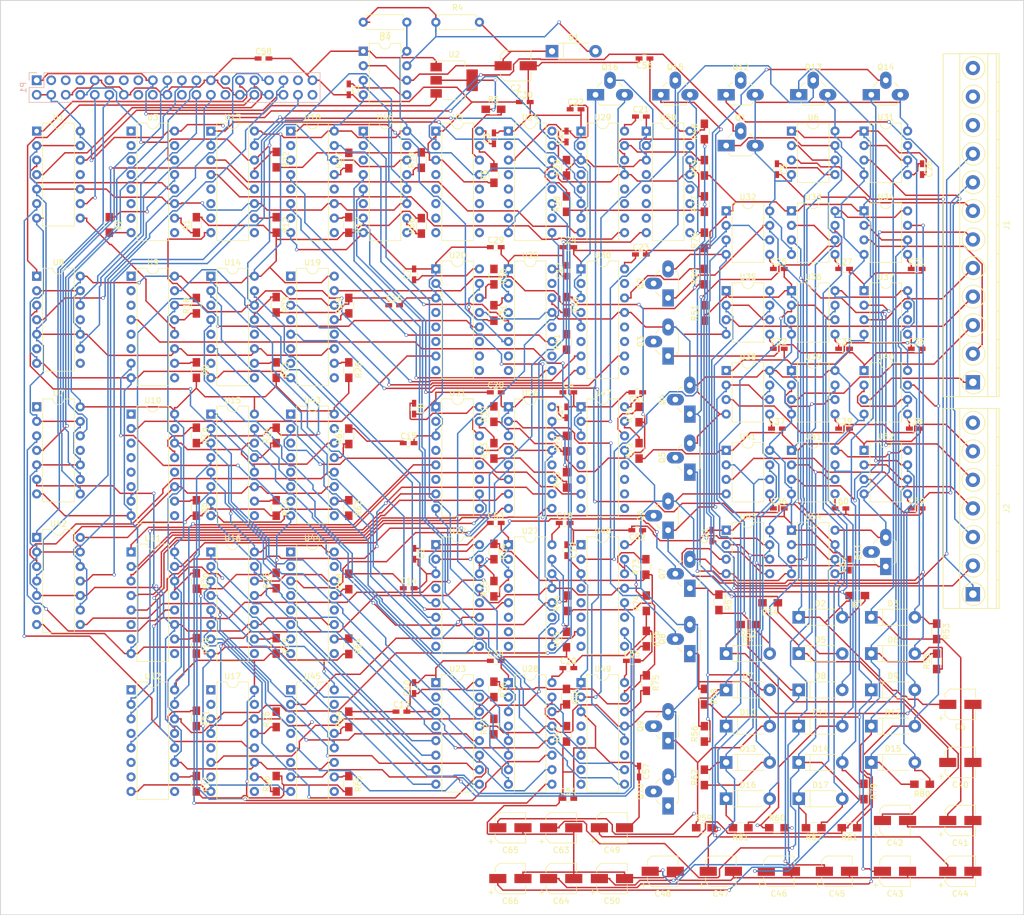
<source format=kicad_pcb>
(kicad_pcb (version 4) (host pcbnew 4.0.5)
  (layers (0 F.Cu mixed) (1 In1.Cu power) (2 In2.Cu power) (31 B.Cu signal) (35 F.Paste user) (37 F.SilkS user) (39 F.Mask user) (44 Edge.Cuts user))
  (net 0 "")
  (net 1 "Net-(C1-Pad1)")
  (net 2 GND)
  (net 3 "Net-(C2-Pad1)")
  (net 4 "Net-(C3-Pad1)")
  (net 5 "Net-(C5-Pad1)")
  (net 6 "Net-(C6-Pad1)")
  (net 7 "Net-(C7-Pad1)")
  (net 8 "Net-(C8-Pad1)")
  (net 9 "Net-(C9-Pad1)")
  (net 10 "Net-(C10-Pad1)")
  (net 11 "Net-(C11-Pad1)")
  (net 12 "Net-(C11-Pad2)")
  (net 13 "Net-(C12-Pad1)")
  (net 14 "Net-(C17-Pad1)")
  (net 15 "Net-(C18-Pad1)")
  (net 16 "Net-(C20-Pad1)")
  (net 17 "Net-(C21-Pad1)")
  (net 18 "Net-(C23-Pad1)")
  (net 19 "Net-(C25-Pad1)")
  (net 20 "Net-(C26-Pad1)")
  (net 21 "Net-(C27-Pad1)")
  (net 22 "Net-(C31-Pad1)")
  (net 23 "Net-(C32-Pad1)")
  (net 24 "Net-(C33-Pad1)")
  (net 25 "Net-(C35-Pad1)")
  (net 26 "Net-(C36-Pad1)")
  (net 27 "Net-(C37-Pad1)")
  (net 28 "Net-(C38-Pad1)")
  (net 29 "Net-(C39-Pad1)")
  (net 30 "Net-(C40-Pad1)")
  (net 31 "Net-(C41-Pad1)")
  (net 32 "Net-(C42-Pad1)")
  (net 33 "Net-(C43-Pad1)")
  (net 34 "Net-(C44-Pad1)")
  (net 35 "Net-(C45-Pad1)")
  (net 36 "Net-(C46-Pad1)")
  (net 37 "Net-(C47-Pad1)")
  (net 38 "Net-(C48-Pad1)")
  (net 39 "Net-(C49-Pad1)")
  (net 40 "Net-(C50-Pad1)")
  (net 41 "Net-(C51-Pad1)")
  (net 42 "Net-(C52-Pad1)")
  (net 43 "Net-(C55-Pad1)")
  (net 44 "Net-(C56-Pad1)")
  (net 45 "Net-(C59-Pad1)")
  (net 46 "Net-(C60-Pad1)")
  (net 47 "Net-(C61-Pad1)")
  (net 48 "Net-(C62-Pad1)")
  (net 49 "Net-(C63-Pad1)")
  (net 50 "Net-(C64-Pad1)")
  (net 51 "Net-(C65-Pad1)")
  (net 52 "Net-(C66-Pad1)")
  (net 53 "Net-(D1-Pad2)")
  (net 54 "Net-(D2-Pad2)")
  (net 55 "Net-(D3-Pad2)")
  (net 56 "Net-(D4-Pad2)")
  (net 57 "Net-(D5-Pad2)")
  (net 58 "Net-(D6-Pad2)")
  (net 59 "Net-(D7-Pad2)")
  (net 60 "Net-(D8-Pad2)")
  (net 61 "Net-(D9-Pad2)")
  (net 62 "Net-(D10-Pad2)")
  (net 63 "Net-(D11-Pad2)")
  (net 64 "Net-(D12-Pad2)")
  (net 65 "Net-(D13-Pad2)")
  (net 66 "Net-(D14-Pad2)")
  (net 67 "Net-(D15-Pad2)")
  (net 68 "Net-(D16-Pad2)")
  (net 69 "Net-(D17-Pad2)")
  (net 70 "Net-(J1-Pad12)")
  (net 71 "Net-(J1-Pad11)")
  (net 72 "Net-(J1-Pad10)")
  (net 73 "Net-(J1-Pad9)")
  (net 74 "Net-(J1-Pad8)")
  (net 75 "Net-(J1-Pad7)")
  (net 76 "Net-(J1-Pad6)")
  (net 77 "Net-(J1-Pad5)")
  (net 78 "Net-(J1-Pad4)")
  (net 79 "Net-(J1-Pad3)")
  (net 80 "Net-(J1-Pad1)")
  (net 81 "Net-(J1-Pad2)")
  (net 82 "Net-(J2-Pad7)")
  (net 83 "Net-(J2-Pad6)")
  (net 84 "Net-(J2-Pad5)")
  (net 85 "Net-(J2-Pad4)")
  (net 86 "Net-(J2-Pad3)")
  (net 87 "Net-(J2-Pad1)")
  (net 88 "Net-(J2-Pad2)")
  (net 89 3.3)
  (net 90 Vcc)
  (net 91 GPIO2)
  (net 92 GPIO3)
  (net 93 GPIO4)
  (net 94 Tx)
  (net 95 GPIO15)
  (net 96 GPIO17)
  (net 97 GPIO18)
  (net 98 GPIO27)
  (net 99 GPIO22)
  (net 100 GPIO23)
  (net 101 GPIO24)
  (net 102 GPIO10)
  (net 103 GPIO9)
  (net 104 GPIO25)
  (net 105 GPIO11)
  (net 106 GPIO8)
  (net 107 GPIO7)
  (net 108 "Net-(P1-Pad27)")
  (net 109 "Net-(P1-Pad28)")
  (net 110 GPIO5)
  (net 111 GPIO6)
  (net 112 GPIO12)
  (net 113 GPIO13)
  (net 114 GPIO19)
  (net 115 GPIO16)
  (net 116 GPIO26)
  (net 117 GPIO20)
  (net 118 GPIO21)
  (net 119 "Net-(Q1-Pad2)")
  (net 120 "Net-(Q2-Pad2)")
  (net 121 "Net-(Q3-Pad2)")
  (net 122 "Net-(Q4-Pad2)")
  (net 123 "Net-(Q5-Pad2)")
  (net 124 "Net-(Q6-Pad2)")
  (net 125 "Net-(Q7-Pad2)")
  (net 126 "Net-(Q8-Pad2)")
  (net 127 "Net-(Q9-Pad2)")
  (net 128 "Net-(Q10-Pad2)")
  (net 129 "Net-(Q11-Pad2)")
  (net 130 "Net-(Q12-Pad2)")
  (net 131 "Net-(Q13-Pad2)")
  (net 132 "Net-(Q14-Pad2)")
  (net 133 "Net-(Q15-Pad2)")
  (net 134 "Net-(Q16-Pad2)")
  (net 135 "Net-(R1-Pad1)")
  (net 136 "Net-(R2-Pad1)")
  (net 137 1.5)
  (net 138 "Net-(R5-Pad2)")
  (net 139 "Net-(R6-Pad2)")
  (net 140 "Net-(R8-Pad1)")
  (net 141 "Net-(R9-Pad1)")
  (net 142 "Net-(R10-Pad1)")
  (net 143 "Net-(R11-Pad1)")
  (net 144 "Net-(R12-Pad1)")
  (net 145 "Net-(R13-Pad1)")
  (net 146 "Net-(R14-Pad1)")
  (net 147 "Net-(R15-Pad1)")
  (net 148 "Net-(R16-Pad1)")
  (net 149 "Net-(R17-Pad1)")
  (net 150 "Net-(R18-Pad1)")
  (net 151 "Net-(R19-Pad1)")
  (net 152 "Net-(R20-Pad1)")
  (net 153 "Net-(R21-Pad1)")
  (net 154 "Net-(R22-Pad1)")
  (net 155 "Net-(R23-Pad1)")
  (net 156 "Net-(R24-Pad1)")
  (net 157 "Net-(R25-Pad1)")
  (net 158 "Net-(R26-Pad1)")
  (net 159 "Net-(R27-Pad1)")
  (net 160 "Net-(R28-Pad1)")
  (net 161 "Net-(R29-Pad1)")
  (net 162 "Net-(R30-Pad2)")
  (net 163 "Net-(R31-Pad2)")
  (net 164 "Net-(R32-Pad2)")
  (net 165 "Net-(R33-Pad2)")
  (net 166 "Net-(R34-Pad2)")
  (net 167 "Net-(R35-Pad2)")
  (net 168 "Net-(R36-Pad2)")
  (net 169 "Net-(R37-Pad2)")
  (net 170 "Net-(R38-Pad2)")
  (net 171 "Net-(R39-Pad2)")
  (net 172 "Net-(R40-Pad2)")
  (net 173 "Net-(R41-Pad2)")
  (net 174 "Net-(R42-Pad2)")
  (net 175 "Net-(R43-Pad2)")
  (net 176 "Net-(R44-Pad2)")
  (net 177 "Net-(R45-Pad2)")
  (net 178 "Net-(R46-Pad2)")
  (net 179 "Net-(R47-Pad2)")
  (net 180 "Net-(R48-Pad2)")
  (net 181 "Net-(R49-Pad2)")
  (net 182 "Net-(R50-Pad2)")
  (net 183 "Net-(R51-Pad2)")
  (net 184 "Net-(R63-Pad1)")
  (net 185 "Net-(R64-Pad1)")
  (net 186 "Net-(R65-Pad1)")
  (net 187 "Net-(R66-Pad1)")
  (net 188 "Net-(R67-Pad1)")
  (net 189 "Net-(R68-Pad1)")
  (net 190 "Net-(R69-Pad1)")
  (net 191 "Net-(R70-Pad1)")
  (net 192 "Net-(R71-Pad2)")
  (net 193 "Net-(R72-Pad2)")
  (net 194 "Net-(R73-Pad2)")
  (net 195 "Net-(R74-Pad2)")
  (net 196 "Net-(R75-Pad2)")
  (net 197 "Net-(R76-Pad2)")
  (net 198 "Net-(R77-Pad2)")
  (net 199 "Net-(R78-Pad2)")
  (net 200 "Net-(U1-Pad8)")
  (net 201 SCLK)
  (net 202 "Net-(U1-Pad3)")
  (net 203 "Net-(U1-Pad11)")
  (net 204 "Net-(U1-Pad6)")
  (net 205 "Net-(U3-Pad1)")
  (net 206 "Net-(U3-Pad9)")
  (net 207 "Net-(U3-Pad2)")
  (net 208 "Net-(U3-Pad3)")
  (net 209 "Net-(U3-Pad4)")
  (net 210 "Net-(U3-Pad5)")
  (net 211 "Net-(U3-Pad6)")
  (net 212 "Net-(U3-Pad7)")
  (net 213 "Net-(U3-Pad15)")
  (net 214 "Net-(U5-Pad4)")
  (net 215 "Net-(U13-Pad12)")
  (net 216 "Net-(U11-Pad12)")
  (net 217 "Net-(U14-Pad12)")
  (net 218 "Net-(U12-Pad12)")
  (net 219 "Net-(U18-Pad12)")
  (net 220 "Net-(U15-Pad12)")
  (net 221 "Net-(U19-Pad12)")
  (net 222 "Net-(U16-Pad12)")
  (net 223 "Net-(U27-Pad6)")
  (net 224 "Net-(U9-Pad9)")
  (net 225 "Net-(U27-Pad7)")
  (net 226 "Net-(U27-Pad8)")
  (net 227 "Net-(U27-Pad9)")
  (net 228 "Net-(U27-Pad10)")
  (net 229 "Net-(U27-Pad11)")
  (net 230 "Net-(U27-Pad12)")
  (net 231 "Net-(U27-Pad5)")
  (net 232 "Net-(U10-Pad1)")
  (net 233 "Net-(U10-Pad9)")
  (net 234 "Net-(U10-Pad2)")
  (net 235 "Net-(U10-Pad3)")
  (net 236 "Net-(U10-Pad4)")
  (net 237 "Net-(U10-Pad5)")
  (net 238 "Net-(U10-Pad6)")
  (net 239 "Net-(U10-Pad7)")
  (net 240 "Net-(U10-Pad15)")
  (net 241 "Net-(U11-Pad1)")
  (net 242 "Net-(U11-Pad9)")
  (net 243 "Net-(U11-Pad2)")
  (net 244 "Net-(U11-Pad3)")
  (net 245 "Net-(U11-Pad4)")
  (net 246 "Net-(U11-Pad5)")
  (net 247 "Net-(U11-Pad6)")
  (net 248 "Net-(U11-Pad7)")
  (net 249 "Net-(U11-Pad15)")
  (net 250 "Net-(U12-Pad1)")
  (net 251 "Net-(U12-Pad9)")
  (net 252 "Net-(U12-Pad2)")
  (net 253 "Net-(U12-Pad3)")
  (net 254 "Net-(U12-Pad4)")
  (net 255 "Net-(U12-Pad5)")
  (net 256 "Net-(U12-Pad6)")
  (net 257 "Net-(U12-Pad7)")
  (net 258 "Net-(U12-Pad15)")
  (net 259 "Net-(U13-Pad1)")
  (net 260 "Net-(U13-Pad9)")
  (net 261 "Net-(U13-Pad2)")
  (net 262 "Net-(U13-Pad3)")
  (net 263 "Net-(U13-Pad4)")
  (net 264 "Net-(U13-Pad5)")
  (net 265 "Net-(U13-Pad6)")
  (net 266 "Net-(U13-Pad7)")
  (net 267 "Net-(U13-Pad15)")
  (net 268 "Net-(U14-Pad1)")
  (net 269 "Net-(U14-Pad9)")
  (net 270 "Net-(U14-Pad2)")
  (net 271 "Net-(U14-Pad3)")
  (net 272 "Net-(U14-Pad4)")
  (net 273 "Net-(U14-Pad5)")
  (net 274 "Net-(U14-Pad6)")
  (net 275 "Net-(U14-Pad7)")
  (net 276 "Net-(U14-Pad15)")
  (net 277 "Net-(U15-Pad1)")
  (net 278 "Net-(U15-Pad9)")
  (net 279 "Net-(U15-Pad2)")
  (net 280 "Net-(U15-Pad3)")
  (net 281 "Net-(U15-Pad4)")
  (net 282 "Net-(U15-Pad5)")
  (net 283 "Net-(U15-Pad6)")
  (net 284 "Net-(U15-Pad7)")
  (net 285 "Net-(U15-Pad15)")
  (net 286 "Net-(U16-Pad1)")
  (net 287 "Net-(U16-Pad9)")
  (net 288 "Net-(U16-Pad2)")
  (net 289 "Net-(U16-Pad3)")
  (net 290 "Net-(U16-Pad4)")
  (net 291 "Net-(U16-Pad5)")
  (net 292 "Net-(U16-Pad6)")
  (net 293 "Net-(U16-Pad7)")
  (net 294 "Net-(U16-Pad15)")
  (net 295 "Net-(U17-Pad1)")
  (net 296 "Net-(U17-Pad9)")
  (net 297 "Net-(U17-Pad2)")
  (net 298 "Net-(U17-Pad3)")
  (net 299 "Net-(U17-Pad4)")
  (net 300 "Net-(U17-Pad5)")
  (net 301 "Net-(U17-Pad6)")
  (net 302 "Net-(U17-Pad7)")
  (net 303 "Net-(U17-Pad15)")
  (net 304 "Net-(U18-Pad1)")
  (net 305 "Net-(U18-Pad9)")
  (net 306 "Net-(U18-Pad2)")
  (net 307 "Net-(U18-Pad3)")
  (net 308 "Net-(U18-Pad4)")
  (net 309 "Net-(U18-Pad5)")
  (net 310 "Net-(U18-Pad6)")
  (net 311 "Net-(U18-Pad7)")
  (net 312 "Net-(U18-Pad15)")
  (net 313 "Net-(U19-Pad1)")
  (net 314 "Net-(U19-Pad9)")
  (net 315 "Net-(U19-Pad2)")
  (net 316 "Net-(U19-Pad3)")
  (net 317 "Net-(U19-Pad4)")
  (net 318 "Net-(U19-Pad5)")
  (net 319 "Net-(U19-Pad6)")
  (net 320 "Net-(U19-Pad7)")
  (net 321 "Net-(U19-Pad15)")
  (net 322 "Net-(U20-Pad4)")
  (net 323 "Net-(U21-Pad4)")
  (net 324 "Net-(U22-Pad4)")
  (net 325 "Net-(U23-Pad4)")
  (net 326 "Net-(U24-Pad4)")
  (net 327 "Net-(U25-Pad4)")
  (net 328 "Net-(U26-Pad4)")
  (net 329 "Net-(U27-Pad4)")
  (net 330 "Net-(U28-Pad4)")
  (net 331 "Net-(U29-Pad4)")
  (net 332 "Net-(U30-Pad4)")
  (net 333 "Net-(U42-Pad8)")
  (net 334 "Net-(U42-Pad3)")
  (net 335 "Net-(U42-Pad11)")
  (net 336 "Net-(U42-Pad6)")
  (net 337 "Net-(U43-Pad1)")
  (net 338 "Net-(U43-Pad9)")
  (net 339 "Net-(U43-Pad2)")
  (net 340 "Net-(U43-Pad3)")
  (net 341 "Net-(U43-Pad4)")
  (net 342 "Net-(U43-Pad5)")
  (net 343 "Net-(U43-Pad6)")
  (net 344 "Net-(U43-Pad7)")
  (net 345 "Net-(U43-Pad15)")
  (net 346 "Net-(U44-Pad1)")
  (net 347 "Net-(U44-Pad9)")
  (net 348 "Net-(U44-Pad2)")
  (net 349 "Net-(U44-Pad3)")
  (net 350 "Net-(U44-Pad4)")
  (net 351 "Net-(U44-Pad5)")
  (net 352 "Net-(U44-Pad6)")
  (net 353 "Net-(U44-Pad7)")
  (net 354 "Net-(U44-Pad15)")
  (net 355 "Net-(U45-Pad1)")
  (net 356 "Net-(U45-Pad9)")
  (net 357 "Net-(U45-Pad2)")
  (net 358 "Net-(U45-Pad3)")
  (net 359 "Net-(U45-Pad4)")
  (net 360 "Net-(U45-Pad5)")
  (net 361 "Net-(U45-Pad6)")
  (net 362 "Net-(U45-Pad7)")
  (net 363 "Net-(U45-Pad15)")
  (net 364 "Net-(U46-Pad1)")
  (net 365 "Net-(U46-Pad9)")
  (net 366 "Net-(U46-Pad2)")
  (net 367 "Net-(U46-Pad3)")
  (net 368 "Net-(U46-Pad4)")
  (net 369 "Net-(U46-Pad5)")
  (net 370 "Net-(U46-Pad6)")
  (net 371 "Net-(U46-Pad7)")
  (net 372 "Net-(U46-Pad15)")
  (net 373 "Net-(U47-Pad4)")
  (net 374 "Net-(U48-Pad4)")
  (net 375 "Net-(U49-Pad4)")
  (net 376 "Net-(U50-Pad4)")
  (module Capacitors_SMD:C_0603_HandSoldering (layer F.Cu) (at 80.01 21.91 270)
    (fp_text reference C1 (at 0 -1.25 270) (layer F.SilkS))
    (fp_text value "1 pF")
    (pad 1 smd rect (at -0.95 0 270) (size 1.2 0.75) (layers F.Cu F.Paste F.Mask) (net 1 "Net-(C1-Pad1)"))
    (pad 2 smd rect (at 0.95 0 270) (size 1.2 0.75) (layers F.Cu F.Paste F.Mask) (net 2 GND))
  )
  (module Capacitors_SMD:CP_Elec_5x5.8 (layer F.Cu) (at 109.22 17.78)
    (fp_text reference C2 (at 0 3.92) (layer F.SilkS))
    (fp_text value "4.8 uF")
    (fp_text user + (at -3.38 2.35) (layer F.SilkS))
    (pad 1 smd rect (at -2.2 0 180) (size 3 1.6) (layers F.Cu F.Paste F.Mask) (net 3 "Net-(C2-Pad1)"))
    (pad 2 smd rect (at 2.2 0 180) (size 3 1.6) (layers F.Cu F.Paste F.Mask) (net 2 GND))
  )
  (module Capacitors_SMD:C_0603_HandSoldering (layer F.Cu) (at 105.41 30.48 90)
    (fp_text reference C3 (at 0 -1.25 90) (layer F.SilkS))
    (fp_text value "0.01 uF")
    (pad 1 smd rect (at -0.95 0 90) (size 1.2 0.75) (layers F.Cu F.Paste F.Mask) (net 4 "Net-(C3-Pad1)"))
    (pad 2 smd rect (at 0.95 0 90) (size 1.2 0.75) (layers F.Cu F.Paste F.Mask) (net 2 GND))
  )
  (module Capacitors_SMD:C_0603_HandSoldering (layer F.Cu) (at 118.43 74.93)
    (fp_text reference C4 (at 0 -1.25) (layer F.SilkS))
    (fp_text value "0.1 uF")
    (pad 1 smd rect (at -0.95 0) (size 1.2 0.75) (layers F.Cu F.Paste F.Mask) (net 2 GND))
    (pad 2 smd rect (at 0.95 0) (size 1.2 0.75) (layers F.Cu F.Paste F.Mask) (net 2 GND))
  )
  (module Capacitors_SMD:C_0603_HandSoldering (layer F.Cu) (at 154.94 35.88 270)
    (fp_text reference C5 (at 0 -1.25 270) (layer F.SilkS))
    (fp_text value "1 pF")
    (pad 1 smd rect (at -0.95 0 270) (size 1.2 0.75) (layers F.Cu F.Paste F.Mask) (net 5 "Net-(C5-Pad1)"))
    (pad 2 smd rect (at 0.95 0 270) (size 1.2 0.75) (layers F.Cu F.Paste F.Mask) (net 2 GND))
  )
  (module Capacitors_SMD:CP_Elec_5x5.8 (layer F.Cu) (at 187.03 129.54)
    (fp_text reference C6 (at 0 3.92) (layer F.SilkS))
    (fp_text value "4.8 uF")
    (fp_text user + (at -3.38 2.35) (layer F.SilkS))
    (pad 1 smd rect (at -2.2 0 180) (size 3 1.6) (layers F.Cu F.Paste F.Mask) (net 6 "Net-(C6-Pad1)"))
    (pad 2 smd rect (at 2.2 0 180) (size 3 1.6) (layers F.Cu F.Paste F.Mask) (net 2 GND))
  )
  (module Capacitors_SMD:C_0603_HandSoldering (layer F.Cu) (at 91.44 54.29 90)
    (fp_text reference C7 (at 0 -1.25 90) (layer F.SilkS))
    (fp_text value "0.01 uF")
    (pad 1 smd rect (at -0.95 0 90) (size 1.2 0.75) (layers F.Cu F.Paste F.Mask) (net 7 "Net-(C7-Pad1)"))
    (pad 2 smd rect (at 0.95 0 90) (size 1.2 0.75) (layers F.Cu F.Paste F.Mask) (net 2 GND))
  )
  (module Capacitors_SMD:C_0603_HandSoldering (layer F.Cu) (at 91.44 77.79 270)
    (fp_text reference C8 (at 0 -1.25 270) (layer F.SilkS))
    (fp_text value "0.01 uF")
    (pad 1 smd rect (at -0.95 0 270) (size 1.2 0.75) (layers F.Cu F.Paste F.Mask) (net 8 "Net-(C8-Pad1)"))
    (pad 2 smd rect (at 0.95 0 270) (size 1.2 0.75) (layers F.Cu F.Paste F.Mask) (net 2 GND))
  )
  (module Capacitors_SMD:C_0603_HandSoldering (layer F.Cu) (at 91.44 103.19 270)
    (fp_text reference C9 (at 0 -1.25 270) (layer F.SilkS))
    (fp_text value "0.01 uF")
    (pad 1 smd rect (at -0.95 0 270) (size 1.2 0.75) (layers F.Cu F.Paste F.Mask) (net 9 "Net-(C9-Pad1)"))
    (pad 2 smd rect (at 0.95 0 270) (size 1.2 0.75) (layers F.Cu F.Paste F.Mask) (net 2 GND))
  )
  (module Capacitors_SMD:C_0603_HandSoldering (layer F.Cu) (at 91.44 126.68 90)
    (fp_text reference C10 (at 0 -1.25 90) (layer F.SilkS))
    (fp_text value "0.01 uF")
    (pad 1 smd rect (at -0.95 0 90) (size 1.2 0.75) (layers F.Cu F.Paste F.Mask) (net 10 "Net-(C10-Pad1)"))
    (pad 2 smd rect (at 0.95 0 90) (size 1.2 0.75) (layers F.Cu F.Paste F.Mask) (net 2 GND))
  )
  (module Capacitors_SMD:C_0603_HandSoldering (layer F.Cu) (at 118.11 30.16 90)
    (fp_text reference C11 (at 0 -1.25 90) (layer F.SilkS))
    (fp_text value "0.01 uF")
    (pad 1 smd rect (at -0.95 0 90) (size 1.2 0.75) (layers F.Cu F.Paste F.Mask) (net 11 "Net-(C11-Pad1)"))
    (pad 2 smd rect (at 0.95 0 90) (size 1.2 0.75) (layers F.Cu F.Paste F.Mask) (net 12 "Net-(C11-Pad2)"))
  )
  (module Capacitors_SMD:C_0603_HandSoldering (layer F.Cu) (at 118.11 53.66 90)
    (fp_text reference C12 (at 0 -1.25 90) (layer F.SilkS))
    (fp_text value "0.01 uF")
    (pad 1 smd rect (at -0.95 0 90) (size 1.2 0.75) (layers F.Cu F.Paste F.Mask) (net 13 "Net-(C12-Pad1)"))
    (pad 2 smd rect (at 0.95 0 90) (size 1.2 0.75) (layers F.Cu F.Paste F.Mask) (net 2 GND))
  )
  (module Capacitors_SMD:C_0603_HandSoldering (layer F.Cu) (at 89.22 130.81)
    (fp_text reference C13 (at 0 -1.25) (layer F.SilkS))
    (fp_text value "0.1 uF")
    (pad 1 smd rect (at -0.95 0) (size 1.2 0.75) (layers F.Cu F.Paste F.Mask) (net 2 GND))
    (pad 2 smd rect (at 0.95 0) (size 1.2 0.75) (layers F.Cu F.Paste F.Mask) (net 2 GND))
  )
  (module Capacitors_SMD:C_0603_HandSoldering (layer F.Cu) (at 90.49 109.22)
    (fp_text reference C14 (at 0 -1.25) (layer F.SilkS))
    (fp_text value "0.1 uF")
    (pad 1 smd rect (at -0.95 0) (size 1.2 0.75) (layers F.Cu F.Paste F.Mask) (net 2 GND))
    (pad 2 smd rect (at 0.95 0) (size 1.2 0.75) (layers F.Cu F.Paste F.Mask) (net 2 GND))
  )
  (module Capacitors_SMD:C_0603_HandSoldering (layer F.Cu) (at 90.49 83.82)
    (fp_text reference C15 (at 0 -1.25) (layer F.SilkS))
    (fp_text value "0.1 uF")
    (pad 1 smd rect (at -0.95 0) (size 1.2 0.75) (layers F.Cu F.Paste F.Mask) (net 2 GND))
    (pad 2 smd rect (at 0.95 0) (size 1.2 0.75) (layers F.Cu F.Paste F.Mask) (net 2 GND))
  )
  (module Capacitors_SMD:C_0603_HandSoldering (layer F.Cu) (at 87.95 59.69)
    (fp_text reference C16 (at 0 -1.25) (layer F.SilkS))
    (fp_text value "0.1 uF")
    (pad 1 smd rect (at -0.95 0) (size 1.2 0.75) (layers F.Cu F.Paste F.Mask) (net 2 GND))
    (pad 2 smd rect (at 0.95 0) (size 1.2 0.75) (layers F.Cu F.Paste F.Mask) (net 2 GND))
  )
  (module Capacitors_SMD:C_0603_HandSoldering (layer F.Cu) (at 118.11 78.42 90)
    (fp_text reference C17 (at 0 -1.25 90) (layer F.SilkS))
    (fp_text value "0.01 uF")
    (pad 1 smd rect (at -0.95 0 90) (size 1.2 0.75) (layers F.Cu F.Paste F.Mask) (net 14 "Net-(C17-Pad1)"))
    (pad 2 smd rect (at 0.95 0 90) (size 1.2 0.75) (layers F.Cu F.Paste F.Mask) (net 2 GND))
  )
  (module Capacitors_SMD:C_0603_HandSoldering (layer F.Cu) (at 117.79 97.79)
    (fp_text reference C18 (at 0 -1.25) (layer F.SilkS))
    (fp_text value "0.01 uF")
    (pad 1 smd rect (at -0.95 0) (size 1.2 0.75) (layers F.Cu F.Paste F.Mask) (net 15 "Net-(C18-Pad1)"))
    (pad 2 smd rect (at 0.95 0) (size 1.2 0.75) (layers F.Cu F.Paste F.Mask) (net 2 GND))
  )
  (module Capacitors_SMD:C_0603_HandSoldering (layer F.Cu) (at 118.11 102.55 270)
    (fp_text reference C19 (at 0 -1.25 270) (layer F.SilkS))
    (fp_text value "0.1 uF")
    (pad 1 smd rect (at -0.95 0 270) (size 1.2 0.75) (layers F.Cu F.Paste F.Mask) (net 2 GND))
    (pad 2 smd rect (at 0.95 0 270) (size 1.2 0.75) (layers F.Cu F.Paste F.Mask) (net 2 GND))
  )
  (module Capacitors_SMD:C_0603_HandSoldering (layer F.Cu) (at 118.43 123.19)
    (fp_text reference C20 (at 0 -1.25) (layer F.SilkS))
    (fp_text value "0.01 uF")
    (pad 1 smd rect (at -0.95 0) (size 1.2 0.75) (layers F.Cu F.Paste F.Mask) (net 16 "Net-(C20-Pad1)"))
    (pad 2 smd rect (at 0.95 0) (size 1.2 0.75) (layers F.Cu F.Paste F.Mask) (net 2 GND))
  )
  (module Capacitors_SMD:C_0603_HandSoldering (layer F.Cu) (at 131.13 26.67)
    (fp_text reference C21 (at 0 -1.25) (layer F.SilkS))
    (fp_text value "0.01 uF")
    (pad 1 smd rect (at -0.95 0) (size 1.2 0.75) (layers F.Cu F.Paste F.Mask) (net 17 "Net-(C21-Pad1)"))
    (pad 2 smd rect (at 0.95 0) (size 1.2 0.75) (layers F.Cu F.Paste F.Mask) (net 2 GND))
  )
  (module Capacitors_SMD:C_0603_HandSoldering (layer F.Cu) (at 119.7 25.4)
    (fp_text reference C22 (at 0 -1.25) (layer F.SilkS))
    (fp_text value "0.1 uF")
    (pad 1 smd rect (at -0.95 0) (size 1.2 0.75) (layers F.Cu F.Paste F.Mask) (net 12 "Net-(C11-Pad2)"))
    (pad 2 smd rect (at 0.95 0) (size 1.2 0.75) (layers F.Cu F.Paste F.Mask) (net 2 GND))
  )
  (module Capacitors_SMD:C_0603_HandSoldering (layer F.Cu) (at 131.13 50.8)
    (fp_text reference C23 (at 0 -1.25) (layer F.SilkS))
    (fp_text value "0.01 uF")
    (pad 1 smd rect (at -0.95 0) (size 1.2 0.75) (layers F.Cu F.Paste F.Mask) (net 18 "Net-(C23-Pad1)"))
    (pad 2 smd rect (at 0.95 0) (size 1.2 0.75) (layers F.Cu F.Paste F.Mask) (net 2 GND))
  )
  (module Capacitors_SMD:C_0603_HandSoldering (layer F.Cu) (at 118.43 49.53)
    (fp_text reference C24 (at 0 -1.25) (layer F.SilkS))
    (fp_text value "0.1 uF")
    (pad 1 smd rect (at -0.95 0) (size 1.2 0.75) (layers F.Cu F.Paste F.Mask) (net 2 GND))
    (pad 2 smd rect (at 0.95 0) (size 1.2 0.75) (layers F.Cu F.Paste F.Mask) (net 2 GND))
  )
  (module Capacitors_SMD:C_0603_HandSoldering (layer F.Cu) (at 155.26 53.34)
    (fp_text reference C25 (at 0 -1.25) (layer F.SilkS))
    (fp_text value "1 pF")
    (pad 1 smd rect (at -0.95 0) (size 1.2 0.75) (layers F.Cu F.Paste F.Mask) (net 19 "Net-(C25-Pad1)"))
    (pad 2 smd rect (at 0.95 0) (size 1.2 0.75) (layers F.Cu F.Paste F.Mask) (net 2 GND))
  )
  (module Capacitors_SMD:C_0603_HandSoldering (layer F.Cu) (at 180.34 35.88 270)
    (fp_text reference C26 (at 0 -1.25 270) (layer F.SilkS))
    (fp_text value "1 pF")
    (pad 1 smd rect (at -0.95 0 270) (size 1.2 0.75) (layers F.Cu F.Paste F.Mask) (net 20 "Net-(C26-Pad1)"))
    (pad 2 smd rect (at 0.95 0 270) (size 1.2 0.75) (layers F.Cu F.Paste F.Mask) (net 2 GND))
  )
  (module Capacitors_SMD:C_0603_HandSoldering (layer F.Cu) (at 166.69 53.34)
    (fp_text reference C27 (at 0 -1.25) (layer F.SilkS))
    (fp_text value "1 pF")
    (pad 1 smd rect (at -0.95 0) (size 1.2 0.75) (layers F.Cu F.Paste F.Mask) (net 21 "Net-(C27-Pad1)"))
    (pad 2 smd rect (at 0.95 0) (size 1.2 0.75) (layers F.Cu F.Paste F.Mask) (net 2 GND))
  )
  (module Capacitors_SMD:C_0603_HandSoldering (layer F.Cu) (at 105.73 74.93)
    (fp_text reference C28 (at 0 -1.25) (layer F.SilkS))
    (fp_text value "0.1 uF")
    (pad 1 smd rect (at -0.95 0) (size 1.2 0.75) (layers F.Cu F.Paste F.Mask) (net 2 GND))
    (pad 2 smd rect (at 0.95 0) (size 1.2 0.75) (layers F.Cu F.Paste F.Mask) (net 2 GND))
  )
  (module Capacitors_SMD:C_0603_HandSoldering (layer F.Cu) (at 105.73 49.53)
    (fp_text reference C29 (at 0 -1.25) (layer F.SilkS))
    (fp_text value "0.1 uF")
    (pad 1 smd rect (at -0.95 0) (size 1.2 0.75) (layers F.Cu F.Paste F.Mask) (net 2 GND))
    (pad 2 smd rect (at 0.95 0) (size 1.2 0.75) (layers F.Cu F.Paste F.Mask) (net 2 GND))
  )
  (module Capacitors_SMD:C_0603_HandSoldering (layer F.Cu) (at 110.81 24.13)
    (fp_text reference C30 (at 0 -1.25) (layer F.SilkS))
    (fp_text value "0.1 uF")
    (pad 1 smd rect (at -0.95 0) (size 1.2 0.75) (layers F.Cu F.Paste F.Mask) (net 2 GND))
    (pad 2 smd rect (at 0.95 0) (size 1.2 0.75) (layers F.Cu F.Paste F.Mask) (net 2 GND))
  )
  (module Capacitors_SMD:C_0603_HandSoldering (layer F.Cu) (at 179.39 53.34)
    (fp_text reference C31 (at 0 -1.25) (layer F.SilkS))
    (fp_text value "1 pF")
    (pad 1 smd rect (at -0.95 0) (size 1.2 0.75) (layers F.Cu F.Paste F.Mask) (net 22 "Net-(C31-Pad1)"))
    (pad 2 smd rect (at 0.95 0) (size 1.2 0.75) (layers F.Cu F.Paste F.Mask) (net 2 GND))
  )
  (module Capacitors_SMD:C_0603_HandSoldering (layer F.Cu) (at 155.26 67.31)
    (fp_text reference C32 (at 0 -1.25) (layer F.SilkS))
    (fp_text value "1 pF")
    (pad 1 smd rect (at -0.95 0) (size 1.2 0.75) (layers F.Cu F.Paste F.Mask) (net 23 "Net-(C32-Pad1)"))
    (pad 2 smd rect (at 0.95 0) (size 1.2 0.75) (layers F.Cu F.Paste F.Mask) (net 2 GND))
  )
  (module Capacitors_SMD:C_0603_HandSoldering (layer F.Cu) (at 166.69 67.31)
    (fp_text reference C33 (at 0 -1.25) (layer F.SilkS))
    (fp_text value "1 pF")
    (pad 1 smd rect (at -0.95 0) (size 1.2 0.75) (layers F.Cu F.Paste F.Mask) (net 24 "Net-(C33-Pad1)"))
    (pad 2 smd rect (at 0.95 0) (size 1.2 0.75) (layers F.Cu F.Paste F.Mask) (net 2 GND))
  )
  (module Capacitors_SMD:C_0603_HandSoldering (layer F.Cu) (at 105.73 121.92)
    (fp_text reference C34 (at 0 -1.25) (layer F.SilkS))
    (fp_text value "0.1 uF")
    (pad 1 smd rect (at -0.95 0) (size 1.2 0.75) (layers F.Cu F.Paste F.Mask) (net 2 GND))
    (pad 2 smd rect (at 0.95 0) (size 1.2 0.75) (layers F.Cu F.Paste F.Mask) (net 2 GND))
  )
  (module Capacitors_SMD:C_0603_HandSoldering (layer F.Cu) (at 179.39 67.31)
    (fp_text reference C35 (at 0 -1.25) (layer F.SilkS))
    (fp_text value "1 pF")
    (pad 1 smd rect (at -0.95 0) (size 1.2 0.75) (layers F.Cu F.Paste F.Mask) (net 25 "Net-(C35-Pad1)"))
    (pad 2 smd rect (at 0.95 0) (size 1.2 0.75) (layers F.Cu F.Paste F.Mask) (net 2 GND))
  )
  (module Capacitors_SMD:C_0603_HandSoldering (layer F.Cu) (at 155.26 95.25)
    (fp_text reference C36 (at 0 -1.25) (layer F.SilkS))
    (fp_text value "1 pF")
    (pad 1 smd rect (at -0.95 0) (size 1.2 0.75) (layers F.Cu F.Paste F.Mask) (net 26 "Net-(C36-Pad1)"))
    (pad 2 smd rect (at 0.95 0) (size 1.2 0.75) (layers F.Cu F.Paste F.Mask) (net 2 GND))
  )
  (module Capacitors_SMD:C_0603_HandSoldering (layer F.Cu) (at 154.94 81.28)
    (fp_text reference C37 (at 0 -1.25) (layer F.SilkS))
    (fp_text value "1 pF")
    (pad 1 smd rect (at -0.95 0) (size 1.2 0.75) (layers F.Cu F.Paste F.Mask) (net 27 "Net-(C37-Pad1)"))
    (pad 2 smd rect (at 0.95 0) (size 1.2 0.75) (layers F.Cu F.Paste F.Mask) (net 2 GND))
  )
  (module Capacitors_SMD:C_0603_HandSoldering (layer F.Cu) (at 179.07 81.28)
    (fp_text reference C38 (at 0 -1.25) (layer F.SilkS))
    (fp_text value "1 pF")
    (pad 1 smd rect (at -0.95 0) (size 1.2 0.75) (layers F.Cu F.Paste F.Mask) (net 28 "Net-(C38-Pad1)"))
    (pad 2 smd rect (at 0.95 0) (size 1.2 0.75) (layers F.Cu F.Paste F.Mask) (net 2 GND))
  )
  (module Capacitors_SMD:C_0603_HandSoldering (layer F.Cu) (at 166.69 81.28)
    (fp_text reference C39 (at 0 -1.25) (layer F.SilkS))
    (fp_text value "1 pF")
    (pad 1 smd rect (at -0.95 0) (size 1.2 0.75) (layers F.Cu F.Paste F.Mask) (net 29 "Net-(C39-Pad1)"))
    (pad 2 smd rect (at 0.95 0) (size 1.2 0.75) (layers F.Cu F.Paste F.Mask) (net 2 GND))
  )
  (module Capacitors_SMD:CP_Elec_5x5.8 (layer F.Cu) (at 187.03 139.7)
    (fp_text reference C40 (at 0 3.92) (layer F.SilkS))
    (fp_text value "4.8 uF")
    (fp_text user + (at -3.38 2.35) (layer F.SilkS))
    (pad 1 smd rect (at -2.2 0 180) (size 3 1.6) (layers F.Cu F.Paste F.Mask) (net 30 "Net-(C40-Pad1)"))
    (pad 2 smd rect (at 2.2 0 180) (size 3 1.6) (layers F.Cu F.Paste F.Mask) (net 2 GND))
  )
  (module Capacitors_SMD:CP_Elec_5x5.8 (layer F.Cu) (at 187.03 149.86)
    (fp_text reference C41 (at 0 3.92) (layer F.SilkS))
    (fp_text value "4.8 uF")
    (fp_text user + (at -3.38 2.35) (layer F.SilkS))
    (pad 1 smd rect (at -2.2 0 180) (size 3 1.6) (layers F.Cu F.Paste F.Mask) (net 31 "Net-(C41-Pad1)"))
    (pad 2 smd rect (at 2.2 0 180) (size 3 1.6) (layers F.Cu F.Paste F.Mask) (net 2 GND))
  )
  (module Capacitors_SMD:CP_Elec_5x5.8 (layer F.Cu) (at 175.6 149.86)
    (fp_text reference C42 (at 0 3.92) (layer F.SilkS))
    (fp_text value "4.8 uF")
    (fp_text user + (at -3.38 2.35) (layer F.SilkS))
    (pad 1 smd rect (at -2.2 0 180) (size 3 1.6) (layers F.Cu F.Paste F.Mask) (net 32 "Net-(C42-Pad1)"))
    (pad 2 smd rect (at 2.2 0 180) (size 3 1.6) (layers F.Cu F.Paste F.Mask) (net 2 GND))
  )
  (module Capacitors_SMD:CP_Elec_5x5.8 (layer F.Cu) (at 175.6 158.75)
    (fp_text reference C43 (at 0 3.92) (layer F.SilkS))
    (fp_text value "4.8 uF")
    (fp_text user + (at -3.38 2.35) (layer F.SilkS))
    (pad 1 smd rect (at -2.2 0 180) (size 3 1.6) (layers F.Cu F.Paste F.Mask) (net 33 "Net-(C43-Pad1)"))
    (pad 2 smd rect (at 2.2 0 180) (size 3 1.6) (layers F.Cu F.Paste F.Mask) (net 2 GND))
  )
  (module Capacitors_SMD:CP_Elec_5x5.8 (layer F.Cu) (at 187.03 158.75)
    (fp_text reference C44 (at 0 3.92) (layer F.SilkS))
    (fp_text value "4.8 uF")
    (fp_text user + (at -3.38 2.35) (layer F.SilkS))
    (pad 1 smd rect (at -2.2 0 180) (size 3 1.6) (layers F.Cu F.Paste F.Mask) (net 34 "Net-(C44-Pad1)"))
    (pad 2 smd rect (at 2.2 0 180) (size 3 1.6) (layers F.Cu F.Paste F.Mask) (net 2 GND))
  )
  (module Capacitors_SMD:CP_Elec_5x5.8 (layer F.Cu) (at 165.44 158.75)
    (fp_text reference C45 (at 0 3.92) (layer F.SilkS))
    (fp_text value "4.8 uF")
    (fp_text user + (at -3.38 2.35) (layer F.SilkS))
    (pad 1 smd rect (at -2.2 0 180) (size 3 1.6) (layers F.Cu F.Paste F.Mask) (net 35 "Net-(C45-Pad1)"))
    (pad 2 smd rect (at 2.2 0 180) (size 3 1.6) (layers F.Cu F.Paste F.Mask) (net 2 GND))
  )
  (module Capacitors_SMD:CP_Elec_5x5.8 (layer F.Cu) (at 155.28 158.75)
    (fp_text reference C46 (at 0 3.92) (layer F.SilkS))
    (fp_text value "4.8 uF")
    (fp_text user + (at -3.38 2.35) (layer F.SilkS))
    (pad 1 smd rect (at -2.2 0 180) (size 3 1.6) (layers F.Cu F.Paste F.Mask) (net 36 "Net-(C46-Pad1)"))
    (pad 2 smd rect (at 2.2 0 180) (size 3 1.6) (layers F.Cu F.Paste F.Mask) (net 2 GND))
  )
  (module Capacitors_SMD:CP_Elec_5x5.8 (layer F.Cu) (at 145.12 158.75)
    (fp_text reference C47 (at 0 3.92) (layer F.SilkS))
    (fp_text value "4.8 uF")
    (fp_text user + (at -3.38 2.35) (layer F.SilkS))
    (pad 1 smd rect (at -2.2 0 180) (size 3 1.6) (layers F.Cu F.Paste F.Mask) (net 37 "Net-(C47-Pad1)"))
    (pad 2 smd rect (at 2.2 0 180) (size 3 1.6) (layers F.Cu F.Paste F.Mask) (net 2 GND))
  )
  (module Capacitors_SMD:CP_Elec_5x5.8 (layer F.Cu) (at 134.96 158.75)
    (fp_text reference C48 (at 0 3.92) (layer F.SilkS))
    (fp_text value "4.8 uF")
    (fp_text user + (at -3.38 2.35) (layer F.SilkS))
    (pad 1 smd rect (at -2.2 0 180) (size 3 1.6) (layers F.Cu F.Paste F.Mask) (net 38 "Net-(C48-Pad1)"))
    (pad 2 smd rect (at 2.2 0 180) (size 3 1.6) (layers F.Cu F.Paste F.Mask) (net 2 GND))
  )
  (module Capacitors_SMD:CP_Elec_5x5.8 (layer F.Cu) (at 126.07 151.13)
    (fp_text reference C49 (at 0 3.92) (layer F.SilkS))
    (fp_text value "4.8 uF")
    (fp_text user + (at -3.38 2.35) (layer F.SilkS))
    (pad 1 smd rect (at -2.2 0 180) (size 3 1.6) (layers F.Cu F.Paste F.Mask) (net 39 "Net-(C49-Pad1)"))
    (pad 2 smd rect (at 2.2 0 180) (size 3 1.6) (layers F.Cu F.Paste F.Mask) (net 2 GND))
  )
  (module Capacitors_SMD:CP_Elec_5x5.8 (layer F.Cu) (at 126.07 160.02)
    (fp_text reference C50 (at 0 3.92) (layer F.SilkS))
    (fp_text value "4.8 uF")
    (fp_text user + (at -3.38 2.35) (layer F.SilkS))
    (pad 1 smd rect (at -2.2 0 180) (size 3 1.6) (layers F.Cu F.Paste F.Mask) (net 40 "Net-(C50-Pad1)"))
    (pad 2 smd rect (at 2.2 0 180) (size 3 1.6) (layers F.Cu F.Paste F.Mask) (net 2 GND))
  )
  (module Capacitors_SMD:C_0603_HandSoldering (layer F.Cu) (at 130.49 74.93 180)
    (fp_text reference C51 (at 0 -1.25 180) (layer F.SilkS))
    (fp_text value "0.01 uF")
    (pad 1 smd rect (at -0.95 0 180) (size 1.2 0.75) (layers F.Cu F.Paste F.Mask) (net 41 "Net-(C51-Pad1)"))
    (pad 2 smd rect (at 0.95 0 180) (size 1.2 0.75) (layers F.Cu F.Paste F.Mask) (net 2 GND))
  )
  (module Capacitors_SMD:C_0603_HandSoldering (layer F.Cu) (at 130.49 99.06 180)
    (fp_text reference C52 (at 0 -1.25 180) (layer F.SilkS))
    (fp_text value "0.01 uF")
    (pad 1 smd rect (at -0.95 0 180) (size 1.2 0.75) (layers F.Cu F.Paste F.Mask) (net 42 "Net-(C52-Pad1)"))
    (pad 2 smd rect (at 0.95 0 180) (size 1.2 0.75) (layers F.Cu F.Paste F.Mask) (net 2 GND))
  )
  (module Capacitors_SMD:C_0603_HandSoldering (layer F.Cu) (at 105.73 97.79)
    (fp_text reference C53 (at 0 -1.25) (layer F.SilkS))
    (fp_text value "0.1 uF")
    (pad 1 smd rect (at -0.95 0) (size 1.2 0.75) (layers F.Cu F.Paste F.Mask) (net 2 GND))
    (pad 2 smd rect (at 0.95 0) (size 1.2 0.75) (layers F.Cu F.Paste F.Mask) (net 2 GND))
  )
  (module Capacitors_SMD:C_0603_HandSoldering (layer F.Cu) (at 118.43 146.05)
    (fp_text reference C54 (at 0 -1.25) (layer F.SilkS))
    (fp_text value "0.1 uF")
    (pad 1 smd rect (at -0.95 0) (size 1.2 0.75) (layers F.Cu F.Paste F.Mask) (net 2 GND))
    (pad 2 smd rect (at 0.95 0) (size 1.2 0.75) (layers F.Cu F.Paste F.Mask) (net 2 GND))
  )
  (module Capacitors_SMD:C_0603_HandSoldering (layer F.Cu) (at 129.54 121.92)
    (fp_text reference C55 (at 0 -1.25) (layer F.SilkS))
    (fp_text value "0.01 uF")
    (pad 1 smd rect (at -0.95 0) (size 1.2 0.75) (layers F.Cu F.Paste F.Mask) (net 43 "Net-(C55-Pad1)"))
    (pad 2 smd rect (at 0.95 0) (size 1.2 0.75) (layers F.Cu F.Paste F.Mask) (net 2 GND))
  )
  (module Capacitors_SMD:C_0603_HandSoldering (layer F.Cu) (at 131.76 16.51 180)
    (fp_text reference C56 (at 0 -1.25 180) (layer F.SilkS))
    (fp_text value "0.01 uF")
    (pad 1 smd rect (at -0.95 0 180) (size 1.2 0.75) (layers F.Cu F.Paste F.Mask) (net 44 "Net-(C56-Pad1)"))
    (pad 2 smd rect (at 0.95 0 180) (size 1.2 0.75) (layers F.Cu F.Paste F.Mask) (net 2 GND))
  )
  (module Capacitors_SMD:C_0603_HandSoldering (layer F.Cu) (at 130.81 141.29 270)
    (fp_text reference C57 (at 0 -1.25 270) (layer F.SilkS))
    (fp_text value "0.1 uF")
    (pad 1 smd rect (at -0.95 0 270) (size 1.2 0.75) (layers F.Cu F.Paste F.Mask) (net 2 GND))
    (pad 2 smd rect (at 0.95 0 270) (size 1.2 0.75) (layers F.Cu F.Paste F.Mask) (net 2 GND))
  )
  (module Capacitors_SMD:C_0603_HandSoldering (layer F.Cu) (at 65.09 16.51)
    (fp_text reference C58 (at 0 -1.25) (layer F.SilkS))
    (fp_text value "0.1 uF")
    (pad 1 smd rect (at -0.95 0) (size 1.2 0.75) (layers F.Cu F.Paste F.Mask) (net 2 GND))
    (pad 2 smd rect (at 0.95 0) (size 1.2 0.75) (layers F.Cu F.Paste F.Mask) (net 2 GND))
  )
  (module Capacitors_SMD:C_0603_HandSoldering (layer F.Cu) (at 179.39 95.25)
    (fp_text reference C59 (at 0 -1.25) (layer F.SilkS))
    (fp_text value "1 pF")
    (pad 1 smd rect (at -0.95 0) (size 1.2 0.75) (layers F.Cu F.Paste F.Mask) (net 45 "Net-(C59-Pad1)"))
    (pad 2 smd rect (at 0.95 0) (size 1.2 0.75) (layers F.Cu F.Paste F.Mask) (net 2 GND))
  )
  (module Capacitors_SMD:C_0603_HandSoldering (layer F.Cu) (at 166.05 95.25)
    (fp_text reference C60 (at 0 -1.25) (layer F.SilkS))
    (fp_text value "1 pF")
    (pad 1 smd rect (at -0.95 0) (size 1.2 0.75) (layers F.Cu F.Paste F.Mask) (net 46 "Net-(C60-Pad1)"))
    (pad 2 smd rect (at 0.95 0) (size 1.2 0.75) (layers F.Cu F.Paste F.Mask) (net 2 GND))
  )
  (module Capacitors_SMD:C_0603_HandSoldering (layer F.Cu) (at 143.51 100.01 90)
    (fp_text reference C61 (at 0 -1.25 90) (layer F.SilkS))
    (fp_text value "1 pF")
    (pad 1 smd rect (at -0.95 0 90) (size 1.2 0.75) (layers F.Cu F.Paste F.Mask) (net 47 "Net-(C61-Pad1)"))
    (pad 2 smd rect (at 0.95 0 90) (size 1.2 0.75) (layers F.Cu F.Paste F.Mask) (net 2 GND))
  )
  (module Capacitors_SMD:C_0603_HandSoldering (layer F.Cu) (at 167.64 105.09 90)
    (fp_text reference C62 (at 0 -1.25 90) (layer F.SilkS))
    (fp_text value "1 pF")
    (pad 1 smd rect (at -0.95 0 90) (size 1.2 0.75) (layers F.Cu F.Paste F.Mask) (net 48 "Net-(C62-Pad1)"))
    (pad 2 smd rect (at 0.95 0 90) (size 1.2 0.75) (layers F.Cu F.Paste F.Mask) (net 2 GND))
  )
  (module Capacitors_SMD:CP_Elec_5x5.8 (layer F.Cu) (at 117.18 151.13)
    (fp_text reference C63 (at 0 3.92) (layer F.SilkS))
    (fp_text value "4.8 uF")
    (fp_text user + (at -3.38 2.35) (layer F.SilkS))
    (pad 1 smd rect (at -2.2 0 180) (size 3 1.6) (layers F.Cu F.Paste F.Mask) (net 49 "Net-(C63-Pad1)"))
    (pad 2 smd rect (at 2.2 0 180) (size 3 1.6) (layers F.Cu F.Paste F.Mask) (net 2 GND))
  )
  (module Capacitors_SMD:CP_Elec_5x5.8 (layer F.Cu) (at 117.18 160.02)
    (fp_text reference C64 (at 0 3.92) (layer F.SilkS))
    (fp_text value "4.8 uF")
    (fp_text user + (at -3.38 2.35) (layer F.SilkS))
    (pad 1 smd rect (at -2.2 0 180) (size 3 1.6) (layers F.Cu F.Paste F.Mask) (net 50 "Net-(C64-Pad1)"))
    (pad 2 smd rect (at 2.2 0 180) (size 3 1.6) (layers F.Cu F.Paste F.Mask) (net 2 GND))
  )
  (module Capacitors_SMD:CP_Elec_5x5.8 (layer F.Cu) (at 108.29 151.13)
    (fp_text reference C65 (at 0 3.92) (layer F.SilkS))
    (fp_text value "4.8 uF")
    (fp_text user + (at -3.38 2.35) (layer F.SilkS))
    (pad 1 smd rect (at -2.2 0 180) (size 3 1.6) (layers F.Cu F.Paste F.Mask) (net 51 "Net-(C65-Pad1)"))
    (pad 2 smd rect (at 2.2 0 180) (size 3 1.6) (layers F.Cu F.Paste F.Mask) (net 2 GND))
  )
  (module Capacitors_SMD:CP_Elec_5x5.8 (layer F.Cu) (at 108.29 160.02)
    (fp_text reference C66 (at 0 3.92) (layer F.SilkS))
    (fp_text value "4.8 uF")
    (fp_text user + (at -3.38 2.35) (layer F.SilkS))
    (pad 1 smd rect (at -2.2 0 180) (size 3 1.6) (layers F.Cu F.Paste F.Mask) (net 52 "Net-(C66-Pad1)"))
    (pad 2 smd rect (at 2.2 0 180) (size 3 1.6) (layers F.Cu F.Paste F.Mask) (net 2 GND))
  )
  (module Diodes_THT:D_DO-41_SOD81_P7.62mm_Horizontal (layer F.Cu) (at 115.57 15.24)
    (fp_text reference D1 (at 3.81 -2.41) (layer F.SilkS))
    (fp_text value 1N4007)
    (pad 1 thru_hole rect (at 0 0) (size 2.2 2.2) (drill 1.1) (layers *.Cu *.Mask) (net 3 "Net-(C2-Pad1)"))
    (pad 2 thru_hole oval (at 7.62 0) (size 2.2 2.2) (drill 1.1) (layers *.Cu *.Mask) (net 53 "Net-(D1-Pad2)"))
  )
  (module Diodes_THT:D_DO-41_SOD81_P7.62mm_Horizontal (layer F.Cu) (at 158.75 114.3)
    (fp_text reference D2 (at 3.81 -2.41) (layer F.SilkS))
    (fp_text value 1N4007)
    (pad 1 thru_hole rect (at 0 0) (size 2.2 2.2) (drill 1.1) (layers *.Cu *.Mask) (net 6 "Net-(C6-Pad1)"))
    (pad 2 thru_hole oval (at 7.62 0) (size 2.2 2.2) (drill 1.1) (layers *.Cu *.Mask) (net 54 "Net-(D2-Pad2)"))
  )
  (module Diodes_THT:D_DO-41_SOD81_P7.62mm_Horizontal (layer F.Cu) (at 171.45 114.3)
    (fp_text reference D3 (at 3.81 -2.41) (layer F.SilkS))
    (fp_text value 1N4007)
    (pad 1 thru_hole rect (at 0 0) (size 2.2 2.2) (drill 1.1) (layers *.Cu *.Mask) (net 31 "Net-(C41-Pad1)"))
    (pad 2 thru_hole oval (at 7.62 0) (size 2.2 2.2) (drill 1.1) (layers *.Cu *.Mask) (net 55 "Net-(D3-Pad2)"))
  )
  (module Diodes_THT:D_DO-41_SOD81_P7.62mm_Horizontal (layer F.Cu) (at 146.05 120.65)
    (fp_text reference D4 (at 3.81 -2.41) (layer F.SilkS))
    (fp_text value 1N4007)
    (pad 1 thru_hole rect (at 0 0) (size 2.2 2.2) (drill 1.1) (layers *.Cu *.Mask) (net 30 "Net-(C40-Pad1)"))
    (pad 2 thru_hole oval (at 7.62 0) (size 2.2 2.2) (drill 1.1) (layers *.Cu *.Mask) (net 56 "Net-(D4-Pad2)"))
  )
  (module Diodes_THT:D_DO-41_SOD81_P7.62mm_Horizontal (layer F.Cu) (at 158.75 120.65)
    (fp_text reference D5 (at 3.81 -2.41) (layer F.SilkS))
    (fp_text value 1N4007)
    (pad 1 thru_hole rect (at 0 0) (size 2.2 2.2) (drill 1.1) (layers *.Cu *.Mask) (net 32 "Net-(C42-Pad1)"))
    (pad 2 thru_hole oval (at 7.62 0) (size 2.2 2.2) (drill 1.1) (layers *.Cu *.Mask) (net 57 "Net-(D5-Pad2)"))
  )
  (module Diodes_THT:D_DO-41_SOD81_P7.62mm_Horizontal (layer F.Cu) (at 171.45 120.65)
    (fp_text reference D6 (at 3.81 -2.41) (layer F.SilkS))
    (fp_text value 1N4007)
    (pad 1 thru_hole rect (at 0 0) (size 2.2 2.2) (drill 1.1) (layers *.Cu *.Mask) (net 33 "Net-(C43-Pad1)"))
    (pad 2 thru_hole oval (at 7.62 0) (size 2.2 2.2) (drill 1.1) (layers *.Cu *.Mask) (net 58 "Net-(D6-Pad2)"))
  )
  (module Diodes_THT:D_DO-41_SOD81_P7.62mm_Horizontal (layer F.Cu) (at 146.05 127)
    (fp_text reference D7 (at 3.81 -2.41) (layer F.SilkS))
    (fp_text value 1N4007)
    (pad 1 thru_hole rect (at 0 0) (size 2.2 2.2) (drill 1.1) (layers *.Cu *.Mask) (net 34 "Net-(C44-Pad1)"))
    (pad 2 thru_hole oval (at 7.62 0) (size 2.2 2.2) (drill 1.1) (layers *.Cu *.Mask) (net 59 "Net-(D7-Pad2)"))
  )
  (module Diodes_THT:D_DO-41_SOD81_P7.62mm_Horizontal (layer F.Cu) (at 158.75 127)
    (fp_text reference D8 (at 3.81 -2.41) (layer F.SilkS))
    (fp_text value 1N4007)
    (pad 1 thru_hole rect (at 0 0) (size 2.2 2.2) (drill 1.1) (layers *.Cu *.Mask) (net 35 "Net-(C45-Pad1)"))
    (pad 2 thru_hole oval (at 7.62 0) (size 2.2 2.2) (drill 1.1) (layers *.Cu *.Mask) (net 60 "Net-(D8-Pad2)"))
  )
  (module Diodes_THT:D_DO-41_SOD81_P7.62mm_Horizontal (layer F.Cu) (at 171.45 127)
    (fp_text reference D9 (at 3.81 -2.41) (layer F.SilkS))
    (fp_text value 1N4007)
    (pad 1 thru_hole rect (at 0 0) (size 2.2 2.2) (drill 1.1) (layers *.Cu *.Mask) (net 36 "Net-(C46-Pad1)"))
    (pad 2 thru_hole oval (at 7.62 0) (size 2.2 2.2) (drill 1.1) (layers *.Cu *.Mask) (net 61 "Net-(D9-Pad2)"))
  )
  (module Diodes_THT:D_DO-41_SOD81_P7.62mm_Horizontal (layer F.Cu) (at 146.05 133.35)
    (fp_text reference D10 (at 3.81 -2.41) (layer F.SilkS))
    (fp_text value 1N4007)
    (pad 1 thru_hole rect (at 0 0) (size 2.2 2.2) (drill 1.1) (layers *.Cu *.Mask) (net 37 "Net-(C47-Pad1)"))
    (pad 2 thru_hole oval (at 7.62 0) (size 2.2 2.2) (drill 1.1) (layers *.Cu *.Mask) (net 62 "Net-(D10-Pad2)"))
  )
  (module Diodes_THT:D_DO-41_SOD81_P7.62mm_Horizontal (layer F.Cu) (at 158.75 133.35)
    (fp_text reference D11 (at 3.81 -2.41) (layer F.SilkS))
    (fp_text value 1N4007)
    (pad 1 thru_hole rect (at 0 0) (size 2.2 2.2) (drill 1.1) (layers *.Cu *.Mask) (net 38 "Net-(C48-Pad1)"))
    (pad 2 thru_hole oval (at 7.62 0) (size 2.2 2.2) (drill 1.1) (layers *.Cu *.Mask) (net 63 "Net-(D11-Pad2)"))
  )
  (module Diodes_THT:D_DO-41_SOD81_P7.62mm_Horizontal (layer F.Cu) (at 171.45 133.35)
    (fp_text reference D12 (at 3.81 -2.41) (layer F.SilkS))
    (fp_text value 1N4007)
    (pad 1 thru_hole rect (at 0 0) (size 2.2 2.2) (drill 1.1) (layers *.Cu *.Mask) (net 39 "Net-(C49-Pad1)"))
    (pad 2 thru_hole oval (at 7.62 0) (size 2.2 2.2) (drill 1.1) (layers *.Cu *.Mask) (net 64 "Net-(D12-Pad2)"))
  )
  (module Diodes_THT:D_DO-41_SOD81_P7.62mm_Horizontal (layer F.Cu) (at 146.05 139.7)
    (fp_text reference D13 (at 3.81 -2.41) (layer F.SilkS))
    (fp_text value 1N4007)
    (pad 1 thru_hole rect (at 0 0) (size 2.2 2.2) (drill 1.1) (layers *.Cu *.Mask) (net 40 "Net-(C50-Pad1)"))
    (pad 2 thru_hole oval (at 7.62 0) (size 2.2 2.2) (drill 1.1) (layers *.Cu *.Mask) (net 65 "Net-(D13-Pad2)"))
  )
  (module Diodes_THT:D_DO-41_SOD81_P7.62mm_Horizontal (layer F.Cu) (at 158.75 139.7)
    (fp_text reference D14 (at 3.81 -2.41) (layer F.SilkS))
    (fp_text value 1N4007)
    (pad 1 thru_hole rect (at 0 0) (size 2.2 2.2) (drill 1.1) (layers *.Cu *.Mask) (net 49 "Net-(C63-Pad1)"))
    (pad 2 thru_hole oval (at 7.62 0) (size 2.2 2.2) (drill 1.1) (layers *.Cu *.Mask) (net 66 "Net-(D14-Pad2)"))
  )
  (module Diodes_THT:D_DO-41_SOD81_P7.62mm_Horizontal (layer F.Cu) (at 171.45 139.7)
    (fp_text reference D15 (at 3.81 -2.41) (layer F.SilkS))
    (fp_text value 1N4007)
    (pad 1 thru_hole rect (at 0 0) (size 2.2 2.2) (drill 1.1) (layers *.Cu *.Mask) (net 50 "Net-(C64-Pad1)"))
    (pad 2 thru_hole oval (at 7.62 0) (size 2.2 2.2) (drill 1.1) (layers *.Cu *.Mask) (net 67 "Net-(D15-Pad2)"))
  )
  (module Diodes_THT:D_DO-41_SOD81_P7.62mm_Horizontal (layer F.Cu) (at 146.05 146.05)
    (fp_text reference D16 (at 3.81 -2.41) (layer F.SilkS))
    (fp_text value 1N4007)
    (pad 1 thru_hole rect (at 0 0) (size 2.2 2.2) (drill 1.1) (layers *.Cu *.Mask) (net 51 "Net-(C65-Pad1)"))
    (pad 2 thru_hole oval (at 7.62 0) (size 2.2 2.2) (drill 1.1) (layers *.Cu *.Mask) (net 68 "Net-(D16-Pad2)"))
  )
  (module Diodes_THT:D_DO-41_SOD81_P7.62mm_Horizontal (layer F.Cu) (at 158.75 146.05)
    (fp_text reference D17 (at 3.81 -2.41) (layer F.SilkS))
    (fp_text value 1N4007)
    (pad 1 thru_hole rect (at 0 0) (size 2.2 2.2) (drill 1.1) (layers *.Cu *.Mask) (net 52 "Net-(C66-Pad1)"))
    (pad 2 thru_hole oval (at 7.62 0) (size 2.2 2.2) (drill 1.1) (layers *.Cu *.Mask) (net 69 "Net-(D17-Pad2)"))
  )
  (module Connectors_Terminal_Blocks:TerminalBlock_Pheonix_MKDS1.5-12pol (layer F.Cu) (at 189.23 73.18 90)
    (fp_text reference J1 (at 27.5 5.9 90) (layer F.SilkS))
    (fp_text value Screw_Terminal_1x12)
    (pad 12 thru_hole circle (at 55 0 90) (size 2.5 2.5) (drill 1.3) (layers *.Cu *.Mask) (net 70 "Net-(J1-Pad12)"))
    (pad 11 thru_hole circle (at 50 0 90) (size 2.5 2.5) (drill 1.3) (layers *.Cu *.Mask) (net 71 "Net-(J1-Pad11)"))
    (pad 10 thru_hole circle (at 45 0 90) (size 2.5 2.5) (drill 1.3) (layers *.Cu *.Mask) (net 72 "Net-(J1-Pad10)"))
    (pad 9 thru_hole circle (at 40 0 90) (size 2.5 2.5) (drill 1.3) (layers *.Cu *.Mask) (net 73 "Net-(J1-Pad9)"))
    (pad 8 thru_hole circle (at 35 0 90) (size 2.5 2.5) (drill 1.3) (layers *.Cu *.Mask) (net 74 "Net-(J1-Pad8)"))
    (pad 7 thru_hole circle (at 30 0 90) (size 2.5 2.5) (drill 1.3) (layers *.Cu *.Mask) (net 75 "Net-(J1-Pad7)"))
    (pad 6 thru_hole circle (at 25 0 90) (size 2.5 2.5) (drill 1.3) (layers *.Cu *.Mask) (net 76 "Net-(J1-Pad6)"))
    (pad 5 thru_hole circle (at 20 0 90) (size 2.5 2.5) (drill 1.3) (layers *.Cu *.Mask) (net 77 "Net-(J1-Pad5)"))
    (pad 4 thru_hole circle (at 15 0 90) (size 2.5 2.5) (drill 1.3) (layers *.Cu *.Mask) (net 78 "Net-(J1-Pad4)"))
    (pad 3 thru_hole circle (at 10 0 90) (size 2.5 2.5) (drill 1.3) (layers *.Cu *.Mask) (net 79 "Net-(J1-Pad3)"))
    (pad 1 thru_hole rect (at 0 0 90) (size 2.5 2.5) (drill 1.3) (layers *.Cu *.Mask) (net 80 "Net-(J1-Pad1)"))
    (pad 2 thru_hole circle (at 5 0 90) (size 2.5 2.5) (drill 1.3) (layers *.Cu *.Mask) (net 81 "Net-(J1-Pad2)"))
  )
  (module Connectors_Terminal_Blocks:TerminalBlock_Pheonix_MKDS1.5-7pol (layer F.Cu) (at 189.23 110.25 90)
    (fp_text reference J2 (at 15 5.9 90) (layer F.SilkS))
    (fp_text value Screw_Terminal_1x07)
    (pad 7 thru_hole circle (at 30 0 90) (size 2.5 2.5) (drill 1.3) (layers *.Cu *.Mask) (net 82 "Net-(J2-Pad7)"))
    (pad 6 thru_hole circle (at 25 0 90) (size 2.5 2.5) (drill 1.3) (layers *.Cu *.Mask) (net 83 "Net-(J2-Pad6)"))
    (pad 5 thru_hole circle (at 20 0 90) (size 2.5 2.5) (drill 1.3) (layers *.Cu *.Mask) (net 84 "Net-(J2-Pad5)"))
    (pad 4 thru_hole circle (at 15 0 90) (size 2.5 2.5) (drill 1.3) (layers *.Cu *.Mask) (net 85 "Net-(J2-Pad4)"))
    (pad 3 thru_hole circle (at 10 0 90) (size 2.5 2.5) (drill 1.3) (layers *.Cu *.Mask) (net 86 "Net-(J2-Pad3)"))
    (pad 1 thru_hole rect (at 0 0 90) (size 2.5 2.5) (drill 1.3) (layers *.Cu *.Mask) (net 87 "Net-(J2-Pad1)"))
    (pad 2 thru_hole circle (at 5 0 90) (size 2.5 2.5) (drill 1.3) (layers *.Cu *.Mask) (net 88 "Net-(J2-Pad2)"))
  )
  (module Pin_Headers:Pin_Header_Straight_2x20_Pitch2.54mm (layer B.Cu) (at 25.4 20.32 270)
    (fp_text reference P1 (at 1.27 2.33 270) (layer B.SilkS) (effects (justify mirror)))
    (fp_text value CONN_02X20)
    (pad 1 thru_hole rect (at 0 0 270) (size 1.7 1.7) (drill 1) (layers *.Cu *.Mask) (net 89 3.3))
    (pad 2 thru_hole oval (at 2.54 0 270) (size 1.7 1.7) (drill 1) (layers *.Cu *.Mask) (net 90 Vcc))
    (pad 3 thru_hole oval (at 0 -2.54 270) (size 1.7 1.7) (drill 1) (layers *.Cu *.Mask) (net 91 GPIO2))
    (pad 4 thru_hole oval (at 2.54 -2.54 270) (size 1.7 1.7) (drill 1) (layers *.Cu *.Mask) (net 90 Vcc))
    (pad 5 thru_hole oval (at 0 -5.08 270) (size 1.7 1.7) (drill 1) (layers *.Cu *.Mask) (net 92 GPIO3))
    (pad 6 thru_hole oval (at 2.54 -5.08 270) (size 1.7 1.7) (drill 1) (layers *.Cu *.Mask) (net 2 GND))
    (pad 7 thru_hole oval (at 0 -7.62 270) (size 1.7 1.7) (drill 1) (layers *.Cu *.Mask) (net 93 GPIO4))
    (pad 8 thru_hole oval (at 2.54 -7.62 270) (size 1.7 1.7) (drill 1) (layers *.Cu *.Mask) (net 94 Tx))
    (pad 9 thru_hole oval (at 0 -10.16 270) (size 1.7 1.7) (drill 1) (layers *.Cu *.Mask) (net 2 GND))
    (pad 10 thru_hole oval (at 2.54 -10.16 270) (size 1.7 1.7) (drill 1) (layers *.Cu *.Mask) (net 95 GPIO15))
    (pad 11 thru_hole oval (at 0 -12.7 270) (size 1.7 1.7) (drill 1) (layers *.Cu *.Mask) (net 96 GPIO17))
    (pad 12 thru_hole oval (at 2.54 -12.7 270) (size 1.7 1.7) (drill 1) (layers *.Cu *.Mask) (net 97 GPIO18))
    (pad 13 thru_hole oval (at 0 -15.24 270) (size 1.7 1.7) (drill 1) (layers *.Cu *.Mask) (net 98 GPIO27))
    (pad 14 thru_hole oval (at 2.54 -15.24 270) (size 1.7 1.7) (drill 1) (layers *.Cu *.Mask) (net 2 GND))
    (pad 15 thru_hole oval (at 0 -17.78 270) (size 1.7 1.7) (drill 1) (layers *.Cu *.Mask) (net 99 GPIO22))
    (pad 16 thru_hole oval (at 2.54 -17.78 270) (size 1.7 1.7) (drill 1) (layers *.Cu *.Mask) (net 100 GPIO23))
    (pad 17 thru_hole oval (at 0 -20.32 270) (size 1.7 1.7) (drill 1) (layers *.Cu *.Mask) (net 89 3.3))
    (pad 18 thru_hole oval (at 2.54 -20.32 270) (size 1.7 1.7) (drill 1) (layers *.Cu *.Mask) (net 101 GPIO24))
    (pad 19 thru_hole oval (at 0 -22.86 270) (size 1.7 1.7) (drill 1) (layers *.Cu *.Mask) (net 102 GPIO10))
    (pad 20 thru_hole oval (at 2.54 -22.86 270) (size 1.7 1.7) (drill 1) (layers *.Cu *.Mask) (net 2 GND))
    (pad 21 thru_hole oval (at 0 -25.4 270) (size 1.7 1.7) (drill 1) (layers *.Cu *.Mask) (net 103 GPIO9))
    (pad 22 thru_hole oval (at 2.54 -25.4 270) (size 1.7 1.7) (drill 1) (layers *.Cu *.Mask) (net 104 GPIO25))
    (pad 23 thru_hole oval (at 0 -27.94 270) (size 1.7 1.7) (drill 1) (layers *.Cu *.Mask) (net 105 GPIO11))
    (pad 24 thru_hole oval (at 2.54 -27.94 270) (size 1.7 1.7) (drill 1) (layers *.Cu *.Mask) (net 106 GPIO8))
    (pad 25 thru_hole oval (at 0 -30.48 270) (size 1.7 1.7) (drill 1) (layers *.Cu *.Mask) (net 2 GND))
    (pad 26 thru_hole oval (at 2.54 -30.48 270) (size 1.7 1.7) (drill 1) (layers *.Cu *.Mask) (net 107 GPIO7))
    (pad 27 thru_hole oval (at 0 -33.02 270) (size 1.7 1.7) (drill 1) (layers *.Cu *.Mask) (net 108 "Net-(P1-Pad27)"))
    (pad 28 thru_hole oval (at 2.54 -33.02 270) (size 1.7 1.7) (drill 1) (layers *.Cu *.Mask) (net 109 "Net-(P1-Pad28)"))
    (pad 29 thru_hole oval (at 0 -35.56 270) (size 1.7 1.7) (drill 1) (layers *.Cu *.Mask) (net 110 GPIO5))
    (pad 30 thru_hole oval (at 2.54 -35.56 270) (size 1.7 1.7) (drill 1) (layers *.Cu *.Mask) (net 2 GND))
    (pad 31 thru_hole oval (at 0 -38.1 270) (size 1.7 1.7) (drill 1) (layers *.Cu *.Mask) (net 111 GPIO6))
    (pad 32 thru_hole oval (at 2.54 -38.1 270) (size 1.7 1.7) (drill 1) (layers *.Cu *.Mask) (net 112 GPIO12))
    (pad 33 thru_hole oval (at 0 -40.64 270) (size 1.7 1.7) (drill 1) (layers *.Cu *.Mask) (net 113 GPIO13))
    (pad 34 thru_hole oval (at 2.54 -40.64 270) (size 1.7 1.7) (drill 1) (layers *.Cu *.Mask) (net 2 GND))
    (pad 35 thru_hole oval (at 0 -43.18 270) (size 1.7 1.7) (drill 1) (layers *.Cu *.Mask) (net 114 GPIO19))
    (pad 36 thru_hole oval (at 2.54 -43.18 270) (size 1.7 1.7) (drill 1) (layers *.Cu *.Mask) (net 115 GPIO16))
    (pad 37 thru_hole oval (at 0 -45.72 270) (size 1.7 1.7) (drill 1) (layers *.Cu *.Mask) (net 116 GPIO26))
    (pad 38 thru_hole oval (at 2.54 -45.72 270) (size 1.7 1.7) (drill 1) (layers *.Cu *.Mask) (net 117 GPIO20))
    (pad 39 thru_hole oval (at 0 -48.26 270) (size 1.7 1.7) (drill 1) (layers *.Cu *.Mask) (net 2 GND))
    (pad 40 thru_hole oval (at 2.54 -48.26 270) (size 1.7 1.7) (drill 1) (layers *.Cu *.Mask) (net 118 GPIO21))
  )
  (module TO_SOT_Packages_THT:TO-92_Rugged (layer F.Cu) (at 146.05 31.75)
    (fp_text reference Q1 (at 2.54 -4.83) (layer F.SilkS))
    (fp_text value PN2222A)
    (pad 2 thru_hole oval (at 2.54 -2.54 90) (size 3 2) (drill 1) (layers *.Cu *.Mask) (net 119 "Net-(Q1-Pad2)"))
    (pad 1 thru_hole rect (at 0 0 90) (size 2 3) (drill 1) (layers *.Cu *.Mask) (net 54 "Net-(D2-Pad2)"))
    (pad 3 thru_hole oval (at 5.08 0 90) (size 2 3) (drill 1) (layers *.Cu *.Mask) (net 90 Vcc))
  )
  (module TO_SOT_Packages_THT:TO-92_Rugged (layer F.Cu) (at 135.89 58.42 90)
    (fp_text reference Q2 (at 2.54 -4.83 90) (layer F.SilkS))
    (fp_text value PN2222A)
    (pad 2 thru_hole oval (at 2.54 -2.54 180) (size 3 2) (drill 1) (layers *.Cu *.Mask) (net 120 "Net-(Q2-Pad2)"))
    (pad 1 thru_hole rect (at 0 0 180) (size 2 3) (drill 1) (layers *.Cu *.Mask) (net 56 "Net-(D4-Pad2)"))
    (pad 3 thru_hole oval (at 5.08 0 180) (size 2 3) (drill 1) (layers *.Cu *.Mask) (net 90 Vcc))
  )
  (module TO_SOT_Packages_THT:TO-92_Rugged (layer F.Cu) (at 135.89 68.58 90)
    (fp_text reference Q3 (at 2.54 -4.83 90) (layer F.SilkS))
    (fp_text value PN2222A)
    (pad 2 thru_hole oval (at 2.54 -2.54 180) (size 3 2) (drill 1) (layers *.Cu *.Mask) (net 121 "Net-(Q3-Pad2)"))
    (pad 1 thru_hole rect (at 0 0 180) (size 2 3) (drill 1) (layers *.Cu *.Mask) (net 55 "Net-(D3-Pad2)"))
    (pad 3 thru_hole oval (at 5.08 0 180) (size 2 3) (drill 1) (layers *.Cu *.Mask) (net 90 Vcc))
  )
  (module TO_SOT_Packages_THT:TO-92_Rugged (layer F.Cu) (at 139.7 78.74 90)
    (fp_text reference Q4 (at 2.54 -4.83 90) (layer F.SilkS))
    (fp_text value PN2222A)
    (pad 2 thru_hole oval (at 2.54 -2.54 180) (size 3 2) (drill 1) (layers *.Cu *.Mask) (net 122 "Net-(Q4-Pad2)"))
    (pad 1 thru_hole rect (at 0 0 180) (size 2 3) (drill 1) (layers *.Cu *.Mask) (net 57 "Net-(D5-Pad2)"))
    (pad 3 thru_hole oval (at 5.08 0 180) (size 2 3) (drill 1) (layers *.Cu *.Mask) (net 90 Vcc))
  )
  (module TO_SOT_Packages_THT:TO-92_Rugged (layer F.Cu) (at 139.7 88.9 90)
    (fp_text reference Q5 (at 2.54 -4.83 90) (layer F.SilkS))
    (fp_text value PN2222A)
    (pad 2 thru_hole oval (at 2.54 -2.54 180) (size 3 2) (drill 1) (layers *.Cu *.Mask) (net 123 "Net-(Q5-Pad2)"))
    (pad 1 thru_hole rect (at 0 0 180) (size 2 3) (drill 1) (layers *.Cu *.Mask) (net 58 "Net-(D6-Pad2)"))
    (pad 3 thru_hole oval (at 5.08 0 180) (size 2 3) (drill 1) (layers *.Cu *.Mask) (net 90 Vcc))
  )
  (module TO_SOT_Packages_THT:TO-92_Rugged (layer F.Cu) (at 135.89 99.06 90)
    (fp_text reference Q6 (at 2.54 -4.83 90) (layer F.SilkS))
    (fp_text value PN2222A)
    (pad 2 thru_hole oval (at 2.54 -2.54 180) (size 3 2) (drill 1) (layers *.Cu *.Mask) (net 124 "Net-(Q6-Pad2)"))
    (pad 1 thru_hole rect (at 0 0 180) (size 2 3) (drill 1) (layers *.Cu *.Mask) (net 59 "Net-(D7-Pad2)"))
    (pad 3 thru_hole oval (at 5.08 0 180) (size 2 3) (drill 1) (layers *.Cu *.Mask) (net 90 Vcc))
  )
  (module TO_SOT_Packages_THT:TO-92_Rugged (layer F.Cu) (at 139.7 109.22 90)
    (fp_text reference Q7 (at 2.54 -4.83 90) (layer F.SilkS))
    (fp_text value PN2222A)
    (pad 2 thru_hole oval (at 2.54 -2.54 180) (size 3 2) (drill 1) (layers *.Cu *.Mask) (net 125 "Net-(Q7-Pad2)"))
    (pad 1 thru_hole rect (at 0 0 180) (size 2 3) (drill 1) (layers *.Cu *.Mask) (net 60 "Net-(D8-Pad2)"))
    (pad 3 thru_hole oval (at 5.08 0 180) (size 2 3) (drill 1) (layers *.Cu *.Mask) (net 90 Vcc))
  )
  (module TO_SOT_Packages_THT:TO-92_Rugged (layer F.Cu) (at 139.7 120.65 90)
    (fp_text reference Q8 (at 2.54 -4.83 90) (layer F.SilkS))
    (fp_text value PN2222A)
    (pad 2 thru_hole oval (at 2.54 -2.54 180) (size 3 2) (drill 1) (layers *.Cu *.Mask) (net 126 "Net-(Q8-Pad2)"))
    (pad 1 thru_hole rect (at 0 0 180) (size 2 3) (drill 1) (layers *.Cu *.Mask) (net 61 "Net-(D9-Pad2)"))
    (pad 3 thru_hole oval (at 5.08 0 180) (size 2 3) (drill 1) (layers *.Cu *.Mask) (net 90 Vcc))
  )
  (module TO_SOT_Packages_THT:TO-92_Rugged (layer F.Cu) (at 135.89 135.89 90)
    (fp_text reference Q9 (at 2.54 -4.83 90) (layer F.SilkS))
    (fp_text value PN2222A)
    (pad 2 thru_hole oval (at 2.54 -2.54 180) (size 3 2) (drill 1) (layers *.Cu *.Mask) (net 127 "Net-(Q9-Pad2)"))
    (pad 1 thru_hole rect (at 0 0 180) (size 2 3) (drill 1) (layers *.Cu *.Mask) (net 62 "Net-(D10-Pad2)"))
    (pad 3 thru_hole oval (at 5.08 0 180) (size 2 3) (drill 1) (layers *.Cu *.Mask) (net 90 Vcc))
  )
  (module TO_SOT_Packages_THT:TO-92_Rugged (layer F.Cu) (at 135.89 147.32 90)
    (fp_text reference Q10 (at 2.54 -4.83 90) (layer F.SilkS))
    (fp_text value PN2222A)
    (pad 2 thru_hole oval (at 2.54 -2.54 180) (size 3 2) (drill 1) (layers *.Cu *.Mask) (net 128 "Net-(Q10-Pad2)"))
    (pad 1 thru_hole rect (at 0 0 180) (size 2 3) (drill 1) (layers *.Cu *.Mask) (net 63 "Net-(D11-Pad2)"))
    (pad 3 thru_hole oval (at 5.08 0 180) (size 2 3) (drill 1) (layers *.Cu *.Mask) (net 90 Vcc))
  )
  (module TO_SOT_Packages_THT:TO-92_Rugged (layer F.Cu) (at 173.99 105.41 90)
    (fp_text reference Q11 (at 2.54 -4.83 90) (layer F.SilkS))
    (fp_text value PN2222A)
    (pad 2 thru_hole oval (at 2.54 -2.54 180) (size 3 2) (drill 1) (layers *.Cu *.Mask) (net 129 "Net-(Q11-Pad2)"))
    (pad 1 thru_hole rect (at 0 0 180) (size 2 3) (drill 1) (layers *.Cu *.Mask) (net 65 "Net-(D13-Pad2)"))
    (pad 3 thru_hole oval (at 5.08 0 180) (size 2 3) (drill 1) (layers *.Cu *.Mask) (net 90 Vcc))
  )
  (module TO_SOT_Packages_THT:TO-92_Rugged (layer F.Cu) (at 146.05 22.86)
    (fp_text reference Q12 (at 2.54 -4.83) (layer F.SilkS))
    (fp_text value PN2222A)
    (pad 2 thru_hole oval (at 2.54 -2.54 90) (size 3 2) (drill 1) (layers *.Cu *.Mask) (net 130 "Net-(Q12-Pad2)"))
    (pad 1 thru_hole rect (at 0 0 90) (size 2 3) (drill 1) (layers *.Cu *.Mask) (net 64 "Net-(D12-Pad2)"))
    (pad 3 thru_hole oval (at 5.08 0 90) (size 2 3) (drill 1) (layers *.Cu *.Mask) (net 90 Vcc))
  )
  (module TO_SOT_Packages_THT:TO-92_Rugged (layer F.Cu) (at 158.75 22.86)
    (fp_text reference Q13 (at 2.54 -4.83) (layer F.SilkS))
    (fp_text value PN2222A)
    (pad 2 thru_hole oval (at 2.54 -2.54 90) (size 3 2) (drill 1) (layers *.Cu *.Mask) (net 131 "Net-(Q13-Pad2)"))
    (pad 1 thru_hole rect (at 0 0 90) (size 2 3) (drill 1) (layers *.Cu *.Mask) (net 66 "Net-(D14-Pad2)"))
    (pad 3 thru_hole oval (at 5.08 0 90) (size 2 3) (drill 1) (layers *.Cu *.Mask) (net 90 Vcc))
  )
  (module TO_SOT_Packages_THT:TO-92_Rugged (layer F.Cu) (at 171.45 22.86)
    (fp_text reference Q14 (at 2.54 -4.83) (layer F.SilkS))
    (fp_text value PN2222A)
    (pad 2 thru_hole oval (at 2.54 -2.54 90) (size 3 2) (drill 1) (layers *.Cu *.Mask) (net 132 "Net-(Q14-Pad2)"))
    (pad 1 thru_hole rect (at 0 0 90) (size 2 3) (drill 1) (layers *.Cu *.Mask) (net 67 "Net-(D15-Pad2)"))
    (pad 3 thru_hole oval (at 5.08 0 90) (size 2 3) (drill 1) (layers *.Cu *.Mask) (net 90 Vcc))
  )
  (module TO_SOT_Packages_THT:TO-92_Rugged (layer F.Cu) (at 134.62 22.86)
    (fp_text reference Q15 (at 2.54 -4.83) (layer F.SilkS))
    (fp_text value PN2222A)
    (pad 2 thru_hole oval (at 2.54 -2.54 90) (size 3 2) (drill 1) (layers *.Cu *.Mask) (net 133 "Net-(Q15-Pad2)"))
    (pad 1 thru_hole rect (at 0 0 90) (size 2 3) (drill 1) (layers *.Cu *.Mask) (net 68 "Net-(D16-Pad2)"))
    (pad 3 thru_hole oval (at 5.08 0 90) (size 2 3) (drill 1) (layers *.Cu *.Mask) (net 90 Vcc))
  )
  (module TO_SOT_Packages_THT:TO-92_Rugged (layer F.Cu) (at 123.19 22.86)
    (fp_text reference Q16 (at 2.54 -4.83) (layer F.SilkS))
    (fp_text value PN2222A)
    (pad 2 thru_hole oval (at 2.54 -2.54 90) (size 3 2) (drill 1) (layers *.Cu *.Mask) (net 134 "Net-(Q16-Pad2)"))
    (pad 1 thru_hole rect (at 0 0 90) (size 2 3) (drill 1) (layers *.Cu *.Mask) (net 69 "Net-(D17-Pad2)"))
    (pad 3 thru_hole oval (at 5.08 0 90) (size 2 3) (drill 1) (layers *.Cu *.Mask) (net 90 Vcc))
  )
  (module Resistors_SMD:R_0805_HandSoldering (layer F.Cu) (at 53.34 45.64 90)
    (fp_text reference R1 (at 0 -1.7 90) (layer F.SilkS))
    (fp_text value 10k)
    (pad 1 smd rect (at -1.35 0 90) (size 1.5 1.3) (layers F.Cu F.Paste F.Mask) (net 135 "Net-(R1-Pad1)"))
    (pad 2 smd rect (at 1.35 0 90) (size 1.5 1.3) (layers F.Cu F.Paste F.Mask) (net 90 Vcc))
  )
  (module Resistors_SMD:R_0805_HandSoldering (layer F.Cu) (at 38.1 45.64 270)
    (fp_text reference R2 (at 0 -1.7 270) (layer F.SilkS))
    (fp_text value 10k)
    (pad 1 smd rect (at -1.35 0 270) (size 1.5 1.3) (layers F.Cu F.Paste F.Mask) (net 136 "Net-(R2-Pad1)"))
    (pad 2 smd rect (at 1.35 0 270) (size 1.5 1.3) (layers F.Cu F.Paste F.Mask) (net 2 GND))
  )
  (module Resistors_THT:R_Axial_DIN0207_L6.3mm_D2.5mm_P7.62mm_Horizontal (layer F.Cu) (at 90.17 10.16 180)
    (fp_text reference R3 (at 3.81 -2.31 180) (layer F.SilkS))
    (fp_text value 510)
    (pad 1 thru_hole circle (at 0 0 180) (size 1.6 1.6) (drill 0.8) (layers *.Cu *.Mask) (net 90 Vcc))
    (pad 2 thru_hole oval (at 7.62 0 180) (size 1.6 1.6) (drill 0.8) (layers *.Cu *.Mask) (net 53 "Net-(D1-Pad2)"))
  )
  (module Resistors_THT:R_Axial_DIN0207_L6.3mm_D2.5mm_P7.62mm_Horizontal (layer F.Cu) (at 95.25 10.16)
    (fp_text reference R4 (at 3.81 -2.54) (layer F.SilkS))
    (fp_text value 510)
    (pad 1 thru_hole circle (at 0 0) (size 1.6 1.6) (drill 0.8) (layers *.Cu *.Mask) (net 53 "Net-(D1-Pad2)"))
    (pad 2 thru_hole oval (at 7.62 0) (size 1.6 1.6) (drill 0.8) (layers *.Cu *.Mask) (net 3 "Net-(C2-Pad1)"))
  )
  (module Resistors_SMD:R_0805_HandSoldering (layer F.Cu) (at 105.33 25.4)
    (fp_text reference R5 (at 0 -1.7) (layer F.SilkS))
    (fp_text value 5k)
    (pad 1 smd rect (at -1.35 0) (size 1.5 1.3) (layers F.Cu F.Paste F.Mask) (net 137 1.5))
    (pad 2 smd rect (at 1.35 0) (size 1.5 1.3) (layers F.Cu F.Paste F.Mask) (net 138 "Net-(R5-Pad2)"))
  )
  (module Resistors_SMD:R_0805_HandSoldering (layer F.Cu) (at 105.41 36.91 90)
    (fp_text reference R6 (at 0 -1.7 90) (layer F.SilkS))
    (fp_text value 5k)
    (pad 1 smd rect (at -1.35 0 90) (size 1.5 1.3) (layers F.Cu F.Paste F.Mask) (net 2 GND))
    (pad 2 smd rect (at 1.35 0 90) (size 1.5 1.3) (layers F.Cu F.Paste F.Mask) (net 139 "Net-(R6-Pad2)"))
  )
  (module Resistors_SMD:R_0805_HandSoldering (layer F.Cu) (at 168.99 110.49 180)
    (fp_text reference R7 (at 0 -1.7 180) (layer F.SilkS))
    (fp_text value 5.6k)
    (pad 1 smd rect (at -1.35 0 180) (size 1.5 1.3) (layers F.Cu F.Paste F.Mask) (net 54 "Net-(D2-Pad2)"))
    (pad 2 smd rect (at 1.35 0 180) (size 1.5 1.3) (layers F.Cu F.Paste F.Mask) (net 6 "Net-(C6-Pad1)"))
  )
  (module Resistors_SMD:R_0805_HandSoldering (layer F.Cu) (at 53.34 71.04 270)
    (fp_text reference R8 (at 0 -1.7 270) (layer F.SilkS))
    (fp_text value 10k)
    (pad 1 smd rect (at -1.35 0 270) (size 1.5 1.3) (layers F.Cu F.Paste F.Mask) (net 140 "Net-(R8-Pad1)"))
    (pad 2 smd rect (at 1.35 0 270) (size 1.5 1.3) (layers F.Cu F.Paste F.Mask) (net 90 Vcc))
  )
  (module Resistors_SMD:R_0805_HandSoldering (layer F.Cu) (at 53.34 95.17 270)
    (fp_text reference R9 (at 0 -1.7 270) (layer F.SilkS))
    (fp_text value 10k)
    (pad 1 smd rect (at -1.35 0 270) (size 1.5 1.3) (layers F.Cu F.Paste F.Mask) (net 141 "Net-(R9-Pad1)"))
    (pad 2 smd rect (at 1.35 0 270) (size 1.5 1.3) (layers F.Cu F.Paste F.Mask) (net 90 Vcc))
  )
  (module Resistors_SMD:R_0805_HandSoldering (layer F.Cu) (at 53.34 119.3 270)
    (fp_text reference R10 (at 0 -1.7 270) (layer F.SilkS))
    (fp_text value 10k)
    (pad 1 smd rect (at -1.35 0 270) (size 1.5 1.3) (layers F.Cu F.Paste F.Mask) (net 142 "Net-(R10-Pad1)"))
    (pad 2 smd rect (at 1.35 0 270) (size 1.5 1.3) (layers F.Cu F.Paste F.Mask) (net 90 Vcc))
  )
  (module Resistors_SMD:R_0805_HandSoldering (layer F.Cu) (at 53.34 143.43 270)
    (fp_text reference R11 (at 0 -1.7 270) (layer F.SilkS))
    (fp_text value 10k)
    (pad 1 smd rect (at -1.35 0 270) (size 1.5 1.3) (layers F.Cu F.Paste F.Mask) (net 143 "Net-(R11-Pad1)"))
    (pad 2 smd rect (at 1.35 0 270) (size 1.5 1.3) (layers F.Cu F.Paste F.Mask) (net 90 Vcc))
  )
  (module Resistors_SMD:R_0805_HandSoldering (layer F.Cu) (at 67.31 45.64 270)
    (fp_text reference R12 (at 0 -1.7 270) (layer F.SilkS))
    (fp_text value 10k)
    (pad 1 smd rect (at -1.35 0 270) (size 1.5 1.3) (layers F.Cu F.Paste F.Mask) (net 144 "Net-(R12-Pad1)"))
    (pad 2 smd rect (at 1.35 0 270) (size 1.5 1.3) (layers F.Cu F.Paste F.Mask) (net 90 Vcc))
  )
  (module Resistors_SMD:R_0805_HandSoldering (layer F.Cu) (at 67.31 71.04 270)
    (fp_text reference R13 (at 0 -1.7 270) (layer F.SilkS))
    (fp_text value 10k)
    (pad 1 smd rect (at -1.35 0 270) (size 1.5 1.3) (layers F.Cu F.Paste F.Mask) (net 145 "Net-(R13-Pad1)"))
    (pad 2 smd rect (at 1.35 0 270) (size 1.5 1.3) (layers F.Cu F.Paste F.Mask) (net 90 Vcc))
  )
  (module Resistors_SMD:R_0805_HandSoldering (layer F.Cu) (at 67.31 95.17 270)
    (fp_text reference R14 (at 0 -1.7 270) (layer F.SilkS))
    (fp_text value 10k)
    (pad 1 smd rect (at -1.35 0 270) (size 1.5 1.3) (layers F.Cu F.Paste F.Mask) (net 146 "Net-(R14-Pad1)"))
    (pad 2 smd rect (at 1.35 0 270) (size 1.5 1.3) (layers F.Cu F.Paste F.Mask) (net 90 Vcc))
  )
  (module Resistors_SMD:R_0805_HandSoldering (layer F.Cu) (at 67.31 119.3 270)
    (fp_text reference R15 (at 0 -1.7 270) (layer F.SilkS))
    (fp_text value 10k)
    (pad 1 smd rect (at -1.35 0 270) (size 1.5 1.3) (layers F.Cu F.Paste F.Mask) (net 147 "Net-(R15-Pad1)"))
    (pad 2 smd rect (at 1.35 0 270) (size 1.5 1.3) (layers F.Cu F.Paste F.Mask) (net 90 Vcc))
  )
  (module Resistors_SMD:R_0805_HandSoldering (layer F.Cu) (at 67.31 143.43 90)
    (fp_text reference R16 (at 0 -1.7 90) (layer F.SilkS))
    (fp_text value 10k)
    (pad 1 smd rect (at -1.35 0 90) (size 1.5 1.3) (layers F.Cu F.Paste F.Mask) (net 148 "Net-(R16-Pad1)"))
    (pad 2 smd rect (at 1.35 0 90) (size 1.5 1.3) (layers F.Cu F.Paste F.Mask) (net 90 Vcc))
  )
  (module Resistors_SMD:R_0805_HandSoldering (layer F.Cu) (at 80.01 45.64 270)
    (fp_text reference R17 (at 0 -1.7 270) (layer F.SilkS))
    (fp_text value 10k)
    (pad 1 smd rect (at -1.35 0 270) (size 1.5 1.3) (layers F.Cu F.Paste F.Mask) (net 149 "Net-(R17-Pad1)"))
    (pad 2 smd rect (at 1.35 0 270) (size 1.5 1.3) (layers F.Cu F.Paste F.Mask) (net 90 Vcc))
  )
  (module Resistors_SMD:R_0805_HandSoldering (layer F.Cu) (at 53.34 59.77 90)
    (fp_text reference R18 (at 0 -1.7 90) (layer F.SilkS))
    (fp_text value 10k)
    (pad 1 smd rect (at -1.35 0 90) (size 1.5 1.3) (layers F.Cu F.Paste F.Mask) (net 150 "Net-(R18-Pad1)"))
    (pad 2 smd rect (at 1.35 0 90) (size 1.5 1.3) (layers F.Cu F.Paste F.Mask) (net 2 GND))
  )
  (module Resistors_SMD:R_0805_HandSoldering (layer F.Cu) (at 53.34 82.47 270)
    (fp_text reference R19 (at 0 -1.7 270) (layer F.SilkS))
    (fp_text value 10k)
    (pad 1 smd rect (at -1.35 0 270) (size 1.5 1.3) (layers F.Cu F.Paste F.Mask) (net 151 "Net-(R19-Pad1)"))
    (pad 2 smd rect (at 1.35 0 270) (size 1.5 1.3) (layers F.Cu F.Paste F.Mask) (net 2 GND))
  )
  (module Resistors_SMD:R_0805_HandSoldering (layer F.Cu) (at 53.34 107.95 270)
    (fp_text reference R20 (at 0 -1.7 270) (layer F.SilkS))
    (fp_text value 10k)
    (pad 1 smd rect (at -1.35 0 270) (size 1.5 1.3) (layers F.Cu F.Paste F.Mask) (net 152 "Net-(R20-Pad1)"))
    (pad 2 smd rect (at 1.35 0 270) (size 1.5 1.3) (layers F.Cu F.Paste F.Mask) (net 2 GND))
  )
  (module Resistors_SMD:R_0805_HandSoldering (layer F.Cu) (at 53.34 132 270)
    (fp_text reference R21 (at 0 -1.7 270) (layer F.SilkS))
    (fp_text value 10k)
    (pad 1 smd rect (at -1.35 0 270) (size 1.5 1.3) (layers F.Cu F.Paste F.Mask) (net 153 "Net-(R21-Pad1)"))
    (pad 2 smd rect (at 1.35 0 270) (size 1.5 1.3) (layers F.Cu F.Paste F.Mask) (net 2 GND))
  )
  (module Resistors_SMD:R_0805_HandSoldering (layer F.Cu) (at 67.31 34.21 270)
    (fp_text reference R22 (at 0 -1.7 270) (layer F.SilkS))
    (fp_text value 10k)
    (pad 1 smd rect (at -1.35 0 270) (size 1.5 1.3) (layers F.Cu F.Paste F.Mask) (net 154 "Net-(R22-Pad1)"))
    (pad 2 smd rect (at 1.35 0 270) (size 1.5 1.3) (layers F.Cu F.Paste F.Mask) (net 2 GND))
  )
  (module Resistors_SMD:R_0805_HandSoldering (layer F.Cu) (at 67.31 59.61 270)
    (fp_text reference R23 (at 0 -1.7 270) (layer F.SilkS))
    (fp_text value 10k)
    (pad 1 smd rect (at -1.35 0 270) (size 1.5 1.3) (layers F.Cu F.Paste F.Mask) (net 155 "Net-(R23-Pad1)"))
    (pad 2 smd rect (at 1.35 0 270) (size 1.5 1.3) (layers F.Cu F.Paste F.Mask) (net 2 GND))
  )
  (module Resistors_SMD:R_0805_HandSoldering (layer F.Cu) (at 67.31 82.47 90)
    (fp_text reference R24 (at 0 -1.7 90) (layer F.SilkS))
    (fp_text value 10k)
    (pad 1 smd rect (at -1.35 0 90) (size 1.5 1.3) (layers F.Cu F.Paste F.Mask) (net 156 "Net-(R24-Pad1)"))
    (pad 2 smd rect (at 1.35 0 90) (size 1.5 1.3) (layers F.Cu F.Paste F.Mask) (net 2 GND))
  )
  (module Resistors_SMD:R_0805_HandSoldering (layer F.Cu) (at 67.31 107.87 90)
    (fp_text reference R25 (at 0 -1.7 90) (layer F.SilkS))
    (fp_text value 10k)
    (pad 1 smd rect (at -1.35 0 90) (size 1.5 1.3) (layers F.Cu F.Paste F.Mask) (net 157 "Net-(R25-Pad1)"))
    (pad 2 smd rect (at 1.35 0 90) (size 1.5 1.3) (layers F.Cu F.Paste F.Mask) (net 2 GND))
  )
  (module Resistors_SMD:R_0805_HandSoldering (layer F.Cu) (at 67.31 132.16 90)
    (fp_text reference R26 (at 0 -1.7 90) (layer F.SilkS))
    (fp_text value 10k)
    (pad 1 smd rect (at -1.35 0 90) (size 1.5 1.3) (layers F.Cu F.Paste F.Mask) (net 158 "Net-(R26-Pad1)"))
    (pad 2 smd rect (at 1.35 0 90) (size 1.5 1.3) (layers F.Cu F.Paste F.Mask) (net 2 GND))
  )
  (module Resistors_SMD:R_0805_HandSoldering (layer F.Cu) (at 80.01 34.37 90)
    (fp_text reference R27 (at 0 -1.7 90) (layer F.SilkS))
    (fp_text value 10k)
    (pad 1 smd rect (at -1.35 0 90) (size 1.5 1.3) (layers F.Cu F.Paste F.Mask) (net 159 "Net-(R27-Pad1)"))
    (pad 2 smd rect (at 1.35 0 90) (size 1.5 1.3) (layers F.Cu F.Paste F.Mask) (net 2 GND))
  )
  (module Resistors_SMD:R_0805_HandSoldering (layer F.Cu) (at 80.01 71.04 270)
    (fp_text reference R28 (at 0 -1.7 270) (layer F.SilkS))
    (fp_text value 10k)
    (pad 1 smd rect (at -1.35 0 270) (size 1.5 1.3) (layers F.Cu F.Paste F.Mask) (net 160 "Net-(R28-Pad1)"))
    (pad 2 smd rect (at 1.35 0 270) (size 1.5 1.3) (layers F.Cu F.Paste F.Mask) (net 90 Vcc))
  )
  (module Resistors_SMD:R_0805_HandSoldering (layer F.Cu) (at 80.01 59.77 90)
    (fp_text reference R29 (at 0 -1.7 90) (layer F.SilkS))
    (fp_text value 10k)
    (pad 1 smd rect (at -1.35 0 90) (size 1.5 1.3) (layers F.Cu F.Paste F.Mask) (net 161 "Net-(R29-Pad1)"))
    (pad 2 smd rect (at 1.35 0 90) (size 1.5 1.3) (layers F.Cu F.Paste F.Mask) (net 2 GND))
  )
  (module Resistors_SMD:R_0805_HandSoldering (layer F.Cu) (at 105.41 54.69 270)
    (fp_text reference R30 (at 0 -1.7 270) (layer F.SilkS))
    (fp_text value 5k)
    (pad 1 smd rect (at -1.35 0 270) (size 1.5 1.3) (layers F.Cu F.Paste F.Mask) (net 137 1.5))
    (pad 2 smd rect (at 1.35 0 270) (size 1.5 1.3) (layers F.Cu F.Paste F.Mask) (net 162 "Net-(R30-Pad2)"))
  )
  (module Resistors_SMD:R_0805_HandSoldering (layer F.Cu) (at 105.41 61.04 270)
    (fp_text reference R31 (at 0 -1.7 270) (layer F.SilkS))
    (fp_text value 5k)
    (pad 1 smd rect (at -1.35 0 270) (size 1.5 1.3) (layers F.Cu F.Paste F.Mask) (net 2 GND))
    (pad 2 smd rect (at 1.35 0 270) (size 1.5 1.3) (layers F.Cu F.Paste F.Mask) (net 163 "Net-(R31-Pad2)"))
  )
  (module Resistors_SMD:R_0805_HandSoldering (layer F.Cu) (at 105.41 78.74 90)
    (fp_text reference R32 (at 0 -1.7 90) (layer F.SilkS))
    (fp_text value 5k)
    (pad 1 smd rect (at -1.35 0 90) (size 1.5 1.3) (layers F.Cu F.Paste F.Mask) (net 137 1.5))
    (pad 2 smd rect (at 1.35 0 90) (size 1.5 1.3) (layers F.Cu F.Paste F.Mask) (net 164 "Net-(R32-Pad2)"))
  )
  (module Resistors_SMD:R_0805_HandSoldering (layer F.Cu) (at 105.41 85.17 90)
    (fp_text reference R33 (at 0 -1.7 90) (layer F.SilkS))
    (fp_text value 5k)
    (pad 1 smd rect (at -1.35 0 90) (size 1.5 1.3) (layers F.Cu F.Paste F.Mask) (net 2 GND))
    (pad 2 smd rect (at 1.35 0 90) (size 1.5 1.3) (layers F.Cu F.Paste F.Mask) (net 165 "Net-(R33-Pad2)"))
  )
  (module Resistors_SMD:R_0805_HandSoldering (layer F.Cu) (at 105.41 102.79 270)
    (fp_text reference R34 (at 0 -1.7 270) (layer F.SilkS))
    (fp_text value 5k)
    (pad 1 smd rect (at -1.35 0 270) (size 1.5 1.3) (layers F.Cu F.Paste F.Mask) (net 137 1.5))
    (pad 2 smd rect (at 1.35 0 270) (size 1.5 1.3) (layers F.Cu F.Paste F.Mask) (net 166 "Net-(R34-Pad2)"))
  )
  (module Resistors_SMD:R_0805_HandSoldering (layer F.Cu) (at 105.41 109.3 90)
    (fp_text reference R35 (at 0 -1.7 90) (layer F.SilkS))
    (fp_text value 5k)
    (pad 1 smd rect (at -1.35 0 90) (size 1.5 1.3) (layers F.Cu F.Paste F.Mask) (net 2 GND))
    (pad 2 smd rect (at 1.35 0 90) (size 1.5 1.3) (layers F.Cu F.Paste F.Mask) (net 167 "Net-(R35-Pad2)"))
  )
  (module Resistors_SMD:R_0805_HandSoldering (layer F.Cu) (at 105.41 126.92 270)
    (fp_text reference R36 (at 0 -1.7 270) (layer F.SilkS))
    (fp_text value 5k)
    (pad 1 smd rect (at -1.35 0 270) (size 1.5 1.3) (layers F.Cu F.Paste F.Mask) (net 137 1.5))
    (pad 2 smd rect (at 1.35 0 270) (size 1.5 1.3) (layers F.Cu F.Paste F.Mask) (net 168 "Net-(R36-Pad2)"))
  )
  (module Resistors_SMD:R_0805_HandSoldering (layer F.Cu) (at 105.41 133.43 90)
    (fp_text reference R37 (at 0 -1.7 90) (layer F.SilkS))
    (fp_text value 5k)
    (pad 1 smd rect (at -1.35 0 90) (size 1.5 1.3) (layers F.Cu F.Paste F.Mask) (net 2 GND))
    (pad 2 smd rect (at 1.35 0 90) (size 1.5 1.3) (layers F.Cu F.Paste F.Mask) (net 169 "Net-(R37-Pad2)"))
  )
  (module Resistors_SMD:R_0805_HandSoldering (layer F.Cu) (at 118.11 41.99 90)
    (fp_text reference R38 (at 0 -1.7 90) (layer F.SilkS))
    (fp_text value 5k)
    (pad 1 smd rect (at -1.35 0 90) (size 1.5 1.3) (layers F.Cu F.Paste F.Mask) (net 137 1.5))
    (pad 2 smd rect (at 1.35 0 90) (size 1.5 1.3) (layers F.Cu F.Paste F.Mask) (net 170 "Net-(R38-Pad2)"))
  )
  (module Resistors_SMD:R_0805_HandSoldering (layer F.Cu) (at 118.11 35.64 90)
    (fp_text reference R39 (at 0 -1.7 90) (layer F.SilkS))
    (fp_text value 5k)
    (pad 1 smd rect (at -1.35 0 90) (size 1.5 1.3) (layers F.Cu F.Paste F.Mask) (net 2 GND))
    (pad 2 smd rect (at 1.35 0 90) (size 1.5 1.3) (layers F.Cu F.Paste F.Mask) (net 171 "Net-(R39-Pad2)"))
  )
  (module Resistors_SMD:R_0805_HandSoldering (layer F.Cu) (at 118.11 59.61 270)
    (fp_text reference R40 (at 0 -1.7 270) (layer F.SilkS))
    (fp_text value 5k)
    (pad 1 smd rect (at -1.35 0 270) (size 1.5 1.3) (layers F.Cu F.Paste F.Mask) (net 137 1.5))
    (pad 2 smd rect (at 1.35 0 270) (size 1.5 1.3) (layers F.Cu F.Paste F.Mask) (net 172 "Net-(R40-Pad2)"))
  )
  (module Resistors_SMD:R_0805_HandSoldering (layer F.Cu) (at 118.11 66.12 90)
    (fp_text reference R41 (at 0 -1.7 90) (layer F.SilkS))
    (fp_text value 5k)
    (pad 1 smd rect (at -1.35 0 90) (size 1.5 1.3) (layers F.Cu F.Paste F.Mask) (net 2 GND))
    (pad 2 smd rect (at 1.35 0 90) (size 1.5 1.3) (layers F.Cu F.Paste F.Mask) (net 173 "Net-(R41-Pad2)"))
  )
  (module Resistors_SMD:R_0805_HandSoldering (layer F.Cu) (at 118.11 83.9 90)
    (fp_text reference R42 (at 0 -1.7 90) (layer F.SilkS))
    (fp_text value 5k)
    (pad 1 smd rect (at -1.35 0 90) (size 1.5 1.3) (layers F.Cu F.Paste F.Mask) (net 137 1.5))
    (pad 2 smd rect (at 1.35 0 90) (size 1.5 1.3) (layers F.Cu F.Paste F.Mask) (net 174 "Net-(R42-Pad2)"))
  )
  (module Resistors_SMD:R_0805_HandSoldering (layer F.Cu) (at 118.11 90.25 90)
    (fp_text reference R43 (at 0 -1.7 90) (layer F.SilkS))
    (fp_text value 5k)
    (pad 1 smd rect (at -1.35 0 90) (size 1.5 1.3) (layers F.Cu F.Paste F.Mask) (net 2 GND))
    (pad 2 smd rect (at 1.35 0 90) (size 1.5 1.3) (layers F.Cu F.Paste F.Mask) (net 175 "Net-(R43-Pad2)"))
  )
  (module Resistors_SMD:R_0805_HandSoldering (layer F.Cu) (at 118.11 111.84 90)
    (fp_text reference R44 (at 0 -1.7 90) (layer F.SilkS))
    (fp_text value 5k)
    (pad 1 smd rect (at -1.35 0 90) (size 1.5 1.3) (layers F.Cu F.Paste F.Mask) (net 137 1.5))
    (pad 2 smd rect (at 1.35 0 90) (size 1.5 1.3) (layers F.Cu F.Paste F.Mask) (net 176 "Net-(R44-Pad2)"))
  )
  (module Resistors_SMD:R_0805_HandSoldering (layer F.Cu) (at 118.11 118.19 90)
    (fp_text reference R45 (at 0 -1.7 90) (layer F.SilkS))
    (fp_text value 5k)
    (pad 1 smd rect (at -1.35 0 90) (size 1.5 1.3) (layers F.Cu F.Paste F.Mask) (net 2 GND))
    (pad 2 smd rect (at 1.35 0 90) (size 1.5 1.3) (layers F.Cu F.Paste F.Mask) (net 177 "Net-(R45-Pad2)"))
  )
  (module Resistors_SMD:R_0805_HandSoldering (layer F.Cu) (at 118.11 128.19 270)
    (fp_text reference R46 (at 0 -1.7 270) (layer F.SilkS))
    (fp_text value 5k)
    (pad 1 smd rect (at -1.35 0 270) (size 1.5 1.3) (layers F.Cu F.Paste F.Mask) (net 137 1.5))
    (pad 2 smd rect (at 1.35 0 270) (size 1.5 1.3) (layers F.Cu F.Paste F.Mask) (net 178 "Net-(R46-Pad2)"))
  )
  (module Resistors_SMD:R_0805_HandSoldering (layer F.Cu) (at 118.11 134.7 90)
    (fp_text reference R47 (at 0 -1.7 90) (layer F.SilkS))
    (fp_text value 5k)
    (pad 1 smd rect (at -1.35 0 90) (size 1.5 1.3) (layers F.Cu F.Paste F.Mask) (net 2 GND))
    (pad 2 smd rect (at 1.35 0 90) (size 1.5 1.3) (layers F.Cu F.Paste F.Mask) (net 179 "Net-(R47-Pad2)"))
  )
  (module Resistors_SMD:R_0805_HandSoldering (layer F.Cu) (at 142.24 29.29 90)
    (fp_text reference R48 (at 0 -1.7 90) (layer F.SilkS))
    (fp_text value 5k)
    (pad 1 smd rect (at -1.35 0 90) (size 1.5 1.3) (layers F.Cu F.Paste F.Mask) (net 137 1.5))
    (pad 2 smd rect (at 1.35 0 90) (size 1.5 1.3) (layers F.Cu F.Paste F.Mask) (net 180 "Net-(R48-Pad2)"))
  )
  (module Resistors_SMD:R_0805_HandSoldering (layer F.Cu) (at 142.24 35.64 90)
    (fp_text reference R49 (at 0 -1.7 90) (layer F.SilkS))
    (fp_text value 5k)
    (pad 1 smd rect (at -1.35 0 90) (size 1.5 1.3) (layers F.Cu F.Paste F.Mask) (net 2 GND))
    (pad 2 smd rect (at 1.35 0 90) (size 1.5 1.3) (layers F.Cu F.Paste F.Mask) (net 181 "Net-(R49-Pad2)"))
  )
  (module Resistors_SMD:R_0805_HandSoldering (layer F.Cu) (at 142.24 54.69 90)
    (fp_text reference R50 (at 0 -1.7 90) (layer F.SilkS))
    (fp_text value 5k)
    (pad 1 smd rect (at -1.35 0 90) (size 1.5 1.3) (layers F.Cu F.Paste F.Mask) (net 137 1.5))
    (pad 2 smd rect (at 1.35 0 90) (size 1.5 1.3) (layers F.Cu F.Paste F.Mask) (net 182 "Net-(R50-Pad2)"))
  )
  (module Resistors_SMD:R_0805_HandSoldering (layer F.Cu) (at 142.24 61.04 90)
    (fp_text reference R51 (at 0 -1.7 90) (layer F.SilkS))
    (fp_text value 5k)
    (pad 1 smd rect (at -1.35 0 90) (size 1.5 1.3) (layers F.Cu F.Paste F.Mask) (net 2 GND))
    (pad 2 smd rect (at 1.35 0 90) (size 1.5 1.3) (layers F.Cu F.Paste F.Mask) (net 183 "Net-(R51-Pad2)"))
  )
  (module Resistors_SMD:R_0805_HandSoldering (layer F.Cu) (at 149.94 115.57 180)
    (fp_text reference R52 (at 0 -1.7 180) (layer F.SilkS))
    (fp_text value 5.6k)
    (pad 1 smd rect (at -1.35 0 180) (size 1.5 1.3) (layers F.Cu F.Paste F.Mask) (net 56 "Net-(D4-Pad2)"))
    (pad 2 smd rect (at 1.35 0 180) (size 1.5 1.3) (layers F.Cu F.Paste F.Mask) (net 30 "Net-(C40-Pad1)"))
  )
  (module Resistors_SMD:R_0805_HandSoldering (layer F.Cu) (at 182.88 116.76 270)
    (fp_text reference R53 (at 0 -1.7 270) (layer F.SilkS))
    (fp_text value 5.6k)
    (pad 1 smd rect (at -1.35 0 270) (size 1.5 1.3) (layers F.Cu F.Paste F.Mask) (net 55 "Net-(D3-Pad2)"))
    (pad 2 smd rect (at 1.35 0 270) (size 1.5 1.3) (layers F.Cu F.Paste F.Mask) (net 31 "Net-(C41-Pad1)"))
  )
  (module Resistors_SMD:R_0805_HandSoldering (layer F.Cu) (at 153.75 111.76 180)
    (fp_text reference R54 (at 0 -1.7 180) (layer F.SilkS))
    (fp_text value 5.6k)
    (pad 1 smd rect (at -1.35 0 180) (size 1.5 1.3) (layers F.Cu F.Paste F.Mask) (net 57 "Net-(D5-Pad2)"))
    (pad 2 smd rect (at 1.35 0 180) (size 1.5 1.3) (layers F.Cu F.Paste F.Mask) (net 32 "Net-(C42-Pad1)"))
  )
  (module Resistors_SMD:R_0805_HandSoldering (layer F.Cu) (at 182.88 122 90)
    (fp_text reference R55 (at 0 -1.7 90) (layer F.SilkS))
    (fp_text value 5.6k)
    (pad 1 smd rect (at -1.35 0 90) (size 1.5 1.3) (layers F.Cu F.Paste F.Mask) (net 58 "Net-(D6-Pad2)"))
    (pad 2 smd rect (at 1.35 0 90) (size 1.5 1.3) (layers F.Cu F.Paste F.Mask) (net 33 "Net-(C43-Pad1)"))
  )
  (module Resistors_SMD:R_0805_HandSoldering (layer F.Cu) (at 142.24 134.7 90)
    (fp_text reference R56 (at 0 -1.7 90) (layer F.SilkS))
    (fp_text value 5.6k)
    (pad 1 smd rect (at -1.35 0 90) (size 1.5 1.3) (layers F.Cu F.Paste F.Mask) (net 59 "Net-(D7-Pad2)"))
    (pad 2 smd rect (at 1.35 0 90) (size 1.5 1.3) (layers F.Cu F.Paste F.Mask) (net 34 "Net-(C44-Pad1)"))
  )
  (module Resistors_SMD:R_0805_HandSoldering (layer F.Cu) (at 144.78 111.68 270)
    (fp_text reference R57 (at 0 -1.7 270) (layer F.SilkS))
    (fp_text value 5.6k)
    (pad 1 smd rect (at -1.35 0 270) (size 1.5 1.3) (layers F.Cu F.Paste F.Mask) (net 60 "Net-(D8-Pad2)"))
    (pad 2 smd rect (at 1.35 0 270) (size 1.5 1.3) (layers F.Cu F.Paste F.Mask) (net 35 "Net-(C45-Pad1)"))
  )
  (module Resistors_SMD:R_0805_HandSoldering (layer F.Cu) (at 142.24 128.19 270)
    (fp_text reference R58 (at 0 -1.7 270) (layer F.SilkS))
    (fp_text value 5.6k)
    (pad 1 smd rect (at -1.35 0 270) (size 1.5 1.3) (layers F.Cu F.Paste F.Mask) (net 61 "Net-(D9-Pad2)"))
    (pad 2 smd rect (at 1.35 0 270) (size 1.5 1.3) (layers F.Cu F.Paste F.Mask) (net 36 "Net-(C46-Pad1)"))
  )
  (module Resistors_SMD:R_0805_HandSoldering (layer F.Cu) (at 142.16 151.13)
    (fp_text reference R59 (at 0 -1.7) (layer F.SilkS))
    (fp_text value 5.6k)
    (pad 1 smd rect (at -1.35 0) (size 1.5 1.3) (layers F.Cu F.Paste F.Mask) (net 62 "Net-(D10-Pad2)"))
    (pad 2 smd rect (at 1.35 0) (size 1.5 1.3) (layers F.Cu F.Paste F.Mask) (net 37 "Net-(C47-Pad1)"))
  )
  (module Resistors_SMD:R_0805_HandSoldering (layer F.Cu) (at 154.94 151.13)
    (fp_text reference R60 (at 0 -1.7) (layer F.SilkS))
    (fp_text value 5.6k)
    (pad 1 smd rect (at -1.35 0) (size 1.5 1.3) (layers F.Cu F.Paste F.Mask) (net 63 "Net-(D11-Pad2)"))
    (pad 2 smd rect (at 1.35 0) (size 1.5 1.3) (layers F.Cu F.Paste F.Mask) (net 38 "Net-(C48-Pad1)"))
  )
  (module Resistors_SMD:R_0805_HandSoldering (layer F.Cu) (at 167.64 151.13 180)
    (fp_text reference R61 (at 0 -1.7 180) (layer F.SilkS))
    (fp_text value 5.6k)
    (pad 1 smd rect (at -1.35 0 180) (size 1.5 1.3) (layers F.Cu F.Paste F.Mask) (net 64 "Net-(D12-Pad2)"))
    (pad 2 smd rect (at 1.35 0 180) (size 1.5 1.3) (layers F.Cu F.Paste F.Mask) (net 39 "Net-(C49-Pad1)"))
  )
  (module Resistors_SMD:R_0805_HandSoldering (layer F.Cu) (at 142.24 142.32 90)
    (fp_text reference R62 (at 0 -1.7 90) (layer F.SilkS))
    (fp_text value 5.6k)
    (pad 1 smd rect (at -1.35 0 90) (size 1.5 1.3) (layers F.Cu F.Paste F.Mask) (net 65 "Net-(D13-Pad2)"))
    (pad 2 smd rect (at 1.35 0 90) (size 1.5 1.3) (layers F.Cu F.Paste F.Mask) (net 40 "Net-(C50-Pad1)"))
  )
  (module Resistors_SMD:R_0805_HandSoldering (layer F.Cu) (at 80.01 95.17 270)
    (fp_text reference R63 (at 0 -1.7 270) (layer F.SilkS))
    (fp_text value 10k)
    (pad 1 smd rect (at -1.35 0 270) (size 1.5 1.3) (layers F.Cu F.Paste F.Mask) (net 184 "Net-(R63-Pad1)"))
    (pad 2 smd rect (at 1.35 0 270) (size 1.5 1.3) (layers F.Cu F.Paste F.Mask) (net 90 Vcc))
  )
  (module Resistors_SMD:R_0805_HandSoldering (layer F.Cu) (at 80.01 119.38 270)
    (fp_text reference R64 (at 0 -1.7 270) (layer F.SilkS))
    (fp_text value 10k)
    (pad 1 smd rect (at -1.35 0 270) (size 1.5 1.3) (layers F.Cu F.Paste F.Mask) (net 185 "Net-(R64-Pad1)"))
    (pad 2 smd rect (at 1.35 0 270) (size 1.5 1.3) (layers F.Cu F.Paste F.Mask) (net 90 Vcc))
  )
  (module Resistors_SMD:R_0805_HandSoldering (layer F.Cu) (at 80.01 143.43 270)
    (fp_text reference R65 (at 0 -1.7 270) (layer F.SilkS))
    (fp_text value 10k)
    (pad 1 smd rect (at -1.35 0 270) (size 1.5 1.3) (layers F.Cu F.Paste F.Mask) (net 186 "Net-(R65-Pad1)"))
    (pad 2 smd rect (at 1.35 0 270) (size 1.5 1.3) (layers F.Cu F.Paste F.Mask) (net 90 Vcc))
  )
  (module Resistors_SMD:R_0805_HandSoldering (layer F.Cu) (at 92.71 45.8 90)
    (fp_text reference R66 (at 0 -1.7 90) (layer F.SilkS))
    (fp_text value 10k)
    (pad 1 smd rect (at -1.35 0 90) (size 1.5 1.3) (layers F.Cu F.Paste F.Mask) (net 187 "Net-(R66-Pad1)"))
    (pad 2 smd rect (at 1.35 0 90) (size 1.5 1.3) (layers F.Cu F.Paste F.Mask) (net 90 Vcc))
  )
  (module Resistors_SMD:R_0805_HandSoldering (layer F.Cu) (at 80.01 82.63 90)
    (fp_text reference R67 (at 0 -1.7 90) (layer F.SilkS))
    (fp_text value 10k)
    (pad 1 smd rect (at -1.35 0 90) (size 1.5 1.3) (layers F.Cu F.Paste F.Mask) (net 188 "Net-(R67-Pad1)"))
    (pad 2 smd rect (at 1.35 0 90) (size 1.5 1.3) (layers F.Cu F.Paste F.Mask) (net 2 GND))
  )
  (module Resistors_SMD:R_0805_HandSoldering (layer F.Cu) (at 80.01 108.03 90)
    (fp_text reference R68 (at 0 -1.7 90) (layer F.SilkS))
    (fp_text value 10k)
    (pad 1 smd rect (at -1.35 0 90) (size 1.5 1.3) (layers F.Cu F.Paste F.Mask) (net 189 "Net-(R68-Pad1)"))
    (pad 2 smd rect (at 1.35 0 90) (size 1.5 1.3) (layers F.Cu F.Paste F.Mask) (net 2 GND))
  )
  (module Resistors_SMD:R_0805_HandSoldering (layer F.Cu) (at 80.01 132.16 90)
    (fp_text reference R69 (at 0 -1.7 90) (layer F.SilkS))
    (fp_text value 10k)
    (pad 1 smd rect (at -1.35 0 90) (size 1.5 1.3) (layers F.Cu F.Paste F.Mask) (net 190 "Net-(R69-Pad1)"))
    (pad 2 smd rect (at 1.35 0 90) (size 1.5 1.3) (layers F.Cu F.Paste F.Mask) (net 2 GND))
  )
  (module Resistors_SMD:R_0805_HandSoldering (layer F.Cu) (at 92.71 34.29 90)
    (fp_text reference R70 (at 0 -1.7 90) (layer F.SilkS))
    (fp_text value 10k)
    (pad 1 smd rect (at -1.35 0 90) (size 1.5 1.3) (layers F.Cu F.Paste F.Mask) (net 191 "Net-(R70-Pad1)"))
    (pad 2 smd rect (at 1.35 0 90) (size 1.5 1.3) (layers F.Cu F.Paste F.Mask) (net 2 GND))
  )
  (module Resistors_SMD:R_0805_HandSoldering (layer F.Cu) (at 130.81 78.82 90)
    (fp_text reference R71 (at 0 -1.7 90) (layer F.SilkS))
    (fp_text value 5k)
    (pad 1 smd rect (at -1.35 0 90) (size 1.5 1.3) (layers F.Cu F.Paste F.Mask) (net 137 1.5))
    (pad 2 smd rect (at 1.35 0 90) (size 1.5 1.3) (layers F.Cu F.Paste F.Mask) (net 192 "Net-(R71-Pad2)"))
  )
  (module Resistors_SMD:R_0805_HandSoldering (layer F.Cu) (at 130.81 85.17 90)
    (fp_text reference R72 (at 0 -1.7 90) (layer F.SilkS))
    (fp_text value 5k)
    (pad 1 smd rect (at -1.35 0 90) (size 1.5 1.3) (layers F.Cu F.Paste F.Mask) (net 2 GND))
    (pad 2 smd rect (at 1.35 0 90) (size 1.5 1.3) (layers F.Cu F.Paste F.Mask) (net 193 "Net-(R72-Pad2)"))
  )
  (module Resistors_SMD:R_0805_HandSoldering (layer F.Cu) (at 132 105.49 90)
    (fp_text reference R73 (at 0 -1.7 90) (layer F.SilkS))
    (fp_text value 5k)
    (pad 1 smd rect (at -1.35 0 90) (size 1.5 1.3) (layers F.Cu F.Paste F.Mask) (net 137 1.5))
    (pad 2 smd rect (at 1.35 0 90) (size 1.5 1.3) (layers F.Cu F.Paste F.Mask) (net 194 "Net-(R73-Pad2)"))
  )
  (module Resistors_SMD:R_0805_HandSoldering (layer F.Cu) (at 132.08 111.84 90)
    (fp_text reference R74 (at 0 -1.7 90) (layer F.SilkS))
    (fp_text value 5k)
    (pad 1 smd rect (at -1.35 0 90) (size 1.5 1.3) (layers F.Cu F.Paste F.Mask) (net 2 GND))
    (pad 2 smd rect (at 1.35 0 90) (size 1.5 1.3) (layers F.Cu F.Paste F.Mask) (net 195 "Net-(R74-Pad2)"))
  )
  (module Resistors_SMD:R_0805_HandSoldering (layer F.Cu) (at 132.08 125.81 270)
    (fp_text reference R75 (at 0 -1.7 270) (layer F.SilkS))
    (fp_text value 5k)
    (pad 1 smd rect (at -1.35 0 270) (size 1.5 1.3) (layers F.Cu F.Paste F.Mask) (net 137 1.5))
    (pad 2 smd rect (at 1.35 0 270) (size 1.5 1.3) (layers F.Cu F.Paste F.Mask) (net 196 "Net-(R75-Pad2)"))
  )
  (module Resistors_SMD:R_0805_HandSoldering (layer F.Cu) (at 132.08 118.03 270)
    (fp_text reference R76 (at 0 -1.7 270) (layer F.SilkS))
    (fp_text value 5k)
    (pad 1 smd rect (at -1.35 0 270) (size 1.5 1.3) (layers F.Cu F.Paste F.Mask) (net 2 GND))
    (pad 2 smd rect (at 1.35 0 270) (size 1.5 1.3) (layers F.Cu F.Paste F.Mask) (net 197 "Net-(R76-Pad2)"))
  )
  (module Resistors_SMD:R_0805_HandSoldering (layer F.Cu) (at 142.24 41.99 90)
    (fp_text reference R77 (at 0 -1.7 90) (layer F.SilkS))
    (fp_text value 5k)
    (pad 1 smd rect (at -1.35 0 90) (size 1.5 1.3) (layers F.Cu F.Paste F.Mask) (net 137 1.5))
    (pad 2 smd rect (at 1.35 0 90) (size 1.5 1.3) (layers F.Cu F.Paste F.Mask) (net 198 "Net-(R77-Pad2)"))
  )
  (module Resistors_SMD:R_0805_HandSoldering (layer F.Cu) (at 142.24 48.34 90)
    (fp_text reference R78 (at 0 -1.7 90) (layer F.SilkS))
    (fp_text value 5k)
    (pad 1 smd rect (at -1.35 0 90) (size 1.5 1.3) (layers F.Cu F.Paste F.Mask) (net 2 GND))
    (pad 2 smd rect (at 1.35 0 90) (size 1.5 1.3) (layers F.Cu F.Paste F.Mask) (net 199 "Net-(R78-Pad2)"))
  )
  (module Resistors_SMD:R_0805_HandSoldering (layer F.Cu) (at 170.18 144.78 270)
    (fp_text reference R79 (at 0 -1.7 270) (layer F.SilkS))
    (fp_text value 5.6k)
    (pad 1 smd rect (at -1.35 0 270) (size 1.5 1.3) (layers F.Cu F.Paste F.Mask) (net 66 "Net-(D14-Pad2)"))
    (pad 2 smd rect (at 1.35 0 270) (size 1.5 1.3) (layers F.Cu F.Paste F.Mask) (net 49 "Net-(C63-Pad1)"))
  )
  (module Resistors_SMD:R_0805_HandSoldering (layer F.Cu) (at 180.34 143.51 180)
    (fp_text reference R80 (at 0 -1.7 180) (layer F.SilkS))
    (fp_text value 5.6k)
    (pad 1 smd rect (at -1.35 0 180) (size 1.5 1.3) (layers F.Cu F.Paste F.Mask) (net 67 "Net-(D15-Pad2)"))
    (pad 2 smd rect (at 1.35 0 180) (size 1.5 1.3) (layers F.Cu F.Paste F.Mask) (net 50 "Net-(C64-Pad1)"))
  )
  (module Resistors_SMD:R_0805_HandSoldering (layer F.Cu) (at 148.59 151.13 180)
    (fp_text reference R81 (at 0 -1.7 180) (layer F.SilkS))
    (fp_text value 5.6k)
    (pad 1 smd rect (at -1.35 0 180) (size 1.5 1.3) (layers F.Cu F.Paste F.Mask) (net 68 "Net-(D16-Pad2)"))
    (pad 2 smd rect (at 1.35 0 180) (size 1.5 1.3) (layers F.Cu F.Paste F.Mask) (net 51 "Net-(C65-Pad1)"))
  )
  (module Resistors_SMD:R_0805_HandSoldering (layer F.Cu) (at 161.37 151.13 180)
    (fp_text reference R82 (at 0 -1.7 180) (layer F.SilkS))
    (fp_text value 5.6k)
    (pad 1 smd rect (at -1.35 0 180) (size 1.5 1.3) (layers F.Cu F.Paste F.Mask) (net 69 "Net-(D17-Pad2)"))
    (pad 2 smd rect (at 1.35 0 180) (size 1.5 1.3) (layers F.Cu F.Paste F.Mask) (net 52 "Net-(C66-Pad1)"))
  )
  (module Housings_DIP:DIP-14_W7.62mm (layer F.Cu) (at 25.4 29.21)
    (fp_text reference U1 (at 3.81 -2.39) (layer F.SilkS))
    (fp_text value 74LS08)
    (pad 1 thru_hole rect (at 0 0) (size 1.6 1.6) (drill 0.8) (layers *.Cu *.Mask) (net 110 GPIO5))
    (pad 8 thru_hole oval (at 7.62 15.24) (size 1.6 1.6) (drill 0.8) (layers *.Cu *.Mask) (net 200 "Net-(U1-Pad8)"))
    (pad 2 thru_hole oval (at 0 2.54) (size 1.6 1.6) (drill 0.8) (layers *.Cu *.Mask) (net 201 SCLK))
    (pad 9 thru_hole oval (at 7.62 12.7) (size 1.6 1.6) (drill 0.8) (layers *.Cu *.Mask) (net 95 GPIO15))
    (pad 3 thru_hole oval (at 0 5.08) (size 1.6 1.6) (drill 0.8) (layers *.Cu *.Mask) (net 202 "Net-(U1-Pad3)"))
    (pad 10 thru_hole oval (at 7.62 10.16) (size 1.6 1.6) (drill 0.8) (layers *.Cu *.Mask) (net 201 SCLK))
    (pad 4 thru_hole oval (at 0 7.62) (size 1.6 1.6) (drill 0.8) (layers *.Cu *.Mask) (net 111 GPIO6))
    (pad 11 thru_hole oval (at 7.62 7.62) (size 1.6 1.6) (drill 0.8) (layers *.Cu *.Mask) (net 203 "Net-(U1-Pad11)"))
    (pad 5 thru_hole oval (at 0 10.16) (size 1.6 1.6) (drill 0.8) (layers *.Cu *.Mask) (net 201 SCLK))
    (pad 12 thru_hole oval (at 7.62 5.08) (size 1.6 1.6) (drill 0.8) (layers *.Cu *.Mask) (net 115 GPIO16))
    (pad 6 thru_hole oval (at 0 12.7) (size 1.6 1.6) (drill 0.8) (layers *.Cu *.Mask) (net 204 "Net-(U1-Pad6)"))
    (pad 13 thru_hole oval (at 7.62 2.54) (size 1.6 1.6) (drill 0.8) (layers *.Cu *.Mask) (net 201 SCLK))
    (pad 7 thru_hole oval (at 0 15.24) (size 1.6 1.6) (drill 0.8) (layers *.Cu *.Mask) (net 2 GND))
    (pad 14 thru_hole oval (at 7.62 0) (size 1.6 1.6) (drill 0.8) (layers *.Cu *.Mask) (net 90 Vcc))
  )
  (module TO_SOT_Packages_SMD:SOT-223 (layer F.Cu) (at 98.45 20.32)
    (fp_text reference U2 (at 0 -4.5) (layer F.SilkS))
    (fp_text value AP111715)
    (pad 4 smd rect (at 3.15 0) (size 2 3.8) (layers F.Cu F.Paste F.Mask) (net 137 1.5))
    (pad 2 smd rect (at -3.15 0) (size 2 1.5) (layers F.Cu F.Paste F.Mask) (net 137 1.5))
    (pad 3 smd rect (at -3.15 2.3) (size 2 1.5) (layers F.Cu F.Paste F.Mask) (net 89 3.3))
    (pad 1 smd rect (at -3.15 -2.3) (size 2 1.5) (layers F.Cu F.Paste F.Mask) (net 2 GND))
  )
  (module Housings_DIP:DIP-16_W7.62mm (layer F.Cu) (at 41.91 29.21)
    (fp_text reference U3 (at 3.81 -2.39) (layer F.SilkS))
    (fp_text value 74HC595)
    (pad 1 thru_hole rect (at 0 0) (size 1.6 1.6) (drill 0.8) (layers *.Cu *.Mask) (net 205 "Net-(U3-Pad1)"))
    (pad 9 thru_hole oval (at 7.62 17.78) (size 1.6 1.6) (drill 0.8) (layers *.Cu *.Mask) (net 206 "Net-(U3-Pad9)"))
    (pad 2 thru_hole oval (at 0 2.54) (size 1.6 1.6) (drill 0.8) (layers *.Cu *.Mask) (net 207 "Net-(U3-Pad2)"))
    (pad 10 thru_hole oval (at 7.62 15.24) (size 1.6 1.6) (drill 0.8) (layers *.Cu *.Mask) (net 135 "Net-(R1-Pad1)"))
    (pad 3 thru_hole oval (at 0 5.08) (size 1.6 1.6) (drill 0.8) (layers *.Cu *.Mask) (net 208 "Net-(U3-Pad3)"))
    (pad 11 thru_hole oval (at 7.62 12.7) (size 1.6 1.6) (drill 0.8) (layers *.Cu *.Mask) (net 201 SCLK))
    (pad 4 thru_hole oval (at 0 7.62) (size 1.6 1.6) (drill 0.8) (layers *.Cu *.Mask) (net 209 "Net-(U3-Pad4)"))
    (pad 12 thru_hole oval (at 7.62 10.16) (size 1.6 1.6) (drill 0.8) (layers *.Cu *.Mask) (net 202 "Net-(U1-Pad3)"))
    (pad 5 thru_hole oval (at 0 10.16) (size 1.6 1.6) (drill 0.8) (layers *.Cu *.Mask) (net 210 "Net-(U3-Pad5)"))
    (pad 13 thru_hole oval (at 7.62 7.62) (size 1.6 1.6) (drill 0.8) (layers *.Cu *.Mask) (net 136 "Net-(R2-Pad1)"))
    (pad 6 thru_hole oval (at 0 12.7) (size 1.6 1.6) (drill 0.8) (layers *.Cu *.Mask) (net 211 "Net-(U3-Pad6)"))
    (pad 14 thru_hole oval (at 7.62 5.08) (size 1.6 1.6) (drill 0.8) (layers *.Cu *.Mask) (net 94 Tx))
    (pad 7 thru_hole oval (at 0 15.24) (size 1.6 1.6) (drill 0.8) (layers *.Cu *.Mask) (net 212 "Net-(U3-Pad7)"))
    (pad 15 thru_hole oval (at 7.62 2.54) (size 1.6 1.6) (drill 0.8) (layers *.Cu *.Mask) (net 213 "Net-(U3-Pad15)"))
    (pad 8 thru_hole oval (at 0 17.78) (size 1.6 1.6) (drill 0.8) (layers *.Cu *.Mask) (net 2 GND))
    (pad 16 thru_hole oval (at 7.62 0) (size 1.6 1.6) (drill 0.8) (layers *.Cu *.Mask) (net 90 Vcc))
  )
  (module Housings_DIP:DIP-8_W7.62mm (layer F.Cu) (at 82.55 15.24)
    (fp_text reference U4 (at 3.81 -2.39) (layer F.SilkS))
    (fp_text value LM555N)
    (pad 1 thru_hole rect (at 0 0) (size 1.6 1.6) (drill 0.8) (layers *.Cu *.Mask) (net 2 GND))
    (pad 5 thru_hole oval (at 7.62 7.62) (size 1.6 1.6) (drill 0.8) (layers *.Cu *.Mask) (net 1 "Net-(C1-Pad1)"))
    (pad 2 thru_hole oval (at 0 2.54) (size 1.6 1.6) (drill 0.8) (layers *.Cu *.Mask) (net 3 "Net-(C2-Pad1)"))
    (pad 6 thru_hole oval (at 7.62 5.08) (size 1.6 1.6) (drill 0.8) (layers *.Cu *.Mask) (net 3 "Net-(C2-Pad1)"))
    (pad 3 thru_hole oval (at 0 5.08) (size 1.6 1.6) (drill 0.8) (layers *.Cu *.Mask) (net 201 SCLK))
    (pad 7 thru_hole oval (at 7.62 2.54) (size 1.6 1.6) (drill 0.8) (layers *.Cu *.Mask) (net 53 "Net-(D1-Pad2)"))
    (pad 4 thru_hole oval (at 0 7.62) (size 1.6 1.6) (drill 0.8) (layers *.Cu *.Mask) (net 90 Vcc))
    (pad 8 thru_hole oval (at 7.62 0) (size 1.6 1.6) (drill 0.8) (layers *.Cu *.Mask) (net 90 Vcc))
  )
  (module Housings_DIP:DIP-16_W7.62mm (layer F.Cu) (at 95.25 29.21)
    (fp_text reference U5 (at 3.81 -2.39) (layer F.SilkS))
    (fp_text value DAC08)
    (pad 1 thru_hole rect (at 0 0) (size 1.6 1.6) (drill 0.8) (layers *.Cu *.Mask) (net 2 GND))
    (pad 9 thru_hole oval (at 7.62 17.78) (size 1.6 1.6) (drill 0.8) (layers *.Cu *.Mask) (net 209 "Net-(U3-Pad4)"))
    (pad 2 thru_hole oval (at 0 2.54) (size 1.6 1.6) (drill 0.8) (layers *.Cu *.Mask) (net 119 "Net-(Q1-Pad2)"))
    (pad 10 thru_hole oval (at 7.62 15.24) (size 1.6 1.6) (drill 0.8) (layers *.Cu *.Mask) (net 210 "Net-(U3-Pad5)"))
    (pad 3 thru_hole oval (at 0 5.08) (size 1.6 1.6) (drill 0.8) (layers *.Cu *.Mask) (net 2 GND))
    (pad 11 thru_hole oval (at 7.62 12.7) (size 1.6 1.6) (drill 0.8) (layers *.Cu *.Mask) (net 211 "Net-(U3-Pad6)"))
    (pad 4 thru_hole oval (at 0 7.62) (size 1.6 1.6) (drill 0.8) (layers *.Cu *.Mask) (net 214 "Net-(U5-Pad4)"))
    (pad 12 thru_hole oval (at 7.62 10.16) (size 1.6 1.6) (drill 0.8) (layers *.Cu *.Mask) (net 212 "Net-(U3-Pad7)"))
    (pad 5 thru_hole oval (at 0 10.16) (size 1.6 1.6) (drill 0.8) (layers *.Cu *.Mask) (net 213 "Net-(U3-Pad15)"))
    (pad 13 thru_hole oval (at 7.62 7.62) (size 1.6 1.6) (drill 0.8) (layers *.Cu *.Mask) (net 90 Vcc))
    (pad 6 thru_hole oval (at 0 12.7) (size 1.6 1.6) (drill 0.8) (layers *.Cu *.Mask) (net 205 "Net-(U3-Pad1)"))
    (pad 14 thru_hole oval (at 7.62 5.08) (size 1.6 1.6) (drill 0.8) (layers *.Cu *.Mask) (net 138 "Net-(R5-Pad2)"))
    (pad 7 thru_hole oval (at 0 15.24) (size 1.6 1.6) (drill 0.8) (layers *.Cu *.Mask) (net 207 "Net-(U3-Pad2)"))
    (pad 15 thru_hole oval (at 7.62 2.54) (size 1.6 1.6) (drill 0.8) (layers *.Cu *.Mask) (net 139 "Net-(R6-Pad2)"))
    (pad 8 thru_hole oval (at 0 17.78) (size 1.6 1.6) (drill 0.8) (layers *.Cu *.Mask) (net 208 "Net-(U3-Pad3)"))
    (pad 16 thru_hole oval (at 7.62 0) (size 1.6 1.6) (drill 0.8) (layers *.Cu *.Mask) (net 4 "Net-(C3-Pad1)"))
  )
  (module Housings_DIP:DIP-8_W7.62mm (layer F.Cu) (at 157.48 29.21)
    (fp_text reference U6 (at 3.81 -2.39) (layer F.SilkS))
    (fp_text value LM555N)
    (pad 1 thru_hole rect (at 0 0) (size 1.6 1.6) (drill 0.8) (layers *.Cu *.Mask) (net 2 GND))
    (pad 5 thru_hole oval (at 7.62 7.62) (size 1.6 1.6) (drill 0.8) (layers *.Cu *.Mask) (net 5 "Net-(C5-Pad1)"))
    (pad 2 thru_hole oval (at 0 2.54) (size 1.6 1.6) (drill 0.8) (layers *.Cu *.Mask) (net 6 "Net-(C6-Pad1)"))
    (pad 6 thru_hole oval (at 7.62 5.08) (size 1.6 1.6) (drill 0.8) (layers *.Cu *.Mask) (net 6 "Net-(C6-Pad1)"))
    (pad 3 thru_hole oval (at 0 5.08) (size 1.6 1.6) (drill 0.8) (layers *.Cu *.Mask) (net 87 "Net-(J2-Pad1)"))
    (pad 7 thru_hole oval (at 7.62 2.54) (size 1.6 1.6) (drill 0.8) (layers *.Cu *.Mask) (net 54 "Net-(D2-Pad2)"))
    (pad 4 thru_hole oval (at 0 7.62) (size 1.6 1.6) (drill 0.8) (layers *.Cu *.Mask) (net 90 Vcc))
    (pad 8 thru_hole oval (at 7.62 0) (size 1.6 1.6) (drill 0.8) (layers *.Cu *.Mask) (net 90 Vcc))
  )
  (module Housings_DIP:DIP-14_W7.62mm (layer F.Cu) (at 25.4 77.47)
    (fp_text reference U7 (at 3.81 -2.39) (layer F.SilkS))
    (fp_text value 74LS08)
    (pad 1 thru_hole rect (at 0 0) (size 1.6 1.6) (drill 0.8) (layers *.Cu *.Mask) (net 96 GPIO17))
    (pad 8 thru_hole oval (at 7.62 15.24) (size 1.6 1.6) (drill 0.8) (layers *.Cu *.Mask) (net 215 "Net-(U13-Pad12)"))
    (pad 2 thru_hole oval (at 0 2.54) (size 1.6 1.6) (drill 0.8) (layers *.Cu *.Mask) (net 201 SCLK))
    (pad 9 thru_hole oval (at 7.62 12.7) (size 1.6 1.6) (drill 0.8) (layers *.Cu *.Mask) (net 102 GPIO10))
    (pad 3 thru_hole oval (at 0 5.08) (size 1.6 1.6) (drill 0.8) (layers *.Cu *.Mask) (net 216 "Net-(U11-Pad12)"))
    (pad 10 thru_hole oval (at 7.62 10.16) (size 1.6 1.6) (drill 0.8) (layers *.Cu *.Mask) (net 201 SCLK))
    (pad 4 thru_hole oval (at 0 7.62) (size 1.6 1.6) (drill 0.8) (layers *.Cu *.Mask) (net 103 GPIO9))
    (pad 11 thru_hole oval (at 7.62 7.62) (size 1.6 1.6) (drill 0.8) (layers *.Cu *.Mask) (net 217 "Net-(U14-Pad12)"))
    (pad 5 thru_hole oval (at 0 10.16) (size 1.6 1.6) (drill 0.8) (layers *.Cu *.Mask) (net 201 SCLK))
    (pad 12 thru_hole oval (at 7.62 5.08) (size 1.6 1.6) (drill 0.8) (layers *.Cu *.Mask) (net 105 GPIO11))
    (pad 6 thru_hole oval (at 0 12.7) (size 1.6 1.6) (drill 0.8) (layers *.Cu *.Mask) (net 218 "Net-(U12-Pad12)"))
    (pad 13 thru_hole oval (at 7.62 2.54) (size 1.6 1.6) (drill 0.8) (layers *.Cu *.Mask) (net 201 SCLK))
    (pad 7 thru_hole oval (at 0 15.24) (size 1.6 1.6) (drill 0.8) (layers *.Cu *.Mask) (net 2 GND))
    (pad 14 thru_hole oval (at 7.62 0) (size 1.6 1.6) (drill 0.8) (layers *.Cu *.Mask) (net 90 Vcc))
  )
  (module Housings_DIP:DIP-14_W7.62mm (layer F.Cu) (at 25.4 54.61)
    (fp_text reference U8 (at 3.81 -2.39) (layer F.SilkS))
    (fp_text value 74LS08)
    (pad 1 thru_hole rect (at 0 0) (size 1.6 1.6) (drill 0.8) (layers *.Cu *.Mask) (net 112 GPIO12))
    (pad 8 thru_hole oval (at 7.62 15.24) (size 1.6 1.6) (drill 0.8) (layers *.Cu *.Mask) (net 219 "Net-(U18-Pad12)"))
    (pad 2 thru_hole oval (at 0 2.54) (size 1.6 1.6) (drill 0.8) (layers *.Cu *.Mask) (net 201 SCLK))
    (pad 9 thru_hole oval (at 7.62 12.7) (size 1.6 1.6) (drill 0.8) (layers *.Cu *.Mask) (net 107 GPIO7))
    (pad 3 thru_hole oval (at 0 5.08) (size 1.6 1.6) (drill 0.8) (layers *.Cu *.Mask) (net 220 "Net-(U15-Pad12)"))
    (pad 10 thru_hole oval (at 7.62 10.16) (size 1.6 1.6) (drill 0.8) (layers *.Cu *.Mask) (net 201 SCLK))
    (pad 4 thru_hole oval (at 0 7.62) (size 1.6 1.6) (drill 0.8) (layers *.Cu *.Mask) (net 113 GPIO13))
    (pad 11 thru_hole oval (at 7.62 7.62) (size 1.6 1.6) (drill 0.8) (layers *.Cu *.Mask) (net 221 "Net-(U19-Pad12)"))
    (pad 5 thru_hole oval (at 0 10.16) (size 1.6 1.6) (drill 0.8) (layers *.Cu *.Mask) (net 201 SCLK))
    (pad 12 thru_hole oval (at 7.62 5.08) (size 1.6 1.6) (drill 0.8) (layers *.Cu *.Mask) (net 106 GPIO8))
    (pad 6 thru_hole oval (at 0 12.7) (size 1.6 1.6) (drill 0.8) (layers *.Cu *.Mask) (net 222 "Net-(U16-Pad12)"))
    (pad 13 thru_hole oval (at 7.62 2.54) (size 1.6 1.6) (drill 0.8) (layers *.Cu *.Mask) (net 201 SCLK))
    (pad 7 thru_hole oval (at 0 15.24) (size 1.6 1.6) (drill 0.8) (layers *.Cu *.Mask) (net 2 GND))
    (pad 14 thru_hole oval (at 7.62 0) (size 1.6 1.6) (drill 0.8) (layers *.Cu *.Mask) (net 90 Vcc))
  )
  (module Housings_DIP:DIP-16_W7.62mm (layer F.Cu) (at 41.91 54.61)
    (fp_text reference U9 (at 3.81 -2.39) (layer F.SilkS))
    (fp_text value 74HC595)
    (pad 1 thru_hole rect (at 0 0) (size 1.6 1.6) (drill 0.8) (layers *.Cu *.Mask) (net 223 "Net-(U27-Pad6)"))
    (pad 9 thru_hole oval (at 7.62 17.78) (size 1.6 1.6) (drill 0.8) (layers *.Cu *.Mask) (net 224 "Net-(U9-Pad9)"))
    (pad 2 thru_hole oval (at 0 2.54) (size 1.6 1.6) (drill 0.8) (layers *.Cu *.Mask) (net 225 "Net-(U27-Pad7)"))
    (pad 10 thru_hole oval (at 7.62 15.24) (size 1.6 1.6) (drill 0.8) (layers *.Cu *.Mask) (net 140 "Net-(R8-Pad1)"))
    (pad 3 thru_hole oval (at 0 5.08) (size 1.6 1.6) (drill 0.8) (layers *.Cu *.Mask) (net 226 "Net-(U27-Pad8)"))
    (pad 11 thru_hole oval (at 7.62 12.7) (size 1.6 1.6) (drill 0.8) (layers *.Cu *.Mask) (net 201 SCLK))
    (pad 4 thru_hole oval (at 0 7.62) (size 1.6 1.6) (drill 0.8) (layers *.Cu *.Mask) (net 227 "Net-(U27-Pad9)"))
    (pad 12 thru_hole oval (at 7.62 10.16) (size 1.6 1.6) (drill 0.8) (layers *.Cu *.Mask) (net 200 "Net-(U1-Pad8)"))
    (pad 5 thru_hole oval (at 0 10.16) (size 1.6 1.6) (drill 0.8) (layers *.Cu *.Mask) (net 228 "Net-(U27-Pad10)"))
    (pad 13 thru_hole oval (at 7.62 7.62) (size 1.6 1.6) (drill 0.8) (layers *.Cu *.Mask) (net 150 "Net-(R18-Pad1)"))
    (pad 6 thru_hole oval (at 0 12.7) (size 1.6 1.6) (drill 0.8) (layers *.Cu *.Mask) (net 229 "Net-(U27-Pad11)"))
    (pad 14 thru_hole oval (at 7.62 5.08) (size 1.6 1.6) (drill 0.8) (layers *.Cu *.Mask) (net 94 Tx))
    (pad 7 thru_hole oval (at 0 15.24) (size 1.6 1.6) (drill 0.8) (layers *.Cu *.Mask) (net 230 "Net-(U27-Pad12)"))
    (pad 15 thru_hole oval (at 7.62 2.54) (size 1.6 1.6) (drill 0.8) (layers *.Cu *.Mask) (net 231 "Net-(U27-Pad5)"))
    (pad 8 thru_hole oval (at 0 17.78) (size 1.6 1.6) (drill 0.8) (layers *.Cu *.Mask) (net 2 GND))
    (pad 16 thru_hole oval (at 7.62 0) (size 1.6 1.6) (drill 0.8) (layers *.Cu *.Mask) (net 90 Vcc))
  )
  (module Housings_DIP:DIP-16_W7.62mm (layer F.Cu) (at 41.91 78.74)
    (fp_text reference U10 (at 3.81 -2.39) (layer F.SilkS))
    (fp_text value 74HC595)
    (pad 1 thru_hole rect (at 0 0) (size 1.6 1.6) (drill 0.8) (layers *.Cu *.Mask) (net 232 "Net-(U10-Pad1)"))
    (pad 9 thru_hole oval (at 7.62 17.78) (size 1.6 1.6) (drill 0.8) (layers *.Cu *.Mask) (net 233 "Net-(U10-Pad9)"))
    (pad 2 thru_hole oval (at 0 2.54) (size 1.6 1.6) (drill 0.8) (layers *.Cu *.Mask) (net 234 "Net-(U10-Pad2)"))
    (pad 10 thru_hole oval (at 7.62 15.24) (size 1.6 1.6) (drill 0.8) (layers *.Cu *.Mask) (net 141 "Net-(R9-Pad1)"))
    (pad 3 thru_hole oval (at 0 5.08) (size 1.6 1.6) (drill 0.8) (layers *.Cu *.Mask) (net 235 "Net-(U10-Pad3)"))
    (pad 11 thru_hole oval (at 7.62 12.7) (size 1.6 1.6) (drill 0.8) (layers *.Cu *.Mask) (net 201 SCLK))
    (pad 4 thru_hole oval (at 0 7.62) (size 1.6 1.6) (drill 0.8) (layers *.Cu *.Mask) (net 236 "Net-(U10-Pad4)"))
    (pad 12 thru_hole oval (at 7.62 10.16) (size 1.6 1.6) (drill 0.8) (layers *.Cu *.Mask) (net 203 "Net-(U1-Pad11)"))
    (pad 5 thru_hole oval (at 0 10.16) (size 1.6 1.6) (drill 0.8) (layers *.Cu *.Mask) (net 237 "Net-(U10-Pad5)"))
    (pad 13 thru_hole oval (at 7.62 7.62) (size 1.6 1.6) (drill 0.8) (layers *.Cu *.Mask) (net 151 "Net-(R19-Pad1)"))
    (pad 6 thru_hole oval (at 0 12.7) (size 1.6 1.6) (drill 0.8) (layers *.Cu *.Mask) (net 238 "Net-(U10-Pad6)"))
    (pad 14 thru_hole oval (at 7.62 5.08) (size 1.6 1.6) (drill 0.8) (layers *.Cu *.Mask) (net 94 Tx))
    (pad 7 thru_hole oval (at 0 15.24) (size 1.6 1.6) (drill 0.8) (layers *.Cu *.Mask) (net 239 "Net-(U10-Pad7)"))
    (pad 15 thru_hole oval (at 7.62 2.54) (size 1.6 1.6) (drill 0.8) (layers *.Cu *.Mask) (net 240 "Net-(U10-Pad15)"))
    (pad 8 thru_hole oval (at 0 17.78) (size 1.6 1.6) (drill 0.8) (layers *.Cu *.Mask) (net 2 GND))
    (pad 16 thru_hole oval (at 7.62 0) (size 1.6 1.6) (drill 0.8) (layers *.Cu *.Mask) (net 90 Vcc))
  )
  (module Housings_DIP:DIP-16_W7.62mm (layer F.Cu) (at 41.91 102.87)
    (fp_text reference U11 (at 3.81 -2.39) (layer F.SilkS))
    (fp_text value 74HC595)
    (pad 1 thru_hole rect (at 0 0) (size 1.6 1.6) (drill 0.8) (layers *.Cu *.Mask) (net 241 "Net-(U11-Pad1)"))
    (pad 9 thru_hole oval (at 7.62 17.78) (size 1.6 1.6) (drill 0.8) (layers *.Cu *.Mask) (net 242 "Net-(U11-Pad9)"))
    (pad 2 thru_hole oval (at 0 2.54) (size 1.6 1.6) (drill 0.8) (layers *.Cu *.Mask) (net 243 "Net-(U11-Pad2)"))
    (pad 10 thru_hole oval (at 7.62 15.24) (size 1.6 1.6) (drill 0.8) (layers *.Cu *.Mask) (net 142 "Net-(R10-Pad1)"))
    (pad 3 thru_hole oval (at 0 5.08) (size 1.6 1.6) (drill 0.8) (layers *.Cu *.Mask) (net 244 "Net-(U11-Pad3)"))
    (pad 11 thru_hole oval (at 7.62 12.7) (size 1.6 1.6) (drill 0.8) (layers *.Cu *.Mask) (net 201 SCLK))
    (pad 4 thru_hole oval (at 0 7.62) (size 1.6 1.6) (drill 0.8) (layers *.Cu *.Mask) (net 245 "Net-(U11-Pad4)"))
    (pad 12 thru_hole oval (at 7.62 10.16) (size 1.6 1.6) (drill 0.8) (layers *.Cu *.Mask) (net 216 "Net-(U11-Pad12)"))
    (pad 5 thru_hole oval (at 0 10.16) (size 1.6 1.6) (drill 0.8) (layers *.Cu *.Mask) (net 246 "Net-(U11-Pad5)"))
    (pad 13 thru_hole oval (at 7.62 7.62) (size 1.6 1.6) (drill 0.8) (layers *.Cu *.Mask) (net 152 "Net-(R20-Pad1)"))
    (pad 6 thru_hole oval (at 0 12.7) (size 1.6 1.6) (drill 0.8) (layers *.Cu *.Mask) (net 247 "Net-(U11-Pad6)"))
    (pad 14 thru_hole oval (at 7.62 5.08) (size 1.6 1.6) (drill 0.8) (layers *.Cu *.Mask) (net 94 Tx))
    (pad 7 thru_hole oval (at 0 15.24) (size 1.6 1.6) (drill 0.8) (layers *.Cu *.Mask) (net 248 "Net-(U11-Pad7)"))
    (pad 15 thru_hole oval (at 7.62 2.54) (size 1.6 1.6) (drill 0.8) (layers *.Cu *.Mask) (net 249 "Net-(U11-Pad15)"))
    (pad 8 thru_hole oval (at 0 17.78) (size 1.6 1.6) (drill 0.8) (layers *.Cu *.Mask) (net 2 GND))
    (pad 16 thru_hole oval (at 7.62 0) (size 1.6 1.6) (drill 0.8) (layers *.Cu *.Mask) (net 90 Vcc))
  )
  (module Housings_DIP:DIP-16_W7.62mm (layer F.Cu) (at 41.91 127)
    (fp_text reference U12 (at 3.81 -2.39) (layer F.SilkS))
    (fp_text value 74HC595)
    (pad 1 thru_hole rect (at 0 0) (size 1.6 1.6) (drill 0.8) (layers *.Cu *.Mask) (net 250 "Net-(U12-Pad1)"))
    (pad 9 thru_hole oval (at 7.62 17.78) (size 1.6 1.6) (drill 0.8) (layers *.Cu *.Mask) (net 251 "Net-(U12-Pad9)"))
    (pad 2 thru_hole oval (at 0 2.54) (size 1.6 1.6) (drill 0.8) (layers *.Cu *.Mask) (net 252 "Net-(U12-Pad2)"))
    (pad 10 thru_hole oval (at 7.62 15.24) (size 1.6 1.6) (drill 0.8) (layers *.Cu *.Mask) (net 143 "Net-(R11-Pad1)"))
    (pad 3 thru_hole oval (at 0 5.08) (size 1.6 1.6) (drill 0.8) (layers *.Cu *.Mask) (net 253 "Net-(U12-Pad3)"))
    (pad 11 thru_hole oval (at 7.62 12.7) (size 1.6 1.6) (drill 0.8) (layers *.Cu *.Mask) (net 201 SCLK))
    (pad 4 thru_hole oval (at 0 7.62) (size 1.6 1.6) (drill 0.8) (layers *.Cu *.Mask) (net 254 "Net-(U12-Pad4)"))
    (pad 12 thru_hole oval (at 7.62 10.16) (size 1.6 1.6) (drill 0.8) (layers *.Cu *.Mask) (net 218 "Net-(U12-Pad12)"))
    (pad 5 thru_hole oval (at 0 10.16) (size 1.6 1.6) (drill 0.8) (layers *.Cu *.Mask) (net 255 "Net-(U12-Pad5)"))
    (pad 13 thru_hole oval (at 7.62 7.62) (size 1.6 1.6) (drill 0.8) (layers *.Cu *.Mask) (net 153 "Net-(R21-Pad1)"))
    (pad 6 thru_hole oval (at 0 12.7) (size 1.6 1.6) (drill 0.8) (layers *.Cu *.Mask) (net 256 "Net-(U12-Pad6)"))
    (pad 14 thru_hole oval (at 7.62 5.08) (size 1.6 1.6) (drill 0.8) (layers *.Cu *.Mask) (net 94 Tx))
    (pad 7 thru_hole oval (at 0 15.24) (size 1.6 1.6) (drill 0.8) (layers *.Cu *.Mask) (net 257 "Net-(U12-Pad7)"))
    (pad 15 thru_hole oval (at 7.62 2.54) (size 1.6 1.6) (drill 0.8) (layers *.Cu *.Mask) (net 258 "Net-(U12-Pad15)"))
    (pad 8 thru_hole oval (at 0 17.78) (size 1.6 1.6) (drill 0.8) (layers *.Cu *.Mask) (net 2 GND))
    (pad 16 thru_hole oval (at 7.62 0) (size 1.6 1.6) (drill 0.8) (layers *.Cu *.Mask) (net 90 Vcc))
  )
  (module Housings_DIP:DIP-16_W7.62mm (layer F.Cu) (at 55.88 29.21)
    (fp_text reference U13 (at 3.81 -2.39) (layer F.SilkS))
    (fp_text value 74HC595)
    (pad 1 thru_hole rect (at 0 0) (size 1.6 1.6) (drill 0.8) (layers *.Cu *.Mask) (net 259 "Net-(U13-Pad1)"))
    (pad 9 thru_hole oval (at 7.62 17.78) (size 1.6 1.6) (drill 0.8) (layers *.Cu *.Mask) (net 260 "Net-(U13-Pad9)"))
    (pad 2 thru_hole oval (at 0 2.54) (size 1.6 1.6) (drill 0.8) (layers *.Cu *.Mask) (net 261 "Net-(U13-Pad2)"))
    (pad 10 thru_hole oval (at 7.62 15.24) (size 1.6 1.6) (drill 0.8) (layers *.Cu *.Mask) (net 144 "Net-(R12-Pad1)"))
    (pad 3 thru_hole oval (at 0 5.08) (size 1.6 1.6) (drill 0.8) (layers *.Cu *.Mask) (net 262 "Net-(U13-Pad3)"))
    (pad 11 thru_hole oval (at 7.62 12.7) (size 1.6 1.6) (drill 0.8) (layers *.Cu *.Mask) (net 201 SCLK))
    (pad 4 thru_hole oval (at 0 7.62) (size 1.6 1.6) (drill 0.8) (layers *.Cu *.Mask) (net 263 "Net-(U13-Pad4)"))
    (pad 12 thru_hole oval (at 7.62 10.16) (size 1.6 1.6) (drill 0.8) (layers *.Cu *.Mask) (net 215 "Net-(U13-Pad12)"))
    (pad 5 thru_hole oval (at 0 10.16) (size 1.6 1.6) (drill 0.8) (layers *.Cu *.Mask) (net 264 "Net-(U13-Pad5)"))
    (pad 13 thru_hole oval (at 7.62 7.62) (size 1.6 1.6) (drill 0.8) (layers *.Cu *.Mask) (net 154 "Net-(R22-Pad1)"))
    (pad 6 thru_hole oval (at 0 12.7) (size 1.6 1.6) (drill 0.8) (layers *.Cu *.Mask) (net 265 "Net-(U13-Pad6)"))
    (pad 14 thru_hole oval (at 7.62 5.08) (size 1.6 1.6) (drill 0.8) (layers *.Cu *.Mask) (net 94 Tx))
    (pad 7 thru_hole oval (at 0 15.24) (size 1.6 1.6) (drill 0.8) (layers *.Cu *.Mask) (net 266 "Net-(U13-Pad7)"))
    (pad 15 thru_hole oval (at 7.62 2.54) (size 1.6 1.6) (drill 0.8) (layers *.Cu *.Mask) (net 267 "Net-(U13-Pad15)"))
    (pad 8 thru_hole oval (at 0 17.78) (size 1.6 1.6) (drill 0.8) (layers *.Cu *.Mask) (net 2 GND))
    (pad 16 thru_hole oval (at 7.62 0) (size 1.6 1.6) (drill 0.8) (layers *.Cu *.Mask) (net 90 Vcc))
  )
  (module Housings_DIP:DIP-16_W7.62mm (layer F.Cu) (at 55.88 54.61)
    (fp_text reference U14 (at 3.81 -2.39) (layer F.SilkS))
    (fp_text value 74HC595)
    (pad 1 thru_hole rect (at 0 0) (size 1.6 1.6) (drill 0.8) (layers *.Cu *.Mask) (net 268 "Net-(U14-Pad1)"))
    (pad 9 thru_hole oval (at 7.62 17.78) (size 1.6 1.6) (drill 0.8) (layers *.Cu *.Mask) (net 269 "Net-(U14-Pad9)"))
    (pad 2 thru_hole oval (at 0 2.54) (size 1.6 1.6) (drill 0.8) (layers *.Cu *.Mask) (net 270 "Net-(U14-Pad2)"))
    (pad 10 thru_hole oval (at 7.62 15.24) (size 1.6 1.6) (drill 0.8) (layers *.Cu *.Mask) (net 145 "Net-(R13-Pad1)"))
    (pad 3 thru_hole oval (at 0 5.08) (size 1.6 1.6) (drill 0.8) (layers *.Cu *.Mask) (net 271 "Net-(U14-Pad3)"))
    (pad 11 thru_hole oval (at 7.62 12.7) (size 1.6 1.6) (drill 0.8) (layers *.Cu *.Mask) (net 201 SCLK))
    (pad 4 thru_hole oval (at 0 7.62) (size 1.6 1.6) (drill 0.8) (layers *.Cu *.Mask) (net 272 "Net-(U14-Pad4)"))
    (pad 12 thru_hole oval (at 7.62 10.16) (size 1.6 1.6) (drill 0.8) (layers *.Cu *.Mask) (net 217 "Net-(U14-Pad12)"))
    (pad 5 thru_hole oval (at 0 10.16) (size 1.6 1.6) (drill 0.8) (layers *.Cu *.Mask) (net 273 "Net-(U14-Pad5)"))
    (pad 13 thru_hole oval (at 7.62 7.62) (size 1.6 1.6) (drill 0.8) (layers *.Cu *.Mask) (net 155 "Net-(R23-Pad1)"))
    (pad 6 thru_hole oval (at 0 12.7) (size 1.6 1.6) (drill 0.8) (layers *.Cu *.Mask) (net 274 "Net-(U14-Pad6)"))
    (pad 14 thru_hole oval (at 7.62 5.08) (size 1.6 1.6) (drill 0.8) (layers *.Cu *.Mask) (net 94 Tx))
    (pad 7 thru_hole oval (at 0 15.24) (size 1.6 1.6) (drill 0.8) (layers *.Cu *.Mask) (net 275 "Net-(U14-Pad7)"))
    (pad 15 thru_hole oval (at 7.62 2.54) (size 1.6 1.6) (drill 0.8) (layers *.Cu *.Mask) (net 276 "Net-(U14-Pad15)"))
    (pad 8 thru_hole oval (at 0 17.78) (size 1.6 1.6) (drill 0.8) (layers *.Cu *.Mask) (net 2 GND))
    (pad 16 thru_hole oval (at 7.62 0) (size 1.6 1.6) (drill 0.8) (layers *.Cu *.Mask) (net 90 Vcc))
  )
  (module Housings_DIP:DIP-16_W7.62mm (layer F.Cu) (at 55.88 78.74)
    (fp_text reference U15 (at 3.81 -2.39) (layer F.SilkS))
    (fp_text value 74HC595)
    (pad 1 thru_hole rect (at 0 0) (size 1.6 1.6) (drill 0.8) (layers *.Cu *.Mask) (net 277 "Net-(U15-Pad1)"))
    (pad 9 thru_hole oval (at 7.62 17.78) (size 1.6 1.6) (drill 0.8) (layers *.Cu *.Mask) (net 278 "Net-(U15-Pad9)"))
    (pad 2 thru_hole oval (at 0 2.54) (size 1.6 1.6) (drill 0.8) (layers *.Cu *.Mask) (net 279 "Net-(U15-Pad2)"))
    (pad 10 thru_hole oval (at 7.62 15.24) (size 1.6 1.6) (drill 0.8) (layers *.Cu *.Mask) (net 146 "Net-(R14-Pad1)"))
    (pad 3 thru_hole oval (at 0 5.08) (size 1.6 1.6) (drill 0.8) (layers *.Cu *.Mask) (net 280 "Net-(U15-Pad3)"))
    (pad 11 thru_hole oval (at 7.62 12.7) (size 1.6 1.6) (drill 0.8) (layers *.Cu *.Mask) (net 201 SCLK))
    (pad 4 thru_hole oval (at 0 7.62) (size 1.6 1.6) (drill 0.8) (layers *.Cu *.Mask) (net 281 "Net-(U15-Pad4)"))
    (pad 12 thru_hole oval (at 7.62 10.16) (size 1.6 1.6) (drill 0.8) (layers *.Cu *.Mask) (net 220 "Net-(U15-Pad12)"))
    (pad 5 thru_hole oval (at 0 10.16) (size 1.6 1.6) (drill 0.8) (layers *.Cu *.Mask) (net 282 "Net-(U15-Pad5)"))
    (pad 13 thru_hole oval (at 7.62 7.62) (size 1.6 1.6) (drill 0.8) (layers *.Cu *.Mask) (net 156 "Net-(R24-Pad1)"))
    (pad 6 thru_hole oval (at 0 12.7) (size 1.6 1.6) (drill 0.8) (layers *.Cu *.Mask) (net 283 "Net-(U15-Pad6)"))
    (pad 14 thru_hole oval (at 7.62 5.08) (size 1.6 1.6) (drill 0.8) (layers *.Cu *.Mask) (net 94 Tx))
    (pad 7 thru_hole oval (at 0 15.24) (size 1.6 1.6) (drill 0.8) (layers *.Cu *.Mask) (net 284 "Net-(U15-Pad7)"))
    (pad 15 thru_hole oval (at 7.62 2.54) (size 1.6 1.6) (drill 0.8) (layers *.Cu *.Mask) (net 285 "Net-(U15-Pad15)"))
    (pad 8 thru_hole oval (at 0 17.78) (size 1.6 1.6) (drill 0.8) (layers *.Cu *.Mask) (net 2 GND))
    (pad 16 thru_hole oval (at 7.62 0) (size 1.6 1.6) (drill 0.8) (layers *.Cu *.Mask) (net 90 Vcc))
  )
  (module Housings_DIP:DIP-16_W7.62mm (layer F.Cu) (at 55.88 102.87)
    (fp_text reference U16 (at 3.81 -2.39) (layer F.SilkS))
    (fp_text value 74HC595)
    (pad 1 thru_hole rect (at 0 0) (size 1.6 1.6) (drill 0.8) (layers *.Cu *.Mask) (net 286 "Net-(U16-Pad1)"))
    (pad 9 thru_hole oval (at 7.62 17.78) (size 1.6 1.6) (drill 0.8) (layers *.Cu *.Mask) (net 287 "Net-(U16-Pad9)"))
    (pad 2 thru_hole oval (at 0 2.54) (size 1.6 1.6) (drill 0.8) (layers *.Cu *.Mask) (net 288 "Net-(U16-Pad2)"))
    (pad 10 thru_hole oval (at 7.62 15.24) (size 1.6 1.6) (drill 0.8) (layers *.Cu *.Mask) (net 147 "Net-(R15-Pad1)"))
    (pad 3 thru_hole oval (at 0 5.08) (size 1.6 1.6) (drill 0.8) (layers *.Cu *.Mask) (net 289 "Net-(U16-Pad3)"))
    (pad 11 thru_hole oval (at 7.62 12.7) (size 1.6 1.6) (drill 0.8) (layers *.Cu *.Mask) (net 201 SCLK))
    (pad 4 thru_hole oval (at 0 7.62) (size 1.6 1.6) (drill 0.8) (layers *.Cu *.Mask) (net 290 "Net-(U16-Pad4)"))
    (pad 12 thru_hole oval (at 7.62 10.16) (size 1.6 1.6) (drill 0.8) (layers *.Cu *.Mask) (net 222 "Net-(U16-Pad12)"))
    (pad 5 thru_hole oval (at 0 10.16) (size 1.6 1.6) (drill 0.8) (layers *.Cu *.Mask) (net 291 "Net-(U16-Pad5)"))
    (pad 13 thru_hole oval (at 7.62 7.62) (size 1.6 1.6) (drill 0.8) (layers *.Cu *.Mask) (net 157 "Net-(R25-Pad1)"))
    (pad 6 thru_hole oval (at 0 12.7) (size 1.6 1.6) (drill 0.8) (layers *.Cu *.Mask) (net 292 "Net-(U16-Pad6)"))
    (pad 14 thru_hole oval (at 7.62 5.08) (size 1.6 1.6) (drill 0.8) (layers *.Cu *.Mask) (net 94 Tx))
    (pad 7 thru_hole oval (at 0 15.24) (size 1.6 1.6) (drill 0.8) (layers *.Cu *.Mask) (net 293 "Net-(U16-Pad7)"))
    (pad 15 thru_hole oval (at 7.62 2.54) (size 1.6 1.6) (drill 0.8) (layers *.Cu *.Mask) (net 294 "Net-(U16-Pad15)"))
    (pad 8 thru_hole oval (at 0 17.78) (size 1.6 1.6) (drill 0.8) (layers *.Cu *.Mask) (net 2 GND))
    (pad 16 thru_hole oval (at 7.62 0) (size 1.6 1.6) (drill 0.8) (layers *.Cu *.Mask) (net 90 Vcc))
  )
  (module Housings_DIP:DIP-16_W7.62mm (layer F.Cu) (at 55.88 127)
    (fp_text reference U17 (at 3.81 -2.39) (layer F.SilkS))
    (fp_text value 74HC595)
    (pad 1 thru_hole rect (at 0 0) (size 1.6 1.6) (drill 0.8) (layers *.Cu *.Mask) (net 295 "Net-(U17-Pad1)"))
    (pad 9 thru_hole oval (at 7.62 17.78) (size 1.6 1.6) (drill 0.8) (layers *.Cu *.Mask) (net 296 "Net-(U17-Pad9)"))
    (pad 2 thru_hole oval (at 0 2.54) (size 1.6 1.6) (drill 0.8) (layers *.Cu *.Mask) (net 297 "Net-(U17-Pad2)"))
    (pad 10 thru_hole oval (at 7.62 15.24) (size 1.6 1.6) (drill 0.8) (layers *.Cu *.Mask) (net 148 "Net-(R16-Pad1)"))
    (pad 3 thru_hole oval (at 0 5.08) (size 1.6 1.6) (drill 0.8) (layers *.Cu *.Mask) (net 298 "Net-(U17-Pad3)"))
    (pad 11 thru_hole oval (at 7.62 12.7) (size 1.6 1.6) (drill 0.8) (layers *.Cu *.Mask) (net 201 SCLK))
    (pad 4 thru_hole oval (at 0 7.62) (size 1.6 1.6) (drill 0.8) (layers *.Cu *.Mask) (net 299 "Net-(U17-Pad4)"))
    (pad 12 thru_hole oval (at 7.62 10.16) (size 1.6 1.6) (drill 0.8) (layers *.Cu *.Mask) (net 204 "Net-(U1-Pad6)"))
    (pad 5 thru_hole oval (at 0 10.16) (size 1.6 1.6) (drill 0.8) (layers *.Cu *.Mask) (net 300 "Net-(U17-Pad5)"))
    (pad 13 thru_hole oval (at 7.62 7.62) (size 1.6 1.6) (drill 0.8) (layers *.Cu *.Mask) (net 158 "Net-(R26-Pad1)"))
    (pad 6 thru_hole oval (at 0 12.7) (size 1.6 1.6) (drill 0.8) (layers *.Cu *.Mask) (net 301 "Net-(U17-Pad6)"))
    (pad 14 thru_hole oval (at 7.62 5.08) (size 1.6 1.6) (drill 0.8) (layers *.Cu *.Mask) (net 94 Tx))
    (pad 7 thru_hole oval (at 0 15.24) (size 1.6 1.6) (drill 0.8) (layers *.Cu *.Mask) (net 302 "Net-(U17-Pad7)"))
    (pad 15 thru_hole oval (at 7.62 2.54) (size 1.6 1.6) (drill 0.8) (layers *.Cu *.Mask) (net 303 "Net-(U17-Pad15)"))
    (pad 8 thru_hole oval (at 0 17.78) (size 1.6 1.6) (drill 0.8) (layers *.Cu *.Mask) (net 2 GND))
    (pad 16 thru_hole oval (at 7.62 0) (size 1.6 1.6) (drill 0.8) (layers *.Cu *.Mask) (net 90 Vcc))
  )
  (module Housings_DIP:DIP-16_W7.62mm (layer F.Cu) (at 69.85 29.21)
    (fp_text reference U18 (at 3.81 -2.39) (layer F.SilkS))
    (fp_text value 74HC595)
    (pad 1 thru_hole rect (at 0 0) (size 1.6 1.6) (drill 0.8) (layers *.Cu *.Mask) (net 304 "Net-(U18-Pad1)"))
    (pad 9 thru_hole oval (at 7.62 17.78) (size 1.6 1.6) (drill 0.8) (layers *.Cu *.Mask) (net 305 "Net-(U18-Pad9)"))
    (pad 2 thru_hole oval (at 0 2.54) (size 1.6 1.6) (drill 0.8) (layers *.Cu *.Mask) (net 306 "Net-(U18-Pad2)"))
    (pad 10 thru_hole oval (at 7.62 15.24) (size 1.6 1.6) (drill 0.8) (layers *.Cu *.Mask) (net 149 "Net-(R17-Pad1)"))
    (pad 3 thru_hole oval (at 0 5.08) (size 1.6 1.6) (drill 0.8) (layers *.Cu *.Mask) (net 307 "Net-(U18-Pad3)"))
    (pad 11 thru_hole oval (at 7.62 12.7) (size 1.6 1.6) (drill 0.8) (layers *.Cu *.Mask) (net 201 SCLK))
    (pad 4 thru_hole oval (at 0 7.62) (size 1.6 1.6) (drill 0.8) (layers *.Cu *.Mask) (net 308 "Net-(U18-Pad4)"))
    (pad 12 thru_hole oval (at 7.62 10.16) (size 1.6 1.6) (drill 0.8) (layers *.Cu *.Mask) (net 219 "Net-(U18-Pad12)"))
    (pad 5 thru_hole oval (at 0 10.16) (size 1.6 1.6) (drill 0.8) (layers *.Cu *.Mask) (net 309 "Net-(U18-Pad5)"))
    (pad 13 thru_hole oval (at 7.62 7.62) (size 1.6 1.6) (drill 0.8) (layers *.Cu *.Mask) (net 159 "Net-(R27-Pad1)"))
    (pad 6 thru_hole oval (at 0 12.7) (size 1.6 1.6) (drill 0.8) (layers *.Cu *.Mask) (net 310 "Net-(U18-Pad6)"))
    (pad 14 thru_hole oval (at 7.62 5.08) (size 1.6 1.6) (drill 0.8) (layers *.Cu *.Mask) (net 94 Tx))
    (pad 7 thru_hole oval (at 0 15.24) (size 1.6 1.6) (drill 0.8) (layers *.Cu *.Mask) (net 311 "Net-(U18-Pad7)"))
    (pad 15 thru_hole oval (at 7.62 2.54) (size 1.6 1.6) (drill 0.8) (layers *.Cu *.Mask) (net 312 "Net-(U18-Pad15)"))
    (pad 8 thru_hole oval (at 0 17.78) (size 1.6 1.6) (drill 0.8) (layers *.Cu *.Mask) (net 2 GND))
    (pad 16 thru_hole oval (at 7.62 0) (size 1.6 1.6) (drill 0.8) (layers *.Cu *.Mask) (net 90 Vcc))
  )
  (module Housings_DIP:DIP-16_W7.62mm (layer F.Cu) (at 69.85 54.61)
    (fp_text reference U19 (at 3.81 -2.39) (layer F.SilkS))
    (fp_text value 74HC595)
    (pad 1 thru_hole rect (at 0 0) (size 1.6 1.6) (drill 0.8) (layers *.Cu *.Mask) (net 313 "Net-(U19-Pad1)"))
    (pad 9 thru_hole oval (at 7.62 17.78) (size 1.6 1.6) (drill 0.8) (layers *.Cu *.Mask) (net 314 "Net-(U19-Pad9)"))
    (pad 2 thru_hole oval (at 0 2.54) (size 1.6 1.6) (drill 0.8) (layers *.Cu *.Mask) (net 315 "Net-(U19-Pad2)"))
    (pad 10 thru_hole oval (at 7.62 15.24) (size 1.6 1.6) (drill 0.8) (layers *.Cu *.Mask) (net 160 "Net-(R28-Pad1)"))
    (pad 3 thru_hole oval (at 0 5.08) (size 1.6 1.6) (drill 0.8) (layers *.Cu *.Mask) (net 316 "Net-(U19-Pad3)"))
    (pad 11 thru_hole oval (at 7.62 12.7) (size 1.6 1.6) (drill 0.8) (layers *.Cu *.Mask) (net 201 SCLK))
    (pad 4 thru_hole oval (at 0 7.62) (size 1.6 1.6) (drill 0.8) (layers *.Cu *.Mask) (net 317 "Net-(U19-Pad4)"))
    (pad 12 thru_hole oval (at 7.62 10.16) (size 1.6 1.6) (drill 0.8) (layers *.Cu *.Mask) (net 221 "Net-(U19-Pad12)"))
    (pad 5 thru_hole oval (at 0 10.16) (size 1.6 1.6) (drill 0.8) (layers *.Cu *.Mask) (net 318 "Net-(U19-Pad5)"))
    (pad 13 thru_hole oval (at 7.62 7.62) (size 1.6 1.6) (drill 0.8) (layers *.Cu *.Mask) (net 161 "Net-(R29-Pad1)"))
    (pad 6 thru_hole oval (at 0 12.7) (size 1.6 1.6) (drill 0.8) (layers *.Cu *.Mask) (net 319 "Net-(U19-Pad6)"))
    (pad 14 thru_hole oval (at 7.62 5.08) (size 1.6 1.6) (drill 0.8) (layers *.Cu *.Mask) (net 94 Tx))
    (pad 7 thru_hole oval (at 0 15.24) (size 1.6 1.6) (drill 0.8) (layers *.Cu *.Mask) (net 320 "Net-(U19-Pad7)"))
    (pad 15 thru_hole oval (at 7.62 2.54) (size 1.6 1.6) (drill 0.8) (layers *.Cu *.Mask) (net 321 "Net-(U19-Pad15)"))
    (pad 8 thru_hole oval (at 0 17.78) (size 1.6 1.6) (drill 0.8) (layers *.Cu *.Mask) (net 2 GND))
    (pad 16 thru_hole oval (at 7.62 0) (size 1.6 1.6) (drill 0.8) (layers *.Cu *.Mask) (net 90 Vcc))
  )
  (module Housings_DIP:DIP-16_W7.62mm (layer F.Cu) (at 95.25 53.34)
    (fp_text reference U20 (at 3.81 -2.39) (layer F.SilkS))
    (fp_text value DAC08)
    (pad 1 thru_hole rect (at 0 0) (size 1.6 1.6) (drill 0.8) (layers *.Cu *.Mask) (net 2 GND))
    (pad 9 thru_hole oval (at 7.62 17.78) (size 1.6 1.6) (drill 0.8) (layers *.Cu *.Mask) (net 236 "Net-(U10-Pad4)"))
    (pad 2 thru_hole oval (at 0 2.54) (size 1.6 1.6) (drill 0.8) (layers *.Cu *.Mask) (net 124 "Net-(Q6-Pad2)"))
    (pad 10 thru_hole oval (at 7.62 15.24) (size 1.6 1.6) (drill 0.8) (layers *.Cu *.Mask) (net 237 "Net-(U10-Pad5)"))
    (pad 3 thru_hole oval (at 0 5.08) (size 1.6 1.6) (drill 0.8) (layers *.Cu *.Mask) (net 2 GND))
    (pad 11 thru_hole oval (at 7.62 12.7) (size 1.6 1.6) (drill 0.8) (layers *.Cu *.Mask) (net 238 "Net-(U10-Pad6)"))
    (pad 4 thru_hole oval (at 0 7.62) (size 1.6 1.6) (drill 0.8) (layers *.Cu *.Mask) (net 322 "Net-(U20-Pad4)"))
    (pad 12 thru_hole oval (at 7.62 10.16) (size 1.6 1.6) (drill 0.8) (layers *.Cu *.Mask) (net 239 "Net-(U10-Pad7)"))
    (pad 5 thru_hole oval (at 0 10.16) (size 1.6 1.6) (drill 0.8) (layers *.Cu *.Mask) (net 240 "Net-(U10-Pad15)"))
    (pad 13 thru_hole oval (at 7.62 7.62) (size 1.6 1.6) (drill 0.8) (layers *.Cu *.Mask) (net 90 Vcc))
    (pad 6 thru_hole oval (at 0 12.7) (size 1.6 1.6) (drill 0.8) (layers *.Cu *.Mask) (net 232 "Net-(U10-Pad1)"))
    (pad 14 thru_hole oval (at 7.62 5.08) (size 1.6 1.6) (drill 0.8) (layers *.Cu *.Mask) (net 162 "Net-(R30-Pad2)"))
    (pad 7 thru_hole oval (at 0 15.24) (size 1.6 1.6) (drill 0.8) (layers *.Cu *.Mask) (net 234 "Net-(U10-Pad2)"))
    (pad 15 thru_hole oval (at 7.62 2.54) (size 1.6 1.6) (drill 0.8) (layers *.Cu *.Mask) (net 163 "Net-(R31-Pad2)"))
    (pad 8 thru_hole oval (at 0 17.78) (size 1.6 1.6) (drill 0.8) (layers *.Cu *.Mask) (net 235 "Net-(U10-Pad3)"))
    (pad 16 thru_hole oval (at 7.62 0) (size 1.6 1.6) (drill 0.8) (layers *.Cu *.Mask) (net 7 "Net-(C7-Pad1)"))
  )
  (module Housings_DIP:DIP-16_W7.62mm (layer F.Cu) (at 95.25 77.47)
    (fp_text reference U21 (at 3.81 -2.39) (layer F.SilkS))
    (fp_text value DAC08)
    (pad 1 thru_hole rect (at 0 0) (size 1.6 1.6) (drill 0.8) (layers *.Cu *.Mask) (net 2 GND))
    (pad 9 thru_hole oval (at 7.62 17.78) (size 1.6 1.6) (drill 0.8) (layers *.Cu *.Mask) (net 254 "Net-(U12-Pad4)"))
    (pad 2 thru_hole oval (at 0 2.54) (size 1.6 1.6) (drill 0.8) (layers *.Cu *.Mask) (net 122 "Net-(Q4-Pad2)"))
    (pad 10 thru_hole oval (at 7.62 15.24) (size 1.6 1.6) (drill 0.8) (layers *.Cu *.Mask) (net 255 "Net-(U12-Pad5)"))
    (pad 3 thru_hole oval (at 0 5.08) (size 1.6 1.6) (drill 0.8) (layers *.Cu *.Mask) (net 2 GND))
    (pad 11 thru_hole oval (at 7.62 12.7) (size 1.6 1.6) (drill 0.8) (layers *.Cu *.Mask) (net 256 "Net-(U12-Pad6)"))
    (pad 4 thru_hole oval (at 0 7.62) (size 1.6 1.6) (drill 0.8) (layers *.Cu *.Mask) (net 323 "Net-(U21-Pad4)"))
    (pad 12 thru_hole oval (at 7.62 10.16) (size 1.6 1.6) (drill 0.8) (layers *.Cu *.Mask) (net 257 "Net-(U12-Pad7)"))
    (pad 5 thru_hole oval (at 0 10.16) (size 1.6 1.6) (drill 0.8) (layers *.Cu *.Mask) (net 258 "Net-(U12-Pad15)"))
    (pad 13 thru_hole oval (at 7.62 7.62) (size 1.6 1.6) (drill 0.8) (layers *.Cu *.Mask) (net 90 Vcc))
    (pad 6 thru_hole oval (at 0 12.7) (size 1.6 1.6) (drill 0.8) (layers *.Cu *.Mask) (net 250 "Net-(U12-Pad1)"))
    (pad 14 thru_hole oval (at 7.62 5.08) (size 1.6 1.6) (drill 0.8) (layers *.Cu *.Mask) (net 164 "Net-(R32-Pad2)"))
    (pad 7 thru_hole oval (at 0 15.24) (size 1.6 1.6) (drill 0.8) (layers *.Cu *.Mask) (net 252 "Net-(U12-Pad2)"))
    (pad 15 thru_hole oval (at 7.62 2.54) (size 1.6 1.6) (drill 0.8) (layers *.Cu *.Mask) (net 165 "Net-(R33-Pad2)"))
    (pad 8 thru_hole oval (at 0 17.78) (size 1.6 1.6) (drill 0.8) (layers *.Cu *.Mask) (net 253 "Net-(U12-Pad3)"))
    (pad 16 thru_hole oval (at 7.62 0) (size 1.6 1.6) (drill 0.8) (layers *.Cu *.Mask) (net 8 "Net-(C8-Pad1)"))
  )
  (module Housings_DIP:DIP-16_W7.62mm (layer F.Cu) (at 95.25 101.6)
    (fp_text reference U22 (at 3.81 -2.39) (layer F.SilkS))
    (fp_text value DAC08)
    (pad 1 thru_hole rect (at 0 0) (size 1.6 1.6) (drill 0.8) (layers *.Cu *.Mask) (net 2 GND))
    (pad 9 thru_hole oval (at 7.62 17.78) (size 1.6 1.6) (drill 0.8) (layers *.Cu *.Mask) (net 272 "Net-(U14-Pad4)"))
    (pad 2 thru_hole oval (at 0 2.54) (size 1.6 1.6) (drill 0.8) (layers *.Cu *.Mask) (net 125 "Net-(Q7-Pad2)"))
    (pad 10 thru_hole oval (at 7.62 15.24) (size 1.6 1.6) (drill 0.8) (layers *.Cu *.Mask) (net 273 "Net-(U14-Pad5)"))
    (pad 3 thru_hole oval (at 0 5.08) (size 1.6 1.6) (drill 0.8) (layers *.Cu *.Mask) (net 2 GND))
    (pad 11 thru_hole oval (at 7.62 12.7) (size 1.6 1.6) (drill 0.8) (layers *.Cu *.Mask) (net 274 "Net-(U14-Pad6)"))
    (pad 4 thru_hole oval (at 0 7.62) (size 1.6 1.6) (drill 0.8) (layers *.Cu *.Mask) (net 324 "Net-(U22-Pad4)"))
    (pad 12 thru_hole oval (at 7.62 10.16) (size 1.6 1.6) (drill 0.8) (layers *.Cu *.Mask) (net 275 "Net-(U14-Pad7)"))
    (pad 5 thru_hole oval (at 0 10.16) (size 1.6 1.6) (drill 0.8) (layers *.Cu *.Mask) (net 276 "Net-(U14-Pad15)"))
    (pad 13 thru_hole oval (at 7.62 7.62) (size 1.6 1.6) (drill 0.8) (layers *.Cu *.Mask) (net 90 Vcc))
    (pad 6 thru_hole oval (at 0 12.7) (size 1.6 1.6) (drill 0.8) (layers *.Cu *.Mask) (net 268 "Net-(U14-Pad1)"))
    (pad 14 thru_hole oval (at 7.62 5.08) (size 1.6 1.6) (drill 0.8) (layers *.Cu *.Mask) (net 166 "Net-(R34-Pad2)"))
    (pad 7 thru_hole oval (at 0 15.24) (size 1.6 1.6) (drill 0.8) (layers *.Cu *.Mask) (net 270 "Net-(U14-Pad2)"))
    (pad 15 thru_hole oval (at 7.62 2.54) (size 1.6 1.6) (drill 0.8) (layers *.Cu *.Mask) (net 167 "Net-(R35-Pad2)"))
    (pad 8 thru_hole oval (at 0 17.78) (size 1.6 1.6) (drill 0.8) (layers *.Cu *.Mask) (net 271 "Net-(U14-Pad3)"))
    (pad 16 thru_hole oval (at 7.62 0) (size 1.6 1.6) (drill 0.8) (layers *.Cu *.Mask) (net 9 "Net-(C9-Pad1)"))
  )
  (module Housings_DIP:DIP-16_W7.62mm (layer F.Cu) (at 95.25 125.73)
    (fp_text reference U23 (at 3.81 -2.39) (layer F.SilkS))
    (fp_text value DAC08)
    (pad 1 thru_hole rect (at 0 0) (size 1.6 1.6) (drill 0.8) (layers *.Cu *.Mask) (net 2 GND))
    (pad 9 thru_hole oval (at 7.62 17.78) (size 1.6 1.6) (drill 0.8) (layers *.Cu *.Mask) (net 290 "Net-(U16-Pad4)"))
    (pad 2 thru_hole oval (at 0 2.54) (size 1.6 1.6) (drill 0.8) (layers *.Cu *.Mask) (net 123 "Net-(Q5-Pad2)"))
    (pad 10 thru_hole oval (at 7.62 15.24) (size 1.6 1.6) (drill 0.8) (layers *.Cu *.Mask) (net 291 "Net-(U16-Pad5)"))
    (pad 3 thru_hole oval (at 0 5.08) (size 1.6 1.6) (drill 0.8) (layers *.Cu *.Mask) (net 2 GND))
    (pad 11 thru_hole oval (at 7.62 12.7) (size 1.6 1.6) (drill 0.8) (layers *.Cu *.Mask) (net 292 "Net-(U16-Pad6)"))
    (pad 4 thru_hole oval (at 0 7.62) (size 1.6 1.6) (drill 0.8) (layers *.Cu *.Mask) (net 325 "Net-(U23-Pad4)"))
    (pad 12 thru_hole oval (at 7.62 10.16) (size 1.6 1.6) (drill 0.8) (layers *.Cu *.Mask) (net 293 "Net-(U16-Pad7)"))
    (pad 5 thru_hole oval (at 0 10.16) (size 1.6 1.6) (drill 0.8) (layers *.Cu *.Mask) (net 294 "Net-(U16-Pad15)"))
    (pad 13 thru_hole oval (at 7.62 7.62) (size 1.6 1.6) (drill 0.8) (layers *.Cu *.Mask) (net 90 Vcc))
    (pad 6 thru_hole oval (at 0 12.7) (size 1.6 1.6) (drill 0.8) (layers *.Cu *.Mask) (net 286 "Net-(U16-Pad1)"))
    (pad 14 thru_hole oval (at 7.62 5.08) (size 1.6 1.6) (drill 0.8) (layers *.Cu *.Mask) (net 168 "Net-(R36-Pad2)"))
    (pad 7 thru_hole oval (at 0 15.24) (size 1.6 1.6) (drill 0.8) (layers *.Cu *.Mask) (net 288 "Net-(U16-Pad2)"))
    (pad 15 thru_hole oval (at 7.62 2.54) (size 1.6 1.6) (drill 0.8) (layers *.Cu *.Mask) (net 169 "Net-(R37-Pad2)"))
    (pad 8 thru_hole oval (at 0 17.78) (size 1.6 1.6) (drill 0.8) (layers *.Cu *.Mask) (net 289 "Net-(U16-Pad3)"))
    (pad 16 thru_hole oval (at 7.62 0) (size 1.6 1.6) (drill 0.8) (layers *.Cu *.Mask) (net 10 "Net-(C10-Pad1)"))
  )
  (module Housings_DIP:DIP-16_W7.62mm (layer F.Cu) (at 107.95 29.21)
    (fp_text reference U24 (at 3.81 -2.39) (layer F.SilkS))
    (fp_text value DAC08)
    (pad 1 thru_hole rect (at 0 0) (size 1.6 1.6) (drill 0.8) (layers *.Cu *.Mask) (net 2 GND))
    (pad 9 thru_hole oval (at 7.62 17.78) (size 1.6 1.6) (drill 0.8) (layers *.Cu *.Mask) (net 299 "Net-(U17-Pad4)"))
    (pad 2 thru_hole oval (at 0 2.54) (size 1.6 1.6) (drill 0.8) (layers *.Cu *.Mask) (net 120 "Net-(Q2-Pad2)"))
    (pad 10 thru_hole oval (at 7.62 15.24) (size 1.6 1.6) (drill 0.8) (layers *.Cu *.Mask) (net 300 "Net-(U17-Pad5)"))
    (pad 3 thru_hole oval (at 0 5.08) (size 1.6 1.6) (drill 0.8) (layers *.Cu *.Mask) (net 12 "Net-(C11-Pad2)"))
    (pad 11 thru_hole oval (at 7.62 12.7) (size 1.6 1.6) (drill 0.8) (layers *.Cu *.Mask) (net 301 "Net-(U17-Pad6)"))
    (pad 4 thru_hole oval (at 0 7.62) (size 1.6 1.6) (drill 0.8) (layers *.Cu *.Mask) (net 326 "Net-(U24-Pad4)"))
    (pad 12 thru_hole oval (at 7.62 10.16) (size 1.6 1.6) (drill 0.8) (layers *.Cu *.Mask) (net 302 "Net-(U17-Pad7)"))
    (pad 5 thru_hole oval (at 0 10.16) (size 1.6 1.6) (drill 0.8) (layers *.Cu *.Mask) (net 303 "Net-(U17-Pad15)"))
    (pad 13 thru_hole oval (at 7.62 7.62) (size 1.6 1.6) (drill 0.8) (layers *.Cu *.Mask) (net 90 Vcc))
    (pad 6 thru_hole oval (at 0 12.7) (size 1.6 1.6) (drill 0.8) (layers *.Cu *.Mask) (net 295 "Net-(U17-Pad1)"))
    (pad 14 thru_hole oval (at 7.62 5.08) (size 1.6 1.6) (drill 0.8) (layers *.Cu *.Mask) (net 170 "Net-(R38-Pad2)"))
    (pad 7 thru_hole oval (at 0 15.24) (size 1.6 1.6) (drill 0.8) (layers *.Cu *.Mask) (net 297 "Net-(U17-Pad2)"))
    (pad 15 thru_hole oval (at 7.62 2.54) (size 1.6 1.6) (drill 0.8) (layers *.Cu *.Mask) (net 171 "Net-(R39-Pad2)"))
    (pad 8 thru_hole oval (at 0 17.78) (size 1.6 1.6) (drill 0.8) (layers *.Cu *.Mask) (net 298 "Net-(U17-Pad3)"))
    (pad 16 thru_hole oval (at 7.62 0) (size 1.6 1.6) (drill 0.8) (layers *.Cu *.Mask) (net 11 "Net-(C11-Pad1)"))
  )
  (module Housings_DIP:DIP-16_W7.62mm (layer F.Cu) (at 107.95 53.34)
    (fp_text reference U25 (at 3.81 -2.39) (layer F.SilkS))
    (fp_text value DAC08)
    (pad 1 thru_hole rect (at 0 0) (size 1.6 1.6) (drill 0.8) (layers *.Cu *.Mask) (net 2 GND))
    (pad 9 thru_hole oval (at 7.62 17.78) (size 1.6 1.6) (drill 0.8) (layers *.Cu *.Mask) (net 308 "Net-(U18-Pad4)"))
    (pad 2 thru_hole oval (at 0 2.54) (size 1.6 1.6) (drill 0.8) (layers *.Cu *.Mask) (net 121 "Net-(Q3-Pad2)"))
    (pad 10 thru_hole oval (at 7.62 15.24) (size 1.6 1.6) (drill 0.8) (layers *.Cu *.Mask) (net 309 "Net-(U18-Pad5)"))
    (pad 3 thru_hole oval (at 0 5.08) (size 1.6 1.6) (drill 0.8) (layers *.Cu *.Mask) (net 2 GND))
    (pad 11 thru_hole oval (at 7.62 12.7) (size 1.6 1.6) (drill 0.8) (layers *.Cu *.Mask) (net 310 "Net-(U18-Pad6)"))
    (pad 4 thru_hole oval (at 0 7.62) (size 1.6 1.6) (drill 0.8) (layers *.Cu *.Mask) (net 327 "Net-(U25-Pad4)"))
    (pad 12 thru_hole oval (at 7.62 10.16) (size 1.6 1.6) (drill 0.8) (layers *.Cu *.Mask) (net 311 "Net-(U18-Pad7)"))
    (pad 5 thru_hole oval (at 0 10.16) (size 1.6 1.6) (drill 0.8) (layers *.Cu *.Mask) (net 312 "Net-(U18-Pad15)"))
    (pad 13 thru_hole oval (at 7.62 7.62) (size 1.6 1.6) (drill 0.8) (layers *.Cu *.Mask) (net 90 Vcc))
    (pad 6 thru_hole oval (at 0 12.7) (size 1.6 1.6) (drill 0.8) (layers *.Cu *.Mask) (net 304 "Net-(U18-Pad1)"))
    (pad 14 thru_hole oval (at 7.62 5.08) (size 1.6 1.6) (drill 0.8) (layers *.Cu *.Mask) (net 172 "Net-(R40-Pad2)"))
    (pad 7 thru_hole oval (at 0 15.24) (size 1.6 1.6) (drill 0.8) (layers *.Cu *.Mask) (net 306 "Net-(U18-Pad2)"))
    (pad 15 thru_hole oval (at 7.62 2.54) (size 1.6 1.6) (drill 0.8) (layers *.Cu *.Mask) (net 173 "Net-(R41-Pad2)"))
    (pad 8 thru_hole oval (at 0 17.78) (size 1.6 1.6) (drill 0.8) (layers *.Cu *.Mask) (net 307 "Net-(U18-Pad3)"))
    (pad 16 thru_hole oval (at 7.62 0) (size 1.6 1.6) (drill 0.8) (layers *.Cu *.Mask) (net 13 "Net-(C12-Pad1)"))
  )
  (module Housings_DIP:DIP-16_W7.62mm (layer F.Cu) (at 107.95 77.47)
    (fp_text reference U26 (at 3.81 -2.39) (layer F.SilkS))
    (fp_text value DAC08)
    (pad 1 thru_hole rect (at 0 0) (size 1.6 1.6) (drill 0.8) (layers *.Cu *.Mask) (net 2 GND))
    (pad 9 thru_hole oval (at 7.62 17.78) (size 1.6 1.6) (drill 0.8) (layers *.Cu *.Mask) (net 245 "Net-(U11-Pad4)"))
    (pad 2 thru_hole oval (at 0 2.54) (size 1.6 1.6) (drill 0.8) (layers *.Cu *.Mask) (net 126 "Net-(Q8-Pad2)"))
    (pad 10 thru_hole oval (at 7.62 15.24) (size 1.6 1.6) (drill 0.8) (layers *.Cu *.Mask) (net 246 "Net-(U11-Pad5)"))
    (pad 3 thru_hole oval (at 0 5.08) (size 1.6 1.6) (drill 0.8) (layers *.Cu *.Mask) (net 2 GND))
    (pad 11 thru_hole oval (at 7.62 12.7) (size 1.6 1.6) (drill 0.8) (layers *.Cu *.Mask) (net 247 "Net-(U11-Pad6)"))
    (pad 4 thru_hole oval (at 0 7.62) (size 1.6 1.6) (drill 0.8) (layers *.Cu *.Mask) (net 328 "Net-(U26-Pad4)"))
    (pad 12 thru_hole oval (at 7.62 10.16) (size 1.6 1.6) (drill 0.8) (layers *.Cu *.Mask) (net 248 "Net-(U11-Pad7)"))
    (pad 5 thru_hole oval (at 0 10.16) (size 1.6 1.6) (drill 0.8) (layers *.Cu *.Mask) (net 249 "Net-(U11-Pad15)"))
    (pad 13 thru_hole oval (at 7.62 7.62) (size 1.6 1.6) (drill 0.8) (layers *.Cu *.Mask) (net 90 Vcc))
    (pad 6 thru_hole oval (at 0 12.7) (size 1.6 1.6) (drill 0.8) (layers *.Cu *.Mask) (net 241 "Net-(U11-Pad1)"))
    (pad 14 thru_hole oval (at 7.62 5.08) (size 1.6 1.6) (drill 0.8) (layers *.Cu *.Mask) (net 174 "Net-(R42-Pad2)"))
    (pad 7 thru_hole oval (at 0 15.24) (size 1.6 1.6) (drill 0.8) (layers *.Cu *.Mask) (net 243 "Net-(U11-Pad2)"))
    (pad 15 thru_hole oval (at 7.62 2.54) (size 1.6 1.6) (drill 0.8) (layers *.Cu *.Mask) (net 175 "Net-(R43-Pad2)"))
    (pad 8 thru_hole oval (at 0 17.78) (size 1.6 1.6) (drill 0.8) (layers *.Cu *.Mask) (net 244 "Net-(U11-Pad3)"))
    (pad 16 thru_hole oval (at 7.62 0) (size 1.6 1.6) (drill 0.8) (layers *.Cu *.Mask) (net 14 "Net-(C17-Pad1)"))
  )
  (module Housings_DIP:DIP-16_W7.62mm (layer F.Cu) (at 107.95 101.6)
    (fp_text reference U27 (at 3.81 -2.39) (layer F.SilkS))
    (fp_text value DAC08)
    (pad 1 thru_hole rect (at 0 0) (size 1.6 1.6) (drill 0.8) (layers *.Cu *.Mask) (net 2 GND))
    (pad 9 thru_hole oval (at 7.62 17.78) (size 1.6 1.6) (drill 0.8) (layers *.Cu *.Mask) (net 227 "Net-(U27-Pad9)"))
    (pad 2 thru_hole oval (at 0 2.54) (size 1.6 1.6) (drill 0.8) (layers *.Cu *.Mask) (net 128 "Net-(Q10-Pad2)"))
    (pad 10 thru_hole oval (at 7.62 15.24) (size 1.6 1.6) (drill 0.8) (layers *.Cu *.Mask) (net 228 "Net-(U27-Pad10)"))
    (pad 3 thru_hole oval (at 0 5.08) (size 1.6 1.6) (drill 0.8) (layers *.Cu *.Mask) (net 2 GND))
    (pad 11 thru_hole oval (at 7.62 12.7) (size 1.6 1.6) (drill 0.8) (layers *.Cu *.Mask) (net 229 "Net-(U27-Pad11)"))
    (pad 4 thru_hole oval (at 0 7.62) (size 1.6 1.6) (drill 0.8) (layers *.Cu *.Mask) (net 329 "Net-(U27-Pad4)"))
    (pad 12 thru_hole oval (at 7.62 10.16) (size 1.6 1.6) (drill 0.8) (layers *.Cu *.Mask) (net 230 "Net-(U27-Pad12)"))
    (pad 5 thru_hole oval (at 0 10.16) (size 1.6 1.6) (drill 0.8) (layers *.Cu *.Mask) (net 231 "Net-(U27-Pad5)"))
    (pad 13 thru_hole oval (at 7.62 7.62) (size 1.6 1.6) (drill 0.8) (layers *.Cu *.Mask) (net 90 Vcc))
    (pad 6 thru_hole oval (at 0 12.7) (size 1.6 1.6) (drill 0.8) (layers *.Cu *.Mask) (net 223 "Net-(U27-Pad6)"))
    (pad 14 thru_hole oval (at 7.62 5.08) (size 1.6 1.6) (drill 0.8) (layers *.Cu *.Mask) (net 176 "Net-(R44-Pad2)"))
    (pad 7 thru_hole oval (at 0 15.24) (size 1.6 1.6) (drill 0.8) (layers *.Cu *.Mask) (net 225 "Net-(U27-Pad7)"))
    (pad 15 thru_hole oval (at 7.62 2.54) (size 1.6 1.6) (drill 0.8) (layers *.Cu *.Mask) (net 177 "Net-(R45-Pad2)"))
    (pad 8 thru_hole oval (at 0 17.78) (size 1.6 1.6) (drill 0.8) (layers *.Cu *.Mask) (net 226 "Net-(U27-Pad8)"))
    (pad 16 thru_hole oval (at 7.62 0) (size 1.6 1.6) (drill 0.8) (layers *.Cu *.Mask) (net 15 "Net-(C18-Pad1)"))
  )
  (module Housings_DIP:DIP-16_W7.62mm (layer F.Cu) (at 107.95 125.73)
    (fp_text reference U28 (at 3.81 -2.39) (layer F.SilkS))
    (fp_text value DAC08)
    (pad 1 thru_hole rect (at 0 0) (size 1.6 1.6) (drill 0.8) (layers *.Cu *.Mask) (net 2 GND))
    (pad 9 thru_hole oval (at 7.62 17.78) (size 1.6 1.6) (drill 0.8) (layers *.Cu *.Mask) (net 281 "Net-(U15-Pad4)"))
    (pad 2 thru_hole oval (at 0 2.54) (size 1.6 1.6) (drill 0.8) (layers *.Cu *.Mask) (net 130 "Net-(Q12-Pad2)"))
    (pad 10 thru_hole oval (at 7.62 15.24) (size 1.6 1.6) (drill 0.8) (layers *.Cu *.Mask) (net 282 "Net-(U15-Pad5)"))
    (pad 3 thru_hole oval (at 0 5.08) (size 1.6 1.6) (drill 0.8) (layers *.Cu *.Mask) (net 2 GND))
    (pad 11 thru_hole oval (at 7.62 12.7) (size 1.6 1.6) (drill 0.8) (layers *.Cu *.Mask) (net 283 "Net-(U15-Pad6)"))
    (pad 4 thru_hole oval (at 0 7.62) (size 1.6 1.6) (drill 0.8) (layers *.Cu *.Mask) (net 330 "Net-(U28-Pad4)"))
    (pad 12 thru_hole oval (at 7.62 10.16) (size 1.6 1.6) (drill 0.8) (layers *.Cu *.Mask) (net 284 "Net-(U15-Pad7)"))
    (pad 5 thru_hole oval (at 0 10.16) (size 1.6 1.6) (drill 0.8) (layers *.Cu *.Mask) (net 285 "Net-(U15-Pad15)"))
    (pad 13 thru_hole oval (at 7.62 7.62) (size 1.6 1.6) (drill 0.8) (layers *.Cu *.Mask) (net 90 Vcc))
    (pad 6 thru_hole oval (at 0 12.7) (size 1.6 1.6) (drill 0.8) (layers *.Cu *.Mask) (net 277 "Net-(U15-Pad1)"))
    (pad 14 thru_hole oval (at 7.62 5.08) (size 1.6 1.6) (drill 0.8) (layers *.Cu *.Mask) (net 178 "Net-(R46-Pad2)"))
    (pad 7 thru_hole oval (at 0 15.24) (size 1.6 1.6) (drill 0.8) (layers *.Cu *.Mask) (net 279 "Net-(U15-Pad2)"))
    (pad 15 thru_hole oval (at 7.62 2.54) (size 1.6 1.6) (drill 0.8) (layers *.Cu *.Mask) (net 179 "Net-(R47-Pad2)"))
    (pad 8 thru_hole oval (at 0 17.78) (size 1.6 1.6) (drill 0.8) (layers *.Cu *.Mask) (net 280 "Net-(U15-Pad3)"))
    (pad 16 thru_hole oval (at 7.62 0) (size 1.6 1.6) (drill 0.8) (layers *.Cu *.Mask) (net 16 "Net-(C20-Pad1)"))
  )
  (module Housings_DIP:DIP-16_W7.62mm (layer F.Cu) (at 120.65 29.21)
    (fp_text reference U29 (at 3.81 -2.39) (layer F.SilkS))
    (fp_text value DAC08)
    (pad 1 thru_hole rect (at 0 0) (size 1.6 1.6) (drill 0.8) (layers *.Cu *.Mask) (net 2 GND))
    (pad 9 thru_hole oval (at 7.62 17.78) (size 1.6 1.6) (drill 0.8) (layers *.Cu *.Mask) (net 263 "Net-(U13-Pad4)"))
    (pad 2 thru_hole oval (at 0 2.54) (size 1.6 1.6) (drill 0.8) (layers *.Cu *.Mask) (net 127 "Net-(Q9-Pad2)"))
    (pad 10 thru_hole oval (at 7.62 15.24) (size 1.6 1.6) (drill 0.8) (layers *.Cu *.Mask) (net 264 "Net-(U13-Pad5)"))
    (pad 3 thru_hole oval (at 0 5.08) (size 1.6 1.6) (drill 0.8) (layers *.Cu *.Mask) (net 2 GND))
    (pad 11 thru_hole oval (at 7.62 12.7) (size 1.6 1.6) (drill 0.8) (layers *.Cu *.Mask) (net 265 "Net-(U13-Pad6)"))
    (pad 4 thru_hole oval (at 0 7.62) (size 1.6 1.6) (drill 0.8) (layers *.Cu *.Mask) (net 331 "Net-(U29-Pad4)"))
    (pad 12 thru_hole oval (at 7.62 10.16) (size 1.6 1.6) (drill 0.8) (layers *.Cu *.Mask) (net 266 "Net-(U13-Pad7)"))
    (pad 5 thru_hole oval (at 0 10.16) (size 1.6 1.6) (drill 0.8) (layers *.Cu *.Mask) (net 267 "Net-(U13-Pad15)"))
    (pad 13 thru_hole oval (at 7.62 7.62) (size 1.6 1.6) (drill 0.8) (layers *.Cu *.Mask) (net 90 Vcc))
    (pad 6 thru_hole oval (at 0 12.7) (size 1.6 1.6) (drill 0.8) (layers *.Cu *.Mask) (net 259 "Net-(U13-Pad1)"))
    (pad 14 thru_hole oval (at 7.62 5.08) (size 1.6 1.6) (drill 0.8) (layers *.Cu *.Mask) (net 180 "Net-(R48-Pad2)"))
    (pad 7 thru_hole oval (at 0 15.24) (size 1.6 1.6) (drill 0.8) (layers *.Cu *.Mask) (net 261 "Net-(U13-Pad2)"))
    (pad 15 thru_hole oval (at 7.62 2.54) (size 1.6 1.6) (drill 0.8) (layers *.Cu *.Mask) (net 181 "Net-(R49-Pad2)"))
    (pad 8 thru_hole oval (at 0 17.78) (size 1.6 1.6) (drill 0.8) (layers *.Cu *.Mask) (net 262 "Net-(U13-Pad3)"))
    (pad 16 thru_hole oval (at 7.62 0) (size 1.6 1.6) (drill 0.8) (layers *.Cu *.Mask) (net 17 "Net-(C21-Pad1)"))
  )
  (module Housings_DIP:DIP-16_W7.62mm (layer F.Cu) (at 120.65 53.34)
    (fp_text reference U30 (at 3.81 -2.39) (layer F.SilkS))
    (fp_text value DAC08)
    (pad 1 thru_hole rect (at 0 0) (size 1.6 1.6) (drill 0.8) (layers *.Cu *.Mask) (net 2 GND))
    (pad 9 thru_hole oval (at 7.62 17.78) (size 1.6 1.6) (drill 0.8) (layers *.Cu *.Mask) (net 317 "Net-(U19-Pad4)"))
    (pad 2 thru_hole oval (at 0 2.54) (size 1.6 1.6) (drill 0.8) (layers *.Cu *.Mask) (net 129 "Net-(Q11-Pad2)"))
    (pad 10 thru_hole oval (at 7.62 15.24) (size 1.6 1.6) (drill 0.8) (layers *.Cu *.Mask) (net 318 "Net-(U19-Pad5)"))
    (pad 3 thru_hole oval (at 0 5.08) (size 1.6 1.6) (drill 0.8) (layers *.Cu *.Mask) (net 2 GND))
    (pad 11 thru_hole oval (at 7.62 12.7) (size 1.6 1.6) (drill 0.8) (layers *.Cu *.Mask) (net 319 "Net-(U19-Pad6)"))
    (pad 4 thru_hole oval (at 0 7.62) (size 1.6 1.6) (drill 0.8) (layers *.Cu *.Mask) (net 332 "Net-(U30-Pad4)"))
    (pad 12 thru_hole oval (at 7.62 10.16) (size 1.6 1.6) (drill 0.8) (layers *.Cu *.Mask) (net 320 "Net-(U19-Pad7)"))
    (pad 5 thru_hole oval (at 0 10.16) (size 1.6 1.6) (drill 0.8) (layers *.Cu *.Mask) (net 321 "Net-(U19-Pad15)"))
    (pad 13 thru_hole oval (at 7.62 7.62) (size 1.6 1.6) (drill 0.8) (layers *.Cu *.Mask) (net 90 Vcc))
    (pad 6 thru_hole oval (at 0 12.7) (size 1.6 1.6) (drill 0.8) (layers *.Cu *.Mask) (net 313 "Net-(U19-Pad1)"))
    (pad 14 thru_hole oval (at 7.62 5.08) (size 1.6 1.6) (drill 0.8) (layers *.Cu *.Mask) (net 182 "Net-(R50-Pad2)"))
    (pad 7 thru_hole oval (at 0 15.24) (size 1.6 1.6) (drill 0.8) (layers *.Cu *.Mask) (net 315 "Net-(U19-Pad2)"))
    (pad 15 thru_hole oval (at 7.62 2.54) (size 1.6 1.6) (drill 0.8) (layers *.Cu *.Mask) (net 183 "Net-(R51-Pad2)"))
    (pad 8 thru_hole oval (at 0 17.78) (size 1.6 1.6) (drill 0.8) (layers *.Cu *.Mask) (net 316 "Net-(U19-Pad3)"))
    (pad 16 thru_hole oval (at 7.62 0) (size 1.6 1.6) (drill 0.8) (layers *.Cu *.Mask) (net 18 "Net-(C23-Pad1)"))
  )
  (module Housings_DIP:DIP-8_W7.62mm (layer F.Cu) (at 170.18 29.21)
    (fp_text reference U31 (at 3.81 -2.39) (layer F.SilkS))
    (fp_text value LM555N)
    (pad 1 thru_hole rect (at 0 0) (size 1.6 1.6) (drill 0.8) (layers *.Cu *.Mask) (net 2 GND))
    (pad 5 thru_hole oval (at 7.62 7.62) (size 1.6 1.6) (drill 0.8) (layers *.Cu *.Mask) (net 20 "Net-(C26-Pad1)"))
    (pad 2 thru_hole oval (at 0 2.54) (size 1.6 1.6) (drill 0.8) (layers *.Cu *.Mask) (net 31 "Net-(C41-Pad1)"))
    (pad 6 thru_hole oval (at 7.62 5.08) (size 1.6 1.6) (drill 0.8) (layers *.Cu *.Mask) (net 31 "Net-(C41-Pad1)"))
    (pad 3 thru_hole oval (at 0 5.08) (size 1.6 1.6) (drill 0.8) (layers *.Cu *.Mask) (net 86 "Net-(J2-Pad3)"))
    (pad 7 thru_hole oval (at 7.62 2.54) (size 1.6 1.6) (drill 0.8) (layers *.Cu *.Mask) (net 55 "Net-(D3-Pad2)"))
    (pad 4 thru_hole oval (at 0 7.62) (size 1.6 1.6) (drill 0.8) (layers *.Cu *.Mask) (net 90 Vcc))
    (pad 8 thru_hole oval (at 7.62 0) (size 1.6 1.6) (drill 0.8) (layers *.Cu *.Mask) (net 90 Vcc))
  )
  (module Housings_DIP:DIP-8_W7.62mm (layer F.Cu) (at 146.05 43.18)
    (fp_text reference U32 (at 3.81 -2.39) (layer F.SilkS))
    (fp_text value LM555N)
    (pad 1 thru_hole rect (at 0 0) (size 1.6 1.6) (drill 0.8) (layers *.Cu *.Mask) (net 2 GND))
    (pad 5 thru_hole oval (at 7.62 7.62) (size 1.6 1.6) (drill 0.8) (layers *.Cu *.Mask) (net 19 "Net-(C25-Pad1)"))
    (pad 2 thru_hole oval (at 0 2.54) (size 1.6 1.6) (drill 0.8) (layers *.Cu *.Mask) (net 30 "Net-(C40-Pad1)"))
    (pad 6 thru_hole oval (at 7.62 5.08) (size 1.6 1.6) (drill 0.8) (layers *.Cu *.Mask) (net 30 "Net-(C40-Pad1)"))
    (pad 3 thru_hole oval (at 0 5.08) (size 1.6 1.6) (drill 0.8) (layers *.Cu *.Mask) (net 88 "Net-(J2-Pad2)"))
    (pad 7 thru_hole oval (at 7.62 2.54) (size 1.6 1.6) (drill 0.8) (layers *.Cu *.Mask) (net 56 "Net-(D4-Pad2)"))
    (pad 4 thru_hole oval (at 0 7.62) (size 1.6 1.6) (drill 0.8) (layers *.Cu *.Mask) (net 90 Vcc))
    (pad 8 thru_hole oval (at 7.62 0) (size 1.6 1.6) (drill 0.8) (layers *.Cu *.Mask) (net 90 Vcc))
  )
  (module Housings_DIP:DIP-8_W7.62mm (layer F.Cu) (at 157.48 43.18)
    (fp_text reference U33 (at 3.81 -2.39) (layer F.SilkS))
    (fp_text value LM555N)
    (pad 1 thru_hole rect (at 0 0) (size 1.6 1.6) (drill 0.8) (layers *.Cu *.Mask) (net 2 GND))
    (pad 5 thru_hole oval (at 7.62 7.62) (size 1.6 1.6) (drill 0.8) (layers *.Cu *.Mask) (net 21 "Net-(C27-Pad1)"))
    (pad 2 thru_hole oval (at 0 2.54) (size 1.6 1.6) (drill 0.8) (layers *.Cu *.Mask) (net 32 "Net-(C42-Pad1)"))
    (pad 6 thru_hole oval (at 7.62 5.08) (size 1.6 1.6) (drill 0.8) (layers *.Cu *.Mask) (net 32 "Net-(C42-Pad1)"))
    (pad 3 thru_hole oval (at 0 5.08) (size 1.6 1.6) (drill 0.8) (layers *.Cu *.Mask) (net 84 "Net-(J2-Pad5)"))
    (pad 7 thru_hole oval (at 7.62 2.54) (size 1.6 1.6) (drill 0.8) (layers *.Cu *.Mask) (net 57 "Net-(D5-Pad2)"))
    (pad 4 thru_hole oval (at 0 7.62) (size 1.6 1.6) (drill 0.8) (layers *.Cu *.Mask) (net 90 Vcc))
    (pad 8 thru_hole oval (at 7.62 0) (size 1.6 1.6) (drill 0.8) (layers *.Cu *.Mask) (net 90 Vcc))
  )
  (module Housings_DIP:DIP-8_W7.62mm (layer F.Cu) (at 170.18 43.18)
    (fp_text reference U34 (at 3.81 -2.39) (layer F.SilkS))
    (fp_text value LM555N)
    (pad 1 thru_hole rect (at 0 0) (size 1.6 1.6) (drill 0.8) (layers *.Cu *.Mask) (net 2 GND))
    (pad 5 thru_hole oval (at 7.62 7.62) (size 1.6 1.6) (drill 0.8) (layers *.Cu *.Mask) (net 22 "Net-(C31-Pad1)"))
    (pad 2 thru_hole oval (at 0 2.54) (size 1.6 1.6) (drill 0.8) (layers *.Cu *.Mask) (net 33 "Net-(C43-Pad1)"))
    (pad 6 thru_hole oval (at 7.62 5.08) (size 1.6 1.6) (drill 0.8) (layers *.Cu *.Mask) (net 33 "Net-(C43-Pad1)"))
    (pad 3 thru_hole oval (at 0 5.08) (size 1.6 1.6) (drill 0.8) (layers *.Cu *.Mask) (net 81 "Net-(J1-Pad2)"))
    (pad 7 thru_hole oval (at 7.62 2.54) (size 1.6 1.6) (drill 0.8) (layers *.Cu *.Mask) (net 58 "Net-(D6-Pad2)"))
    (pad 4 thru_hole oval (at 0 7.62) (size 1.6 1.6) (drill 0.8) (layers *.Cu *.Mask) (net 90 Vcc))
    (pad 8 thru_hole oval (at 7.62 0) (size 1.6 1.6) (drill 0.8) (layers *.Cu *.Mask) (net 90 Vcc))
  )
  (module Housings_DIP:DIP-8_W7.62mm (layer F.Cu) (at 146.05 57.15)
    (fp_text reference U35 (at 3.81 -2.39) (layer F.SilkS))
    (fp_text value LM555N)
    (pad 1 thru_hole rect (at 0 0) (size 1.6 1.6) (drill 0.8) (layers *.Cu *.Mask) (net 2 GND))
    (pad 5 thru_hole oval (at 7.62 7.62) (size 1.6 1.6) (drill 0.8) (layers *.Cu *.Mask) (net 23 "Net-(C32-Pad1)"))
    (pad 2 thru_hole oval (at 0 2.54) (size 1.6 1.6) (drill 0.8) (layers *.Cu *.Mask) (net 34 "Net-(C44-Pad1)"))
    (pad 6 thru_hole oval (at 7.62 5.08) (size 1.6 1.6) (drill 0.8) (layers *.Cu *.Mask) (net 34 "Net-(C44-Pad1)"))
    (pad 3 thru_hole oval (at 0 5.08) (size 1.6 1.6) (drill 0.8) (layers *.Cu *.Mask) (net 78 "Net-(J1-Pad4)"))
    (pad 7 thru_hole oval (at 7.62 2.54) (size 1.6 1.6) (drill 0.8) (layers *.Cu *.Mask) (net 59 "Net-(D7-Pad2)"))
    (pad 4 thru_hole oval (at 0 7.62) (size 1.6 1.6) (drill 0.8) (layers *.Cu *.Mask) (net 90 Vcc))
    (pad 8 thru_hole oval (at 7.62 0) (size 1.6 1.6) (drill 0.8) (layers *.Cu *.Mask) (net 90 Vcc))
  )
  (module Housings_DIP:DIP-8_W7.62mm (layer F.Cu) (at 157.48 57.15)
    (fp_text reference U36 (at 3.81 -2.39) (layer F.SilkS))
    (fp_text value LM555N)
    (pad 1 thru_hole rect (at 0 0) (size 1.6 1.6) (drill 0.8) (layers *.Cu *.Mask) (net 2 GND))
    (pad 5 thru_hole oval (at 7.62 7.62) (size 1.6 1.6) (drill 0.8) (layers *.Cu *.Mask) (net 24 "Net-(C33-Pad1)"))
    (pad 2 thru_hole oval (at 0 2.54) (size 1.6 1.6) (drill 0.8) (layers *.Cu *.Mask) (net 35 "Net-(C45-Pad1)"))
    (pad 6 thru_hole oval (at 7.62 5.08) (size 1.6 1.6) (drill 0.8) (layers *.Cu *.Mask) (net 35 "Net-(C45-Pad1)"))
    (pad 3 thru_hole oval (at 0 5.08) (size 1.6 1.6) (drill 0.8) (layers *.Cu *.Mask) (net 82 "Net-(J2-Pad7)"))
    (pad 7 thru_hole oval (at 7.62 2.54) (size 1.6 1.6) (drill 0.8) (layers *.Cu *.Mask) (net 60 "Net-(D8-Pad2)"))
    (pad 4 thru_hole oval (at 0 7.62) (size 1.6 1.6) (drill 0.8) (layers *.Cu *.Mask) (net 90 Vcc))
    (pad 8 thru_hole oval (at 7.62 0) (size 1.6 1.6) (drill 0.8) (layers *.Cu *.Mask) (net 90 Vcc))
  )
  (module Housings_DIP:DIP-8_W7.62mm (layer F.Cu) (at 170.18 57.15)
    (fp_text reference U37 (at 3.81 -2.39) (layer F.SilkS))
    (fp_text value LM555N)
    (pad 1 thru_hole rect (at 0 0) (size 1.6 1.6) (drill 0.8) (layers *.Cu *.Mask) (net 2 GND))
    (pad 5 thru_hole oval (at 7.62 7.62) (size 1.6 1.6) (drill 0.8) (layers *.Cu *.Mask) (net 25 "Net-(C35-Pad1)"))
    (pad 2 thru_hole oval (at 0 2.54) (size 1.6 1.6) (drill 0.8) (layers *.Cu *.Mask) (net 36 "Net-(C46-Pad1)"))
    (pad 6 thru_hole oval (at 7.62 5.08) (size 1.6 1.6) (drill 0.8) (layers *.Cu *.Mask) (net 36 "Net-(C46-Pad1)"))
    (pad 3 thru_hole oval (at 0 5.08) (size 1.6 1.6) (drill 0.8) (layers *.Cu *.Mask) (net 77 "Net-(J1-Pad5)"))
    (pad 7 thru_hole oval (at 7.62 2.54) (size 1.6 1.6) (drill 0.8) (layers *.Cu *.Mask) (net 61 "Net-(D9-Pad2)"))
    (pad 4 thru_hole oval (at 0 7.62) (size 1.6 1.6) (drill 0.8) (layers *.Cu *.Mask) (net 90 Vcc))
    (pad 8 thru_hole oval (at 7.62 0) (size 1.6 1.6) (drill 0.8) (layers *.Cu *.Mask) (net 90 Vcc))
  )
  (module Housings_DIP:DIP-8_W7.62mm (layer F.Cu) (at 146.05 71.12)
    (fp_text reference U38 (at 3.81 -2.39) (layer F.SilkS))
    (fp_text value LM555N)
    (pad 1 thru_hole rect (at 0 0) (size 1.6 1.6) (drill 0.8) (layers *.Cu *.Mask) (net 2 GND))
    (pad 5 thru_hole oval (at 7.62 7.62) (size 1.6 1.6) (drill 0.8) (layers *.Cu *.Mask) (net 27 "Net-(C37-Pad1)"))
    (pad 2 thru_hole oval (at 0 2.54) (size 1.6 1.6) (drill 0.8) (layers *.Cu *.Mask) (net 37 "Net-(C47-Pad1)"))
    (pad 6 thru_hole oval (at 7.62 5.08) (size 1.6 1.6) (drill 0.8) (layers *.Cu *.Mask) (net 37 "Net-(C47-Pad1)"))
    (pad 3 thru_hole oval (at 0 5.08) (size 1.6 1.6) (drill 0.8) (layers *.Cu *.Mask) (net 83 "Net-(J2-Pad6)"))
    (pad 7 thru_hole oval (at 7.62 2.54) (size 1.6 1.6) (drill 0.8) (layers *.Cu *.Mask) (net 62 "Net-(D10-Pad2)"))
    (pad 4 thru_hole oval (at 0 7.62) (size 1.6 1.6) (drill 0.8) (layers *.Cu *.Mask) (net 90 Vcc))
    (pad 8 thru_hole oval (at 7.62 0) (size 1.6 1.6) (drill 0.8) (layers *.Cu *.Mask) (net 90 Vcc))
  )
  (module Housings_DIP:DIP-8_W7.62mm (layer F.Cu) (at 157.48 71.12)
    (fp_text reference U39 (at 3.81 -2.39) (layer F.SilkS))
    (fp_text value LM555N)
    (pad 1 thru_hole rect (at 0 0) (size 1.6 1.6) (drill 0.8) (layers *.Cu *.Mask) (net 2 GND))
    (pad 5 thru_hole oval (at 7.62 7.62) (size 1.6 1.6) (drill 0.8) (layers *.Cu *.Mask) (net 29 "Net-(C39-Pad1)"))
    (pad 2 thru_hole oval (at 0 2.54) (size 1.6 1.6) (drill 0.8) (layers *.Cu *.Mask) (net 38 "Net-(C48-Pad1)"))
    (pad 6 thru_hole oval (at 7.62 5.08) (size 1.6 1.6) (drill 0.8) (layers *.Cu *.Mask) (net 38 "Net-(C48-Pad1)"))
    (pad 3 thru_hole oval (at 0 5.08) (size 1.6 1.6) (drill 0.8) (layers *.Cu *.Mask) (net 79 "Net-(J1-Pad3)"))
    (pad 7 thru_hole oval (at 7.62 2.54) (size 1.6 1.6) (drill 0.8) (layers *.Cu *.Mask) (net 63 "Net-(D11-Pad2)"))
    (pad 4 thru_hole oval (at 0 7.62) (size 1.6 1.6) (drill 0.8) (layers *.Cu *.Mask) (net 90 Vcc))
    (pad 8 thru_hole oval (at 7.62 0) (size 1.6 1.6) (drill 0.8) (layers *.Cu *.Mask) (net 90 Vcc))
  )
  (module Housings_DIP:DIP-8_W7.62mm (layer F.Cu) (at 170.18 71.12)
    (fp_text reference U40 (at 3.81 -2.39) (layer F.SilkS))
    (fp_text value LM555N)
    (pad 1 thru_hole rect (at 0 0) (size 1.6 1.6) (drill 0.8) (layers *.Cu *.Mask) (net 2 GND))
    (pad 5 thru_hole oval (at 7.62 7.62) (size 1.6 1.6) (drill 0.8) (layers *.Cu *.Mask) (net 28 "Net-(C38-Pad1)"))
    (pad 2 thru_hole oval (at 0 2.54) (size 1.6 1.6) (drill 0.8) (layers *.Cu *.Mask) (net 39 "Net-(C49-Pad1)"))
    (pad 6 thru_hole oval (at 7.62 5.08) (size 1.6 1.6) (drill 0.8) (layers *.Cu *.Mask) (net 39 "Net-(C49-Pad1)"))
    (pad 3 thru_hole oval (at 0 5.08) (size 1.6 1.6) (drill 0.8) (layers *.Cu *.Mask) (net 80 "Net-(J1-Pad1)"))
    (pad 7 thru_hole oval (at 7.62 2.54) (size 1.6 1.6) (drill 0.8) (layers *.Cu *.Mask) (net 64 "Net-(D12-Pad2)"))
    (pad 4 thru_hole oval (at 0 7.62) (size 1.6 1.6) (drill 0.8) (layers *.Cu *.Mask) (net 90 Vcc))
    (pad 8 thru_hole oval (at 7.62 0) (size 1.6 1.6) (drill 0.8) (layers *.Cu *.Mask) (net 90 Vcc))
  )
  (module Housings_DIP:DIP-8_W7.62mm (layer F.Cu) (at 146.05 85.09)
    (fp_text reference U41 (at 3.81 -2.39) (layer F.SilkS))
    (fp_text value LM555N)
    (pad 1 thru_hole rect (at 0 0) (size 1.6 1.6) (drill 0.8) (layers *.Cu *.Mask) (net 2 GND))
    (pad 5 thru_hole oval (at 7.62 7.62) (size 1.6 1.6) (drill 0.8) (layers *.Cu *.Mask) (net 26 "Net-(C36-Pad1)"))
    (pad 2 thru_hole oval (at 0 2.54) (size 1.6 1.6) (drill 0.8) (layers *.Cu *.Mask) (net 40 "Net-(C50-Pad1)"))
    (pad 6 thru_hole oval (at 7.62 5.08) (size 1.6 1.6) (drill 0.8) (layers *.Cu *.Mask) (net 40 "Net-(C50-Pad1)"))
    (pad 3 thru_hole oval (at 0 5.08) (size 1.6 1.6) (drill 0.8) (layers *.Cu *.Mask) (net 85 "Net-(J2-Pad4)"))
    (pad 7 thru_hole oval (at 7.62 2.54) (size 1.6 1.6) (drill 0.8) (layers *.Cu *.Mask) (net 65 "Net-(D13-Pad2)"))
    (pad 4 thru_hole oval (at 0 7.62) (size 1.6 1.6) (drill 0.8) (layers *.Cu *.Mask) (net 90 Vcc))
    (pad 8 thru_hole oval (at 7.62 0) (size 1.6 1.6) (drill 0.8) (layers *.Cu *.Mask) (net 90 Vcc))
  )
  (module Housings_DIP:DIP-14_W7.62mm (layer F.Cu) (at 25.4 100.33)
    (fp_text reference U42 (at 3.81 -2.39) (layer F.SilkS))
    (fp_text value 74LS08)
    (pad 1 thru_hole rect (at 0 0) (size 1.6 1.6) (drill 0.8) (layers *.Cu *.Mask) (net 97 GPIO18))
    (pad 8 thru_hole oval (at 7.62 15.24) (size 1.6 1.6) (drill 0.8) (layers *.Cu *.Mask) (net 333 "Net-(U42-Pad8)"))
    (pad 2 thru_hole oval (at 0 2.54) (size 1.6 1.6) (drill 0.8) (layers *.Cu *.Mask) (net 201 SCLK))
    (pad 9 thru_hole oval (at 7.62 12.7) (size 1.6 1.6) (drill 0.8) (layers *.Cu *.Mask) (net 117 GPIO20))
    (pad 3 thru_hole oval (at 0 5.08) (size 1.6 1.6) (drill 0.8) (layers *.Cu *.Mask) (net 334 "Net-(U42-Pad3)"))
    (pad 10 thru_hole oval (at 7.62 10.16) (size 1.6 1.6) (drill 0.8) (layers *.Cu *.Mask) (net 201 SCLK))
    (pad 4 thru_hole oval (at 0 7.62) (size 1.6 1.6) (drill 0.8) (layers *.Cu *.Mask) (net 114 GPIO19))
    (pad 11 thru_hole oval (at 7.62 7.62) (size 1.6 1.6) (drill 0.8) (layers *.Cu *.Mask) (net 335 "Net-(U42-Pad11)"))
    (pad 5 thru_hole oval (at 0 10.16) (size 1.6 1.6) (drill 0.8) (layers *.Cu *.Mask) (net 201 SCLK))
    (pad 12 thru_hole oval (at 7.62 5.08) (size 1.6 1.6) (drill 0.8) (layers *.Cu *.Mask) (net 117 GPIO20))
    (pad 6 thru_hole oval (at 0 12.7) (size 1.6 1.6) (drill 0.8) (layers *.Cu *.Mask) (net 336 "Net-(U42-Pad6)"))
    (pad 13 thru_hole oval (at 7.62 2.54) (size 1.6 1.6) (drill 0.8) (layers *.Cu *.Mask) (net 201 SCLK))
    (pad 7 thru_hole oval (at 0 15.24) (size 1.6 1.6) (drill 0.8) (layers *.Cu *.Mask) (net 2 GND))
    (pad 14 thru_hole oval (at 7.62 0) (size 1.6 1.6) (drill 0.8) (layers *.Cu *.Mask) (net 90 Vcc))
  )
  (module Housings_DIP:DIP-16_W7.62mm (layer F.Cu) (at 69.85 78.74)
    (fp_text reference U43 (at 3.81 -2.39) (layer F.SilkS))
    (fp_text value 74HC595)
    (pad 1 thru_hole rect (at 0 0) (size 1.6 1.6) (drill 0.8) (layers *.Cu *.Mask) (net 337 "Net-(U43-Pad1)"))
    (pad 9 thru_hole oval (at 7.62 17.78) (size 1.6 1.6) (drill 0.8) (layers *.Cu *.Mask) (net 338 "Net-(U43-Pad9)"))
    (pad 2 thru_hole oval (at 0 2.54) (size 1.6 1.6) (drill 0.8) (layers *.Cu *.Mask) (net 339 "Net-(U43-Pad2)"))
    (pad 10 thru_hole oval (at 7.62 15.24) (size 1.6 1.6) (drill 0.8) (layers *.Cu *.Mask) (net 184 "Net-(R63-Pad1)"))
    (pad 3 thru_hole oval (at 0 5.08) (size 1.6 1.6) (drill 0.8) (layers *.Cu *.Mask) (net 340 "Net-(U43-Pad3)"))
    (pad 11 thru_hole oval (at 7.62 12.7) (size 1.6 1.6) (drill 0.8) (layers *.Cu *.Mask) (net 201 SCLK))
    (pad 4 thru_hole oval (at 0 7.62) (size 1.6 1.6) (drill 0.8) (layers *.Cu *.Mask) (net 341 "Net-(U43-Pad4)"))
    (pad 12 thru_hole oval (at 7.62 10.16) (size 1.6 1.6) (drill 0.8) (layers *.Cu *.Mask) (net 334 "Net-(U42-Pad3)"))
    (pad 5 thru_hole oval (at 0 10.16) (size 1.6 1.6) (drill 0.8) (layers *.Cu *.Mask) (net 342 "Net-(U43-Pad5)"))
    (pad 13 thru_hole oval (at 7.62 7.62) (size 1.6 1.6) (drill 0.8) (layers *.Cu *.Mask) (net 188 "Net-(R67-Pad1)"))
    (pad 6 thru_hole oval (at 0 12.7) (size 1.6 1.6) (drill 0.8) (layers *.Cu *.Mask) (net 343 "Net-(U43-Pad6)"))
    (pad 14 thru_hole oval (at 7.62 5.08) (size 1.6 1.6) (drill 0.8) (layers *.Cu *.Mask) (net 94 Tx))
    (pad 7 thru_hole oval (at 0 15.24) (size 1.6 1.6) (drill 0.8) (layers *.Cu *.Mask) (net 344 "Net-(U43-Pad7)"))
    (pad 15 thru_hole oval (at 7.62 2.54) (size 1.6 1.6) (drill 0.8) (layers *.Cu *.Mask) (net 345 "Net-(U43-Pad15)"))
    (pad 8 thru_hole oval (at 0 17.78) (size 1.6 1.6) (drill 0.8) (layers *.Cu *.Mask) (net 2 GND))
    (pad 16 thru_hole oval (at 7.62 0) (size 1.6 1.6) (drill 0.8) (layers *.Cu *.Mask) (net 90 Vcc))
  )
  (module Housings_DIP:DIP-16_W7.62mm (layer F.Cu) (at 69.85 102.87)
    (fp_text reference U44 (at 3.81 -2.39) (layer F.SilkS))
    (fp_text value 74HC595)
    (pad 1 thru_hole rect (at 0 0) (size 1.6 1.6) (drill 0.8) (layers *.Cu *.Mask) (net 346 "Net-(U44-Pad1)"))
    (pad 9 thru_hole oval (at 7.62 17.78) (size 1.6 1.6) (drill 0.8) (layers *.Cu *.Mask) (net 347 "Net-(U44-Pad9)"))
    (pad 2 thru_hole oval (at 0 2.54) (size 1.6 1.6) (drill 0.8) (layers *.Cu *.Mask) (net 348 "Net-(U44-Pad2)"))
    (pad 10 thru_hole oval (at 7.62 15.24) (size 1.6 1.6) (drill 0.8) (layers *.Cu *.Mask) (net 185 "Net-(R64-Pad1)"))
    (pad 3 thru_hole oval (at 0 5.08) (size 1.6 1.6) (drill 0.8) (layers *.Cu *.Mask) (net 349 "Net-(U44-Pad3)"))
    (pad 11 thru_hole oval (at 7.62 12.7) (size 1.6 1.6) (drill 0.8) (layers *.Cu *.Mask) (net 201 SCLK))
    (pad 4 thru_hole oval (at 0 7.62) (size 1.6 1.6) (drill 0.8) (layers *.Cu *.Mask) (net 350 "Net-(U44-Pad4)"))
    (pad 12 thru_hole oval (at 7.62 10.16) (size 1.6 1.6) (drill 0.8) (layers *.Cu *.Mask) (net 336 "Net-(U42-Pad6)"))
    (pad 5 thru_hole oval (at 0 10.16) (size 1.6 1.6) (drill 0.8) (layers *.Cu *.Mask) (net 351 "Net-(U44-Pad5)"))
    (pad 13 thru_hole oval (at 7.62 7.62) (size 1.6 1.6) (drill 0.8) (layers *.Cu *.Mask) (net 189 "Net-(R68-Pad1)"))
    (pad 6 thru_hole oval (at 0 12.7) (size 1.6 1.6) (drill 0.8) (layers *.Cu *.Mask) (net 352 "Net-(U44-Pad6)"))
    (pad 14 thru_hole oval (at 7.62 5.08) (size 1.6 1.6) (drill 0.8) (layers *.Cu *.Mask) (net 94 Tx))
    (pad 7 thru_hole oval (at 0 15.24) (size 1.6 1.6) (drill 0.8) (layers *.Cu *.Mask) (net 353 "Net-(U44-Pad7)"))
    (pad 15 thru_hole oval (at 7.62 2.54) (size 1.6 1.6) (drill 0.8) (layers *.Cu *.Mask) (net 354 "Net-(U44-Pad15)"))
    (pad 8 thru_hole oval (at 0 17.78) (size 1.6 1.6) (drill 0.8) (layers *.Cu *.Mask) (net 2 GND))
    (pad 16 thru_hole oval (at 7.62 0) (size 1.6 1.6) (drill 0.8) (layers *.Cu *.Mask) (net 90 Vcc))
  )
  (module Housings_DIP:DIP-16_W7.62mm (layer F.Cu) (at 69.85 127)
    (fp_text reference U45 (at 3.81 -2.39) (layer F.SilkS))
    (fp_text value 74HC595)
    (pad 1 thru_hole rect (at 0 0) (size 1.6 1.6) (drill 0.8) (layers *.Cu *.Mask) (net 355 "Net-(U45-Pad1)"))
    (pad 9 thru_hole oval (at 7.62 17.78) (size 1.6 1.6) (drill 0.8) (layers *.Cu *.Mask) (net 356 "Net-(U45-Pad9)"))
    (pad 2 thru_hole oval (at 0 2.54) (size 1.6 1.6) (drill 0.8) (layers *.Cu *.Mask) (net 357 "Net-(U45-Pad2)"))
    (pad 10 thru_hole oval (at 7.62 15.24) (size 1.6 1.6) (drill 0.8) (layers *.Cu *.Mask) (net 186 "Net-(R65-Pad1)"))
    (pad 3 thru_hole oval (at 0 5.08) (size 1.6 1.6) (drill 0.8) (layers *.Cu *.Mask) (net 358 "Net-(U45-Pad3)"))
    (pad 11 thru_hole oval (at 7.62 12.7) (size 1.6 1.6) (drill 0.8) (layers *.Cu *.Mask) (net 201 SCLK))
    (pad 4 thru_hole oval (at 0 7.62) (size 1.6 1.6) (drill 0.8) (layers *.Cu *.Mask) (net 359 "Net-(U45-Pad4)"))
    (pad 12 thru_hole oval (at 7.62 10.16) (size 1.6 1.6) (drill 0.8) (layers *.Cu *.Mask) (net 333 "Net-(U42-Pad8)"))
    (pad 5 thru_hole oval (at 0 10.16) (size 1.6 1.6) (drill 0.8) (layers *.Cu *.Mask) (net 360 "Net-(U45-Pad5)"))
    (pad 13 thru_hole oval (at 7.62 7.62) (size 1.6 1.6) (drill 0.8) (layers *.Cu *.Mask) (net 190 "Net-(R69-Pad1)"))
    (pad 6 thru_hole oval (at 0 12.7) (size 1.6 1.6) (drill 0.8) (layers *.Cu *.Mask) (net 361 "Net-(U45-Pad6)"))
    (pad 14 thru_hole oval (at 7.62 5.08) (size 1.6 1.6) (drill 0.8) (layers *.Cu *.Mask) (net 94 Tx))
    (pad 7 thru_hole oval (at 0 15.24) (size 1.6 1.6) (drill 0.8) (layers *.Cu *.Mask) (net 362 "Net-(U45-Pad7)"))
    (pad 15 thru_hole oval (at 7.62 2.54) (size 1.6 1.6) (drill 0.8) (layers *.Cu *.Mask) (net 363 "Net-(U45-Pad15)"))
    (pad 8 thru_hole oval (at 0 17.78) (size 1.6 1.6) (drill 0.8) (layers *.Cu *.Mask) (net 2 GND))
    (pad 16 thru_hole oval (at 7.62 0) (size 1.6 1.6) (drill 0.8) (layers *.Cu *.Mask) (net 90 Vcc))
  )
  (module Housings_DIP:DIP-16_W7.62mm (layer F.Cu) (at 82.55 29.21)
    (fp_text reference U46 (at 3.81 -2.39) (layer F.SilkS))
    (fp_text value 74HC595)
    (pad 1 thru_hole rect (at 0 0) (size 1.6 1.6) (drill 0.8) (layers *.Cu *.Mask) (net 364 "Net-(U46-Pad1)"))
    (pad 9 thru_hole oval (at 7.62 17.78) (size 1.6 1.6) (drill 0.8) (layers *.Cu *.Mask) (net 365 "Net-(U46-Pad9)"))
    (pad 2 thru_hole oval (at 0 2.54) (size 1.6 1.6) (drill 0.8) (layers *.Cu *.Mask) (net 366 "Net-(U46-Pad2)"))
    (pad 10 thru_hole oval (at 7.62 15.24) (size 1.6 1.6) (drill 0.8) (layers *.Cu *.Mask) (net 187 "Net-(R66-Pad1)"))
    (pad 3 thru_hole oval (at 0 5.08) (size 1.6 1.6) (drill 0.8) (layers *.Cu *.Mask) (net 367 "Net-(U46-Pad3)"))
    (pad 11 thru_hole oval (at 7.62 12.7) (size 1.6 1.6) (drill 0.8) (layers *.Cu *.Mask) (net 201 SCLK))
    (pad 4 thru_hole oval (at 0 7.62) (size 1.6 1.6) (drill 0.8) (layers *.Cu *.Mask) (net 368 "Net-(U46-Pad4)"))
    (pad 12 thru_hole oval (at 7.62 10.16) (size 1.6 1.6) (drill 0.8) (layers *.Cu *.Mask) (net 335 "Net-(U42-Pad11)"))
    (pad 5 thru_hole oval (at 0 10.16) (size 1.6 1.6) (drill 0.8) (layers *.Cu *.Mask) (net 369 "Net-(U46-Pad5)"))
    (pad 13 thru_hole oval (at 7.62 7.62) (size 1.6 1.6) (drill 0.8) (layers *.Cu *.Mask) (net 191 "Net-(R70-Pad1)"))
    (pad 6 thru_hole oval (at 0 12.7) (size 1.6 1.6) (drill 0.8) (layers *.Cu *.Mask) (net 370 "Net-(U46-Pad6)"))
    (pad 14 thru_hole oval (at 7.62 5.08) (size 1.6 1.6) (drill 0.8) (layers *.Cu *.Mask) (net 94 Tx))
    (pad 7 thru_hole oval (at 0 15.24) (size 1.6 1.6) (drill 0.8) (layers *.Cu *.Mask) (net 371 "Net-(U46-Pad7)"))
    (pad 15 thru_hole oval (at 7.62 2.54) (size 1.6 1.6) (drill 0.8) (layers *.Cu *.Mask) (net 372 "Net-(U46-Pad15)"))
    (pad 8 thru_hole oval (at 0 17.78) (size 1.6 1.6) (drill 0.8) (layers *.Cu *.Mask) (net 2 GND))
    (pad 16 thru_hole oval (at 7.62 0) (size 1.6 1.6) (drill 0.8) (layers *.Cu *.Mask) (net 90 Vcc))
  )
  (module Housings_DIP:DIP-16_W7.62mm (layer F.Cu) (at 120.65 77.47)
    (fp_text reference U47 (at 3.81 -2.39) (layer F.SilkS))
    (fp_text value DAC08)
    (pad 1 thru_hole rect (at 0 0) (size 1.6 1.6) (drill 0.8) (layers *.Cu *.Mask) (net 2 GND))
    (pad 9 thru_hole oval (at 7.62 17.78) (size 1.6 1.6) (drill 0.8) (layers *.Cu *.Mask) (net 341 "Net-(U43-Pad4)"))
    (pad 2 thru_hole oval (at 0 2.54) (size 1.6 1.6) (drill 0.8) (layers *.Cu *.Mask) (net 131 "Net-(Q13-Pad2)"))
    (pad 10 thru_hole oval (at 7.62 15.24) (size 1.6 1.6) (drill 0.8) (layers *.Cu *.Mask) (net 342 "Net-(U43-Pad5)"))
    (pad 3 thru_hole oval (at 0 5.08) (size 1.6 1.6) (drill 0.8) (layers *.Cu *.Mask) (net 2 GND))
    (pad 11 thru_hole oval (at 7.62 12.7) (size 1.6 1.6) (drill 0.8) (layers *.Cu *.Mask) (net 343 "Net-(U43-Pad6)"))
    (pad 4 thru_hole oval (at 0 7.62) (size 1.6 1.6) (drill 0.8) (layers *.Cu *.Mask) (net 373 "Net-(U47-Pad4)"))
    (pad 12 thru_hole oval (at 7.62 10.16) (size 1.6 1.6) (drill 0.8) (layers *.Cu *.Mask) (net 344 "Net-(U43-Pad7)"))
    (pad 5 thru_hole oval (at 0 10.16) (size 1.6 1.6) (drill 0.8) (layers *.Cu *.Mask) (net 345 "Net-(U43-Pad15)"))
    (pad 13 thru_hole oval (at 7.62 7.62) (size 1.6 1.6) (drill 0.8) (layers *.Cu *.Mask) (net 90 Vcc))
    (pad 6 thru_hole oval (at 0 12.7) (size 1.6 1.6) (drill 0.8) (layers *.Cu *.Mask) (net 337 "Net-(U43-Pad1)"))
    (pad 14 thru_hole oval (at 7.62 5.08) (size 1.6 1.6) (drill 0.8) (layers *.Cu *.Mask) (net 192 "Net-(R71-Pad2)"))
    (pad 7 thru_hole oval (at 0 15.24) (size 1.6 1.6) (drill 0.8) (layers *.Cu *.Mask) (net 339 "Net-(U43-Pad2)"))
    (pad 15 thru_hole oval (at 7.62 2.54) (size 1.6 1.6) (drill 0.8) (layers *.Cu *.Mask) (net 193 "Net-(R72-Pad2)"))
    (pad 8 thru_hole oval (at 0 17.78) (size 1.6 1.6) (drill 0.8) (layers *.Cu *.Mask) (net 340 "Net-(U43-Pad3)"))
    (pad 16 thru_hole oval (at 7.62 0) (size 1.6 1.6) (drill 0.8) (layers *.Cu *.Mask) (net 41 "Net-(C51-Pad1)"))
  )
  (module Housings_DIP:DIP-16_W7.62mm (layer F.Cu) (at 120.65 101.6)
    (fp_text reference U48 (at 3.81 -2.39) (layer F.SilkS))
    (fp_text value DAC08)
    (pad 1 thru_hole rect (at 0 0) (size 1.6 1.6) (drill 0.8) (layers *.Cu *.Mask) (net 2 GND))
    (pad 9 thru_hole oval (at 7.62 17.78) (size 1.6 1.6) (drill 0.8) (layers *.Cu *.Mask) (net 359 "Net-(U45-Pad4)"))
    (pad 2 thru_hole oval (at 0 2.54) (size 1.6 1.6) (drill 0.8) (layers *.Cu *.Mask) (net 132 "Net-(Q14-Pad2)"))
    (pad 10 thru_hole oval (at 7.62 15.24) (size 1.6 1.6) (drill 0.8) (layers *.Cu *.Mask) (net 360 "Net-(U45-Pad5)"))
    (pad 3 thru_hole oval (at 0 5.08) (size 1.6 1.6) (drill 0.8) (layers *.Cu *.Mask) (net 2 GND))
    (pad 11 thru_hole oval (at 7.62 12.7) (size 1.6 1.6) (drill 0.8) (layers *.Cu *.Mask) (net 361 "Net-(U45-Pad6)"))
    (pad 4 thru_hole oval (at 0 7.62) (size 1.6 1.6) (drill 0.8) (layers *.Cu *.Mask) (net 374 "Net-(U48-Pad4)"))
    (pad 12 thru_hole oval (at 7.62 10.16) (size 1.6 1.6) (drill 0.8) (layers *.Cu *.Mask) (net 362 "Net-(U45-Pad7)"))
    (pad 5 thru_hole oval (at 0 10.16) (size 1.6 1.6) (drill 0.8) (layers *.Cu *.Mask) (net 363 "Net-(U45-Pad15)"))
    (pad 13 thru_hole oval (at 7.62 7.62) (size 1.6 1.6) (drill 0.8) (layers *.Cu *.Mask) (net 90 Vcc))
    (pad 6 thru_hole oval (at 0 12.7) (size 1.6 1.6) (drill 0.8) (layers *.Cu *.Mask) (net 355 "Net-(U45-Pad1)"))
    (pad 14 thru_hole oval (at 7.62 5.08) (size 1.6 1.6) (drill 0.8) (layers *.Cu *.Mask) (net 194 "Net-(R73-Pad2)"))
    (pad 7 thru_hole oval (at 0 15.24) (size 1.6 1.6) (drill 0.8) (layers *.Cu *.Mask) (net 357 "Net-(U45-Pad2)"))
    (pad 15 thru_hole oval (at 7.62 2.54) (size 1.6 1.6) (drill 0.8) (layers *.Cu *.Mask) (net 195 "Net-(R74-Pad2)"))
    (pad 8 thru_hole oval (at 0 17.78) (size 1.6 1.6) (drill 0.8) (layers *.Cu *.Mask) (net 358 "Net-(U45-Pad3)"))
    (pad 16 thru_hole oval (at 7.62 0) (size 1.6 1.6) (drill 0.8) (layers *.Cu *.Mask) (net 42 "Net-(C52-Pad1)"))
  )
  (module Housings_DIP:DIP-16_W7.62mm (layer F.Cu) (at 120.65 125.73)
    (fp_text reference U49 (at 3.81 -2.39) (layer F.SilkS))
    (fp_text value DAC08)
    (pad 1 thru_hole rect (at 0 0) (size 1.6 1.6) (drill 0.8) (layers *.Cu *.Mask) (net 2 GND))
    (pad 9 thru_hole oval (at 7.62 17.78) (size 1.6 1.6) (drill 0.8) (layers *.Cu *.Mask) (net 368 "Net-(U46-Pad4)"))
    (pad 2 thru_hole oval (at 0 2.54) (size 1.6 1.6) (drill 0.8) (layers *.Cu *.Mask) (net 133 "Net-(Q15-Pad2)"))
    (pad 10 thru_hole oval (at 7.62 15.24) (size 1.6 1.6) (drill 0.8) (layers *.Cu *.Mask) (net 369 "Net-(U46-Pad5)"))
    (pad 3 thru_hole oval (at 0 5.08) (size 1.6 1.6) (drill 0.8) (layers *.Cu *.Mask) (net 2 GND))
    (pad 11 thru_hole oval (at 7.62 12.7) (size 1.6 1.6) (drill 0.8) (layers *.Cu *.Mask) (net 370 "Net-(U46-Pad6)"))
    (pad 4 thru_hole oval (at 0 7.62) (size 1.6 1.6) (drill 0.8) (layers *.Cu *.Mask) (net 375 "Net-(U49-Pad4)"))
    (pad 12 thru_hole oval (at 7.62 10.16) (size 1.6 1.6) (drill 0.8) (layers *.Cu *.Mask) (net 371 "Net-(U46-Pad7)"))
    (pad 5 thru_hole oval (at 0 10.16) (size 1.6 1.6) (drill 0.8) (layers *.Cu *.Mask) (net 372 "Net-(U46-Pad15)"))
    (pad 13 thru_hole oval (at 7.62 7.62) (size 1.6 1.6) (drill 0.8) (layers *.Cu *.Mask) (net 90 Vcc))
    (pad 6 thru_hole oval (at 0 12.7) (size 1.6 1.6) (drill 0.8) (layers *.Cu *.Mask) (net 364 "Net-(U46-Pad1)"))
    (pad 14 thru_hole oval (at 7.62 5.08) (size 1.6 1.6) (drill 0.8) (layers *.Cu *.Mask) (net 196 "Net-(R75-Pad2)"))
    (pad 7 thru_hole oval (at 0 15.24) (size 1.6 1.6) (drill 0.8) (layers *.Cu *.Mask) (net 366 "Net-(U46-Pad2)"))
    (pad 15 thru_hole oval (at 7.62 2.54) (size 1.6 1.6) (drill 0.8) (layers *.Cu *.Mask) (net 197 "Net-(R76-Pad2)"))
    (pad 8 thru_hole oval (at 0 17.78) (size 1.6 1.6) (drill 0.8) (layers *.Cu *.Mask) (net 367 "Net-(U46-Pad3)"))
    (pad 16 thru_hole oval (at 7.62 0) (size 1.6 1.6) (drill 0.8) (layers *.Cu *.Mask) (net 43 "Net-(C55-Pad1)"))
  )
  (module Housings_DIP:DIP-16_W7.62mm (layer F.Cu) (at 132.08 29.21)
    (fp_text reference U50 (at 3.81 -2.39) (layer F.SilkS))
    (fp_text value DAC08)
    (pad 1 thru_hole rect (at 0 0) (size 1.6 1.6) (drill 0.8) (layers *.Cu *.Mask) (net 2 GND))
    (pad 9 thru_hole oval (at 7.62 17.78) (size 1.6 1.6) (drill 0.8) (layers *.Cu *.Mask) (net 350 "Net-(U44-Pad4)"))
    (pad 2 thru_hole oval (at 0 2.54) (size 1.6 1.6) (drill 0.8) (layers *.Cu *.Mask) (net 134 "Net-(Q16-Pad2)"))
    (pad 10 thru_hole oval (at 7.62 15.24) (size 1.6 1.6) (drill 0.8) (layers *.Cu *.Mask) (net 351 "Net-(U44-Pad5)"))
    (pad 3 thru_hole oval (at 0 5.08) (size 1.6 1.6) (drill 0.8) (layers *.Cu *.Mask) (net 2 GND))
    (pad 11 thru_hole oval (at 7.62 12.7) (size 1.6 1.6) (drill 0.8) (layers *.Cu *.Mask) (net 352 "Net-(U44-Pad6)"))
    (pad 4 thru_hole oval (at 0 7.62) (size 1.6 1.6) (drill 0.8) (layers *.Cu *.Mask) (net 376 "Net-(U50-Pad4)"))
    (pad 12 thru_hole oval (at 7.62 10.16) (size 1.6 1.6) (drill 0.8) (layers *.Cu *.Mask) (net 353 "Net-(U44-Pad7)"))
    (pad 5 thru_hole oval (at 0 10.16) (size 1.6 1.6) (drill 0.8) (layers *.Cu *.Mask) (net 354 "Net-(U44-Pad15)"))
    (pad 13 thru_hole oval (at 7.62 7.62) (size 1.6 1.6) (drill 0.8) (layers *.Cu *.Mask) (net 90 Vcc))
    (pad 6 thru_hole oval (at 0 12.7) (size 1.6 1.6) (drill 0.8) (layers *.Cu *.Mask) (net 346 "Net-(U44-Pad1)"))
    (pad 14 thru_hole oval (at 7.62 5.08) (size 1.6 1.6) (drill 0.8) (layers *.Cu *.Mask) (net 198 "Net-(R77-Pad2)"))
    (pad 7 thru_hole oval (at 0 15.24) (size 1.6 1.6) (drill 0.8) (layers *.Cu *.Mask) (net 348 "Net-(U44-Pad2)"))
    (pad 15 thru_hole oval (at 7.62 2.54) (size 1.6 1.6) (drill 0.8) (layers *.Cu *.Mask) (net 199 "Net-(R78-Pad2)"))
    (pad 8 thru_hole oval (at 0 17.78) (size 1.6 1.6) (drill 0.8) (layers *.Cu *.Mask) (net 349 "Net-(U44-Pad3)"))
    (pad 16 thru_hole oval (at 7.62 0) (size 1.6 1.6) (drill 0.8) (layers *.Cu *.Mask) (net 44 "Net-(C56-Pad1)"))
  )
  (module Housings_DIP:DIP-8_W7.62mm (layer F.Cu) (at 157.48 85.09)
    (fp_text reference U51 (at 3.81 -2.39) (layer F.SilkS))
    (fp_text value LM555N)
    (pad 1 thru_hole rect (at 0 0) (size 1.6 1.6) (drill 0.8) (layers *.Cu *.Mask) (net 2 GND))
    (pad 5 thru_hole oval (at 7.62 7.62) (size 1.6 1.6) (drill 0.8) (layers *.Cu *.Mask) (net 46 "Net-(C60-Pad1)"))
    (pad 2 thru_hole oval (at 0 2.54) (size 1.6 1.6) (drill 0.8) (layers *.Cu *.Mask) (net 49 "Net-(C63-Pad1)"))
    (pad 6 thru_hole oval (at 7.62 5.08) (size 1.6 1.6) (drill 0.8) (layers *.Cu *.Mask) (net 49 "Net-(C63-Pad1)"))
    (pad 3 thru_hole oval (at 0 5.08) (size 1.6 1.6) (drill 0.8) (layers *.Cu *.Mask) (net 76 "Net-(J1-Pad6)"))
    (pad 7 thru_hole oval (at 7.62 2.54) (size 1.6 1.6) (drill 0.8) (layers *.Cu *.Mask) (net 66 "Net-(D14-Pad2)"))
    (pad 4 thru_hole oval (at 0 7.62) (size 1.6 1.6) (drill 0.8) (layers *.Cu *.Mask) (net 90 Vcc))
    (pad 8 thru_hole oval (at 7.62 0) (size 1.6 1.6) (drill 0.8) (layers *.Cu *.Mask) (net 90 Vcc))
  )
  (module Housings_DIP:DIP-8_W7.62mm (layer F.Cu) (at 170.18 85.09)
    (fp_text reference U52 (at 3.81 -2.39) (layer F.SilkS))
    (fp_text value LM555N)
    (pad 1 thru_hole rect (at 0 0) (size 1.6 1.6) (drill 0.8) (layers *.Cu *.Mask) (net 2 GND))
    (pad 5 thru_hole oval (at 7.62 7.62) (size 1.6 1.6) (drill 0.8) (layers *.Cu *.Mask) (net 45 "Net-(C59-Pad1)"))
    (pad 2 thru_hole oval (at 0 2.54) (size 1.6 1.6) (drill 0.8) (layers *.Cu *.Mask) (net 50 "Net-(C64-Pad1)"))
    (pad 6 thru_hole oval (at 7.62 5.08) (size 1.6 1.6) (drill 0.8) (layers *.Cu *.Mask) (net 50 "Net-(C64-Pad1)"))
    (pad 3 thru_hole oval (at 0 5.08) (size 1.6 1.6) (drill 0.8) (layers *.Cu *.Mask) (net 74 "Net-(J1-Pad8)"))
    (pad 7 thru_hole oval (at 7.62 2.54) (size 1.6 1.6) (drill 0.8) (layers *.Cu *.Mask) (net 67 "Net-(D15-Pad2)"))
    (pad 4 thru_hole oval (at 0 7.62) (size 1.6 1.6) (drill 0.8) (layers *.Cu *.Mask) (net 90 Vcc))
    (pad 8 thru_hole oval (at 7.62 0) (size 1.6 1.6) (drill 0.8) (layers *.Cu *.Mask) (net 90 Vcc))
  )
  (module Housings_DIP:DIP-8_W7.62mm (layer F.Cu) (at 146.05 99.06)
    (fp_text reference U53 (at 3.81 -2.39) (layer F.SilkS))
    (fp_text value LM555N)
    (pad 1 thru_hole rect (at 0 0) (size 1.6 1.6) (drill 0.8) (layers *.Cu *.Mask) (net 2 GND))
    (pad 5 thru_hole oval (at 7.62 7.62) (size 1.6 1.6) (drill 0.8) (layers *.Cu *.Mask) (net 47 "Net-(C61-Pad1)"))
    (pad 2 thru_hole oval (at 0 2.54) (size 1.6 1.6) (drill 0.8) (layers *.Cu *.Mask) (net 51 "Net-(C65-Pad1)"))
    (pad 6 thru_hole oval (at 7.62 5.08) (size 1.6 1.6) (drill 0.8) (layers *.Cu *.Mask) (net 51 "Net-(C65-Pad1)"))
    (pad 3 thru_hole oval (at 0 5.08) (size 1.6 1.6) (drill 0.8) (layers *.Cu *.Mask) (net 73 "Net-(J1-Pad9)"))
    (pad 7 thru_hole oval (at 7.62 2.54) (size 1.6 1.6) (drill 0.8) (layers *.Cu *.Mask) (net 68 "Net-(D16-Pad2)"))
    (pad 4 thru_hole oval (at 0 7.62) (size 1.6 1.6) (drill 0.8) (layers *.Cu *.Mask) (net 90 Vcc))
    (pad 8 thru_hole oval (at 7.62 0) (size 1.6 1.6) (drill 0.8) (layers *.Cu *.Mask) (net 90 Vcc))
  )
  (module Housings_DIP:DIP-8_W7.62mm (layer F.Cu) (at 157.48 99.06)
    (fp_text reference U54 (at 3.81 -2.39) (layer F.SilkS))
    (fp_text value LM555N)
    (pad 1 thru_hole rect (at 0 0) (size 1.6 1.6) (drill 0.8) (layers *.Cu *.Mask) (net 2 GND))
    (pad 5 thru_hole oval (at 7.62 7.62) (size 1.6 1.6) (drill 0.8) (layers *.Cu *.Mask) (net 48 "Net-(C62-Pad1)"))
    (pad 2 thru_hole oval (at 0 2.54) (size 1.6 1.6) (drill 0.8) (layers *.Cu *.Mask) (net 52 "Net-(C66-Pad1)"))
    (pad 6 thru_hole oval (at 7.62 5.08) (size 1.6 1.6) (drill 0.8) (layers *.Cu *.Mask) (net 52 "Net-(C66-Pad1)"))
    (pad 3 thru_hole oval (at 0 5.08) (size 1.6 1.6) (drill 0.8) (layers *.Cu *.Mask) (net 75 "Net-(J1-Pad7)"))
    (pad 7 thru_hole oval (at 7.62 2.54) (size 1.6 1.6) (drill 0.8) (layers *.Cu *.Mask) (net 69 "Net-(D17-Pad2)"))
    (pad 4 thru_hole oval (at 0 7.62) (size 1.6 1.6) (drill 0.8) (layers *.Cu *.Mask) (net 90 Vcc))
    (pad 8 thru_hole oval (at 7.62 0) (size 1.6 1.6) (drill 0.8) (layers *.Cu *.Mask) (net 90 Vcc))
  )
  (gr_line (start 19.05 166.37) (end 19.05 6.35) (layer Edge.Cuts) (width 0.15))
  (gr_line (start 198.12 166.37) (end 19.05 166.37) (layer Edge.Cuts) (width 0.15))
  (gr_line (start 198.12 6.35) (end 198.12 166.37) (layer Edge.Cuts) (width 0.15))
  (gr_line (start 19.05 6.35) (end 198.12 6.35) (layer Edge.Cuts) (width 0.15))
  (segment (start 81.4106 21.6603) (end 80.7103 20.96) (width 0.25) (layer F.Cu) (net 1))
  (segment (start 87.845 21.6603) (end 81.4106 21.6603) (width 0.25) (layer F.Cu) (net 1))
  (segment (start 89.0447 22.86) (end 87.845 21.6603) (width 0.25) (layer F.Cu) (net 1))
  (segment (start 90.17 22.86) (end 89.0447 22.86) (width 0.25) (layer F.Cu) (net 1))
  (segment (start 80.01 20.96) (end 80.7103 20.96) (width 0.25) (layer F.Cu) (net 1))
  (segment (start 90.17 58.42) (end 95.25 58.42) (width 0.25) (layer F.Cu) (net 2))
  (segment (start 88.9 59.69) (end 90.17 58.42) (width 0.25) (layer F.Cu) (net 2))
  (via (at 54.5011 133.35) (size 0.6) (layers F.Cu B.Cu) (net 2))
  (via (at 67.4044 104.2764) (size 0.6) (layers F.Cu B.Cu) (net 2))
  (via (at 74.709 82.0705) (size 0.6) (layers F.Cu B.Cu) (net 2))
  (via (at 54.1183 110.5634) (size 0.6) (layers F.Cu B.Cu) (net 2))
  (via (at 70.8843 49.9524) (size 0.6) (layers F.Cu B.Cu) (net 2))
  (via (at 158.4694 94.0018) (size 0.6) (layers F.Cu B.Cu) (net 2))
  (segment (start 128.97 151.13) (end 128.27 151.13) (width 0.25) (layer F.Cu) (net 2))
  (segment (start 130.81 149.29) (end 128.97 151.13) (width 0.25) (layer F.Cu) (net 2))
  (segment (start 130.81 142.24) (end 130.81 149.29) (width 0.25) (layer F.Cu) (net 2))
  (segment (start 123.19 133.35) (end 120.65 130.81) (width 0.25) (layer F.Cu) (net 2))
  (segment (start 123.19 137.16) (end 123.19 133.35) (width 0.25) (layer F.Cu) (net 2))
  (segment (start 120.65 106.265) (end 120.65 106.68) (width 0.25) (layer F.Cu) (net 2))
  (segment (start 118.11 103.725) (end 120.65 106.265) (width 0.25) (layer F.Cu) (net 2))
  (segment (start 118.11 103.5) (end 118.11 103.725) (width 0.25) (layer F.Cu) (net 2))
  (segment (start 119.16 77.47) (end 119.38 77.25) (width 0.25) (layer F.Cu) (net 2))
  (segment (start 118.11 77.47) (end 119.16 77.47) (width 0.25) (layer F.Cu) (net 2))
  (segment (start 119.38 74.93) (end 119.38 77.25) (width 0.25) (layer F.Cu) (net 2))
  (segment (start 119.6 77.47) (end 120.65 77.47) (width 0.25) (layer F.Cu) (net 2))
  (segment (start 119.38 77.25) (end 119.6 77.47) (width 0.25) (layer F.Cu) (net 2))
  (segment (start 120.3686 81.4247) (end 120.65 81.4247) (width 0.25) (layer B.Cu) (net 2))
  (segment (start 119.5247 80.5808) (end 120.3686 81.4247) (width 0.25) (layer B.Cu) (net 2))
  (segment (start 119.5247 79.4393) (end 119.5247 80.5808) (width 0.25) (layer B.Cu) (net 2))
  (segment (start 120.3687 78.5953) (end 119.5247 79.4393) (width 0.25) (layer B.Cu) (net 2))
  (segment (start 120.65 78.5953) (end 120.3687 78.5953) (width 0.25) (layer B.Cu) (net 2))
  (segment (start 120.65 77.47) (end 120.65 78.5953) (width 0.25) (layer B.Cu) (net 2))
  (segment (start 120.65 82.55) (end 120.65 81.4247) (width 0.25) (layer B.Cu) (net 2))
  (segment (start 120.65 52.07) (end 120.65 53.34) (width 0.25) (layer F.Cu) (net 2))
  (segment (start 119.38 50.8) (end 120.65 52.07) (width 0.25) (layer F.Cu) (net 2))
  (segment (start 119.38 50.165) (end 119.38 50.8) (width 0.25) (layer F.Cu) (net 2))
  (segment (start 120.3686 57.2947) (end 120.65 57.2947) (width 0.25) (layer B.Cu) (net 2))
  (segment (start 119.5247 56.4508) (end 120.3686 57.2947) (width 0.25) (layer B.Cu) (net 2))
  (segment (start 119.5247 55.3093) (end 119.5247 56.4508) (width 0.25) (layer B.Cu) (net 2))
  (segment (start 120.3687 54.4653) (end 119.5247 55.3093) (width 0.25) (layer B.Cu) (net 2))
  (segment (start 120.65 54.4653) (end 120.3687 54.4653) (width 0.25) (layer B.Cu) (net 2))
  (segment (start 120.65 53.34) (end 120.65 54.4653) (width 0.25) (layer B.Cu) (net 2))
  (segment (start 106.68 74.93) (end 106.68 75.7349) (width 0.25) (layer F.Cu) (net 2))
  (segment (start 106.9 77.47) (end 107.95 77.47) (width 0.25) (layer F.Cu) (net 2))
  (segment (start 106.68 77.25) (end 106.9 77.47) (width 0.25) (layer F.Cu) (net 2))
  (segment (start 106.68 75.7349) (end 106.68 77.25) (width 0.25) (layer F.Cu) (net 2))
  (segment (start 95.25 74.93) (end 95.25 76.2) (width 0.25) (layer F.Cu) (net 2))
  (segment (start 104.78 74.93) (end 95.25 74.93) (width 0.25) (layer F.Cu) (net 2))
  (segment (start 95.25 76.2) (end 95.25 77.47) (width 0.25) (layer F.Cu) (net 2))
  (segment (start 92.71 78.74) (end 91.44 78.74) (width 0.25) (layer F.Cu) (net 2))
  (segment (start 95.25 76.2) (end 92.71 78.74) (width 0.25) (layer F.Cu) (net 2))
  (segment (start 106.68 49.53) (end 106.68 50.165) (width 0.25) (layer F.Cu) (net 2))
  (segment (start 95.25 52.29) (end 95.25 52.8899) (width 0.25) (layer F.Cu) (net 2))
  (segment (start 98.01 49.53) (end 95.25 52.29) (width 0.25) (layer F.Cu) (net 2))
  (segment (start 104.78 49.53) (end 98.01 49.53) (width 0.25) (layer F.Cu) (net 2))
  (segment (start 95.25 52.8899) (end 95.25 53.34) (width 0.25) (layer F.Cu) (net 2))
  (segment (start 106.4303 29.21) (end 106.1103 29.53) (width 0.25) (layer F.Cu) (net 2))
  (segment (start 107.95 29.21) (end 106.4303 29.21) (width 0.25) (layer F.Cu) (net 2))
  (segment (start 105.41 29.53) (end 106.1103 29.53) (width 0.25) (layer F.Cu) (net 2))
  (segment (start 106.68 121.92) (end 106.68 122.555) (width 0.25) (layer F.Cu) (net 2))
  (segment (start 107.95 124.46) (end 107.95 125.73) (width 0.25) (layer F.Cu) (net 2))
  (segment (start 106.68 123.19) (end 107.95 124.46) (width 0.25) (layer F.Cu) (net 2))
  (segment (start 106.68 122.555) (end 106.68 123.19) (width 0.25) (layer F.Cu) (net 2))
  (segment (start 95.25 123.19) (end 95.25 124.46) (width 0.25) (layer F.Cu) (net 2))
  (segment (start 96.52 121.92) (end 95.25 123.19) (width 0.25) (layer F.Cu) (net 2))
  (segment (start 104.78 121.92) (end 96.52 121.92) (width 0.25) (layer F.Cu) (net 2))
  (segment (start 95.25 124.46) (end 95.25 125.73) (width 0.25) (layer F.Cu) (net 2))
  (segment (start 93.4103 124.46) (end 92.1403 125.73) (width 0.25) (layer F.Cu) (net 2))
  (segment (start 95.25 124.46) (end 93.4103 124.46) (width 0.25) (layer F.Cu) (net 2))
  (segment (start 106.68 97.79) (end 106.68 98.425) (width 0.25) (layer F.Cu) (net 2))
  (segment (start 100.745 101.6) (end 95.25 101.6) (width 0.25) (layer F.Cu) (net 2))
  (segment (start 104.555 97.79) (end 100.745 101.6) (width 0.25) (layer F.Cu) (net 2))
  (segment (start 104.78 97.79) (end 104.555 97.79) (width 0.25) (layer F.Cu) (net 2))
  (segment (start 117.48 141.365) (end 119.38 141.365) (width 0.25) (layer F.Cu) (net 2))
  (segment (start 117.48 136.68) (end 118.11 136.05) (width 0.25) (layer F.Cu) (net 2))
  (segment (start 117.48 141.365) (end 117.48 136.68) (width 0.25) (layer F.Cu) (net 2))
  (segment (start 119.38 146.05) (end 119.38 141.365) (width 0.25) (layer F.Cu) (net 2))
  (segment (start 119.38 137.16) (end 123.19 137.16) (width 0.25) (layer F.Cu) (net 2))
  (segment (start 119.38 141.365) (end 119.38 137.16) (width 0.25) (layer F.Cu) (net 2))
  (segment (start 130.81 140.34) (end 130.4975 140.34) (width 0.25) (layer F.Cu) (net 2))
  (segment (start 125.73 139.7) (end 123.19 137.16) (width 0.25) (layer F.Cu) (net 2))
  (segment (start 129.545 139.7) (end 125.73 139.7) (width 0.25) (layer F.Cu) (net 2))
  (segment (start 130.185 140.34) (end 129.545 139.7) (width 0.25) (layer F.Cu) (net 2))
  (segment (start 130.4975 140.34) (end 130.185 140.34) (width 0.25) (layer F.Cu) (net 2))
  (segment (start 130.81 140.6525) (end 130.81 142.24) (width 0.25) (layer F.Cu) (net 2))
  (segment (start 130.4975 140.34) (end 130.81 140.6525) (width 0.25) (layer F.Cu) (net 2))
  (segment (start 120.3686 126.8553) (end 120.65 126.8553) (width 0.25) (layer B.Cu) (net 2))
  (segment (start 119.5247 127.6992) (end 120.3686 126.8553) (width 0.25) (layer B.Cu) (net 2))
  (segment (start 119.5247 128.8407) (end 119.5247 127.6992) (width 0.25) (layer B.Cu) (net 2))
  (segment (start 120.3687 129.6847) (end 119.5247 128.8407) (width 0.25) (layer B.Cu) (net 2))
  (segment (start 120.65 129.6847) (end 120.3687 129.6847) (width 0.25) (layer B.Cu) (net 2))
  (segment (start 120.65 130.81) (end 120.65 129.6847) (width 0.25) (layer B.Cu) (net 2))
  (segment (start 59.69 16.51) (end 55.88 20.32) (width 0.25) (layer F.Cu) (net 2))
  (segment (start 64.14 16.51) (end 59.69 16.51) (width 0.25) (layer F.Cu) (net 2))
  (segment (start 59.7847 22.4926) (end 59.7847 22.86) (width 0.25) (layer F.Cu) (net 2))
  (segment (start 58.9768 21.6847) (end 59.7847 22.4926) (width 0.25) (layer F.Cu) (net 2))
  (segment (start 58.0526 21.6847) (end 58.9768 21.6847) (width 0.25) (layer F.Cu) (net 2))
  (segment (start 57.0553 20.6874) (end 58.0526 21.6847) (width 0.25) (layer F.Cu) (net 2))
  (segment (start 57.0553 20.32) (end 57.0553 20.6874) (width 0.25) (layer F.Cu) (net 2))
  (segment (start 55.88 20.32) (end 57.0553 20.32) (width 0.25) (layer F.Cu) (net 2))
  (segment (start 60.96 22.86) (end 59.7847 22.86) (width 0.25) (layer F.Cu) (net 2))
  (segment (start 157.48 99.06) (end 157.48 97.9347) (width 0.25) (layer F.Cu) (net 2))
  (segment (start 168.1956 81.9803) (end 167.64 81.9803) (width 0.25) (layer F.Cu) (net 2))
  (segment (start 170.18 83.9647) (end 168.1956 81.9803) (width 0.25) (layer F.Cu) (net 2))
  (segment (start 170.18 85.09) (end 170.18 83.9647) (width 0.25) (layer F.Cu) (net 2))
  (segment (start 155.89 81.28) (end 155.89 81.9803) (width 0.25) (layer F.Cu) (net 2))
  (segment (start 146.05 85.09) (end 147.1753 85.09) (width 0.25) (layer F.Cu) (net 2))
  (segment (start 168.1956 68.0103) (end 167.64 68.0103) (width 0.25) (layer F.Cu) (net 2))
  (segment (start 170.18 69.9947) (end 168.1956 68.0103) (width 0.25) (layer F.Cu) (net 2))
  (segment (start 157.48 71.12) (end 157.48 69.9947) (width 0.25) (layer F.Cu) (net 2))
  (segment (start 156.21 69.2661) (end 156.21 67.31) (width 0.25) (layer F.Cu) (net 2))
  (segment (start 149.0292 69.2661) (end 156.21 69.2661) (width 0.25) (layer F.Cu) (net 2))
  (segment (start 147.1753 71.12) (end 149.0292 69.2661) (width 0.25) (layer F.Cu) (net 2))
  (segment (start 156.7514 69.2661) (end 157.48 69.9947) (width 0.25) (layer F.Cu) (net 2))
  (segment (start 156.21 69.2661) (end 156.7514 69.2661) (width 0.25) (layer F.Cu) (net 2))
  (segment (start 146.05 71.12) (end 147.1753 71.12) (width 0.25) (layer F.Cu) (net 2))
  (segment (start 168.1956 54.0403) (end 167.64 54.0403) (width 0.25) (layer F.Cu) (net 2))
  (segment (start 170.18 56.0247) (end 168.1956 54.0403) (width 0.25) (layer F.Cu) (net 2))
  (segment (start 170.18 57.15) (end 170.18 56.0247) (width 0.25) (layer F.Cu) (net 2))
  (segment (start 156.21 54.7547) (end 156.21 53.34) (width 0.25) (layer F.Cu) (net 2))
  (segment (start 157.48 56.0247) (end 156.21 54.7547) (width 0.25) (layer F.Cu) (net 2))
  (segment (start 157.48 57.15) (end 157.48 56.0247) (width 0.25) (layer F.Cu) (net 2))
  (segment (start 142.7292 61.3147) (end 142.24 61.3147) (width 0.25) (layer F.Cu) (net 2))
  (segment (start 145.7686 58.2753) (end 142.7292 61.3147) (width 0.25) (layer F.Cu) (net 2))
  (segment (start 146.05 58.2753) (end 145.7686 58.2753) (width 0.25) (layer F.Cu) (net 2))
  (segment (start 142.24 62.39) (end 142.24 61.3147) (width 0.25) (layer F.Cu) (net 2))
  (segment (start 170.18 43.18) (end 169.0547 43.18) (width 0.25) (layer F.Cu) (net 2))
  (segment (start 157.48 43.18) (end 158.6053 43.18) (width 0.25) (layer F.Cu) (net 2))
  (segment (start 154.94 36.83) (end 155.6403 36.83) (width 0.25) (layer F.Cu) (net 2))
  (segment (start 146.05 43.18) (end 147.1753 43.18) (width 0.25) (layer F.Cu) (net 2))
  (segment (start 157.48 43.18) (end 156.3547 43.18) (width 0.25) (layer F.Cu) (net 2))
  (segment (start 159.7306 30.3353) (end 158.6053 29.21) (width 0.25) (layer F.Cu) (net 2))
  (segment (start 167.9294 30.3353) (end 159.7306 30.3353) (width 0.25) (layer F.Cu) (net 2))
  (segment (start 169.0547 29.21) (end 167.9294 30.3353) (width 0.25) (layer F.Cu) (net 2))
  (segment (start 170.18 29.21) (end 169.0547 29.21) (width 0.25) (layer F.Cu) (net 2))
  (segment (start 157.48 29.21) (end 158.6053 29.21) (width 0.25) (layer F.Cu) (net 2))
  (segment (start 171.3053 40.9294) (end 170.18 42.0547) (width 0.25) (layer B.Cu) (net 2))
  (segment (start 171.3053 31.1793) (end 171.3053 40.9294) (width 0.25) (layer B.Cu) (net 2))
  (segment (start 170.4613 30.3353) (end 171.3053 31.1793) (width 0.25) (layer B.Cu) (net 2))
  (segment (start 170.18 30.3353) (end 170.4613 30.3353) (width 0.25) (layer B.Cu) (net 2))
  (segment (start 170.18 29.21) (end 170.18 30.3353) (width 0.25) (layer B.Cu) (net 2))
  (segment (start 170.18 43.18) (end 170.18 42.0547) (width 0.25) (layer B.Cu) (net 2))
  (segment (start 76.8398 15.24) (end 72.7099 19.3699) (width 0.25) (layer F.Cu) (net 2))
  (segment (start 82.55 15.24) (end 76.8398 15.24) (width 0.25) (layer F.Cu) (net 2))
  (segment (start 69.85 16.51) (end 72.7099 19.3699) (width 0.25) (layer F.Cu) (net 2))
  (segment (start 66.04 16.51) (end 69.85 16.51) (width 0.25) (layer F.Cu) (net 2))
  (segment (start 131.7986 30.3353) (end 132.08 30.3353) (width 0.25) (layer B.Cu) (net 2))
  (segment (start 130.9547 31.1792) (end 131.7986 30.3353) (width 0.25) (layer B.Cu) (net 2))
  (segment (start 130.9547 32.3207) (end 130.9547 31.1792) (width 0.25) (layer B.Cu) (net 2))
  (segment (start 131.7987 33.1647) (end 130.9547 32.3207) (width 0.25) (layer B.Cu) (net 2))
  (segment (start 132.08 33.1647) (end 131.7987 33.1647) (width 0.25) (layer B.Cu) (net 2))
  (segment (start 132.08 34.29) (end 132.08 33.1647) (width 0.25) (layer B.Cu) (net 2))
  (segment (start 132.08 29.21) (end 132.08 30.3353) (width 0.25) (layer B.Cu) (net 2))
  (segment (start 132.08 29.21) (end 132.08 26.67) (width 0.25) (layer F.Cu) (net 2))
  (segment (start 117.48 74.93) (end 117.48 75.7349) (width 0.25) (layer F.Cu) (net 2))
  (segment (start 110.8104 75.7349) (end 109.0753 77.47) (width 0.25) (layer F.Cu) (net 2))
  (segment (start 117.48 75.7349) (end 110.8104 75.7349) (width 0.25) (layer F.Cu) (net 2))
  (segment (start 107.95 77.47) (end 109.0753 77.47) (width 0.25) (layer F.Cu) (net 2))
  (segment (start 69.85 96.52) (end 68.7247 96.52) (width 0.25) (layer F.Cu) (net 2))
  (segment (start 117.48 49.53) (end 117.48 50.9849) (width 0.25) (layer F.Cu) (net 2))
  (segment (start 117.485 52.71) (end 118.11 52.71) (width 0.25) (layer F.Cu) (net 2))
  (segment (start 117.48 52.705) (end 117.485 52.71) (width 0.25) (layer F.Cu) (net 2))
  (segment (start 117.48 50.9849) (end 117.48 52.705) (width 0.25) (layer F.Cu) (net 2))
  (segment (start 109.0351 50.9849) (end 107.95 52.07) (width 0.25) (layer F.Cu) (net 2))
  (segment (start 117.48 50.9849) (end 109.0351 50.9849) (width 0.25) (layer F.Cu) (net 2))
  (segment (start 106.68 50.8) (end 107.95 52.07) (width 0.25) (layer F.Cu) (net 2))
  (segment (start 106.68 50.165) (end 106.68 50.8) (width 0.25) (layer F.Cu) (net 2))
  (segment (start 107.95 52.07) (end 107.95 53.34) (width 0.25) (layer F.Cu) (net 2))
  (segment (start 120.3686 30.3353) (end 120.65 30.3353) (width 0.25) (layer B.Cu) (net 2))
  (segment (start 119.5247 31.1792) (end 120.3686 30.3353) (width 0.25) (layer B.Cu) (net 2))
  (segment (start 119.5247 32.3207) (end 119.5247 31.1792) (width 0.25) (layer B.Cu) (net 2))
  (segment (start 120.3687 33.1647) (end 119.5247 32.3207) (width 0.25) (layer B.Cu) (net 2))
  (segment (start 120.65 33.1647) (end 120.3687 33.1647) (width 0.25) (layer B.Cu) (net 2))
  (segment (start 120.65 29.21) (end 120.65 30.3353) (width 0.25) (layer B.Cu) (net 2))
  (segment (start 108.1616 126.8553) (end 107.95 126.8553) (width 0.25) (layer B.Cu) (net 2))
  (segment (start 109.113 127.8067) (end 108.1616 126.8553) (width 0.25) (layer B.Cu) (net 2))
  (segment (start 109.113 128.7547) (end 109.113 127.8067) (width 0.25) (layer B.Cu) (net 2))
  (segment (start 108.183 129.6847) (end 109.113 128.7547) (width 0.25) (layer B.Cu) (net 2))
  (segment (start 107.95 129.6847) (end 108.183 129.6847) (width 0.25) (layer B.Cu) (net 2))
  (segment (start 107.95 130.81) (end 107.95 129.6847) (width 0.25) (layer B.Cu) (net 2))
  (segment (start 107.95 125.73) (end 107.95 126.8553) (width 0.25) (layer B.Cu) (net 2))
  (segment (start 107.95 106.68) (end 107.95 105.5547) (width 0.25) (layer B.Cu) (net 2))
  (segment (start 107.95 101.6) (end 107.95 102.7253) (width 0.25) (layer B.Cu) (net 2))
  (segment (start 107.6686 78.5953) (end 107.95 78.5953) (width 0.25) (layer B.Cu) (net 2))
  (segment (start 106.8247 79.4392) (end 107.6686 78.5953) (width 0.25) (layer B.Cu) (net 2))
  (segment (start 106.8247 80.5807) (end 106.8247 79.4392) (width 0.25) (layer B.Cu) (net 2))
  (segment (start 107.6687 81.4247) (end 106.8247 80.5807) (width 0.25) (layer B.Cu) (net 2))
  (segment (start 107.95 81.4247) (end 107.6687 81.4247) (width 0.25) (layer B.Cu) (net 2))
  (segment (start 107.95 82.55) (end 107.95 81.4247) (width 0.25) (layer B.Cu) (net 2))
  (segment (start 107.95 77.47) (end 107.95 78.5953) (width 0.25) (layer B.Cu) (net 2))
  (segment (start 105.41 59.69) (end 106.3853 59.69) (width 0.25) (layer F.Cu) (net 2))
  (segment (start 107.95 58.42) (end 106.8247 58.42) (width 0.25) (layer F.Cu) (net 2))
  (segment (start 95.25 130.81) (end 90.17 130.81) (width 0.25) (layer F.Cu) (net 2))
  (segment (start 94.9686 54.4653) (end 95.25 54.4653) (width 0.25) (layer B.Cu) (net 2))
  (segment (start 94.1247 55.3092) (end 94.9686 54.4653) (width 0.25) (layer B.Cu) (net 2))
  (segment (start 94.1247 56.4507) (end 94.1247 55.3092) (width 0.25) (layer B.Cu) (net 2))
  (segment (start 94.9687 57.2947) (end 94.1247 56.4507) (width 0.25) (layer B.Cu) (net 2))
  (segment (start 95.25 57.2947) (end 94.9687 57.2947) (width 0.25) (layer B.Cu) (net 2))
  (segment (start 95.25 53.34) (end 95.25 54.4653) (width 0.25) (layer B.Cu) (net 2))
  (segment (start 41.91 144.78) (end 43.0353 144.78) (width 0.25) (layer F.Cu) (net 2))
  (segment (start 41.91 120.65) (end 43.0353 120.65) (width 0.25) (layer F.Cu) (net 2))
  (segment (start 56.4427 96.52) (end 56.2326 96.52) (width 0.25) (layer F.Cu) (net 2))
  (segment (start 55.88 96.52) (end 56.2326 96.52) (width 0.25) (layer F.Cu) (net 2))
  (segment (start 56.4427 96.52) (end 57.0053 96.52) (width 0.25) (layer F.Cu) (net 2))
  (segment (start 30.3353 96.52) (end 26.5253 92.71) (width 0.25) (layer F.Cu) (net 2))
  (segment (start 41.91 96.52) (end 30.3353 96.52) (width 0.25) (layer F.Cu) (net 2))
  (segment (start 25.4 92.71) (end 26.5253 92.71) (width 0.25) (layer F.Cu) (net 2))
  (segment (start 41.91 72.39) (end 40.7847 72.39) (width 0.25) (layer F.Cu) (net 2))
  (segment (start 25.4 69.85) (end 26.5253 69.85) (width 0.25) (layer F.Cu) (net 2))
  (segment (start 42.4727 46.99) (end 41.91 46.99) (width 0.25) (layer F.Cu) (net 2))
  (segment (start 41.91 46.99) (end 38.1 46.99) (width 0.25) (layer F.Cu) (net 2))
  (segment (start 84.8006 16.3653) (end 83.6753 15.24) (width 0.25) (layer F.Cu) (net 2))
  (segment (start 94.7206 16.3653) (end 84.8006 16.3653) (width 0.25) (layer F.Cu) (net 2))
  (segment (start 95.3 16.9447) (end 94.7206 16.3653) (width 0.25) (layer F.Cu) (net 2))
  (segment (start 95.3 18.02) (end 95.3 16.9447) (width 0.25) (layer F.Cu) (net 2))
  (segment (start 82.55 15.24) (end 83.6753 15.24) (width 0.25) (layer F.Cu) (net 2))
  (segment (start 55.88 144.78) (end 54.7547 144.78) (width 0.25) (layer F.Cu) (net 2))
  (segment (start 68.7247 71.8273) (end 68.7247 72.39) (width 0.25) (layer F.Cu) (net 2))
  (segment (start 68.1621 71.2647) (end 68.7247 71.8273) (width 0.25) (layer F.Cu) (net 2))
  (segment (start 58.1306 71.2647) (end 68.1621 71.2647) (width 0.25) (layer F.Cu) (net 2))
  (segment (start 57.0053 72.39) (end 58.1306 71.2647) (width 0.25) (layer F.Cu) (net 2))
  (segment (start 69.85 72.39) (end 68.7247 72.39) (width 0.25) (layer F.Cu) (net 2))
  (segment (start 41.91 72.39) (end 41.91 73.5153) (width 0.25) (layer B.Cu) (net 2))
  (segment (start 25.4 44.45) (end 26.5253 44.45) (width 0.25) (layer F.Cu) (net 2))
  (segment (start 132.08 50.8) (end 132.08 50.0997) (width 0.25) (layer F.Cu) (net 2))
  (segment (start 146.05 85.09) (end 144.9247 85.09) (width 0.25) (layer F.Cu) (net 2))
  (segment (start 95.25 29.21) (end 95.25 30.3353) (width 0.25) (layer F.Cu) (net 2))
  (segment (start 94.9687 30.3353) (end 95.25 30.3353) (width 0.25) (layer F.Cu) (net 2))
  (segment (start 93.9 31.404) (end 94.9687 30.3353) (width 0.25) (layer F.Cu) (net 2))
  (segment (start 93.9 32.94) (end 93.9 31.404) (width 0.25) (layer F.Cu) (net 2))
  (segment (start 94.1247 33.1647) (end 93.9 32.94) (width 0.25) (layer F.Cu) (net 2))
  (segment (start 94.1247 34.29) (end 94.1247 33.1647) (width 0.25) (layer F.Cu) (net 2))
  (segment (start 93.9 32.94) (end 92.71 32.94) (width 0.25) (layer F.Cu) (net 2))
  (segment (start 89.54 109.22) (end 89.54 108.5197) (width 0.25) (layer F.Cu) (net 2))
  (segment (start 146.05 57.15) (end 146.05 57.7126) (width 0.25) (layer F.Cu) (net 2))
  (segment (start 146.05 57.7126) (end 146.05 58.2753) (width 0.25) (layer F.Cu) (net 2))
  (segment (start 155.2294 58.2753) (end 156.3547 57.15) (width 0.25) (layer F.Cu) (net 2))
  (segment (start 146.6127 58.2753) (end 155.2294 58.2753) (width 0.25) (layer F.Cu) (net 2))
  (segment (start 146.05 57.7126) (end 146.6127 58.2753) (width 0.25) (layer F.Cu) (net 2))
  (segment (start 157.48 57.15) (end 156.3547 57.15) (width 0.25) (layer F.Cu) (net 2))
  (segment (start 119.38 123.19) (end 119.38 122.4897) (width 0.25) (layer F.Cu) (net 2))
  (segment (start 119.5247 34.7574) (end 119.5247 34.29) (width 0.25) (layer F.Cu) (net 2))
  (segment (start 118.3674 35.9147) (end 119.5247 34.7574) (width 0.25) (layer F.Cu) (net 2))
  (segment (start 118.11 35.9147) (end 118.3674 35.9147) (width 0.25) (layer F.Cu) (net 2))
  (segment (start 118.11 36.99) (end 118.11 35.9147) (width 0.25) (layer F.Cu) (net 2))
  (segment (start 120.65 34.29) (end 119.5247 34.29) (width 0.25) (layer F.Cu) (net 2))
  (segment (start 105.41 110.65) (end 106.3853 110.65) (width 0.25) (layer F.Cu) (net 2))
  (segment (start 107.95 106.68) (end 107.95 107.8053) (width 0.25) (layer F.Cu) (net 2))
  (segment (start 107.6686 54.4653) (end 107.95 54.4653) (width 0.25) (layer B.Cu) (net 2))
  (segment (start 106.8247 55.3092) (end 107.6686 54.4653) (width 0.25) (layer B.Cu) (net 2))
  (segment (start 106.8247 56.4507) (end 106.8247 55.3092) (width 0.25) (layer B.Cu) (net 2))
  (segment (start 107.6687 57.2947) (end 106.8247 56.4507) (width 0.25) (layer B.Cu) (net 2))
  (segment (start 107.95 57.2947) (end 107.6687 57.2947) (width 0.25) (layer B.Cu) (net 2))
  (segment (start 107.95 58.42) (end 107.95 57.2947) (width 0.25) (layer B.Cu) (net 2))
  (segment (start 107.95 53.34) (end 107.95 54.4653) (width 0.25) (layer B.Cu) (net 2))
  (segment (start 79.3384 59.4953) (end 80.01 59.4953) (width 0.25) (layer F.Cu) (net 2))
  (segment (start 77.8737 60.96) (end 79.3384 59.4953) (width 0.25) (layer F.Cu) (net 2))
  (segment (start 67.31 60.96) (end 77.8737 60.96) (width 0.25) (layer F.Cu) (net 2))
  (segment (start 80.01 58.42) (end 80.01 59.4953) (width 0.25) (layer F.Cu) (net 2))
  (segment (start 74.4495 33.02) (end 80.01 33.02) (width 0.25) (layer F.Cu) (net 2))
  (segment (start 71.9095 35.56) (end 74.4495 33.02) (width 0.25) (layer F.Cu) (net 2))
  (segment (start 67.31 35.56) (end 71.9095 35.56) (width 0.25) (layer F.Cu) (net 2))
  (segment (start 91.6547 33.02) (end 91.7347 32.94) (width 0.25) (layer F.Cu) (net 2))
  (segment (start 80.01 33.02) (end 91.6547 33.02) (width 0.25) (layer F.Cu) (net 2))
  (segment (start 92.71 32.94) (end 91.7347 32.94) (width 0.25) (layer F.Cu) (net 2))
  (segment (start 66.8224 106.52) (end 66.3347 106.52) (width 0.25) (layer F.Cu) (net 2))
  (segment (start 66.8224 106.52) (end 67.31 106.52) (width 0.25) (layer F.Cu) (net 2))
  (segment (start 64.9047 82.55) (end 66.3347 81.12) (width 0.25) (layer F.Cu) (net 2))
  (segment (start 55.4634 82.55) (end 64.9047 82.55) (width 0.25) (layer F.Cu) (net 2))
  (segment (start 54.3153 83.6981) (end 55.4634 82.55) (width 0.25) (layer F.Cu) (net 2))
  (segment (start 54.3153 83.82) (end 54.3153 83.6981) (width 0.25) (layer F.Cu) (net 2))
  (segment (start 53.34 83.82) (end 54.3153 83.82) (width 0.25) (layer F.Cu) (net 2))
  (segment (start 53.34 58.42) (end 52.3647 58.42) (width 0.25) (layer F.Cu) (net 2))
  (segment (start 48.3723 55.0441) (end 48.3723 48.1153) (width 0.25) (layer F.Cu) (net 2))
  (segment (start 49.2082 55.88) (end 48.3723 55.0441) (width 0.25) (layer F.Cu) (net 2))
  (segment (start 49.9466 55.88) (end 49.2082 55.88) (width 0.25) (layer F.Cu) (net 2))
  (segment (start 52.3647 58.2981) (end 49.9466 55.88) (width 0.25) (layer F.Cu) (net 2))
  (segment (start 52.3647 58.42) (end 52.3647 58.2981) (width 0.25) (layer F.Cu) (net 2))
  (segment (start 54.1921 48.1153) (end 48.3723 48.1153) (width 0.25) (layer F.Cu) (net 2))
  (segment (start 54.7547 47.5527) (end 54.1921 48.1153) (width 0.25) (layer F.Cu) (net 2))
  (segment (start 54.7547 46.99) (end 54.7547 47.5527) (width 0.25) (layer F.Cu) (net 2))
  (segment (start 55.88 46.99) (end 54.7547 46.99) (width 0.25) (layer F.Cu) (net 2))
  (segment (start 62.1353 22.4926) (end 62.1353 22.86) (width 0.25) (layer B.Cu) (net 2))
  (segment (start 62.9432 21.6847) (end 62.1353 22.4926) (width 0.25) (layer B.Cu) (net 2))
  (segment (start 64.0567 21.6847) (end 62.9432 21.6847) (width 0.25) (layer B.Cu) (net 2))
  (segment (start 64.8647 22.4927) (end 64.0567 21.6847) (width 0.25) (layer B.Cu) (net 2))
  (segment (start 64.8647 22.86) (end 64.8647 22.4927) (width 0.25) (layer B.Cu) (net 2))
  (segment (start 66.04 22.86) (end 64.8647 22.86) (width 0.25) (layer B.Cu) (net 2))
  (segment (start 60.96 22.86) (end 62.1353 22.86) (width 0.25) (layer B.Cu) (net 2))
  (segment (start 72.7099 19.3699) (end 73.66 20.32) (width 0.25) (layer F.Cu) (net 2))
  (segment (start 41.8153 22.4926) (end 41.8153 22.86) (width 0.25) (layer F.Cu) (net 2))
  (segment (start 42.6232 21.6847) (end 41.8153 22.4926) (width 0.25) (layer F.Cu) (net 2))
  (segment (start 46.2767 21.6847) (end 42.6232 21.6847) (width 0.25) (layer F.Cu) (net 2))
  (segment (start 47.0847 22.4927) (end 46.2767 21.6847) (width 0.25) (layer F.Cu) (net 2))
  (segment (start 47.0847 22.86) (end 47.0847 22.4927) (width 0.25) (layer F.Cu) (net 2))
  (segment (start 40.64 22.86) (end 41.2277 22.86) (width 0.25) (layer F.Cu) (net 2))
  (segment (start 41.2277 22.86) (end 41.8153 22.86) (width 0.25) (layer F.Cu) (net 2))
  (segment (start 36.7353 20.6874) (end 36.7353 20.32) (width 0.25) (layer F.Cu) (net 2))
  (segment (start 37.5432 21.4953) (end 36.7353 20.6874) (width 0.25) (layer F.Cu) (net 2))
  (segment (start 39.863 21.4953) (end 37.5432 21.4953) (width 0.25) (layer F.Cu) (net 2))
  (segment (start 41.2277 22.86) (end 39.863 21.4953) (width 0.25) (layer F.Cu) (net 2))
  (segment (start 35.56 20.32) (end 36.1477 20.32) (width 0.25) (layer F.Cu) (net 2))
  (segment (start 36.1477 20.32) (end 36.7353 20.32) (width 0.25) (layer F.Cu) (net 2))
  (segment (start 31.6553 22.4926) (end 31.6553 22.86) (width 0.25) (layer F.Cu) (net 2))
  (segment (start 32.4632 21.6847) (end 31.6553 22.4926) (width 0.25) (layer F.Cu) (net 2))
  (segment (start 34.783 21.6847) (end 32.4632 21.6847) (width 0.25) (layer F.Cu) (net 2))
  (segment (start 36.1477 20.32) (end 34.783 21.6847) (width 0.25) (layer F.Cu) (net 2))
  (segment (start 30.48 22.86) (end 31.6553 22.86) (width 0.25) (layer F.Cu) (net 2))
  (segment (start 48.26 22.86) (end 47.6724 22.86) (width 0.25) (layer F.Cu) (net 2))
  (segment (start 47.6724 22.86) (end 47.0847 22.86) (width 0.25) (layer F.Cu) (net 2))
  (segment (start 54.7047 20.6874) (end 54.7047 20.32) (width 0.25) (layer F.Cu) (net 2))
  (segment (start 53.8968 21.4953) (end 54.7047 20.6874) (width 0.25) (layer F.Cu) (net 2))
  (segment (start 49.0371 21.4953) (end 53.8968 21.4953) (width 0.25) (layer F.Cu) (net 2))
  (segment (start 47.6724 22.86) (end 49.0371 21.4953) (width 0.25) (layer F.Cu) (net 2))
  (segment (start 55.88 20.32) (end 54.7047 20.32) (width 0.25) (layer F.Cu) (net 2))
  (segment (start 110.49 158.8947) (end 119.38 158.8947) (width 0.25) (layer F.Cu) (net 2))
  (segment (start 110.49 160.02) (end 110.49 158.8947) (width 0.25) (layer F.Cu) (net 2))
  (segment (start 119.38 160.02) (end 119.38 159.0073) (width 0.25) (layer F.Cu) (net 2))
  (segment (start 119.38 159.0073) (end 119.38 158.8947) (width 0.25) (layer F.Cu) (net 2))
  (segment (start 128.27 159.835) (end 128.27 158.8947) (width 0.25) (layer F.Cu) (net 2))
  (segment (start 128.27 159.835) (end 128.27 159.8754) (width 0.25) (layer F.Cu) (net 2))
  (segment (start 128.27 160.02) (end 128.27 159.8754) (width 0.25) (layer F.Cu) (net 2))
  (segment (start 137.16 158.75) (end 137.16 159.7627) (width 0.25) (layer F.Cu) (net 2))
  (segment (start 147.32 158.75) (end 147.32 159.8753) (width 0.25) (layer F.Cu) (net 2))
  (segment (start 119.38 158.8947) (end 128.27 158.8947) (width 0.25) (layer F.Cu) (net 2))
  (segment (start 157.48 159.8753) (end 167.64 159.8753) (width 0.25) (layer F.Cu) (net 2))
  (segment (start 167.64 158.75) (end 167.64 159.7627) (width 0.25) (layer F.Cu) (net 2))
  (segment (start 167.64 159.7627) (end 167.64 159.8753) (width 0.25) (layer F.Cu) (net 2))
  (segment (start 167.64 159.8753) (end 177.8 159.8753) (width 0.25) (layer F.Cu) (net 2))
  (segment (start 177.8 158.75) (end 177.8 159.8753) (width 0.25) (layer F.Cu) (net 2))
  (segment (start 189.23 159.8753) (end 177.8 159.8753) (width 0.25) (layer F.Cu) (net 2))
  (segment (start 189.23 158.75) (end 189.23 159.8753) (width 0.25) (layer F.Cu) (net 2))
  (segment (start 157.48 158.75) (end 157.48 159.7627) (width 0.25) (layer F.Cu) (net 2))
  (segment (start 157.48 159.7627) (end 157.48 159.8753) (width 0.25) (layer F.Cu) (net 2))
  (segment (start 157.48 159.8753) (end 147.32 159.8753) (width 0.25) (layer F.Cu) (net 2))
  (segment (start 177.8 150.9853) (end 189.23 150.9853) (width 0.25) (layer F.Cu) (net 2))
  (segment (start 177.8 149.86) (end 177.8 150.9853) (width 0.25) (layer F.Cu) (net 2))
  (segment (start 189.23 149.86) (end 189.23 150.4226) (width 0.25) (layer F.Cu) (net 2))
  (segment (start 189.23 150.4226) (end 189.23 150.9853) (width 0.25) (layer F.Cu) (net 2))
  (segment (start 189.23 150.9853) (end 189.23 158.75) (width 0.25) (layer F.Cu) (net 2))
  (segment (start 189.23 129.54) (end 189.23 139.7) (width 0.25) (layer F.Cu) (net 2))
  (segment (start 189.23 139.7) (end 189.23 149.86) (width 0.25) (layer F.Cu) (net 2))
  (segment (start 111.42 17.78) (end 111.42 24.13) (width 0.25) (layer F.Cu) (net 2))
  (segment (start 111.42 24.13) (end 111.76 24.13) (width 0.25) (layer F.Cu) (net 2))
  (segment (start 167.64 104.14) (end 166.9397 104.14) (width 0.25) (layer F.Cu) (net 2))
  (segment (start 146.05 99.06) (end 147.1753 99.06) (width 0.25) (layer F.Cu) (net 2))
  (segment (start 149.5706 96.6647) (end 156.21 96.6647) (width 0.25) (layer F.Cu) (net 2))
  (segment (start 147.1753 99.06) (end 149.5706 96.6647) (width 0.25) (layer F.Cu) (net 2))
  (segment (start 157.48 97.9347) (end 156.21 96.6647) (width 0.25) (layer F.Cu) (net 2))
  (segment (start 156.21 96.6647) (end 156.21 95.25) (width 0.25) (layer F.Cu) (net 2))
  (segment (start 160.8863 99.06) (end 158.6053 99.06) (width 0.25) (layer F.Cu) (net 2))
  (segment (start 164.8409 103.0146) (end 160.8863 99.06) (width 0.25) (layer F.Cu) (net 2))
  (segment (start 165.8143 103.0146) (end 164.8409 103.0146) (width 0.25) (layer F.Cu) (net 2))
  (segment (start 166.9397 104.14) (end 165.8143 103.0146) (width 0.25) (layer F.Cu) (net 2))
  (segment (start 157.48 99.06) (end 158.6053 99.06) (width 0.25) (layer F.Cu) (net 2))
  (segment (start 113.815 17.2103) (end 113.2453 17.78) (width 0.25) (layer F.Cu) (net 2))
  (segment (start 130.81 17.2103) (end 113.815 17.2103) (width 0.25) (layer F.Cu) (net 2))
  (segment (start 130.81 16.51) (end 130.81 17.2103) (width 0.25) (layer F.Cu) (net 2))
  (segment (start 111.42 17.78) (end 113.2453 17.78) (width 0.25) (layer F.Cu) (net 2))
  (segment (start 120.65 77.47) (end 121.7753 77.47) (width 0.25) (layer F.Cu) (net 2))
  (segment (start 167.64 81.28) (end 167.64 81.8677) (width 0.25) (layer F.Cu) (net 2))
  (segment (start 167.64 81.8677) (end 167.64 81.9803) (width 0.25) (layer F.Cu) (net 2))
  (segment (start 159.7306 83.9647) (end 158.6053 85.09) (width 0.25) (layer F.Cu) (net 2))
  (segment (start 165.6556 83.9647) (end 159.7306 83.9647) (width 0.25) (layer F.Cu) (net 2))
  (segment (start 167.64 81.9803) (end 165.6556 83.9647) (width 0.25) (layer F.Cu) (net 2))
  (segment (start 157.48 85.09) (end 158.6053 85.09) (width 0.25) (layer F.Cu) (net 2))
  (segment (start 180.02 81.28) (end 180.02 81.9803) (width 0.25) (layer F.Cu) (net 2))
  (segment (start 150.285 81.9803) (end 147.1753 85.09) (width 0.25) (layer F.Cu) (net 2))
  (segment (start 155.89 81.9803) (end 150.285 81.9803) (width 0.25) (layer F.Cu) (net 2))
  (segment (start 155.89 82.3747) (end 158.6053 85.09) (width 0.25) (layer F.Cu) (net 2))
  (segment (start 155.89 81.9803) (end 155.89 82.3747) (width 0.25) (layer F.Cu) (net 2))
  (segment (start 129.54 99.06) (end 129.54 98.3597) (width 0.25) (layer F.Cu) (net 2))
  (segment (start 172.4191 68.0103) (end 170.18 70.2494) (width 0.25) (layer F.Cu) (net 2))
  (segment (start 180.34 68.0103) (end 172.4191 68.0103) (width 0.25) (layer F.Cu) (net 2))
  (segment (start 170.18 71.12) (end 170.18 70.2494) (width 0.25) (layer F.Cu) (net 2))
  (segment (start 170.18 70.2494) (end 170.18 69.9947) (width 0.25) (layer F.Cu) (net 2))
  (segment (start 180.34 67.31) (end 180.34 68.0103) (width 0.25) (layer F.Cu) (net 2))
  (segment (start 167.64 67.31) (end 167.64 67.6601) (width 0.25) (layer F.Cu) (net 2))
  (segment (start 167.64 67.6601) (end 167.64 68.0103) (width 0.25) (layer F.Cu) (net 2))
  (segment (start 165.3054 69.9947) (end 157.48 69.9947) (width 0.25) (layer F.Cu) (net 2))
  (segment (start 167.64 67.6601) (end 165.3054 69.9947) (width 0.25) (layer F.Cu) (net 2))
  (segment (start 157.48 71.12) (end 157.48 72.2453) (width 0.25) (layer B.Cu) (net 2))
  (segment (start 172.1644 54.0403) (end 170.18 56.0247) (width 0.25) (layer F.Cu) (net 2))
  (segment (start 180.34 54.0403) (end 172.1644 54.0403) (width 0.25) (layer F.Cu) (net 2))
  (segment (start 180.34 53.34) (end 180.34 54.0403) (width 0.25) (layer F.Cu) (net 2))
  (segment (start 167.64 53.34) (end 167.64 53.9277) (width 0.25) (layer F.Cu) (net 2))
  (segment (start 167.64 53.9277) (end 167.64 54.0403) (width 0.25) (layer F.Cu) (net 2))
  (segment (start 172.588 29.21) (end 170.18 29.21) (width 0.25) (layer F.Cu) (net 2))
  (segment (start 176.398 33.02) (end 172.588 29.21) (width 0.25) (layer F.Cu) (net 2))
  (segment (start 179.8846 33.02) (end 176.398 33.02) (width 0.25) (layer F.Cu) (net 2))
  (segment (start 181.0403 34.1757) (end 179.8846 33.02) (width 0.25) (layer F.Cu) (net 2))
  (segment (start 181.0403 36.83) (end 181.0403 34.1757) (width 0.25) (layer F.Cu) (net 2))
  (segment (start 180.34 36.83) (end 181.0403 36.83) (width 0.25) (layer F.Cu) (net 2))
  (segment (start 170.4614 44.3053) (end 170.18 44.3053) (width 0.25) (layer B.Cu) (net 2))
  (segment (start 171.3053 45.1492) (end 170.4614 44.3053) (width 0.25) (layer B.Cu) (net 2))
  (segment (start 171.3053 54.8994) (end 171.3053 45.1492) (width 0.25) (layer B.Cu) (net 2))
  (segment (start 170.18 56.0247) (end 171.3053 54.8994) (width 0.25) (layer B.Cu) (net 2))
  (segment (start 170.18 57.15) (end 170.18 56.0247) (width 0.25) (layer B.Cu) (net 2))
  (segment (start 170.18 43.18) (end 170.18 44.3053) (width 0.25) (layer B.Cu) (net 2))
  (segment (start 146.05 43.18) (end 146.05 44.3053) (width 0.25) (layer F.Cu) (net 2))
  (segment (start 145.7687 44.3053) (end 146.05 44.3053) (width 0.25) (layer F.Cu) (net 2))
  (segment (start 143.2153 46.8587) (end 145.7687 44.3053) (width 0.25) (layer F.Cu) (net 2))
  (segment (start 143.2153 49.69) (end 143.2153 46.8587) (width 0.25) (layer F.Cu) (net 2))
  (segment (start 142.24 49.69) (end 143.2153 49.69) (width 0.25) (layer F.Cu) (net 2))
  (segment (start 111.76 24.13) (end 111.76 26.45) (width 0.25) (layer F.Cu) (net 2))
  (segment (start 109 29.21) (end 107.95 29.21) (width 0.25) (layer F.Cu) (net 2))
  (segment (start 111.76 26.45) (end 109 29.21) (width 0.25) (layer F.Cu) (net 2))
  (segment (start 120.65 26.45) (end 111.76 26.45) (width 0.25) (layer F.Cu) (net 2))
  (segment (start 120.65 29.21) (end 120.65 26.45) (width 0.25) (layer F.Cu) (net 2))
  (segment (start 120.65 26.45) (end 120.65 25.4) (width 0.25) (layer F.Cu) (net 2))
  (segment (start 122.9006 35.4153) (end 121.7753 34.29) (width 0.25) (layer F.Cu) (net 2))
  (segment (start 129.8294 35.4153) (end 122.9006 35.4153) (width 0.25) (layer F.Cu) (net 2))
  (segment (start 130.9547 34.29) (end 129.8294 35.4153) (width 0.25) (layer F.Cu) (net 2))
  (segment (start 132.08 34.29) (end 130.9547 34.29) (width 0.25) (layer F.Cu) (net 2))
  (segment (start 120.65 34.29) (end 121.7753 34.29) (width 0.25) (layer F.Cu) (net 2))
  (segment (start 110.49 151.13) (end 110.49 152.2553) (width 0.25) (layer F.Cu) (net 2))
  (segment (start 119.38 152.2553) (end 110.49 152.2553) (width 0.25) (layer F.Cu) (net 2))
  (segment (start 119.38 158.8947) (end 119.38 152.2553) (width 0.25) (layer F.Cu) (net 2))
  (segment (start 119.38 152.2553) (end 119.38 151.13) (width 0.25) (layer F.Cu) (net 2))
  (segment (start 91.44 83.82) (end 91.44 83.4749) (width 0.25) (layer F.Cu) (net 2))
  (segment (start 91.44 83.4749) (end 91.44 83.1197) (width 0.25) (layer F.Cu) (net 2))
  (segment (start 95.25 82.55) (end 95.25 81.4247) (width 0.25) (layer B.Cu) (net 2))
  (segment (start 95.25 77.47) (end 95.25 78.5953) (width 0.25) (layer B.Cu) (net 2))
  (segment (start 91.9027 109.22) (end 92.3653 109.22) (width 0.25) (layer F.Cu) (net 2))
  (segment (start 91.9027 109.22) (end 91.44 109.22) (width 0.25) (layer F.Cu) (net 2))
  (segment (start 95.25 106.68) (end 94.2373 106.68) (width 0.25) (layer F.Cu) (net 2))
  (segment (start 91.7902 125.73) (end 92.1403 125.73) (width 0.25) (layer F.Cu) (net 2))
  (segment (start 91.7902 125.73) (end 91.44 125.73) (width 0.25) (layer F.Cu) (net 2))
  (segment (start 90.7397 129.54) (end 90.17 130.1097) (width 0.25) (layer F.Cu) (net 2))
  (segment (start 90.7397 125.73) (end 90.7397 129.54) (width 0.25) (layer F.Cu) (net 2))
  (segment (start 91.44 125.73) (end 90.7397 125.73) (width 0.25) (layer F.Cu) (net 2))
  (segment (start 90.17 130.81) (end 90.17 130.1097) (width 0.25) (layer F.Cu) (net 2))
  (segment (start 118.11 101.6) (end 118.315 101.6) (width 0.25) (layer F.Cu) (net 2))
  (segment (start 91.44 104.14) (end 92.1403 104.14) (width 0.25) (layer F.Cu) (net 2))
  (segment (start 94.7999 53.34) (end 91.44 53.34) (width 0.25) (layer F.Cu) (net 2))
  (segment (start 95.25 52.8899) (end 94.7999 53.34) (width 0.25) (layer F.Cu) (net 2))
  (segment (start 90.0253 53.34) (end 83.6753 46.99) (width 0.25) (layer F.Cu) (net 2))
  (segment (start 91.44 53.34) (end 90.0253 53.34) (width 0.25) (layer F.Cu) (net 2))
  (segment (start 82.55 46.99) (end 83.6753 46.99) (width 0.25) (layer F.Cu) (net 2))
  (segment (start 158.6053 68.8694) (end 157.48 69.9947) (width 0.25) (layer B.Cu) (net 2))
  (segment (start 158.6053 59.1193) (end 158.6053 68.8694) (width 0.25) (layer B.Cu) (net 2))
  (segment (start 157.7613 58.2753) (end 158.6053 59.1193) (width 0.25) (layer B.Cu) (net 2))
  (segment (start 157.48 58.2753) (end 157.7613 58.2753) (width 0.25) (layer B.Cu) (net 2))
  (segment (start 157.48 57.15) (end 157.48 58.2753) (width 0.25) (layer B.Cu) (net 2))
  (segment (start 157.48 71.12) (end 157.48 69.9947) (width 0.25) (layer B.Cu) (net 2))
  (segment (start 94.6874 34.29) (end 94.1247 34.29) (width 0.25) (layer F.Cu) (net 2))
  (segment (start 105.41 38.26) (end 104.4347 38.26) (width 0.25) (layer F.Cu) (net 2))
  (segment (start 73.66 20.32) (end 74.8353 20.32) (width 0.25) (layer F.Cu) (net 2))
  (segment (start 94.9686 105.5547) (end 95.25 105.5547) (width 0.25) (layer B.Cu) (net 2))
  (segment (start 94.1247 104.7108) (end 94.9686 105.5547) (width 0.25) (layer B.Cu) (net 2))
  (segment (start 94.1247 103.6609) (end 94.1247 104.7108) (width 0.25) (layer B.Cu) (net 2))
  (segment (start 95.0603 102.7253) (end 94.1247 103.6609) (width 0.25) (layer B.Cu) (net 2))
  (segment (start 95.25 102.7253) (end 95.0603 102.7253) (width 0.25) (layer B.Cu) (net 2))
  (segment (start 95.25 101.6) (end 95.25 102.7253) (width 0.25) (layer B.Cu) (net 2))
  (segment (start 95.25 106.68) (end 95.25 105.5547) (width 0.25) (layer B.Cu) (net 2))
  (segment (start 120.65 58.42) (end 120.65 57.2947) (width 0.25) (layer B.Cu) (net 2))
  (segment (start 101.6 24.13) (end 101.5481 24.1819) (width 0.25) (layer F.Cu) (net 2))
  (segment (start 109.86 24.13) (end 101.6 24.13) (width 0.25) (layer F.Cu) (net 2))
  (segment (start 96.52 29.21) (end 95.25 29.21) (width 0.25) (layer F.Cu) (net 2))
  (segment (start 101.5481 24.1819) (end 96.52 29.21) (width 0.25) (layer F.Cu) (net 2))
  (segment (start 106.68 121.92) (end 106.68 121.2197) (width 0.25) (layer F.Cu) (net 2))
  (segment (start 120.65 126.2926) (end 120.65 126.8553) (width 0.25) (layer B.Cu) (net 2))
  (segment (start 120.65 126.2926) (end 120.65 125.73) (width 0.25) (layer B.Cu) (net 2))
  (segment (start 120.9314 107.8053) (end 120.65 107.8053) (width 0.25) (layer B.Cu) (net 2))
  (segment (start 121.7753 108.6492) (end 120.9314 107.8053) (width 0.25) (layer B.Cu) (net 2))
  (segment (start 121.7753 123.4794) (end 121.7753 108.6492) (width 0.25) (layer B.Cu) (net 2))
  (segment (start 120.65 124.6047) (end 121.7753 123.4794) (width 0.25) (layer B.Cu) (net 2))
  (segment (start 120.65 125.73) (end 120.65 124.6047) (width 0.25) (layer B.Cu) (net 2))
  (segment (start 120.65 106.68) (end 120.65 107.8053) (width 0.25) (layer B.Cu) (net 2))
  (segment (start 159.7306 40.9203) (end 155.6403 36.83) (width 0.25) (layer F.Cu) (net 2))
  (segment (start 159.7306 42.0547) (end 159.7306 40.9203) (width 0.25) (layer F.Cu) (net 2))
  (segment (start 167.9294 42.0547) (end 159.7306 42.0547) (width 0.25) (layer F.Cu) (net 2))
  (segment (start 169.0547 43.18) (end 167.9294 42.0547) (width 0.25) (layer F.Cu) (net 2))
  (segment (start 159.7306 42.0547) (end 158.6053 43.18) (width 0.25) (layer F.Cu) (net 2))
  (segment (start 130.81 86.52) (end 131.7853 86.52) (width 0.25) (layer F.Cu) (net 2))
  (segment (start 135.0841 159.8754) (end 128.27 159.8754) (width 0.25) (layer F.Cu) (net 2))
  (segment (start 135.2942 159.6653) (end 135.0841 159.8754) (width 0.25) (layer F.Cu) (net 2))
  (segment (start 137.0626 159.6653) (end 135.2942 159.6653) (width 0.25) (layer F.Cu) (net 2))
  (segment (start 137.16 159.7627) (end 137.0626 159.6653) (width 0.25) (layer F.Cu) (net 2))
  (segment (start 107.6687 107.8053) (end 107.95 107.8053) (width 0.25) (layer F.Cu) (net 2))
  (segment (start 106.3853 109.0887) (end 107.6687 107.8053) (width 0.25) (layer F.Cu) (net 2))
  (segment (start 106.3853 110.65) (end 106.3853 109.0887) (width 0.25) (layer F.Cu) (net 2))
  (segment (start 129.54 74.93) (end 128.6147 74.93) (width 0.25) (layer F.Cu) (net 2))
  (segment (start 69.85 144.78) (end 68.7247 144.78) (width 0.25) (layer B.Cu) (net 2))
  (segment (start 93.6204 107.9649) (end 92.3653 109.22) (width 0.25) (layer F.Cu) (net 2))
  (segment (start 93.6204 106.68) (end 93.6204 107.9649) (width 0.25) (layer F.Cu) (net 2))
  (segment (start 92.1403 105.1999) (end 93.6204 106.68) (width 0.25) (layer F.Cu) (net 2))
  (segment (start 92.1403 104.14) (end 92.1403 105.1999) (width 0.25) (layer F.Cu) (net 2))
  (segment (start 93.6204 106.68) (end 94.2373 106.68) (width 0.25) (layer F.Cu) (net 2))
  (segment (start 69.85 96.52) (end 69.85 97.6453) (width 0.25) (layer B.Cu) (net 2))
  (segment (start 44.1837 143.6316) (end 43.0353 144.78) (width 0.25) (layer F.Cu) (net 2))
  (segment (start 54.169 143.6316) (end 44.1837 143.6316) (width 0.25) (layer F.Cu) (net 2))
  (segment (start 54.7547 144.2173) (end 54.169 143.6316) (width 0.25) (layer F.Cu) (net 2))
  (segment (start 54.7547 144.78) (end 54.7547 144.2173) (width 0.25) (layer F.Cu) (net 2))
  (segment (start 56.4427 72.39) (end 56.2326 72.39) (width 0.25) (layer F.Cu) (net 2))
  (segment (start 55.88 72.39) (end 56.2326 72.39) (width 0.25) (layer F.Cu) (net 2))
  (segment (start 56.4427 72.39) (end 57.0053 72.39) (width 0.25) (layer F.Cu) (net 2))
  (segment (start 44.1606 71.2647) (end 43.0353 72.39) (width 0.25) (layer F.Cu) (net 2))
  (segment (start 55.1073 71.2647) (end 44.1606 71.2647) (width 0.25) (layer F.Cu) (net 2))
  (segment (start 56.2326 72.39) (end 55.1073 71.2647) (width 0.25) (layer F.Cu) (net 2))
  (segment (start 41.91 72.39) (end 43.0353 72.39) (width 0.25) (layer F.Cu) (net 2))
  (segment (start 25.1186 68.7247) (end 25.4 68.7247) (width 0.25) (layer B.Cu) (net 2))
  (segment (start 24.2747 67.8808) (end 25.1186 68.7247) (width 0.25) (layer B.Cu) (net 2))
  (segment (start 24.2747 59.1614) (end 24.2747 67.8808) (width 0.25) (layer B.Cu) (net 2))
  (segment (start 25.0161 58.42) (end 24.2747 59.1614) (width 0.25) (layer B.Cu) (net 2))
  (segment (start 25.7577 58.42) (end 25.0161 58.42) (width 0.25) (layer B.Cu) (net 2))
  (segment (start 26.5404 57.6373) (end 25.7577 58.42) (width 0.25) (layer B.Cu) (net 2))
  (segment (start 26.5404 46.7157) (end 26.5404 57.6373) (width 0.25) (layer B.Cu) (net 2))
  (segment (start 25.4 45.5753) (end 26.5404 46.7157) (width 0.25) (layer B.Cu) (net 2))
  (segment (start 25.4 44.45) (end 25.4 45.5753) (width 0.25) (layer B.Cu) (net 2))
  (segment (start 25.4 69.85) (end 25.4 68.7247) (width 0.25) (layer B.Cu) (net 2))
  (segment (start 41.91 95.9573) (end 41.91 95.3947) (width 0.25) (layer B.Cu) (net 2))
  (segment (start 41.91 95.9573) (end 41.91 96.52) (width 0.25) (layer B.Cu) (net 2))
  (segment (start 41.91 96.52) (end 41.91 97.6453) (width 0.25) (layer B.Cu) (net 2))
  (segment (start 41.91 120.65) (end 41.91 119.5247) (width 0.25) (layer B.Cu) (net 2))
  (segment (start 55.88 120.65) (end 54.7547 120.65) (width 0.25) (layer F.Cu) (net 2))
  (segment (start 77.3753 22.86) (end 74.8353 20.32) (width 0.25) (layer F.Cu) (net 2))
  (segment (start 80.01 22.86) (end 77.3753 22.86) (width 0.25) (layer F.Cu) (net 2))
  (segment (start 98.9108 21.5446) (end 101.5481 24.1819) (width 0.25) (layer F.Cu) (net 2))
  (segment (start 93.1081 21.5446) (end 98.9108 21.5446) (width 0.25) (layer F.Cu) (net 2))
  (segment (start 90.6214 24.0313) (end 93.1081 21.5446) (width 0.25) (layer F.Cu) (net 2))
  (segment (start 81.8816 24.0313) (end 90.6214 24.0313) (width 0.25) (layer F.Cu) (net 2))
  (segment (start 80.7103 22.86) (end 81.8816 24.0313) (width 0.25) (layer F.Cu) (net 2))
  (segment (start 146.8697 160.3256) (end 147.32 159.8753) (width 0.25) (layer F.Cu) (net 2))
  (segment (start 137.7229 160.3256) (end 146.8697 160.3256) (width 0.25) (layer F.Cu) (net 2))
  (segment (start 137.16 159.7627) (end 137.7229 160.3256) (width 0.25) (layer F.Cu) (net 2))
  (segment (start 142.24 36.99) (end 143.2153 36.99) (width 0.25) (layer F.Cu) (net 2))
  (segment (start 120.65 33.7273) (end 120.65 33.8126) (width 0.25) (layer B.Cu) (net 2))
  (segment (start 120.65 34.29) (end 120.65 33.8126) (width 0.25) (layer B.Cu) (net 2))
  (segment (start 120.65 33.7273) (end 120.65 33.1647) (width 0.25) (layer B.Cu) (net 2))
  (segment (start 120.65 53.34) (end 120.65 52.2147) (width 0.25) (layer B.Cu) (net 2))
  (segment (start 119.38 49.53) (end 119.38 49.8475) (width 0.25) (layer F.Cu) (net 2))
  (segment (start 119.38 49.8475) (end 119.38 50.165) (width 0.25) (layer F.Cu) (net 2))
  (segment (start 157.48 85.09) (end 157.48 84.5273) (width 0.25) (layer B.Cu) (net 2))
  (segment (start 157.48 84.5273) (end 157.9304 84.5273) (width 0.25) (layer B.Cu) (net 2))
  (segment (start 158.6053 83.8524) (end 157.9304 84.5273) (width 0.25) (layer B.Cu) (net 2))
  (segment (start 158.6053 73.1657) (end 158.6053 83.8524) (width 0.25) (layer B.Cu) (net 2))
  (segment (start 157.6849 72.2453) (end 158.6053 73.1657) (width 0.25) (layer B.Cu) (net 2))
  (segment (start 157.48 72.2453) (end 157.6849 72.2453) (width 0.25) (layer B.Cu) (net 2))
  (segment (start 143.2153 37.0647) (end 147.755 41.6044) (width 0.25) (layer F.Cu) (net 2))
  (segment (start 143.2153 36.99) (end 143.2153 37.0647) (width 0.25) (layer F.Cu) (net 2))
  (segment (start 154.7791 41.6044) (end 147.755 41.6044) (width 0.25) (layer F.Cu) (net 2))
  (segment (start 156.3547 43.18) (end 154.7791 41.6044) (width 0.25) (layer F.Cu) (net 2))
  (segment (start 147.1753 42.1841) (end 147.1753 43.18) (width 0.25) (layer F.Cu) (net 2))
  (segment (start 147.755 41.6044) (end 147.1753 42.1841) (width 0.25) (layer F.Cu) (net 2))
  (segment (start 170.6303 83.5144) (end 170.18 83.9647) (width 0.25) (layer F.Cu) (net 2))
  (segment (start 178.4859 83.5144) (end 170.6303 83.5144) (width 0.25) (layer F.Cu) (net 2))
  (segment (start 180.02 81.9803) (end 178.4859 83.5144) (width 0.25) (layer F.Cu) (net 2))
  (segment (start 44.1606 119.5247) (end 43.0353 120.65) (width 0.25) (layer F.Cu) (net 2))
  (segment (start 54.1921 119.5247) (end 44.1606 119.5247) (width 0.25) (layer F.Cu) (net 2))
  (segment (start 54.7547 120.0873) (end 54.1921 119.5247) (width 0.25) (layer F.Cu) (net 2))
  (segment (start 54.7547 120.65) (end 54.7547 120.0873) (width 0.25) (layer F.Cu) (net 2))
  (segment (start 92.0097 82.55) (end 95.25 82.55) (width 0.25) (layer F.Cu) (net 2))
  (segment (start 91.44 83.1197) (end 92.0097 82.55) (width 0.25) (layer F.Cu) (net 2))
  (segment (start 107.7571 102.7253) (end 107.95 102.7253) (width 0.25) (layer B.Cu) (net 2))
  (segment (start 106.8246 103.6578) (end 107.7571 102.7253) (width 0.25) (layer B.Cu) (net 2))
  (segment (start 106.8246 104.6385) (end 106.8246 103.6578) (width 0.25) (layer B.Cu) (net 2))
  (segment (start 107.7408 105.5547) (end 106.8246 104.6385) (width 0.25) (layer B.Cu) (net 2))
  (segment (start 107.95 105.5547) (end 107.7408 105.5547) (width 0.25) (layer B.Cu) (net 2))
  (segment (start 80.01 22.86) (end 80.7103 22.86) (width 0.25) (layer F.Cu) (net 2))
  (segment (start 132.08 116.68) (end 132.8647 116.68) (width 0.25) (layer F.Cu) (net 2))
  (segment (start 133.0553 116.8706) (end 132.8647 116.68) (width 0.25) (layer F.Cu) (net 2))
  (segment (start 133.0553 120.3179) (end 133.0553 116.8706) (width 0.25) (layer F.Cu) (net 2))
  (segment (start 131.4532 121.92) (end 133.0553 120.3179) (width 0.25) (layer F.Cu) (net 2))
  (segment (start 130.49 121.92) (end 131.4532 121.92) (width 0.25) (layer F.Cu) (net 2))
  (segment (start 117.48 146.05) (end 117.48 144.9113) (width 0.25) (layer F.Cu) (net 2))
  (segment (start 117.48 144.9113) (end 117.48 141.365) (width 0.25) (layer F.Cu) (net 2))
  (segment (start 104.3946 152.2553) (end 110.49 152.2553) (width 0.25) (layer F.Cu) (net 2))
  (segment (start 104.2646 152.1253) (end 104.3946 152.2553) (width 0.25) (layer F.Cu) (net 2))
  (segment (start 104.2646 150.1735) (end 104.2646 152.1253) (width 0.25) (layer F.Cu) (net 2))
  (segment (start 107.1798 147.2583) (end 104.2646 150.1735) (width 0.25) (layer F.Cu) (net 2))
  (segment (start 116.3316 147.2583) (end 107.1798 147.2583) (width 0.25) (layer F.Cu) (net 2))
  (segment (start 116.8376 146.7523) (end 116.3316 147.2583) (width 0.25) (layer F.Cu) (net 2))
  (segment (start 116.8376 145.5537) (end 116.8376 146.7523) (width 0.25) (layer F.Cu) (net 2))
  (segment (start 117.48 144.9113) (end 116.8376 145.5537) (width 0.25) (layer F.Cu) (net 2))
  (segment (start 67.31 81.12) (end 66.8224 81.12) (width 0.25) (layer F.Cu) (net 2))
  (segment (start 66.8224 81.12) (end 66.3347 81.12) (width 0.25) (layer F.Cu) (net 2))
  (segment (start 180.34 95.25) (end 180.34 95.9503) (width 0.25) (layer F.Cu) (net 2))
  (segment (start 167 95.6001) (end 167 95.9503) (width 0.25) (layer F.Cu) (net 2))
  (segment (start 167 95.6001) (end 167 95.25) (width 0.25) (layer F.Cu) (net 2))
  (segment (start 144.3311 85.6836) (end 144.9247 85.09) (width 0.25) (layer F.Cu) (net 2))
  (segment (start 139.0236 85.6836) (end 144.3311 85.6836) (width 0.25) (layer F.Cu) (net 2))
  (segment (start 138.3298 84.9898) (end 139.0236 85.6836) (width 0.25) (layer F.Cu) (net 2))
  (segment (start 133.3155 84.9898) (end 138.3298 84.9898) (width 0.25) (layer F.Cu) (net 2))
  (segment (start 131.7853 86.52) (end 133.3155 84.9898) (width 0.25) (layer F.Cu) (net 2))
  (segment (start 55.88 120.65) (end 55.88 121.2126) (width 0.25) (layer B.Cu) (net 2))
  (segment (start 55.88 121.2126) (end 55.88 121.7753) (width 0.25) (layer B.Cu) (net 2))
  (segment (start 57.8595 109.3) (end 54.1183 109.3) (width 0.25) (layer F.Cu) (net 2))
  (segment (start 60.3388 106.8207) (end 57.8595 109.3) (width 0.25) (layer F.Cu) (net 2))
  (segment (start 66.034 106.8207) (end 60.3388 106.8207) (width 0.25) (layer F.Cu) (net 2))
  (segment (start 66.3347 106.52) (end 66.034 106.8207) (width 0.25) (layer F.Cu) (net 2))
  (segment (start 54.1183 109.3) (end 53.34 109.3) (width 0.25) (layer F.Cu) (net 2))
  (segment (start 129.54 99.06) (end 128.6147 99.06) (width 0.25) (layer F.Cu) (net 2))
  (segment (start 54.1183 110.5634) (end 54.1183 109.3) (width 0.25) (layer F.Cu) (net 2))
  (segment (start 95.4268 78.5953) (end 95.25 78.5953) (width 0.25) (layer B.Cu) (net 2))
  (segment (start 96.3753 79.5438) (end 95.4268 78.5953) (width 0.25) (layer B.Cu) (net 2))
  (segment (start 96.3753 80.4762) (end 96.3753 79.5438) (width 0.25) (layer B.Cu) (net 2))
  (segment (start 95.4268 81.4247) (end 96.3753 80.4762) (width 0.25) (layer B.Cu) (net 2))
  (segment (start 95.25 81.4247) (end 95.4268 81.4247) (width 0.25) (layer B.Cu) (net 2))
  (segment (start 118.74 97.79) (end 118.74 98.4903) (width 0.25) (layer F.Cu) (net 2))
  (segment (start 119.3194 101.6) (end 119.3194 99.06) (width 0.25) (layer F.Cu) (net 2))
  (segment (start 128.6147 99.06) (end 119.3194 99.06) (width 0.25) (layer F.Cu) (net 2))
  (segment (start 119.3097 99.06) (end 118.74 98.4903) (width 0.25) (layer F.Cu) (net 2))
  (segment (start 119.3194 99.06) (end 119.3097 99.06) (width 0.25) (layer F.Cu) (net 2))
  (segment (start 118.315 101.6) (end 119.3194 101.6) (width 0.25) (layer F.Cu) (net 2))
  (segment (start 119.3194 101.6) (end 120.65 101.6) (width 0.25) (layer F.Cu) (net 2))
  (segment (start 89.54 83.82) (end 89.54 83.6474) (width 0.25) (layer F.Cu) (net 2))
  (segment (start 89.54 83.6474) (end 89.54 83.4749) (width 0.25) (layer F.Cu) (net 2))
  (segment (start 87.7003 106.68) (end 80.01 106.68) (width 0.25) (layer F.Cu) (net 2))
  (segment (start 89.54 108.5197) (end 87.7003 106.68) (width 0.25) (layer F.Cu) (net 2))
  (segment (start 107.95 100.33) (end 107.95 100.965) (width 0.25) (layer F.Cu) (net 2))
  (segment (start 106.68 99.06) (end 107.95 100.33) (width 0.25) (layer F.Cu) (net 2))
  (segment (start 106.68 98.425) (end 106.68 99.06) (width 0.25) (layer F.Cu) (net 2))
  (segment (start 107.95 100.965) (end 107.95 101.6) (width 0.25) (layer F.Cu) (net 2))
  (segment (start 118.11 103.5) (end 118.11 103.4652) (width 0.25) (layer F.Cu) (net 2))
  (segment (start 54.1183 119.4509) (end 55.88 121.2126) (width 0.25) (layer B.Cu) (net 2))
  (segment (start 54.1183 110.5634) (end 54.1183 119.4509) (width 0.25) (layer B.Cu) (net 2))
  (segment (start 55.88 120.65) (end 57.0053 120.65) (width 0.25) (layer F.Cu) (net 2))
  (segment (start 86.4303 58.42) (end 87 58.9897) (width 0.25) (layer F.Cu) (net 2))
  (segment (start 80.01 58.42) (end 86.4303 58.42) (width 0.25) (layer F.Cu) (net 2))
  (segment (start 100.1853 38.1) (end 96.3753 34.29) (width 0.25) (layer F.Cu) (net 2))
  (segment (start 104.2747 38.1) (end 100.1853 38.1) (width 0.25) (layer F.Cu) (net 2))
  (segment (start 104.4347 38.26) (end 104.2747 38.1) (width 0.25) (layer F.Cu) (net 2))
  (segment (start 95.25 34.29) (end 94.6874 34.29) (width 0.25) (layer F.Cu) (net 2))
  (segment (start 95.25 34.29) (end 96.3753 34.29) (width 0.25) (layer F.Cu) (net 2))
  (segment (start 29.0653 72.39) (end 26.5253 69.85) (width 0.25) (layer F.Cu) (net 2))
  (segment (start 40.7847 72.39) (end 29.0653 72.39) (width 0.25) (layer F.Cu) (net 2))
  (segment (start 106.8247 59.2506) (end 106.3853 59.69) (width 0.25) (layer F.Cu) (net 2))
  (segment (start 106.8247 58.42) (end 106.8247 59.2506) (width 0.25) (layer F.Cu) (net 2))
  (segment (start 88.27 130.81) (end 80.01 130.81) (width 0.25) (layer F.Cu) (net 2))
  (segment (start 105.41 86.52) (end 106.3853 86.52) (width 0.25) (layer F.Cu) (net 2))
  (segment (start 119.6322 50.0997) (end 119.38 49.8475) (width 0.25) (layer F.Cu) (net 2))
  (segment (start 132.08 50.0997) (end 119.6322 50.0997) (width 0.25) (layer F.Cu) (net 2))
  (segment (start 132.08 116.68) (end 132.08 113.19) (width 0.25) (layer F.Cu) (net 2))
  (segment (start 118.11 119.54) (end 118.11 121.2197) (width 0.25) (layer F.Cu) (net 2))
  (segment (start 118.11 121.2197) (end 119.38 122.4897) (width 0.25) (layer F.Cu) (net 2))
  (segment (start 118.11 91.6) (end 118.11 90.5247) (width 0.25) (layer F.Cu) (net 2))
  (segment (start 67.4044 100.0909) (end 67.4044 104.2764) (width 0.25) (layer B.Cu) (net 2))
  (segment (start 69.85 97.6453) (end 67.4044 100.0909) (width 0.25) (layer B.Cu) (net 2))
  (segment (start 67.31 104.3708) (end 67.4044 104.2764) (width 0.25) (layer F.Cu) (net 2))
  (segment (start 67.31 106.52) (end 67.31 104.3708) (width 0.25) (layer F.Cu) (net 2))
  (segment (start 70.8843 49.1496) (end 70.8843 49.9524) (width 0.25) (layer B.Cu) (net 2))
  (segment (start 69.85 48.1153) (end 70.8843 49.1496) (width 0.25) (layer B.Cu) (net 2))
  (segment (start 79.5876 49.9524) (end 82.55 46.99) (width 0.25) (layer F.Cu) (net 2))
  (segment (start 70.8843 49.9524) (end 79.5876 49.9524) (width 0.25) (layer F.Cu) (net 2))
  (segment (start 69.85 46.99) (end 69.85 48.1153) (width 0.25) (layer B.Cu) (net 2))
  (segment (start 54.5011 123.1542) (end 54.5011 133.35) (width 0.25) (layer B.Cu) (net 2))
  (segment (start 55.88 121.7753) (end 54.5011 123.1542) (width 0.25) (layer B.Cu) (net 2))
  (segment (start 53.34 133.35) (end 54.5011 133.35) (width 0.25) (layer F.Cu) (net 2))
  (segment (start 58.1306 97.6453) (end 57.0053 96.52) (width 0.25) (layer F.Cu) (net 2))
  (segment (start 68.162 97.6453) (end 58.1306 97.6453) (width 0.25) (layer F.Cu) (net 2))
  (segment (start 68.7247 97.0826) (end 68.162 97.6453) (width 0.25) (layer F.Cu) (net 2))
  (segment (start 68.7247 96.52) (end 68.7247 97.0826) (width 0.25) (layer F.Cu) (net 2))
  (segment (start 41.91 120.65) (end 40.7847 120.65) (width 0.25) (layer F.Cu) (net 2))
  (segment (start 25.4 115.57) (end 26.5253 115.57) (width 0.25) (layer F.Cu) (net 2))
  (segment (start 167 95.9503) (end 167 96.2938) (width 0.25) (layer F.Cu) (net 2))
  (segment (start 167.3435 96.2938) (end 167 96.2938) (width 0.25) (layer F.Cu) (net 2))
  (segment (start 167.4619 96.4122) (end 167.3435 96.2938) (width 0.25) (layer F.Cu) (net 2))
  (segment (start 179.8781 96.4122) (end 167.4619 96.4122) (width 0.25) (layer F.Cu) (net 2))
  (segment (start 180.34 95.9503) (end 179.8781 96.4122) (width 0.25) (layer F.Cu) (net 2))
  (segment (start 80.01 81.28) (end 80.9853 81.28) (width 0.25) (layer F.Cu) (net 2))
  (segment (start 95.25 58.42) (end 95.25 57.8573) (width 0.25) (layer B.Cu) (net 2))
  (segment (start 95.25 57.8573) (end 95.25 57.2947) (width 0.25) (layer B.Cu) (net 2))
  (segment (start 96.3753 75.2194) (end 95.25 76.3447) (width 0.25) (layer B.Cu) (net 2))
  (segment (start 96.3753 58.9826) (end 96.3753 75.2194) (width 0.25) (layer B.Cu) (net 2))
  (segment (start 95.25 57.8573) (end 96.3753 58.9826) (width 0.25) (layer B.Cu) (net 2))
  (segment (start 95.25 77.47) (end 95.25 76.3447) (width 0.25) (layer B.Cu) (net 2))
  (segment (start 122.231 50.6337) (end 120.65 52.2147) (width 0.25) (layer B.Cu) (net 2))
  (segment (start 122.231 35.3936) (end 122.231 50.6337) (width 0.25) (layer B.Cu) (net 2))
  (segment (start 120.65 33.8126) (end 122.231 35.3936) (width 0.25) (layer B.Cu) (net 2))
  (segment (start 126.0747 77.47) (end 128.6147 74.93) (width 0.25) (layer F.Cu) (net 2))
  (segment (start 121.7753 77.47) (end 126.0747 77.47) (width 0.25) (layer F.Cu) (net 2))
  (segment (start 160.7614 96.2938) (end 158.4694 94.0018) (width 0.25) (layer F.Cu) (net 2))
  (segment (start 167 96.2938) (end 160.7614 96.2938) (width 0.25) (layer F.Cu) (net 2))
  (segment (start 158.4694 93.7722) (end 158.4694 94.0018) (width 0.25) (layer B.Cu) (net 2))
  (segment (start 158.6373 93.6043) (end 158.4694 93.7722) (width 0.25) (layer B.Cu) (net 2))
  (segment (start 158.6373 85.2342) (end 158.6373 93.6043) (width 0.25) (layer B.Cu) (net 2))
  (segment (start 157.9304 84.5273) (end 158.6373 85.2342) (width 0.25) (layer B.Cu) (net 2))
  (segment (start 157.48 94.7616) (end 157.48 99.06) (width 0.25) (layer B.Cu) (net 2))
  (segment (start 158.2398 94.0018) (end 157.48 94.7616) (width 0.25) (layer B.Cu) (net 2))
  (segment (start 158.4694 94.0018) (end 158.2398 94.0018) (width 0.25) (layer B.Cu) (net 2))
  (segment (start 55.88 144.78) (end 55.88 143.7256) (width 0.25) (layer B.Cu) (net 2))
  (segment (start 55.9509 143.6547) (end 55.88 143.7256) (width 0.25) (layer B.Cu) (net 2))
  (segment (start 67.5994 143.6547) (end 55.9509 143.6547) (width 0.25) (layer B.Cu) (net 2))
  (segment (start 68.7247 144.78) (end 67.5994 143.6547) (width 0.25) (layer B.Cu) (net 2))
  (segment (start 54.5011 142.494) (end 54.5011 133.35) (width 0.25) (layer B.Cu) (net 2))
  (segment (start 55.7327 143.7256) (end 54.5011 142.494) (width 0.25) (layer B.Cu) (net 2))
  (segment (start 55.88 143.7256) (end 55.7327 143.7256) (width 0.25) (layer B.Cu) (net 2))
  (segment (start 83.1802 83.4749) (end 80.9853 81.28) (width 0.25) (layer F.Cu) (net 2))
  (segment (start 89.54 83.4749) (end 83.1802 83.4749) (width 0.25) (layer F.Cu) (net 2))
  (segment (start 43.0464 98.7817) (end 41.91 97.6453) (width 0.25) (layer B.Cu) (net 2))
  (segment (start 43.0464 118.6697) (end 43.0464 98.7817) (width 0.25) (layer B.Cu) (net 2))
  (segment (start 42.1914 119.5247) (end 43.0464 118.6697) (width 0.25) (layer B.Cu) (net 2))
  (segment (start 41.91 119.5247) (end 42.1914 119.5247) (width 0.25) (layer B.Cu) (net 2))
  (segment (start 132.8647 116.7012) (end 132.8647 116.68) (width 0.25) (layer F.Cu) (net 2))
  (segment (start 128.5714 120.9945) (end 132.8647 116.7012) (width 0.25) (layer F.Cu) (net 2))
  (segment (start 120.8752 120.9945) (end 128.5714 120.9945) (width 0.25) (layer F.Cu) (net 2))
  (segment (start 119.38 122.4897) (end 120.8752 120.9945) (width 0.25) (layer F.Cu) (net 2))
  (segment (start 140.855 50.0997) (end 141.2647 49.69) (width 0.25) (layer F.Cu) (net 2))
  (segment (start 132.08 50.0997) (end 140.855 50.0997) (width 0.25) (layer F.Cu) (net 2))
  (segment (start 142.24 49.69) (end 141.2647 49.69) (width 0.25) (layer F.Cu) (net 2))
  (segment (start 68.7247 119.5247) (end 69.85 120.65) (width 0.25) (layer F.Cu) (net 2))
  (segment (start 58.3462 119.5247) (end 68.7247 119.5247) (width 0.25) (layer F.Cu) (net 2))
  (segment (start 57.2209 120.65) (end 58.3462 119.5247) (width 0.25) (layer F.Cu) (net 2))
  (segment (start 57.0053 120.65) (end 57.2209 120.65) (width 0.25) (layer F.Cu) (net 2))
  (segment (start 74.3721 82.4074) (end 74.709 82.0705) (width 0.25) (layer F.Cu) (net 2))
  (segment (start 68.1098 82.4074) (end 74.3721 82.4074) (width 0.25) (layer F.Cu) (net 2))
  (segment (start 66.8224 81.12) (end 68.1098 82.4074) (width 0.25) (layer F.Cu) (net 2))
  (segment (start 74.709 77.249) (end 69.85 72.39) (width 0.25) (layer B.Cu) (net 2))
  (segment (start 74.709 82.0705) (end 74.709 77.249) (width 0.25) (layer B.Cu) (net 2))
  (segment (start 144.2171 99.0598) (end 144.2171 99.06) (width 0.25) (layer F.Cu) (net 2))
  (segment (start 143.0349 99.0598) (end 144.2171 99.0598) (width 0.25) (layer F.Cu) (net 2))
  (segment (start 141.2045 100.8902) (end 143.0349 99.0598) (width 0.25) (layer F.Cu) (net 2))
  (segment (start 134.4926 100.8902) (end 141.2045 100.8902) (width 0.25) (layer F.Cu) (net 2))
  (segment (start 133.3038 99.7014) (end 134.4926 100.8902) (width 0.25) (layer F.Cu) (net 2))
  (segment (start 133.3038 99.4192) (end 133.3038 99.7014) (width 0.25) (layer F.Cu) (net 2))
  (segment (start 132.2443 98.3597) (end 133.3038 99.4192) (width 0.25) (layer F.Cu) (net 2))
  (segment (start 129.54 98.3597) (end 132.2443 98.3597) (width 0.25) (layer F.Cu) (net 2))
  (segment (start 143.51 99.06) (end 144.2171 99.06) (width 0.25) (layer F.Cu) (net 2))
  (segment (start 144.2171 99.06) (end 146.05 99.06) (width 0.25) (layer F.Cu) (net 2))
  (segment (start 41.6341 95.3947) (end 41.91 95.3947) (width 0.25) (layer B.Cu) (net 2))
  (segment (start 40.7406 94.5012) (end 41.6341 95.3947) (width 0.25) (layer B.Cu) (net 2))
  (segment (start 40.7406 74.6847) (end 40.7406 94.5012) (width 0.25) (layer B.Cu) (net 2))
  (segment (start 41.91 73.5153) (end 40.7406 74.6847) (width 0.25) (layer B.Cu) (net 2))
  (segment (start 106.68 121.2197) (end 118.11 121.2197) (width 0.25) (layer F.Cu) (net 2))
  (segment (start 117.552 90.5247) (end 118.11 90.5247) (width 0.25) (layer F.Cu) (net 2))
  (segment (start 115.9273 88.9) (end 117.552 90.5247) (width 0.25) (layer F.Cu) (net 2))
  (segment (start 112.4559 88.9) (end 115.9273 88.9) (width 0.25) (layer F.Cu) (net 2))
  (segment (start 109.9959 86.44) (end 112.4559 88.9) (width 0.25) (layer F.Cu) (net 2))
  (segment (start 106.4653 86.44) (end 109.9959 86.44) (width 0.25) (layer F.Cu) (net 2))
  (segment (start 106.3853 86.52) (end 106.4653 86.44) (width 0.25) (layer F.Cu) (net 2))
  (segment (start 37.2803 117.1456) (end 40.7847 120.65) (width 0.25) (layer F.Cu) (net 2))
  (segment (start 28.1009 117.1456) (end 37.2803 117.1456) (width 0.25) (layer F.Cu) (net 2))
  (segment (start 26.5253 115.57) (end 28.1009 117.1456) (width 0.25) (layer F.Cu) (net 2))
  (segment (start 102.87 10.16) (end 107.95 15.24) (width 0.25) (layer F.Cu) (net 3))
  (segment (start 107.95 15.24) (end 108.4347 15.24) (width 0.25) (layer F.Cu) (net 3))
  (segment (start 86.5047 17.78) (end 82.55 17.78) (width 0.25) (layer F.Cu) (net 3))
  (segment (start 89.0447 20.32) (end 86.5047 17.78) (width 0.25) (layer F.Cu) (net 3))
  (segment (start 89.6074 20.32) (end 89.0447 20.32) (width 0.25) (layer F.Cu) (net 3))
  (segment (start 89.6074 20.32) (end 90.17 20.32) (width 0.25) (layer F.Cu) (net 3))
  (segment (start 90.17 20.32) (end 91.2953 20.32) (width 0.25) (layer F.Cu) (net 3))
  (segment (start 98.7646 17.78) (end 102.87 17.78) (width 0.25) (layer F.Cu) (net 3))
  (segment (start 97.3 19.2446) (end 98.7646 17.78) (width 0.25) (layer F.Cu) (net 3))
  (segment (start 92.3707 19.2446) (end 97.3 19.2446) (width 0.25) (layer F.Cu) (net 3))
  (segment (start 91.2953 20.32) (end 92.3707 19.2446) (width 0.25) (layer F.Cu) (net 3))
  (segment (start 102.87 17.78) (end 107.02 17.78) (width 0.25) (layer F.Cu) (net 3))
  (segment (start 108.4347 15.24) (end 107.02 16.6547) (width 0.25) (layer F.Cu) (net 3))
  (segment (start 115.57 15.24) (end 108.4347 15.24) (width 0.25) (layer F.Cu) (net 3))
  (segment (start 107.02 17.78) (end 107.02 16.6547) (width 0.25) (layer F.Cu) (net 3))
  (segment (start 103.9953 30.7156) (end 104.7097 31.43) (width 0.25) (layer F.Cu) (net 4))
  (segment (start 103.9953 29.21) (end 103.9953 30.7156) (width 0.25) (layer F.Cu) (net 4))
  (segment (start 102.87 29.21) (end 103.9953 29.21) (width 0.25) (layer F.Cu) (net 4))
  (segment (start 105.41 31.43) (end 104.7097 31.43) (width 0.25) (layer F.Cu) (net 4))
  (segment (start 165.1 36.83) (end 163.9747 36.83) (width 0.25) (layer F.Cu) (net 5))
  (segment (start 154.94 34.93) (end 155.6403 34.93) (width 0.25) (layer F.Cu) (net 5))
  (segment (start 163.1931 36.83) (end 163.9747 36.83) (width 0.25) (layer F.Cu) (net 5))
  (segment (start 161.9934 35.6303) (end 163.1931 36.83) (width 0.25) (layer F.Cu) (net 5))
  (segment (start 156.3406 35.6303) (end 161.9934 35.6303) (width 0.25) (layer F.Cu) (net 5))
  (segment (start 155.6403 34.93) (end 156.3406 35.6303) (width 0.25) (layer F.Cu) (net 5))
  (segment (start 161.1453 34.29) (end 158.6053 31.75) (width 0.25) (layer F.Cu) (net 6))
  (segment (start 165.1 34.29) (end 161.1453 34.29) (width 0.25) (layer F.Cu) (net 6))
  (segment (start 157.48 31.75) (end 158.6053 31.75) (width 0.25) (layer F.Cu) (net 6))
  (segment (start 165.1 34.29) (end 165.1 35.4153) (width 0.25) (layer B.Cu) (net 6))
  (segment (start 167.64 110.49) (end 167.64 111.4653) (width 0.25) (layer F.Cu) (net 6))
  (segment (start 158.75 114.3) (end 158.75 112.8747) (width 0.25) (layer B.Cu) (net 6))
  (segment (start 158.75 114.3) (end 159.4627 114.3) (width 0.25) (layer F.Cu) (net 6))
  (segment (start 167.1235 111.4653) (end 163.3469 115.2419) (width 0.25) (layer F.Cu) (net 6))
  (segment (start 167.64 111.4653) (end 167.1235 111.4653) (width 0.25) (layer F.Cu) (net 6))
  (segment (start 162.4049 114.3) (end 163.3469 115.2419) (width 0.25) (layer F.Cu) (net 6))
  (segment (start 159.4627 114.3) (end 162.4049 114.3) (width 0.25) (layer F.Cu) (net 6))
  (segment (start 175.1924 127.0875) (end 163.3469 115.2419) (width 0.25) (layer F.Cu) (net 6))
  (segment (start 175.8293 127.0875) (end 175.1924 127.0875) (width 0.25) (layer F.Cu) (net 6))
  (segment (start 176.8392 128.0974) (end 175.8293 127.0875) (width 0.25) (layer F.Cu) (net 6))
  (segment (start 177.4761 128.0974) (end 176.8392 128.0974) (width 0.25) (layer F.Cu) (net 6))
  (segment (start 178.0181 128.6394) (end 177.4761 128.0974) (width 0.25) (layer F.Cu) (net 6))
  (segment (start 179.5742 128.6394) (end 178.0181 128.6394) (width 0.25) (layer F.Cu) (net 6))
  (segment (start 180.4748 129.54) (end 179.5742 128.6394) (width 0.25) (layer F.Cu) (net 6))
  (segment (start 184.83 129.54) (end 180.4748 129.54) (width 0.25) (layer F.Cu) (net 6))
  (segment (start 164.8187 35.4153) (end 165.1 35.4153) (width 0.25) (layer B.Cu) (net 6))
  (segment (start 159.7277 40.5063) (end 164.8187 35.4153) (width 0.25) (layer B.Cu) (net 6))
  (segment (start 159.7277 55.1559) (end 159.7277 40.5063) (width 0.25) (layer B.Cu) (net 6))
  (segment (start 159.538 55.3456) (end 159.7277 55.1559) (width 0.25) (layer B.Cu) (net 6))
  (segment (start 159.538 93.3195) (end 159.538 55.3456) (width 0.25) (layer B.Cu) (net 6))
  (segment (start 159.6863 93.4678) (end 159.538 93.3195) (width 0.25) (layer B.Cu) (net 6))
  (segment (start 159.6863 94.3592) (end 159.6863 93.4678) (width 0.25) (layer B.Cu) (net 6))
  (segment (start 159.538 94.5075) (end 159.6863 94.3592) (width 0.25) (layer B.Cu) (net 6))
  (segment (start 159.538 98.0201) (end 159.538 94.5075) (width 0.25) (layer B.Cu) (net 6))
  (segment (start 159.2314 98.3267) (end 159.538 98.0201) (width 0.25) (layer B.Cu) (net 6))
  (segment (start 159.2314 112.3933) (end 159.2314 98.3267) (width 0.25) (layer B.Cu) (net 6))
  (segment (start 158.75 112.8747) (end 159.2314 112.3933) (width 0.25) (layer B.Cu) (net 6))
  (segment (start 92.8406 54.5397) (end 92.1403 55.24) (width 0.25) (layer F.Cu) (net 7))
  (segment (start 100.545 54.5397) (end 92.8406 54.5397) (width 0.25) (layer F.Cu) (net 7))
  (segment (start 101.7447 53.34) (end 100.545 54.5397) (width 0.25) (layer F.Cu) (net 7))
  (segment (start 102.87 53.34) (end 101.7447 53.34) (width 0.25) (layer F.Cu) (net 7))
  (segment (start 91.44 55.24) (end 92.1403 55.24) (width 0.25) (layer F.Cu) (net 7))
  (segment (start 102.87 77.47) (end 101.7447 77.47) (width 0.25) (layer F.Cu) (net 8))
  (segment (start 91.44 76.84) (end 90.7397 76.84) (width 0.25) (layer F.Cu) (net 8))
  (segment (start 90.7397 79.4951) (end 90.7397 76.84) (width 0.25) (layer F.Cu) (net 8))
  (segment (start 90.91 79.6654) (end 90.7397 79.4951) (width 0.25) (layer F.Cu) (net 8))
  (segment (start 93.6496 79.6654) (end 90.91 79.6654) (width 0.25) (layer F.Cu) (net 8))
  (segment (start 94.7197 78.5953) (end 93.6496 79.6654) (width 0.25) (layer F.Cu) (net 8))
  (segment (start 100.6194 78.5953) (end 94.7197 78.5953) (width 0.25) (layer F.Cu) (net 8))
  (segment (start 101.7447 77.47) (end 100.6194 78.5953) (width 0.25) (layer F.Cu) (net 8))
  (segment (start 91.44 102.24) (end 92.1403 102.24) (width 0.25) (layer F.Cu) (net 9))
  (segment (start 102.87 101.6) (end 101.7447 101.6) (width 0.25) (layer F.Cu) (net 9))
  (segment (start 92.6256 102.7253) (end 92.1403 102.24) (width 0.25) (layer F.Cu) (net 9))
  (segment (start 100.6194 102.7253) (end 92.6256 102.7253) (width 0.25) (layer F.Cu) (net 9))
  (segment (start 101.7447 101.6) (end 100.6194 102.7253) (width 0.25) (layer F.Cu) (net 9))
  (segment (start 102.87 125.73) (end 101.7447 125.73) (width 0.25) (layer F.Cu) (net 10))
  (segment (start 91.44 127.63) (end 92.1403 127.63) (width 0.25) (layer F.Cu) (net 10))
  (segment (start 92.8406 126.9297) (end 92.1403 127.63) (width 0.25) (layer F.Cu) (net 10))
  (segment (start 100.545 126.9297) (end 92.8406 126.9297) (width 0.25) (layer F.Cu) (net 10))
  (segment (start 101.7447 125.73) (end 100.545 126.9297) (width 0.25) (layer F.Cu) (net 10))
  (segment (start 116.6953 30.3956) (end 117.4097 31.11) (width 0.25) (layer F.Cu) (net 11))
  (segment (start 116.6953 29.21) (end 116.6953 30.3956) (width 0.25) (layer F.Cu) (net 11))
  (segment (start 115.57 29.21) (end 116.6953 29.21) (width 0.25) (layer F.Cu) (net 11))
  (segment (start 118.11 31.11) (end 117.4097 31.11) (width 0.25) (layer F.Cu) (net 11))
  (segment (start 116.2843 28.0846) (end 117.4097 29.21) (width 0.25) (layer F.Cu) (net 12))
  (segment (start 114.9994 28.0846) (end 116.2843 28.0846) (width 0.25) (layer F.Cu) (net 12))
  (segment (start 109.0753 34.0087) (end 114.9994 28.0846) (width 0.25) (layer F.Cu) (net 12))
  (segment (start 109.0753 34.29) (end 109.0753 34.0087) (width 0.25) (layer F.Cu) (net 12))
  (segment (start 107.95 34.29) (end 109.0753 34.29) (width 0.25) (layer F.Cu) (net 12))
  (segment (start 118.11 29.21) (end 117.4097 29.21) (width 0.25) (layer F.Cu) (net 12))
  (segment (start 118.8103 29.4726) (end 118.8103 29.21) (width 0.25) (layer F.Cu) (net 12))
  (segment (start 119.6731 30.3354) (end 118.8103 29.4726) (width 0.25) (layer F.Cu) (net 12))
  (segment (start 121.5892 30.3354) (end 119.6731 30.3354) (width 0.25) (layer F.Cu) (net 12))
  (segment (start 121.8161 30.1085) (end 121.5892 30.3354) (width 0.25) (layer F.Cu) (net 12))
  (segment (start 121.8161 25.0752) (end 121.8161 30.1085) (width 0.25) (layer F.Cu) (net 12))
  (segment (start 121.4406 24.6997) (end 121.8161 25.0752) (width 0.25) (layer F.Cu) (net 12))
  (segment (start 118.75 24.6997) (end 121.4406 24.6997) (width 0.25) (layer F.Cu) (net 12))
  (segment (start 118.75 25.4) (end 118.75 24.6997) (width 0.25) (layer F.Cu) (net 12))
  (segment (start 118.11 29.21) (end 118.8103 29.21) (width 0.25) (layer F.Cu) (net 12))
  (segment (start 116.6953 53.8956) (end 117.4097 54.61) (width 0.25) (layer F.Cu) (net 13))
  (segment (start 116.6953 53.34) (end 116.6953 53.8956) (width 0.25) (layer F.Cu) (net 13))
  (segment (start 118.11 54.61) (end 117.4097 54.61) (width 0.25) (layer F.Cu) (net 13))
  (segment (start 115.57 53.34) (end 116.6953 53.34) (width 0.25) (layer F.Cu) (net 13))
  (segment (start 116.6953 78.6556) (end 117.4097 79.37) (width 0.25) (layer F.Cu) (net 14))
  (segment (start 116.6953 77.47) (end 116.6953 78.6556) (width 0.25) (layer F.Cu) (net 14))
  (segment (start 115.57 77.47) (end 116.6953 77.47) (width 0.25) (layer F.Cu) (net 14))
  (segment (start 118.11 79.37) (end 117.4097 79.37) (width 0.25) (layer F.Cu) (net 14))
  (segment (start 115.57 99.7603) (end 116.84 98.4903) (width 0.25) (layer F.Cu) (net 15))
  (segment (start 115.57 101.6) (end 115.57 99.7603) (width 0.25) (layer F.Cu) (net 15))
  (segment (start 116.84 97.79) (end 116.84 98.4903) (width 0.25) (layer F.Cu) (net 15))
  (segment (start 116.7656 124.6047) (end 117.48 123.8903) (width 0.25) (layer F.Cu) (net 16))
  (segment (start 115.57 124.6047) (end 116.7656 124.6047) (width 0.25) (layer F.Cu) (net 16))
  (segment (start 115.57 125.73) (end 115.57 124.6047) (width 0.25) (layer F.Cu) (net 16))
  (segment (start 117.48 123.19) (end 117.48 123.8903) (width 0.25) (layer F.Cu) (net 16))
  (segment (start 129.4656 28.0847) (end 130.18 27.3703) (width 0.25) (layer F.Cu) (net 17))
  (segment (start 128.27 28.0847) (end 129.4656 28.0847) (width 0.25) (layer F.Cu) (net 17))
  (segment (start 128.27 29.21) (end 128.27 28.0847) (width 0.25) (layer F.Cu) (net 17))
  (segment (start 130.18 26.67) (end 130.18 27.3703) (width 0.25) (layer F.Cu) (net 17))
  (segment (start 129.4656 52.2147) (end 130.18 51.5003) (width 0.25) (layer F.Cu) (net 18))
  (segment (start 128.27 52.2147) (end 129.4656 52.2147) (width 0.25) (layer F.Cu) (net 18))
  (segment (start 128.27 53.34) (end 128.27 52.2147) (width 0.25) (layer F.Cu) (net 18))
  (segment (start 130.18 50.8) (end 130.18 51.5003) (width 0.25) (layer F.Cu) (net 18))
  (segment (start 154.31 52.5653) (end 154.31 53.34) (width 0.25) (layer F.Cu) (net 19))
  (segment (start 153.67 51.9253) (end 154.31 52.5653) (width 0.25) (layer F.Cu) (net 19))
  (segment (start 153.67 50.8) (end 153.67 51.9253) (width 0.25) (layer F.Cu) (net 19))
  (segment (start 177.8 36.83) (end 178.9253 36.83) (width 0.25) (layer F.Cu) (net 20))
  (segment (start 180.34 34.93) (end 179.6397 34.93) (width 0.25) (layer F.Cu) (net 20))
  (segment (start 179.6397 36.1156) (end 179.6397 34.93) (width 0.25) (layer F.Cu) (net 20))
  (segment (start 178.9253 36.83) (end 179.6397 36.1156) (width 0.25) (layer F.Cu) (net 20))
  (segment (start 165.74 52.5653) (end 165.74 53.34) (width 0.25) (layer F.Cu) (net 21))
  (segment (start 165.1 51.9253) (end 165.74 52.5653) (width 0.25) (layer F.Cu) (net 21))
  (segment (start 165.1 50.8) (end 165.1 51.9253) (width 0.25) (layer F.Cu) (net 21))
  (segment (start 178.44 52.5653) (end 178.44 53.34) (width 0.25) (layer F.Cu) (net 22))
  (segment (start 177.8 51.9253) (end 178.44 52.5653) (width 0.25) (layer F.Cu) (net 22))
  (segment (start 177.8 50.8) (end 177.8 51.9253) (width 0.25) (layer F.Cu) (net 22))
  (segment (start 154.31 66.5353) (end 154.31 67.31) (width 0.25) (layer F.Cu) (net 23))
  (segment (start 153.67 65.8953) (end 154.31 66.5353) (width 0.25) (layer F.Cu) (net 23))
  (segment (start 153.67 64.77) (end 153.67 65.8953) (width 0.25) (layer F.Cu) (net 23))
  (segment (start 165.74 66.5353) (end 165.74 67.31) (width 0.25) (layer F.Cu) (net 24))
  (segment (start 165.1 65.8953) (end 165.74 66.5353) (width 0.25) (layer F.Cu) (net 24))
  (segment (start 165.1 64.77) (end 165.1 65.8953) (width 0.25) (layer F.Cu) (net 24))
  (segment (start 178.44 67.31) (end 178.44 66.6097) (width 0.25) (layer F.Cu) (net 25))
  (segment (start 178.44 65.41) (end 177.8 64.77) (width 0.25) (layer F.Cu) (net 25))
  (segment (start 178.44 66.6097) (end 178.44 65.41) (width 0.25) (layer F.Cu) (net 25))
  (segment (start 154.31 94.4753) (end 154.31 95.25) (width 0.25) (layer F.Cu) (net 26))
  (segment (start 153.67 93.8353) (end 154.31 94.4753) (width 0.25) (layer F.Cu) (net 26))
  (segment (start 153.67 92.71) (end 153.67 93.8353) (width 0.25) (layer F.Cu) (net 26))
  (segment (start 153.99 80.1853) (end 153.99 81.28) (width 0.25) (layer F.Cu) (net 27))
  (segment (start 153.67 79.8653) (end 153.99 80.1853) (width 0.25) (layer F.Cu) (net 27))
  (segment (start 153.67 78.74) (end 153.67 79.8653) (width 0.25) (layer F.Cu) (net 27))
  (segment (start 178.12 80.1853) (end 178.12 81.28) (width 0.25) (layer F.Cu) (net 28))
  (segment (start 177.8 79.8653) (end 178.12 80.1853) (width 0.25) (layer F.Cu) (net 28))
  (segment (start 177.8 78.74) (end 177.8 79.8653) (width 0.25) (layer F.Cu) (net 28))
  (segment (start 165.74 80.5053) (end 165.74 81.28) (width 0.25) (layer F.Cu) (net 29))
  (segment (start 165.1 79.8653) (end 165.74 80.5053) (width 0.25) (layer F.Cu) (net 29))
  (segment (start 165.1 78.74) (end 165.1 79.8653) (width 0.25) (layer F.Cu) (net 29))
  (segment (start 153.67 48.26) (end 152.5447 48.26) (width 0.25) (layer B.Cu) (net 30))
  (segment (start 148.59 115.57) (end 148.59 116.5453) (width 0.25) (layer F.Cu) (net 30))
  (segment (start 146.05 119.0853) (end 146.05 120.65) (width 0.25) (layer F.Cu) (net 30))
  (segment (start 148.59 116.5453) (end 146.05 119.0853) (width 0.25) (layer F.Cu) (net 30))
  (segment (start 149.3398 120.65) (end 146.05 120.65) (width 0.25) (layer F.Cu) (net 30))
  (segment (start 157.7794 129.0896) (end 149.3398 120.65) (width 0.25) (layer F.Cu) (net 30))
  (segment (start 176.8762 129.0896) (end 157.7794 129.0896) (width 0.25) (layer F.Cu) (net 30))
  (segment (start 184.83 137.0434) (end 176.8762 129.0896) (width 0.25) (layer F.Cu) (net 30))
  (segment (start 184.83 139.7) (end 184.83 137.0434) (width 0.25) (layer F.Cu) (net 30))
  (segment (start 150.0047 45.72) (end 146.05 45.72) (width 0.25) (layer B.Cu) (net 30))
  (segment (start 152.5447 48.26) (end 150.0047 45.72) (width 0.25) (layer B.Cu) (net 30))
  (segment (start 146.05 45.72) (end 146.05 46.8453) (width 0.25) (layer B.Cu) (net 30))
  (segment (start 146.05 120.65) (end 146.05 119.2247) (width 0.25) (layer B.Cu) (net 30))
  (segment (start 145.8374 46.8453) (end 146.05 46.8453) (width 0.25) (layer B.Cu) (net 30))
  (segment (start 142.7606 49.9221) (end 145.8374 46.8453) (width 0.25) (layer B.Cu) (net 30))
  (segment (start 142.7606 58.6964) (end 142.7606 49.9221) (width 0.25) (layer B.Cu) (net 30))
  (segment (start 142.6288 58.8282) (end 142.7606 58.6964) (width 0.25) (layer B.Cu) (net 30))
  (segment (start 142.6288 95.9991) (end 142.6288 58.8282) (width 0.25) (layer B.Cu) (net 30))
  (segment (start 143.4055 96.7758) (end 142.6288 95.9991) (width 0.25) (layer B.Cu) (net 30))
  (segment (start 143.4055 106.053) (end 143.4055 96.7758) (width 0.25) (layer B.Cu) (net 30))
  (segment (start 147.6465 110.294) (end 143.4055 106.053) (width 0.25) (layer B.Cu) (net 30))
  (segment (start 147.6465 117.6282) (end 147.6465 110.294) (width 0.25) (layer B.Cu) (net 30))
  (segment (start 146.05 119.2247) (end 147.6465 117.6282) (width 0.25) (layer B.Cu) (net 30))
  (segment (start 177.8 34.29) (end 176.6747 34.29) (width 0.25) (layer F.Cu) (net 31))
  (segment (start 177.8 34.29) (end 177.8 35.4153) (width 0.25) (layer B.Cu) (net 31))
  (segment (start 171.45 114.3) (end 171.45 112.8747) (width 0.25) (layer B.Cu) (net 31))
  (segment (start 171.45 114.3) (end 172.8753 114.3) (width 0.25) (layer F.Cu) (net 31))
  (segment (start 176.6853 118.11) (end 182.88 118.11) (width 0.25) (layer F.Cu) (net 31))
  (segment (start 172.8753 114.3) (end 176.6853 118.11) (width 0.25) (layer F.Cu) (net 31))
  (segment (start 182.88 118.11) (end 183.8553 118.11) (width 0.25) (layer F.Cu) (net 31))
  (segment (start 184.83 149.86) (end 184.83 148.7347) (width 0.25) (layer F.Cu) (net 31))
  (segment (start 174.1347 31.75) (end 176.6747 34.29) (width 0.25) (layer F.Cu) (net 31))
  (segment (start 170.18 31.75) (end 174.1347 31.75) (width 0.25) (layer F.Cu) (net 31))
  (segment (start 187.1057 121.3604) (end 183.8553 118.11) (width 0.25) (layer F.Cu) (net 31))
  (segment (start 187.1057 146.459) (end 187.1057 121.3604) (width 0.25) (layer F.Cu) (net 31))
  (segment (start 184.83 148.7347) (end 187.1057 146.459) (width 0.25) (layer F.Cu) (net 31))
  (segment (start 177.5187 35.4153) (end 177.8 35.4153) (width 0.25) (layer B.Cu) (net 31))
  (segment (start 175.283 37.651) (end 177.5187 35.4153) (width 0.25) (layer B.Cu) (net 31))
  (segment (start 175.283 67.2223) (end 175.283 37.651) (width 0.25) (layer B.Cu) (net 31))
  (segment (start 175.3153 67.2546) (end 175.283 67.2223) (width 0.25) (layer B.Cu) (net 31))
  (segment (start 175.3153 109.0094) (end 175.3153 67.2546) (width 0.25) (layer B.Cu) (net 31))
  (segment (start 171.45 112.8747) (end 175.3153 109.0094) (width 0.25) (layer B.Cu) (net 31))
  (segment (start 161.4347 45.72) (end 157.48 45.72) (width 0.25) (layer F.Cu) (net 32))
  (segment (start 163.9747 48.26) (end 161.4347 45.72) (width 0.25) (layer F.Cu) (net 32))
  (segment (start 165.1 48.26) (end 163.9747 48.26) (width 0.25) (layer F.Cu) (net 32))
  (segment (start 165.1 48.26) (end 165.1 49.3853) (width 0.25) (layer B.Cu) (net 32))
  (segment (start 152.4 112.8747) (end 158.75 119.2247) (width 0.25) (layer F.Cu) (net 32))
  (segment (start 152.4 111.76) (end 152.4 112.8747) (width 0.25) (layer F.Cu) (net 32))
  (segment (start 158.75 120.65) (end 158.75 119.2247) (width 0.25) (layer F.Cu) (net 32))
  (segment (start 158.75 120.65) (end 158.75 119.2247) (width 0.25) (layer B.Cu) (net 32))
  (segment (start 161.6006 122.0753) (end 160.1753 120.65) (width 0.25) (layer F.Cu) (net 32))
  (segment (start 169.5433 122.0753) (end 161.6006 122.0753) (width 0.25) (layer F.Cu) (net 32))
  (segment (start 176.0157 128.5477) (end 169.5433 122.0753) (width 0.25) (layer F.Cu) (net 32))
  (segment (start 177.0507 128.5477) (end 176.0157 128.5477) (width 0.25) (layer F.Cu) (net 32))
  (segment (start 186.6554 138.1524) (end 177.0507 128.5477) (width 0.25) (layer F.Cu) (net 32))
  (segment (start 186.6554 140.6902) (end 186.6554 138.1524) (width 0.25) (layer F.Cu) (net 32))
  (segment (start 178.6109 148.7347) (end 186.6554 140.6902) (width 0.25) (layer F.Cu) (net 32))
  (segment (start 173.4 148.7347) (end 178.6109 148.7347) (width 0.25) (layer F.Cu) (net 32))
  (segment (start 173.4 149.86) (end 173.4 148.7347) (width 0.25) (layer F.Cu) (net 32))
  (segment (start 158.75 120.65) (end 160.1753 120.65) (width 0.25) (layer F.Cu) (net 32))
  (segment (start 161.0759 116.8988) (end 158.75 119.2247) (width 0.25) (layer B.Cu) (net 32))
  (segment (start 161.0759 81.7661) (end 161.0759 116.8988) (width 0.25) (layer B.Cu) (net 32))
  (segment (start 161.6698 81.1722) (end 161.0759 81.7661) (width 0.25) (layer B.Cu) (net 32))
  (segment (start 161.6698 52.6352) (end 161.6698 81.1722) (width 0.25) (layer B.Cu) (net 32))
  (segment (start 164.9197 49.3853) (end 161.6698 52.6352) (width 0.25) (layer B.Cu) (net 32))
  (segment (start 165.1 49.3853) (end 164.9197 49.3853) (width 0.25) (layer B.Cu) (net 32))
  (via (at 170.0247 158.3158) (size 0.6) (layers F.Cu B.Cu) (net 33))
  (segment (start 177.8 48.26) (end 176.6747 48.26) (width 0.25) (layer F.Cu) (net 33))
  (segment (start 177.8 48.26) (end 177.8 49.3853) (width 0.25) (layer B.Cu) (net 33))
  (segment (start 174.3006 122.0753) (end 172.8753 120.65) (width 0.25) (layer F.Cu) (net 33))
  (segment (start 180.4794 122.0753) (end 174.3006 122.0753) (width 0.25) (layer F.Cu) (net 33))
  (segment (start 181.9047 120.65) (end 180.4794 122.0753) (width 0.25) (layer F.Cu) (net 33))
  (segment (start 182.88 120.65) (end 181.9047 120.65) (width 0.25) (layer F.Cu) (net 33))
  (segment (start 171.45 120.65) (end 172.8753 120.65) (width 0.25) (layer F.Cu) (net 33))
  (segment (start 171.45 119.9373) (end 171.45 119.2247) (width 0.25) (layer B.Cu) (net 33))
  (segment (start 171.45 119.9373) (end 171.45 120.65) (width 0.25) (layer B.Cu) (net 33))
  (segment (start 173.4 158.75) (end 171.5747 158.75) (width 0.25) (layer F.Cu) (net 33))
  (segment (start 171.45 120.65) (end 171.45 122.0753) (width 0.25) (layer B.Cu) (net 33))
  (segment (start 170.0247 131.2718) (end 170.0247 158.3158) (width 0.25) (layer B.Cu) (net 33))
  (segment (start 172.8754 128.4211) (end 170.0247 131.2718) (width 0.25) (layer B.Cu) (net 33))
  (segment (start 172.8754 123.5007) (end 172.8754 128.4211) (width 0.25) (layer B.Cu) (net 33))
  (segment (start 171.45 122.0753) (end 172.8754 123.5007) (width 0.25) (layer B.Cu) (net 33))
  (segment (start 171.1405 158.3158) (end 170.0247 158.3158) (width 0.25) (layer F.Cu) (net 33))
  (segment (start 171.5747 158.75) (end 171.1405 158.3158) (width 0.25) (layer F.Cu) (net 33))
  (segment (start 175.7656 114.9091) (end 171.45 119.2247) (width 0.25) (layer B.Cu) (net 33))
  (segment (start 175.7656 67.068) (end 175.7656 114.9091) (width 0.25) (layer B.Cu) (net 33))
  (segment (start 175.7333 67.0357) (end 175.7656 67.068) (width 0.25) (layer B.Cu) (net 33))
  (segment (start 175.7333 51.1707) (end 175.7333 67.0357) (width 0.25) (layer B.Cu) (net 33))
  (segment (start 177.5187 49.3853) (end 175.7333 51.1707) (width 0.25) (layer B.Cu) (net 33))
  (segment (start 177.8 49.3853) (end 177.5187 49.3853) (width 0.25) (layer B.Cu) (net 33))
  (segment (start 173.2827 48.26) (end 176.6747 48.26) (width 0.25) (layer F.Cu) (net 33))
  (segment (start 171.3053 46.2826) (end 173.2827 48.26) (width 0.25) (layer F.Cu) (net 33))
  (segment (start 171.3053 45.72) (end 171.3053 46.2826) (width 0.25) (layer F.Cu) (net 33))
  (segment (start 170.18 45.72) (end 171.3053 45.72) (width 0.25) (layer F.Cu) (net 33))
  (via (at 144.0881 152.4485) (size 0.6) (layers F.Cu B.Cu) (net 34))
  (segment (start 153.67 62.23) (end 152.5447 62.23) (width 0.25) (layer F.Cu) (net 34))
  (segment (start 142.24 133.35) (end 141.2647 133.35) (width 0.25) (layer F.Cu) (net 34))
  (segment (start 146.05 127) (end 144.6247 127) (width 0.25) (layer F.Cu) (net 34))
  (segment (start 141.2647 128.5857) (end 141.2647 133.35) (width 0.25) (layer F.Cu) (net 34))
  (segment (start 141.4058 128.4446) (end 141.2647 128.5857) (width 0.25) (layer F.Cu) (net 34))
  (segment (start 143.1801 128.4446) (end 141.4058 128.4446) (width 0.25) (layer F.Cu) (net 34))
  (segment (start 144.6247 127) (end 143.1801 128.4446) (width 0.25) (layer F.Cu) (net 34))
  (segment (start 150.0047 59.69) (end 152.5447 62.23) (width 0.25) (layer F.Cu) (net 34))
  (segment (start 146.05 59.69) (end 150.0047 59.69) (width 0.25) (layer F.Cu) (net 34))
  (segment (start 146.05 127) (end 146.05 126.2873) (width 0.25) (layer B.Cu) (net 34))
  (segment (start 146.05 126.2873) (end 146.05 125.5747) (width 0.25) (layer B.Cu) (net 34))
  (segment (start 143.6761 152.0365) (end 144.0881 152.4485) (width 0.25) (layer B.Cu) (net 34))
  (segment (start 143.6761 128.6612) (end 143.6761 152.0365) (width 0.25) (layer B.Cu) (net 34))
  (segment (start 146.05 126.2873) (end 143.6761 128.6612) (width 0.25) (layer B.Cu) (net 34))
  (segment (start 179.938 152.7327) (end 184.83 157.6247) (width 0.25) (layer F.Cu) (net 34))
  (segment (start 144.3723 152.7327) (end 179.938 152.7327) (width 0.25) (layer F.Cu) (net 34))
  (segment (start 144.0881 152.4485) (end 144.3723 152.7327) (width 0.25) (layer F.Cu) (net 34))
  (segment (start 184.83 158.75) (end 184.83 157.6247) (width 0.25) (layer F.Cu) (net 34))
  (segment (start 148.1337 123.491) (end 146.05 125.5747) (width 0.25) (layer B.Cu) (net 34))
  (segment (start 148.1337 102.0628) (end 148.1337 123.491) (width 0.25) (layer B.Cu) (net 34))
  (segment (start 146.2563 100.1854) (end 148.1337 102.0628) (width 0.25) (layer B.Cu) (net 34))
  (segment (start 145.1153 100.1854) (end 146.2563 100.1854) (width 0.25) (layer B.Cu) (net 34))
  (segment (start 144.9247 99.9948) (end 145.1153 100.1854) (width 0.25) (layer B.Cu) (net 34))
  (segment (start 144.9247 96.7959) (end 144.9247 99.9948) (width 0.25) (layer B.Cu) (net 34))
  (segment (start 143.5294 95.4006) (end 144.9247 96.7959) (width 0.25) (layer B.Cu) (net 34))
  (segment (start 143.5294 69.2549) (end 143.5294 95.4006) (width 0.25) (layer B.Cu) (net 34))
  (segment (start 147.1783 65.606) (end 143.5294 69.2549) (width 0.25) (layer B.Cu) (net 34))
  (segment (start 147.1783 61.6623) (end 147.1783 65.606) (width 0.25) (layer B.Cu) (net 34))
  (segment (start 146.3313 60.8153) (end 147.1783 61.6623) (width 0.25) (layer B.Cu) (net 34))
  (segment (start 146.05 60.8153) (end 146.3313 60.8153) (width 0.25) (layer B.Cu) (net 34))
  (segment (start 146.05 59.69) (end 146.05 60.8153) (width 0.25) (layer B.Cu) (net 34))
  (via (at 156.424 156.9925) (size 0.6) (layers F.Cu B.Cu) (net 35))
  (via (at 155.6242 61.9959) (size 0.6) (layers F.Cu B.Cu) (net 35))
  (via (at 149.2204 113.6007) (size 0.6) (layers F.Cu B.Cu) (net 35))
  (segment (start 165.1 62.23) (end 163.9747 62.23) (width 0.25) (layer F.Cu) (net 35))
  (segment (start 158.75 127) (end 157.3247 127) (width 0.25) (layer F.Cu) (net 35))
  (segment (start 163.24 158.75) (end 163.24 157.6247) (width 0.25) (layer F.Cu) (net 35))
  (segment (start 158.75 127) (end 158.75 128.4253) (width 0.25) (layer B.Cu) (net 35))
  (segment (start 156.424 130.7513) (end 156.424 156.9925) (width 0.25) (layer B.Cu) (net 35))
  (segment (start 158.75 128.4253) (end 156.424 130.7513) (width 0.25) (layer B.Cu) (net 35))
  (segment (start 157.0562 157.6247) (end 156.424 156.9925) (width 0.25) (layer F.Cu) (net 35))
  (segment (start 163.24 157.6247) (end 157.0562 157.6247) (width 0.25) (layer F.Cu) (net 35))
  (segment (start 149.896 114.6847) (end 148.812 113.6007) (width 0.25) (layer F.Cu) (net 35))
  (segment (start 149.896 119.5713) (end 149.896 114.6847) (width 0.25) (layer F.Cu) (net 35))
  (segment (start 157.3247 127) (end 149.896 119.5713) (width 0.25) (layer F.Cu) (net 35))
  (segment (start 145.3507 113.6007) (end 144.78 113.03) (width 0.25) (layer F.Cu) (net 35))
  (segment (start 148.812 113.6007) (end 145.3507 113.6007) (width 0.25) (layer F.Cu) (net 35))
  (segment (start 148.812 113.6007) (end 149.2204 113.6007) (width 0.25) (layer F.Cu) (net 35))
  (segment (start 155.6242 65.7243) (end 155.6242 61.9959) (width 0.25) (layer B.Cu) (net 35))
  (segment (start 148.4574 72.8911) (end 155.6242 65.7243) (width 0.25) (layer B.Cu) (net 35))
  (segment (start 148.4574 80.3548) (end 148.4574 72.8911) (width 0.25) (layer B.Cu) (net 35))
  (segment (start 144.8803 83.9319) (end 148.4574 80.3548) (width 0.25) (layer B.Cu) (net 35))
  (segment (start 144.8803 93.2724) (end 144.8803 83.9319) (width 0.25) (layer B.Cu) (net 35))
  (segment (start 149.2204 97.6125) (end 144.8803 93.2724) (width 0.25) (layer B.Cu) (net 35))
  (segment (start 149.2204 113.6007) (end 149.2204 97.6125) (width 0.25) (layer B.Cu) (net 35))
  (segment (start 161.4347 59.69) (end 157.48 59.69) (width 0.25) (layer F.Cu) (net 35))
  (segment (start 163.9747 62.23) (end 161.4347 59.69) (width 0.25) (layer F.Cu) (net 35))
  (segment (start 156.8048 60.8153) (end 155.6242 61.9959) (width 0.25) (layer F.Cu) (net 35))
  (segment (start 157.48 60.8153) (end 156.8048 60.8153) (width 0.25) (layer F.Cu) (net 35))
  (segment (start 157.48 59.69) (end 157.48 60.8153) (width 0.25) (layer F.Cu) (net 35))
  (via (at 151.0673 158.6936) (size 0.6) (layers F.Cu B.Cu) (net 36))
  (via (at 174.5072 60.7232) (size 0.6) (layers F.Cu B.Cu) (net 36))
  (via (at 169.3845 131.755) (size 0.6) (layers F.Cu B.Cu) (net 36))
  (segment (start 153.08 158.75) (end 151.2547 158.75) (width 0.25) (layer F.Cu) (net 36))
  (segment (start 171.45 127) (end 171.45 128.4253) (width 0.25) (layer B.Cu) (net 36))
  (segment (start 151.1983 158.6936) (end 151.2547 158.75) (width 0.25) (layer F.Cu) (net 36))
  (segment (start 151.0673 158.6936) (end 151.1983 158.6936) (width 0.25) (layer F.Cu) (net 36))
  (segment (start 170.18 59.69) (end 171.3053 59.69) (width 0.25) (layer F.Cu) (net 36))
  (segment (start 171.45 127) (end 171.45 125.5747) (width 0.25) (layer B.Cu) (net 36))
  (segment (start 142.24 129.54) (end 143.2153 129.54) (width 0.25) (layer F.Cu) (net 36))
  (segment (start 169.3845 130.4908) (end 171.45 128.4253) (width 0.25) (layer B.Cu) (net 36))
  (segment (start 169.3845 131.755) (end 169.3845 130.4908) (width 0.25) (layer B.Cu) (net 36))
  (segment (start 145.4303 131.755) (end 169.3845 131.755) (width 0.25) (layer F.Cu) (net 36))
  (segment (start 143.2153 129.54) (end 145.4303 131.755) (width 0.25) (layer F.Cu) (net 36))
  (segment (start 169.3845 146.2741) (end 169.3845 131.755) (width 0.25) (layer B.Cu) (net 36))
  (segment (start 156.965 158.6936) (end 169.3845 146.2741) (width 0.25) (layer B.Cu) (net 36))
  (segment (start 151.0673 158.6936) (end 156.965 158.6936) (width 0.25) (layer B.Cu) (net 36))
  (segment (start 174.3767 60.5927) (end 174.5072 60.7232) (width 0.25) (layer B.Cu) (net 36))
  (segment (start 173.5576 60.5927) (end 174.3767 60.5927) (width 0.25) (layer B.Cu) (net 36))
  (segment (start 173.1913 60.959) (end 173.5576 60.5927) (width 0.25) (layer B.Cu) (net 36))
  (segment (start 173.1913 61.477) (end 173.1913 60.959) (width 0.25) (layer B.Cu) (net 36))
  (segment (start 173.3742 61.6599) (end 173.1913 61.477) (width 0.25) (layer B.Cu) (net 36))
  (segment (start 173.3742 88.6112) (end 173.3742 61.6599) (width 0.25) (layer B.Cu) (net 36))
  (segment (start 170.5454 91.44) (end 173.3742 88.6112) (width 0.25) (layer B.Cu) (net 36))
  (segment (start 169.8517 91.44) (end 170.5454 91.44) (width 0.25) (layer B.Cu) (net 36))
  (segment (start 169.0083 92.2834) (end 169.8517 91.44) (width 0.25) (layer B.Cu) (net 36))
  (segment (start 169.0083 93.3676) (end 169.0083 92.2834) (width 0.25) (layer B.Cu) (net 36))
  (segment (start 169.3395 93.6988) (end 169.0083 93.3676) (width 0.25) (layer B.Cu) (net 36))
  (segment (start 169.3395 123.4642) (end 169.3395 93.6988) (width 0.25) (layer B.Cu) (net 36))
  (segment (start 171.45 125.5747) (end 169.3395 123.4642) (width 0.25) (layer B.Cu) (net 36))
  (segment (start 173.474 59.69) (end 174.5072 60.7232) (width 0.25) (layer F.Cu) (net 36))
  (segment (start 171.3053 59.69) (end 173.474 59.69) (width 0.25) (layer F.Cu) (net 36))
  (via (at 144.8036 151.3483) (size 0.6) (layers F.Cu B.Cu) (net 37))
  (segment (start 150.0047 73.66) (end 146.05 73.66) (width 0.25) (layer F.Cu) (net 37))
  (segment (start 152.5447 76.2) (end 150.0047 73.66) (width 0.25) (layer F.Cu) (net 37))
  (segment (start 153.67 76.2) (end 152.5447 76.2) (width 0.25) (layer F.Cu) (net 37))
  (segment (start 143.51 151.13) (end 144.5853 151.13) (width 0.25) (layer F.Cu) (net 37))
  (segment (start 144.8036 151.3483) (end 144.5853 151.13) (width 0.25) (layer F.Cu) (net 37))
  (segment (start 146.05 133.35) (end 146.05 134.7753) (width 0.25) (layer B.Cu) (net 37))
  (segment (start 146.05 73.66) (end 146.05 74.7853) (width 0.25) (layer B.Cu) (net 37))
  (segment (start 146.05 133.35) (end 146.05 131.9247) (width 0.25) (layer B.Cu) (net 37))
  (segment (start 144.1265 136.6988) (end 146.05 134.7753) (width 0.25) (layer B.Cu) (net 37))
  (segment (start 144.1265 150.6712) (end 144.1265 136.6988) (width 0.25) (layer B.Cu) (net 37))
  (segment (start 144.8036 151.3483) (end 144.1265 150.6712) (width 0.25) (layer B.Cu) (net 37))
  (segment (start 142.92 152.7323) (end 142.92 158.75) (width 0.25) (layer F.Cu) (net 37))
  (segment (start 143.8291 151.8232) (end 142.92 152.7323) (width 0.25) (layer F.Cu) (net 37))
  (segment (start 144.3287 151.8232) (end 143.8291 151.8232) (width 0.25) (layer F.Cu) (net 37))
  (segment (start 144.8036 151.3483) (end 144.3287 151.8232) (width 0.25) (layer F.Cu) (net 37))
  (segment (start 148.584 129.3907) (end 146.05 131.9247) (width 0.25) (layer B.Cu) (net 37))
  (segment (start 148.584 97.8383) (end 148.584 129.3907) (width 0.25) (layer B.Cu) (net 37))
  (segment (start 144.43 93.6843) (end 148.584 97.8383) (width 0.25) (layer B.Cu) (net 37))
  (segment (start 144.43 76.124) (end 144.43 93.6843) (width 0.25) (layer B.Cu) (net 37))
  (segment (start 145.7687 74.7853) (end 144.43 76.124) (width 0.25) (layer B.Cu) (net 37))
  (segment (start 146.05 74.7853) (end 145.7687 74.7853) (width 0.25) (layer B.Cu) (net 37))
  (via (at 157.5573 151.1536) (size 0.6) (layers F.Cu B.Cu) (net 38))
  (via (at 161.0445 76.9808) (size 0.6) (layers F.Cu B.Cu) (net 38))
  (via (at 134.963 158.5449) (size 0.6) (layers F.Cu B.Cu) (net 38))
  (segment (start 165.1 76.2) (end 163.9747 76.2) (width 0.25) (layer F.Cu) (net 38))
  (segment (start 157.48 73.66) (end 157.48 74.7853) (width 0.25) (layer F.Cu) (net 38))
  (segment (start 156.29 151.13) (end 157.3653 151.13) (width 0.25) (layer F.Cu) (net 38))
  (segment (start 157.3889 151.1536) (end 157.3653 151.13) (width 0.25) (layer F.Cu) (net 38))
  (segment (start 157.5573 151.1536) (end 157.3889 151.1536) (width 0.25) (layer F.Cu) (net 38))
  (segment (start 158.75 133.35) (end 158.75 134.7753) (width 0.25) (layer B.Cu) (net 38))
  (segment (start 157.1986 74.7853) (end 157.48 74.7853) (width 0.25) (layer F.Cu) (net 38))
  (segment (start 156.3547 75.6292) (end 157.1986 74.7853) (width 0.25) (layer F.Cu) (net 38))
  (segment (start 156.3547 76.6667) (end 156.3547 75.6292) (width 0.25) (layer F.Cu) (net 38))
  (segment (start 157.0605 77.3725) (end 156.3547 76.6667) (width 0.25) (layer F.Cu) (net 38))
  (segment (start 160.6528 77.3725) (end 157.0605 77.3725) (width 0.25) (layer F.Cu) (net 38))
  (segment (start 161.0445 76.9808) (end 160.6528 77.3725) (width 0.25) (layer F.Cu) (net 38))
  (segment (start 158.75 133.35) (end 158.75 131.9247) (width 0.25) (layer B.Cu) (net 38))
  (segment (start 163.1939 76.9808) (end 161.0445 76.9808) (width 0.25) (layer F.Cu) (net 38))
  (segment (start 163.9747 76.2) (end 163.1939 76.9808) (width 0.25) (layer F.Cu) (net 38))
  (segment (start 160.1753 130.4994) (end 158.75 131.9247) (width 0.25) (layer B.Cu) (net 38))
  (segment (start 160.1753 125.6104) (end 160.1753 130.4994) (width 0.25) (layer B.Cu) (net 38))
  (segment (start 157.3246 122.7597) (end 160.1753 125.6104) (width 0.25) (layer B.Cu) (net 38))
  (segment (start 157.3246 118.576) (end 157.3246 122.7597) (width 0.25) (layer B.Cu) (net 38))
  (segment (start 160.6256 115.275) (end 157.3246 118.576) (width 0.25) (layer B.Cu) (net 38))
  (segment (start 160.6256 77.3997) (end 160.6256 115.275) (width 0.25) (layer B.Cu) (net 38))
  (segment (start 161.0445 76.9808) (end 160.6256 77.3997) (width 0.25) (layer B.Cu) (net 38))
  (segment (start 134.7904 158.5449) (end 134.5853 158.75) (width 0.25) (layer F.Cu) (net 38))
  (segment (start 134.963 158.5449) (end 134.7904 158.5449) (width 0.25) (layer F.Cu) (net 38))
  (segment (start 132.76 158.75) (end 134.5853 158.75) (width 0.25) (layer F.Cu) (net 38))
  (segment (start 156.9554 151.1536) (end 157.5573 151.1536) (width 0.25) (layer B.Cu) (net 38))
  (segment (start 156.8743 151.0725) (end 156.9554 151.1536) (width 0.25) (layer B.Cu) (net 38))
  (segment (start 156.8743 136.651) (end 156.8743 151.0725) (width 0.25) (layer B.Cu) (net 38))
  (segment (start 158.75 134.7753) (end 156.8743 136.651) (width 0.25) (layer B.Cu) (net 38))
  (segment (start 134.963 159.4232) (end 134.963 158.5449) (width 0.25) (layer B.Cu) (net 38))
  (segment (start 136.491 160.9512) (end 134.963 159.4232) (width 0.25) (layer B.Cu) (net 38))
  (segment (start 137.164 160.9512) (end 136.491 160.9512) (width 0.25) (layer B.Cu) (net 38))
  (segment (start 140.523 157.5922) (end 137.164 160.9512) (width 0.25) (layer B.Cu) (net 38))
  (segment (start 156.0801 157.5922) (end 140.523 157.5922) (width 0.25) (layer B.Cu) (net 38))
  (segment (start 156.1364 157.6485) (end 156.0801 157.5922) (width 0.25) (layer B.Cu) (net 38))
  (segment (start 156.6613 157.6485) (end 156.1364 157.6485) (width 0.25) (layer B.Cu) (net 38))
  (segment (start 157.0984 157.2114) (end 156.6613 157.6485) (width 0.25) (layer B.Cu) (net 38))
  (segment (start 157.0984 155.286) (end 157.0984 157.2114) (width 0.25) (layer B.Cu) (net 38))
  (segment (start 156.9554 155.143) (end 157.0984 155.286) (width 0.25) (layer B.Cu) (net 38))
  (segment (start 156.9554 151.1536) (end 156.9554 155.143) (width 0.25) (layer B.Cu) (net 38))
  (segment (start 169.8986 74.7853) (end 170.18 74.7853) (width 0.25) (layer F.Cu) (net 39))
  (segment (start 169.0547 75.6292) (end 169.8986 74.7853) (width 0.25) (layer F.Cu) (net 39))
  (segment (start 169.0547 76.7064) (end 169.0547 75.6292) (width 0.25) (layer F.Cu) (net 39))
  (segment (start 169.7098 77.3615) (end 169.0547 76.7064) (width 0.25) (layer F.Cu) (net 39))
  (segment (start 175.5132 77.3615) (end 169.7098 77.3615) (width 0.25) (layer F.Cu) (net 39))
  (segment (start 176.6747 76.2) (end 175.5132 77.3615) (width 0.25) (layer F.Cu) (net 39))
  (segment (start 177.8 76.2) (end 176.6747 76.2) (width 0.25) (layer F.Cu) (net 39))
  (segment (start 170.18 73.66) (end 170.18 74.7853) (width 0.25) (layer F.Cu) (net 39))
  (segment (start 177.8 76.2) (end 177.8 77.3253) (width 0.25) (layer B.Cu) (net 39))
  (segment (start 171.45 133.35) (end 171.45 131.9247) (width 0.25) (layer B.Cu) (net 39))
  (segment (start 177.5187 77.3253) (end 177.8 77.3253) (width 0.25) (layer B.Cu) (net 39))
  (segment (start 176.2159 78.6281) (end 177.5187 77.3253) (width 0.25) (layer B.Cu) (net 39))
  (segment (start 176.2159 127.1588) (end 176.2159 78.6281) (width 0.25) (layer B.Cu) (net 39))
  (segment (start 171.45 131.9247) (end 176.2159 127.1588) (width 0.25) (layer B.Cu) (net 39))
  (segment (start 171.45 133.35) (end 171.45 134.7753) (width 0.25) (layer F.Cu) (net 39))
  (segment (start 167.3653 150.8267) (end 167.3653 151.13) (width 0.25) (layer F.Cu) (net 39))
  (segment (start 171.1554 147.0366) (end 167.3653 150.8267) (width 0.25) (layer F.Cu) (net 39))
  (segment (start 171.1554 142.4696) (end 171.1554 147.0366) (width 0.25) (layer F.Cu) (net 39))
  (segment (start 171.0308 142.345) (end 171.1554 142.4696) (width 0.25) (layer F.Cu) (net 39))
  (segment (start 170.7124 142.345) (end 171.0308 142.345) (width 0.25) (layer F.Cu) (net 39))
  (segment (start 169.5744 141.207) (end 170.7124 142.345) (width 0.25) (layer F.Cu) (net 39))
  (segment (start 169.5744 136.6509) (end 169.5744 141.207) (width 0.25) (layer F.Cu) (net 39))
  (segment (start 171.45 134.7753) (end 169.5744 136.6509) (width 0.25) (layer F.Cu) (net 39))
  (segment (start 166.8277 151.13) (end 167.3653 151.13) (width 0.25) (layer F.Cu) (net 39))
  (segment (start 166.8277 151.13) (end 166.29 151.13) (width 0.25) (layer F.Cu) (net 39))
  (segment (start 166.29 151.13) (end 166.29 152.1053) (width 0.25) (layer F.Cu) (net 39))
  (segment (start 123.87 151.13) (end 123.87 152.2553) (width 0.25) (layer F.Cu) (net 39))
  (segment (start 146.3468 152.1053) (end 166.29 152.1053) (width 0.25) (layer F.Cu) (net 39))
  (segment (start 146.1646 151.9231) (end 146.3468 152.1053) (width 0.25) (layer F.Cu) (net 39))
  (segment (start 146.1646 151.7668) (end 146.1646 151.9231) (width 0.25) (layer F.Cu) (net 39))
  (segment (start 144.5054 150.1076) (end 146.1646 151.7668) (width 0.25) (layer F.Cu) (net 39))
  (segment (start 142.6121 150.1076) (end 144.5054 150.1076) (width 0.25) (layer F.Cu) (net 39))
  (segment (start 142.4346 150.2851) (end 142.6121 150.1076) (width 0.25) (layer F.Cu) (net 39))
  (segment (start 142.4346 151.4088) (end 142.4346 150.2851) (width 0.25) (layer F.Cu) (net 39))
  (segment (start 141.1378 152.7056) (end 142.4346 151.4088) (width 0.25) (layer F.Cu) (net 39))
  (segment (start 124.3203 152.7056) (end 141.1378 152.7056) (width 0.25) (layer F.Cu) (net 39))
  (segment (start 123.87 152.2553) (end 124.3203 152.7056) (width 0.25) (layer F.Cu) (net 39))
  (via (at 136.8299 160.3258) (size 0.6) (layers F.Cu B.Cu) (net 40))
  (segment (start 153.67 90.17) (end 152.5447 90.17) (width 0.25) (layer B.Cu) (net 40))
  (segment (start 144.4853 139.7) (end 146.05 139.7) (width 0.25) (layer F.Cu) (net 40))
  (segment (start 143.2153 140.97) (end 144.4853 139.7) (width 0.25) (layer F.Cu) (net 40))
  (segment (start 142.24 140.97) (end 143.2153 140.97) (width 0.25) (layer F.Cu) (net 40))
  (segment (start 147.4926 87.63) (end 150.8787 91.0161) (width 0.25) (layer B.Cu) (net 40))
  (segment (start 146.05 87.63) (end 147.4926 87.63) (width 0.25) (layer B.Cu) (net 40))
  (segment (start 151.7248 90.17) (end 150.8787 91.0161) (width 0.25) (layer B.Cu) (net 40))
  (segment (start 152.5447 90.17) (end 151.7248 90.17) (width 0.25) (layer B.Cu) (net 40))
  (segment (start 150.7538 133.5709) (end 146.05 138.2747) (width 0.25) (layer B.Cu) (net 40))
  (segment (start 150.7538 104.5049) (end 150.7538 133.5709) (width 0.25) (layer B.Cu) (net 40))
  (segment (start 150.8787 104.38) (end 150.7538 104.5049) (width 0.25) (layer B.Cu) (net 40))
  (segment (start 150.8787 91.0161) (end 150.8787 104.38) (width 0.25) (layer B.Cu) (net 40))
  (segment (start 146.05 138.9873) (end 146.05 138.2747) (width 0.25) (layer B.Cu) (net 40))
  (segment (start 146.05 138.9873) (end 146.05 139.7) (width 0.25) (layer B.Cu) (net 40))
  (segment (start 123.87 160.02) (end 125.6953 160.02) (width 0.25) (layer F.Cu) (net 40))
  (segment (start 146.05 139.7) (end 146.05 141.1253) (width 0.25) (layer B.Cu) (net 40))
  (segment (start 147.5192 142.5945) (end 146.05 141.1253) (width 0.25) (layer B.Cu) (net 40))
  (segment (start 147.5192 149.9018) (end 147.5192 142.5945) (width 0.25) (layer B.Cu) (net 40))
  (segment (start 137.0952 160.3258) (end 147.5192 149.9018) (width 0.25) (layer B.Cu) (net 40))
  (segment (start 136.8299 160.3258) (end 137.0952 160.3258) (width 0.25) (layer B.Cu) (net 40))
  (segment (start 130.9438 160.3258) (end 136.8299 160.3258) (width 0.25) (layer F.Cu) (net 40))
  (segment (start 130.1243 161.1453) (end 130.9438 160.3258) (width 0.25) (layer F.Cu) (net 40))
  (segment (start 126.6352 161.1453) (end 130.1243 161.1453) (width 0.25) (layer F.Cu) (net 40))
  (segment (start 125.6953 160.2054) (end 126.6352 161.1453) (width 0.25) (layer F.Cu) (net 40))
  (segment (start 125.6953 160.02) (end 125.6953 160.2054) (width 0.25) (layer F.Cu) (net 40))
  (segment (start 130.7397 75.6303) (end 131.44 75.6303) (width 0.25) (layer F.Cu) (net 41))
  (segment (start 129.3953 76.9747) (end 130.7397 75.6303) (width 0.25) (layer F.Cu) (net 41))
  (segment (start 129.3953 77.47) (end 129.3953 76.9747) (width 0.25) (layer F.Cu) (net 41))
  (segment (start 128.27 77.47) (end 129.3953 77.47) (width 0.25) (layer F.Cu) (net 41))
  (segment (start 131.44 74.93) (end 131.44 75.6303) (width 0.25) (layer F.Cu) (net 41))
  (segment (start 131.235 99.7603) (end 131.44 99.7603) (width 0.25) (layer F.Cu) (net 42))
  (segment (start 129.3953 101.6) (end 131.235 99.7603) (width 0.25) (layer F.Cu) (net 42))
  (segment (start 128.27 101.6) (end 129.3953 101.6) (width 0.25) (layer F.Cu) (net 42))
  (segment (start 131.44 99.06) (end 131.44 99.7603) (width 0.25) (layer F.Cu) (net 42))
  (segment (start 128.59 124.2847) (end 128.59 121.92) (width 0.25) (layer F.Cu) (net 43))
  (segment (start 128.27 124.6047) (end 128.59 124.2847) (width 0.25) (layer F.Cu) (net 43))
  (segment (start 128.27 125.73) (end 128.27 124.6047) (width 0.25) (layer F.Cu) (net 43))
  (segment (start 137.9587 29.21) (end 139.7 29.21) (width 0.25) (layer F.Cu) (net 44))
  (segment (start 132.71 23.9613) (end 137.9587 29.21) (width 0.25) (layer F.Cu) (net 44))
  (segment (start 132.71 16.51) (end 132.71 23.9613) (width 0.25) (layer F.Cu) (net 44))
  (segment (start 178.44 94.4753) (end 178.44 95.25) (width 0.25) (layer F.Cu) (net 45))
  (segment (start 177.8 93.8353) (end 178.44 94.4753) (width 0.25) (layer F.Cu) (net 45))
  (segment (start 177.8 92.71) (end 177.8 93.8353) (width 0.25) (layer F.Cu) (net 45))
  (segment (start 165.1 92.71) (end 165.1 95.25) (width 0.25) (layer F.Cu) (net 46))
  (segment (start 153.67 106.68) (end 152.5447 106.68) (width 0.25) (layer F.Cu) (net 47))
  (segment (start 143.51 100.96) (end 144.2103 100.96) (width 0.25) (layer F.Cu) (net 47))
  (segment (start 152.4109 106.68) (end 152.5447 106.68) (width 0.25) (layer F.Cu) (net 47))
  (segment (start 148.6009 102.87) (end 152.4109 106.68) (width 0.25) (layer F.Cu) (net 47))
  (segment (start 145.6826 102.87) (end 148.6009 102.87) (width 0.25) (layer F.Cu) (net 47))
  (segment (start 144.2103 101.3977) (end 145.6826 102.87) (width 0.25) (layer F.Cu) (net 47))
  (segment (start 144.2103 100.96) (end 144.2103 101.3977) (width 0.25) (layer F.Cu) (net 47))
  (segment (start 166.2997 106.68) (end 166.9397 106.04) (width 0.25) (layer F.Cu) (net 48))
  (segment (start 165.1 106.68) (end 166.2997 106.68) (width 0.25) (layer F.Cu) (net 48))
  (segment (start 167.64 106.04) (end 166.9397 106.04) (width 0.25) (layer F.Cu) (net 48))
  (via (at 161.7013 88.8998) (size 0.6) (layers F.Cu B.Cu) (net 49))
  (via (at 157.5808 154.6584) (size 0.6) (layers F.Cu B.Cu) (net 49))
  (segment (start 165.1 90.17) (end 163.9747 90.17) (width 0.25) (layer F.Cu) (net 49))
  (segment (start 170.18 146.13) (end 169.2047 146.13) (width 0.25) (layer F.Cu) (net 49))
  (segment (start 162.7747 139.7) (end 158.75 139.7) (width 0.25) (layer F.Cu) (net 49))
  (segment (start 169.2047 146.13) (end 162.7747 139.7) (width 0.25) (layer F.Cu) (net 49))
  (segment (start 160.4315 87.63) (end 161.7013 88.8998) (width 0.25) (layer F.Cu) (net 49))
  (segment (start 157.48 87.63) (end 160.4315 87.63) (width 0.25) (layer F.Cu) (net 49))
  (segment (start 162.7045 88.8998) (end 161.7013 88.8998) (width 0.25) (layer F.Cu) (net 49))
  (segment (start 163.9747 90.17) (end 162.7045 88.8998) (width 0.25) (layer F.Cu) (net 49))
  (segment (start 158.75 138.9873) (end 158.75 138.2747) (width 0.25) (layer B.Cu) (net 49))
  (segment (start 158.75 138.9873) (end 158.75 139.7) (width 0.25) (layer B.Cu) (net 49))
  (segment (start 114.98 151.13) (end 116.8053 151.13) (width 0.25) (layer F.Cu) (net 49))
  (segment (start 158.75 139.7) (end 158.75 141.1253) (width 0.25) (layer B.Cu) (net 49))
  (segment (start 158.1917 154.0475) (end 157.5808 154.6584) (width 0.25) (layer B.Cu) (net 49))
  (segment (start 158.1917 148.1518) (end 158.1917 154.0475) (width 0.25) (layer B.Cu) (net 49))
  (segment (start 157.3247 147.2848) (end 158.1917 148.1518) (width 0.25) (layer B.Cu) (net 49))
  (segment (start 157.3247 142.5506) (end 157.3247 147.2848) (width 0.25) (layer B.Cu) (net 49))
  (segment (start 158.75 141.1253) (end 157.3247 142.5506) (width 0.25) (layer B.Cu) (net 49))
  (segment (start 148.5801 154.6584) (end 157.5808 154.6584) (width 0.25) (layer F.Cu) (net 49))
  (segment (start 144.8949 158.3436) (end 148.5801 154.6584) (width 0.25) (layer F.Cu) (net 49))
  (segment (start 144.8949 159.5881) (end 144.8949 158.3436) (width 0.25) (layer F.Cu) (net 49))
  (segment (start 144.6077 159.8753) (end 144.8949 159.5881) (width 0.25) (layer F.Cu) (net 49))
  (segment (start 141.2852 159.8753) (end 144.6077 159.8753) (width 0.25) (layer F.Cu) (net 49))
  (segment (start 135.3087 153.8988) (end 141.2852 159.8753) (width 0.25) (layer F.Cu) (net 49))
  (segment (start 123.877 153.8988) (end 135.3087 153.8988) (width 0.25) (layer F.Cu) (net 49))
  (segment (start 121.625 151.6468) (end 123.877 153.8988) (width 0.25) (layer F.Cu) (net 49))
  (segment (start 121.625 150.5408) (end 121.625 151.6468) (width 0.25) (layer F.Cu) (net 49))
  (segment (start 121.0889 150.0047) (end 121.625 150.5408) (width 0.25) (layer F.Cu) (net 49))
  (segment (start 117.7452 150.0047) (end 121.0889 150.0047) (width 0.25) (layer F.Cu) (net 49))
  (segment (start 116.8053 150.9446) (end 117.7452 150.0047) (width 0.25) (layer F.Cu) (net 49))
  (segment (start 116.8053 151.13) (end 116.8053 150.9446) (width 0.25) (layer F.Cu) (net 49))
  (segment (start 161.7013 135.3234) (end 158.75 138.2747) (width 0.25) (layer B.Cu) (net 49))
  (segment (start 161.7013 88.8998) (end 161.7013 135.3234) (width 0.25) (layer B.Cu) (net 49))
  (via (at 171.45 160.5112) (size 0.6) (layers F.Cu B.Cu) (net 50))
  (segment (start 174.1347 87.63) (end 170.18 87.63) (width 0.25) (layer F.Cu) (net 50))
  (segment (start 176.6747 90.17) (end 174.1347 87.63) (width 0.25) (layer F.Cu) (net 50))
  (segment (start 177.8 90.17) (end 176.6747 90.17) (width 0.25) (layer F.Cu) (net 50))
  (segment (start 176.6747 133.05) (end 171.45 138.2747) (width 0.25) (layer B.Cu) (net 50))
  (segment (start 176.6747 92.1392) (end 176.6747 133.05) (width 0.25) (layer B.Cu) (net 50))
  (segment (start 177.5186 91.2953) (end 176.6747 92.1392) (width 0.25) (layer B.Cu) (net 50))
  (segment (start 177.8 91.2953) (end 177.5186 91.2953) (width 0.25) (layer B.Cu) (net 50))
  (segment (start 177.8 90.17) (end 177.8 91.2953) (width 0.25) (layer B.Cu) (net 50))
  (segment (start 171.45 139.7) (end 172.8753 139.7) (width 0.25) (layer F.Cu) (net 50))
  (segment (start 176.6853 143.51) (end 172.8753 139.7) (width 0.25) (layer F.Cu) (net 50))
  (segment (start 178.99 143.51) (end 176.6853 143.51) (width 0.25) (layer F.Cu) (net 50))
  (segment (start 171.45 138.9873) (end 171.45 138.2747) (width 0.25) (layer B.Cu) (net 50))
  (segment (start 171.45 138.9873) (end 171.45 139.7) (width 0.25) (layer B.Cu) (net 50))
  (segment (start 114.98 160.02) (end 116.8053 160.02) (width 0.25) (layer F.Cu) (net 50))
  (segment (start 171.45 139.7) (end 171.45 160.5112) (width 0.25) (layer B.Cu) (net 50))
  (segment (start 170.9998 160.9614) (end 171.45 160.5112) (width 0.25) (layer F.Cu) (net 50))
  (segment (start 131.1055 160.9614) (end 170.9998 160.9614) (width 0.25) (layer F.Cu) (net 50))
  (segment (start 130.4713 161.5956) (end 131.1055 160.9614) (width 0.25) (layer F.Cu) (net 50))
  (segment (start 118.1955 161.5956) (end 130.4713 161.5956) (width 0.25) (layer F.Cu) (net 50))
  (segment (start 116.8053 160.2054) (end 118.1955 161.5956) (width 0.25) (layer F.Cu) (net 50))
  (segment (start 116.8053 160.02) (end 116.8053 160.2054) (width 0.25) (layer F.Cu) (net 50))
  (via (at 150.2478 103.4668) (size 0.6) (layers F.Cu B.Cu) (net 51))
  (via (at 140.43 148.6461) (size 0.6) (layers F.Cu B.Cu) (net 51))
  (segment (start 146.05 146.05) (end 146.05 147.4753) (width 0.25) (layer F.Cu) (net 51))
  (segment (start 147.24 151.13) (end 147.24 150.1547) (width 0.25) (layer F.Cu) (net 51))
  (segment (start 146.05 148.9647) (end 147.24 150.1547) (width 0.25) (layer F.Cu) (net 51))
  (segment (start 146.05 147.4753) (end 146.05 148.9647) (width 0.25) (layer F.Cu) (net 51))
  (segment (start 153.67 104.14) (end 153.1074 104.14) (width 0.25) (layer F.Cu) (net 51))
  (segment (start 150.2478 131.8861) (end 150.2478 103.4668) (width 0.25) (layer B.Cu) (net 51))
  (segment (start 144.6246 137.5093) (end 150.2478 131.8861) (width 0.25) (layer B.Cu) (net 51))
  (segment (start 144.6246 143.1993) (end 144.6246 137.5093) (width 0.25) (layer B.Cu) (net 51))
  (segment (start 146.05 144.6247) (end 144.6246 143.1993) (width 0.25) (layer B.Cu) (net 51))
  (segment (start 146.05 146.05) (end 146.05 144.6247) (width 0.25) (layer B.Cu) (net 51))
  (segment (start 148.381 101.6) (end 150.2478 103.4668) (width 0.25) (layer F.Cu) (net 51))
  (segment (start 146.05 101.6) (end 148.381 101.6) (width 0.25) (layer F.Cu) (net 51))
  (segment (start 152.4342 103.4668) (end 150.2478 103.4668) (width 0.25) (layer F.Cu) (net 51))
  (segment (start 153.1074 104.14) (end 152.4342 103.4668) (width 0.25) (layer F.Cu) (net 51))
  (segment (start 106.09 151.13) (end 106.09 150.0047) (width 0.25) (layer F.Cu) (net 51))
  (segment (start 106.5403 149.5544) (end 106.09 150.0047) (width 0.25) (layer F.Cu) (net 51))
  (segment (start 125.0932 149.5544) (end 106.5403 149.5544) (width 0.25) (layer F.Cu) (net 51))
  (segment (start 126.126 150.5872) (end 125.0932 149.5544) (width 0.25) (layer F.Cu) (net 51))
  (segment (start 126.126 151.7461) (end 126.126 150.5872) (width 0.25) (layer F.Cu) (net 51))
  (segment (start 126.6352 152.2553) (end 126.126 151.7461) (width 0.25) (layer F.Cu) (net 51))
  (segment (start 136.8208 152.2553) (end 126.6352 152.2553) (width 0.25) (layer F.Cu) (net 51))
  (segment (start 140.43 148.6461) (end 136.8208 152.2553) (width 0.25) (layer F.Cu) (net 51))
  (via (at 146.5792 162.0459) (size 0.6) (layers F.Cu B.Cu) (net 52))
  (segment (start 161.4347 101.6) (end 157.48 101.6) (width 0.25) (layer F.Cu) (net 52))
  (segment (start 163.9747 104.14) (end 161.4347 101.6) (width 0.25) (layer F.Cu) (net 52))
  (segment (start 165.1 104.14) (end 163.9747 104.14) (width 0.25) (layer F.Cu) (net 52))
  (segment (start 158.75 146.05) (end 158.75 147.4753) (width 0.25) (layer F.Cu) (net 52))
  (segment (start 160.02 148.7453) (end 160.02 151.13) (width 0.25) (layer F.Cu) (net 52))
  (segment (start 158.75 147.4753) (end 160.02 148.7453) (width 0.25) (layer F.Cu) (net 52))
  (segment (start 106.09 160.02) (end 106.09 161.1453) (width 0.25) (layer F.Cu) (net 52))
  (segment (start 106.9906 162.0459) (end 146.5792 162.0459) (width 0.25) (layer F.Cu) (net 52))
  (segment (start 106.09 161.1453) (end 106.9906 162.0459) (width 0.25) (layer F.Cu) (net 52))
  (segment (start 158.75 156.2717) (end 158.75 146.05) (width 0.25) (layer B.Cu) (net 52))
  (segment (start 156.9229 158.0988) (end 158.75 156.2717) (width 0.25) (layer B.Cu) (net 52))
  (segment (start 155.8371 158.0988) (end 156.9229 158.0988) (width 0.25) (layer B.Cu) (net 52))
  (segment (start 155.7808 158.0425) (end 155.8371 158.0988) (width 0.25) (layer B.Cu) (net 52))
  (segment (start 150.5826 158.0425) (end 155.7808 158.0425) (width 0.25) (layer B.Cu) (net 52))
  (segment (start 146.5792 162.0459) (end 150.5826 158.0425) (width 0.25) (layer B.Cu) (net 52))
  (segment (start 164.8186 105.2653) (end 165.1 105.2653) (width 0.25) (layer B.Cu) (net 52))
  (segment (start 163.9747 106.1092) (end 164.8186 105.2653) (width 0.25) (layer B.Cu) (net 52))
  (segment (start 163.9747 139.4) (end 163.9747 106.1092) (width 0.25) (layer B.Cu) (net 52))
  (segment (start 158.75 144.6247) (end 163.9747 139.4) (width 0.25) (layer B.Cu) (net 52))
  (segment (start 158.75 146.05) (end 158.75 144.6247) (width 0.25) (layer B.Cu) (net 52))
  (segment (start 165.1 104.14) (end 165.1 105.2653) (width 0.25) (layer B.Cu) (net 52))
  (segment (start 95.25 12.7) (end 114.3 12.7) (width 0.25) (layer B.Cu) (net 53))
  (segment (start 114.3 12.7) (end 116.84 10.16) (width 0.25) (layer B.Cu) (net 53))
  (via (at 116.84 10.16) (size 0.6) (drill 0.4) (layers F.Cu B.Cu) (net 53))
  (segment (start 92.71 15.24) (end 90.17 17.78) (width 0.25) (layer B.Cu) (net 53))
  (segment (start 95.25 12.7) (end 92.71 15.24) (width 0.25) (layer B.Cu) (net 53))
  (segment (start 95.25 10.16) (end 95.25 12.7) (width 0.25) (layer B.Cu) (net 53))
  (segment (start 93.98 7.62) (end 85.09 7.62) (width 0.25) (layer F.Cu) (net 53))
  (segment (start 85.09 7.62) (end 82.55 10.16) (width 0.25) (layer F.Cu) (net 53))
  (segment (start 95.25 8.89) (end 93.98 7.62) (width 0.25) (layer F.Cu) (net 53))
  (segment (start 83.349999 9.360001) (end 82.55 10.16) (width 0.25) (layer F.Cu) (net 53))
  (segment (start 95.25 10.16) (end 95.25 8.89) (width 0.25) (layer F.Cu) (net 53))
  (segment (start 95.25 11.856) (end 95.25 11.43) (width 0.25) (layer B.Cu) (net 53))
  (segment (start 82.55 10.16) (end 83.6753 10.16) (width 0.25) (layer F.Cu) (net 53))
  (segment (start 116.8076 10.2829) (end 121.7647 15.24) (width 0.25) (layer F.Cu) (net 53))
  (segment (start 123.19 15.24) (end 121.7647 15.24) (width 0.25) (layer F.Cu) (net 53))
  (segment (start 167.7953 114.01) (end 167.7953 114.3) (width 0.25) (layer F.Cu) (net 54))
  (segment (start 170.34 111.4653) (end 167.7953 114.01) (width 0.25) (layer F.Cu) (net 54))
  (segment (start 170.34 110.49) (end 170.34 111.4653) (width 0.25) (layer F.Cu) (net 54))
  (segment (start 166.37 114.3) (end 167.7953 114.3) (width 0.25) (layer F.Cu) (net 54))
  (segment (start 159.2422 31.75) (end 165.1 31.75) (width 0.25) (layer F.Cu) (net 54))
  (segment (start 157.8839 30.3917) (end 159.2422 31.75) (width 0.25) (layer F.Cu) (net 54))
  (segment (start 149.9483 30.3917) (end 157.8839 30.3917) (width 0.25) (layer F.Cu) (net 54))
  (segment (start 148.59 31.75) (end 149.9483 30.3917) (width 0.25) (layer F.Cu) (net 54))
  (segment (start 146.05 31.75) (end 148.59 31.75) (width 0.25) (layer F.Cu) (net 54))
  (segment (start 166.37 114.3) (end 166.37 112.8747) (width 0.25) (layer B.Cu) (net 54))
  (segment (start 165.1 31.75) (end 165.1 32.8753) (width 0.25) (layer B.Cu) (net 54))
  (segment (start 165.3814 32.8753) (end 165.1 32.8753) (width 0.25) (layer B.Cu) (net 54))
  (segment (start 166.2253 33.7192) (end 165.3814 32.8753) (width 0.25) (layer B.Cu) (net 54))
  (segment (start 166.2253 37.75) (end 166.2253 33.7192) (width 0.25) (layer B.Cu) (net 54))
  (segment (start 163.9627 40.0126) (end 166.2253 37.75) (width 0.25) (layer B.Cu) (net 54))
  (segment (start 163.9627 46.2517) (end 163.9627 40.0126) (width 0.25) (layer B.Cu) (net 54))
  (segment (start 164.701 46.99) (end 163.9627 46.2517) (width 0.25) (layer B.Cu) (net 54))
  (segment (start 165.4276 46.99) (end 164.701 46.99) (width 0.25) (layer B.Cu) (net 54))
  (segment (start 166.2253 47.7877) (end 165.4276 46.99) (width 0.25) (layer B.Cu) (net 54))
  (segment (start 166.2253 54.3979) (end 166.2253 47.7877) (width 0.25) (layer B.Cu) (net 54))
  (segment (start 163.0364 57.5868) (end 166.2253 54.3979) (width 0.25) (layer B.Cu) (net 54))
  (segment (start 163.0364 95.3073) (end 163.0364 57.5868) (width 0.25) (layer B.Cu) (net 54))
  (segment (start 166.703 98.9739) (end 163.0364 95.3073) (width 0.25) (layer B.Cu) (net 54))
  (segment (start 166.703 108.2811) (end 166.703 98.9739) (width 0.25) (layer B.Cu) (net 54))
  (segment (start 165.7334 109.2507) (end 166.703 108.2811) (width 0.25) (layer B.Cu) (net 54))
  (segment (start 165.7334 112.2381) (end 165.7334 109.2507) (width 0.25) (layer B.Cu) (net 54))
  (segment (start 166.37 112.8747) (end 165.7334 112.2381) (width 0.25) (layer B.Cu) (net 54))
  (via (at 177.7743 66.2622) (size 0.6) (layers F.Cu B.Cu) (net 55))
  (segment (start 181.6053 115.41) (end 180.4953 114.3) (width 0.25) (layer F.Cu) (net 55))
  (segment (start 182.88 115.41) (end 181.6053 115.41) (width 0.25) (layer F.Cu) (net 55))
  (segment (start 179.07 114.3) (end 180.4953 114.3) (width 0.25) (layer F.Cu) (net 55))
  (segment (start 179.07 114.3) (end 179.07 112.8747) (width 0.25) (layer B.Cu) (net 55))
  (segment (start 177.8 31.75) (end 177.8 32.8753) (width 0.25) (layer B.Cu) (net 55))
  (segment (start 179.8574 67.1887) (end 178.9309 66.2622) (width 0.25) (layer B.Cu) (net 55))
  (segment (start 179.8574 112.0873) (end 179.8574 67.1887) (width 0.25) (layer B.Cu) (net 55))
  (segment (start 179.07 112.8747) (end 179.8574 112.0873) (width 0.25) (layer B.Cu) (net 55))
  (segment (start 178.9309 66.2622) (end 177.7743 66.2622) (width 0.25) (layer B.Cu) (net 55))
  (segment (start 178.0045 32.8753) (end 177.8 32.8753) (width 0.25) (layer B.Cu) (net 55))
  (segment (start 179.3812 34.252) (end 178.0045 32.8753) (width 0.25) (layer B.Cu) (net 55))
  (segment (start 179.3812 65.8119) (end 179.3812 34.252) (width 0.25) (layer B.Cu) (net 55))
  (segment (start 178.9309 66.2622) (end 179.3812 65.8119) (width 0.25) (layer B.Cu) (net 55))
  (segment (start 167.2527 66.2622) (end 177.7743 66.2622) (width 0.25) (layer F.Cu) (net 55))
  (segment (start 166.7146 66.8003) (end 167.2527 66.2622) (width 0.25) (layer F.Cu) (net 55))
  (segment (start 166.7146 67.8051) (end 166.7146 66.8003) (width 0.25) (layer F.Cu) (net 55))
  (segment (start 166.5093 68.0104) (end 166.7146 67.8051) (width 0.25) (layer F.Cu) (net 55))
  (segment (start 159.1288 68.0104) (end 166.5093 68.0104) (width 0.25) (layer F.Cu) (net 55))
  (segment (start 157.716 66.5976) (end 159.1288 68.0104) (width 0.25) (layer F.Cu) (net 55))
  (segment (start 155.433 66.5976) (end 157.716 66.5976) (width 0.25) (layer F.Cu) (net 55))
  (segment (start 155.2846 66.746) (end 155.433 66.5976) (width 0.25) (layer F.Cu) (net 55))
  (segment (start 155.2846 67.7733) (end 155.2846 66.746) (width 0.25) (layer F.Cu) (net 55))
  (segment (start 154.4779 68.58) (end 155.2846 67.7733) (width 0.25) (layer F.Cu) (net 55))
  (segment (start 135.89 68.58) (end 154.4779 68.58) (width 0.25) (layer F.Cu) (net 55))
  (segment (start 153.67 45.72) (end 152.5447 45.72) (width 0.25) (layer F.Cu) (net 56))
  (segment (start 135.89 58.42) (end 137.2153 58.42) (width 0.25) (layer F.Cu) (net 56))
  (segment (start 153.67 118.9253) (end 153.67 120.65) (width 0.25) (layer F.Cu) (net 56))
  (segment (start 151.29 116.5453) (end 153.67 118.9253) (width 0.25) (layer F.Cu) (net 56))
  (segment (start 151.29 115.57) (end 151.29 116.5453) (width 0.25) (layer F.Cu) (net 56))
  (segment (start 153.67 45.72) (end 153.67 46.8453) (width 0.25) (layer B.Cu) (net 56))
  (segment (start 152.5447 45.9496) (end 152.5447 45.72) (width 0.25) (layer F.Cu) (net 56))
  (segment (start 144.0789 54.4154) (end 152.5447 45.9496) (width 0.25) (layer F.Cu) (net 56))
  (segment (start 141.2199 54.4154) (end 144.0789 54.4154) (width 0.25) (layer F.Cu) (net 56))
  (segment (start 137.2153 58.42) (end 141.2199 54.4154) (width 0.25) (layer F.Cu) (net 56))
  (segment (start 153.8604 46.8453) (end 153.67 46.8453) (width 0.25) (layer B.Cu) (net 56))
  (segment (start 155.1244 48.1093) (end 153.8604 46.8453) (width 0.25) (layer B.Cu) (net 56))
  (segment (start 155.1244 51.8031) (end 155.1244 48.1093) (width 0.25) (layer B.Cu) (net 56))
  (segment (start 159.0877 55.7664) (end 155.1244 51.8031) (width 0.25) (layer B.Cu) (net 56))
  (segment (start 159.0877 93.5061) (end 159.0877 55.7664) (width 0.25) (layer B.Cu) (net 56))
  (segment (start 159.236 93.6544) (end 159.0877 93.5061) (width 0.25) (layer B.Cu) (net 56))
  (segment (start 159.236 94.1726) (end 159.236 93.6544) (width 0.25) (layer B.Cu) (net 56))
  (segment (start 159.0877 94.3209) (end 159.236 94.1726) (width 0.25) (layer B.Cu) (net 56))
  (segment (start 159.0877 97.8335) (end 159.0877 94.3209) (width 0.25) (layer B.Cu) (net 56))
  (segment (start 158.7811 98.1401) (end 159.0877 97.8335) (width 0.25) (layer B.Cu) (net 56))
  (segment (start 158.7811 107.3239) (end 158.7811 98.1401) (width 0.25) (layer B.Cu) (net 56))
  (segment (start 153.67 112.435) (end 158.7811 107.3239) (width 0.25) (layer B.Cu) (net 56))
  (segment (start 153.67 120.65) (end 153.67 112.435) (width 0.25) (layer B.Cu) (net 56))
  (via (at 147.001 110.6538) (size 0.6) (layers F.Cu B.Cu) (net 57))
  (via (at 141.685 58.2507) (size 0.6) (layers F.Cu B.Cu) (net 57))
  (segment (start 162.3985 120.65) (end 166.37 120.65) (width 0.25) (layer F.Cu) (net 57))
  (segment (start 155.1 113.3515) (end 162.3985 120.65) (width 0.25) (layer F.Cu) (net 57))
  (segment (start 155.1 111.76) (end 155.1 113.3515) (width 0.25) (layer F.Cu) (net 57))
  (segment (start 155.1 111.76) (end 155.1 110.7847) (width 0.25) (layer F.Cu) (net 57))
  (segment (start 154.9691 110.6538) (end 155.1 110.7847) (width 0.25) (layer F.Cu) (net 57))
  (segment (start 147.001 110.6538) (end 154.9691 110.6538) (width 0.25) (layer F.Cu) (net 57))
  (segment (start 139.7 78.74) (end 141.0253 78.74) (width 0.25) (layer B.Cu) (net 57))
  (segment (start 141.4756 79.1903) (end 141.0253 78.74) (width 0.25) (layer B.Cu) (net 57))
  (segment (start 141.4756 105.1284) (end 141.4756 79.1903) (width 0.25) (layer B.Cu) (net 57))
  (segment (start 147.001 110.6538) (end 141.4756 105.1284) (width 0.25) (layer B.Cu) (net 57))
  (segment (start 141.8894 58.2507) (end 141.685 58.2507) (width 0.25) (layer F.Cu) (net 57))
  (segment (start 144.9592 55.1809) (end 141.8894 58.2507) (width 0.25) (layer F.Cu) (net 57))
  (segment (start 153.9172 55.1809) (end 144.9592 55.1809) (width 0.25) (layer F.Cu) (net 57))
  (segment (start 155.2846 53.8135) (end 153.9172 55.1809) (width 0.25) (layer F.Cu) (net 57))
  (segment (start 155.2846 52.8303) (end 155.2846 53.8135) (width 0.25) (layer F.Cu) (net 57))
  (segment (start 155.4752 52.6397) (end 155.2846 52.8303) (width 0.25) (layer F.Cu) (net 57))
  (segment (start 160.5757 52.6397) (end 155.4752 52.6397) (width 0.25) (layer F.Cu) (net 57))
  (segment (start 163.83 49.3854) (end 160.5757 52.6397) (width 0.25) (layer F.Cu) (net 57))
  (segment (start 165.5796 49.3854) (end 163.83 49.3854) (width 0.25) (layer F.Cu) (net 57))
  (segment (start 166.2509 48.7141) (end 165.5796 49.3854) (width 0.25) (layer F.Cu) (net 57))
  (segment (start 166.2509 47.7149) (end 166.2509 48.7141) (width 0.25) (layer F.Cu) (net 57))
  (segment (start 165.3813 46.8453) (end 166.2509 47.7149) (width 0.25) (layer F.Cu) (net 57))
  (segment (start 165.1 46.8453) (end 165.3813 46.8453) (width 0.25) (layer F.Cu) (net 57))
  (segment (start 141.685 78.0803) (end 141.0253 78.74) (width 0.25) (layer B.Cu) (net 57))
  (segment (start 141.685 58.2507) (end 141.685 78.0803) (width 0.25) (layer B.Cu) (net 57))
  (segment (start 165.1 45.72) (end 165.1 46.8453) (width 0.25) (layer F.Cu) (net 57))
  (via (at 180.5218 45.72) (size 0.6) (layers F.Cu B.Cu) (net 58))
  (via (at 180.5218 106.3742) (size 0.6) (layers F.Cu B.Cu) (net 58))
  (via (at 141.0253 106.2116) (size 0.6) (layers F.Cu B.Cu) (net 58))
  (segment (start 181.5706 119.5747) (end 180.4953 120.65) (width 0.25) (layer F.Cu) (net 58))
  (segment (start 183.7477 119.5747) (end 181.5706 119.5747) (width 0.25) (layer F.Cu) (net 58))
  (segment (start 183.8553 119.6823) (end 183.7477 119.5747) (width 0.25) (layer F.Cu) (net 58))
  (segment (start 183.8553 123.35) (end 183.8553 119.6823) (width 0.25) (layer F.Cu) (net 58))
  (segment (start 182.88 123.35) (end 183.8553 123.35) (width 0.25) (layer F.Cu) (net 58))
  (segment (start 179.07 120.65) (end 180.4953 120.65) (width 0.25) (layer F.Cu) (net 58))
  (segment (start 177.8 45.72) (end 180.5218 45.72) (width 0.25) (layer F.Cu) (net 58))
  (segment (start 179.07 120.65) (end 179.07 119.2247) (width 0.25) (layer B.Cu) (net 58))
  (segment (start 141.0253 88.9) (end 141.0253 106.2116) (width 0.25) (layer B.Cu) (net 58))
  (segment (start 180.5218 45.72) (end 180.5218 106.3742) (width 0.25) (layer B.Cu) (net 58))
  (segment (start 180.5218 117.7729) (end 180.5218 106.3742) (width 0.25) (layer B.Cu) (net 58))
  (segment (start 179.07 119.2247) (end 180.5218 117.7729) (width 0.25) (layer B.Cu) (net 58))
  (segment (start 179.0906 107.8054) (end 180.5218 106.3742) (width 0.25) (layer F.Cu) (net 58))
  (segment (start 156.8845 107.8054) (end 179.0906 107.8054) (width 0.25) (layer F.Cu) (net 58))
  (segment (start 156.3432 108.3467) (end 156.8845 107.8054) (width 0.25) (layer F.Cu) (net 58))
  (segment (start 148.1049 108.3467) (end 156.3432 108.3467) (width 0.25) (layer F.Cu) (net 58))
  (segment (start 147.613 107.8548) (end 148.1049 108.3467) (width 0.25) (layer F.Cu) (net 58))
  (segment (start 145.4622 107.8548) (end 147.613 107.8548) (width 0.25) (layer F.Cu) (net 58))
  (segment (start 143.819 106.2116) (end 145.4622 107.8548) (width 0.25) (layer F.Cu) (net 58))
  (segment (start 141.0253 106.2116) (end 143.819 106.2116) (width 0.25) (layer F.Cu) (net 58))
  (segment (start 139.7 88.9) (end 141.0253 88.9) (width 0.25) (layer B.Cu) (net 58))
  (via (at 142.8463 132.0825) (size 0.6) (layers F.Cu B.Cu) (net 59))
  (via (at 144.1716 94.9959) (size 0.6) (layers F.Cu B.Cu) (net 59))
  (via (at 142.8463 124.3691) (size 0.6) (layers F.Cu B.Cu) (net 59))
  (segment (start 142.24 136.05) (end 143.2153 136.05) (width 0.25) (layer F.Cu) (net 59))
  (segment (start 135.89 99.06) (end 137.2153 99.06) (width 0.25) (layer F.Cu) (net 59))
  (segment (start 153.67 59.69) (end 153.67 60.8153) (width 0.25) (layer B.Cu) (net 59))
  (segment (start 143.2153 132.4515) (end 142.8463 132.0825) (width 0.25) (layer F.Cu) (net 59))
  (segment (start 143.2153 136.05) (end 143.2153 132.4515) (width 0.25) (layer F.Cu) (net 59))
  (segment (start 153.67 127) (end 152.2447 127) (width 0.25) (layer F.Cu) (net 59))
  (segment (start 142.8463 124.3691) (end 142.8463 132.0825) (width 0.25) (layer B.Cu) (net 59))
  (segment (start 142.8463 109.3322) (end 142.8463 124.3691) (width 0.25) (layer B.Cu) (net 59))
  (segment (start 140.3903 106.8762) (end 142.8463 109.3322) (width 0.25) (layer B.Cu) (net 59))
  (segment (start 140.0092 106.8762) (end 140.3903 106.8762) (width 0.25) (layer B.Cu) (net 59))
  (segment (start 135.89 102.757) (end 140.0092 106.8762) (width 0.25) (layer B.Cu) (net 59))
  (segment (start 135.89 99.06) (end 135.89 102.757) (width 0.25) (layer B.Cu) (net 59))
  (segment (start 149.6138 124.3691) (end 142.8463 124.3691) (width 0.25) (layer F.Cu) (net 59))
  (segment (start 152.2447 127) (end 149.6138 124.3691) (width 0.25) (layer F.Cu) (net 59))
  (segment (start 143.9797 94.804) (end 144.1716 94.9959) (width 0.25) (layer B.Cu) (net 59))
  (segment (start 143.9797 70.2242) (end 143.9797 94.804) (width 0.25) (layer B.Cu) (net 59))
  (segment (start 153.3886 60.8153) (end 143.9797 70.2242) (width 0.25) (layer B.Cu) (net 59))
  (segment (start 153.67 60.8153) (end 153.3886 60.8153) (width 0.25) (layer B.Cu) (net 59))
  (segment (start 141.2794 94.9959) (end 144.1716 94.9959) (width 0.25) (layer F.Cu) (net 59))
  (segment (start 137.2153 99.06) (end 141.2794 94.9959) (width 0.25) (layer F.Cu) (net 59))
  (via (at 166.3653 109.8444) (size 0.6) (layers F.Cu B.Cu) (net 60))
  (segment (start 165.1 59.69) (end 165.1 60.8153) (width 0.25) (layer B.Cu) (net 60))
  (segment (start 166.37 127) (end 166.37 125.5747) (width 0.25) (layer B.Cu) (net 60))
  (segment (start 142.6947 109.22) (end 139.7 109.22) (width 0.25) (layer F.Cu) (net 60))
  (segment (start 143.8047 110.33) (end 142.6947 109.22) (width 0.25) (layer F.Cu) (net 60))
  (segment (start 144.78 110.33) (end 144.2924 110.33) (width 0.25) (layer F.Cu) (net 60))
  (segment (start 144.2924 110.33) (end 143.8047 110.33) (width 0.25) (layer F.Cu) (net 60))
  (segment (start 167.7953 124.1494) (end 166.37 125.5747) (width 0.25) (layer B.Cu) (net 60))
  (segment (start 167.7953 111.2744) (end 167.7953 124.1494) (width 0.25) (layer B.Cu) (net 60))
  (segment (start 166.3653 109.8444) (end 167.7953 111.2744) (width 0.25) (layer B.Cu) (net 60))
  (segment (start 144.778 109.8444) (end 166.3653 109.8444) (width 0.25) (layer F.Cu) (net 60))
  (segment (start 144.2924 110.33) (end 144.778 109.8444) (width 0.25) (layer F.Cu) (net 60))
  (segment (start 164.8187 60.8153) (end 165.1 60.8153) (width 0.25) (layer B.Cu) (net 60))
  (segment (start 163.4922 62.1418) (end 164.8187 60.8153) (width 0.25) (layer B.Cu) (net 60))
  (segment (start 163.4922 94.392) (end 163.4922 62.1418) (width 0.25) (layer B.Cu) (net 60))
  (segment (start 167.1533 98.0531) (end 163.4922 94.392) (width 0.25) (layer B.Cu) (net 60))
  (segment (start 167.1533 109.0564) (end 167.1533 98.0531) (width 0.25) (layer B.Cu) (net 60))
  (segment (start 166.3653 109.8444) (end 167.1533 109.0564) (width 0.25) (layer B.Cu) (net 60))
  (via (at 177.7854 131.1297) (size 0.6) (layers F.Cu B.Cu) (net 61))
  (segment (start 177.8 59.69) (end 177.8 60.8153) (width 0.25) (layer B.Cu) (net 61))
  (segment (start 142.24 126.84) (end 141.2647 126.84) (width 0.25) (layer F.Cu) (net 61))
  (segment (start 139.7 120.65) (end 141.0253 120.65) (width 0.25) (layer F.Cu) (net 61))
  (segment (start 179.07 126.2873) (end 179.07 125.5747) (width 0.25) (layer B.Cu) (net 61))
  (segment (start 179.07 126.2873) (end 179.07 127) (width 0.25) (layer B.Cu) (net 61))
  (segment (start 141.2647 126.84) (end 141.2647 125.5746) (width 0.25) (layer F.Cu) (net 61))
  (segment (start 141.2647 120.8894) (end 141.0253 120.65) (width 0.25) (layer F.Cu) (net 61))
  (segment (start 141.2647 125.5746) (end 141.2647 120.8894) (width 0.25) (layer F.Cu) (net 61))
  (segment (start 179.07 129.8451) (end 177.7854 131.1297) (width 0.25) (layer B.Cu) (net 61))
  (segment (start 179.07 127) (end 179.07 129.8451) (width 0.25) (layer B.Cu) (net 61))
  (segment (start 177.6447 124.1494) (end 179.07 125.5747) (width 0.25) (layer B.Cu) (net 61))
  (segment (start 177.6447 96.0718) (end 177.6447 124.1494) (width 0.25) (layer B.Cu) (net 61))
  (segment (start 179.3784 94.3381) (end 177.6447 96.0718) (width 0.25) (layer B.Cu) (net 61))
  (segment (start 179.3784 76.1345) (end 179.3784 94.3381) (width 0.25) (layer B.Cu) (net 61))
  (segment (start 178.1739 74.93) (end 179.3784 76.1345) (width 0.25) (layer B.Cu) (net 61))
  (segment (start 177.4222 74.93) (end 178.1739 74.93) (width 0.25) (layer B.Cu) (net 61))
  (segment (start 176.6339 74.1417) (end 177.4222 74.93) (width 0.25) (layer B.Cu) (net 61))
  (segment (start 176.6339 67.2994) (end 176.6339 74.1417) (width 0.25) (layer B.Cu) (net 61))
  (segment (start 176.1836 66.8491) (end 176.6339 67.2994) (width 0.25) (layer B.Cu) (net 61))
  (segment (start 176.1836 62.1504) (end 176.1836 66.8491) (width 0.25) (layer B.Cu) (net 61))
  (segment (start 177.5187 60.8153) (end 176.1836 62.1504) (width 0.25) (layer B.Cu) (net 61))
  (segment (start 177.8 60.8153) (end 177.5187 60.8153) (width 0.25) (layer B.Cu) (net 61))
  (segment (start 154.7778 131.1297) (end 177.7854 131.1297) (width 0.25) (layer F.Cu) (net 61))
  (segment (start 149.2227 125.5746) (end 154.7778 131.1297) (width 0.25) (layer F.Cu) (net 61))
  (segment (start 141.2647 125.5746) (end 149.2227 125.5746) (width 0.25) (layer F.Cu) (net 61))
  (segment (start 153.67 73.66) (end 153.67 74.7853) (width 0.25) (layer B.Cu) (net 62))
  (segment (start 153.67 133.35) (end 153.67 131.9247) (width 0.25) (layer B.Cu) (net 62))
  (segment (start 135.89 135.89) (end 137.2153 135.89) (width 0.25) (layer F.Cu) (net 62))
  (segment (start 153.3887 74.7853) (end 153.67 74.7853) (width 0.25) (layer B.Cu) (net 62))
  (segment (start 152.5261 75.6479) (end 153.3887 74.7853) (width 0.25) (layer B.Cu) (net 62))
  (segment (start 152.5261 85.5589) (end 152.5261 75.6479) (width 0.25) (layer B.Cu) (net 62))
  (segment (start 153.3272 86.36) (end 152.5261 85.5589) (width 0.25) (layer B.Cu) (net 62))
  (segment (start 154.0613 86.36) (end 153.3272 86.36) (width 0.25) (layer B.Cu) (net 62))
  (segment (start 155.2684 87.5671) (end 154.0613 86.36) (width 0.25) (layer B.Cu) (net 62))
  (segment (start 155.2684 93.606) (end 155.2684 87.5671) (width 0.25) (layer B.Cu) (net 62))
  (segment (start 152.0044 96.87) (end 155.2684 93.606) (width 0.25) (layer B.Cu) (net 62))
  (segment (start 152.0044 116.2699) (end 152.0044 96.87) (width 0.25) (layer B.Cu) (net 62))
  (segment (start 151.7793 116.495) (end 152.0044 116.2699) (width 0.25) (layer B.Cu) (net 62))
  (segment (start 151.7793 130.034) (end 151.7793 116.495) (width 0.25) (layer B.Cu) (net 62))
  (segment (start 153.67 131.9247) (end 151.7793 130.034) (width 0.25) (layer B.Cu) (net 62))
  (segment (start 153.67 133.35) (end 152.2447 133.35) (width 0.25) (layer F.Cu) (net 62))
  (segment (start 140.81 151.13) (end 140.81 150.1547) (width 0.25) (layer F.Cu) (net 62))
  (segment (start 143.6599 137.1254) (end 141.0553 139.73) (width 0.25) (layer F.Cu) (net 62))
  (segment (start 148.4693 137.1254) (end 143.6599 137.1254) (width 0.25) (layer F.Cu) (net 62))
  (segment (start 152.2447 133.35) (end 148.4693 137.1254) (width 0.25) (layer F.Cu) (net 62))
  (segment (start 141.0553 149.9094) (end 141.0553 139.73) (width 0.25) (layer F.Cu) (net 62))
  (segment (start 140.81 150.1547) (end 141.0553 149.9094) (width 0.25) (layer F.Cu) (net 62))
  (segment (start 141.0553 139.73) (end 137.2153 135.89) (width 0.25) (layer F.Cu) (net 62))
  (via (at 151.5269 150.7033) (size 0.6) (layers F.Cu B.Cu) (net 63))
  (segment (start 165.1 73.66) (end 165.1 74.7853) (width 0.25) (layer B.Cu) (net 63))
  (segment (start 166.37 133.35) (end 166.37 131.9247) (width 0.25) (layer B.Cu) (net 63))
  (segment (start 164.8187 74.7853) (end 165.1 74.7853) (width 0.25) (layer B.Cu) (net 63))
  (segment (start 163.9426 75.6614) (end 164.8187 74.7853) (width 0.25) (layer B.Cu) (net 63))
  (segment (start 163.9426 93.8243) (end 163.9426 75.6614) (width 0.25) (layer B.Cu) (net 63))
  (segment (start 168.2456 98.1273) (end 163.9426 93.8243) (width 0.25) (layer B.Cu) (net 63))
  (segment (start 168.2456 130.0491) (end 168.2456 98.1273) (width 0.25) (layer B.Cu) (net 63))
  (segment (start 166.37 131.9247) (end 168.2456 130.0491) (width 0.25) (layer B.Cu) (net 63))
  (segment (start 153.59 151.13) (end 152.5147 151.13) (width 0.25) (layer F.Cu) (net 63))
  (segment (start 155.2146 147.5767) (end 152.088 150.7033) (width 0.25) (layer F.Cu) (net 63))
  (segment (start 155.2146 140.5166) (end 155.2146 147.5767) (width 0.25) (layer F.Cu) (net 63))
  (segment (start 162.3812 133.35) (end 155.2146 140.5166) (width 0.25) (layer F.Cu) (net 63))
  (segment (start 166.37 133.35) (end 162.3812 133.35) (width 0.25) (layer F.Cu) (net 63))
  (segment (start 151.5269 150.7033) (end 152.088 150.7033) (width 0.25) (layer F.Cu) (net 63))
  (segment (start 152.088 150.7033) (end 152.5147 151.13) (width 0.25) (layer F.Cu) (net 63))
  (via (at 183.1948 77.313) (size 0.6) (layers F.Cu B.Cu) (net 64))
  (via (at 174.5212 27.6114) (size 0.6) (layers F.Cu B.Cu) (net 64))
  (segment (start 177.8 73.66) (end 178.9253 73.66) (width 0.25) (layer F.Cu) (net 64))
  (segment (start 179.07 133.35) (end 179.07 131.9247) (width 0.25) (layer B.Cu) (net 64))
  (segment (start 171.6129 147.5318) (end 168.99 150.1547) (width 0.25) (layer F.Cu) (net 64))
  (segment (start 171.6129 142.2341) (end 171.6129 147.5318) (width 0.25) (layer F.Cu) (net 64))
  (segment (start 171.1142 141.7354) (end 171.6129 142.2341) (width 0.25) (layer F.Cu) (net 64))
  (segment (start 170.8191 141.7354) (end 171.1142 141.7354) (width 0.25) (layer F.Cu) (net 64))
  (segment (start 170.0247 140.941) (end 170.8191 141.7354) (width 0.25) (layer F.Cu) (net 64))
  (segment (start 170.0247 138.441) (end 170.0247 140.941) (width 0.25) (layer F.Cu) (net 64))
  (segment (start 175.1157 133.35) (end 170.0247 138.441) (width 0.25) (layer F.Cu) (net 64))
  (segment (start 179.07 133.35) (end 175.1157 133.35) (width 0.25) (layer F.Cu) (net 64))
  (segment (start 168.99 151.13) (end 168.99 150.1547) (width 0.25) (layer F.Cu) (net 64))
  (segment (start 182.5783 77.313) (end 183.1948 77.313) (width 0.25) (layer F.Cu) (net 64))
  (segment (start 178.9253 73.66) (end 182.5783 77.313) (width 0.25) (layer F.Cu) (net 64))
  (segment (start 146.05 22.86) (end 146.05 24.1853) (width 0.25) (layer F.Cu) (net 64))
  (segment (start 177.5344 30.6246) (end 174.5212 27.6114) (width 0.25) (layer B.Cu) (net 64))
  (segment (start 178.2903 30.6246) (end 177.5344 30.6246) (width 0.25) (layer B.Cu) (net 64))
  (segment (start 183.1948 35.5291) (end 178.2903 30.6246) (width 0.25) (layer B.Cu) (net 64))
  (segment (start 183.1948 77.313) (end 183.1948 35.5291) (width 0.25) (layer B.Cu) (net 64))
  (segment (start 149.4761 27.6114) (end 146.05 24.1853) (width 0.25) (layer F.Cu) (net 64))
  (segment (start 174.5212 27.6114) (end 149.4761 27.6114) (width 0.25) (layer F.Cu) (net 64))
  (segment (start 183.1948 127.7999) (end 179.07 131.9247) (width 0.25) (layer B.Cu) (net 64))
  (segment (start 183.1948 77.313) (end 183.1948 127.7999) (width 0.25) (layer B.Cu) (net 64))
  (via (at 151.3791 104.7639) (size 0.6) (layers F.Cu B.Cu) (net 65))
  (segment (start 148.2747 143.67) (end 152.2447 139.7) (width 0.25) (layer F.Cu) (net 65))
  (segment (start 142.24 143.67) (end 148.2747 143.67) (width 0.25) (layer F.Cu) (net 65))
  (segment (start 153.67 139.7) (end 152.2447 139.7) (width 0.25) (layer F.Cu) (net 65))
  (segment (start 153.67 87.63) (end 153.67 88.7553) (width 0.25) (layer B.Cu) (net 65))
  (segment (start 153.67 139.7) (end 153.67 138.2747) (width 0.25) (layer B.Cu) (net 65))
  (segment (start 172.3693 105.1146) (end 172.6647 105.41) (width 0.25) (layer F.Cu) (net 65))
  (segment (start 166.5072 105.1146) (end 172.3693 105.1146) (width 0.25) (layer F.Cu) (net 65))
  (segment (start 166.3565 105.2653) (end 166.5072 105.1146) (width 0.25) (layer F.Cu) (net 65))
  (segment (start 151.8805 105.2653) (end 166.3565 105.2653) (width 0.25) (layer F.Cu) (net 65))
  (segment (start 151.3791 104.7639) (end 151.8805 105.2653) (width 0.25) (layer F.Cu) (net 65))
  (segment (start 173.99 105.41) (end 172.6647 105.41) (width 0.25) (layer F.Cu) (net 65))
  (segment (start 151.329 135.9337) (end 153.67 138.2747) (width 0.25) (layer B.Cu) (net 65))
  (segment (start 151.329 104.814) (end 151.329 135.9337) (width 0.25) (layer B.Cu) (net 65))
  (segment (start 151.3791 104.7639) (end 151.329 104.814) (width 0.25) (layer B.Cu) (net 65))
  (segment (start 151.3791 96.633) (end 151.3791 104.7639) (width 0.25) (layer B.Cu) (net 65))
  (segment (start 154.8181 93.194) (end 151.3791 96.633) (width 0.25) (layer B.Cu) (net 65))
  (segment (start 154.8181 89.6528) (end 154.8181 93.194) (width 0.25) (layer B.Cu) (net 65))
  (segment (start 153.9206 88.7553) (end 154.8181 89.6528) (width 0.25) (layer B.Cu) (net 65))
  (segment (start 153.67 88.7553) (end 153.9206 88.7553) (width 0.25) (layer B.Cu) (net 65))
  (segment (start 165.1 87.63) (end 165.1 88.7553) (width 0.25) (layer B.Cu) (net 66))
  (segment (start 166.37 139.7) (end 166.37 138.2747) (width 0.25) (layer B.Cu) (net 66))
  (segment (start 166.9 141.1253) (end 166.37 141.1253) (width 0.25) (layer F.Cu) (net 66))
  (segment (start 169.2047 143.43) (end 166.9 141.1253) (width 0.25) (layer F.Cu) (net 66))
  (segment (start 170.18 143.43) (end 169.2047 143.43) (width 0.25) (layer F.Cu) (net 66))
  (segment (start 166.37 139.7) (end 166.37 141.1253) (width 0.25) (layer F.Cu) (net 66))
  (segment (start 168.6959 135.9488) (end 166.37 138.2747) (width 0.25) (layer B.Cu) (net 66))
  (segment (start 168.6959 94.8239) (end 168.6959 135.9488) (width 0.25) (layer B.Cu) (net 66))
  (segment (start 167.9698 94.0978) (end 168.6959 94.8239) (width 0.25) (layer B.Cu) (net 66))
  (segment (start 167.9698 88.7553) (end 167.9698 94.0978) (width 0.25) (layer B.Cu) (net 66))
  (segment (start 167.9698 83.2312) (end 167.9698 88.7553) (width 0.25) (layer B.Cu) (net 66))
  (segment (start 171.7614 79.4396) (end 167.9698 83.2312) (width 0.25) (layer B.Cu) (net 66))
  (segment (start 171.7614 28.3524) (end 171.7614 79.4396) (width 0.25) (layer B.Cu) (net 66))
  (segment (start 161.8539 18.4449) (end 171.7614 28.3524) (width 0.25) (layer B.Cu) (net 66))
  (segment (start 160.7783 18.4449) (end 161.8539 18.4449) (width 0.25) (layer B.Cu) (net 66))
  (segment (start 158.75 20.4732) (end 160.7783 18.4449) (width 0.25) (layer B.Cu) (net 66))
  (segment (start 158.75 22.86) (end 158.75 20.4732) (width 0.25) (layer B.Cu) (net 66))
  (segment (start 167.9698 88.7553) (end 165.1 88.7553) (width 0.25) (layer B.Cu) (net 66))
  (via (at 172.2351 86.8888) (size 0.6) (layers F.Cu B.Cu) (net 67))
  (segment (start 179.07 139.7) (end 179.07 141.1253) (width 0.25) (layer F.Cu) (net 67))
  (segment (start 181.69 143.51) (end 181.69 142.5347) (width 0.25) (layer F.Cu) (net 67))
  (segment (start 179.07 139.7) (end 179.07 138.2747) (width 0.25) (layer B.Cu) (net 67))
  (segment (start 177.8 87.63) (end 177.8 88.7553) (width 0.25) (layer B.Cu) (net 67))
  (segment (start 180.2806 141.1253) (end 179.07 141.1253) (width 0.25) (layer F.Cu) (net 67))
  (segment (start 181.69 142.5347) (end 180.2806 141.1253) (width 0.25) (layer F.Cu) (net 67))
  (segment (start 177.1601 136.3648) (end 179.07 138.2747) (width 0.25) (layer B.Cu) (net 67))
  (segment (start 177.1601 95.881) (end 177.1601 136.3648) (width 0.25) (layer B.Cu) (net 67))
  (segment (start 178.9253 94.1158) (end 177.1601 95.881) (width 0.25) (layer B.Cu) (net 67))
  (segment (start 178.9253 89.5992) (end 178.9253 94.1158) (width 0.25) (layer B.Cu) (net 67))
  (segment (start 178.0814 88.7553) (end 178.9253 89.5992) (width 0.25) (layer B.Cu) (net 67))
  (segment (start 177.8 88.7553) (end 178.0814 88.7553) (width 0.25) (layer B.Cu) (net 67))
  (segment (start 177.8 87.63) (end 176.6747 87.63) (width 0.25) (layer F.Cu) (net 67))
  (segment (start 172.2351 24.9704) (end 172.2351 86.8888) (width 0.25) (layer B.Cu) (net 67))
  (segment (start 171.45 24.1853) (end 172.2351 24.9704) (width 0.25) (layer B.Cu) (net 67))
  (segment (start 175.9335 86.8888) (end 172.2351 86.8888) (width 0.25) (layer F.Cu) (net 67))
  (segment (start 176.6747 87.63) (end 175.9335 86.8888) (width 0.25) (layer F.Cu) (net 67))
  (segment (start 171.45 22.86) (end 171.45 24.1853) (width 0.25) (layer B.Cu) (net 67))
  (via (at 145.1589 28.9283) (size 0.6) (layers F.Cu B.Cu) (net 68))
  (via (at 142.6084 100.4043) (size 0.6) (layers F.Cu B.Cu) (net 68))
  (segment (start 150.9906 150.1547) (end 153.67 147.4753) (width 0.25) (layer F.Cu) (net 68))
  (segment (start 149.94 150.1547) (end 150.9906 150.1547) (width 0.25) (layer F.Cu) (net 68))
  (segment (start 153.67 146.05) (end 153.67 147.4753) (width 0.25) (layer F.Cu) (net 68))
  (segment (start 149.94 151.13) (end 149.94 150.1547) (width 0.25) (layer F.Cu) (net 68))
  (segment (start 153.67 146.05) (end 153.67 144.6247) (width 0.25) (layer B.Cu) (net 68))
  (segment (start 153.67 101.6) (end 153.67 102.7253) (width 0.25) (layer B.Cu) (net 68))
  (segment (start 153.4931 102.7253) (end 153.67 102.7253) (width 0.25) (layer B.Cu) (net 68))
  (segment (start 152.4547 103.7637) (end 153.4931 102.7253) (width 0.25) (layer B.Cu) (net 68))
  (segment (start 152.4547 116.4565) (end 152.4547 103.7637) (width 0.25) (layer B.Cu) (net 68))
  (segment (start 152.2296 116.6816) (end 152.4547 116.4565) (width 0.25) (layer B.Cu) (net 68))
  (segment (start 152.2296 121.9649) (end 152.2296 116.6816) (width 0.25) (layer B.Cu) (net 68))
  (segment (start 155.1638 124.8991) (end 152.2296 121.9649) (width 0.25) (layer B.Cu) (net 68))
  (segment (start 155.1638 143.1309) (end 155.1638 124.8991) (width 0.25) (layer B.Cu) (net 68))
  (segment (start 153.67 144.6247) (end 155.1638 143.1309) (width 0.25) (layer B.Cu) (net 68))
  (segment (start 153.67 101.6) (end 152.5447 101.6) (width 0.25) (layer F.Cu) (net 68))
  (segment (start 151.4194 100.4747) (end 152.5447 101.6) (width 0.25) (layer F.Cu) (net 68))
  (segment (start 144.8193 100.4747) (end 151.4194 100.4747) (width 0.25) (layer F.Cu) (net 68))
  (segment (start 144.3792 100.0346) (end 144.8193 100.4747) (width 0.25) (layer F.Cu) (net 68))
  (segment (start 142.9781 100.0346) (end 144.3792 100.0346) (width 0.25) (layer F.Cu) (net 68))
  (segment (start 142.6084 100.4043) (end 142.9781 100.0346) (width 0.25) (layer F.Cu) (net 68))
  (segment (start 134.62 22.86) (end 134.62 24.1853) (width 0.25) (layer F.Cu) (net 68))
  (segment (start 140.4159 24.1853) (end 145.1589 28.9283) (width 0.25) (layer F.Cu) (net 68))
  (segment (start 134.62 24.1853) (end 140.4159 24.1853) (width 0.25) (layer F.Cu) (net 68))
  (segment (start 144.2247 29.8625) (end 145.1589 28.9283) (width 0.25) (layer B.Cu) (net 68))
  (segment (start 144.2247 47.7802) (end 144.2247 29.8625) (width 0.25) (layer B.Cu) (net 68))
  (segment (start 142.3103 49.6946) (end 144.2247 47.7802) (width 0.25) (layer B.Cu) (net 68))
  (segment (start 142.3103 58.5098) (end 142.3103 49.6946) (width 0.25) (layer B.Cu) (net 68))
  (segment (start 142.1785 58.6416) (end 142.3103 58.5098) (width 0.25) (layer B.Cu) (net 68))
  (segment (start 142.1785 99.9744) (end 142.1785 58.6416) (width 0.25) (layer B.Cu) (net 68))
  (segment (start 142.6084 100.4043) (end 142.1785 99.9744) (width 0.25) (layer B.Cu) (net 68))
  (via (at 123.0676 94.0469) (size 0.6) (layers F.Cu B.Cu) (net 69))
  (segment (start 163.6906 150.1547) (end 166.37 147.4753) (width 0.25) (layer F.Cu) (net 69))
  (segment (start 162.72 150.1547) (end 163.6906 150.1547) (width 0.25) (layer F.Cu) (net 69))
  (segment (start 166.37 146.05) (end 166.37 147.4753) (width 0.25) (layer F.Cu) (net 69))
  (segment (start 162.72 151.13) (end 162.72 150.1547) (width 0.25) (layer F.Cu) (net 69))
  (segment (start 165.3814 102.7253) (end 165.1 102.7253) (width 0.25) (layer B.Cu) (net 69))
  (segment (start 166.2253 103.5692) (end 165.3814 102.7253) (width 0.25) (layer B.Cu) (net 69))
  (segment (start 166.2253 107.4781) (end 166.2253 103.5692) (width 0.25) (layer B.Cu) (net 69))
  (segment (start 164.9413 108.7621) (end 166.2253 107.4781) (width 0.25) (layer B.Cu) (net 69))
  (segment (start 164.9413 143.196) (end 164.9413 108.7621) (width 0.25) (layer B.Cu) (net 69))
  (segment (start 166.37 144.6247) (end 164.9413 143.196) (width 0.25) (layer B.Cu) (net 69))
  (segment (start 166.37 146.05) (end 166.37 144.6247) (width 0.25) (layer B.Cu) (net 69))
  (segment (start 165.1 102.1626) (end 165.1 102.14) (width 0.25) (layer B.Cu) (net 69))
  (segment (start 165.1 102.1626) (end 165.1 102.7253) (width 0.25) (layer B.Cu) (net 69))
  (segment (start 165.1 101.6) (end 165.1 102.14) (width 0.25) (layer B.Cu) (net 69))
  (segment (start 123.19 22.86) (end 123.19 24.1853) (width 0.25) (layer B.Cu) (net 69))
  (segment (start 133.51 94.0469) (end 123.0676 94.0469) (width 0.25) (layer F.Cu) (net 69))
  (segment (start 135.2813 95.8182) (end 133.51 94.0469) (width 0.25) (layer F.Cu) (net 69))
  (segment (start 136.9104 95.8182) (end 135.2813 95.8182) (width 0.25) (layer F.Cu) (net 69))
  (segment (start 138.3675 94.3611) (end 136.9104 95.8182) (width 0.25) (layer F.Cu) (net 69))
  (segment (start 145.6074 94.3611) (end 138.3675 94.3611) (width 0.25) (layer F.Cu) (net 69))
  (segment (start 147.1967 95.9504) (end 145.6074 94.3611) (width 0.25) (layer F.Cu) (net 69))
  (segment (start 155.0495 95.9504) (end 147.1967 95.9504) (width 0.25) (layer F.Cu) (net 69))
  (segment (start 155.2846 95.7153) (end 155.0495 95.9504) (width 0.25) (layer F.Cu) (net 69))
  (segment (start 155.2846 94.6965) (end 155.2846 95.7153) (width 0.25) (layer F.Cu) (net 69))
  (segment (start 155.4315 94.5496) (end 155.2846 94.6965) (width 0.25) (layer F.Cu) (net 69))
  (segment (start 158.0496 94.5496) (end 155.4315 94.5496) (width 0.25) (layer F.Cu) (net 69))
  (segment (start 165.1 101.6) (end 158.0496 94.5496) (width 0.25) (layer F.Cu) (net 69))
  (segment (start 122.8926 93.8719) (end 123.0676 94.0469) (width 0.25) (layer B.Cu) (net 69))
  (segment (start 122.8926 74.12) (end 122.8926 93.8719) (width 0.25) (layer B.Cu) (net 69))
  (segment (start 123.19 73.8226) (end 122.8926 74.12) (width 0.25) (layer B.Cu) (net 69))
  (segment (start 123.19 24.1853) (end 123.19 73.8226) (width 0.25) (layer B.Cu) (net 69))
  (via (at 184.6381 103.172) (size 0.6) (layers F.Cu B.Cu) (net 73))
  (segment (start 146.05 104.14) (end 144.9247 104.14) (width 0.25) (layer F.Cu) (net 73))
  (segment (start 184.6381 37.7719) (end 184.6381 103.172) (width 0.25) (layer B.Cu) (net 73))
  (segment (start 189.23 33.18) (end 184.6381 37.7719) (width 0.25) (layer B.Cu) (net 73))
  (segment (start 179.4634 108.3467) (end 184.6381 103.172) (width 0.25) (layer F.Cu) (net 73))
  (segment (start 157.205 108.3467) (end 179.4634 108.3467) (width 0.25) (layer F.Cu) (net 73))
  (segment (start 156.7547 108.797) (end 157.205 108.3467) (width 0.25) (layer F.Cu) (net 73))
  (segment (start 147.9183 108.797) (end 156.7547 108.797) (width 0.25) (layer F.Cu) (net 73))
  (segment (start 147.4264 108.3051) (end 147.9183 108.797) (width 0.25) (layer F.Cu) (net 73))
  (segment (start 144.9631 108.3051) (end 147.4264 108.3051) (width 0.25) (layer F.Cu) (net 73))
  (segment (start 143.7884 107.1304) (end 144.9631 108.3051) (width 0.25) (layer F.Cu) (net 73))
  (segment (start 140.2598 107.1304) (end 143.7884 107.1304) (width 0.25) (layer F.Cu) (net 73))
  (segment (start 138.3488 105.2194) (end 140.2598 107.1304) (width 0.25) (layer F.Cu) (net 73))
  (segment (start 138.3488 103.07) (end 138.3488 105.2194) (width 0.25) (layer F.Cu) (net 73))
  (segment (start 139.1292 102.2896) (end 138.3488 103.07) (width 0.25) (layer F.Cu) (net 73))
  (segment (start 143.0743 102.2896) (end 139.1292 102.2896) (width 0.25) (layer F.Cu) (net 73))
  (segment (start 144.9247 104.14) (end 143.0743 102.2896) (width 0.25) (layer F.Cu) (net 73))
  (via (at 185.3117 92.4888) (size 0.6) (layers F.Cu B.Cu) (net 74))
  (segment (start 170.18 90.17) (end 171.3053 90.17) (width 0.25) (layer F.Cu) (net 74))
  (segment (start 185.3117 41.7658) (end 185.3117 92.4888) (width 0.25) (layer B.Cu) (net 74))
  (segment (start 188.8975 38.18) (end 185.3117 41.7658) (width 0.25) (layer B.Cu) (net 74))
  (segment (start 189.23 38.18) (end 188.8975 38.18) (width 0.25) (layer B.Cu) (net 74))
  (segment (start 181.6531 92.4888) (end 185.3117 92.4888) (width 0.25) (layer F.Cu) (net 74))
  (segment (start 179.3654 94.7765) (end 181.6531 92.4888) (width 0.25) (layer F.Cu) (net 74))
  (segment (start 179.3654 95.7597) (end 179.3654 94.7765) (width 0.25) (layer F.Cu) (net 74))
  (segment (start 179.1748 95.9503) (end 179.3654 95.7597) (width 0.25) (layer F.Cu) (net 74))
  (segment (start 177.0856 95.9503) (end 179.1748 95.9503) (width 0.25) (layer F.Cu) (net 74))
  (segment (start 171.3053 90.17) (end 177.0856 95.9503) (width 0.25) (layer F.Cu) (net 74))
  (via (at 159.8567 104.14) (size 0.6) (layers F.Cu B.Cu) (net 75))
  (via (at 162.3338 40.7827) (size 0.6) (layers F.Cu B.Cu) (net 75))
  (segment (start 187.805 41.755) (end 189.23 43.18) (width 0.25) (layer F.Cu) (net 75))
  (segment (start 171.2826 41.755) (end 187.805 41.755) (width 0.25) (layer F.Cu) (net 75))
  (segment (start 170.3103 40.7827) (end 171.2826 41.755) (width 0.25) (layer F.Cu) (net 75))
  (segment (start 162.3338 40.7827) (end 170.3103 40.7827) (width 0.25) (layer F.Cu) (net 75))
  (segment (start 157.48 104.14) (end 159.8567 104.14) (width 0.25) (layer F.Cu) (net 75))
  (segment (start 160.178 42.9385) (end 162.3338 40.7827) (width 0.25) (layer B.Cu) (net 75))
  (segment (start 160.178 55.3425) (end 160.178 42.9385) (width 0.25) (layer B.Cu) (net 75))
  (segment (start 160.1753 55.3452) (end 160.178 55.3425) (width 0.25) (layer B.Cu) (net 75))
  (segment (start 160.1753 103.8214) (end 160.1753 55.3452) (width 0.25) (layer B.Cu) (net 75))
  (segment (start 159.8567 104.14) (end 160.1753 103.8214) (width 0.25) (layer B.Cu) (net 75))
  (via (at 168.6234 93.8671) (size 0.6) (layers F.Cu B.Cu) (net 76))
  (via (at 172.9239 46.8991) (size 0.6) (layers F.Cu B.Cu) (net 76))
  (segment (start 166.0516 91.2953) (end 168.6234 93.8671) (width 0.25) (layer F.Cu) (net 76))
  (segment (start 159.7306 91.2953) (end 166.0516 91.2953) (width 0.25) (layer F.Cu) (net 76))
  (segment (start 158.6053 90.17) (end 159.7306 91.2953) (width 0.25) (layer F.Cu) (net 76))
  (segment (start 157.48 90.17) (end 158.6053 90.17) (width 0.25) (layer F.Cu) (net 76))
  (segment (start 187.9491 46.8991) (end 172.9239 46.8991) (width 0.25) (layer F.Cu) (net 76))
  (segment (start 189.23 48.18) (end 187.9491 46.8991) (width 0.25) (layer F.Cu) (net 76))
  (segment (start 168.5326 93.7763) (end 168.6234 93.8671) (width 0.25) (layer B.Cu) (net 76))
  (segment (start 168.5326 90.1955) (end 168.5326 93.7763) (width 0.25) (layer B.Cu) (net 76))
  (segment (start 169.8281 88.9) (end 168.5326 90.1955) (width 0.25) (layer B.Cu) (net 76))
  (segment (start 171.1195 88.9) (end 169.8281 88.9) (width 0.25) (layer B.Cu) (net 76))
  (segment (start 172.9239 87.0956) (end 171.1195 88.9) (width 0.25) (layer B.Cu) (net 76))
  (segment (start 172.9239 62.2969) (end 172.9239 87.0956) (width 0.25) (layer B.Cu) (net 76))
  (segment (start 172.741 62.114) (end 172.9239 62.2969) (width 0.25) (layer B.Cu) (net 76))
  (segment (start 172.741 47.082) (end 172.741 62.114) (width 0.25) (layer B.Cu) (net 76))
  (segment (start 172.9239 46.8991) (end 172.741 47.082) (width 0.25) (layer B.Cu) (net 76))
  (segment (start 170.18 62.23) (end 171.3053 62.23) (width 0.25) (layer F.Cu) (net 77))
  (segment (start 173.9382 62.23) (end 171.3053 62.23) (width 0.25) (layer F.Cu) (net 77))
  (segment (start 175.1325 61.0357) (end 173.9382 62.23) (width 0.25) (layer F.Cu) (net 77))
  (segment (start 175.1325 60.7595) (end 175.1325 61.0357) (width 0.25) (layer F.Cu) (net 77))
  (segment (start 177.3385 58.5535) (end 175.1325 60.7595) (width 0.25) (layer F.Cu) (net 77))
  (segment (start 183.8565 58.5535) (end 177.3385 58.5535) (width 0.25) (layer F.Cu) (net 77))
  (segment (start 189.23 53.18) (end 183.8565 58.5535) (width 0.25) (layer F.Cu) (net 77))
  (segment (start 184.0398 63.3702) (end 189.23 58.18) (width 0.25) (layer F.Cu) (net 78))
  (segment (start 148.3155 63.3702) (end 184.0398 63.3702) (width 0.25) (layer F.Cu) (net 78))
  (segment (start 147.1753 62.23) (end 148.3155 63.3702) (width 0.25) (layer F.Cu) (net 78))
  (segment (start 146.05 62.23) (end 147.1753 62.23) (width 0.25) (layer F.Cu) (net 78))
  (segment (start 182.4154 69.9946) (end 189.23 63.18) (width 0.25) (layer F.Cu) (net 79))
  (segment (start 175.2363 69.9946) (end 182.4154 69.9946) (width 0.25) (layer F.Cu) (net 79))
  (segment (start 172.9856 72.2453) (end 175.2363 69.9946) (width 0.25) (layer F.Cu) (net 79))
  (segment (start 169.4664 72.2453) (end 172.9856 72.2453) (width 0.25) (layer F.Cu) (net 79))
  (segment (start 166.637 75.0747) (end 169.4664 72.2453) (width 0.25) (layer F.Cu) (net 79))
  (segment (start 159.7306 75.0747) (end 166.637 75.0747) (width 0.25) (layer F.Cu) (net 79))
  (segment (start 158.6053 76.2) (end 159.7306 75.0747) (width 0.25) (layer F.Cu) (net 79))
  (segment (start 157.48 76.2) (end 158.6053 76.2) (width 0.25) (layer F.Cu) (net 79))
  (segment (start 186.9386 72.4639) (end 187.6547 73.18) (width 0.25) (layer F.Cu) (net 80))
  (segment (start 175.0414 72.4639) (end 186.9386 72.4639) (width 0.25) (layer F.Cu) (net 80))
  (segment (start 171.3053 76.2) (end 175.0414 72.4639) (width 0.25) (layer F.Cu) (net 80))
  (segment (start 189.23 73.18) (end 187.6547 73.18) (width 0.25) (layer F.Cu) (net 80))
  (segment (start 170.18 76.2) (end 171.3053 76.2) (width 0.25) (layer F.Cu) (net 80))
  (segment (start 172.4306 49.3853) (end 171.3053 48.26) (width 0.25) (layer F.Cu) (net 81))
  (segment (start 187.7455 49.3853) (end 172.4306 49.3853) (width 0.25) (layer F.Cu) (net 81))
  (segment (start 190.8493 52.4891) (end 187.7455 49.3853) (width 0.25) (layer F.Cu) (net 81))
  (segment (start 190.8493 66.5607) (end 190.8493 52.4891) (width 0.25) (layer F.Cu) (net 81))
  (segment (start 189.23 68.18) (end 190.8493 66.5607) (width 0.25) (layer F.Cu) (net 81))
  (segment (start 170.18 48.26) (end 171.3053 48.26) (width 0.25) (layer F.Cu) (net 81))
  (segment (start 184.5137 80.5337) (end 189.23 85.25) (width 0.25) (layer F.Cu) (net 83))
  (segment (start 179.3182 80.5337) (end 184.5137 80.5337) (width 0.25) (layer F.Cu) (net 83))
  (segment (start 179.0454 80.8065) (end 179.3182 80.5337) (width 0.25) (layer F.Cu) (net 83))
  (segment (start 179.0454 81.7897) (end 179.0454 80.8065) (width 0.25) (layer F.Cu) (net 83))
  (segment (start 178.8547 81.9804) (end 179.0454 81.7897) (width 0.25) (layer F.Cu) (net 83))
  (segment (start 175.0618 81.9804) (end 178.8547 81.9804) (width 0.25) (layer F.Cu) (net 83))
  (segment (start 173.6446 80.5632) (end 175.0618 81.9804) (width 0.25) (layer F.Cu) (net 83))
  (segment (start 166.9169 80.5632) (end 173.6446 80.5632) (width 0.25) (layer F.Cu) (net 83))
  (segment (start 166.6654 80.8147) (end 166.9169 80.5632) (width 0.25) (layer F.Cu) (net 83))
  (segment (start 166.6654 81.8335) (end 166.6654 80.8147) (width 0.25) (layer F.Cu) (net 83))
  (segment (start 166.5185 81.9804) (end 166.6654 81.8335) (width 0.25) (layer F.Cu) (net 83))
  (segment (start 159.1089 81.9804) (end 166.5185 81.9804) (width 0.25) (layer F.Cu) (net 83))
  (segment (start 154.4538 77.3253) (end 159.1089 81.9804) (width 0.25) (layer F.Cu) (net 83))
  (segment (start 148.3006 77.3253) (end 154.4538 77.3253) (width 0.25) (layer F.Cu) (net 83))
  (segment (start 147.1753 76.2) (end 148.3006 77.3253) (width 0.25) (layer F.Cu) (net 83))
  (segment (start 146.05 76.2) (end 147.1753 76.2) (width 0.25) (layer F.Cu) (net 83))
  (via (at 159.1024 54.8968) (size 0.6) (layers F.Cu B.Cu) (net 84))
  (via (at 173.8166 61.218) (size 0.6) (layers F.Cu B.Cu) (net 84))
  (via (at 173.9996 84.1553) (size 0.6) (layers F.Cu B.Cu) (net 84))
  (segment (start 159.1024 49.8824) (end 159.1024 54.8968) (width 0.25) (layer B.Cu) (net 84))
  (segment (start 157.48 48.26) (end 159.1024 49.8824) (width 0.25) (layer B.Cu) (net 84))
  (segment (start 174.1902 83.9647) (end 173.9996 84.1553) (width 0.25) (layer F.Cu) (net 84))
  (segment (start 182.9447 83.9647) (end 174.1902 83.9647) (width 0.25) (layer F.Cu) (net 84))
  (segment (start 189.23 90.25) (end 182.9447 83.9647) (width 0.25) (layer F.Cu) (net 84))
  (segment (start 173.9996 61.401) (end 173.8166 61.218) (width 0.25) (layer B.Cu) (net 84))
  (segment (start 173.9996 84.1553) (end 173.9996 61.401) (width 0.25) (layer B.Cu) (net 84))
  (segment (start 173.55 60.9514) (end 173.8166 61.218) (width 0.25) (layer F.Cu) (net 84))
  (segment (start 168.7568 60.9514) (end 173.55 60.9514) (width 0.25) (layer F.Cu) (net 84))
  (segment (start 166.2254 58.42) (end 168.7568 60.9514) (width 0.25) (layer F.Cu) (net 84))
  (segment (start 162.6256 58.42) (end 166.2254 58.42) (width 0.25) (layer F.Cu) (net 84))
  (segment (start 159.1024 54.8968) (end 162.6256 58.42) (width 0.25) (layer F.Cu) (net 84))
  (segment (start 146.05 90.17) (end 147.1753 90.17) (width 0.25) (layer F.Cu) (net 85))
  (segment (start 150.8465 86.4988) (end 147.1753 90.17) (width 0.25) (layer F.Cu) (net 85))
  (segment (start 161.4335 86.4988) (end 150.8465 86.4988) (width 0.25) (layer F.Cu) (net 85))
  (segment (start 163.8347 88.9) (end 161.4335 86.4988) (width 0.25) (layer F.Cu) (net 85))
  (segment (start 173.7617 88.9) (end 163.8347 88.9) (width 0.25) (layer F.Cu) (net 85))
  (segment (start 176.3017 91.44) (end 173.7617 88.9) (width 0.25) (layer F.Cu) (net 85))
  (segment (start 185.42 91.44) (end 176.3017 91.44) (width 0.25) (layer F.Cu) (net 85))
  (segment (start 189.23 95.25) (end 185.42 91.44) (width 0.25) (layer F.Cu) (net 85))
  (via (at 186.8919 41.0699) (size 0.6) (layers F.Cu B.Cu) (net 86))
  (segment (start 186.2686 40.4466) (end 186.8919 41.0699) (width 0.25) (layer F.Cu) (net 86))
  (segment (start 177.4619 40.4466) (end 186.2686 40.4466) (width 0.25) (layer F.Cu) (net 86))
  (segment (start 171.3053 34.29) (end 177.4619 40.4466) (width 0.25) (layer F.Cu) (net 86))
  (segment (start 170.18 34.29) (end 171.3053 34.29) (width 0.25) (layer F.Cu) (net 86))
  (segment (start 186.056 97.076) (end 189.23 100.25) (width 0.25) (layer B.Cu) (net 86))
  (segment (start 186.056 78.192) (end 186.056 97.076) (width 0.25) (layer B.Cu) (net 86))
  (segment (start 185.7853 77.9213) (end 186.056 78.192) (width 0.25) (layer B.Cu) (net 86))
  (segment (start 185.7853 42.1765) (end 185.7853 77.9213) (width 0.25) (layer B.Cu) (net 86))
  (segment (start 186.8919 41.0699) (end 185.7853 42.1765) (width 0.25) (layer B.Cu) (net 86))
  (via (at 184.0127 41.1296) (size 0.6) (layers F.Cu B.Cu) (net 87))
  (segment (start 157.48 34.29) (end 158.6053 34.29) (width 0.25) (layer F.Cu) (net 87))
  (segment (start 171.489 41.1296) (end 184.0127 41.1296) (width 0.25) (layer F.Cu) (net 87))
  (segment (start 165.8306 35.4712) (end 171.489 41.1296) (width 0.25) (layer F.Cu) (net 87))
  (segment (start 162.6156 35.4712) (end 165.8306 35.4712) (width 0.25) (layer F.Cu) (net 87))
  (segment (start 161.9794 34.835) (end 162.6156 35.4712) (width 0.25) (layer F.Cu) (net 87))
  (segment (start 159.1503 34.835) (end 161.9794 34.835) (width 0.25) (layer F.Cu) (net 87))
  (segment (start 158.6053 34.29) (end 159.1503 34.835) (width 0.25) (layer F.Cu) (net 87))
  (segment (start 189.23 110.25) (end 189.23 108.6747) (width 0.25) (layer B.Cu) (net 87))
  (segment (start 184.0127 103.4574) (end 189.23 108.6747) (width 0.25) (layer B.Cu) (net 87))
  (segment (start 184.0127 41.1296) (end 184.0127 103.4574) (width 0.25) (layer B.Cu) (net 87))
  (via (at 147.4297 109.1929) (size 0.6) (layers F.Cu B.Cu) (net 88))
  (segment (start 146.05 48.26) (end 146.05 49.3853) (width 0.25) (layer B.Cu) (net 88))
  (segment (start 147.4841 109.2473) (end 147.4297 109.1929) (width 0.25) (layer F.Cu) (net 88))
  (segment (start 156.9414 109.2473) (end 147.4841 109.2473) (width 0.25) (layer F.Cu) (net 88))
  (segment (start 157.3917 108.797) (end 156.9414 109.2473) (width 0.25) (layer F.Cu) (net 88))
  (segment (start 185.683 108.797) (end 157.3917 108.797) (width 0.25) (layer F.Cu) (net 88))
  (segment (start 189.23 105.25) (end 185.683 108.797) (width 0.25) (layer F.Cu) (net 88))
  (segment (start 145.7687 49.3853) (end 146.05 49.3853) (width 0.25) (layer B.Cu) (net 88))
  (segment (start 143.2109 51.9431) (end 145.7687 49.3853) (width 0.25) (layer B.Cu) (net 88))
  (segment (start 143.2109 58.883) (end 143.2109 51.9431) (width 0.25) (layer B.Cu) (net 88))
  (segment (start 143.0791 59.0148) (end 143.2109 58.883) (width 0.25) (layer B.Cu) (net 88))
  (segment (start 143.0791 95.8125) (end 143.0791 59.0148) (width 0.25) (layer B.Cu) (net 88))
  (segment (start 143.8659 96.5993) (end 143.0791 95.8125) (width 0.25) (layer B.Cu) (net 88))
  (segment (start 143.8659 101.0422) (end 143.8659 96.5993) (width 0.25) (layer B.Cu) (net 88))
  (segment (start 145.6937 102.87) (end 143.8659 101.0422) (width 0.25) (layer B.Cu) (net 88))
  (segment (start 146.4346 102.87) (end 145.6937 102.87) (width 0.25) (layer B.Cu) (net 88))
  (segment (start 147.4297 103.8651) (end 146.4346 102.87) (width 0.25) (layer B.Cu) (net 88))
  (segment (start 147.4297 109.1929) (end 147.4297 103.8651) (width 0.25) (layer B.Cu) (net 88))
  (via (at 44.5299 26.1933) (size 0.6) (layers F.Cu B.Cu) (net 89))
  (segment (start 26.5753 19.9526) (end 26.5753 20.32) (width 0.25) (layer F.Cu) (net 89))
  (segment (start 27.3832 19.1447) (end 26.5753 19.9526) (width 0.25) (layer F.Cu) (net 89))
  (segment (start 43.7367 19.1447) (end 27.3832 19.1447) (width 0.25) (layer F.Cu) (net 89))
  (segment (start 44.5447 19.9527) (end 43.7367 19.1447) (width 0.25) (layer F.Cu) (net 89))
  (segment (start 44.5447 20.32) (end 44.5447 19.9527) (width 0.25) (layer F.Cu) (net 89))
  (segment (start 45.72 20.32) (end 44.5447 20.32) (width 0.25) (layer F.Cu) (net 89))
  (segment (start 25.4 20.32) (end 26.5753 20.32) (width 0.25) (layer F.Cu) (net 89))
  (segment (start 95.3 22.62) (end 95.3 23.6953) (width 0.25) (layer F.Cu) (net 89))
  (segment (start 45.72 20.32) (end 45.72 21.4953) (width 0.25) (layer B.Cu) (net 89))
  (segment (start 44.5299 22.3181) (end 44.5299 26.1933) (width 0.25) (layer B.Cu) (net 89))
  (segment (start 45.3527 21.4953) (end 44.5299 22.3181) (width 0.25) (layer B.Cu) (net 89))
  (segment (start 45.72 21.4953) (end 45.3527 21.4953) (width 0.25) (layer B.Cu) (net 89))
  (segment (start 94.2275 24.7678) (end 95.3 23.6953) (width 0.25) (layer F.Cu) (net 89))
  (segment (start 66.4583 24.7678) (end 94.2275 24.7678) (width 0.25) (layer F.Cu) (net 89))
  (segment (start 65.0328 26.1933) (end 66.4583 24.7678) (width 0.25) (layer F.Cu) (net 89))
  (segment (start 44.5299 26.1933) (end 65.0328 26.1933) (width 0.25) (layer F.Cu) (net 89))
  (via (at 174.5969 85.5196) (size 0.6) (layers F.Cu B.Cu) (net 90))
  (via (at 43.3297 55.7354) (size 0.6) (layers F.Cu B.Cu) (net 90))
  (via (at 58.006 28.2824) (size 0.6) (layers F.Cu B.Cu) (net 90))
  (via (at 68.0648 29.7479) (size 0.6) (layers F.Cu B.Cu) (net 90))
  (via (at 75.6881 123.7582) (size 0.6) (layers F.Cu B.Cu) (net 90))
  (via (at 59.3428 96.1341) (size 0.6) (layers F.Cu B.Cu) (net 90))
  (via (at 51.3426 97.6723) (size 0.6) (layers F.Cu B.Cu) (net 90))
  (via (at 62.2423 143.0073) (size 0.6) (layers F.Cu B.Cu) (net 90))
  (via (at 34.9857 34.3347) (size 0.6) (layers F.Cu B.Cu) (net 90))
  (segment (start 173.99 100.33) (end 172.6647 100.33) (width 0.25) (layer F.Cu) (net 90))
  (segment (start 157.48 106.68) (end 157.48 105.5547) (width 0.25) (layer B.Cu) (net 90))
  (segment (start 153.67 99.6226) (end 153.67 99.06) (width 0.25) (layer B.Cu) (net 90))
  (segment (start 153.67 99.6226) (end 153.67 100.1853) (width 0.25) (layer B.Cu) (net 90))
  (segment (start 157.48 94.1247) (end 157.48 92.71) (width 0.25) (layer B.Cu) (net 90))
  (segment (start 153.67 97.9347) (end 157.48 94.1247) (width 0.25) (layer B.Cu) (net 90))
  (segment (start 153.67 99.06) (end 153.67 97.9347) (width 0.25) (layer B.Cu) (net 90))
  (segment (start 142.3847 104.14) (end 139.7 104.14) (width 0.25) (layer F.Cu) (net 90))
  (segment (start 144.9247 106.68) (end 142.3847 104.14) (width 0.25) (layer F.Cu) (net 90))
  (segment (start 153.9514 100.1853) (end 153.67 100.1853) (width 0.25) (layer B.Cu) (net 90))
  (segment (start 155.2456 101.4795) (end 153.9514 100.1853) (width 0.25) (layer B.Cu) (net 90))
  (segment (start 155.2456 103.6017) (end 155.2456 101.4795) (width 0.25) (layer B.Cu) (net 90))
  (segment (start 157.1986 105.5547) (end 155.2456 103.6017) (width 0.25) (layer B.Cu) (net 90))
  (segment (start 157.48 105.5547) (end 157.1986 105.5547) (width 0.25) (layer B.Cu) (net 90))
  (segment (start 177.8 85.09) (end 176.6747 85.09) (width 0.25) (layer F.Cu) (net 90))
  (segment (start 165.1 85.09) (end 166.2253 85.09) (width 0.25) (layer F.Cu) (net 90))
  (segment (start 173.99 97.6453) (end 173.99 100.33) (width 0.25) (layer B.Cu) (net 90))
  (segment (start 170.18 93.8353) (end 173.99 97.6453) (width 0.25) (layer B.Cu) (net 90))
  (segment (start 170.18 78.74) (end 170.18 79.8653) (width 0.25) (layer B.Cu) (net 90))
  (segment (start 138.4853 92.71) (end 137.2153 93.98) (width 0.25) (layer F.Cu) (net 90))
  (segment (start 146.05 92.71) (end 138.4853 92.71) (width 0.25) (layer F.Cu) (net 90))
  (segment (start 135.89 93.98) (end 137.2153 93.98) (width 0.25) (layer F.Cu) (net 90))
  (segment (start 165.1 85.09) (end 165.1 83.9647) (width 0.25) (layer B.Cu) (net 90))
  (segment (start 170.18 64.77) (end 170.18 65.8953) (width 0.25) (layer B.Cu) (net 90))
  (segment (start 157.48 80.1547) (end 157.48 78.74) (width 0.25) (layer B.Cu) (net 90))
  (segment (start 153.67 83.9647) (end 157.48 80.1547) (width 0.25) (layer B.Cu) (net 90))
  (segment (start 153.9514 72.2453) (end 153.67 72.2453) (width 0.25) (layer B.Cu) (net 90))
  (segment (start 156.3547 74.6486) (end 153.9514 72.2453) (width 0.25) (layer B.Cu) (net 90))
  (segment (start 156.3547 76.7708) (end 156.3547 74.6486) (width 0.25) (layer B.Cu) (net 90))
  (segment (start 157.1986 77.6147) (end 156.3547 76.7708) (width 0.25) (layer B.Cu) (net 90))
  (segment (start 157.48 77.6147) (end 157.1986 77.6147) (width 0.25) (layer B.Cu) (net 90))
  (segment (start 157.48 78.74) (end 157.48 77.6147) (width 0.25) (layer B.Cu) (net 90))
  (segment (start 153.67 71.12) (end 153.67 71.6826) (width 0.25) (layer B.Cu) (net 90))
  (segment (start 153.67 71.6826) (end 153.67 72.2453) (width 0.25) (layer B.Cu) (net 90))
  (segment (start 157.48 67.8726) (end 157.48 64.77) (width 0.25) (layer B.Cu) (net 90))
  (segment (start 153.67 71.6826) (end 157.48 67.8726) (width 0.25) (layer B.Cu) (net 90))
  (segment (start 141.0253 74.8406) (end 141.0253 73.66) (width 0.25) (layer F.Cu) (net 90))
  (segment (start 144.9247 78.74) (end 141.0253 74.8406) (width 0.25) (layer F.Cu) (net 90))
  (segment (start 139.7 73.66) (end 141.0253 73.66) (width 0.25) (layer F.Cu) (net 90))
  (segment (start 167.3506 58.2753) (end 166.2253 57.15) (width 0.25) (layer F.Cu) (net 90))
  (segment (start 175.5494 58.2753) (end 167.3506 58.2753) (width 0.25) (layer F.Cu) (net 90))
  (segment (start 176.6747 57.15) (end 175.5494 58.2753) (width 0.25) (layer F.Cu) (net 90))
  (segment (start 177.8 57.15) (end 176.6747 57.15) (width 0.25) (layer F.Cu) (net 90))
  (segment (start 165.1 57.15) (end 166.2253 57.15) (width 0.25) (layer F.Cu) (net 90))
  (segment (start 165.1 57.15) (end 165.1 58.2753) (width 0.25) (layer B.Cu) (net 90))
  (segment (start 167.64 65.8953) (end 170.18 65.8953) (width 0.25) (layer B.Cu) (net 90))
  (segment (start 167.64 67.4547) (end 167.64 65.8953) (width 0.25) (layer B.Cu) (net 90))
  (segment (start 165.1 69.9947) (end 167.64 67.4547) (width 0.25) (layer B.Cu) (net 90))
  (segment (start 167.64 58.2753) (end 165.1 58.2753) (width 0.25) (layer B.Cu) (net 90))
  (segment (start 167.64 65.8953) (end 167.64 58.2753) (width 0.25) (layer B.Cu) (net 90))
  (segment (start 167.64 54.4653) (end 170.18 51.9253) (width 0.25) (layer B.Cu) (net 90))
  (segment (start 167.64 58.2753) (end 167.64 54.4653) (width 0.25) (layer B.Cu) (net 90))
  (segment (start 153.67 85.09) (end 153.67 84.5273) (width 0.25) (layer B.Cu) (net 90))
  (segment (start 153.67 84.5273) (end 153.67 83.9647) (width 0.25) (layer B.Cu) (net 90))
  (segment (start 157.1986 91.5847) (end 157.48 91.5847) (width 0.25) (layer B.Cu) (net 90))
  (segment (start 156.3547 90.7408) (end 157.1986 91.5847) (width 0.25) (layer B.Cu) (net 90))
  (segment (start 156.3547 87.212) (end 156.3547 90.7408) (width 0.25) (layer B.Cu) (net 90))
  (segment (start 153.67 84.5273) (end 156.3547 87.212) (width 0.25) (layer B.Cu) (net 90))
  (segment (start 157.48 92.71) (end 157.48 91.5847) (width 0.25) (layer B.Cu) (net 90))
  (segment (start 138.4853 64.77) (end 137.2153 63.5) (width 0.25) (layer F.Cu) (net 90))
  (segment (start 146.05 64.77) (end 138.4853 64.77) (width 0.25) (layer F.Cu) (net 90))
  (segment (start 167.3506 44.3053) (end 166.2253 43.18) (width 0.25) (layer F.Cu) (net 90))
  (segment (start 175.5494 44.3053) (end 167.3506 44.3053) (width 0.25) (layer F.Cu) (net 90))
  (segment (start 176.6747 43.18) (end 175.5494 44.3053) (width 0.25) (layer F.Cu) (net 90))
  (segment (start 177.8 43.18) (end 176.6747 43.18) (width 0.25) (layer F.Cu) (net 90))
  (segment (start 165.1 43.18) (end 166.2253 43.18) (width 0.25) (layer F.Cu) (net 90))
  (segment (start 170.18 50.8) (end 170.18 51.3626) (width 0.25) (layer B.Cu) (net 90))
  (segment (start 170.18 51.3626) (end 170.18 51.9253) (width 0.25) (layer B.Cu) (net 90))
  (segment (start 165.1 43.18) (end 165.1 44.3053) (width 0.25) (layer B.Cu) (net 90))
  (segment (start 166.2253 44.3053) (end 165.1 44.3053) (width 0.25) (layer B.Cu) (net 90))
  (segment (start 166.2253 41.91) (end 170.18 37.9553) (width 0.25) (layer B.Cu) (net 90))
  (segment (start 166.2253 44.3053) (end 166.2253 41.91) (width 0.25) (layer B.Cu) (net 90))
  (segment (start 157.48 64.77) (end 157.48 63.6447) (width 0.25) (layer B.Cu) (net 90))
  (segment (start 153.67 57.15) (end 153.67 58.2753) (width 0.25) (layer B.Cu) (net 90))
  (segment (start 157.48 36.83) (end 157.48 37.9553) (width 0.25) (layer B.Cu) (net 90))
  (segment (start 139.7553 50.8) (end 137.2153 53.34) (width 0.25) (layer F.Cu) (net 90))
  (segment (start 146.05 50.8) (end 139.7553 50.8) (width 0.25) (layer F.Cu) (net 90))
  (segment (start 135.89 53.34) (end 137.2153 53.34) (width 0.25) (layer F.Cu) (net 90))
  (segment (start 176.53 26.8147) (end 176.53 22.86) (width 0.25) (layer B.Cu) (net 90))
  (segment (start 177.8 28.0847) (end 176.53 26.8147) (width 0.25) (layer B.Cu) (net 90))
  (segment (start 177.8 29.21) (end 177.8 28.0847) (width 0.25) (layer B.Cu) (net 90))
  (segment (start 170.18 37.3926) (end 170.18 37.9553) (width 0.25) (layer B.Cu) (net 90))
  (segment (start 170.18 37.3926) (end 170.18 36.83) (width 0.25) (layer B.Cu) (net 90))
  (segment (start 165.3814 30.3353) (end 165.1 30.3353) (width 0.25) (layer B.Cu) (net 90))
  (segment (start 166.2253 31.1792) (end 165.3814 30.3353) (width 0.25) (layer B.Cu) (net 90))
  (segment (start 166.2253 32.0314) (end 166.2253 31.1792) (width 0.25) (layer B.Cu) (net 90))
  (segment (start 169.8986 35.7047) (end 166.2253 32.0314) (width 0.25) (layer B.Cu) (net 90))
  (segment (start 170.18 35.7047) (end 169.8986 35.7047) (width 0.25) (layer B.Cu) (net 90))
  (segment (start 170.18 36.83) (end 170.18 35.7047) (width 0.25) (layer B.Cu) (net 90))
  (segment (start 165.1 29.21) (end 165.1 30.3353) (width 0.25) (layer B.Cu) (net 90))
  (segment (start 165.1 70.6699) (end 165.1 70.8534) (width 0.25) (layer B.Cu) (net 90))
  (segment (start 165.1 71.12) (end 165.1 70.8534) (width 0.25) (layer B.Cu) (net 90))
  (segment (start 165.1 70.6699) (end 165.1 69.9947) (width 0.25) (layer B.Cu) (net 90))
  (segment (start 167.64 78.3059) (end 169.1994 79.8653) (width 0.25) (layer B.Cu) (net 90))
  (segment (start 167.64 73.3934) (end 167.64 78.3059) (width 0.25) (layer B.Cu) (net 90))
  (segment (start 165.1 70.8534) (end 167.64 73.3934) (width 0.25) (layer B.Cu) (net 90))
  (segment (start 165.1 83.9647) (end 169.1994 79.8653) (width 0.25) (layer B.Cu) (net 90))
  (segment (start 169.1994 79.8653) (end 170.18 79.8653) (width 0.25) (layer B.Cu) (net 90))
  (segment (start 157.48 50.8) (end 157.48 49.6747) (width 0.25) (layer B.Cu) (net 90))
  (segment (start 153.67 43.18) (end 153.67 44.3053) (width 0.25) (layer B.Cu) (net 90))
  (segment (start 90.17 15.24) (end 90.17 10.16) (width 0.25) (layer B.Cu) (net 90))
  (segment (start 78.4506 28.0847) (end 77.47 28.0847) (width 0.25) (layer B.Cu) (net 90))
  (segment (start 82.55 23.9853) (end 78.4506 28.0847) (width 0.25) (layer B.Cu) (net 90))
  (segment (start 82.55 22.86) (end 82.55 23.9853) (width 0.25) (layer B.Cu) (net 90))
  (segment (start 77.47 29.21) (end 77.47 28.0847) (width 0.25) (layer B.Cu) (net 90))
  (segment (start 130.5206 37.9553) (end 129.3953 36.83) (width 0.25) (layer F.Cu) (net 90))
  (segment (start 137.4494 37.9553) (end 130.5206 37.9553) (width 0.25) (layer F.Cu) (net 90))
  (segment (start 138.5747 36.83) (end 137.4494 37.9553) (width 0.25) (layer F.Cu) (net 90))
  (segment (start 139.7 36.83) (end 138.5747 36.83) (width 0.25) (layer F.Cu) (net 90))
  (segment (start 131.9353 130.81) (end 135.89 130.81) (width 0.25) (layer F.Cu) (net 90))
  (segment (start 129.3953 133.35) (end 131.9353 130.81) (width 0.25) (layer F.Cu) (net 90))
  (segment (start 128.27 133.35) (end 129.3953 133.35) (width 0.25) (layer F.Cu) (net 90))
  (segment (start 90.17 29.21) (end 89.0447 29.21) (width 0.25) (layer F.Cu) (net 90))
  (segment (start 80.01 75.0747) (end 80.01 72.39) (width 0.25) (layer F.Cu) (net 90))
  (segment (start 77.47 77.6147) (end 80.01 75.0747) (width 0.25) (layer F.Cu) (net 90))
  (segment (start 128.8327 36.83) (end 129.3953 36.83) (width 0.25) (layer F.Cu) (net 90))
  (segment (start 127.1351 25.3202) (end 128.27 24.1853) (width 0.25) (layer B.Cu) (net 90))
  (segment (start 127.1351 34.8511) (end 127.1351 25.3202) (width 0.25) (layer B.Cu) (net 90))
  (segment (start 127.9887 35.7047) (end 127.1351 34.8511) (width 0.25) (layer B.Cu) (net 90))
  (segment (start 128.27 35.7047) (end 127.9887 35.7047) (width 0.25) (layer B.Cu) (net 90))
  (segment (start 128.27 36.83) (end 128.27 35.7047) (width 0.25) (layer B.Cu) (net 90))
  (segment (start 128.27 22.86) (end 128.27 24.1853) (width 0.25) (layer B.Cu) (net 90))
  (segment (start 78.0327 29.21) (end 78.5953 29.21) (width 0.25) (layer F.Cu) (net 90))
  (segment (start 78.0327 29.21) (end 77.47 29.21) (width 0.25) (layer F.Cu) (net 90))
  (segment (start 77.47 29.21) (end 76.3447 29.21) (width 0.25) (layer F.Cu) (net 90))
  (segment (start 63.5 78.74) (end 63.5 77.6147) (width 0.25) (layer F.Cu) (net 90))
  (segment (start 63.9501 54.61) (end 63.5 54.61) (width 0.25) (layer F.Cu) (net 90))
  (segment (start 51.7806 55.7353) (end 50.6553 54.61) (width 0.25) (layer F.Cu) (net 90))
  (segment (start 61.2494 55.7353) (end 51.7806 55.7353) (width 0.25) (layer F.Cu) (net 90))
  (segment (start 62.3747 54.61) (end 61.2494 55.7353) (width 0.25) (layer F.Cu) (net 90))
  (segment (start 63.5 54.61) (end 62.3747 54.61) (width 0.25) (layer F.Cu) (net 90))
  (segment (start 49.53 54.61) (end 50.6553 54.61) (width 0.25) (layer F.Cu) (net 90))
  (segment (start 64.0627 29.21) (end 64.6253 29.21) (width 0.25) (layer F.Cu) (net 90))
  (segment (start 64.0627 29.21) (end 63.5 29.21) (width 0.25) (layer F.Cu) (net 90))
  (segment (start 63.9501 54.61) (end 64.5127 54.61) (width 0.25) (layer F.Cu) (net 90))
  (segment (start 68.8548 55.7353) (end 66.1774 53.0579) (width 0.25) (layer F.Cu) (net 90))
  (segment (start 75.2194 55.7353) (end 68.8548 55.7353) (width 0.25) (layer F.Cu) (net 90))
  (segment (start 76.3447 54.61) (end 75.2194 55.7353) (width 0.25) (layer F.Cu) (net 90))
  (segment (start 64.6253 54.61) (end 66.1774 53.0579) (width 0.25) (layer F.Cu) (net 90))
  (segment (start 64.5127 54.61) (end 64.6253 54.61) (width 0.25) (layer F.Cu) (net 90))
  (segment (start 33.02 100.33) (end 34.1453 100.33) (width 0.25) (layer F.Cu) (net 90))
  (segment (start 33.02 54.61) (end 33.02 55.7353) (width 0.25) (layer B.Cu) (net 90))
  (segment (start 31.4444 74.7691) (end 33.02 76.3447) (width 0.25) (layer B.Cu) (net 90))
  (segment (start 31.4444 57.0296) (end 31.4444 74.7691) (width 0.25) (layer B.Cu) (net 90))
  (segment (start 32.7387 55.7353) (end 31.4444 57.0296) (width 0.25) (layer B.Cu) (net 90))
  (segment (start 33.02 55.7353) (end 32.7387 55.7353) (width 0.25) (layer B.Cu) (net 90))
  (segment (start 33.02 77.47) (end 33.02 76.3447) (width 0.25) (layer B.Cu) (net 90))
  (segment (start 33.02 29.21) (end 33.02 28.0847) (width 0.25) (layer B.Cu) (net 90))
  (segment (start 27.94 22.86) (end 27.94 24.0353) (width 0.25) (layer B.Cu) (net 90))
  (segment (start 90.17 28.6473) (end 90.17 28.9434) (width 0.25) (layer B.Cu) (net 90))
  (segment (start 90.17 29.21) (end 90.17 28.9434) (width 0.25) (layer B.Cu) (net 90))
  (segment (start 90.17 28.6473) (end 90.17 28.0847) (width 0.25) (layer B.Cu) (net 90))
  (segment (start 67.31 142.08) (end 68.2853 142.08) (width 0.25) (layer F.Cu) (net 90))
  (segment (start 80.01 120.73) (end 79.0347 120.73) (width 0.25) (layer F.Cu) (net 90))
  (segment (start 80.01 96.52) (end 79.0347 96.52) (width 0.25) (layer F.Cu) (net 90))
  (segment (start 77.47 78.74) (end 77.47 78.1773) (width 0.25) (layer F.Cu) (net 90))
  (segment (start 77.47 78.1773) (end 77.47 77.6147) (width 0.25) (layer F.Cu) (net 90))
  (segment (start 71.6826 78.1773) (end 67.31 73.8047) (width 0.25) (layer F.Cu) (net 90))
  (segment (start 77.47 78.1773) (end 71.6826 78.1773) (width 0.25) (layer F.Cu) (net 90))
  (segment (start 67.31 73.8047) (end 67.31 72.39) (width 0.25) (layer F.Cu) (net 90))
  (segment (start 68.2853 143.3212) (end 68.6176 143.6535) (width 0.25) (layer F.Cu) (net 90))
  (segment (start 68.2853 142.08) (end 68.2853 143.3212) (width 0.25) (layer F.Cu) (net 90))
  (segment (start 67.31 96.52) (end 66.3347 96.52) (width 0.25) (layer F.Cu) (net 90))
  (segment (start 77.47 54.61) (end 76.3447 54.61) (width 0.25) (layer F.Cu) (net 90))
  (segment (start 79.5726 144.78) (end 79.0347 144.78) (width 0.25) (layer F.Cu) (net 90))
  (segment (start 79.5726 144.78) (end 80.01 144.78) (width 0.25) (layer F.Cu) (net 90))
  (segment (start 53.8277 96.52) (end 54.3153 96.52) (width 0.25) (layer F.Cu) (net 90))
  (segment (start 53.8277 96.52) (end 53.34 96.52) (width 0.25) (layer F.Cu) (net 90))
  (segment (start 53.34 96.52) (end 52.3647 96.52) (width 0.25) (layer F.Cu) (net 90))
  (segment (start 49.53 78.74) (end 49.53 78.1773) (width 0.25) (layer F.Cu) (net 90))
  (segment (start 49.53 78.1773) (end 49.53 77.6147) (width 0.25) (layer F.Cu) (net 90))
  (segment (start 128.8327 36.83) (end 128.27 36.83) (width 0.25) (layer F.Cu) (net 90))
  (segment (start 116.6953 37.5035) (end 116.6953 36.83) (width 0.25) (layer F.Cu) (net 90))
  (segment (start 117.2918 38.1) (end 116.6953 37.5035) (width 0.25) (layer F.Cu) (net 90))
  (segment (start 125.8747 38.1) (end 117.2918 38.1) (width 0.25) (layer F.Cu) (net 90))
  (segment (start 127.1447 36.83) (end 125.8747 38.1) (width 0.25) (layer F.Cu) (net 90))
  (segment (start 128.27 36.83) (end 127.1447 36.83) (width 0.25) (layer F.Cu) (net 90))
  (segment (start 115.57 36.83) (end 116.6953 36.83) (width 0.25) (layer F.Cu) (net 90))
  (segment (start 139.7 22.86) (end 139.7 24.1853) (width 0.25) (layer B.Cu) (net 90))
  (segment (start 139.7 36.83) (end 139.7 35.7047) (width 0.25) (layer B.Cu) (net 90))
  (segment (start 176.53 24.1853) (end 163.83 24.1853) (width 0.25) (layer F.Cu) (net 90))
  (segment (start 176.53 22.86) (end 176.53 24.1853) (width 0.25) (layer F.Cu) (net 90))
  (segment (start 163.83 22.86) (end 163.83 24.1853) (width 0.25) (layer F.Cu) (net 90))
  (segment (start 165.1 25.4553) (end 165.1 29.21) (width 0.25) (layer B.Cu) (net 90))
  (segment (start 163.83 24.1853) (end 165.1 25.4553) (width 0.25) (layer B.Cu) (net 90))
  (segment (start 163.83 22.86) (end 163.83 24.1853) (width 0.25) (layer B.Cu) (net 90))
  (segment (start 171.3947 99.06) (end 165.1 99.06) (width 0.25) (layer F.Cu) (net 90))
  (segment (start 172.6647 100.33) (end 171.3947 99.06) (width 0.25) (layer F.Cu) (net 90))
  (segment (start 137.2153 142.24) (end 137.2153 130.81) (width 0.25) (layer B.Cu) (net 90))
  (segment (start 135.89 142.24) (end 137.2153 142.24) (width 0.25) (layer B.Cu) (net 90))
  (segment (start 135.89 130.81) (end 136.5527 130.81) (width 0.25) (layer B.Cu) (net 90))
  (segment (start 136.5527 130.81) (end 137.2153 130.81) (width 0.25) (layer B.Cu) (net 90))
  (segment (start 141.0253 126.3374) (end 141.0253 115.57) (width 0.25) (layer B.Cu) (net 90))
  (segment (start 136.5527 130.81) (end 141.0253 126.3374) (width 0.25) (layer B.Cu) (net 90))
  (segment (start 139.7 104.14) (end 140.3627 104.14) (width 0.25) (layer B.Cu) (net 90))
  (segment (start 140.3627 97.1274) (end 137.2153 93.98) (width 0.25) (layer B.Cu) (net 90))
  (segment (start 140.3627 104.14) (end 140.3627 97.1274) (width 0.25) (layer B.Cu) (net 90))
  (segment (start 135.89 93.98) (end 137.2153 93.98) (width 0.25) (layer B.Cu) (net 90))
  (segment (start 145.4874 106.68) (end 144.9247 106.68) (width 0.25) (layer F.Cu) (net 90))
  (segment (start 157.48 106.68) (end 156.3547 106.68) (width 0.25) (layer F.Cu) (net 90))
  (segment (start 141.0253 82.6394) (end 144.9247 78.74) (width 0.25) (layer F.Cu) (net 90))
  (segment (start 141.0253 83.82) (end 141.0253 82.6394) (width 0.25) (layer F.Cu) (net 90))
  (segment (start 139.7 83.82) (end 141.0253 83.82) (width 0.25) (layer F.Cu) (net 90))
  (segment (start 135.89 63.5) (end 137.2153 63.5) (width 0.25) (layer B.Cu) (net 90))
  (segment (start 145.4874 78.74) (end 146.05 78.74) (width 0.25) (layer F.Cu) (net 90))
  (segment (start 145.4874 78.74) (end 144.9247 78.74) (width 0.25) (layer F.Cu) (net 90))
  (segment (start 145.7686 63.6447) (end 146.05 63.6447) (width 0.25) (layer B.Cu) (net 90))
  (segment (start 144.9247 62.8008) (end 145.7686 63.6447) (width 0.25) (layer B.Cu) (net 90))
  (segment (start 144.9247 53.0506) (end 144.9247 62.8008) (width 0.25) (layer B.Cu) (net 90))
  (segment (start 146.05 51.9253) (end 144.9247 53.0506) (width 0.25) (layer B.Cu) (net 90))
  (segment (start 146.05 50.8) (end 146.05 51.9253) (width 0.25) (layer B.Cu) (net 90))
  (segment (start 146.05 64.77) (end 146.05 63.6447) (width 0.25) (layer B.Cu) (net 90))
  (segment (start 153.9514 44.3053) (end 153.67 44.3053) (width 0.25) (layer B.Cu) (net 90))
  (segment (start 155.734 46.0879) (end 153.9514 44.3053) (width 0.25) (layer B.Cu) (net 90))
  (segment (start 155.734 48.2101) (end 155.734 46.0879) (width 0.25) (layer B.Cu) (net 90))
  (segment (start 157.1986 49.6747) (end 155.734 48.2101) (width 0.25) (layer B.Cu) (net 90))
  (segment (start 157.48 49.6747) (end 157.1986 49.6747) (width 0.25) (layer B.Cu) (net 90))
  (segment (start 151.13 24.1853) (end 163.83 24.1853) (width 0.25) (layer F.Cu) (net 90))
  (segment (start 151.13 22.86) (end 151.13 24.1853) (width 0.25) (layer F.Cu) (net 90))
  (segment (start 27.94 22.86) (end 25.4 22.86) (width 0.25) (layer F.Cu) (net 90))
  (segment (start 166.6756 44.7556) (end 166.2253 44.3053) (width 0.25) (layer B.Cu) (net 90))
  (segment (start 166.6757 44.7556) (end 166.6756 44.7556) (width 0.25) (layer B.Cu) (net 90))
  (segment (start 166.6757 47.8583) (end 166.6757 44.7556) (width 0.25) (layer B.Cu) (net 90))
  (segment (start 170.18 51.3626) (end 166.6757 47.8583) (width 0.25) (layer B.Cu) (net 90))
  (segment (start 170.18 92.71) (end 170.18 93.2726) (width 0.25) (layer B.Cu) (net 90))
  (segment (start 170.18 93.2726) (end 170.18 93.8353) (width 0.25) (layer B.Cu) (net 90))
  (segment (start 174.5969 88.8557) (end 174.5969 85.5196) (width 0.25) (layer B.Cu) (net 90))
  (segment (start 170.18 93.2726) (end 174.5969 88.8557) (width 0.25) (layer B.Cu) (net 90))
  (segment (start 167.3506 86.2153) (end 166.2253 85.09) (width 0.25) (layer F.Cu) (net 90))
  (segment (start 173.9012 86.2153) (end 167.3506 86.2153) (width 0.25) (layer F.Cu) (net 90))
  (segment (start 174.5969 85.5196) (end 173.9012 86.2153) (width 0.25) (layer F.Cu) (net 90))
  (segment (start 176.2451 85.5196) (end 174.5969 85.5196) (width 0.25) (layer F.Cu) (net 90))
  (segment (start 176.6747 85.09) (end 176.2451 85.5196) (width 0.25) (layer F.Cu) (net 90))
  (segment (start 162.8494 72.2453) (end 163.9747 71.12) (width 0.25) (layer F.Cu) (net 90))
  (segment (start 155.9206 72.2453) (end 162.8494 72.2453) (width 0.25) (layer F.Cu) (net 90))
  (segment (start 154.7953 71.12) (end 155.9206 72.2453) (width 0.25) (layer F.Cu) (net 90))
  (segment (start 165.1 71.12) (end 163.9747 71.12) (width 0.25) (layer F.Cu) (net 90))
  (segment (start 139.7 65.9847) (end 139.7 73.66) (width 0.25) (layer B.Cu) (net 90))
  (segment (start 137.2153 63.5) (end 139.7 65.9847) (width 0.25) (layer B.Cu) (net 90))
  (segment (start 154.5701 37.9553) (end 157.48 37.9553) (width 0.25) (layer B.Cu) (net 90))
  (segment (start 154.5701 41.1546) (end 153.67 42.0547) (width 0.25) (layer B.Cu) (net 90))
  (segment (start 154.5701 37.9553) (end 154.5701 41.1546) (width 0.25) (layer B.Cu) (net 90))
  (segment (start 153.67 43.18) (end 153.67 42.0547) (width 0.25) (layer B.Cu) (net 90))
  (segment (start 154.5701 36.5154) (end 154.5701 37.9553) (width 0.25) (layer B.Cu) (net 90))
  (segment (start 151.13 33.0753) (end 154.5701 36.5154) (width 0.25) (layer B.Cu) (net 90))
  (segment (start 151.13 31.75) (end 151.13 33.0753) (width 0.25) (layer B.Cu) (net 90))
  (segment (start 136.5527 63.5) (end 137.2153 63.5) (width 0.25) (layer F.Cu) (net 90))
  (segment (start 136.5527 63.5) (end 135.89 63.5) (width 0.25) (layer F.Cu) (net 90))
  (segment (start 131.9353 63.5) (end 129.3953 60.96) (width 0.25) (layer F.Cu) (net 90))
  (segment (start 135.89 63.5) (end 131.9353 63.5) (width 0.25) (layer F.Cu) (net 90))
  (segment (start 154.2327 71.12) (end 154.7953 71.12) (width 0.25) (layer F.Cu) (net 90))
  (segment (start 154.2327 71.12) (end 153.67 71.12) (width 0.25) (layer F.Cu) (net 90))
  (segment (start 142.44 72.2453) (end 141.0253 73.66) (width 0.25) (layer F.Cu) (net 90))
  (segment (start 151.4194 72.2453) (end 142.44 72.2453) (width 0.25) (layer F.Cu) (net 90))
  (segment (start 152.5447 71.12) (end 151.4194 72.2453) (width 0.25) (layer F.Cu) (net 90))
  (segment (start 153.67 71.12) (end 152.5447 71.12) (width 0.25) (layer F.Cu) (net 90))
  (segment (start 148.357 107.8617) (end 147.1753 106.68) (width 0.25) (layer F.Cu) (net 90))
  (segment (start 155.173 107.8617) (end 148.357 107.8617) (width 0.25) (layer F.Cu) (net 90))
  (segment (start 156.3547 106.68) (end 155.173 107.8617) (width 0.25) (layer F.Cu) (net 90))
  (segment (start 146.05 106.68) (end 145.4874 106.68) (width 0.25) (layer F.Cu) (net 90))
  (segment (start 146.05 106.68) (end 147.1753 106.68) (width 0.25) (layer F.Cu) (net 90))
  (segment (start 102.3074 36.83) (end 101.7447 36.83) (width 0.25) (layer B.Cu) (net 90))
  (segment (start 151.13 22.86) (end 151.13 31.75) (width 0.25) (layer B.Cu) (net 90))
  (segment (start 139.9814 35.7047) (end 139.7 35.7047) (width 0.25) (layer B.Cu) (net 90))
  (segment (start 140.8253 34.8608) (end 139.9814 35.7047) (width 0.25) (layer B.Cu) (net 90))
  (segment (start 140.8253 25.3106) (end 140.8253 34.8608) (width 0.25) (layer B.Cu) (net 90))
  (segment (start 139.7 24.1853) (end 140.8253 25.3106) (width 0.25) (layer B.Cu) (net 90))
  (segment (start 140.3627 115.57) (end 141.0253 115.57) (width 0.25) (layer B.Cu) (net 90))
  (segment (start 140.3627 115.57) (end 139.7 115.57) (width 0.25) (layer B.Cu) (net 90))
  (segment (start 128.27 109.22) (end 129.2827 109.22) (width 0.25) (layer B.Cu) (net 90))
  (segment (start 133.5134 91.1774) (end 133.5134 93.98) (width 0.25) (layer B.Cu) (net 90))
  (segment (start 128.5513 86.2153) (end 133.5134 91.1774) (width 0.25) (layer B.Cu) (net 90))
  (segment (start 128.27 86.2153) (end 128.5513 86.2153) (width 0.25) (layer B.Cu) (net 90))
  (segment (start 133.5134 93.98) (end 135.89 93.98) (width 0.25) (layer B.Cu) (net 90))
  (segment (start 128.27 85.09) (end 128.27 86.2153) (width 0.25) (layer B.Cu) (net 90))
  (segment (start 49.53 78.74) (end 49.53 79.8653) (width 0.25) (layer B.Cu) (net 90))
  (segment (start 49.53 102.87) (end 49.53 101.7447) (width 0.25) (layer B.Cu) (net 90))
  (segment (start 115.0074 133.35) (end 114.4447 133.35) (width 0.25) (layer F.Cu) (net 90))
  (segment (start 63.5 77.6147) (end 63.5 75.7097) (width 0.25) (layer F.Cu) (net 90))
  (segment (start 65.405 75.7097) (end 63.5 75.7097) (width 0.25) (layer F.Cu) (net 90))
  (segment (start 67.31 73.8047) (end 65.405 75.7097) (width 0.25) (layer F.Cu) (net 90))
  (segment (start 139.7 115.57) (end 138.3747 115.57) (width 0.25) (layer B.Cu) (net 90))
  (segment (start 53.34 44.29) (end 54.3153 44.29) (width 0.25) (layer F.Cu) (net 90))
  (segment (start 54.3153 44.5338) (end 54.3153 44.29) (width 0.25) (layer F.Cu) (net 90))
  (segment (start 55.5015 45.72) (end 54.3153 44.5338) (width 0.25) (layer F.Cu) (net 90))
  (segment (start 65.0647 45.72) (end 55.5015 45.72) (width 0.25) (layer F.Cu) (net 90))
  (segment (start 66.3347 46.99) (end 65.0647 45.72) (width 0.25) (layer F.Cu) (net 90))
  (segment (start 67.31 46.99) (end 66.3347 46.99) (width 0.25) (layer F.Cu) (net 90))
  (segment (start 44.4551 54.61) (end 43.3297 55.7354) (width 0.25) (layer B.Cu) (net 90))
  (segment (start 49.53 54.61) (end 44.4551 54.61) (width 0.25) (layer B.Cu) (net 90))
  (segment (start 35.2707 55.7354) (end 43.3297 55.7354) (width 0.25) (layer F.Cu) (net 90))
  (segment (start 34.1453 54.61) (end 35.2707 55.7354) (width 0.25) (layer F.Cu) (net 90))
  (segment (start 33.02 54.61) (end 34.1453 54.61) (width 0.25) (layer F.Cu) (net 90))
  (segment (start 131.1211 96.3723) (end 131.1211 109.22) (width 0.25) (layer B.Cu) (net 90))
  (segment (start 133.5134 93.98) (end 131.1211 96.3723) (width 0.25) (layer B.Cu) (net 90))
  (segment (start 137.4711 115.57) (end 131.1211 109.22) (width 0.25) (layer B.Cu) (net 90))
  (segment (start 138.3747 115.57) (end 137.4711 115.57) (width 0.25) (layer B.Cu) (net 90))
  (segment (start 131.1211 109.22) (end 129.2827 109.22) (width 0.25) (layer B.Cu) (net 90))
  (segment (start 177.8 67.6033) (end 177.8 71.12) (width 0.25) (layer B.Cu) (net 90))
  (segment (start 176.6339 66.4372) (end 177.8 67.6033) (width 0.25) (layer B.Cu) (net 90))
  (segment (start 176.6339 64.308) (end 176.6339 66.4372) (width 0.25) (layer B.Cu) (net 90))
  (segment (start 177.4419 63.5) (end 176.6339 64.308) (width 0.25) (layer B.Cu) (net 90))
  (segment (start 178.1318 63.5) (end 177.4419 63.5) (width 0.25) (layer B.Cu) (net 90))
  (segment (start 178.9309 62.7009) (end 178.1318 63.5) (width 0.25) (layer B.Cu) (net 90))
  (segment (start 178.9309 59.1434) (end 178.9309 62.7009) (width 0.25) (layer B.Cu) (net 90))
  (segment (start 178.0628 58.2753) (end 178.9309 59.1434) (width 0.25) (layer B.Cu) (net 90))
  (segment (start 177.8 58.2753) (end 178.0628 58.2753) (width 0.25) (layer B.Cu) (net 90))
  (segment (start 177.8 57.15) (end 177.8 58.2753) (width 0.25) (layer B.Cu) (net 90))
  (segment (start 79.0347 96.3981) (end 79.0347 96.52) (width 0.25) (layer F.Cu) (net 90))
  (segment (start 78.031 95.3944) (end 79.0347 96.3981) (width 0.25) (layer F.Cu) (net 90))
  (segment (start 68.4356 95.3944) (end 78.031 95.3944) (width 0.25) (layer F.Cu) (net 90))
  (segment (start 67.31 96.52) (end 68.4356 95.3944) (width 0.25) (layer F.Cu) (net 90))
  (segment (start 128.27 133.35) (end 127.1447 133.35) (width 0.25) (layer F.Cu) (net 90))
  (segment (start 115.0074 133.35) (end 115.57 133.35) (width 0.25) (layer F.Cu) (net 90))
  (segment (start 123.4224 129.6277) (end 127.1447 133.35) (width 0.25) (layer F.Cu) (net 90))
  (segment (start 120.205 129.6277) (end 123.4224 129.6277) (width 0.25) (layer F.Cu) (net 90))
  (segment (start 119.23 130.6027) (end 120.205 129.6277) (width 0.25) (layer F.Cu) (net 90))
  (segment (start 119.23 134.0971) (end 119.23 130.6027) (width 0.25) (layer F.Cu) (net 90))
  (segment (start 118.9017 134.4254) (end 119.23 134.0971) (width 0.25) (layer F.Cu) (net 90))
  (segment (start 116.6454 134.4254) (end 118.9017 134.4254) (width 0.25) (layer F.Cu) (net 90))
  (segment (start 115.57 133.35) (end 116.6454 134.4254) (width 0.25) (layer F.Cu) (net 90))
  (segment (start 94.2466 33.02) (end 90.17 28.9434) (width 0.25) (layer B.Cu) (net 90))
  (segment (start 97.9347 33.02) (end 94.2466 33.02) (width 0.25) (layer B.Cu) (net 90))
  (segment (start 101.7447 36.83) (end 97.9347 33.02) (width 0.25) (layer B.Cu) (net 90))
  (segment (start 102.87 109.22) (end 102.87 110.3453) (width 0.25) (layer F.Cu) (net 90))
  (segment (start 89.0048 26.9195) (end 90.17 28.0847) (width 0.25) (layer B.Cu) (net 90))
  (segment (start 89.0048 16.4052) (end 89.0048 26.9195) (width 0.25) (layer B.Cu) (net 90))
  (segment (start 90.17 15.24) (end 89.0048 16.4052) (width 0.25) (layer B.Cu) (net 90))
  (segment (start 153.9514 58.2753) (end 153.67 58.2753) (width 0.25) (layer B.Cu) (net 90))
  (segment (start 156.2495 60.5734) (end 153.9514 58.2753) (width 0.25) (layer B.Cu) (net 90))
  (segment (start 156.2495 62.6956) (end 156.2495 60.5734) (width 0.25) (layer B.Cu) (net 90))
  (segment (start 157.1986 63.6447) (end 156.2495 62.6956) (width 0.25) (layer B.Cu) (net 90))
  (segment (start 157.48 63.6447) (end 157.1986 63.6447) (width 0.25) (layer B.Cu) (net 90))
  (segment (start 51.7806 28.0847) (end 50.6553 29.21) (width 0.25) (layer F.Cu) (net 90))
  (segment (start 57.8083 28.0847) (end 51.7806 28.0847) (width 0.25) (layer F.Cu) (net 90))
  (segment (start 58.006 28.2824) (end 57.8083 28.0847) (width 0.25) (layer F.Cu) (net 90))
  (segment (start 63.5 102.87) (end 64.6253 102.87) (width 0.25) (layer F.Cu) (net 90))
  (segment (start 77.47 102.87) (end 76.3447 102.87) (width 0.25) (layer F.Cu) (net 90))
  (segment (start 68.6522 30.3353) (end 68.0648 29.7479) (width 0.25) (layer F.Cu) (net 90))
  (segment (start 75.2194 30.3353) (end 68.6522 30.3353) (width 0.25) (layer F.Cu) (net 90))
  (segment (start 76.3447 29.21) (end 75.2194 30.3353) (width 0.25) (layer F.Cu) (net 90))
  (segment (start 65.1632 29.7479) (end 64.6253 29.21) (width 0.25) (layer F.Cu) (net 90))
  (segment (start 68.0648 29.7479) (end 65.1632 29.7479) (width 0.25) (layer F.Cu) (net 90))
  (segment (start 63.5 54.61) (end 63.5 53.4847) (width 0.25) (layer B.Cu) (net 90))
  (segment (start 128.8327 60.96) (end 129.3953 60.96) (width 0.25) (layer F.Cu) (net 90))
  (segment (start 128.8327 60.96) (end 128.27 60.96) (width 0.25) (layer F.Cu) (net 90))
  (segment (start 116.7003 62.0903) (end 115.57 60.96) (width 0.25) (layer F.Cu) (net 90))
  (segment (start 126.0144 62.0903) (end 116.7003 62.0903) (width 0.25) (layer F.Cu) (net 90))
  (segment (start 127.1447 60.96) (end 126.0144 62.0903) (width 0.25) (layer F.Cu) (net 90))
  (segment (start 128.27 60.96) (end 127.1447 60.96) (width 0.25) (layer F.Cu) (net 90))
  (segment (start 102.3074 36.83) (end 102.87 36.83) (width 0.25) (layer B.Cu) (net 90))
  (segment (start 113.3194 35.7047) (end 114.4447 36.83) (width 0.25) (layer B.Cu) (net 90))
  (segment (start 105.1206 35.7047) (end 113.3194 35.7047) (width 0.25) (layer B.Cu) (net 90))
  (segment (start 103.9953 36.83) (end 105.1206 35.7047) (width 0.25) (layer B.Cu) (net 90))
  (segment (start 102.87 36.83) (end 103.9953 36.83) (width 0.25) (layer B.Cu) (net 90))
  (segment (start 115.57 109.22) (end 114.4447 109.22) (width 0.25) (layer F.Cu) (net 90))
  (segment (start 105.9217 133.35) (end 102.87 133.35) (width 0.25) (layer F.Cu) (net 90))
  (segment (start 107.047 134.4753) (end 105.9217 133.35) (width 0.25) (layer F.Cu) (net 90))
  (segment (start 113.3194 134.4753) (end 107.047 134.4753) (width 0.25) (layer F.Cu) (net 90))
  (segment (start 114.4447 133.35) (end 113.3194 134.4753) (width 0.25) (layer F.Cu) (net 90))
  (segment (start 80.01 46.99) (end 79.0347 46.99) (width 0.25) (layer F.Cu) (net 90))
  (segment (start 67.31 120.65) (end 68.2853 120.65) (width 0.25) (layer F.Cu) (net 90))
  (segment (start 79.0347 47.1119) (end 79.0347 46.99) (width 0.25) (layer F.Cu) (net 90))
  (segment (start 77.9717 48.1749) (end 79.0347 47.1119) (width 0.25) (layer F.Cu) (net 90))
  (segment (start 67.31 48.1749) (end 77.9717 48.1749) (width 0.25) (layer F.Cu) (net 90))
  (segment (start 67.31 51.9253) (end 67.31 48.1749) (width 0.25) (layer F.Cu) (net 90))
  (segment (start 66.1774 53.0579) (end 67.31 51.9253) (width 0.25) (layer F.Cu) (net 90))
  (segment (start 67.31 48.1749) (end 67.31 46.99) (width 0.25) (layer F.Cu) (net 90))
  (segment (start 28.9706 24.0353) (end 27.94 24.0353) (width 0.25) (layer B.Cu) (net 90))
  (segment (start 33.02 28.0847) (end 28.9706 24.0353) (width 0.25) (layer B.Cu) (net 90))
  (segment (start 67.31 120.65) (end 66.3347 120.65) (width 0.25) (layer F.Cu) (net 90))
  (segment (start 53.34 121.8312) (end 53.34 120.65) (width 0.25) (layer F.Cu) (net 90))
  (segment (start 77.47 127) (end 77.47 125.8747) (width 0.25) (layer B.Cu) (net 90))
  (segment (start 75.6881 124.0928) (end 75.6881 123.7582) (width 0.25) (layer B.Cu) (net 90))
  (segment (start 77.47 125.8747) (end 75.6881 124.0928) (width 0.25) (layer B.Cu) (net 90))
  (segment (start 75.6881 121.7754) (end 75.6881 123.7582) (width 0.25) (layer F.Cu) (net 90))
  (segment (start 77.9893 121.7754) (end 75.6881 121.7754) (width 0.25) (layer F.Cu) (net 90))
  (segment (start 79.0347 120.73) (end 77.9893 121.7754) (width 0.25) (layer F.Cu) (net 90))
  (segment (start 68.2853 120.7719) (end 68.2853 120.65) (width 0.25) (layer F.Cu) (net 90))
  (segment (start 69.2888 121.7754) (end 68.2853 120.7719) (width 0.25) (layer F.Cu) (net 90))
  (segment (start 75.6881 121.7754) (end 69.2888 121.7754) (width 0.25) (layer F.Cu) (net 90))
  (segment (start 63.5 102.87) (end 63.5 101.7447) (width 0.25) (layer B.Cu) (net 90))
  (segment (start 115.57 85.09) (end 115.57 86.2153) (width 0.25) (layer B.Cu) (net 90))
  (segment (start 115.57 109.22) (end 115.57 108.0947) (width 0.25) (layer B.Cu) (net 90))
  (segment (start 49.53 127) (end 49.8114 127) (width 0.25) (layer F.Cu) (net 90))
  (segment (start 103.2085 110.3453) (end 102.87 110.3453) (width 0.25) (layer F.Cu) (net 90))
  (segment (start 104.5962 111.733) (end 103.2085 110.3453) (width 0.25) (layer F.Cu) (net 90))
  (segment (start 106.2004 111.733) (end 104.5962 111.733) (width 0.25) (layer F.Cu) (net 90))
  (segment (start 107.5881 110.3453) (end 106.2004 111.733) (width 0.25) (layer F.Cu) (net 90))
  (segment (start 113.3194 110.3453) (end 107.5881 110.3453) (width 0.25) (layer F.Cu) (net 90))
  (segment (start 114.4447 109.22) (end 113.3194 110.3453) (width 0.25) (layer F.Cu) (net 90))
  (segment (start 115.57 36.83) (end 114.4447 36.83) (width 0.25) (layer B.Cu) (net 90))
  (segment (start 51.107 97.6723) (end 51.3426 97.6723) (width 0.25) (layer B.Cu) (net 90))
  (segment (start 51.107 100.1677) (end 51.107 97.6723) (width 0.25) (layer B.Cu) (net 90))
  (segment (start 49.53 101.7447) (end 51.107 100.1677) (width 0.25) (layer B.Cu) (net 90))
  (segment (start 49.8113 79.8653) (end 49.53 79.8653) (width 0.25) (layer B.Cu) (net 90))
  (segment (start 51.107 81.161) (end 49.8113 79.8653) (width 0.25) (layer B.Cu) (net 90))
  (segment (start 51.107 97.6723) (end 51.107 81.161) (width 0.25) (layer B.Cu) (net 90))
  (segment (start 109.8211 85.09) (end 115.57 85.09) (width 0.25) (layer F.Cu) (net 90))
  (segment (start 108.6573 83.9262) (end 109.8211 85.09) (width 0.25) (layer F.Cu) (net 90))
  (segment (start 107.1981 83.9262) (end 108.6573 83.9262) (width 0.25) (layer F.Cu) (net 90))
  (segment (start 106.0343 85.09) (end 107.1981 83.9262) (width 0.25) (layer F.Cu) (net 90))
  (segment (start 102.87 85.09) (end 106.0343 85.09) (width 0.25) (layer F.Cu) (net 90))
  (segment (start 63.5 127) (end 63.5 121.8312) (width 0.25) (layer F.Cu) (net 90))
  (segment (start 53.34 121.8312) (end 63.5 121.8312) (width 0.25) (layer F.Cu) (net 90))
  (segment (start 65.1535 121.8312) (end 66.3347 120.65) (width 0.25) (layer F.Cu) (net 90))
  (segment (start 63.5 121.8312) (end 65.1535 121.8312) (width 0.25) (layer F.Cu) (net 90))
  (segment (start 51.3426 97.5421) (end 51.3426 97.6723) (width 0.25) (layer F.Cu) (net 90))
  (segment (start 52.3647 96.52) (end 51.3426 97.5421) (width 0.25) (layer F.Cu) (net 90))
  (segment (start 80.9853 46.8681) (end 80.9853 46.99) (width 0.25) (layer F.Cu) (net 90))
  (segment (start 82.1334 45.72) (end 80.9853 46.8681) (width 0.25) (layer F.Cu) (net 90))
  (segment (start 87.0192 45.72) (end 82.1334 45.72) (width 0.25) (layer F.Cu) (net 90))
  (segment (start 89.4798 43.2594) (end 87.0192 45.72) (width 0.25) (layer F.Cu) (net 90))
  (segment (start 90.666 43.2594) (end 89.4798 43.2594) (width 0.25) (layer F.Cu) (net 90))
  (segment (start 91.7347 44.3281) (end 90.666 43.2594) (width 0.25) (layer F.Cu) (net 90))
  (segment (start 91.7347 44.45) (end 91.7347 44.3281) (width 0.25) (layer F.Cu) (net 90))
  (segment (start 92.71 44.45) (end 91.7347 44.45) (width 0.25) (layer F.Cu) (net 90))
  (segment (start 80.01 46.99) (end 80.9853 46.99) (width 0.25) (layer F.Cu) (net 90))
  (segment (start 63.5 127) (end 63.5 128.1253) (width 0.25) (layer B.Cu) (net 90))
  (segment (start 119.0249 109.22) (end 115.57 109.22) (width 0.25) (layer F.Cu) (net 90))
  (segment (start 120.1851 110.3802) (end 119.0249 109.22) (width 0.25) (layer F.Cu) (net 90))
  (segment (start 125.9845 110.3802) (end 120.1851 110.3802) (width 0.25) (layer F.Cu) (net 90))
  (segment (start 127.1447 109.22) (end 125.9845 110.3802) (width 0.25) (layer F.Cu) (net 90))
  (segment (start 128.27 109.22) (end 127.1447 109.22) (width 0.25) (layer F.Cu) (net 90))
  (segment (start 49.53 127) (end 49.53 125.8747) (width 0.25) (layer B.Cu) (net 90))
  (segment (start 49.53 102.87) (end 49.53 103.9953) (width 0.25) (layer B.Cu) (net 90))
  (segment (start 105.1206 62.0853) (end 103.9953 60.96) (width 0.25) (layer B.Cu) (net 90))
  (segment (start 113.3194 62.0853) (end 105.1206 62.0853) (width 0.25) (layer B.Cu) (net 90))
  (segment (start 114.4447 60.96) (end 113.3194 62.0853) (width 0.25) (layer B.Cu) (net 90))
  (segment (start 115.57 60.96) (end 114.4447 60.96) (width 0.25) (layer B.Cu) (net 90))
  (segment (start 102.87 60.96) (end 103.9953 60.96) (width 0.25) (layer B.Cu) (net 90))
  (segment (start 41.2902 100.33) (end 34.1453 100.33) (width 0.25) (layer F.Cu) (net 90))
  (segment (start 43.9479 97.6723) (end 41.2902 100.33) (width 0.25) (layer F.Cu) (net 90))
  (segment (start 51.3426 97.6723) (end 43.9479 97.6723) (width 0.25) (layer F.Cu) (net 90))
  (segment (start 51.1464 124.2583) (end 49.53 125.8747) (width 0.25) (layer B.Cu) (net 90))
  (segment (start 51.1464 105.3304) (end 51.1464 124.2583) (width 0.25) (layer B.Cu) (net 90))
  (segment (start 49.8113 103.9953) (end 51.1464 105.3304) (width 0.25) (layer B.Cu) (net 90))
  (segment (start 49.53 103.9953) (end 49.8113 103.9953) (width 0.25) (layer B.Cu) (net 90))
  (segment (start 49.8108 29.21) (end 50.6553 29.21) (width 0.25) (layer F.Cu) (net 90))
  (segment (start 49.8108 29.21) (end 49.53 29.21) (width 0.25) (layer F.Cu) (net 90))
  (segment (start 49.53 29.21) (end 48.4047 29.21) (width 0.25) (layer F.Cu) (net 90))
  (segment (start 33.02 29.21) (end 33.02 30.3353) (width 0.25) (layer B.Cu) (net 90))
  (segment (start 34.9857 32.0197) (end 34.9857 34.3347) (width 0.25) (layer B.Cu) (net 90))
  (segment (start 33.3013 30.3353) (end 34.9857 32.0197) (width 0.25) (layer B.Cu) (net 90))
  (segment (start 33.02 30.3353) (end 33.3013 30.3353) (width 0.25) (layer B.Cu) (net 90))
  (segment (start 38.9851 30.3353) (end 34.9857 34.3347) (width 0.25) (layer F.Cu) (net 90))
  (segment (start 47.2794 30.3353) (end 38.9851 30.3353) (width 0.25) (layer F.Cu) (net 90))
  (segment (start 48.4047 29.21) (end 47.2794 30.3353) (width 0.25) (layer F.Cu) (net 90))
  (segment (start 49.8114 125.3598) (end 49.8114 127) (width 0.25) (layer F.Cu) (net 90))
  (segment (start 53.34 121.8312) (end 49.8114 125.3598) (width 0.25) (layer F.Cu) (net 90))
  (segment (start 68.0648 48.9199) (end 68.0648 29.7479) (width 0.25) (layer B.Cu) (net 90))
  (segment (start 63.5 53.4847) (end 68.0648 48.9199) (width 0.25) (layer B.Cu) (net 90))
  (segment (start 59.3428 97.5875) (end 59.3428 96.1341) (width 0.25) (layer B.Cu) (net 90))
  (segment (start 63.5 101.7447) (end 59.3428 97.5875) (width 0.25) (layer B.Cu) (net 90))
  (segment (start 59.3428 96.1341) (end 59.3428 95.3648) (width 0.25) (layer F.Cu) (net 90))
  (segment (start 65.1795 95.3648) (end 59.3428 95.3648) (width 0.25) (layer F.Cu) (net 90))
  (segment (start 66.3347 96.52) (end 65.1795 95.3648) (width 0.25) (layer F.Cu) (net 90))
  (segment (start 54.3153 96.3981) (end 54.3153 96.52) (width 0.25) (layer F.Cu) (net 90))
  (segment (start 55.3486 95.3648) (end 54.3153 96.3981) (width 0.25) (layer F.Cu) (net 90))
  (segment (start 59.3428 95.3648) (end 55.3486 95.3648) (width 0.25) (layer F.Cu) (net 90))
  (segment (start 75.2194 101.7447) (end 76.3447 102.87) (width 0.25) (layer F.Cu) (net 90))
  (segment (start 65.7506 101.7447) (end 75.2194 101.7447) (width 0.25) (layer F.Cu) (net 90))
  (segment (start 64.6253 102.87) (end 65.7506 101.7447) (width 0.25) (layer F.Cu) (net 90))
  (segment (start 89.0447 29.5004) (end 89.0447 29.21) (width 0.25) (layer F.Cu) (net 90))
  (segment (start 88.2098 30.3353) (end 89.0447 29.5004) (width 0.25) (layer F.Cu) (net 90))
  (segment (start 81.6152 30.3353) (end 88.2098 30.3353) (width 0.25) (layer F.Cu) (net 90))
  (segment (start 80.49 29.2101) (end 81.6152 30.3353) (width 0.25) (layer F.Cu) (net 90))
  (segment (start 80.49 29.21) (end 80.49 29.2101) (width 0.25) (layer F.Cu) (net 90))
  (segment (start 78.5953 29.21) (end 80.49 29.21) (width 0.25) (layer F.Cu) (net 90))
  (segment (start 78.0301 143.6535) (end 68.6176 143.6535) (width 0.25) (layer F.Cu) (net 90))
  (segment (start 79.0347 144.6581) (end 78.0301 143.6535) (width 0.25) (layer F.Cu) (net 90))
  (segment (start 79.0347 144.78) (end 79.0347 144.6581) (width 0.25) (layer F.Cu) (net 90))
  (segment (start 115.3094 86.2153) (end 115.57 86.2153) (width 0.25) (layer B.Cu) (net 90))
  (segment (start 114.3988 87.1259) (end 115.3094 86.2153) (width 0.25) (layer B.Cu) (net 90))
  (segment (start 114.3988 96.423) (end 114.3988 87.1259) (width 0.25) (layer B.Cu) (net 90))
  (segment (start 114.5545 96.5787) (end 114.3988 96.423) (width 0.25) (layer B.Cu) (net 90))
  (segment (start 114.5545 97.0969) (end 114.5545 96.5787) (width 0.25) (layer B.Cu) (net 90))
  (segment (start 114.3988 97.2526) (end 114.5545 97.0969) (width 0.25) (layer B.Cu) (net 90))
  (segment (start 114.3988 107.2049) (end 114.3988 97.2526) (width 0.25) (layer B.Cu) (net 90))
  (segment (start 115.2886 108.0947) (end 114.3988 107.2049) (width 0.25) (layer B.Cu) (net 90))
  (segment (start 115.57 108.0947) (end 115.2886 108.0947) (width 0.25) (layer B.Cu) (net 90))
  (segment (start 62.2423 129.1017) (end 62.2423 143.0073) (width 0.25) (layer B.Cu) (net 90))
  (segment (start 63.2187 128.1253) (end 62.2423 129.1017) (width 0.25) (layer B.Cu) (net 90))
  (segment (start 63.5 128.1253) (end 63.2187 128.1253) (width 0.25) (layer B.Cu) (net 90))
  (segment (start 62.1399 143.1097) (end 62.2423 143.0073) (width 0.25) (layer F.Cu) (net 90))
  (segment (start 62.1399 145.5071) (end 62.1399 143.1097) (width 0.25) (layer F.Cu) (net 90))
  (segment (start 62.54 145.9072) (end 62.1399 145.5071) (width 0.25) (layer F.Cu) (net 90))
  (segment (start 68.0997 145.9072) (end 62.54 145.9072) (width 0.25) (layer F.Cu) (net 90))
  (segment (start 68.6176 145.3893) (end 68.0997 145.9072) (width 0.25) (layer F.Cu) (net 90))
  (segment (start 68.6176 143.6535) (end 68.6176 145.3893) (width 0.25) (layer F.Cu) (net 90))
  (segment (start 54.4671 145.9071) (end 53.34 144.78) (width 0.25) (layer F.Cu) (net 90))
  (segment (start 61.2218 145.9071) (end 54.4671 145.9071) (width 0.25) (layer F.Cu) (net 90))
  (segment (start 61.6218 145.5071) (end 61.2218 145.9071) (width 0.25) (layer F.Cu) (net 90))
  (segment (start 62.1399 145.5071) (end 61.6218 145.5071) (width 0.25) (layer F.Cu) (net 90))
  (segment (start 54.8587 75.7097) (end 53.34 74.191) (width 0.25) (layer F.Cu) (net 90))
  (segment (start 63.5 75.7097) (end 54.8587 75.7097) (width 0.25) (layer F.Cu) (net 90))
  (segment (start 49.9163 77.6147) (end 53.34 74.191) (width 0.25) (layer F.Cu) (net 90))
  (segment (start 49.53 77.6147) (end 49.9163 77.6147) (width 0.25) (layer F.Cu) (net 90))
  (segment (start 53.34 74.191) (end 53.34 72.39) (width 0.25) (layer F.Cu) (net 90))
  (segment (start 48.8227 77.47) (end 33.02 77.47) (width 0.25) (layer F.Cu) (net 90))
  (segment (start 49.53 78.1773) (end 48.8227 77.47) (width 0.25) (layer F.Cu) (net 90))
  (via (at 57.8927 107.4393) (size 0.6) (layers F.Cu B.Cu) (net 94))
  (via (at 73.5657 132.6394) (size 0.6) (layers F.Cu B.Cu) (net 94))
  (via (at 43.6562 31.1644) (size 0.6) (layers F.Cu B.Cu) (net 94))
  (via (at 66.1403 31.704) (size 0.6) (layers F.Cu B.Cu) (net 94))
  (segment (start 90.17 34.29) (end 89.0447 34.29) (width 0.25) (layer F.Cu) (net 94))
  (segment (start 54.2063 59.69) (end 49.53 59.69) (width 0.25) (layer F.Cu) (net 94))
  (segment (start 55.3358 60.8195) (end 54.2063 59.69) (width 0.25) (layer F.Cu) (net 94))
  (segment (start 61.2452 60.8195) (end 55.3358 60.8195) (width 0.25) (layer F.Cu) (net 94))
  (segment (start 62.3747 59.69) (end 61.2452 60.8195) (width 0.25) (layer F.Cu) (net 94))
  (segment (start 49.53 107.95) (end 49.53 109.0753) (width 0.25) (layer B.Cu) (net 94))
  (segment (start 49.53 132.08) (end 49.53 130.9547) (width 0.25) (layer B.Cu) (net 94))
  (segment (start 63.5 59.69) (end 62.9374 59.69) (width 0.25) (layer F.Cu) (net 94))
  (segment (start 62.9374 59.69) (end 62.3747 59.69) (width 0.25) (layer F.Cu) (net 94))
  (segment (start 75.2194 58.5647) (end 76.3447 59.69) (width 0.25) (layer F.Cu) (net 94))
  (segment (start 69.5572 58.5647) (end 75.2194 58.5647) (width 0.25) (layer F.Cu) (net 94))
  (segment (start 68.1771 57.1846) (end 69.5572 58.5647) (width 0.25) (layer F.Cu) (net 94))
  (segment (start 65.4428 57.1846) (end 68.1771 57.1846) (width 0.25) (layer F.Cu) (net 94))
  (segment (start 62.9374 59.69) (end 65.4428 57.1846) (width 0.25) (layer F.Cu) (net 94))
  (segment (start 77.47 59.69) (end 76.3447 59.69) (width 0.25) (layer F.Cu) (net 94))
  (segment (start 80.8763 34.29) (end 77.47 34.29) (width 0.25) (layer F.Cu) (net 94))
  (segment (start 82.0058 35.4195) (end 80.8763 34.29) (width 0.25) (layer F.Cu) (net 94))
  (segment (start 87.9152 35.4195) (end 82.0058 35.4195) (width 0.25) (layer F.Cu) (net 94))
  (segment (start 89.0447 34.29) (end 87.9152 35.4195) (width 0.25) (layer F.Cu) (net 94))
  (segment (start 63.5 83.82) (end 62.3747 83.82) (width 0.25) (layer F.Cu) (net 94))
  (segment (start 49.53 83.82) (end 50.6553 83.82) (width 0.25) (layer F.Cu) (net 94))
  (segment (start 49.53 59.69) (end 49.53 60.8153) (width 0.25) (layer B.Cu) (net 94))
  (segment (start 57.1334 106.68) (end 57.8927 107.4393) (width 0.25) (layer F.Cu) (net 94))
  (segment (start 55.4522 106.68) (end 57.1334 106.68) (width 0.25) (layer F.Cu) (net 94))
  (segment (start 54.2904 105.5182) (end 55.4522 106.68) (width 0.25) (layer F.Cu) (net 94))
  (segment (start 51.9618 105.5182) (end 54.2904 105.5182) (width 0.25) (layer F.Cu) (net 94))
  (segment (start 49.53 107.95) (end 51.9618 105.5182) (width 0.25) (layer F.Cu) (net 94))
  (segment (start 49.53 34.29) (end 48.4047 34.29) (width 0.25) (layer F.Cu) (net 94))
  (segment (start 63.5 34.29) (end 62.3747 34.29) (width 0.25) (layer F.Cu) (net 94))
  (segment (start 75.2194 106.8247) (end 76.3447 107.95) (width 0.25) (layer F.Cu) (net 94))
  (segment (start 68.947 106.8247) (end 75.2194 106.8247) (width 0.25) (layer F.Cu) (net 94))
  (segment (start 67.8217 107.95) (end 68.947 106.8247) (width 0.25) (layer F.Cu) (net 94))
  (segment (start 63.5 107.95) (end 67.8217 107.95) (width 0.25) (layer F.Cu) (net 94))
  (segment (start 77.47 107.95) (end 76.3447 107.95) (width 0.25) (layer F.Cu) (net 94))
  (segment (start 49.53 83.82) (end 49.53 83.5386) (width 0.25) (layer B.Cu) (net 94))
  (segment (start 49.53 83.5386) (end 49.53 82.6947) (width 0.25) (layer B.Cu) (net 94))
  (segment (start 49.53 107.95) (end 49.53 106.8247) (width 0.25) (layer B.Cu) (net 94))
  (segment (start 49.3371 130.9547) (end 49.53 130.9547) (width 0.25) (layer B.Cu) (net 94))
  (segment (start 48.4046 130.0222) (end 49.3371 130.9547) (width 0.25) (layer B.Cu) (net 94))
  (segment (start 48.4046 125.2467) (end 48.4046 130.0222) (width 0.25) (layer B.Cu) (net 94))
  (segment (start 50.6916 122.9597) (end 48.4046 125.2467) (width 0.25) (layer B.Cu) (net 94))
  (segment (start 50.6916 109.9556) (end 50.6916 122.9597) (width 0.25) (layer B.Cu) (net 94))
  (segment (start 49.8113 109.0753) (end 50.6916 109.9556) (width 0.25) (layer B.Cu) (net 94))
  (segment (start 49.53 109.0753) (end 49.8113 109.0753) (width 0.25) (layer B.Cu) (net 94))
  (segment (start 49.53 132.08) (end 50.6553 132.08) (width 0.25) (layer F.Cu) (net 94))
  (segment (start 62.3747 83.82) (end 61.2494 84.9453) (width 0.25) (layer F.Cu) (net 94))
  (segment (start 51.7806 84.9453) (end 50.6553 83.82) (width 0.25) (layer F.Cu) (net 94))
  (segment (start 61.2494 84.9453) (end 51.7806 84.9453) (width 0.25) (layer F.Cu) (net 94))
  (segment (start 77.47 83.82) (end 76.3447 83.82) (width 0.25) (layer F.Cu) (net 94))
  (segment (start 63.5 132.08) (end 62.3747 132.08) (width 0.25) (layer F.Cu) (net 94))
  (segment (start 77.47 34.29) (end 76.3447 34.29) (width 0.25) (layer B.Cu) (net 94))
  (segment (start 49.3257 82.6947) (end 49.53 82.6947) (width 0.25) (layer B.Cu) (net 94))
  (segment (start 48.3568 81.7258) (end 49.3257 82.6947) (width 0.25) (layer B.Cu) (net 94))
  (segment (start 48.3568 61.7072) (end 48.3568 81.7258) (width 0.25) (layer B.Cu) (net 94))
  (segment (start 49.2487 60.8153) (end 48.3568 61.7072) (width 0.25) (layer B.Cu) (net 94))
  (segment (start 49.53 60.8153) (end 49.2487 60.8153) (width 0.25) (layer B.Cu) (net 94))
  (segment (start 43.6562 28.3213) (end 43.6562 31.1644) (width 0.25) (layer B.Cu) (net 94))
  (segment (start 39.3703 24.0354) (end 43.6562 28.3213) (width 0.25) (layer B.Cu) (net 94))
  (segment (start 39.3703 22.4293) (end 39.3703 24.0354) (width 0.25) (layer B.Cu) (net 94))
  (segment (start 38.6256 21.6846) (end 39.3703 22.4293) (width 0.25) (layer B.Cu) (net 94))
  (segment (start 35.0034 21.6846) (end 38.6256 21.6846) (width 0.25) (layer B.Cu) (net 94))
  (segment (start 34.1953 22.4927) (end 35.0034 21.6846) (width 0.25) (layer B.Cu) (net 94))
  (segment (start 34.1953 22.86) (end 34.1953 22.4927) (width 0.25) (layer B.Cu) (net 94))
  (segment (start 48.354 31.1644) (end 48.4047 31.2151) (width 0.25) (layer F.Cu) (net 94))
  (segment (start 43.6562 31.1644) (end 48.354 31.1644) (width 0.25) (layer F.Cu) (net 94))
  (segment (start 49.0061 30.6137) (end 48.4047 31.2151) (width 0.25) (layer F.Cu) (net 94))
  (segment (start 58.6984 30.6137) (end 49.0061 30.6137) (width 0.25) (layer F.Cu) (net 94))
  (segment (start 62.3747 34.29) (end 58.6984 30.6137) (width 0.25) (layer F.Cu) (net 94))
  (segment (start 48.4047 31.2151) (end 48.4047 34.29) (width 0.25) (layer F.Cu) (net 94))
  (segment (start 33.02 22.86) (end 34.1953 22.86) (width 0.25) (layer B.Cu) (net 94))
  (segment (start 72.961 133.2441) (end 73.5657 132.6394) (width 0.25) (layer F.Cu) (net 94))
  (segment (start 69.3404 133.2441) (end 72.961 133.2441) (width 0.25) (layer F.Cu) (net 94))
  (segment (start 68.1763 132.08) (end 69.3404 133.2441) (width 0.25) (layer F.Cu) (net 94))
  (segment (start 63.5 132.08) (end 68.1763 132.08) (width 0.25) (layer F.Cu) (net 94))
  (segment (start 63.5543 34.29) (end 63.5 34.29) (width 0.25) (layer F.Cu) (net 94))
  (segment (start 66.1403 31.704) (end 63.5543 34.29) (width 0.25) (layer F.Cu) (net 94))
  (segment (start 76.3447 33.5867) (end 76.3447 34.29) (width 0.25) (layer B.Cu) (net 94))
  (segment (start 70.8279 28.0699) (end 76.3447 33.5867) (width 0.25) (layer B.Cu) (net 94))
  (segment (start 68.8585 28.0699) (end 70.8279 28.0699) (width 0.25) (layer B.Cu) (net 94))
  (segment (start 66.1403 30.7881) (end 68.8585 28.0699) (width 0.25) (layer B.Cu) (net 94))
  (segment (start 66.1403 31.704) (end 66.1403 30.7881) (width 0.25) (layer B.Cu) (net 94))
  (segment (start 61.2494 85.7289) (end 61.2494 84.9453) (width 0.25) (layer F.Cu) (net 94))
  (segment (start 63.0168 87.4963) (end 61.2494 85.7289) (width 0.25) (layer F.Cu) (net 94))
  (segment (start 72.6684 87.4963) (end 63.0168 87.4963) (width 0.25) (layer F.Cu) (net 94))
  (segment (start 76.3447 83.82) (end 72.6684 87.4963) (width 0.25) (layer F.Cu) (net 94))
  (segment (start 50.6566 84.6652) (end 49.53 83.5386) (width 0.25) (layer B.Cu) (net 94))
  (segment (start 50.6566 91.9342) (end 50.6566 84.6652) (width 0.25) (layer B.Cu) (net 94))
  (segment (start 49.8808 92.71) (end 50.6566 91.9342) (width 0.25) (layer B.Cu) (net 94))
  (segment (start 49.1958 92.71) (end 49.8808 92.71) (width 0.25) (layer B.Cu) (net 94))
  (segment (start 48.4047 93.5011) (end 49.1958 92.71) (width 0.25) (layer B.Cu) (net 94))
  (segment (start 48.4047 105.9808) (end 48.4047 93.5011) (width 0.25) (layer B.Cu) (net 94))
  (segment (start 49.2486 106.8247) (end 48.4047 105.9808) (width 0.25) (layer B.Cu) (net 94))
  (segment (start 49.53 106.8247) (end 49.2486 106.8247) (width 0.25) (layer B.Cu) (net 94))
  (segment (start 66.1403 48.4973) (end 66.1403 31.704) (width 0.25) (layer B.Cu) (net 94))
  (segment (start 62.3344 52.3032) (end 66.1403 48.4973) (width 0.25) (layer B.Cu) (net 94))
  (segment (start 62.3344 58.5244) (end 62.3344 52.3032) (width 0.25) (layer B.Cu) (net 94))
  (segment (start 63.5 59.69) (end 62.3344 58.5244) (width 0.25) (layer B.Cu) (net 94))
  (segment (start 61.2493 133.2054) (end 62.3747 132.08) (width 0.25) (layer F.Cu) (net 94))
  (segment (start 55.6693 133.2054) (end 61.2493 133.2054) (width 0.25) (layer F.Cu) (net 94))
  (segment (start 54.4143 134.4604) (end 55.6693 133.2054) (width 0.25) (layer F.Cu) (net 94))
  (segment (start 52.473 134.4604) (end 54.4143 134.4604) (width 0.25) (layer F.Cu) (net 94))
  (segment (start 50.6553 132.6427) (end 52.473 134.4604) (width 0.25) (layer F.Cu) (net 94))
  (segment (start 50.6553 132.08) (end 50.6553 132.6427) (width 0.25) (layer F.Cu) (net 94))
  (via (at 35.6174 40.8782) (size 0.6) (layers F.Cu B.Cu) (net 95))
  (segment (start 33.02 41.91) (end 34.1453 41.91) (width 0.25) (layer F.Cu) (net 95))
  (segment (start 35.56 22.86) (end 35.56 24.0353) (width 0.25) (layer B.Cu) (net 95))
  (segment (start 35.6174 24.0927) (end 35.6174 40.8782) (width 0.25) (layer B.Cu) (net 95))
  (segment (start 35.56 24.0353) (end 35.6174 24.0927) (width 0.25) (layer B.Cu) (net 95))
  (segment (start 35.1771 40.8782) (end 35.6174 40.8782) (width 0.25) (layer F.Cu) (net 95))
  (segment (start 34.1453 41.91) (end 35.1771 40.8782) (width 0.25) (layer F.Cu) (net 95))
  (segment (start 25.4 100.33) (end 25.4 99.2047) (width 0.25) (layer B.Cu) (net 97))
  (segment (start 29.3563 95.2484) (end 25.4 99.2047) (width 0.25) (layer B.Cu) (net 97))
  (segment (start 29.3563 82.3182) (end 29.3563 95.2484) (width 0.25) (layer B.Cu) (net 97))
  (segment (start 29.1312 82.0931) (end 29.3563 82.3182) (width 0.25) (layer B.Cu) (net 97))
  (segment (start 29.1312 53.2949) (end 29.1312 82.0931) (width 0.25) (layer B.Cu) (net 97))
  (segment (start 37.0322 45.3939) (end 29.1312 53.2949) (width 0.25) (layer B.Cu) (net 97))
  (segment (start 37.0322 25.1031) (end 37.0322 45.3939) (width 0.25) (layer B.Cu) (net 97))
  (segment (start 38.1 24.0353) (end 37.0322 25.1031) (width 0.25) (layer B.Cu) (net 97))
  (segment (start 38.1 22.86) (end 38.1 24.0353) (width 0.25) (layer B.Cu) (net 97))
  (segment (start 48.26 20.32) (end 48.26 21.4953) (width 0.25) (layer B.Cu) (net 102))
  (segment (start 33.02 90.17) (end 33.02 89.0447) (width 0.25) (layer B.Cu) (net 102))
  (segment (start 47.8926 21.4953) (end 48.26 21.4953) (width 0.25) (layer B.Cu) (net 102))
  (segment (start 47.0847 22.3032) (end 47.8926 21.4953) (width 0.25) (layer B.Cu) (net 102))
  (segment (start 47.0847 28.6203) (end 47.0847 22.3032) (width 0.25) (layer B.Cu) (net 102))
  (segment (start 42.685 33.02) (end 47.0847 28.6203) (width 0.25) (layer B.Cu) (net 102))
  (segment (start 41.5465 33.02) (end 42.685 33.02) (width 0.25) (layer B.Cu) (net 102))
  (segment (start 38.9513 35.6152) (end 41.5465 33.02) (width 0.25) (layer B.Cu) (net 102))
  (segment (start 38.9513 44.7486) (end 38.9513 35.6152) (width 0.25) (layer B.Cu) (net 102))
  (segment (start 30.0318 53.6681) (end 38.9513 44.7486) (width 0.25) (layer B.Cu) (net 102))
  (segment (start 30.0318 80.9819) (end 30.0318 53.6681) (width 0.25) (layer B.Cu) (net 102))
  (segment (start 30.9324 81.8825) (end 30.0318 80.9819) (width 0.25) (layer B.Cu) (net 102))
  (segment (start 30.9324 87.1616) (end 30.9324 81.8825) (width 0.25) (layer B.Cu) (net 102))
  (segment (start 32.8155 89.0447) (end 30.9324 87.1616) (width 0.25) (layer B.Cu) (net 102))
  (segment (start 33.02 89.0447) (end 32.8155 89.0447) (width 0.25) (layer B.Cu) (net 102))
  (via (at 30.7328 80.7986) (size 0.6) (layers F.Cu B.Cu) (net 103))
  (segment (start 26.5253 85.0061) (end 30.7328 80.7986) (width 0.25) (layer F.Cu) (net 103))
  (segment (start 26.5253 85.09) (end 26.5253 85.0061) (width 0.25) (layer F.Cu) (net 103))
  (segment (start 25.4 85.09) (end 26.5253 85.09) (width 0.25) (layer F.Cu) (net 103))
  (segment (start 50.8 20.32) (end 50.8 21.4953) (width 0.25) (layer B.Cu) (net 103))
  (segment (start 50.4326 21.4953) (end 50.8 21.4953) (width 0.25) (layer B.Cu) (net 103))
  (segment (start 49.6247 22.3032) (end 50.4326 21.4953) (width 0.25) (layer B.Cu) (net 103))
  (segment (start 49.6247 24.5504) (end 49.6247 22.3032) (width 0.25) (layer B.Cu) (net 103))
  (segment (start 47.5351 26.64) (end 49.6247 24.5504) (width 0.25) (layer B.Cu) (net 103))
  (segment (start 47.5351 30.3003) (end 47.5351 26.64) (width 0.25) (layer B.Cu) (net 103))
  (segment (start 42.2754 35.56) (end 47.5351 30.3003) (width 0.25) (layer B.Cu) (net 103))
  (segment (start 41.5155 35.56) (end 42.2754 35.56) (width 0.25) (layer B.Cu) (net 103))
  (segment (start 39.4016 37.6739) (end 41.5155 35.56) (width 0.25) (layer B.Cu) (net 103))
  (segment (start 39.4016 45.9071) (end 39.4016 37.6739) (width 0.25) (layer B.Cu) (net 103))
  (segment (start 30.4821 54.8266) (end 39.4016 45.9071) (width 0.25) (layer B.Cu) (net 103))
  (segment (start 30.4821 80.5479) (end 30.4821 54.8266) (width 0.25) (layer B.Cu) (net 103))
  (segment (start 30.7328 80.7986) (end 30.4821 80.5479) (width 0.25) (layer B.Cu) (net 103))
  (segment (start 53.34 20.32) (end 53.34 21.4953) (width 0.25) (layer B.Cu) (net 105))
  (segment (start 52.9726 21.4953) (end 53.34 21.4953) (width 0.25) (layer B.Cu) (net 105))
  (segment (start 52.1647 22.3032) (end 52.9726 21.4953) (width 0.25) (layer B.Cu) (net 105))
  (segment (start 52.1647 23.5896) (end 52.1647 22.3032) (width 0.25) (layer B.Cu) (net 105))
  (segment (start 48.4046 27.3497) (end 52.1647 23.5896) (width 0.25) (layer B.Cu) (net 105))
  (segment (start 48.4046 31.927) (end 48.4046 27.3497) (width 0.25) (layer B.Cu) (net 105))
  (segment (start 42.2316 38.1) (end 48.4046 31.927) (width 0.25) (layer B.Cu) (net 105))
  (segment (start 41.5344 38.1) (end 42.2316 38.1) (width 0.25) (layer B.Cu) (net 105))
  (segment (start 40.0203 39.6141) (end 41.5344 38.1) (width 0.25) (layer B.Cu) (net 105))
  (segment (start 40.0203 45.9253) (end 40.0203 39.6141) (width 0.25) (layer B.Cu) (net 105))
  (segment (start 30.955 54.9906) (end 40.0203 45.9253) (width 0.25) (layer B.Cu) (net 105))
  (segment (start 30.955 77.0191) (end 30.955 54.9906) (width 0.25) (layer B.Cu) (net 105))
  (segment (start 32.6759 78.74) (end 30.955 77.0191) (width 0.25) (layer B.Cu) (net 105))
  (segment (start 33.3606 78.74) (end 32.6759 78.74) (width 0.25) (layer B.Cu) (net 105))
  (segment (start 34.1697 79.5491) (end 33.3606 78.74) (width 0.25) (layer B.Cu) (net 105))
  (segment (start 34.1697 81.4003) (end 34.1697 79.5491) (width 0.25) (layer B.Cu) (net 105))
  (segment (start 33.02 82.55) (end 34.1697 81.4003) (width 0.25) (layer B.Cu) (net 105))
  (segment (start 33.02 59.69) (end 33.02 58.5647) (width 0.25) (layer B.Cu) (net 106))
  (segment (start 33.3013 58.5647) (end 33.02 58.5647) (width 0.25) (layer B.Cu) (net 106))
  (segment (start 36.071 55.795) (end 33.3013 58.5647) (width 0.25) (layer B.Cu) (net 106))
  (segment (start 36.071 54.5907) (end 36.071 55.795) (width 0.25) (layer B.Cu) (net 106))
  (segment (start 43.6234 47.0383) (end 36.071 54.5907) (width 0.25) (layer B.Cu) (net 106))
  (segment (start 43.6234 38.5399) (end 43.6234 47.0383) (width 0.25) (layer B.Cu) (net 106))
  (segment (start 49.1433 33.02) (end 43.6234 38.5399) (width 0.25) (layer B.Cu) (net 106))
  (segment (start 49.8987 33.02) (end 49.1433 33.02) (width 0.25) (layer B.Cu) (net 106))
  (segment (start 53.34 29.5787) (end 49.8987 33.02) (width 0.25) (layer B.Cu) (net 106))
  (segment (start 53.34 22.86) (end 53.34 29.5787) (width 0.25) (layer B.Cu) (net 106))
  (segment (start 33.02 67.31) (end 33.02 66.1847) (width 0.25) (layer B.Cu) (net 107))
  (segment (start 55.88 22.86) (end 55.88 24.0353) (width 0.25) (layer B.Cu) (net 107))
  (segment (start 33.3014 66.1847) (end 33.02 66.1847) (width 0.25) (layer B.Cu) (net 107))
  (segment (start 36.3828 63.1033) (end 33.3014 66.1847) (width 0.25) (layer B.Cu) (net 107))
  (segment (start 36.3828 56.4519) (end 36.3828 63.1033) (width 0.25) (layer B.Cu) (net 107))
  (segment (start 36.6307 56.204) (end 36.3828 56.4519) (width 0.25) (layer B.Cu) (net 107))
  (segment (start 36.6307 54.8591) (end 36.6307 56.204) (width 0.25) (layer B.Cu) (net 107))
  (segment (start 44.0737 47.4161) (end 36.6307 54.8591) (width 0.25) (layer B.Cu) (net 107))
  (segment (start 44.0737 40.6309) (end 44.0737 47.4161) (width 0.25) (layer B.Cu) (net 107))
  (segment (start 49.1446 35.56) (end 44.0737 40.6309) (width 0.25) (layer B.Cu) (net 107))
  (segment (start 49.8887 35.56) (end 49.1446 35.56) (width 0.25) (layer B.Cu) (net 107))
  (segment (start 54.7047 30.744) (end 49.8887 35.56) (width 0.25) (layer B.Cu) (net 107))
  (segment (start 54.7047 25.2106) (end 54.7047 30.744) (width 0.25) (layer B.Cu) (net 107))
  (segment (start 55.88 24.0353) (end 54.7047 25.2106) (width 0.25) (layer B.Cu) (net 107))
  (segment (start 60.96 20.32) (end 60.96 21.4953) (width 0.25) (layer F.Cu) (net 110))
  (segment (start 25.4 29.21) (end 26.5253 29.21) (width 0.25) (layer F.Cu) (net 110))
  (segment (start 31.7 24.0353) (end 26.5253 29.21) (width 0.25) (layer F.Cu) (net 110))
  (segment (start 61.447 24.0353) (end 31.7 24.0353) (width 0.25) (layer F.Cu) (net 110))
  (segment (start 62.1353 23.347) (end 61.447 24.0353) (width 0.25) (layer F.Cu) (net 110))
  (segment (start 62.1353 22.3032) (end 62.1353 23.347) (width 0.25) (layer F.Cu) (net 110))
  (segment (start 61.3274 21.4953) (end 62.1353 22.3032) (width 0.25) (layer F.Cu) (net 110))
  (segment (start 60.96 21.4953) (end 61.3274 21.4953) (width 0.25) (layer F.Cu) (net 110))
  (segment (start 63.8674 21.4953) (end 63.5 21.4953) (width 0.25) (layer F.Cu) (net 111))
  (segment (start 64.6753 22.3032) (end 63.8674 21.4953) (width 0.25) (layer F.Cu) (net 111))
  (segment (start 64.6753 23.3699) (end 64.6753 22.3032) (width 0.25) (layer F.Cu) (net 111))
  (segment (start 62.9276 25.1176) (end 64.6753 23.3699) (width 0.25) (layer F.Cu) (net 111))
  (segment (start 42.1166 25.1176) (end 62.9276 25.1176) (width 0.25) (layer F.Cu) (net 111))
  (segment (start 34.2142 33.02) (end 42.1166 25.1176) (width 0.25) (layer F.Cu) (net 111))
  (segment (start 30.3353 33.02) (end 34.2142 33.02) (width 0.25) (layer F.Cu) (net 111))
  (segment (start 26.5253 36.83) (end 30.3353 33.02) (width 0.25) (layer F.Cu) (net 111))
  (segment (start 25.4 36.83) (end 26.5253 36.83) (width 0.25) (layer F.Cu) (net 111))
  (segment (start 63.5 20.32) (end 63.5 21.4953) (width 0.25) (layer F.Cu) (net 111))
  (segment (start 25.4 54.61) (end 25.4 53.4847) (width 0.25) (layer F.Cu) (net 112))
  (segment (start 23.8053 51.89) (end 25.4 53.4847) (width 0.25) (layer F.Cu) (net 112))
  (segment (start 23.8053 31.7397) (end 23.8053 51.89) (width 0.25) (layer F.Cu) (net 112))
  (segment (start 25.2096 30.3354) (end 23.8053 31.7397) (width 0.25) (layer F.Cu) (net 112))
  (segment (start 27.2025 30.3354) (end 25.2096 30.3354) (width 0.25) (layer F.Cu) (net 112))
  (segment (start 32.8706 24.6673) (end 27.2025 30.3354) (width 0.25) (layer F.Cu) (net 112))
  (segment (start 61.6927 24.6673) (end 32.8706 24.6673) (width 0.25) (layer F.Cu) (net 112))
  (segment (start 63.5 22.86) (end 61.6927 24.6673) (width 0.25) (layer F.Cu) (net 112))
  (via (at 37.0081 58.42) (size 0.6) (layers F.Cu B.Cu) (net 113))
  (segment (start 25.4 62.23) (end 26.5253 62.23) (width 0.25) (layer F.Cu) (net 113))
  (segment (start 66.04 20.32) (end 64.8647 20.32) (width 0.25) (layer B.Cu) (net 113))
  (segment (start 37.3737 58.0544) (end 37.0081 58.42) (width 0.25) (layer B.Cu) (net 113))
  (segment (start 37.3737 55.0147) (end 37.3737 58.0544) (width 0.25) (layer B.Cu) (net 113))
  (segment (start 44.5515 47.8369) (end 37.3737 55.0147) (width 0.25) (layer B.Cu) (net 113))
  (segment (start 44.5515 45.2969) (end 44.5515 47.8369) (width 0.25) (layer B.Cu) (net 113))
  (segment (start 49.2084 40.64) (end 44.5515 45.2969) (width 0.25) (layer B.Cu) (net 113))
  (segment (start 49.9319 40.64) (end 49.2084 40.64) (width 0.25) (layer B.Cu) (net 113))
  (segment (start 53.1791 37.3928) (end 49.9319 40.64) (width 0.25) (layer B.Cu) (net 113))
  (segment (start 53.1791 35.3934) (end 53.1791 37.3928) (width 0.25) (layer B.Cu) (net 113))
  (segment (start 55.5525 33.02) (end 53.1791 35.3934) (width 0.25) (layer B.Cu) (net 113))
  (segment (start 56.2382 33.02) (end 55.5525 33.02) (width 0.25) (layer B.Cu) (net 113))
  (segment (start 59.69 29.5682) (end 56.2382 33.02) (width 0.25) (layer B.Cu) (net 113))
  (segment (start 59.69 19.9078) (end 59.69 29.5682) (width 0.25) (layer B.Cu) (net 113))
  (segment (start 60.4531 19.1447) (end 59.69 19.9078) (width 0.25) (layer B.Cu) (net 113))
  (segment (start 64.0568 19.1447) (end 60.4531 19.1447) (width 0.25) (layer B.Cu) (net 113))
  (segment (start 64.8647 19.9526) (end 64.0568 19.1447) (width 0.25) (layer B.Cu) (net 113))
  (segment (start 64.8647 20.32) (end 64.8647 19.9526) (width 0.25) (layer B.Cu) (net 113))
  (segment (start 30.3353 58.42) (end 37.0081 58.42) (width 0.25) (layer F.Cu) (net 113))
  (segment (start 26.5253 62.23) (end 30.3353 58.42) (width 0.25) (layer F.Cu) (net 113))
  (segment (start 25.4 107.95) (end 25.4 106.8247) (width 0.25) (layer B.Cu) (net 114))
  (segment (start 68.58 20.32) (end 68.58 21.4953) (width 0.25) (layer B.Cu) (net 114))
  (segment (start 25.6814 106.8247) (end 25.4 106.8247) (width 0.25) (layer B.Cu) (net 114))
  (segment (start 26.5253 105.9808) (end 25.6814 106.8247) (width 0.25) (layer B.Cu) (net 114))
  (segment (start 26.5253 100.7963) (end 26.5253 105.9808) (width 0.25) (layer B.Cu) (net 114))
  (segment (start 37.8724 89.4492) (end 26.5253 100.7963) (width 0.25) (layer B.Cu) (net 114))
  (segment (start 37.8724 55.1529) (end 37.8724 89.4492) (width 0.25) (layer B.Cu) (net 114))
  (segment (start 45.1611 47.8642) (end 37.8724 55.1529) (width 0.25) (layer B.Cu) (net 114))
  (segment (start 45.1611 47.2273) (end 45.1611 47.8642) (width 0.25) (layer B.Cu) (net 114))
  (segment (start 49.2084 43.18) (end 45.1611 47.2273) (width 0.25) (layer B.Cu) (net 114))
  (segment (start 49.9318 43.18) (end 49.2084 43.18) (width 0.25) (layer B.Cu) (net 114))
  (segment (start 55.0118 38.1) (end 49.9318 43.18) (width 0.25) (layer B.Cu) (net 114))
  (segment (start 56.226 38.1) (end 55.0118 38.1) (width 0.25) (layer B.Cu) (net 114))
  (segment (start 61.9519 32.3741) (end 56.226 38.1) (width 0.25) (layer B.Cu) (net 114))
  (segment (start 61.9519 29.1138) (end 61.9519 32.3741) (width 0.25) (layer B.Cu) (net 114))
  (segment (start 67.4047 23.661) (end 61.9519 29.1138) (width 0.25) (layer B.Cu) (net 114))
  (segment (start 67.4047 22.3032) (end 67.4047 23.661) (width 0.25) (layer B.Cu) (net 114))
  (segment (start 68.2126 21.4953) (end 67.4047 22.3032) (width 0.25) (layer B.Cu) (net 114))
  (segment (start 68.58 21.4953) (end 68.2126 21.4953) (width 0.25) (layer B.Cu) (net 114))
  (segment (start 33.02 34.29) (end 34.1453 34.29) (width 0.25) (layer F.Cu) (net 115))
  (segment (start 68.58 22.86) (end 67.4047 22.86) (width 0.25) (layer F.Cu) (net 115))
  (segment (start 42.8674 25.5679) (end 34.1453 34.29) (width 0.25) (layer F.Cu) (net 115))
  (segment (start 65.0213 25.5679) (end 42.8674 25.5679) (width 0.25) (layer F.Cu) (net 115))
  (segment (start 67.4047 23.1845) (end 65.0213 25.5679) (width 0.25) (layer F.Cu) (net 115))
  (segment (start 67.4047 22.86) (end 67.4047 23.1845) (width 0.25) (layer F.Cu) (net 115))
  (segment (start 71.12 22.86) (end 71.12 24.0353) (width 0.25) (layer B.Cu) (net 117))
  (segment (start 33.02 105.41) (end 33.02 104.8473) (width 0.25) (layer B.Cu) (net 117))
  (segment (start 33.02 104.8473) (end 33.02 104.2847) (width 0.25) (layer B.Cu) (net 117))
  (segment (start 33.3014 111.9047) (end 33.02 111.9047) (width 0.25) (layer B.Cu) (net 117))
  (segment (start 34.1453 111.0608) (end 33.3014 111.9047) (width 0.25) (layer B.Cu) (net 117))
  (segment (start 34.1453 105.9726) (end 34.1453 111.0608) (width 0.25) (layer B.Cu) (net 117))
  (segment (start 33.02 104.8473) (end 34.1453 105.9726) (width 0.25) (layer B.Cu) (net 117))
  (segment (start 33.02 113.03) (end 33.02 111.9047) (width 0.25) (layer B.Cu) (net 117))
  (segment (start 32.9172 104.1819) (end 33.02 104.2847) (width 0.25) (layer B.Cu) (net 117))
  (segment (start 32.9172 104.1818) (end 32.9172 104.1819) (width 0.25) (layer B.Cu) (net 117))
  (segment (start 32.7403 104.1818) (end 32.9172 104.1818) (width 0.25) (layer B.Cu) (net 117))
  (segment (start 31.8947 103.3362) (end 32.7403 104.1818) (width 0.25) (layer B.Cu) (net 117))
  (segment (start 31.8947 102.4038) (end 31.8947 103.3362) (width 0.25) (layer B.Cu) (net 117))
  (segment (start 32.5538 101.7447) (end 31.8947 102.4038) (width 0.25) (layer B.Cu) (net 117))
  (segment (start 33.2532 101.7447) (end 32.5538 101.7447) (width 0.25) (layer B.Cu) (net 117))
  (segment (start 38.3227 96.6752) (end 33.2532 101.7447) (width 0.25) (layer B.Cu) (net 117))
  (segment (start 38.3227 55.4974) (end 38.3227 96.6752) (width 0.25) (layer B.Cu) (net 117))
  (segment (start 42.1368 51.6833) (end 38.3227 55.4974) (width 0.25) (layer B.Cu) (net 117))
  (segment (start 54.5162 51.6833) (end 42.1368 51.6833) (width 0.25) (layer B.Cu) (net 117))
  (segment (start 63.0195 43.18) (end 54.5162 51.6833) (width 0.25) (layer B.Cu) (net 117))
  (segment (start 63.8792 43.18) (end 63.0195 43.18) (width 0.25) (layer B.Cu) (net 117))
  (segment (start 64.7521 42.3071) (end 63.8792 43.18) (width 0.25) (layer B.Cu) (net 117))
  (segment (start 64.7521 30.9025) (end 64.7521 42.3071) (width 0.25) (layer B.Cu) (net 117))
  (segment (start 71.12 24.5346) (end 64.7521 30.9025) (width 0.25) (layer B.Cu) (net 117))
  (segment (start 71.12 24.0353) (end 71.12 24.5346) (width 0.25) (layer B.Cu) (net 117))
  (via (at 103.1205 19.3856) (size 0.6) (layers F.Cu B.Cu) (net 119))
  (segment (start 147.2647 28.0504) (end 147.2647 29.21) (width 0.25) (layer F.Cu) (net 119))
  (segment (start 134.9888 15.7745) (end 147.2647 28.0504) (width 0.25) (layer F.Cu) (net 119))
  (segment (start 125.6008 15.7745) (end 134.9888 15.7745) (width 0.25) (layer F.Cu) (net 119))
  (segment (start 124.6928 16.6825) (end 125.6008 15.7745) (width 0.25) (layer F.Cu) (net 119))
  (segment (start 113.6571 16.6825) (end 124.6928 16.6825) (width 0.25) (layer F.Cu) (net 119))
  (segment (start 113.5797 16.6051) (end 113.6571 16.6825) (width 0.25) (layer F.Cu) (net 119))
  (segment (start 109.7961 16.6051) (end 113.5797 16.6051) (width 0.25) (layer F.Cu) (net 119))
  (segment (start 108.8454 17.5558) (end 109.7961 16.6051) (width 0.25) (layer F.Cu) (net 119))
  (segment (start 108.8454 18.7147) (end 108.8454 17.5558) (width 0.25) (layer F.Cu) (net 119))
  (segment (start 108.1745 19.3856) (end 108.8454 18.7147) (width 0.25) (layer F.Cu) (net 119))
  (segment (start 103.1205 19.3856) (end 108.1745 19.3856) (width 0.25) (layer F.Cu) (net 119))
  (segment (start 148.59 29.21) (end 147.2647 29.21) (width 0.25) (layer F.Cu) (net 119))
  (segment (start 95.25 31.75) (end 95.25 30.6247) (width 0.25) (layer B.Cu) (net 119))
  (segment (start 94.5467 30.6247) (end 95.25 30.6247) (width 0.25) (layer B.Cu) (net 119))
  (segment (start 94.1151 30.1931) (end 94.5467 30.6247) (width 0.25) (layer B.Cu) (net 119))
  (segment (start 94.1151 28.2626) (end 94.1151 30.1931) (width 0.25) (layer B.Cu) (net 119))
  (segment (start 102.9921 19.3856) (end 94.1151 28.2626) (width 0.25) (layer B.Cu) (net 119))
  (segment (start 103.1205 19.3856) (end 102.9921 19.3856) (width 0.25) (layer B.Cu) (net 119))
  (via (at 106.7412 69.9768) (size 0.6) (layers F.Cu B.Cu) (net 124))
  (via (at 113.9292 69.9768) (size 0.6) (layers F.Cu B.Cu) (net 124))
  (via (at 113.9292 96.8378) (size 0.6) (layers F.Cu B.Cu) (net 124))
  (segment (start 106.7412 68.2408) (end 106.7412 69.9768) (width 0.25) (layer B.Cu) (net 124))
  (segment (start 103.2704 64.77) (end 106.7412 68.2408) (width 0.25) (layer B.Cu) (net 124))
  (segment (start 102.5453 64.77) (end 103.2704 64.77) (width 0.25) (layer B.Cu) (net 124))
  (segment (start 101.3194 63.5441) (end 102.5453 64.77) (width 0.25) (layer B.Cu) (net 124))
  (segment (start 101.3194 61.9494) (end 101.3194 63.5441) (width 0.25) (layer B.Cu) (net 124))
  (segment (start 95.25 55.88) (end 101.3194 61.9494) (width 0.25) (layer B.Cu) (net 124))
  (segment (start 114.247 96.52) (end 133.35 96.52) (width 0.25) (layer F.Cu) (net 124))
  (segment (start 113.9292 96.8378) (end 114.247 96.52) (width 0.25) (layer F.Cu) (net 124))
  (segment (start 113.9292 96.8378) (end 113.9292 69.9768) (width 0.25) (layer B.Cu) (net 124))
  (segment (start 106.7412 69.9768) (end 113.9292 69.9768) (width 0.25) (layer F.Cu) (net 124))
  (via (at 101.2782 104.14) (size 0.6) (layers F.Cu B.Cu) (net 125))
  (via (at 108.1591 97.4631) (size 0.6) (layers F.Cu B.Cu) (net 125))
  (via (at 133.9291 99.374) (size 0.6) (layers F.Cu B.Cu) (net 125))
  (segment (start 133.9291 102.1238) (end 133.9291 99.374) (width 0.25) (layer B.Cu) (net 125))
  (segment (start 137.16 105.3547) (end 133.9291 102.1238) (width 0.25) (layer B.Cu) (net 125))
  (segment (start 137.16 106.68) (end 137.16 105.3547) (width 0.25) (layer B.Cu) (net 125))
  (segment (start 95.25 104.14) (end 101.2782 104.14) (width 0.25) (layer F.Cu) (net 125))
  (segment (start 108.1591 97.9118) (end 108.1591 97.4631) (width 0.25) (layer B.Cu) (net 125))
  (segment (start 103.3222 102.7487) (end 108.1591 97.9118) (width 0.25) (layer B.Cu) (net 125))
  (segment (start 102.6695 102.7487) (end 103.3222 102.7487) (width 0.25) (layer B.Cu) (net 125))
  (segment (start 101.2782 104.14) (end 102.6695 102.7487) (width 0.25) (layer B.Cu) (net 125))
  (segment (start 114.9485 97.4631) (end 108.1591 97.4631) (width 0.25) (layer F.Cu) (net 125))
  (segment (start 115.3259 97.0857) (end 114.9485 97.4631) (width 0.25) (layer F.Cu) (net 125))
  (segment (start 131.3525 97.0857) (end 115.3259 97.0857) (width 0.25) (layer F.Cu) (net 125))
  (segment (start 132.1122 97.8454) (end 131.3525 97.0857) (width 0.25) (layer F.Cu) (net 125))
  (segment (start 132.4005 97.8454) (end 132.1122 97.8454) (width 0.25) (layer F.Cu) (net 125))
  (segment (start 133.9291 99.374) (end 132.4005 97.8454) (width 0.25) (layer F.Cu) (net 125))
  (via (at 125.8705 83.82) (size 0.6) (layers F.Cu B.Cu) (net 126))
  (segment (start 125.8186 83.8719) (end 125.8705 83.82) (width 0.25) (layer B.Cu) (net 126))
  (segment (start 125.8186 108.3601) (end 125.8186 83.8719) (width 0.25) (layer B.Cu) (net 126))
  (segment (start 127.9485 110.49) (end 125.8186 108.3601) (width 0.25) (layer B.Cu) (net 126))
  (segment (start 130.8653 110.49) (end 127.9485 110.49) (width 0.25) (layer B.Cu) (net 126))
  (segment (start 137.16 116.7847) (end 130.8653 110.49) (width 0.25) (layer B.Cu) (net 126))
  (segment (start 120.3224 83.82) (end 125.8705 83.82) (width 0.25) (layer F.Cu) (net 126))
  (segment (start 119.5247 83.0223) (end 120.3224 83.82) (width 0.25) (layer F.Cu) (net 126))
  (segment (start 119.5247 82.1025) (end 119.5247 83.0223) (width 0.25) (layer F.Cu) (net 126))
  (segment (start 118.5614 81.1392) (end 119.5247 82.1025) (width 0.25) (layer F.Cu) (net 126))
  (segment (start 110.5056 81.1392) (end 118.5614 81.1392) (width 0.25) (layer F.Cu) (net 126))
  (segment (start 109.3764 80.01) (end 110.5056 81.1392) (width 0.25) (layer F.Cu) (net 126))
  (segment (start 107.95 80.01) (end 109.3764 80.01) (width 0.25) (layer F.Cu) (net 126))
  (segment (start 137.16 118.11) (end 137.16 116.7847) (width 0.25) (layer B.Cu) (net 126))
  (via (at 125.7818 80.01) (size 0.6) (layers F.Cu B.Cu) (net 131))
  (segment (start 120.65 80.01) (end 125.7818 80.01) (width 0.25) (layer F.Cu) (net 131))
  (segment (start 161.29 23.2822) (end 161.29 20.32) (width 0.25) (layer B.Cu) (net 131))
  (segment (start 160.3738 24.1984) (end 161.29 23.2822) (width 0.25) (layer B.Cu) (net 131))
  (segment (start 157.1092 24.1984) (end 160.3738 24.1984) (width 0.25) (layer B.Cu) (net 131))
  (segment (start 153.8655 20.9547) (end 157.1092 24.1984) (width 0.25) (layer B.Cu) (net 131))
  (segment (start 153.8655 18.2444) (end 153.8655 20.9547) (width 0.25) (layer B.Cu) (net 131))
  (segment (start 153.413 17.7919) (end 153.8655 18.2444) (width 0.25) (layer B.Cu) (net 131))
  (segment (start 142.3877 17.7919) (end 153.413 17.7919) (width 0.25) (layer B.Cu) (net 131))
  (segment (start 137.6104 22.5692) (end 142.3877 17.7919) (width 0.25) (layer B.Cu) (net 131))
  (segment (start 137.6104 45.6071) (end 137.6104 22.5692) (width 0.25) (layer B.Cu) (net 131))
  (segment (start 128.6075 54.61) (end 137.6104 45.6071) (width 0.25) (layer B.Cu) (net 131))
  (segment (start 127.8761 54.61) (end 128.6075 54.61) (width 0.25) (layer B.Cu) (net 131))
  (segment (start 125.7818 56.7043) (end 127.8761 54.61) (width 0.25) (layer B.Cu) (net 131))
  (segment (start 125.7818 80.01) (end 125.7818 56.7043) (width 0.25) (layer B.Cu) (net 131))
  (via (at 126.4634 104.14) (size 0.6) (layers F.Cu B.Cu) (net 132))
  (via (at 153.1169 18.4383) (size 0.6) (layers F.Cu B.Cu) (net 132))
  (segment (start 173.99 20.32) (end 172.6647 20.32) (width 0.25) (layer F.Cu) (net 132))
  (segment (start 170.783 18.4383) (end 153.1169 18.4383) (width 0.25) (layer F.Cu) (net 132))
  (segment (start 172.6647 20.32) (end 170.783 18.4383) (width 0.25) (layer F.Cu) (net 132))
  (segment (start 120.65 104.14) (end 126.4634 104.14) (width 0.25) (layer F.Cu) (net 132))
  (segment (start 148.6739 22.8813) (end 153.1169 18.4383) (width 0.25) (layer B.Cu) (net 132))
  (segment (start 148.6739 24.5287) (end 148.6739 22.8813) (width 0.25) (layer B.Cu) (net 132))
  (segment (start 143.6658 29.5368) (end 148.6739 24.5287) (width 0.25) (layer B.Cu) (net 132))
  (segment (start 143.6658 47.7022) (end 143.6658 29.5368) (width 0.25) (layer B.Cu) (net 132))
  (segment (start 141.4383 49.9297) (end 143.6658 47.7022) (width 0.25) (layer B.Cu) (net 132))
  (segment (start 141.4383 56.583) (end 141.4383 49.9297) (width 0.25) (layer B.Cu) (net 132))
  (segment (start 141.0253 56.996) (end 141.4383 56.583) (width 0.25) (layer B.Cu) (net 132))
  (segment (start 141.0253 74.7379) (end 141.0253 56.996) (width 0.25) (layer B.Cu) (net 132))
  (segment (start 140.2138 75.5494) (end 141.0253 74.7379) (width 0.25) (layer B.Cu) (net 132))
  (segment (start 139.0494 75.5494) (end 140.2138 75.5494) (width 0.25) (layer B.Cu) (net 132))
  (segment (start 138.3298 74.8298) (end 139.0494 75.5494) (width 0.25) (layer B.Cu) (net 132))
  (segment (start 136.1558 74.8298) (end 138.3298 74.8298) (width 0.25) (layer B.Cu) (net 132))
  (segment (start 132.1462 78.8394) (end 136.1558 74.8298) (width 0.25) (layer B.Cu) (net 132))
  (segment (start 132.1462 80.3312) (end 132.1462 78.8394) (width 0.25) (layer B.Cu) (net 132))
  (segment (start 128.6574 83.82) (end 132.1462 80.3312) (width 0.25) (layer B.Cu) (net 132))
  (segment (start 127.9193 83.82) (end 128.6574 83.82) (width 0.25) (layer B.Cu) (net 132))
  (segment (start 126.4634 85.2759) (end 127.9193 83.82) (width 0.25) (layer B.Cu) (net 132))
  (segment (start 126.4634 104.14) (end 126.4634 85.2759) (width 0.25) (layer B.Cu) (net 132))
  (via (at 123.1957 128.27) (size 0.6) (layers F.Cu B.Cu) (net 133))
  (segment (start 120.65 128.27) (end 123.1957 128.27) (width 0.25) (layer F.Cu) (net 133))
  (segment (start 124.1433 127.3224) (end 123.1957 128.27) (width 0.25) (layer B.Cu) (net 133))
  (segment (start 124.1433 44.4261) (end 124.1433 127.3224) (width 0.25) (layer B.Cu) (net 133))
  (segment (start 127.7848 40.7846) (end 124.1433 44.4261) (width 0.25) (layer B.Cu) (net 133))
  (segment (start 128.4483 40.7846) (end 127.7848 40.7846) (width 0.25) (layer B.Cu) (net 133))
  (segment (start 131.2631 37.9698) (end 128.4483 40.7846) (width 0.25) (layer B.Cu) (net 133))
  (segment (start 132.5984 37.9698) (end 131.2631 37.9698) (width 0.25) (layer B.Cu) (net 133))
  (segment (start 137.16 33.4082) (end 132.5984 37.9698) (width 0.25) (layer B.Cu) (net 133))
  (segment (start 137.16 20.32) (end 137.16 33.4082) (width 0.25) (layer B.Cu) (net 133))
  (segment (start 128.1045 20.32) (end 125.73 20.32) (width 0.25) (layer B.Cu) (net 134))
  (segment (start 133.2054 25.4209) (end 128.1045 20.32) (width 0.25) (layer B.Cu) (net 134))
  (segment (start 133.2054 30.6246) (end 133.2054 25.4209) (width 0.25) (layer B.Cu) (net 134))
  (segment (start 132.08 31.75) (end 133.2054 30.6246) (width 0.25) (layer B.Cu) (net 134))
  (segment (start 53.34 46.99) (end 52.3647 46.99) (width 0.25) (layer F.Cu) (net 135))
  (segment (start 49.53 44.45) (end 50.6553 44.45) (width 0.25) (layer F.Cu) (net 135))
  (segment (start 50.6553 45.2806) (end 52.3647 46.99) (width 0.25) (layer F.Cu) (net 135))
  (segment (start 50.6553 44.45) (end 50.6553 45.2806) (width 0.25) (layer F.Cu) (net 135))
  (via (at 44.7227 43.3147) (size 0.6) (layers F.Cu B.Cu) (net 136))
  (segment (start 38.1 44.29) (end 39.0753 44.29) (width 0.25) (layer F.Cu) (net 136))
  (segment (start 49.53 36.83) (end 49.53 37.9553) (width 0.25) (layer B.Cu) (net 136))
  (segment (start 44.7227 42.5616) (end 44.7227 43.3147) (width 0.25) (layer B.Cu) (net 136))
  (segment (start 49.329 37.9553) (end 44.7227 42.5616) (width 0.25) (layer B.Cu) (net 136))
  (segment (start 49.53 37.9553) (end 49.329 37.9553) (width 0.25) (layer B.Cu) (net 136))
  (segment (start 40.0506 43.3147) (end 44.7227 43.3147) (width 0.25) (layer F.Cu) (net 136))
  (segment (start 39.0753 44.29) (end 40.0506 43.3147) (width 0.25) (layer F.Cu) (net 136))
  (via (at 105.6588 20.32) (size 0.6) (layers F.Cu B.Cu) (net 137))
  (via (at 105.33 25.474) (size 0.6) (layers F.Cu B.Cu) (net 137))
  (via (at 142.2895 42.0478) (size 0.6) (layers F.Cu B.Cu) (net 137))
  (via (at 142.2895 31.8942) (size 0.6) (layers F.Cu B.Cu) (net 137))
  (via (at 140.5377 56.5992) (size 0.6) (layers F.Cu B.Cu) (net 137))
  (via (at 131.5209 78.7765) (size 0.6) (layers F.Cu B.Cu) (net 137))
  (via (at 130.7742 59.5642) (size 0.6) (layers F.Cu B.Cu) (net 137))
  (segment (start 142.24 56.04) (end 141.2647 56.04) (width 0.25) (layer F.Cu) (net 137))
  (segment (start 95.3 20.32) (end 101.6 20.32) (width 0.25) (layer F.Cu) (net 137))
  (segment (start 105.1293 25.474) (end 105.0553 25.4) (width 0.25) (layer F.Cu) (net 137))
  (segment (start 105.33 25.474) (end 105.1293 25.474) (width 0.25) (layer F.Cu) (net 137))
  (segment (start 101.6 20.32) (end 105.6588 20.32) (width 0.25) (layer F.Cu) (net 137))
  (segment (start 105.6588 25.1452) (end 105.6588 20.32) (width 0.25) (layer B.Cu) (net 137))
  (segment (start 105.33 25.474) (end 105.6588 25.1452) (width 0.25) (layer B.Cu) (net 137))
  (segment (start 132.08 124.46) (end 131.5924 124.46) (width 0.25) (layer F.Cu) (net 137))
  (segment (start 131.5924 124.46) (end 131.1047 124.46) (width 0.25) (layer F.Cu) (net 137))
  (segment (start 142.24 43.34) (end 141.865 43.34) (width 0.25) (layer F.Cu) (net 137))
  (segment (start 142.24 31.8447) (end 142.2895 31.8942) (width 0.25) (layer F.Cu) (net 137))
  (segment (start 142.24 30.64) (end 142.24 31.8447) (width 0.25) (layer F.Cu) (net 137))
  (segment (start 142.2895 42.9155) (end 142.2895 42.0478) (width 0.25) (layer F.Cu) (net 137))
  (segment (start 141.865 43.34) (end 142.2895 42.9155) (width 0.25) (layer F.Cu) (net 137))
  (segment (start 118.11 43.34) (end 118.11 43.075) (width 0.25) (layer F.Cu) (net 137))
  (segment (start 118.11 85.25) (end 117.1347 85.25) (width 0.25) (layer F.Cu) (net 137))
  (segment (start 105.41 80.09) (end 106.3853 80.09) (width 0.25) (layer F.Cu) (net 137))
  (segment (start 119.1007 126.8554) (end 119.0853 126.84) (width 0.25) (layer F.Cu) (net 137))
  (segment (start 122.6655 126.8554) (end 119.1007 126.8554) (width 0.25) (layer F.Cu) (net 137))
  (segment (start 125.2504 129.4403) (end 122.6655 126.8554) (width 0.25) (layer F.Cu) (net 137))
  (segment (start 128.6973 129.4403) (end 125.2504 129.4403) (width 0.25) (layer F.Cu) (net 137))
  (segment (start 129.3953 128.7423) (end 128.6973 129.4403) (width 0.25) (layer F.Cu) (net 137))
  (segment (start 129.3953 127.1447) (end 129.3953 128.7423) (width 0.25) (layer F.Cu) (net 137))
  (segment (start 131.1047 125.4353) (end 129.3953 127.1447) (width 0.25) (layer F.Cu) (net 137))
  (segment (start 131.1047 124.46) (end 131.1047 125.4353) (width 0.25) (layer F.Cu) (net 137))
  (segment (start 104.5177 25.4) (end 105.0553 25.4) (width 0.25) (layer F.Cu) (net 137))
  (segment (start 142.2895 31.8942) (end 142.2895 42.0478) (width 0.25) (layer B.Cu) (net 137))
  (segment (start 141.2647 56.04) (end 140.6216 56.6831) (width 0.25) (layer F.Cu) (net 137))
  (segment (start 140.5377 56.5992) (end 140.6216 56.6831) (width 0.25) (layer F.Cu) (net 137))
  (segment (start 118.11 113.19) (end 119.0853 113.19) (width 0.25) (layer F.Cu) (net 137))
  (segment (start 133.1128 106.9775) (end 132.9753 106.84) (width 0.25) (layer F.Cu) (net 137))
  (segment (start 133.1128 111.84) (end 133.1128 106.9775) (width 0.25) (layer F.Cu) (net 137))
  (segment (start 133.5253 112.2525) (end 133.1128 111.84) (width 0.25) (layer F.Cu) (net 137))
  (segment (start 133.5253 122.5271) (end 133.5253 112.2525) (width 0.25) (layer F.Cu) (net 137))
  (segment (start 131.5924 124.46) (end 133.5253 122.5271) (width 0.25) (layer F.Cu) (net 137))
  (segment (start 130.81 80.17) (end 131.7853 80.17) (width 0.25) (layer F.Cu) (net 137))
  (segment (start 118.11 58.26) (end 119.0853 58.26) (width 0.25) (layer F.Cu) (net 137))
  (segment (start 119.2896 112.9857) (end 119.0853 113.19) (width 0.25) (layer F.Cu) (net 137))
  (segment (start 129.8861 112.9857) (end 119.2896 112.9857) (width 0.25) (layer F.Cu) (net 137))
  (segment (start 131.0318 111.84) (end 129.8861 112.9857) (width 0.25) (layer F.Cu) (net 137))
  (segment (start 133.1128 111.84) (end 131.0318 111.84) (width 0.25) (layer F.Cu) (net 137))
  (segment (start 142.2895 48.4258) (end 142.2895 42.0478) (width 0.25) (layer B.Cu) (net 137))
  (segment (start 140.5377 50.1776) (end 142.2895 48.4258) (width 0.25) (layer B.Cu) (net 137))
  (segment (start 140.5377 56.5992) (end 140.5377 50.1776) (width 0.25) (layer B.Cu) (net 137))
  (segment (start 104.5177 25.4) (end 103.98 25.4) (width 0.25) (layer F.Cu) (net 137))
  (segment (start 118.11 126.84) (end 118.5977 126.84) (width 0.25) (layer F.Cu) (net 137))
  (segment (start 118.5977 126.84) (end 119.0853 126.84) (width 0.25) (layer F.Cu) (net 137))
  (segment (start 105.41 125.57) (end 106.3853 125.57) (width 0.25) (layer F.Cu) (net 137))
  (segment (start 132 106.84) (end 132.4877 106.84) (width 0.25) (layer F.Cu) (net 137))
  (segment (start 132.4877 106.84) (end 132.9753 106.84) (width 0.25) (layer F.Cu) (net 137))
  (segment (start 106.3853 102.1715) (end 106.3853 101.44) (width 0.25) (layer F.Cu) (net 137))
  (segment (start 106.9924 102.7786) (end 106.3853 102.1715) (width 0.25) (layer F.Cu) (net 137))
  (segment (start 108.417 102.7786) (end 106.9924 102.7786) (width 0.25) (layer F.Cu) (net 137))
  (segment (start 113.4799 107.8415) (end 108.417 102.7786) (width 0.25) (layer F.Cu) (net 137))
  (segment (start 131.4862 107.8415) (end 113.4799 107.8415) (width 0.25) (layer F.Cu) (net 137))
  (segment (start 132.4877 106.84) (end 131.4862 107.8415) (width 0.25) (layer F.Cu) (net 137))
  (segment (start 105.41 101.44) (end 106.3853 101.44) (width 0.25) (layer F.Cu) (net 137))
  (segment (start 131.7853 79.0409) (end 131.5209 78.7765) (width 0.25) (layer F.Cu) (net 137))
  (segment (start 131.7853 80.17) (end 131.7853 79.0409) (width 0.25) (layer F.Cu) (net 137))
  (segment (start 131.5209 60.3109) (end 130.7742 59.5642) (width 0.25) (layer B.Cu) (net 137))
  (segment (start 131.5209 78.7765) (end 131.5209 60.3109) (width 0.25) (layer B.Cu) (net 137))
  (segment (start 137.0354 60.2693) (end 140.6216 56.6831) (width 0.25) (layer F.Cu) (net 137))
  (segment (start 131.4793 60.2693) (end 137.0354 60.2693) (width 0.25) (layer F.Cu) (net 137))
  (segment (start 130.7742 59.5642) (end 131.4793 60.2693) (width 0.25) (layer F.Cu) (net 137))
  (segment (start 119.0853 58.5038) (end 119.0853 58.26) (width 0.25) (layer F.Cu) (net 137))
  (segment (start 120.1457 59.5642) (end 119.0853 58.5038) (width 0.25) (layer F.Cu) (net 137))
  (segment (start 130.7742 59.5642) (end 120.1457 59.5642) (width 0.25) (layer F.Cu) (net 137))
  (segment (start 106.3853 126.3015) (end 106.3853 125.57) (width 0.25) (layer F.Cu) (net 137))
  (segment (start 106.9465 126.8627) (end 106.3853 126.3015) (width 0.25) (layer F.Cu) (net 137))
  (segment (start 112.493 126.8627) (end 106.9465 126.8627) (width 0.25) (layer F.Cu) (net 137))
  (segment (start 112.7416 126.6141) (end 112.493 126.8627) (width 0.25) (layer F.Cu) (net 137))
  (segment (start 114.54 126.6141) (end 112.7416 126.6141) (width 0.25) (layer F.Cu) (net 137))
  (segment (start 114.8234 126.8975) (end 114.54 126.6141) (width 0.25) (layer F.Cu) (net 137))
  (segment (start 118.5402 126.8975) (end 114.8234 126.8975) (width 0.25) (layer F.Cu) (net 137))
  (segment (start 118.5977 126.84) (end 118.5402 126.8975) (width 0.25) (layer F.Cu) (net 137))
  (segment (start 141.6 43.075) (end 141.865 43.34) (width 0.25) (layer F.Cu) (net 137))
  (segment (start 118.11 43.075) (end 141.6 43.075) (width 0.25) (layer F.Cu) (net 137))
  (segment (start 117.1347 85.0062) (end 117.1347 85.25) (width 0.25) (layer F.Cu) (net 137))
  (segment (start 116.0224 83.8939) (end 117.1347 85.0062) (width 0.25) (layer F.Cu) (net 137))
  (segment (start 112.5466 83.8939) (end 116.0224 83.8939) (width 0.25) (layer F.Cu) (net 137))
  (segment (start 109.9327 81.28) (end 112.5466 83.8939) (width 0.25) (layer F.Cu) (net 137))
  (segment (start 107.5753 81.28) (end 109.9327 81.28) (width 0.25) (layer F.Cu) (net 137))
  (segment (start 106.3853 80.09) (end 107.5753 81.28) (width 0.25) (layer F.Cu) (net 137))
  (segment (start 131.7853 84.7483) (end 131.7853 80.17) (width 0.25) (layer F.Cu) (net 137))
  (segment (start 131.0889 85.4447) (end 131.7853 84.7483) (width 0.25) (layer F.Cu) (net 137))
  (segment (start 130.0252 85.4447) (end 131.0889 85.4447) (width 0.25) (layer F.Cu) (net 137))
  (segment (start 129.0267 86.4432) (end 130.0252 85.4447) (width 0.25) (layer F.Cu) (net 137))
  (segment (start 125.4451 86.4432) (end 129.0267 86.4432) (width 0.25) (layer F.Cu) (net 137))
  (segment (start 123.0968 88.7915) (end 125.4451 86.4432) (width 0.25) (layer F.Cu) (net 137))
  (segment (start 120.1739 88.7915) (end 123.0968 88.7915) (width 0.25) (layer F.Cu) (net 137))
  (segment (start 118.11 86.7276) (end 120.1739 88.7915) (width 0.25) (layer F.Cu) (net 137))
  (segment (start 118.11 85.25) (end 118.11 86.7276) (width 0.25) (layer F.Cu) (net 137))
  (segment (start 104.1126 26.3753) (end 106.68 26.3753) (width 0.25) (layer F.Cu) (net 138))
  (segment (start 101.6953 28.7926) (end 104.1126 26.3753) (width 0.25) (layer F.Cu) (net 138))
  (segment (start 101.6953 33.1153) (end 101.6953 28.7926) (width 0.25) (layer F.Cu) (net 138))
  (segment (start 102.87 34.29) (end 101.6953 33.1153) (width 0.25) (layer F.Cu) (net 138))
  (segment (start 106.68 25.4) (end 106.68 26.3753) (width 0.25) (layer F.Cu) (net 138))
  (segment (start 103.8006 32.8753) (end 105.41 34.4847) (width 0.25) (layer F.Cu) (net 139))
  (segment (start 102.87 32.8753) (end 103.8006 32.8753) (width 0.25) (layer F.Cu) (net 139))
  (segment (start 102.87 31.75) (end 102.87 32.8753) (width 0.25) (layer F.Cu) (net 139))
  (segment (start 105.41 35.56) (end 105.41 34.4847) (width 0.25) (layer F.Cu) (net 139))
  (segment (start 52.2047 69.85) (end 52.3647 69.69) (width 0.25) (layer F.Cu) (net 140))
  (segment (start 49.53 69.85) (end 52.2047 69.85) (width 0.25) (layer F.Cu) (net 140))
  (segment (start 53.34 69.69) (end 52.3647 69.69) (width 0.25) (layer F.Cu) (net 140))
  (segment (start 52.2047 93.98) (end 52.3647 93.82) (width 0.25) (layer F.Cu) (net 141))
  (segment (start 49.53 93.98) (end 52.2047 93.98) (width 0.25) (layer F.Cu) (net 141))
  (segment (start 53.34 93.82) (end 52.3647 93.82) (width 0.25) (layer F.Cu) (net 141))
  (segment (start 52.2047 118.11) (end 52.3647 117.95) (width 0.25) (layer F.Cu) (net 142))
  (segment (start 49.53 118.11) (end 52.2047 118.11) (width 0.25) (layer F.Cu) (net 142))
  (segment (start 53.34 117.95) (end 52.3647 117.95) (width 0.25) (layer F.Cu) (net 142))
  (segment (start 52.2047 142.24) (end 52.3647 142.08) (width 0.25) (layer F.Cu) (net 143))
  (segment (start 49.53 142.24) (end 52.2047 142.24) (width 0.25) (layer F.Cu) (net 143))
  (segment (start 53.34 142.08) (end 52.3647 142.08) (width 0.25) (layer F.Cu) (net 143))
  (segment (start 66.1747 44.45) (end 66.3347 44.29) (width 0.25) (layer F.Cu) (net 144))
  (segment (start 63.5 44.45) (end 66.1747 44.45) (width 0.25) (layer F.Cu) (net 144))
  (segment (start 67.31 44.29) (end 66.3347 44.29) (width 0.25) (layer F.Cu) (net 144))
  (segment (start 66.1747 69.85) (end 66.3347 69.69) (width 0.25) (layer F.Cu) (net 145))
  (segment (start 63.5 69.85) (end 66.1747 69.85) (width 0.25) (layer F.Cu) (net 145))
  (segment (start 67.31 69.69) (end 66.3347 69.69) (width 0.25) (layer F.Cu) (net 145))
  (segment (start 66.1747 93.98) (end 66.3347 93.82) (width 0.25) (layer F.Cu) (net 146))
  (segment (start 63.5 93.98) (end 66.1747 93.98) (width 0.25) (layer F.Cu) (net 146))
  (segment (start 67.31 93.82) (end 66.3347 93.82) (width 0.25) (layer F.Cu) (net 146))
  (segment (start 66.1747 118.11) (end 66.3347 117.95) (width 0.25) (layer F.Cu) (net 147))
  (segment (start 63.5 118.11) (end 66.1747 118.11) (width 0.25) (layer F.Cu) (net 147))
  (segment (start 67.31 117.95) (end 66.3347 117.95) (width 0.25) (layer F.Cu) (net 147))
  (segment (start 66.3347 143.9494) (end 66.3347 144.78) (width 0.25) (layer F.Cu) (net 148))
  (segment (start 64.6253 142.24) (end 66.3347 143.9494) (width 0.25) (layer F.Cu) (net 148))
  (segment (start 63.5 142.24) (end 64.6253 142.24) (width 0.25) (layer F.Cu) (net 148))
  (segment (start 67.31 144.78) (end 66.3347 144.78) (width 0.25) (layer F.Cu) (net 148))
  (segment (start 78.8747 44.45) (end 79.0347 44.29) (width 0.25) (layer F.Cu) (net 149))
  (segment (start 77.47 44.45) (end 78.8747 44.45) (width 0.25) (layer F.Cu) (net 149))
  (segment (start 80.01 44.29) (end 79.0347 44.29) (width 0.25) (layer F.Cu) (net 149))
  (segment (start 51.2547 62.23) (end 52.3647 61.12) (width 0.25) (layer F.Cu) (net 150))
  (segment (start 49.53 62.23) (end 51.2547 62.23) (width 0.25) (layer F.Cu) (net 150))
  (segment (start 53.34 61.12) (end 52.3647 61.12) (width 0.25) (layer F.Cu) (net 150))
  (segment (start 50.9347 82.55) (end 52.3647 81.12) (width 0.25) (layer F.Cu) (net 151))
  (segment (start 49.1366 82.55) (end 50.9347 82.55) (width 0.25) (layer F.Cu) (net 151))
  (segment (start 48.3647 83.3219) (end 49.1366 82.55) (width 0.25) (layer F.Cu) (net 151))
  (segment (start 48.3647 84.3507) (end 48.3647 83.3219) (width 0.25) (layer F.Cu) (net 151))
  (segment (start 49.2487 85.2347) (end 48.3647 84.3507) (width 0.25) (layer F.Cu) (net 151))
  (segment (start 49.53 85.2347) (end 49.2487 85.2347) (width 0.25) (layer F.Cu) (net 151))
  (segment (start 49.53 86.36) (end 49.53 85.2347) (width 0.25) (layer F.Cu) (net 151))
  (segment (start 53.34 81.12) (end 52.3647 81.12) (width 0.25) (layer F.Cu) (net 151))
  (segment (start 52.3647 106.7219) (end 52.3647 106.6) (width 0.25) (layer F.Cu) (net 152))
  (segment (start 49.7219 109.3647) (end 52.3647 106.7219) (width 0.25) (layer F.Cu) (net 152))
  (segment (start 49.53 109.3647) (end 49.7219 109.3647) (width 0.25) (layer F.Cu) (net 152))
  (segment (start 49.53 110.49) (end 49.53 109.3647) (width 0.25) (layer F.Cu) (net 152))
  (segment (start 53.34 106.6) (end 52.3647 106.6) (width 0.25) (layer F.Cu) (net 152))
  (segment (start 52.2047 130.81) (end 52.3647 130.65) (width 0.25) (layer F.Cu) (net 153))
  (segment (start 49.1989 130.81) (end 52.2047 130.81) (width 0.25) (layer F.Cu) (net 153))
  (segment (start 48.3936 131.6153) (end 49.1989 130.81) (width 0.25) (layer F.Cu) (net 153))
  (segment (start 48.3936 132.6396) (end 48.3936 131.6153) (width 0.25) (layer F.Cu) (net 153))
  (segment (start 49.2487 133.4947) (end 48.3936 132.6396) (width 0.25) (layer F.Cu) (net 153))
  (segment (start 49.53 133.4947) (end 49.2487 133.4947) (width 0.25) (layer F.Cu) (net 153))
  (segment (start 49.53 134.62) (end 49.53 133.4947) (width 0.25) (layer F.Cu) (net 153))
  (segment (start 53.34 130.65) (end 52.3647 130.65) (width 0.25) (layer F.Cu) (net 153))
  (segment (start 66.3347 33.1113) (end 66.3347 32.86) (width 0.25) (layer F.Cu) (net 154))
  (segment (start 63.7413 35.7047) (end 66.3347 33.1113) (width 0.25) (layer F.Cu) (net 154))
  (segment (start 63.5 35.7047) (end 63.7413 35.7047) (width 0.25) (layer F.Cu) (net 154))
  (segment (start 63.5 36.83) (end 63.5 35.7047) (width 0.25) (layer F.Cu) (net 154))
  (segment (start 67.31 32.86) (end 66.3347 32.86) (width 0.25) (layer F.Cu) (net 154))
  (segment (start 66.3347 58.5113) (end 66.3347 58.26) (width 0.25) (layer F.Cu) (net 155))
  (segment (start 63.7413 61.1047) (end 66.3347 58.5113) (width 0.25) (layer F.Cu) (net 155))
  (segment (start 63.5 61.1047) (end 63.7413 61.1047) (width 0.25) (layer F.Cu) (net 155))
  (segment (start 63.5 62.23) (end 63.5 61.1047) (width 0.25) (layer F.Cu) (net 155))
  (segment (start 67.31 58.26) (end 66.3347 58.26) (width 0.25) (layer F.Cu) (net 155))
  (segment (start 66.3347 84.6506) (end 66.3347 83.82) (width 0.25) (layer F.Cu) (net 156))
  (segment (start 64.6253 86.36) (end 66.3347 84.6506) (width 0.25) (layer F.Cu) (net 156))
  (segment (start 63.5 86.36) (end 64.6253 86.36) (width 0.25) (layer F.Cu) (net 156))
  (segment (start 67.31 83.82) (end 66.3347 83.82) (width 0.25) (layer F.Cu) (net 156))
  (segment (start 67.31 109.22) (end 66.3347 109.22) (width 0.25) (layer F.Cu) (net 157))
  (segment (start 65.8953 109.22) (end 64.6253 110.49) (width 0.25) (layer F.Cu) (net 157))
  (segment (start 66.3347 109.22) (end 65.8953 109.22) (width 0.25) (layer F.Cu) (net 157))
  (segment (start 63.5 110.49) (end 64.6253 110.49) (width 0.25) (layer F.Cu) (net 157))
  (segment (start 65.2247 134.62) (end 66.3347 133.51) (width 0.25) (layer F.Cu) (net 158))
  (segment (start 63.5 134.62) (end 65.2247 134.62) (width 0.25) (layer F.Cu) (net 158))
  (segment (start 67.31 133.51) (end 66.3347 133.51) (width 0.25) (layer F.Cu) (net 158))
  (segment (start 78.5953 36.1594) (end 79.0347 35.72) (width 0.25) (layer F.Cu) (net 159))
  (segment (start 78.5953 36.83) (end 78.5953 36.1594) (width 0.25) (layer F.Cu) (net 159))
  (segment (start 80.01 35.72) (end 79.0347 35.72) (width 0.25) (layer F.Cu) (net 159))
  (segment (start 77.47 36.83) (end 78.5953 36.83) (width 0.25) (layer F.Cu) (net 159))
  (segment (start 78.7553 69.69) (end 80.01 69.69) (width 0.25) (layer F.Cu) (net 160))
  (segment (start 78.5953 69.85) (end 78.7553 69.69) (width 0.25) (layer F.Cu) (net 160))
  (segment (start 77.47 69.85) (end 78.5953 69.85) (width 0.25) (layer F.Cu) (net 160))
  (segment (start 78.5953 61.5594) (end 79.0347 61.12) (width 0.25) (layer F.Cu) (net 161))
  (segment (start 78.5953 62.23) (end 78.5953 61.5594) (width 0.25) (layer F.Cu) (net 161))
  (segment (start 80.01 61.12) (end 79.0347 61.12) (width 0.25) (layer F.Cu) (net 161))
  (segment (start 77.47 62.23) (end 78.5953 62.23) (width 0.25) (layer F.Cu) (net 161))
  (segment (start 103.9953 56.4794) (end 104.4347 56.04) (width 0.25) (layer F.Cu) (net 162))
  (segment (start 103.9953 58.42) (end 103.9953 56.4794) (width 0.25) (layer F.Cu) (net 162))
  (segment (start 102.87 58.42) (end 103.9953 58.42) (width 0.25) (layer F.Cu) (net 162))
  (segment (start 105.41 56.04) (end 104.4347 56.04) (width 0.25) (layer F.Cu) (net 162))
  (via (at 101.0455 60.0009) (size 0.6) (layers F.Cu B.Cu) (net 163))
  (segment (start 101.0455 58.5485) (end 101.0455 60.0009) (width 0.25) (layer B.Cu) (net 163))
  (segment (start 102.5887 57.0053) (end 101.0455 58.5485) (width 0.25) (layer B.Cu) (net 163))
  (segment (start 102.87 57.0053) (end 102.5887 57.0053) (width 0.25) (layer B.Cu) (net 163))
  (segment (start 104.2747 62.23) (end 104.4347 62.39) (width 0.25) (layer F.Cu) (net 163))
  (segment (start 102.5096 62.23) (end 104.2747 62.23) (width 0.25) (layer F.Cu) (net 163))
  (segment (start 101.0455 60.7659) (end 102.5096 62.23) (width 0.25) (layer F.Cu) (net 163))
  (segment (start 101.0455 60.0009) (end 101.0455 60.7659) (width 0.25) (layer F.Cu) (net 163))
  (segment (start 105.41 62.39) (end 104.4347 62.39) (width 0.25) (layer F.Cu) (net 163))
  (segment (start 102.87 55.88) (end 102.87 57.0053) (width 0.25) (layer B.Cu) (net 163))
  (segment (start 104.4347 77.5119) (end 104.4347 77.39) (width 0.25) (layer F.Cu) (net 164))
  (segment (start 103.2066 78.74) (end 104.4347 77.5119) (width 0.25) (layer F.Cu) (net 164))
  (segment (start 102.4741 78.74) (end 103.2066 78.74) (width 0.25) (layer F.Cu) (net 164))
  (segment (start 101.7134 79.5007) (end 102.4741 78.74) (width 0.25) (layer F.Cu) (net 164))
  (segment (start 101.7134 81.3934) (end 101.7134 79.5007) (width 0.25) (layer F.Cu) (net 164))
  (segment (start 102.87 82.55) (end 101.7134 81.3934) (width 0.25) (layer F.Cu) (net 164))
  (segment (start 105.41 77.39) (end 104.4347 77.39) (width 0.25) (layer F.Cu) (net 164))
  (segment (start 103.8006 81.1353) (end 105.41 82.7447) (width 0.25) (layer F.Cu) (net 165))
  (segment (start 102.87 81.1353) (end 103.8006 81.1353) (width 0.25) (layer F.Cu) (net 165))
  (segment (start 102.87 80.01) (end 102.87 81.1353) (width 0.25) (layer F.Cu) (net 165))
  (segment (start 105.41 83.82) (end 105.41 82.7447) (width 0.25) (layer F.Cu) (net 165))
  (via (at 104.1955 104.1388) (size 0.6) (layers F.Cu B.Cu) (net 166))
  (segment (start 104.1955 104.5105) (end 104.1955 104.1388) (width 0.25) (layer B.Cu) (net 166))
  (segment (start 103.1513 105.5547) (end 104.1955 104.5105) (width 0.25) (layer B.Cu) (net 166))
  (segment (start 102.87 105.5547) (end 103.1513 105.5547) (width 0.25) (layer B.Cu) (net 166))
  (segment (start 104.4335 104.1388) (end 104.4347 104.14) (width 0.25) (layer F.Cu) (net 166))
  (segment (start 104.1955 104.1388) (end 104.4335 104.1388) (width 0.25) (layer F.Cu) (net 166))
  (segment (start 105.41 104.14) (end 104.4347 104.14) (width 0.25) (layer F.Cu) (net 166))
  (segment (start 102.87 106.68) (end 102.87 105.5547) (width 0.25) (layer B.Cu) (net 166))
  (segment (start 102.87 104.14) (end 102.87 105.2653) (width 0.25) (layer F.Cu) (net 167))
  (segment (start 105.41 107.95) (end 105.41 106.8747) (width 0.25) (layer F.Cu) (net 167))
  (segment (start 103.8006 105.2653) (end 105.41 106.8747) (width 0.25) (layer F.Cu) (net 167))
  (segment (start 102.87 105.2653) (end 103.8006 105.2653) (width 0.25) (layer F.Cu) (net 167))
  (segment (start 103.1419 129.6847) (end 102.87 129.6847) (width 0.25) (layer F.Cu) (net 168))
  (segment (start 104.4347 128.3919) (end 103.1419 129.6847) (width 0.25) (layer F.Cu) (net 168))
  (segment (start 104.4347 128.27) (end 104.4347 128.3919) (width 0.25) (layer F.Cu) (net 168))
  (segment (start 105.41 128.27) (end 104.4347 128.27) (width 0.25) (layer F.Cu) (net 168))
  (segment (start 102.87 130.81) (end 102.87 129.6847) (width 0.25) (layer F.Cu) (net 168))
  (segment (start 116.79 38.2447) (end 118.11 39.5647) (width 0.25) (layer F.Cu) (net 170))
  (segment (start 115.3732 38.2447) (end 116.79 38.2447) (width 0.25) (layer F.Cu) (net 170))
  (segment (start 114.3901 37.2616) (end 115.3732 38.2447) (width 0.25) (layer F.Cu) (net 170))
  (segment (start 114.3901 36.3139) (end 114.3901 37.2616) (width 0.25) (layer F.Cu) (net 170))
  (segment (start 115.2887 35.4153) (end 114.3901 36.3139) (width 0.25) (layer F.Cu) (net 170))
  (segment (start 115.57 35.4153) (end 115.2887 35.4153) (width 0.25) (layer F.Cu) (net 170))
  (segment (start 115.57 34.29) (end 115.57 35.4153) (width 0.25) (layer F.Cu) (net 170))
  (segment (start 118.11 40.64) (end 118.11 39.5647) (width 0.25) (layer F.Cu) (net 170))
  (segment (start 116.6953 33.8506) (end 117.1347 34.29) (width 0.25) (layer F.Cu) (net 171))
  (segment (start 116.6953 31.75) (end 116.6953 33.8506) (width 0.25) (layer F.Cu) (net 171))
  (segment (start 115.57 31.75) (end 116.6953 31.75) (width 0.25) (layer F.Cu) (net 171))
  (segment (start 118.11 34.29) (end 117.1347 34.29) (width 0.25) (layer F.Cu) (net 171))
  (segment (start 117.1347 60.8381) (end 117.1347 60.96) (width 0.25) (layer F.Cu) (net 172))
  (segment (start 115.8419 59.5453) (end 117.1347 60.8381) (width 0.25) (layer F.Cu) (net 172))
  (segment (start 115.57 59.5453) (end 115.8419 59.5453) (width 0.25) (layer F.Cu) (net 172))
  (segment (start 118.11 60.96) (end 117.1347 60.96) (width 0.25) (layer F.Cu) (net 172))
  (segment (start 115.57 58.42) (end 115.57 59.5453) (width 0.25) (layer F.Cu) (net 172))
  (segment (start 115.57 82.55) (end 118.11 82.55) (width 0.25) (layer F.Cu) (net 174))
  (via (at 117.8419 87.6489) (size 0.6) (layers F.Cu B.Cu) (net 175))
  (segment (start 118.11 88.9) (end 118.11 87.8247) (width 0.25) (layer F.Cu) (net 175))
  (segment (start 118.0177 87.8247) (end 117.8419 87.6489) (width 0.25) (layer F.Cu) (net 175))
  (segment (start 118.11 87.8247) (end 118.0177 87.8247) (width 0.25) (layer F.Cu) (net 175))
  (segment (start 115.57 80.01) (end 115.57 80.9487) (width 0.25) (layer B.Cu) (net 175))
  (segment (start 117.8419 83.2206) (end 115.57 80.9487) (width 0.25) (layer B.Cu) (net 175))
  (segment (start 117.8419 87.6489) (end 117.8419 83.2206) (width 0.25) (layer B.Cu) (net 175))
  (via (at 116.9137 111.5653) (size 0.6) (layers F.Cu B.Cu) (net 176))
  (segment (start 118.11 110.49) (end 118.11 111.5653) (width 0.25) (layer F.Cu) (net 176))
  (segment (start 116.9137 108.0237) (end 116.9137 111.5653) (width 0.25) (layer B.Cu) (net 176))
  (segment (start 115.57 106.68) (end 116.9137 108.0237) (width 0.25) (layer B.Cu) (net 176))
  (segment (start 118.11 111.5653) (end 116.9137 111.5653) (width 0.25) (layer F.Cu) (net 176))
  (via (at 117.539 115.5709) (size 0.6) (layers F.Cu B.Cu) (net 177))
  (segment (start 115.57 104.14) (end 115.57 105.2653) (width 0.25) (layer B.Cu) (net 177))
  (segment (start 118.11 116.84) (end 118.11 115.7647) (width 0.25) (layer F.Cu) (net 177))
  (segment (start 117.539 107.0298) (end 117.539 115.5709) (width 0.25) (layer B.Cu) (net 177))
  (segment (start 115.7745 105.2653) (end 117.539 107.0298) (width 0.25) (layer B.Cu) (net 177))
  (segment (start 115.57 105.2653) (end 115.7745 105.2653) (width 0.25) (layer B.Cu) (net 177))
  (segment (start 117.7328 115.7647) (end 117.539 115.5709) (width 0.25) (layer F.Cu) (net 177))
  (segment (start 118.11 115.7647) (end 117.7328 115.7647) (width 0.25) (layer F.Cu) (net 177))
  (segment (start 117.1347 130.3706) (end 117.1347 129.54) (width 0.25) (layer F.Cu) (net 178))
  (segment (start 116.6953 130.81) (end 117.1347 130.3706) (width 0.25) (layer F.Cu) (net 178))
  (segment (start 115.57 130.81) (end 116.6953 130.81) (width 0.25) (layer F.Cu) (net 178))
  (segment (start 118.11 129.54) (end 117.1347 129.54) (width 0.25) (layer F.Cu) (net 178))
  (segment (start 117.1347 133.2281) (end 117.1347 133.35) (width 0.25) (layer F.Cu) (net 179))
  (segment (start 115.9866 132.08) (end 117.1347 133.2281) (width 0.25) (layer F.Cu) (net 179))
  (segment (start 115.2389 132.08) (end 115.9866 132.08) (width 0.25) (layer F.Cu) (net 179))
  (segment (start 114.4336 131.2747) (end 115.2389 132.08) (width 0.25) (layer F.Cu) (net 179))
  (segment (start 114.4336 130.2504) (end 114.4336 131.2747) (width 0.25) (layer F.Cu) (net 179))
  (segment (start 115.2887 129.3953) (end 114.4336 130.2504) (width 0.25) (layer F.Cu) (net 179))
  (segment (start 115.57 129.3953) (end 115.2887 129.3953) (width 0.25) (layer F.Cu) (net 179))
  (segment (start 115.57 128.27) (end 115.57 129.3953) (width 0.25) (layer F.Cu) (net 179))
  (segment (start 118.11 133.35) (end 117.1347 133.35) (width 0.25) (layer F.Cu) (net 179))
  (segment (start 141.5752 29.0153) (end 142.24 29.0153) (width 0.25) (layer F.Cu) (net 180))
  (segment (start 139.9659 30.6246) (end 141.5752 29.0153) (width 0.25) (layer F.Cu) (net 180))
  (segment (start 127.7981 30.6246) (end 139.9659 30.6246) (width 0.25) (layer F.Cu) (net 180))
  (segment (start 127.126 31.2967) (end 127.7981 30.6246) (width 0.25) (layer F.Cu) (net 180))
  (segment (start 127.126 32.302) (end 127.126 31.2967) (width 0.25) (layer F.Cu) (net 180))
  (segment (start 127.9887 33.1647) (end 127.126 32.302) (width 0.25) (layer F.Cu) (net 180))
  (segment (start 128.27 33.1647) (end 127.9887 33.1647) (width 0.25) (layer F.Cu) (net 180))
  (segment (start 128.27 34.29) (end 128.27 33.1647) (width 0.25) (layer F.Cu) (net 180))
  (segment (start 142.24 27.94) (end 142.24 29.0153) (width 0.25) (layer F.Cu) (net 180))
  (segment (start 141.2647 34.1681) (end 141.2647 34.29) (width 0.25) (layer F.Cu) (net 181))
  (segment (start 139.9719 32.8753) (end 141.2647 34.1681) (width 0.25) (layer F.Cu) (net 181))
  (segment (start 130.5206 32.8753) (end 139.9719 32.8753) (width 0.25) (layer F.Cu) (net 181))
  (segment (start 129.3953 31.75) (end 130.5206 32.8753) (width 0.25) (layer F.Cu) (net 181))
  (segment (start 128.27 31.75) (end 129.3953 31.75) (width 0.25) (layer F.Cu) (net 181))
  (segment (start 142.24 34.29) (end 141.2647 34.29) (width 0.25) (layer F.Cu) (net 181))
  (segment (start 139.6834 53.34) (end 142.24 53.34) (width 0.25) (layer F.Cu) (net 182))
  (segment (start 137.8512 55.1722) (end 139.6834 53.34) (width 0.25) (layer F.Cu) (net 182))
  (segment (start 135.1822 55.1722) (end 137.8512 55.1722) (width 0.25) (layer F.Cu) (net 182))
  (segment (start 134.5395 54.5295) (end 135.1822 55.1722) (width 0.25) (layer F.Cu) (net 182))
  (segment (start 132.3012 54.5295) (end 134.5395 54.5295) (width 0.25) (layer F.Cu) (net 182))
  (segment (start 129.3953 57.4354) (end 132.3012 54.5295) (width 0.25) (layer F.Cu) (net 182))
  (segment (start 129.3953 58.42) (end 129.3953 57.4354) (width 0.25) (layer F.Cu) (net 182))
  (segment (start 128.27 58.42) (end 129.3953 58.42) (width 0.25) (layer F.Cu) (net 182))
  (segment (start 78.8747 93.98) (end 79.0347 93.82) (width 0.25) (layer F.Cu) (net 184))
  (segment (start 77.47 93.98) (end 78.8747 93.98) (width 0.25) (layer F.Cu) (net 184))
  (segment (start 80.01 93.82) (end 79.0347 93.82) (width 0.25) (layer F.Cu) (net 184))
  (segment (start 78.9547 118.11) (end 79.0347 118.03) (width 0.25) (layer F.Cu) (net 185))
  (segment (start 77.47 118.11) (end 78.9547 118.11) (width 0.25) (layer F.Cu) (net 185))
  (segment (start 80.01 118.03) (end 79.0347 118.03) (width 0.25) (layer F.Cu) (net 185))
  (segment (start 78.8747 142.24) (end 79.0347 142.08) (width 0.25) (layer F.Cu) (net 186))
  (segment (start 77.47 142.24) (end 78.8747 142.24) (width 0.25) (layer F.Cu) (net 186))
  (segment (start 80.01 142.08) (end 79.0347 142.08) (width 0.25) (layer F.Cu) (net 186))
  (segment (start 91.7347 46.8987) (end 91.7347 47.15) (width 0.25) (layer F.Cu) (net 187))
  (segment (start 90.4113 45.5753) (end 91.7347 46.8987) (width 0.25) (layer F.Cu) (net 187))
  (segment (start 90.17 45.5753) (end 90.4113 45.5753) (width 0.25) (layer F.Cu) (net 187))
  (segment (start 90.17 44.45) (end 90.17 45.5753) (width 0.25) (layer F.Cu) (net 187))
  (segment (start 92.71 47.15) (end 91.7347 47.15) (width 0.25) (layer F.Cu) (net 187))
  (segment (start 77.47 86.36) (end 78.5953 86.36) (width 0.25) (layer F.Cu) (net 188))
  (segment (start 80.01 83.98) (end 79.0347 83.98) (width 0.25) (layer F.Cu) (net 188))
  (segment (start 79.1062 84.0515) (end 79.0347 83.98) (width 0.25) (layer F.Cu) (net 188))
  (segment (start 79.1062 84.5454) (end 79.1062 84.0515) (width 0.25) (layer F.Cu) (net 188))
  (segment (start 79.0456 84.606) (end 79.1062 84.5454) (width 0.25) (layer F.Cu) (net 188))
  (segment (start 79.0456 85.9097) (end 79.0456 84.606) (width 0.25) (layer F.Cu) (net 188))
  (segment (start 78.5953 86.36) (end 79.0456 85.9097) (width 0.25) (layer F.Cu) (net 188))
  (segment (start 78.5953 109.8194) (end 79.0347 109.38) (width 0.25) (layer F.Cu) (net 189))
  (segment (start 78.5953 110.49) (end 78.5953 109.8194) (width 0.25) (layer F.Cu) (net 189))
  (segment (start 80.01 109.38) (end 79.0347 109.38) (width 0.25) (layer F.Cu) (net 189))
  (segment (start 77.47 110.49) (end 78.5953 110.49) (width 0.25) (layer F.Cu) (net 189))
  (segment (start 78.5953 133.9494) (end 79.0347 133.51) (width 0.25) (layer F.Cu) (net 190))
  (segment (start 78.5953 134.62) (end 78.5953 133.9494) (width 0.25) (layer F.Cu) (net 190))
  (segment (start 80.01 133.51) (end 79.0347 133.51) (width 0.25) (layer F.Cu) (net 190))
  (segment (start 77.47 134.62) (end 78.5953 134.62) (width 0.25) (layer F.Cu) (net 190))
  (segment (start 91.2953 36.0794) (end 91.7347 35.64) (width 0.25) (layer F.Cu) (net 191))
  (segment (start 91.2953 36.83) (end 91.2953 36.0794) (width 0.25) (layer F.Cu) (net 191))
  (segment (start 92.71 35.64) (end 91.7347 35.64) (width 0.25) (layer F.Cu) (net 191))
  (segment (start 90.17 36.83) (end 91.2953 36.83) (width 0.25) (layer F.Cu) (net 191))
  (segment (start 129.6139 78.6661) (end 130.81 77.47) (width 0.25) (layer F.Cu) (net 192))
  (segment (start 127.9373 78.6661) (end 129.6139 78.6661) (width 0.25) (layer F.Cu) (net 192))
  (segment (start 127.1432 79.4602) (end 127.9373 78.6661) (width 0.25) (layer F.Cu) (net 192))
  (segment (start 127.1432 81.4232) (end 127.1432 79.4602) (width 0.25) (layer F.Cu) (net 192))
  (segment (start 128.27 82.55) (end 127.1432 81.4232) (width 0.25) (layer F.Cu) (net 192))
  (segment (start 129.2006 81.1353) (end 130.81 82.7447) (width 0.25) (layer F.Cu) (net 193))
  (segment (start 128.27 81.1353) (end 129.2006 81.1353) (width 0.25) (layer F.Cu) (net 193))
  (segment (start 128.27 80.01) (end 128.27 81.1353) (width 0.25) (layer F.Cu) (net 193))
  (segment (start 130.81 83.82) (end 130.81 82.7447) (width 0.25) (layer F.Cu) (net 193))
  (segment (start 129.888 103.0033) (end 131.0247 104.14) (width 0.25) (layer F.Cu) (net 194))
  (segment (start 127.7344 103.0033) (end 129.888 103.0033) (width 0.25) (layer F.Cu) (net 194))
  (segment (start 127.1127 103.625) (end 127.7344 103.0033) (width 0.25) (layer F.Cu) (net 194))
  (segment (start 127.1127 104.6787) (end 127.1127 103.625) (width 0.25) (layer F.Cu) (net 194))
  (segment (start 127.9887 105.5547) (end 127.1127 104.6787) (width 0.25) (layer F.Cu) (net 194))
  (segment (start 128.27 105.5547) (end 127.9887 105.5547) (width 0.25) (layer F.Cu) (net 194))
  (segment (start 132 104.14) (end 131.0247 104.14) (width 0.25) (layer F.Cu) (net 194))
  (segment (start 128.27 106.68) (end 128.27 105.5547) (width 0.25) (layer F.Cu) (net 194))
  (via (at 130.3165 108.568) (size 0.6) (layers F.Cu B.Cu) (net 195))
  (segment (start 132.08 110.49) (end 131.1047 110.49) (width 0.25) (layer F.Cu) (net 195))
  (segment (start 130.3165 107.0305) (end 130.3165 108.568) (width 0.25) (layer B.Cu) (net 195))
  (segment (start 128.5513 105.2653) (end 130.3165 107.0305) (width 0.25) (layer B.Cu) (net 195))
  (segment (start 128.27 105.2653) (end 128.5513 105.2653) (width 0.25) (layer B.Cu) (net 195))
  (segment (start 130.3165 109.7018) (end 131.1047 110.49) (width 0.25) (layer F.Cu) (net 195))
  (segment (start 130.3165 108.568) (end 130.3165 109.7018) (width 0.25) (layer F.Cu) (net 195))
  (segment (start 128.27 104.14) (end 128.27 105.2653) (width 0.25) (layer B.Cu) (net 195))
  (segment (start 128.27 130.81) (end 129.3953 130.81) (width 0.25) (layer F.Cu) (net 196))
  (segment (start 132.08 127.16) (end 131.1047 127.16) (width 0.25) (layer F.Cu) (net 196))
  (segment (start 131.1047 129.1006) (end 131.1047 127.16) (width 0.25) (layer F.Cu) (net 196))
  (segment (start 129.3953 130.81) (end 131.1047 129.1006) (width 0.25) (layer F.Cu) (net 196))
  (segment (start 128.27 128.27) (end 128.27 127.1447) (width 0.25) (layer F.Cu) (net 197))
  (segment (start 132.08 119.38) (end 131.1047 119.38) (width 0.25) (layer F.Cu) (net 197))
  (segment (start 129.5154 120.9693) (end 131.1047 119.38) (width 0.25) (layer F.Cu) (net 197))
  (segment (start 129.5154 126.1806) (end 129.5154 120.9693) (width 0.25) (layer F.Cu) (net 197))
  (segment (start 128.5513 127.1447) (end 129.5154 126.1806) (width 0.25) (layer F.Cu) (net 197))
  (segment (start 128.27 127.1447) (end 128.5513 127.1447) (width 0.25) (layer F.Cu) (net 197))
  (segment (start 141.2647 36.6986) (end 141.2647 40.64) (width 0.25) (layer F.Cu) (net 198))
  (segment (start 139.9814 35.4153) (end 141.2647 36.6986) (width 0.25) (layer F.Cu) (net 198))
  (segment (start 139.7 35.4153) (end 139.9814 35.4153) (width 0.25) (layer F.Cu) (net 198))
  (segment (start 139.7 34.29) (end 139.7 35.4153) (width 0.25) (layer F.Cu) (net 198))
  (segment (start 142.24 40.64) (end 141.2647 40.64) (width 0.25) (layer F.Cu) (net 198))
  (via (at 141.0821 47.0677) (size 0.6) (layers F.Cu B.Cu) (net 199))
  (segment (start 142.24 46.99) (end 141.2647 46.99) (width 0.25) (layer F.Cu) (net 199))
  (segment (start 139.7 31.75) (end 139.7 32.8753) (width 0.25) (layer B.Cu) (net 199))
  (segment (start 141.187 47.0677) (end 141.0821 47.0677) (width 0.25) (layer F.Cu) (net 199))
  (segment (start 141.2647 46.99) (end 141.187 47.0677) (width 0.25) (layer F.Cu) (net 199))
  (segment (start 139.4187 32.8753) (end 139.7 32.8753) (width 0.25) (layer B.Cu) (net 199))
  (segment (start 138.5339 33.7601) (end 139.4187 32.8753) (width 0.25) (layer B.Cu) (net 199))
  (segment (start 138.5339 37.3117) (end 138.5339 33.7601) (width 0.25) (layer B.Cu) (net 199))
  (segment (start 139.3222 38.1) (end 138.5339 37.3117) (width 0.25) (layer B.Cu) (net 199))
  (segment (start 140.0738 38.1) (end 139.3222 38.1) (width 0.25) (layer B.Cu) (net 199))
  (segment (start 141.0821 39.1083) (end 140.0738 38.1) (width 0.25) (layer B.Cu) (net 199))
  (segment (start 141.0821 47.0677) (end 141.0821 39.1083) (width 0.25) (layer B.Cu) (net 199))
  (segment (start 49.53 64.77) (end 49.53 63.6447) (width 0.25) (layer F.Cu) (net 200))
  (segment (start 33.02 44.45) (end 34.1453 44.45) (width 0.25) (layer F.Cu) (net 200))
  (segment (start 34.1453 44.9821) (end 34.1453 44.45) (width 0.25) (layer F.Cu) (net 200))
  (segment (start 38.2246 49.0614) (end 34.1453 44.9821) (width 0.25) (layer F.Cu) (net 200))
  (segment (start 38.4333 49.0614) (end 38.2246 49.0614) (width 0.25) (layer F.Cu) (net 200))
  (segment (start 44.5248 55.1529) (end 38.4333 49.0614) (width 0.25) (layer F.Cu) (net 200))
  (segment (start 44.5248 58.9209) (end 44.5248 55.1529) (width 0.25) (layer F.Cu) (net 200))
  (segment (start 49.2486 63.6447) (end 44.5248 58.9209) (width 0.25) (layer F.Cu) (net 200))
  (segment (start 49.53 63.6447) (end 49.2486 63.6447) (width 0.25) (layer F.Cu) (net 200))
  (via (at 54.3721 41.8025) (size 0.6) (layers F.Cu B.Cu) (net 201))
  (via (at 46.3383 108.8798) (size 0.6) (layers F.Cu B.Cu) (net 201))
  (segment (start 65.7506 140.8253) (end 64.6253 139.7) (width 0.25) (layer F.Cu) (net 201))
  (segment (start 75.2194 140.8253) (end 65.7506 140.8253) (width 0.25) (layer F.Cu) (net 201))
  (segment (start 76.3447 139.7) (end 75.2194 140.8253) (width 0.25) (layer F.Cu) (net 201))
  (segment (start 77.47 139.7) (end 76.3447 139.7) (width 0.25) (layer F.Cu) (net 201))
  (segment (start 77.47 91.44) (end 76.3447 91.44) (width 0.25) (layer F.Cu) (net 201))
  (segment (start 77.47 67.31) (end 76.3447 67.31) (width 0.25) (layer F.Cu) (net 201))
  (segment (start 63.5 91.44) (end 64.6253 91.44) (width 0.25) (layer F.Cu) (net 201))
  (segment (start 49.53 139.7) (end 49.53 138.5747) (width 0.25) (layer B.Cu) (net 201))
  (segment (start 49.8113 138.5747) (end 49.53 138.5747) (width 0.25) (layer B.Cu) (net 201))
  (segment (start 50.6809 137.7051) (end 49.8113 138.5747) (width 0.25) (layer B.Cu) (net 201))
  (segment (start 50.6809 134.1142) (end 50.6809 137.7051) (width 0.25) (layer B.Cu) (net 201))
  (segment (start 49.9167 133.35) (end 50.6809 134.1142) (width 0.25) (layer B.Cu) (net 201))
  (segment (start 49.1606 133.35) (end 49.9167 133.35) (width 0.25) (layer B.Cu) (net 201))
  (segment (start 47.9543 132.1437) (end 49.1606 133.35) (width 0.25) (layer B.Cu) (net 201))
  (segment (start 47.9543 118.0781) (end 47.9543 132.1437) (width 0.25) (layer B.Cu) (net 201))
  (segment (start 49.3371 116.6953) (end 47.9543 118.0781) (width 0.25) (layer B.Cu) (net 201))
  (segment (start 49.53 116.6953) (end 49.3371 116.6953) (width 0.25) (layer B.Cu) (net 201))
  (segment (start 61.2494 92.5653) (end 62.3747 91.44) (width 0.25) (layer F.Cu) (net 201))
  (segment (start 51.7806 92.5653) (end 61.2494 92.5653) (width 0.25) (layer F.Cu) (net 201))
  (segment (start 50.6553 91.44) (end 51.7806 92.5653) (width 0.25) (layer F.Cu) (net 201))
  (segment (start 63.5 91.44) (end 62.3747 91.44) (width 0.25) (layer F.Cu) (net 201))
  (segment (start 33.02 102.87) (end 25.4 102.87) (width 0.25) (layer F.Cu) (net 201))
  (segment (start 25.4 110.49) (end 33.02 110.49) (width 0.25) (layer F.Cu) (net 201))
  (segment (start 25.4 110.49) (end 25.4 109.3647) (width 0.25) (layer B.Cu) (net 201))
  (segment (start 25.4 103.4326) (end 25.4 103.9953) (width 0.25) (layer B.Cu) (net 201))
  (segment (start 25.4 103.4326) (end 25.4 102.87) (width 0.25) (layer B.Cu) (net 201))
  (segment (start 25.4 102.87) (end 25.4 101.7447) (width 0.25) (layer B.Cu) (net 201))
  (segment (start 25.4 87.63) (end 25.4 88.7553) (width 0.25) (layer B.Cu) (net 201))
  (segment (start 33.02 57.15) (end 25.4 57.15) (width 0.25) (layer F.Cu) (net 201))
  (segment (start 25.1186 88.7553) (end 25.4 88.7553) (width 0.25) (layer B.Cu) (net 201))
  (segment (start 24.2747 89.5992) (end 25.1186 88.7553) (width 0.25) (layer B.Cu) (net 201))
  (segment (start 24.2747 101.3227) (end 24.2747 89.5992) (width 0.25) (layer B.Cu) (net 201))
  (segment (start 24.6967 101.7447) (end 24.2747 101.3227) (width 0.25) (layer B.Cu) (net 201))
  (segment (start 25.4 101.7447) (end 24.6967 101.7447) (width 0.25) (layer B.Cu) (net 201))
  (segment (start 25.4 64.77) (end 33.02 64.77) (width 0.25) (layer F.Cu) (net 201))
  (segment (start 31.8947 58.2753) (end 33.02 57.15) (width 0.25) (layer B.Cu) (net 201))
  (segment (start 31.8947 62.7351) (end 31.8947 58.2753) (width 0.25) (layer B.Cu) (net 201))
  (segment (start 32.8043 63.6447) (end 31.8947 62.7351) (width 0.25) (layer B.Cu) (net 201))
  (segment (start 33.02 63.6447) (end 32.8043 63.6447) (width 0.25) (layer B.Cu) (net 201))
  (segment (start 33.02 64.77) (end 33.02 63.6447) (width 0.25) (layer B.Cu) (net 201))
  (segment (start 33.02 80.01) (end 25.4 80.01) (width 0.25) (layer F.Cu) (net 201))
  (segment (start 25.4 87.63) (end 33.02 87.63) (width 0.25) (layer F.Cu) (net 201))
  (segment (start 32.7386 81.1353) (end 33.02 81.1353) (width 0.25) (layer B.Cu) (net 201))
  (segment (start 31.8947 81.9792) (end 32.7386 81.1353) (width 0.25) (layer B.Cu) (net 201))
  (segment (start 31.8947 85.5951) (end 31.8947 81.9792) (width 0.25) (layer B.Cu) (net 201))
  (segment (start 32.8043 86.5047) (end 31.8947 85.5951) (width 0.25) (layer B.Cu) (net 201))
  (segment (start 33.02 86.5047) (end 32.8043 86.5047) (width 0.25) (layer B.Cu) (net 201))
  (segment (start 33.02 87.63) (end 33.02 86.5047) (width 0.25) (layer B.Cu) (net 201))
  (segment (start 33.02 80.01) (end 33.02 81.1353) (width 0.25) (layer B.Cu) (net 201))
  (segment (start 33.02 31.75) (end 25.4 31.75) (width 0.25) (layer F.Cu) (net 201))
  (segment (start 25.1186 32.8753) (end 25.4 32.8753) (width 0.25) (layer B.Cu) (net 201))
  (segment (start 24.2747 33.7192) (end 25.1186 32.8753) (width 0.25) (layer B.Cu) (net 201))
  (segment (start 24.2747 37.4008) (end 24.2747 33.7192) (width 0.25) (layer B.Cu) (net 201))
  (segment (start 25.1186 38.2447) (end 24.2747 37.4008) (width 0.25) (layer B.Cu) (net 201))
  (segment (start 25.4 38.2447) (end 25.1186 38.2447) (width 0.25) (layer B.Cu) (net 201))
  (segment (start 25.4 31.75) (end 25.4 32.8753) (width 0.25) (layer B.Cu) (net 201))
  (segment (start 25.4 64.77) (end 25.4 65.8953) (width 0.25) (layer B.Cu) (net 201))
  (segment (start 25.4 80.01) (end 25.4 78.8847) (width 0.25) (layer B.Cu) (net 201))
  (segment (start 63.5 67.31) (end 64.0627 67.31) (width 0.25) (layer F.Cu) (net 201))
  (segment (start 64.0627 67.31) (end 64.6253 67.31) (width 0.25) (layer F.Cu) (net 201))
  (segment (start 51.7806 68.4353) (end 50.6553 67.31) (width 0.25) (layer F.Cu) (net 201))
  (segment (start 62.9374 68.4353) (end 51.7806 68.4353) (width 0.25) (layer F.Cu) (net 201))
  (segment (start 64.0627 67.31) (end 62.9374 68.4353) (width 0.25) (layer F.Cu) (net 201))
  (segment (start 25.2972 109.2619) (end 25.4 109.3647) (width 0.25) (layer B.Cu) (net 201))
  (segment (start 25.2972 109.2618) (end 25.2972 109.2619) (width 0.25) (layer B.Cu) (net 201))
  (segment (start 25.1203 109.2618) (end 25.2972 109.2618) (width 0.25) (layer B.Cu) (net 201))
  (segment (start 24.2504 108.3919) (end 25.1203 109.2618) (width 0.25) (layer B.Cu) (net 201))
  (segment (start 24.2504 104.9681) (end 24.2504 108.3919) (width 0.25) (layer B.Cu) (net 201))
  (segment (start 25.2232 103.9953) (end 24.2504 104.9681) (width 0.25) (layer B.Cu) (net 201))
  (segment (start 25.4 103.9953) (end 25.2232 103.9953) (width 0.25) (layer B.Cu) (net 201))
  (segment (start 49.53 67.31) (end 50.0927 67.31) (width 0.25) (layer F.Cu) (net 201))
  (segment (start 50.0927 67.31) (end 50.6553 67.31) (width 0.25) (layer F.Cu) (net 201))
  (segment (start 33.02 64.77) (end 34.1453 64.77) (width 0.25) (layer F.Cu) (net 201))
  (segment (start 54.3721 42.0338) (end 54.3721 41.8025) (width 0.25) (layer B.Cu) (net 201))
  (segment (start 55.3736 43.0353) (end 54.3721 42.0338) (width 0.25) (layer B.Cu) (net 201))
  (segment (start 61.2494 43.0353) (end 55.3736 43.0353) (width 0.25) (layer B.Cu) (net 201))
  (segment (start 62.3747 41.91) (end 61.2494 43.0353) (width 0.25) (layer B.Cu) (net 201))
  (segment (start 50.7628 41.8025) (end 54.3721 41.8025) (width 0.25) (layer F.Cu) (net 201))
  (segment (start 50.6553 41.91) (end 50.7628 41.8025) (width 0.25) (layer F.Cu) (net 201))
  (segment (start 63.5 41.91) (end 62.3747 41.91) (width 0.25) (layer B.Cu) (net 201))
  (segment (start 63.5 139.7) (end 64.0627 139.7) (width 0.25) (layer F.Cu) (net 201))
  (segment (start 64.0627 139.7) (end 64.6253 139.7) (width 0.25) (layer F.Cu) (net 201))
  (segment (start 49.53 139.7) (end 50.6553 139.7) (width 0.25) (layer F.Cu) (net 201))
  (segment (start 65.7506 43.0353) (end 64.6253 41.91) (width 0.25) (layer F.Cu) (net 201))
  (segment (start 75.2194 43.0353) (end 65.7506 43.0353) (width 0.25) (layer F.Cu) (net 201))
  (segment (start 76.3447 41.91) (end 75.2194 43.0353) (width 0.25) (layer F.Cu) (net 201))
  (segment (start 63.5 41.91) (end 64.6253 41.91) (width 0.25) (layer F.Cu) (net 201))
  (segment (start 77.47 41.91) (end 76.3447 41.91) (width 0.25) (layer F.Cu) (net 201))
  (segment (start 25.6813 65.8953) (end 25.4 65.8953) (width 0.25) (layer B.Cu) (net 201))
  (segment (start 26.545 66.759) (end 25.6813 65.8953) (width 0.25) (layer B.Cu) (net 201))
  (segment (start 26.545 71.4633) (end 26.545 66.759) (width 0.25) (layer B.Cu) (net 201))
  (segment (start 24.2747 73.7336) (end 26.545 71.4633) (width 0.25) (layer B.Cu) (net 201))
  (segment (start 24.2747 78.4628) (end 24.2747 73.7336) (width 0.25) (layer B.Cu) (net 201))
  (segment (start 24.6966 78.8847) (end 24.2747 78.4628) (width 0.25) (layer B.Cu) (net 201))
  (segment (start 25.4 78.8847) (end 24.6966 78.8847) (width 0.25) (layer B.Cu) (net 201))
  (segment (start 51.7806 140.8253) (end 50.6553 139.7) (width 0.25) (layer F.Cu) (net 201))
  (segment (start 62.9375 140.8253) (end 51.7806 140.8253) (width 0.25) (layer F.Cu) (net 201))
  (segment (start 62.9375 140.8252) (end 62.9375 140.8253) (width 0.25) (layer F.Cu) (net 201))
  (segment (start 64.0627 139.7) (end 62.9375 140.8252) (width 0.25) (layer F.Cu) (net 201))
  (segment (start 79.7206 43.0353) (end 78.5953 41.91) (width 0.25) (layer F.Cu) (net 201))
  (segment (start 87.9194 43.0353) (end 79.7206 43.0353) (width 0.25) (layer F.Cu) (net 201))
  (segment (start 89.0447 41.91) (end 87.9194 43.0353) (width 0.25) (layer F.Cu) (net 201))
  (segment (start 90.17 41.91) (end 89.0447 41.91) (width 0.25) (layer F.Cu) (net 201))
  (segment (start 77.47 41.91) (end 78.5953 41.91) (width 0.25) (layer F.Cu) (net 201))
  (segment (start 75.2194 114.4447) (end 76.3447 115.57) (width 0.25) (layer F.Cu) (net 201))
  (segment (start 65.7506 114.4447) (end 75.2194 114.4447) (width 0.25) (layer F.Cu) (net 201))
  (segment (start 64.6253 115.57) (end 65.7506 114.4447) (width 0.25) (layer F.Cu) (net 201))
  (segment (start 63.5 115.57) (end 64.6253 115.57) (width 0.25) (layer F.Cu) (net 201))
  (segment (start 77.47 115.57) (end 76.3447 115.57) (width 0.25) (layer F.Cu) (net 201))
  (segment (start 49.53 115.57) (end 49.53 116.1326) (width 0.25) (layer B.Cu) (net 201))
  (segment (start 49.53 116.1326) (end 49.53 116.6953) (width 0.25) (layer B.Cu) (net 201))
  (segment (start 33.02 110.49) (end 34.1453 110.49) (width 0.25) (layer F.Cu) (net 201))
  (segment (start 50.0927 91.44) (end 49.9552 91.44) (width 0.25) (layer F.Cu) (net 201))
  (segment (start 49.53 91.44) (end 49.9552 91.44) (width 0.25) (layer F.Cu) (net 201))
  (segment (start 50.0927 91.44) (end 50.6553 91.44) (width 0.25) (layer F.Cu) (net 201))
  (segment (start 33.02 102.87) (end 33.02 101.7447) (width 0.25) (layer F.Cu) (net 201))
  (segment (start 32.7386 101.7447) (end 33.02 101.7447) (width 0.25) (layer F.Cu) (net 201))
  (segment (start 31.8947 100.9008) (end 32.7386 101.7447) (width 0.25) (layer F.Cu) (net 201))
  (segment (start 31.8947 99.8573) (end 31.8947 100.9008) (width 0.25) (layer F.Cu) (net 201))
  (segment (start 33.3235 98.4285) (end 31.8947 99.8573) (width 0.25) (layer F.Cu) (net 201))
  (segment (start 42.5548 98.4285) (end 33.3235 98.4285) (width 0.25) (layer F.Cu) (net 201))
  (segment (start 49.5433 91.44) (end 42.5548 98.4285) (width 0.25) (layer F.Cu) (net 201))
  (segment (start 49.9552 91.44) (end 49.5433 91.44) (width 0.25) (layer F.Cu) (net 201))
  (segment (start 65.7506 68.4353) (end 64.6253 67.31) (width 0.25) (layer F.Cu) (net 201))
  (segment (start 75.2194 68.4353) (end 65.7506 68.4353) (width 0.25) (layer F.Cu) (net 201))
  (segment (start 76.3447 67.31) (end 75.2194 68.4353) (width 0.25) (layer F.Cu) (net 201))
  (segment (start 61.2494 116.6953) (end 62.3747 115.57) (width 0.25) (layer F.Cu) (net 201))
  (segment (start 51.7806 116.6953) (end 61.2494 116.6953) (width 0.25) (layer F.Cu) (net 201))
  (segment (start 50.6553 115.57) (end 51.7806 116.6953) (width 0.25) (layer F.Cu) (net 201))
  (segment (start 49.53 115.57) (end 50.6553 115.57) (width 0.25) (layer F.Cu) (net 201))
  (segment (start 50.0927 41.91) (end 50.6553 41.91) (width 0.25) (layer F.Cu) (net 201))
  (segment (start 50.0927 41.91) (end 49.53 41.91) (width 0.25) (layer F.Cu) (net 201))
  (segment (start 63.5 115.57) (end 62.3747 115.57) (width 0.25) (layer F.Cu) (net 201))
  (segment (start 48.9391 68.4636) (end 50.0927 67.31) (width 0.25) (layer F.Cu) (net 201))
  (segment (start 37.8389 68.4636) (end 48.9391 68.4636) (width 0.25) (layer F.Cu) (net 201))
  (segment (start 34.1453 64.77) (end 37.8389 68.4636) (width 0.25) (layer F.Cu) (net 201))
  (segment (start 49.53 41.91) (end 48.4047 41.91) (width 0.25) (layer F.Cu) (net 201))
  (segment (start 25.4 39.37) (end 33.02 39.37) (width 0.25) (layer F.Cu) (net 201))
  (segment (start 47.2794 40.7847) (end 48.4047 41.91) (width 0.25) (layer F.Cu) (net 201))
  (segment (start 39.0113 40.7847) (end 47.2794 40.7847) (width 0.25) (layer F.Cu) (net 201))
  (segment (start 37.5966 39.37) (end 39.0113 40.7847) (width 0.25) (layer F.Cu) (net 201))
  (segment (start 33.02 39.37) (end 37.5966 39.37) (width 0.25) (layer F.Cu) (net 201))
  (segment (start 82.55 20.32) (end 82.55 21.4453) (width 0.25) (layer B.Cu) (net 201))
  (segment (start 90.17 41.91) (end 90.17 40.7847) (width 0.25) (layer B.Cu) (net 201))
  (segment (start 25.4 38.8073) (end 25.4 38.2447) (width 0.25) (layer B.Cu) (net 201))
  (segment (start 25.4 38.8073) (end 25.4 39.37) (width 0.25) (layer B.Cu) (net 201))
  (segment (start 25.6813 63.6447) (end 25.4 63.6447) (width 0.25) (layer B.Cu) (net 201))
  (segment (start 27.0214 62.3046) (end 25.6813 63.6447) (width 0.25) (layer B.Cu) (net 201))
  (segment (start 27.0214 41.8354) (end 27.0214 62.3046) (width 0.25) (layer B.Cu) (net 201))
  (segment (start 25.6813 40.4953) (end 27.0214 41.8354) (width 0.25) (layer B.Cu) (net 201))
  (segment (start 25.4 40.4953) (end 25.6813 40.4953) (width 0.25) (layer B.Cu) (net 201))
  (segment (start 25.4 39.37) (end 25.4 40.4953) (width 0.25) (layer B.Cu) (net 201))
  (segment (start 25.4 64.77) (end 25.4 63.6447) (width 0.25) (layer B.Cu) (net 201))
  (segment (start 89.8887 40.7847) (end 90.17 40.7847) (width 0.25) (layer B.Cu) (net 201))
  (segment (start 87.0206 37.9166) (end 89.8887 40.7847) (width 0.25) (layer B.Cu) (net 201))
  (segment (start 87.0206 25.6346) (end 87.0206 37.9166) (width 0.25) (layer B.Cu) (net 201))
  (segment (start 82.8313 21.4453) (end 87.0206 25.6346) (width 0.25) (layer B.Cu) (net 201))
  (segment (start 82.55 21.4453) (end 82.8313 21.4453) (width 0.25) (layer B.Cu) (net 201))
  (segment (start 75.1873 92.5974) (end 76.3447 91.44) (width 0.25) (layer F.Cu) (net 201))
  (segment (start 65.7827 92.5974) (end 75.1873 92.5974) (width 0.25) (layer F.Cu) (net 201))
  (segment (start 64.6253 91.44) (end 65.7827 92.5974) (width 0.25) (layer F.Cu) (net 201))
  (segment (start 47.5957 110.1372) (end 46.3383 108.8798) (width 0.25) (layer B.Cu) (net 201))
  (segment (start 47.5957 114.1983) (end 47.5957 110.1372) (width 0.25) (layer B.Cu) (net 201))
  (segment (start 49.53 116.1326) (end 47.5957 114.1983) (width 0.25) (layer B.Cu) (net 201))
  (segment (start 35.5542 109.0811) (end 34.1453 110.49) (width 0.25) (layer F.Cu) (net 201))
  (segment (start 46.137 109.0811) (end 35.5542 109.0811) (width 0.25) (layer F.Cu) (net 201))
  (segment (start 46.3383 108.8798) (end 46.137 109.0811) (width 0.25) (layer F.Cu) (net 201))
  (segment (start 25.1186 35.4153) (end 25.4 35.4153) (width 0.25) (layer F.Cu) (net 202))
  (segment (start 24.2747 36.2592) (end 25.1186 35.4153) (width 0.25) (layer F.Cu) (net 202))
  (segment (start 24.2747 37.3053) (end 24.2747 36.2592) (width 0.25) (layer F.Cu) (net 202))
  (segment (start 25.2141 38.2447) (end 24.2747 37.3053) (width 0.25) (layer F.Cu) (net 202))
  (segment (start 47.2794 38.2447) (end 25.2141 38.2447) (width 0.25) (layer F.Cu) (net 202))
  (segment (start 48.4047 39.37) (end 47.2794 38.2447) (width 0.25) (layer F.Cu) (net 202))
  (segment (start 49.53 39.37) (end 48.4047 39.37) (width 0.25) (layer F.Cu) (net 202))
  (segment (start 25.4 34.29) (end 25.4 35.4153) (width 0.25) (layer F.Cu) (net 202))
  (via (at 23.2308 117.5959) (size 0.6) (layers F.Cu B.Cu) (net 204))
  (segment (start 25.4 41.91) (end 25.4 43.0353) (width 0.25) (layer B.Cu) (net 204))
  (segment (start 63.5 137.16) (end 62.3747 137.16) (width 0.25) (layer F.Cu) (net 204))
  (segment (start 23.2308 44.9232) (end 23.2308 117.5959) (width 0.25) (layer B.Cu) (net 204))
  (segment (start 25.1187 43.0353) (end 23.2308 44.9232) (width 0.25) (layer B.Cu) (net 204))
  (segment (start 25.4 43.0353) (end 25.1187 43.0353) (width 0.25) (layer B.Cu) (net 204))
  (segment (start 34.6397 117.5959) (end 23.2308 117.5959) (width 0.25) (layer F.Cu) (net 204))
  (segment (start 45.5607 128.5169) (end 34.6397 117.5959) (width 0.25) (layer F.Cu) (net 204))
  (segment (start 45.5607 132.2549) (end 45.5607 128.5169) (width 0.25) (layer F.Cu) (net 204))
  (segment (start 49.3405 136.0347) (end 45.5607 132.2549) (width 0.25) (layer F.Cu) (net 204))
  (segment (start 61.2494 136.0347) (end 49.3405 136.0347) (width 0.25) (layer F.Cu) (net 204))
  (segment (start 62.3747 137.16) (end 61.2494 136.0347) (width 0.25) (layer F.Cu) (net 204))
  (via (at 38.326 35.6741) (size 0.6) (layers F.Cu B.Cu) (net 215))
  (segment (start 63.5 39.37) (end 62.3747 39.37) (width 0.25) (layer F.Cu) (net 215))
  (segment (start 33.02 92.71) (end 33.02 91.5847) (width 0.25) (layer B.Cu) (net 215))
  (segment (start 38.326 44.737) (end 38.326 35.6741) (width 0.25) (layer B.Cu) (net 215))
  (segment (start 29.5815 53.4815) (end 38.326 44.737) (width 0.25) (layer B.Cu) (net 215))
  (segment (start 29.5815 81.9065) (end 29.5815 53.4815) (width 0.25) (layer B.Cu) (net 215))
  (segment (start 29.8066 82.1316) (end 29.5815 81.9065) (width 0.25) (layer B.Cu) (net 215))
  (segment (start 29.8066 88.6526) (end 29.8066 82.1316) (width 0.25) (layer B.Cu) (net 215))
  (segment (start 32.7387 91.5847) (end 29.8066 88.6526) (width 0.25) (layer B.Cu) (net 215))
  (segment (start 33.02 91.5847) (end 32.7387 91.5847) (width 0.25) (layer B.Cu) (net 215))
  (segment (start 58.6788 35.6741) (end 38.326 35.6741) (width 0.25) (layer F.Cu) (net 215))
  (segment (start 62.3747 39.37) (end 58.6788 35.6741) (width 0.25) (layer F.Cu) (net 215))
  (via (at 27.052 112.832) (size 0.6) (layers F.Cu B.Cu) (net 216))
  (segment (start 30.9153 116.6953) (end 27.052 112.832) (width 0.25) (layer F.Cu) (net 216))
  (segment (start 43.1907 116.6953) (end 30.9153 116.6953) (width 0.25) (layer F.Cu) (net 216))
  (segment (start 44.9908 114.8952) (end 43.1907 116.6953) (width 0.25) (layer F.Cu) (net 216))
  (segment (start 46.0734 114.8952) (end 44.9908 114.8952) (width 0.25) (layer F.Cu) (net 216))
  (segment (start 47.9386 113.03) (end 46.0734 114.8952) (width 0.25) (layer F.Cu) (net 216))
  (segment (start 48.4047 113.03) (end 47.9386 113.03) (width 0.25) (layer F.Cu) (net 216))
  (segment (start 25.1187 83.6753) (end 25.4 83.6753) (width 0.25) (layer B.Cu) (net 216))
  (segment (start 23.7553 85.0387) (end 25.1187 83.6753) (width 0.25) (layer B.Cu) (net 216))
  (segment (start 23.7553 110.4756) (end 23.7553 85.0387) (width 0.25) (layer B.Cu) (net 216))
  (segment (start 25.1343 111.8546) (end 23.7553 110.4756) (width 0.25) (layer B.Cu) (net 216))
  (segment (start 26.0746 111.8546) (end 25.1343 111.8546) (width 0.25) (layer B.Cu) (net 216))
  (segment (start 27.052 112.832) (end 26.0746 111.8546) (width 0.25) (layer B.Cu) (net 216))
  (segment (start 49.53 113.03) (end 48.4047 113.03) (width 0.25) (layer F.Cu) (net 216))
  (segment (start 25.4 82.55) (end 25.4 83.6753) (width 0.25) (layer B.Cu) (net 216))
  (via (at 45.8902 92.6087) (size 0.6) (layers F.Cu B.Cu) (net 218))
  (segment (start 25.4 90.17) (end 25.4 91.2953) (width 0.25) (layer F.Cu) (net 218))
  (segment (start 49.53 137.16) (end 49.53 136.0347) (width 0.25) (layer B.Cu) (net 218))
  (segment (start 45.8902 108.4436) (end 45.8902 92.6087) (width 0.25) (layer B.Cu) (net 218))
  (segment (start 45.713 108.6208) (end 45.8902 108.4436) (width 0.25) (layer B.Cu) (net 218))
  (segment (start 45.713 109.1388) (end 45.713 108.6208) (width 0.25) (layer B.Cu) (net 218))
  (segment (start 46.9721 110.3979) (end 45.713 109.1388) (width 0.25) (layer B.Cu) (net 218))
  (segment (start 46.9722 110.3979) (end 46.9721 110.3979) (width 0.25) (layer B.Cu) (net 218))
  (segment (start 46.9722 133.6718) (end 46.9722 110.3979) (width 0.25) (layer B.Cu) (net 218))
  (segment (start 49.3351 136.0347) (end 46.9722 133.6718) (width 0.25) (layer B.Cu) (net 218))
  (segment (start 49.53 136.0347) (end 49.3351 136.0347) (width 0.25) (layer B.Cu) (net 218))
  (segment (start 40.0171 92.6087) (end 45.8902 92.6087) (width 0.25) (layer F.Cu) (net 218))
  (segment (start 38.7037 91.2953) (end 40.0171 92.6087) (width 0.25) (layer F.Cu) (net 218))
  (segment (start 25.4 91.2953) (end 38.7037 91.2953) (width 0.25) (layer F.Cu) (net 218))
  (via (at 52.3083 74.3383) (size 0.6) (layers F.Cu B.Cu) (net 220))
  (segment (start 52.3083 77.2469) (end 52.3083 74.3383) (width 0.25) (layer B.Cu) (net 220))
  (segment (start 54.9268 79.8654) (end 52.3083 77.2469) (width 0.25) (layer B.Cu) (net 220))
  (segment (start 56.057 79.8654) (end 54.9268 79.8654) (width 0.25) (layer B.Cu) (net 220))
  (segment (start 62.3747 86.1831) (end 56.057 79.8654) (width 0.25) (layer B.Cu) (net 220))
  (segment (start 62.3747 86.9308) (end 62.3747 86.1831) (width 0.25) (layer B.Cu) (net 220))
  (segment (start 63.2186 87.7747) (end 62.3747 86.9308) (width 0.25) (layer B.Cu) (net 220))
  (segment (start 63.5 87.7747) (end 63.2186 87.7747) (width 0.25) (layer B.Cu) (net 220))
  (segment (start 25.1186 60.8153) (end 25.4 60.8153) (width 0.25) (layer F.Cu) (net 220))
  (segment (start 24.2747 61.6592) (end 25.1186 60.8153) (width 0.25) (layer F.Cu) (net 220))
  (segment (start 24.2747 70.3231) (end 24.2747 61.6592) (width 0.25) (layer F.Cu) (net 220))
  (segment (start 28.2899 74.3383) (end 24.2747 70.3231) (width 0.25) (layer F.Cu) (net 220))
  (segment (start 52.3083 74.3383) (end 28.2899 74.3383) (width 0.25) (layer F.Cu) (net 220))
  (segment (start 25.4 59.69) (end 25.4 60.8153) (width 0.25) (layer F.Cu) (net 220))
  (segment (start 63.5 88.9) (end 63.5 87.7747) (width 0.25) (layer B.Cu) (net 220))
  (via (at 117.4678 69.85) (size 0.6) (layers F.Cu B.Cu) (net 227))
  (segment (start 117.4678 75.3903) (end 117.4678 69.85) (width 0.25) (layer B.Cu) (net 227))
  (segment (start 118.4734 76.3959) (end 117.4678 75.3903) (width 0.25) (layer B.Cu) (net 227))
  (segment (start 118.4734 115.6326) (end 118.4734 76.3959) (width 0.25) (layer B.Cu) (net 227))
  (segment (start 115.8513 118.2547) (end 118.4734 115.6326) (width 0.25) (layer B.Cu) (net 227))
  (segment (start 115.57 118.2547) (end 115.8513 118.2547) (width 0.25) (layer B.Cu) (net 227))
  (segment (start 114.8664 69.85) (end 117.4678 69.85) (width 0.25) (layer F.Cu) (net 227))
  (segment (start 112.3264 67.31) (end 114.8664 69.85) (width 0.25) (layer F.Cu) (net 227))
  (segment (start 92.7894 67.31) (end 112.3264 67.31) (width 0.25) (layer F.Cu) (net 227))
  (segment (start 91.5998 66.1204) (end 92.7894 67.31) (width 0.25) (layer F.Cu) (net 227))
  (segment (start 46.9257 66.1204) (end 91.5998 66.1204) (width 0.25) (layer F.Cu) (net 227))
  (segment (start 43.0353 62.23) (end 46.9257 66.1204) (width 0.25) (layer F.Cu) (net 227))
  (segment (start 41.91 62.23) (end 43.0353 62.23) (width 0.25) (layer F.Cu) (net 227))
  (segment (start 115.57 119.38) (end 115.57 118.2547) (width 0.25) (layer B.Cu) (net 227))
  (via (at 40.1083 82.4761) (size 0.6) (layers F.Cu B.Cu) (net 230))
  (via (at 60.6044 87.7214) (size 0.6) (layers F.Cu B.Cu) (net 230))
  (via (at 84.3243 111.7961) (size 0.6) (layers F.Cu B.Cu) (net 230))
  (segment (start 110.6347 115.57) (end 114.4447 111.76) (width 0.25) (layer F.Cu) (net 230))
  (segment (start 99.5714 115.57) (end 110.6347 115.57) (width 0.25) (layer F.Cu) (net 230))
  (segment (start 99.3888 115.7526) (end 99.5714 115.57) (width 0.25) (layer F.Cu) (net 230))
  (segment (start 98.8707 115.7526) (end 99.3888 115.7526) (width 0.25) (layer F.Cu) (net 230))
  (segment (start 98.7794 115.6613) (end 98.8707 115.7526) (width 0.25) (layer F.Cu) (net 230))
  (segment (start 88.1895 115.6613) (end 98.7794 115.6613) (width 0.25) (layer F.Cu) (net 230))
  (segment (start 84.3243 111.7961) (end 88.1895 115.6613) (width 0.25) (layer F.Cu) (net 230))
  (segment (start 63.053 90.17) (end 60.6044 87.7214) (width 0.25) (layer B.Cu) (net 230))
  (segment (start 63.8378 90.17) (end 63.053 90.17) (width 0.25) (layer B.Cu) (net 230))
  (segment (start 68.9178 95.25) (end 63.8378 90.17) (width 0.25) (layer B.Cu) (net 230))
  (segment (start 70.2013 95.25) (end 68.9178 95.25) (width 0.25) (layer B.Cu) (net 230))
  (segment (start 76.0509 101.0996) (end 70.2013 95.25) (width 0.25) (layer B.Cu) (net 230))
  (segment (start 76.0509 103.0779) (end 76.0509 101.0996) (width 0.25) (layer B.Cu) (net 230))
  (segment (start 77.113 104.14) (end 76.0509 103.0779) (width 0.25) (layer B.Cu) (net 230))
  (segment (start 77.8543 104.14) (end 77.113 104.14) (width 0.25) (layer B.Cu) (net 230))
  (segment (start 78.5954 104.8811) (end 77.8543 104.14) (width 0.25) (layer B.Cu) (net 230))
  (segment (start 78.5954 106.0672) (end 78.5954 104.8811) (width 0.25) (layer B.Cu) (net 230))
  (segment (start 84.3243 111.7961) (end 78.5954 106.0672) (width 0.25) (layer B.Cu) (net 230))
  (segment (start 41.91 69.85) (end 41.91 70.9753) (width 0.25) (layer B.Cu) (net 230))
  (segment (start 40.1083 72.4957) (end 40.1083 82.4761) (width 0.25) (layer B.Cu) (net 230))
  (segment (start 41.6287 70.9753) (end 40.1083 72.4957) (width 0.25) (layer B.Cu) (net 230))
  (segment (start 41.91 70.9753) (end 41.6287 70.9753) (width 0.25) (layer B.Cu) (net 230))
  (segment (start 42.3166 82.4761) (end 40.1083 82.4761) (width 0.25) (layer F.Cu) (net 230))
  (segment (start 47.5619 87.7214) (end 42.3166 82.4761) (width 0.25) (layer F.Cu) (net 230))
  (segment (start 60.6044 87.7214) (end 47.5619 87.7214) (width 0.25) (layer F.Cu) (net 230))
  (segment (start 115.57 111.76) (end 114.4447 111.76) (width 0.25) (layer F.Cu) (net 230))
  (via (at 93.2942 112.8853) (size 0.6) (layers F.Cu B.Cu) (net 231))
  (segment (start 107.95 111.76) (end 106.8247 111.76) (width 0.25) (layer F.Cu) (net 231))
  (segment (start 49.53 57.15) (end 50.6553 57.15) (width 0.25) (layer B.Cu) (net 231))
  (segment (start 91.1261 110.7172) (end 93.2942 112.8853) (width 0.25) (layer B.Cu) (net 231))
  (segment (start 91.1261 90.7297) (end 91.1261 110.7172) (width 0.25) (layer B.Cu) (net 231))
  (segment (start 71.3718 70.9754) (end 91.1261 90.7297) (width 0.25) (layer B.Cu) (net 231))
  (segment (start 69.3642 70.9754) (end 71.3718 70.9754) (width 0.25) (layer B.Cu) (net 231))
  (segment (start 68.127 69.7382) (end 69.3642 70.9754) (width 0.25) (layer B.Cu) (net 231))
  (segment (start 68.127 65.1873) (end 68.127 69.7382) (width 0.25) (layer B.Cu) (net 231))
  (segment (start 63.8997 60.96) (end 68.127 65.1873) (width 0.25) (layer B.Cu) (net 231))
  (segment (start 63.1739 60.96) (end 63.8997 60.96) (width 0.25) (layer B.Cu) (net 231))
  (segment (start 61.8168 59.6029) (end 63.1739 60.96) (width 0.25) (layer B.Cu) (net 231))
  (segment (start 61.8168 58.4687) (end 61.8168 59.6029) (width 0.25) (layer B.Cu) (net 231))
  (segment (start 56.8327 53.4846) (end 61.8168 58.4687) (width 0.25) (layer B.Cu) (net 231))
  (segment (start 54.3207 53.4846) (end 56.8327 53.4846) (width 0.25) (layer B.Cu) (net 231))
  (segment (start 50.6553 57.15) (end 54.3207 53.4846) (width 0.25) (layer B.Cu) (net 231))
  (segment (start 105.6994 112.8853) (end 106.8247 111.76) (width 0.25) (layer F.Cu) (net 231))
  (segment (start 93.2942 112.8853) (end 105.6994 112.8853) (width 0.25) (layer F.Cu) (net 231))
  (segment (start 90.2094 68.58) (end 95.25 68.58) (width 0.25) (layer F.Cu) (net 234))
  (segment (start 78.7799 80.0095) (end 90.2094 68.58) (width 0.25) (layer F.Cu) (net 234))
  (segment (start 44.3058 80.0095) (end 78.7799 80.0095) (width 0.25) (layer F.Cu) (net 234))
  (segment (start 43.0353 81.28) (end 44.3058 80.0095) (width 0.25) (layer F.Cu) (net 234))
  (segment (start 41.91 81.28) (end 43.0353 81.28) (width 0.25) (layer F.Cu) (net 234))
  (via (at 57.0695 63.3628) (size 0.6) (layers F.Cu B.Cu) (net 239))
  (segment (start 102.87 63.5) (end 101.7447 63.5) (width 0.25) (layer F.Cu) (net 239))
  (segment (start 41.91 93.98) (end 41.91 92.8547) (width 0.25) (layer B.Cu) (net 239))
  (segment (start 57.0695 61.7674) (end 57.0695 63.3628) (width 0.25) (layer B.Cu) (net 239))
  (segment (start 56.2621 60.96) (end 57.0695 61.7674) (width 0.25) (layer B.Cu) (net 239))
  (segment (start 55.2726 60.96) (end 56.2621 60.96) (width 0.25) (layer B.Cu) (net 239))
  (segment (start 52.8662 58.5536) (end 55.2726 60.96) (width 0.25) (layer B.Cu) (net 239))
  (segment (start 49.0224 58.5536) (end 52.8662 58.5536) (width 0.25) (layer B.Cu) (net 239))
  (segment (start 43.0353 64.5407) (end 49.0224 58.5536) (width 0.25) (layer B.Cu) (net 239))
  (segment (start 43.0353 92.0108) (end 43.0353 64.5407) (width 0.25) (layer B.Cu) (net 239))
  (segment (start 42.1914 92.8547) (end 43.0353 92.0108) (width 0.25) (layer B.Cu) (net 239))
  (segment (start 41.91 92.8547) (end 42.1914 92.8547) (width 0.25) (layer B.Cu) (net 239))
  (segment (start 79.9972 63.3628) (end 57.0695 63.3628) (width 0.25) (layer F.Cu) (net 239))
  (segment (start 80.9853 62.3747) (end 79.9972 63.3628) (width 0.25) (layer F.Cu) (net 239))
  (segment (start 100.6194 62.3747) (end 80.9853 62.3747) (width 0.25) (layer F.Cu) (net 239))
  (segment (start 101.7447 63.5) (end 100.6194 62.3747) (width 0.25) (layer F.Cu) (net 239))
  (segment (start 106.3391 90.17) (end 107.95 90.17) (width 0.25) (layer F.Cu) (net 241))
  (segment (start 105.1568 88.9877) (end 106.3391 90.17) (width 0.25) (layer F.Cu) (net 241))
  (segment (start 90.6132 88.9877) (end 105.1568 88.9877) (width 0.25) (layer F.Cu) (net 241))
  (segment (start 81.0402 98.5607) (end 90.6132 88.9877) (width 0.25) (layer F.Cu) (net 241))
  (segment (start 44.9707 98.5607) (end 81.0402 98.5607) (width 0.25) (layer F.Cu) (net 241))
  (segment (start 41.91 101.6214) (end 44.9707 98.5607) (width 0.25) (layer F.Cu) (net 241))
  (segment (start 41.91 102.87) (end 41.91 101.6214) (width 0.25) (layer F.Cu) (net 241))
  (segment (start 41.91 105.41) (end 43.0353 105.41) (width 0.25) (layer F.Cu) (net 243))
  (segment (start 107.95 92.71) (end 106.8247 92.71) (width 0.25) (layer F.Cu) (net 243))
  (segment (start 48.984 99.4613) (end 43.0353 105.41) (width 0.25) (layer F.Cu) (net 243))
  (segment (start 82.6371 99.4613) (end 48.984 99.4613) (width 0.25) (layer F.Cu) (net 243))
  (segment (start 85.6217 96.4767) (end 82.6371 99.4613) (width 0.25) (layer F.Cu) (net 243))
  (segment (start 86.2585 96.4767) (end 85.6217 96.4767) (width 0.25) (layer F.Cu) (net 243))
  (segment (start 88.8999 93.8353) (end 86.2585 96.4767) (width 0.25) (layer F.Cu) (net 243))
  (segment (start 105.6994 93.8353) (end 88.8999 93.8353) (width 0.25) (layer F.Cu) (net 243))
  (segment (start 106.8247 92.71) (end 105.6994 93.8353) (width 0.25) (layer F.Cu) (net 243))
  (segment (start 41.91 107.95) (end 41.91 106.8247) (width 0.25) (layer F.Cu) (net 244))
  (segment (start 107.95 95.25) (end 106.8247 95.25) (width 0.25) (layer F.Cu) (net 244))
  (segment (start 42.2603 106.8247) (end 41.91 106.8247) (width 0.25) (layer F.Cu) (net 244))
  (segment (start 49.1734 99.9116) (end 42.2603 106.8247) (width 0.25) (layer F.Cu) (net 244))
  (segment (start 82.8237 99.9116) (end 49.1734 99.9116) (width 0.25) (layer F.Cu) (net 244))
  (segment (start 85.8083 96.927) (end 82.8237 99.9116) (width 0.25) (layer F.Cu) (net 244))
  (segment (start 98.6142 96.927) (end 85.8083 96.927) (width 0.25) (layer F.Cu) (net 244))
  (segment (start 99.1372 96.404) (end 98.6142 96.927) (width 0.25) (layer F.Cu) (net 244))
  (segment (start 105.6707 96.404) (end 99.1372 96.404) (width 0.25) (layer F.Cu) (net 244))
  (segment (start 106.8247 95.25) (end 105.6707 96.404) (width 0.25) (layer F.Cu) (net 244))
  (segment (start 115.57 95.25) (end 114.4447 95.25) (width 0.25) (layer F.Cu) (net 245))
  (segment (start 43.2409 110.2844) (end 43.0353 110.49) (width 0.25) (layer F.Cu) (net 245))
  (segment (start 45.8183 110.2844) (end 43.2409 110.2844) (width 0.25) (layer F.Cu) (net 245))
  (segment (start 47.2162 108.8865) (end 45.8183 110.2844) (width 0.25) (layer F.Cu) (net 245))
  (segment (start 47.2162 102.8859) (end 47.2162 108.8865) (width 0.25) (layer F.Cu) (net 245))
  (segment (start 49.7402 100.3619) (end 47.2162 102.8859) (width 0.25) (layer F.Cu) (net 245))
  (segment (start 83.0103 100.3619) (end 49.7402 100.3619) (width 0.25) (layer F.Cu) (net 245))
  (segment (start 85.9948 97.3774) (end 83.0103 100.3619) (width 0.25) (layer F.Cu) (net 245))
  (segment (start 99.3188 97.3774) (end 85.9948 97.3774) (width 0.25) (layer F.Cu) (net 245))
  (segment (start 99.8418 96.8544) (end 99.3188 97.3774) (width 0.25) (layer F.Cu) (net 245))
  (segment (start 107.7584 96.8544) (end 99.8418 96.8544) (width 0.25) (layer F.Cu) (net 245))
  (segment (start 107.8376 96.7752) (end 107.7584 96.8544) (width 0.25) (layer F.Cu) (net 245))
  (segment (start 112.9195 96.7752) (end 107.8376 96.7752) (width 0.25) (layer F.Cu) (net 245))
  (segment (start 114.4447 95.25) (end 112.9195 96.7752) (width 0.25) (layer F.Cu) (net 245))
  (segment (start 41.91 110.49) (end 43.0353 110.49) (width 0.25) (layer F.Cu) (net 245))
  (via (at 86.4697 94.3382) (size 0.6) (layers F.Cu B.Cu) (net 246))
  (via (at 84.9226 101.8815) (size 0.6) (layers F.Cu B.Cu) (net 246))
  (segment (start 84.9226 95.8853) (end 84.9226 101.8815) (width 0.25) (layer B.Cu) (net 246))
  (segment (start 86.4697 94.3382) (end 84.9226 95.8853) (width 0.25) (layer B.Cu) (net 246))
  (segment (start 82.8087 103.9954) (end 84.9226 101.8815) (width 0.25) (layer F.Cu) (net 246))
  (segment (start 68.151 103.9954) (end 82.8087 103.9954) (width 0.25) (layer F.Cu) (net 246))
  (segment (start 67.7647 103.6091) (end 68.151 103.9954) (width 0.25) (layer F.Cu) (net 246))
  (segment (start 65.8675 103.6091) (end 67.7647 103.6091) (width 0.25) (layer F.Cu) (net 246))
  (segment (start 65.3737 104.1029) (end 65.8675 103.6091) (width 0.25) (layer F.Cu) (net 246))
  (segment (start 52.7402 104.1029) (end 65.3737 104.1029) (width 0.25) (layer F.Cu) (net 246))
  (segment (start 50.1631 106.68) (end 52.7402 104.1029) (width 0.25) (layer F.Cu) (net 246))
  (segment (start 49.177 106.68) (end 50.1631 106.68) (width 0.25) (layer F.Cu) (net 246))
  (segment (start 48.223 107.634) (end 49.177 106.68) (width 0.25) (layer F.Cu) (net 246))
  (segment (start 48.223 109.5181) (end 48.223 107.634) (width 0.25) (layer F.Cu) (net 246))
  (segment (start 44.7111 113.03) (end 48.223 109.5181) (width 0.25) (layer F.Cu) (net 246))
  (segment (start 41.91 113.03) (end 44.7111 113.03) (width 0.25) (layer F.Cu) (net 246))
  (segment (start 112.2405 92.71) (end 115.57 92.71) (width 0.25) (layer F.Cu) (net 246))
  (segment (start 111.079 91.5485) (end 112.2405 92.71) (width 0.25) (layer F.Cu) (net 246))
  (segment (start 89.2594 91.5485) (end 111.079 91.5485) (width 0.25) (layer F.Cu) (net 246))
  (segment (start 86.4697 94.3382) (end 89.2594 91.5485) (width 0.25) (layer F.Cu) (net 246))
  (via (at 99.7086 98.7066) (size 0.6) (layers F.Cu B.Cu) (net 249))
  (segment (start 49.53 105.41) (end 50.6553 105.41) (width 0.25) (layer F.Cu) (net 249))
  (segment (start 107.95 87.63) (end 107.95 88.7553) (width 0.25) (layer B.Cu) (net 249))
  (segment (start 87.2132 98.7066) (end 99.7086 98.7066) (width 0.25) (layer F.Cu) (net 249))
  (segment (start 84.6572 101.2626) (end 87.2132 98.7066) (width 0.25) (layer F.Cu) (net 249))
  (segment (start 54.8027 101.2626) (end 84.6572 101.2626) (width 0.25) (layer F.Cu) (net 249))
  (segment (start 50.6553 105.41) (end 54.8027 101.2626) (width 0.25) (layer F.Cu) (net 249))
  (segment (start 107.6686 88.7553) (end 107.95 88.7553) (width 0.25) (layer B.Cu) (net 249))
  (segment (start 105.5182 90.9057) (end 107.6686 88.7553) (width 0.25) (layer B.Cu) (net 249))
  (segment (start 105.5182 95.9147) (end 105.5182 90.9057) (width 0.25) (layer B.Cu) (net 249))
  (segment (start 101.3118 100.1211) (end 105.5182 95.9147) (width 0.25) (layer B.Cu) (net 249))
  (segment (start 100.7714 100.1211) (end 101.3118 100.1211) (width 0.25) (layer B.Cu) (net 249))
  (segment (start 99.7086 99.0583) (end 100.7714 100.1211) (width 0.25) (layer B.Cu) (net 249))
  (segment (start 99.7086 98.7066) (end 99.7086 99.0583) (width 0.25) (layer B.Cu) (net 249))
  (via (at 45.2211 99.2192) (size 0.6) (layers F.Cu B.Cu) (net 252))
  (segment (start 45.4293 99.011) (end 45.2211 99.2192) (width 0.25) (layer F.Cu) (net 252))
  (segment (start 82.4505 99.011) (end 45.4293 99.011) (width 0.25) (layer F.Cu) (net 252))
  (segment (start 85.4351 96.0264) (end 82.4505 99.011) (width 0.25) (layer F.Cu) (net 252))
  (segment (start 85.7537 96.0264) (end 85.4351 96.0264) (width 0.25) (layer F.Cu) (net 252))
  (segment (start 89.0701 92.71) (end 85.7537 96.0264) (width 0.25) (layer F.Cu) (net 252))
  (segment (start 95.25 92.71) (end 89.0701 92.71) (width 0.25) (layer F.Cu) (net 252))
  (segment (start 42.6133 128.4147) (end 41.91 128.4147) (width 0.25) (layer B.Cu) (net 252))
  (segment (start 45.2211 125.8069) (end 42.6133 128.4147) (width 0.25) (layer B.Cu) (net 252))
  (segment (start 45.2211 99.2192) (end 45.2211 125.8069) (width 0.25) (layer B.Cu) (net 252))
  (segment (start 41.91 129.54) (end 41.91 128.4147) (width 0.25) (layer B.Cu) (net 252))
  (via (at 97.5278 108.0581) (size 0.6) (layers F.Cu B.Cu) (net 253))
  (via (at 45.8629 115.8674) (size 0.6) (layers F.Cu B.Cu) (net 253))
  (segment (start 41.91 132.08) (end 41.91 130.9547) (width 0.25) (layer B.Cu) (net 253))
  (segment (start 97.3302 107.8605) (end 97.5278 108.0581) (width 0.25) (layer B.Cu) (net 253))
  (segment (start 97.3302 98.4555) (end 97.3302 107.8605) (width 0.25) (layer B.Cu) (net 253))
  (segment (start 95.25 96.3753) (end 97.3302 98.4555) (width 0.25) (layer B.Cu) (net 253))
  (segment (start 95.25 95.25) (end 95.25 96.3753) (width 0.25) (layer B.Cu) (net 253))
  (segment (start 94.7776 108.0581) (end 97.5278 108.0581) (width 0.25) (layer F.Cu) (net 253))
  (segment (start 92.9153 109.9204) (end 94.7776 108.0581) (width 0.25) (layer F.Cu) (net 253))
  (segment (start 81.4473 109.9204) (end 92.9153 109.9204) (width 0.25) (layer F.Cu) (net 253))
  (segment (start 79.6881 111.6796) (end 81.4473 109.9204) (width 0.25) (layer F.Cu) (net 253))
  (segment (start 61.7959 111.6796) (end 79.6881 111.6796) (width 0.25) (layer F.Cu) (net 253))
  (segment (start 58.9629 114.5126) (end 61.7959 111.6796) (width 0.25) (layer F.Cu) (net 253))
  (segment (start 56.9271 114.5126) (end 58.9629 114.5126) (width 0.25) (layer F.Cu) (net 253))
  (segment (start 56.8208 114.4063) (end 56.9271 114.5126) (width 0.25) (layer F.Cu) (net 253))
  (segment (start 47.324 114.4063) (end 56.8208 114.4063) (width 0.25) (layer F.Cu) (net 253))
  (segment (start 45.8629 115.8674) (end 47.324 114.4063) (width 0.25) (layer F.Cu) (net 253))
  (segment (start 42.1453 130.9547) (end 41.91 130.9547) (width 0.25) (layer B.Cu) (net 253))
  (segment (start 45.8629 127.2371) (end 42.1453 130.9547) (width 0.25) (layer B.Cu) (net 253))
  (segment (start 45.8629 115.8674) (end 45.8629 127.2371) (width 0.25) (layer B.Cu) (net 253))
  (via (at 101.8899 97.8713) (size 0.6) (layers F.Cu B.Cu) (net 255))
  (via (at 45.947 110.9097) (size 0.6) (layers F.Cu B.Cu) (net 255))
  (segment (start 42.1913 136.0347) (end 41.91 136.0347) (width 0.25) (layer B.Cu) (net 255))
  (segment (start 46.5219 131.7041) (end 42.1913 136.0347) (width 0.25) (layer B.Cu) (net 255))
  (segment (start 46.5219 111.4846) (end 46.5219 131.7041) (width 0.25) (layer B.Cu) (net 255))
  (segment (start 45.947 110.9097) (end 46.5219 111.4846) (width 0.25) (layer B.Cu) (net 255))
  (segment (start 102.87 92.71) (end 102.87 93.8353) (width 0.25) (layer B.Cu) (net 255))
  (segment (start 104.0169 95.7443) (end 101.8899 97.8713) (width 0.25) (layer B.Cu) (net 255))
  (segment (start 104.0169 94.7009) (end 104.0169 95.7443) (width 0.25) (layer B.Cu) (net 255))
  (segment (start 103.1513 93.8353) (end 104.0169 94.7009) (width 0.25) (layer B.Cu) (net 255))
  (segment (start 102.87 93.8353) (end 103.1513 93.8353) (width 0.25) (layer B.Cu) (net 255))
  (segment (start 86.1378 97.8713) (end 101.8899 97.8713) (width 0.25) (layer F.Cu) (net 255))
  (segment (start 83.1969 100.8122) (end 86.1378 97.8713) (width 0.25) (layer F.Cu) (net 255))
  (segment (start 49.9631 100.8122) (end 83.1969 100.8122) (width 0.25) (layer F.Cu) (net 255))
  (segment (start 47.6666 103.1087) (end 49.9631 100.8122) (width 0.25) (layer F.Cu) (net 255))
  (segment (start 47.6666 109.1901) (end 47.6666 103.1087) (width 0.25) (layer F.Cu) (net 255))
  (segment (start 45.947 110.9097) (end 47.6666 109.1901) (width 0.25) (layer F.Cu) (net 255))
  (segment (start 41.91 137.16) (end 41.91 136.0347) (width 0.25) (layer B.Cu) (net 255))
  (via (at 52.7516 97.9262) (size 0.6) (layers F.Cu B.Cu) (net 258))
  (segment (start 49.53 129.54) (end 49.53 128.4147) (width 0.25) (layer B.Cu) (net 258))
  (segment (start 52.0191 98.6587) (end 52.7516 97.9262) (width 0.25) (layer B.Cu) (net 258))
  (segment (start 52.0191 126.1635) (end 52.0191 98.6587) (width 0.25) (layer B.Cu) (net 258))
  (segment (start 49.7679 128.4147) (end 52.0191 126.1635) (width 0.25) (layer B.Cu) (net 258))
  (segment (start 49.53 128.4147) (end 49.7679 128.4147) (width 0.25) (layer B.Cu) (net 258))
  (segment (start 52.9358 98.1104) (end 52.7516 97.9262) (width 0.25) (layer F.Cu) (net 258))
  (segment (start 80.8536 98.1104) (end 52.9358 98.1104) (width 0.25) (layer F.Cu) (net 258))
  (segment (start 91.334 87.63) (end 80.8536 98.1104) (width 0.25) (layer F.Cu) (net 258))
  (segment (start 95.25 87.63) (end 91.334 87.63) (width 0.25) (layer F.Cu) (net 258))
  (via (at 95.7559 27.6265) (size 0.6) (layers F.Cu B.Cu) (net 259))
  (segment (start 120.65 41.91) (end 120.65 40.7847) (width 0.25) (layer B.Cu) (net 259))
  (segment (start 98.754 30.6246) (end 95.7559 27.6265) (width 0.25) (layer B.Cu) (net 259))
  (segment (start 109.7029 30.6246) (end 98.754 30.6246) (width 0.25) (layer B.Cu) (net 259))
  (segment (start 114.6383 35.56) (end 109.7029 30.6246) (width 0.25) (layer B.Cu) (net 259))
  (segment (start 115.9588 35.56) (end 114.6383 35.56) (width 0.25) (layer B.Cu) (net 259))
  (segment (start 119.5247 39.1259) (end 115.9588 35.56) (width 0.25) (layer B.Cu) (net 259))
  (segment (start 119.5247 39.9408) (end 119.5247 39.1259) (width 0.25) (layer B.Cu) (net 259))
  (segment (start 120.3686 40.7847) (end 119.5247 39.9408) (width 0.25) (layer B.Cu) (net 259))
  (segment (start 120.65 40.7847) (end 120.3686 40.7847) (width 0.25) (layer B.Cu) (net 259))
  (segment (start 58.3339 29.21) (end 55.88 29.21) (width 0.25) (layer F.Cu) (net 259))
  (segment (start 59.9174 27.6265) (end 58.3339 29.21) (width 0.25) (layer F.Cu) (net 259))
  (segment (start 95.7559 27.6265) (end 59.9174 27.6265) (width 0.25) (layer F.Cu) (net 259))
  (via (at 58.9946 26.8447) (size 0.6) (layers F.Cu B.Cu) (net 261))
  (via (at 97.7998 25.6893) (size 0.6) (layers F.Cu B.Cu) (net 261))
  (segment (start 120.65 44.45) (end 120.65 43.3247) (width 0.25) (layer B.Cu) (net 261))
  (segment (start 55.88 31.75) (end 55.88 30.6247) (width 0.25) (layer B.Cu) (net 261))
  (segment (start 58.9946 28.2134) (end 58.9946 26.8447) (width 0.25) (layer B.Cu) (net 261))
  (segment (start 56.5833 30.6247) (end 58.9946 28.2134) (width 0.25) (layer B.Cu) (net 261))
  (segment (start 55.88 30.6247) (end 56.5833 30.6247) (width 0.25) (layer B.Cu) (net 261))
  (segment (start 103.8281 19.661) (end 97.7998 25.6893) (width 0.25) (layer B.Cu) (net 261))
  (segment (start 105.9214 19.661) (end 103.8281 19.661) (width 0.25) (layer B.Cu) (net 261))
  (segment (start 113.5306 27.2702) (end 105.9214 19.661) (width 0.25) (layer B.Cu) (net 261))
  (segment (start 113.5306 28.8127) (end 113.5306 27.2702) (width 0.25) (layer B.Cu) (net 261))
  (segment (start 115.1979 30.48) (end 113.5306 28.8127) (width 0.25) (layer B.Cu) (net 261))
  (segment (start 115.9466 30.48) (end 115.1979 30.48) (width 0.25) (layer B.Cu) (net 261))
  (segment (start 119.4786 34.012) (end 115.9466 30.48) (width 0.25) (layer B.Cu) (net 261))
  (segment (start 119.4786 34.7434) (end 119.4786 34.012) (width 0.25) (layer B.Cu) (net 261))
  (segment (start 120.2952 35.56) (end 119.4786 34.7434) (width 0.25) (layer B.Cu) (net 261))
  (segment (start 120.9998 35.56) (end 120.2952 35.56) (width 0.25) (layer B.Cu) (net 261))
  (segment (start 121.7754 36.3356) (end 120.9998 35.56) (width 0.25) (layer B.Cu) (net 261))
  (segment (start 121.7754 42.4203) (end 121.7754 36.3356) (width 0.25) (layer B.Cu) (net 261))
  (segment (start 120.871 43.3247) (end 121.7754 42.4203) (width 0.25) (layer B.Cu) (net 261))
  (segment (start 120.65 43.3247) (end 120.871 43.3247) (width 0.25) (layer B.Cu) (net 261))
  (segment (start 66.4406 25.6893) (end 97.7998 25.6893) (width 0.25) (layer F.Cu) (net 261))
  (segment (start 65.2852 26.8447) (end 66.4406 25.6893) (width 0.25) (layer F.Cu) (net 261))
  (segment (start 58.9946 26.8447) (end 65.2852 26.8447) (width 0.25) (layer F.Cu) (net 261))
  (segment (start 118.3994 45.8647) (end 119.5247 46.99) (width 0.25) (layer F.Cu) (net 262))
  (segment (start 112.2434 45.8647) (end 118.3994 45.8647) (width 0.25) (layer F.Cu) (net 262))
  (segment (start 109.5587 43.18) (end 112.2434 45.8647) (width 0.25) (layer F.Cu) (net 262))
  (segment (start 100.8105 43.18) (end 109.5587 43.18) (width 0.25) (layer F.Cu) (net 262))
  (segment (start 95.7305 38.1) (end 100.8105 43.18) (width 0.25) (layer F.Cu) (net 262))
  (segment (start 62.2347 38.1) (end 95.7305 38.1) (width 0.25) (layer F.Cu) (net 262))
  (segment (start 58.4247 34.29) (end 62.2347 38.1) (width 0.25) (layer F.Cu) (net 262))
  (segment (start 55.88 34.29) (end 58.4247 34.29) (width 0.25) (layer F.Cu) (net 262))
  (segment (start 120.65 46.99) (end 119.5247 46.99) (width 0.25) (layer F.Cu) (net 262))
  (segment (start 55.88 36.83) (end 57.0053 36.83) (width 0.25) (layer F.Cu) (net 263))
  (segment (start 128.27 46.99) (end 127.1447 46.99) (width 0.25) (layer F.Cu) (net 263))
  (segment (start 126.0194 48.1153) (end 127.1447 46.99) (width 0.25) (layer F.Cu) (net 263))
  (segment (start 117.957 48.1153) (end 126.0194 48.1153) (width 0.25) (layer F.Cu) (net 263))
  (segment (start 117.8193 47.9776) (end 117.957 48.1153) (width 0.25) (layer F.Cu) (net 263))
  (segment (start 116.7326 47.9776) (end 117.8193 47.9776) (width 0.25) (layer F.Cu) (net 263))
  (segment (start 116.5669 48.1433) (end 116.7326 47.9776) (width 0.25) (layer F.Cu) (net 263))
  (segment (start 113.8083 48.1433) (end 116.5669 48.1433) (width 0.25) (layer F.Cu) (net 263))
  (segment (start 111.4654 45.8004) (end 113.8083 48.1433) (width 0.25) (layer F.Cu) (net 263))
  (segment (start 94.9651 45.8004) (end 111.4654 45.8004) (width 0.25) (layer F.Cu) (net 263))
  (segment (start 93.7457 44.581) (end 94.9651 45.8004) (width 0.25) (layer F.Cu) (net 263))
  (segment (start 93.7457 43.5446) (end 93.7457 44.581) (width 0.25) (layer F.Cu) (net 263))
  (segment (start 90.9215 40.7204) (end 93.7457 43.5446) (width 0.25) (layer F.Cu) (net 263))
  (segment (start 60.8957 40.7204) (end 90.9215 40.7204) (width 0.25) (layer F.Cu) (net 263))
  (segment (start 57.0053 36.83) (end 60.8957 40.7204) (width 0.25) (layer F.Cu) (net 263))
  (via (at 67.9874 26.7826) (size 0.6) (layers F.Cu B.Cu) (net 267))
  (via (at 97.856 26.9697) (size 0.6) (layers F.Cu B.Cu) (net 267))
  (segment (start 120.65 39.37) (end 120.65 38.2447) (width 0.25) (layer B.Cu) (net 267))
  (segment (start 64.1453 30.6247) (end 63.5 30.6247) (width 0.25) (layer B.Cu) (net 267))
  (segment (start 67.9874 26.7826) (end 64.1453 30.6247) (width 0.25) (layer B.Cu) (net 267))
  (segment (start 63.5 31.75) (end 63.5 30.6247) (width 0.25) (layer B.Cu) (net 267))
  (segment (start 108.4561 26.9697) (end 97.856 26.9697) (width 0.25) (layer B.Cu) (net 267))
  (segment (start 114.5064 33.02) (end 108.4561 26.9697) (width 0.25) (layer B.Cu) (net 267))
  (segment (start 115.9024 33.02) (end 114.5064 33.02) (width 0.25) (layer B.Cu) (net 267))
  (segment (start 119.5247 36.6423) (end 115.9024 33.02) (width 0.25) (layer B.Cu) (net 267))
  (segment (start 119.5247 37.4008) (end 119.5247 36.6423) (width 0.25) (layer B.Cu) (net 267))
  (segment (start 120.3686 38.2447) (end 119.5247 37.4008) (width 0.25) (layer B.Cu) (net 267))
  (segment (start 120.65 38.2447) (end 120.3686 38.2447) (width 0.25) (layer B.Cu) (net 267))
  (segment (start 68.1745 26.9697) (end 67.9874 26.7826) (width 0.25) (layer F.Cu) (net 267))
  (segment (start 97.856 26.9697) (end 68.1745 26.9697) (width 0.25) (layer F.Cu) (net 267))
  (segment (start 55.88 54.61) (end 55.88 55.7353) (width 0.25) (layer B.Cu) (net 268))
  (segment (start 95.25 114.3) (end 94.1247 114.3) (width 0.25) (layer B.Cu) (net 268))
  (segment (start 93.8246 114.3) (end 94.1247 114.3) (width 0.25) (layer B.Cu) (net 268))
  (segment (start 89.6617 110.1371) (end 93.8246 114.3) (width 0.25) (layer B.Cu) (net 268))
  (segment (start 89.6617 96.6458) (end 89.6617 110.1371) (width 0.25) (layer B.Cu) (net 268))
  (segment (start 78.2506 85.2347) (end 89.6617 96.6458) (width 0.25) (layer B.Cu) (net 268))
  (segment (start 76.9452 85.2347) (end 78.2506 85.2347) (width 0.25) (layer B.Cu) (net 268))
  (segment (start 72.7698 81.0593) (end 76.9452 85.2347) (width 0.25) (layer B.Cu) (net 268))
  (segment (start 72.7698 77.047) (end 72.7698 81.0593) (width 0.25) (layer B.Cu) (net 268))
  (segment (start 66.6644 70.9416) (end 72.7698 77.047) (width 0.25) (layer B.Cu) (net 268))
  (segment (start 66.6644 66.3318) (end 66.6644 70.9416) (width 0.25) (layer B.Cu) (net 268))
  (segment (start 63.8326 63.5) (end 66.6644 66.3318) (width 0.25) (layer B.Cu) (net 268))
  (segment (start 63.0981 63.5) (end 63.8326 63.5) (width 0.25) (layer B.Cu) (net 268))
  (segment (start 57.0053 57.4072) (end 63.0981 63.5) (width 0.25) (layer B.Cu) (net 268))
  (segment (start 57.0053 56.5792) (end 57.0053 57.4072) (width 0.25) (layer B.Cu) (net 268))
  (segment (start 56.1614 55.7353) (end 57.0053 56.5792) (width 0.25) (layer B.Cu) (net 268))
  (segment (start 55.88 55.7353) (end 56.1614 55.7353) (width 0.25) (layer B.Cu) (net 268))
  (segment (start 95.25 116.84) (end 95.25 115.7147) (width 0.25) (layer B.Cu) (net 270))
  (segment (start 55.88 57.15) (end 55.88 58.2753) (width 0.25) (layer B.Cu) (net 270))
  (segment (start 94.6024 115.7147) (end 95.25 115.7147) (width 0.25) (layer B.Cu) (net 270))
  (segment (start 84.2973 105.4096) (end 94.6024 115.7147) (width 0.25) (layer B.Cu) (net 270))
  (segment (start 84.2973 96.6107) (end 84.2973 105.4096) (width 0.25) (layer B.Cu) (net 270))
  (segment (start 77.8566 90.17) (end 84.2973 96.6107) (width 0.25) (layer B.Cu) (net 270))
  (segment (start 77.1112 90.17) (end 77.8566 90.17) (width 0.25) (layer B.Cu) (net 270))
  (segment (start 76.2342 89.293) (end 77.1112 90.17) (width 0.25) (layer B.Cu) (net 270))
  (segment (start 76.2342 85.8017) (end 76.2342 89.293) (width 0.25) (layer B.Cu) (net 270))
  (segment (start 71.718 81.2855) (end 76.2342 85.8017) (width 0.25) (layer B.Cu) (net 270))
  (segment (start 71.718 78.5066) (end 71.718 81.2855) (width 0.25) (layer B.Cu) (net 270))
  (segment (start 64.3314 71.12) (end 71.718 78.5066) (width 0.25) (layer B.Cu) (net 270))
  (segment (start 63.1084 71.12) (end 64.3314 71.12) (width 0.25) (layer B.Cu) (net 270))
  (segment (start 57.7189 65.7305) (end 63.1084 71.12) (width 0.25) (layer B.Cu) (net 270))
  (segment (start 57.7189 59.8328) (end 57.7189 65.7305) (width 0.25) (layer B.Cu) (net 270))
  (segment (start 56.1614 58.2753) (end 57.7189 59.8328) (width 0.25) (layer B.Cu) (net 270))
  (segment (start 55.88 58.2753) (end 56.1614 58.2753) (width 0.25) (layer B.Cu) (net 270))
  (segment (start 55.88 62.23) (end 55.88 63.3553) (width 0.25) (layer B.Cu) (net 272))
  (segment (start 102.87 119.38) (end 101.7447 119.38) (width 0.25) (layer B.Cu) (net 272))
  (segment (start 55.5987 63.3553) (end 55.88 63.3553) (width 0.25) (layer B.Cu) (net 272))
  (segment (start 54.7412 64.2128) (end 55.5987 63.3553) (width 0.25) (layer B.Cu) (net 272))
  (segment (start 54.7412 72.8493) (end 54.7412 64.2128) (width 0.25) (layer B.Cu) (net 272))
  (segment (start 61.9019 80.01) (end 54.7412 72.8493) (width 0.25) (layer B.Cu) (net 272))
  (segment (start 63.8628 80.01) (end 61.9019 80.01) (width 0.25) (layer B.Cu) (net 272))
  (segment (start 68.2743 84.4215) (end 63.8628 80.01) (width 0.25) (layer B.Cu) (net 272))
  (segment (start 68.2743 86.4494) (end 68.2743 84.4215) (width 0.25) (layer B.Cu) (net 272))
  (segment (start 69.5995 87.7746) (end 68.2743 86.4494) (width 0.25) (layer B.Cu) (net 272))
  (segment (start 70.3816 87.7746) (end 69.5995 87.7746) (width 0.25) (layer B.Cu) (net 272))
  (segment (start 73.7518 91.1448) (end 70.3816 87.7746) (width 0.25) (layer B.Cu) (net 272))
  (segment (start 73.7518 91.9078) (end 73.7518 91.1448) (width 0.25) (layer B.Cu) (net 272))
  (segment (start 77.2387 95.3947) (end 73.7518 91.9078) (width 0.25) (layer B.Cu) (net 272))
  (segment (start 77.9362 95.3947) (end 77.2387 95.3947) (width 0.25) (layer B.Cu) (net 272))
  (segment (start 83.3967 100.8552) (end 77.9362 95.3947) (width 0.25) (layer B.Cu) (net 272))
  (segment (start 83.3967 108.7103) (end 83.3967 100.8552) (width 0.25) (layer B.Cu) (net 272))
  (segment (start 85.8502 111.1638) (end 83.3967 108.7103) (width 0.25) (layer B.Cu) (net 272))
  (segment (start 85.8502 111.5748) (end 85.8502 111.1638) (width 0.25) (layer B.Cu) (net 272))
  (segment (start 94.8371 120.5617) (end 85.8502 111.5748) (width 0.25) (layer B.Cu) (net 272))
  (segment (start 100.563 120.5617) (end 94.8371 120.5617) (width 0.25) (layer B.Cu) (net 272))
  (segment (start 101.7447 119.38) (end 100.563 120.5617) (width 0.25) (layer B.Cu) (net 272))
  (via (at 99.1297 115.1273) (size 0.6) (layers F.Cu B.Cu) (net 274))
  (segment (start 99.957 114.3) (end 99.1297 115.1273) (width 0.25) (layer F.Cu) (net 274))
  (segment (start 102.87 114.3) (end 99.957 114.3) (width 0.25) (layer F.Cu) (net 274))
  (segment (start 57.0053 68.0133) (end 57.0053 67.31) (width 0.25) (layer B.Cu) (net 274))
  (segment (start 68.8574 79.8654) (end 57.0053 68.0133) (width 0.25) (layer B.Cu) (net 274))
  (segment (start 70.027 79.8654) (end 68.8574 79.8654) (width 0.25) (layer B.Cu) (net 274))
  (segment (start 71.0425 80.8809) (end 70.027 79.8654) (width 0.25) (layer B.Cu) (net 274))
  (segment (start 71.0425 82.6065) (end 71.0425 80.8809) (width 0.25) (layer B.Cu) (net 274))
  (segment (start 75.6714 87.2354) (end 71.0425 82.6065) (width 0.25) (layer B.Cu) (net 274))
  (segment (start 75.6714 91.2627) (end 75.6714 87.2354) (width 0.25) (layer B.Cu) (net 274))
  (segment (start 77.1187 92.71) (end 75.6714 91.2627) (width 0.25) (layer B.Cu) (net 274))
  (segment (start 77.7939 92.71) (end 77.1187 92.71) (width 0.25) (layer B.Cu) (net 274))
  (segment (start 83.847 98.7631) (end 77.7939 92.71) (width 0.25) (layer B.Cu) (net 274))
  (segment (start 83.847 107.1087) (end 83.847 98.7631) (width 0.25) (layer B.Cu) (net 274))
  (segment (start 94.7597 118.0214) (end 83.847 107.1087) (width 0.25) (layer B.Cu) (net 274))
  (segment (start 96.2356 118.0214) (end 94.7597 118.0214) (width 0.25) (layer B.Cu) (net 274))
  (segment (start 99.1297 115.1273) (end 96.2356 118.0214) (width 0.25) (layer B.Cu) (net 274))
  (segment (start 55.88 67.31) (end 57.0053 67.31) (width 0.25) (layer B.Cu) (net 274))
  (segment (start 95.25 111.76) (end 94.1247 111.76) (width 0.25) (layer B.Cu) (net 276))
  (segment (start 63.5 57.15) (end 63.5 58.2753) (width 0.25) (layer B.Cu) (net 276))
  (segment (start 63.7813 58.2753) (end 63.5 58.2753) (width 0.25) (layer B.Cu) (net 276))
  (segment (start 68.7246 63.2186) (end 63.7813 58.2753) (width 0.25) (layer B.Cu) (net 276))
  (segment (start 68.7246 67.8317) (end 68.7246 63.2186) (width 0.25) (layer B.Cu) (net 276))
  (segment (start 69.6175 68.7246) (end 68.7246 67.8317) (width 0.25) (layer B.Cu) (net 276))
  (segment (start 70.3163 68.7246) (end 69.6175 68.7246) (width 0.25) (layer B.Cu) (net 276))
  (segment (start 92.4587 90.867) (end 70.3163 68.7246) (width 0.25) (layer B.Cu) (net 276))
  (segment (start 92.4587 110.094) (end 92.4587 90.867) (width 0.25) (layer B.Cu) (net 276))
  (segment (start 94.1247 111.76) (end 92.4587 110.094) (width 0.25) (layer B.Cu) (net 276))
  (segment (start 55.88 78.74) (end 57.0053 78.74) (width 0.25) (layer B.Cu) (net 277))
  (segment (start 107.95 138.43) (end 107.95 137.3047) (width 0.25) (layer B.Cu) (net 277))
  (segment (start 57.0053 79.0213) (end 57.0053 78.74) (width 0.25) (layer B.Cu) (net 277))
  (segment (start 63.1756 85.1916) (end 57.0053 79.0213) (width 0.25) (layer B.Cu) (net 277))
  (segment (start 63.9498 85.1916) (end 63.1756 85.1916) (width 0.25) (layer B.Cu) (net 277))
  (segment (start 67.1915 88.4333) (end 63.9498 85.1916) (width 0.25) (layer B.Cu) (net 277))
  (segment (start 67.1915 90.4196) (end 67.1915 88.4333) (width 0.25) (layer B.Cu) (net 277))
  (segment (start 69.4819 92.71) (end 67.1915 90.4196) (width 0.25) (layer B.Cu) (net 277))
  (segment (start 70.2182 92.71) (end 69.4819 92.71) (width 0.25) (layer B.Cu) (net 277))
  (segment (start 73.6466 96.1384) (end 70.2182 92.71) (width 0.25) (layer B.Cu) (net 277))
  (segment (start 73.6466 96.8455) (end 73.6466 96.1384) (width 0.25) (layer B.Cu) (net 277))
  (segment (start 79.9 103.0989) (end 73.6466 96.8455) (width 0.25) (layer B.Cu) (net 277))
  (segment (start 79.9 106.4874) (end 79.9 103.0989) (width 0.25) (layer B.Cu) (net 277))
  (segment (start 84.9496 111.537) (end 79.9 106.4874) (width 0.25) (layer B.Cu) (net 277))
  (segment (start 84.9496 112.0311) (end 84.9496 111.537) (width 0.25) (layer B.Cu) (net 277))
  (segment (start 102.4585 129.54) (end 84.9496 112.0311) (width 0.25) (layer B.Cu) (net 277))
  (segment (start 103.2587 129.54) (end 102.4585 129.54) (width 0.25) (layer B.Cu) (net 277))
  (segment (start 105.2654 131.5467) (end 103.2587 129.54) (width 0.25) (layer B.Cu) (net 277))
  (segment (start 105.2654 134.9014) (end 105.2654 131.5467) (width 0.25) (layer B.Cu) (net 277))
  (segment (start 107.6687 137.3047) (end 105.2654 134.9014) (width 0.25) (layer B.Cu) (net 277))
  (segment (start 107.95 137.3047) (end 107.6687 137.3047) (width 0.25) (layer B.Cu) (net 277))
  (segment (start 107.95 140.97) (end 107.95 139.8447) (width 0.25) (layer B.Cu) (net 279))
  (segment (start 55.88 81.28) (end 55.88 82.4053) (width 0.25) (layer B.Cu) (net 279))
  (segment (start 56.1614 82.4053) (end 55.88 82.4053) (width 0.25) (layer B.Cu) (net 279))
  (segment (start 59.4491 85.693) (end 56.1614 82.4053) (width 0.25) (layer B.Cu) (net 279))
  (segment (start 59.4491 94.0822) (end 59.4491 85.693) (width 0.25) (layer B.Cu) (net 279))
  (segment (start 66.0143 100.6474) (end 59.4491 94.0822) (width 0.25) (layer B.Cu) (net 279))
  (segment (start 66.0143 103.7708) (end 66.0143 100.6474) (width 0.25) (layer B.Cu) (net 279))
  (segment (start 67.1854 104.9419) (end 66.0143 103.7708) (width 0.25) (layer B.Cu) (net 279))
  (segment (start 68.6572 104.9419) (end 67.1854 104.9419) (width 0.25) (layer B.Cu) (net 279))
  (segment (start 69.3412 104.2579) (end 68.6572 104.9419) (width 0.25) (layer B.Cu) (net 279))
  (segment (start 71.992 104.2579) (end 69.3412 104.2579) (width 0.25) (layer B.Cu) (net 279))
  (segment (start 76.9541 109.22) (end 71.992 104.2579) (width 0.25) (layer B.Cu) (net 279))
  (segment (start 77.7919 109.22) (end 76.9541 109.22) (width 0.25) (layer B.Cu) (net 279))
  (segment (start 86.4798 117.9079) (end 77.7919 109.22) (width 0.25) (layer B.Cu) (net 279))
  (segment (start 86.4798 119.0677) (end 86.4798 117.9079) (width 0.25) (layer B.Cu) (net 279))
  (segment (start 94.2675 126.8554) (end 86.4798 119.0677) (width 0.25) (layer B.Cu) (net 279))
  (segment (start 97.1649 126.8554) (end 94.2675 126.8554) (width 0.25) (layer B.Cu) (net 279))
  (segment (start 102.3749 132.0654) (end 97.1649 126.8554) (width 0.25) (layer B.Cu) (net 279))
  (segment (start 103.1996 132.0654) (end 102.3749 132.0654) (width 0.25) (layer B.Cu) (net 279))
  (segment (start 104.6998 133.5656) (end 103.1996 132.0654) (width 0.25) (layer B.Cu) (net 279))
  (segment (start 104.6998 136.8007) (end 104.6998 133.5656) (width 0.25) (layer B.Cu) (net 279))
  (segment (start 107.7438 139.8447) (end 104.6998 136.8007) (width 0.25) (layer B.Cu) (net 279))
  (segment (start 107.95 139.8447) (end 107.7438 139.8447) (width 0.25) (layer B.Cu) (net 279))
  (segment (start 107.95 143.51) (end 107.95 142.3847) (width 0.25) (layer B.Cu) (net 280))
  (segment (start 55.88 83.82) (end 55.88 84.9453) (width 0.25) (layer B.Cu) (net 280))
  (segment (start 56.1613 84.9453) (end 55.88 84.9453) (width 0.25) (layer B.Cu) (net 280))
  (segment (start 58.9987 87.7827) (end 56.1613 84.9453) (width 0.25) (layer B.Cu) (net 280))
  (segment (start 58.9987 94.2687) (end 58.9987 87.7827) (width 0.25) (layer B.Cu) (net 280))
  (segment (start 65.564 100.834) (end 58.9987 94.2687) (width 0.25) (layer B.Cu) (net 280))
  (segment (start 65.564 103.9574) (end 65.564 100.834) (width 0.25) (layer B.Cu) (net 280))
  (segment (start 68.2866 106.68) (end 65.564 103.9574) (width 0.25) (layer B.Cu) (net 280))
  (segment (start 71.9745 106.68) (end 68.2866 106.68) (width 0.25) (layer B.Cu) (net 280))
  (segment (start 77.0545 111.76) (end 71.9745 106.68) (width 0.25) (layer B.Cu) (net 280))
  (segment (start 77.8573 111.76) (end 77.0545 111.76) (width 0.25) (layer B.Cu) (net 280))
  (segment (start 78.9698 112.8725) (end 77.8573 111.76) (width 0.25) (layer B.Cu) (net 280))
  (segment (start 78.9698 113.5873) (end 78.9698 112.8725) (width 0.25) (layer B.Cu) (net 280))
  (segment (start 94.9225 129.54) (end 78.9698 113.5873) (width 0.25) (layer B.Cu) (net 280))
  (segment (start 95.6317 129.54) (end 94.9225 129.54) (width 0.25) (layer B.Cu) (net 280))
  (segment (start 97.6174 131.5257) (end 95.6317 129.54) (width 0.25) (layer B.Cu) (net 280))
  (segment (start 97.6174 132.3093) (end 97.6174 131.5257) (width 0.25) (layer B.Cu) (net 280))
  (segment (start 102.4681 137.16) (end 97.6174 132.3093) (width 0.25) (layer B.Cu) (net 280))
  (segment (start 103.2526 137.16) (end 102.4681 137.16) (width 0.25) (layer B.Cu) (net 280))
  (segment (start 106.8247 140.7321) (end 103.2526 137.16) (width 0.25) (layer B.Cu) (net 280))
  (segment (start 106.8247 141.5408) (end 106.8247 140.7321) (width 0.25) (layer B.Cu) (net 280))
  (segment (start 107.6686 142.3847) (end 106.8247 141.5408) (width 0.25) (layer B.Cu) (net 280))
  (segment (start 107.95 142.3847) (end 107.6686 142.3847) (width 0.25) (layer B.Cu) (net 280))
  (via (at 52.9473 146.8079) (size 0.6) (layers F.Cu B.Cu) (net 281))
  (segment (start 115.57 143.51) (end 114.4447 143.51) (width 0.25) (layer F.Cu) (net 281))
  (segment (start 55.88 86.36) (end 55.88 87.4853) (width 0.25) (layer B.Cu) (net 281))
  (segment (start 111.1468 146.8079) (end 52.9473 146.8079) (width 0.25) (layer F.Cu) (net 281))
  (segment (start 114.4447 143.51) (end 111.1468 146.8079) (width 0.25) (layer F.Cu) (net 281))
  (segment (start 55.6791 87.4853) (end 55.88 87.4853) (width 0.25) (layer B.Cu) (net 281))
  (segment (start 53.3777 89.7867) (end 55.6791 87.4853) (width 0.25) (layer B.Cu) (net 281))
  (segment (start 53.3777 103.1809) (end 53.3777 89.7867) (width 0.25) (layer B.Cu) (net 281))
  (segment (start 52.9473 103.6113) (end 53.3777 103.1809) (width 0.25) (layer B.Cu) (net 281))
  (segment (start 52.9473 146.8079) (end 52.9473 103.6113) (width 0.25) (layer B.Cu) (net 281))
  (segment (start 115.57 140.97) (end 114.4447 140.97) (width 0.25) (layer B.Cu) (net 282))
  (segment (start 55.88 88.9) (end 55.88 90.0253) (width 0.25) (layer B.Cu) (net 282))
  (segment (start 56.1613 90.0253) (end 55.88 90.0253) (width 0.25) (layer B.Cu) (net 282))
  (segment (start 58.3895 92.2535) (end 56.1613 90.0253) (width 0.25) (layer B.Cu) (net 282))
  (segment (start 58.3895 94.2964) (end 58.3895 92.2535) (width 0.25) (layer B.Cu) (net 282))
  (segment (start 65.0756 100.9825) (end 58.3895 94.2964) (width 0.25) (layer B.Cu) (net 282))
  (segment (start 65.0756 104.8404) (end 65.0756 100.9825) (width 0.25) (layer B.Cu) (net 282))
  (segment (start 69.5011 109.2659) (end 65.0756 104.8404) (width 0.25) (layer B.Cu) (net 282))
  (segment (start 70.2588 109.2659) (end 69.5011 109.2659) (width 0.25) (layer B.Cu) (net 282))
  (segment (start 75.2929 114.3) (end 70.2588 109.2659) (width 0.25) (layer B.Cu) (net 282))
  (segment (start 77.8685 114.3) (end 75.2929 114.3) (width 0.25) (layer B.Cu) (net 282))
  (segment (start 78.9998 115.4313) (end 77.8685 114.3) (width 0.25) (layer B.Cu) (net 282))
  (segment (start 78.9998 116.1626) (end 78.9998 115.4313) (width 0.25) (layer B.Cu) (net 282))
  (segment (start 94.9172 132.08) (end 78.9998 116.1626) (width 0.25) (layer B.Cu) (net 282))
  (segment (start 95.6519 132.08) (end 94.9172 132.08) (width 0.25) (layer B.Cu) (net 282))
  (segment (start 96.7887 133.2168) (end 95.6519 132.08) (width 0.25) (layer B.Cu) (net 282))
  (segment (start 96.7887 134.0104) (end 96.7887 133.2168) (width 0.25) (layer B.Cu) (net 282))
  (segment (start 102.3978 139.6195) (end 96.7887 134.0104) (width 0.25) (layer B.Cu) (net 282))
  (segment (start 103.1913 139.6195) (end 102.3978 139.6195) (width 0.25) (layer B.Cu) (net 282))
  (segment (start 104.4086 140.8368) (end 103.1913 139.6195) (width 0.25) (layer B.Cu) (net 282))
  (segment (start 104.4086 141.6315) (end 104.4086 140.8368) (width 0.25) (layer B.Cu) (net 282))
  (segment (start 107.4318 144.6547) (end 104.4086 141.6315) (width 0.25) (layer B.Cu) (net 282))
  (segment (start 110.76 144.6547) (end 107.4318 144.6547) (width 0.25) (layer B.Cu) (net 282))
  (segment (start 114.4447 140.97) (end 110.76 144.6547) (width 0.25) (layer B.Cu) (net 282))
  (via (at 61.8808 146.1324) (size 0.6) (layers F.Cu B.Cu) (net 283))
  (segment (start 113.3194 139.5553) (end 114.4447 138.43) (width 0.25) (layer F.Cu) (net 283))
  (segment (start 107.7672 139.5553) (end 113.3194 139.5553) (width 0.25) (layer F.Cu) (net 283))
  (segment (start 103.9954 143.3271) (end 107.7672 139.5553) (width 0.25) (layer F.Cu) (net 283))
  (segment (start 103.9954 143.9992) (end 103.9954 143.3271) (width 0.25) (layer F.Cu) (net 283))
  (segment (start 101.637 146.3576) (end 103.9954 143.9992) (width 0.25) (layer F.Cu) (net 283))
  (segment (start 62.106 146.3576) (end 101.637 146.3576) (width 0.25) (layer F.Cu) (net 283))
  (segment (start 61.8808 146.1324) (end 62.106 146.3576) (width 0.25) (layer F.Cu) (net 283))
  (segment (start 115.57 138.43) (end 114.4447 138.43) (width 0.25) (layer F.Cu) (net 283))
  (segment (start 55.88 91.44) (end 55.88 92.5653) (width 0.25) (layer B.Cu) (net 283))
  (segment (start 55.5986 92.5653) (end 55.88 92.5653) (width 0.25) (layer B.Cu) (net 283))
  (segment (start 53.8281 94.3358) (end 55.5986 92.5653) (width 0.25) (layer B.Cu) (net 283))
  (segment (start 53.8281 103.3674) (end 53.8281 94.3358) (width 0.25) (layer B.Cu) (net 283))
  (segment (start 53.4361 103.7594) (end 53.8281 103.3674) (width 0.25) (layer B.Cu) (net 283))
  (segment (start 53.4361 143.9907) (end 53.4361 103.7594) (width 0.25) (layer B.Cu) (net 283))
  (segment (start 55.5778 146.1324) (end 53.4361 143.9907) (width 0.25) (layer B.Cu) (net 283))
  (segment (start 61.8808 146.1324) (end 55.5778 146.1324) (width 0.25) (layer B.Cu) (net 283))
  (via (at 98.6898 137.1452) (size 0.6) (layers F.Cu B.Cu) (net 284))
  (segment (start 113.1895 137.1452) (end 114.4447 135.89) (width 0.25) (layer F.Cu) (net 284))
  (segment (start 98.6898 137.1452) (end 113.1895 137.1452) (width 0.25) (layer F.Cu) (net 284))
  (segment (start 115.57 135.89) (end 114.4447 135.89) (width 0.25) (layer F.Cu) (net 284))
  (segment (start 55.88 93.98) (end 55.88 95.1053) (width 0.25) (layer B.Cu) (net 284))
  (segment (start 96.02 134.4754) (end 98.6898 137.1452) (width 0.25) (layer B.Cu) (net 284))
  (segment (start 94.7303 134.4754) (end 96.02 134.4754) (width 0.25) (layer B.Cu) (net 284))
  (segment (start 93.2371 132.9822) (end 94.7303 134.4754) (width 0.25) (layer B.Cu) (net 284))
  (segment (start 93.2371 132.2683) (end 93.2371 132.9822) (width 0.25) (layer B.Cu) (net 284))
  (segment (start 77.8088 116.84) (end 93.2371 132.2683) (width 0.25) (layer B.Cu) (net 284))
  (segment (start 75.3491 116.84) (end 77.8088 116.84) (width 0.25) (layer B.Cu) (net 284))
  (segment (start 70.2691 111.76) (end 75.3491 116.84) (width 0.25) (layer B.Cu) (net 284))
  (segment (start 69.4559 111.76) (end 70.2691 111.76) (width 0.25) (layer B.Cu) (net 284))
  (segment (start 68.3282 110.6323) (end 69.4559 111.76) (width 0.25) (layer B.Cu) (net 284))
  (segment (start 68.3282 110.3719) (end 68.3282 110.6323) (width 0.25) (layer B.Cu) (net 284))
  (segment (start 64.6253 106.669) (end 68.3282 110.3719) (width 0.25) (layer B.Cu) (net 284))
  (segment (start 64.6253 104.9438) (end 64.6253 106.669) (width 0.25) (layer B.Cu) (net 284))
  (segment (start 63.709 104.0275) (end 64.6253 104.9438) (width 0.25) (layer B.Cu) (net 284))
  (segment (start 63.0119 104.0275) (end 63.709 104.0275) (width 0.25) (layer B.Cu) (net 284))
  (segment (start 57.0053 98.0209) (end 63.0119 104.0275) (width 0.25) (layer B.Cu) (net 284))
  (segment (start 57.0053 95.9492) (end 57.0053 98.0209) (width 0.25) (layer B.Cu) (net 284))
  (segment (start 56.1614 95.1053) (end 57.0053 95.9492) (width 0.25) (layer B.Cu) (net 284))
  (segment (start 55.88 95.1053) (end 56.1614 95.1053) (width 0.25) (layer B.Cu) (net 284))
  (segment (start 107.95 135.89) (end 107.95 134.7647) (width 0.25) (layer B.Cu) (net 285))
  (segment (start 63.5 81.28) (end 63.5 82.4053) (width 0.25) (layer B.Cu) (net 285))
  (segment (start 63.7813 82.4053) (end 63.5 82.4053) (width 0.25) (layer B.Cu) (net 285))
  (segment (start 67.8011 86.4251) (end 63.7813 82.4053) (width 0.25) (layer B.Cu) (net 285))
  (segment (start 67.8011 88.4858) (end 67.8011 86.4251) (width 0.25) (layer B.Cu) (net 285))
  (segment (start 69.6299 90.3146) (end 67.8011 88.4858) (width 0.25) (layer B.Cu) (net 285))
  (segment (start 70.3915 90.3146) (end 69.6299 90.3146) (width 0.25) (layer B.Cu) (net 285))
  (segment (start 74.0969 94.02) (end 70.3915 90.3146) (width 0.25) (layer B.Cu) (net 285))
  (segment (start 74.0969 96.6238) (end 74.0969 94.02) (width 0.25) (layer B.Cu) (net 285))
  (segment (start 80.614 103.1409) (end 74.0969 96.6238) (width 0.25) (layer B.Cu) (net 285))
  (segment (start 80.614 106.5645) (end 80.614 103.1409) (width 0.25) (layer B.Cu) (net 285))
  (segment (start 85.3999 111.3504) (end 80.614 106.5645) (width 0.25) (layer B.Cu) (net 285))
  (segment (start 85.3999 111.8433) (end 85.3999 111.3504) (width 0.25) (layer B.Cu) (net 285))
  (segment (start 100.6618 127.1052) (end 85.3999 111.8433) (width 0.25) (layer B.Cu) (net 285))
  (segment (start 103.3637 127.1052) (end 100.6618 127.1052) (width 0.25) (layer B.Cu) (net 285))
  (segment (start 106.3744 130.1159) (end 103.3637 127.1052) (width 0.25) (layer B.Cu) (net 285))
  (segment (start 106.3744 133.4705) (end 106.3744 130.1159) (width 0.25) (layer B.Cu) (net 285))
  (segment (start 107.6686 134.7647) (end 106.3744 133.4705) (width 0.25) (layer B.Cu) (net 285))
  (segment (start 107.95 134.7647) (end 107.6686 134.7647) (width 0.25) (layer B.Cu) (net 285))
  (segment (start 55.88 102.87) (end 55.88 103.9953) (width 0.25) (layer B.Cu) (net 286))
  (segment (start 56.1614 103.9953) (end 55.88 103.9953) (width 0.25) (layer B.Cu) (net 286))
  (segment (start 57.0053 104.8392) (end 56.1614 103.9953) (width 0.25) (layer B.Cu) (net 286))
  (segment (start 57.0053 105.6674) (end 57.0053 104.8392) (width 0.25) (layer B.Cu) (net 286))
  (segment (start 63.2425 111.9046) (end 57.0053 105.6674) (width 0.25) (layer B.Cu) (net 286))
  (segment (start 64.553 111.9046) (end 63.2425 111.9046) (width 0.25) (layer B.Cu) (net 286))
  (segment (start 69.4884 116.84) (end 64.553 111.9046) (width 0.25) (layer B.Cu) (net 286))
  (segment (start 71.2086 116.84) (end 69.4884 116.84) (width 0.25) (layer B.Cu) (net 286))
  (segment (start 92.7986 138.43) (end 71.2086 116.84) (width 0.25) (layer B.Cu) (net 286))
  (segment (start 95.25 138.43) (end 92.7986 138.43) (width 0.25) (layer B.Cu) (net 286))
  (segment (start 55.88 105.41) (end 55.88 106.5353) (width 0.25) (layer B.Cu) (net 288))
  (segment (start 93.7843 140.97) (end 95.25 140.97) (width 0.25) (layer B.Cu) (net 288))
  (segment (start 72.212 119.3977) (end 93.7843 140.97) (width 0.25) (layer B.Cu) (net 288))
  (segment (start 68.9979 119.3977) (end 72.212 119.3977) (width 0.25) (layer B.Cu) (net 288))
  (segment (start 63.9002 114.3) (end 68.9979 119.3977) (width 0.25) (layer B.Cu) (net 288))
  (segment (start 63.1753 114.3) (end 63.9002 114.3) (width 0.25) (layer B.Cu) (net 288))
  (segment (start 57.0053 108.13) (end 63.1753 114.3) (width 0.25) (layer B.Cu) (net 288))
  (segment (start 57.0053 107.3792) (end 57.0053 108.13) (width 0.25) (layer B.Cu) (net 288))
  (segment (start 56.1614 106.5353) (end 57.0053 107.3792) (width 0.25) (layer B.Cu) (net 288))
  (segment (start 55.88 106.5353) (end 56.1614 106.5353) (width 0.25) (layer B.Cu) (net 288))
  (segment (start 55.88 107.95) (end 55.88 109.0753) (width 0.25) (layer B.Cu) (net 289))
  (segment (start 55.5987 109.0753) (end 55.88 109.0753) (width 0.25) (layer B.Cu) (net 289))
  (segment (start 54.7436 109.9304) (end 55.5987 109.0753) (width 0.25) (layer B.Cu) (net 289))
  (segment (start 54.7436 110.9693) (end 54.7436 109.9304) (width 0.25) (layer B.Cu) (net 289))
  (segment (start 55.535 111.7607) (end 54.7436 110.9693) (width 0.25) (layer B.Cu) (net 289))
  (segment (start 56.2822 111.7607) (end 55.535 111.7607) (width 0.25) (layer B.Cu) (net 289))
  (segment (start 62.2308 117.7093) (end 56.2822 111.7607) (width 0.25) (layer B.Cu) (net 289))
  (segment (start 62.2308 118.4451) (end 62.2308 117.7093) (width 0.25) (layer B.Cu) (net 289))
  (segment (start 63.1657 119.38) (end 62.2308 118.4451) (width 0.25) (layer B.Cu) (net 289))
  (segment (start 65.6348 119.38) (end 63.1657 119.38) (width 0.25) (layer B.Cu) (net 289))
  (segment (start 77.0648 130.81) (end 65.6348 119.38) (width 0.25) (layer B.Cu) (net 289))
  (segment (start 78.5954 130.81) (end 77.0648 130.81) (width 0.25) (layer B.Cu) (net 289))
  (segment (start 91.2954 143.51) (end 78.5954 130.81) (width 0.25) (layer B.Cu) (net 289))
  (segment (start 95.25 143.51) (end 91.2954 143.51) (width 0.25) (layer B.Cu) (net 289))
  (segment (start 102.87 143.51) (end 101.7447 143.51) (width 0.25) (layer B.Cu) (net 290))
  (segment (start 55.88 110.49) (end 57.0053 110.49) (width 0.25) (layer B.Cu) (net 290))
  (segment (start 57.0053 110.7713) (end 57.0053 110.49) (width 0.25) (layer B.Cu) (net 290))
  (segment (start 63.074 116.84) (end 57.0053 110.7713) (width 0.25) (layer B.Cu) (net 290))
  (segment (start 64.2233 116.84) (end 63.074 116.84) (width 0.25) (layer B.Cu) (net 290))
  (segment (start 75.6533 128.27) (end 64.2233 116.84) (width 0.25) (layer B.Cu) (net 290))
  (segment (start 79.9193 128.27) (end 75.6533 128.27) (width 0.25) (layer B.Cu) (net 290))
  (segment (start 93.7526 142.1033) (end 79.9193 128.27) (width 0.25) (layer B.Cu) (net 290))
  (segment (start 98.3037 142.1033) (end 93.7526 142.1033) (width 0.25) (layer B.Cu) (net 290))
  (segment (start 98.4726 141.9344) (end 98.3037 142.1033) (width 0.25) (layer B.Cu) (net 290))
  (segment (start 100.1691 141.9344) (end 98.4726 141.9344) (width 0.25) (layer B.Cu) (net 290))
  (segment (start 101.7447 143.51) (end 100.1691 141.9344) (width 0.25) (layer B.Cu) (net 290))
  (via (at 76.3075 138.5162) (size 0.6) (layers F.Cu B.Cu) (net 291))
  (segment (start 102.87 140.97) (end 101.7447 140.97) (width 0.25) (layer F.Cu) (net 291))
  (segment (start 84.031 138.5162) (end 76.3075 138.5162) (width 0.25) (layer F.Cu) (net 291))
  (segment (start 85.3595 139.8447) (end 84.031 138.5162) (width 0.25) (layer F.Cu) (net 291))
  (segment (start 100.6194 139.8447) (end 85.3595 139.8447) (width 0.25) (layer F.Cu) (net 291))
  (segment (start 101.7447 140.97) (end 100.6194 139.8447) (width 0.25) (layer F.Cu) (net 291))
  (segment (start 55.88 113.03) (end 55.88 114.1553) (width 0.25) (layer B.Cu) (net 291))
  (segment (start 56.1614 114.1553) (end 55.88 114.1553) (width 0.25) (layer B.Cu) (net 291))
  (segment (start 57.0053 114.9992) (end 56.1614 114.1553) (width 0.25) (layer B.Cu) (net 291))
  (segment (start 57.0053 116.6206) (end 57.0053 114.9992) (width 0.25) (layer B.Cu) (net 291))
  (segment (start 65.8839 125.4992) (end 57.0053 116.6206) (width 0.25) (layer B.Cu) (net 291))
  (segment (start 65.8839 127.2277) (end 65.8839 125.4992) (width 0.25) (layer B.Cu) (net 291))
  (segment (start 69.4662 130.81) (end 65.8839 127.2277) (width 0.25) (layer B.Cu) (net 291))
  (segment (start 70.2277 130.81) (end 69.4662 130.81) (width 0.25) (layer B.Cu) (net 291))
  (segment (start 76.3075 136.8898) (end 70.2277 130.81) (width 0.25) (layer B.Cu) (net 291))
  (segment (start 76.3075 138.5162) (end 76.3075 136.8898) (width 0.25) (layer B.Cu) (net 291))
  (via (at 73.0498 145.7275) (size 0.6) (layers F.Cu B.Cu) (net 292))
  (segment (start 73.0498 143.8423) (end 73.0498 145.7275) (width 0.25) (layer B.Cu) (net 292))
  (segment (start 70.1775 140.97) (end 73.0498 143.8423) (width 0.25) (layer B.Cu) (net 292))
  (segment (start 69.451 140.97) (end 70.1775 140.97) (width 0.25) (layer B.Cu) (net 292))
  (segment (start 64.8243 136.3433) (end 69.451 140.97) (width 0.25) (layer B.Cu) (net 292))
  (segment (start 64.8243 125.7134) (end 64.8243 136.3433) (width 0.25) (layer B.Cu) (net 292))
  (segment (start 57.8655 118.7546) (end 64.8243 125.7134) (width 0.25) (layer B.Cu) (net 292))
  (segment (start 57.236 118.7546) (end 57.8655 118.7546) (width 0.25) (layer B.Cu) (net 292))
  (segment (start 56.6888 119.3018) (end 57.236 118.7546) (width 0.25) (layer B.Cu) (net 292))
  (segment (start 55.4462 119.3018) (end 56.6888 119.3018) (width 0.25) (layer B.Cu) (net 292))
  (segment (start 54.7332 118.5888) (end 55.4462 119.3018) (width 0.25) (layer B.Cu) (net 292))
  (segment (start 54.7332 117.5608) (end 54.7332 118.5888) (width 0.25) (layer B.Cu) (net 292))
  (segment (start 55.5987 116.6953) (end 54.7332 117.5608) (width 0.25) (layer B.Cu) (net 292))
  (segment (start 55.88 116.6953) (end 55.5987 116.6953) (width 0.25) (layer B.Cu) (net 292))
  (segment (start 73.2295 145.9072) (end 73.0498 145.7275) (width 0.25) (layer F.Cu) (net 292))
  (segment (start 98.647 145.9072) (end 73.2295 145.9072) (width 0.25) (layer F.Cu) (net 292))
  (segment (start 102.314 142.2402) (end 98.647 145.9072) (width 0.25) (layer F.Cu) (net 292))
  (segment (start 103.1973 142.2402) (end 102.314 142.2402) (width 0.25) (layer F.Cu) (net 292))
  (segment (start 103.9962 141.4413) (end 103.1973 142.2402) (width 0.25) (layer F.Cu) (net 292))
  (segment (start 103.9962 140.4002) (end 103.9962 141.4413) (width 0.25) (layer F.Cu) (net 292))
  (segment (start 103.1513 139.5553) (end 103.9962 140.4002) (width 0.25) (layer F.Cu) (net 292))
  (segment (start 102.87 139.5553) (end 103.1513 139.5553) (width 0.25) (layer F.Cu) (net 292))
  (segment (start 102.87 138.43) (end 102.87 139.5553) (width 0.25) (layer F.Cu) (net 292))
  (segment (start 55.88 115.57) (end 55.88 116.6953) (width 0.25) (layer B.Cu) (net 292))
  (via (at 72.5879 135.7628) (size 0.6) (layers F.Cu B.Cu) (net 293))
  (segment (start 55.88 118.11) (end 57.0053 118.11) (width 0.25) (layer B.Cu) (net 293))
  (segment (start 79.9872 135.7628) (end 72.5879 135.7628) (width 0.25) (layer F.Cu) (net 293))
  (segment (start 81.0515 134.6985) (end 79.9872 135.7628) (width 0.25) (layer F.Cu) (net 293))
  (segment (start 100.5532 134.6985) (end 81.0515 134.6985) (width 0.25) (layer F.Cu) (net 293))
  (segment (start 101.7447 135.89) (end 100.5532 134.6985) (width 0.25) (layer F.Cu) (net 293))
  (segment (start 102.87 135.89) (end 101.7447 135.89) (width 0.25) (layer F.Cu) (net 293))
  (segment (start 57.8578 118.11) (end 57.0053 118.11) (width 0.25) (layer B.Cu) (net 293))
  (segment (start 65.4336 125.6858) (end 57.8578 118.11) (width 0.25) (layer B.Cu) (net 293))
  (segment (start 65.4336 129.2906) (end 65.4336 125.6858) (width 0.25) (layer B.Cu) (net 293))
  (segment (start 69.493 133.35) (end 65.4336 129.2906) (width 0.25) (layer B.Cu) (net 293))
  (segment (start 70.1751 133.35) (end 69.493 133.35) (width 0.25) (layer B.Cu) (net 293))
  (segment (start 72.5879 135.7628) (end 70.1751 133.35) (width 0.25) (layer B.Cu) (net 293))
  (segment (start 63.5 105.41) (end 63.5 106.5353) (width 0.25) (layer B.Cu) (net 294))
  (segment (start 63.7814 106.5353) (end 63.5 106.5353) (width 0.25) (layer B.Cu) (net 294))
  (segment (start 65.5935 108.3474) (end 63.7814 106.5353) (width 0.25) (layer B.Cu) (net 294))
  (segment (start 65.5935 110.4119) (end 65.5935 108.3474) (width 0.25) (layer B.Cu) (net 294))
  (segment (start 69.4816 114.3) (end 65.5935 110.4119) (width 0.25) (layer B.Cu) (net 294))
  (segment (start 70.1775 114.3) (end 69.4816 114.3) (width 0.25) (layer B.Cu) (net 294))
  (segment (start 70.9753 115.0978) (end 70.1775 114.3) (width 0.25) (layer B.Cu) (net 294))
  (segment (start 70.9753 115.795) (end 70.9753 115.0978) (width 0.25) (layer B.Cu) (net 294))
  (segment (start 91.0703 135.89) (end 70.9753 115.795) (width 0.25) (layer B.Cu) (net 294))
  (segment (start 95.25 135.89) (end 91.0703 135.89) (width 0.25) (layer B.Cu) (net 294))
  (via (at 114.8451 120.5443) (size 0.6) (layers F.Cu B.Cu) (net 298))
  (segment (start 55.88 132.08) (end 57.0053 132.08) (width 0.25) (layer F.Cu) (net 298))
  (segment (start 107.95 46.99) (end 107.95 45.8647) (width 0.25) (layer B.Cu) (net 298))
  (segment (start 88.2855 120.5443) (end 114.8451 120.5443) (width 0.25) (layer F.Cu) (net 298))
  (segment (start 78.1388 130.691) (end 88.2855 120.5443) (width 0.25) (layer F.Cu) (net 298))
  (segment (start 69.0654 130.691) (end 78.1388 130.691) (width 0.25) (layer F.Cu) (net 298))
  (segment (start 68.109 129.7346) (end 69.0654 130.691) (width 0.25) (layer F.Cu) (net 298))
  (segment (start 65.4741 129.7346) (end 68.109 129.7346) (width 0.25) (layer F.Cu) (net 298))
  (segment (start 64.254 130.9547) (end 65.4741 129.7346) (width 0.25) (layer F.Cu) (net 298))
  (segment (start 58.1306 130.9547) (end 64.254 130.9547) (width 0.25) (layer F.Cu) (net 298))
  (segment (start 57.0053 132.08) (end 58.1306 130.9547) (width 0.25) (layer F.Cu) (net 298))
  (segment (start 108.2314 45.8647) (end 107.95 45.8647) (width 0.25) (layer B.Cu) (net 298))
  (segment (start 109.0753 45.0208) (end 108.2314 45.8647) (width 0.25) (layer B.Cu) (net 298))
  (segment (start 109.0753 44.2621) (end 109.0753 45.0208) (width 0.25) (layer B.Cu) (net 298))
  (segment (start 115.174 38.1634) (end 109.0753 44.2621) (width 0.25) (layer B.Cu) (net 298))
  (segment (start 116.0142 38.1634) (end 115.174 38.1634) (width 0.25) (layer B.Cu) (net 298))
  (segment (start 118.6852 40.8344) (end 116.0142 38.1634) (width 0.25) (layer B.Cu) (net 298))
  (segment (start 118.6852 58.4452) (end 118.6852 40.8344) (width 0.25) (layer B.Cu) (net 298))
  (segment (start 118.5297 58.6007) (end 118.6852 58.4452) (width 0.25) (layer B.Cu) (net 298))
  (segment (start 118.5297 75.1765) (end 118.5297 58.6007) (width 0.25) (layer B.Cu) (net 298))
  (segment (start 118.9237 75.5705) (end 118.5297 75.1765) (width 0.25) (layer B.Cu) (net 298))
  (segment (start 118.9237 117.6593) (end 118.9237 75.5705) (width 0.25) (layer B.Cu) (net 298))
  (segment (start 116.0387 120.5443) (end 118.9237 117.6593) (width 0.25) (layer B.Cu) (net 298))
  (segment (start 114.8451 120.5443) (end 116.0387 120.5443) (width 0.25) (layer B.Cu) (net 298))
  (via (at 103.5933 107.8054) (size 0.6) (layers F.Cu B.Cu) (net 299))
  (via (at 57.6065 119.38) (size 0.6) (layers F.Cu B.Cu) (net 299))
  (segment (start 56.1613 133.4947) (end 55.88 133.4947) (width 0.25) (layer B.Cu) (net 299))
  (segment (start 57.6065 132.0495) (end 56.1613 133.4947) (width 0.25) (layer B.Cu) (net 299))
  (segment (start 57.6065 119.38) (end 57.6065 132.0495) (width 0.25) (layer B.Cu) (net 299))
  (segment (start 115.57 46.99) (end 115.57 48.1153) (width 0.25) (layer B.Cu) (net 299))
  (segment (start 102.3856 107.8054) (end 103.5933 107.8054) (width 0.25) (layer B.Cu) (net 299))
  (segment (start 99.0618 104.4816) (end 102.3856 107.8054) (width 0.25) (layer B.Cu) (net 299))
  (segment (start 99.0618 82.1493) (end 99.0618 104.4816) (width 0.25) (layer B.Cu) (net 299))
  (segment (start 102.4711 78.74) (end 99.0618 82.1493) (width 0.25) (layer B.Cu) (net 299))
  (segment (start 103.1978 78.74) (end 102.4711 78.74) (width 0.25) (layer B.Cu) (net 299))
  (segment (start 110.7527 71.1851) (end 103.1978 78.74) (width 0.25) (layer B.Cu) (net 299))
  (segment (start 110.7527 66.6578) (end 110.7527 71.1851) (width 0.25) (layer B.Cu) (net 299))
  (segment (start 115.1805 62.23) (end 110.7527 66.6578) (width 0.25) (layer B.Cu) (net 299))
  (segment (start 115.8975 62.23) (end 115.1805 62.23) (width 0.25) (layer B.Cu) (net 299))
  (segment (start 116.6954 61.4321) (end 115.8975 62.23) (width 0.25) (layer B.Cu) (net 299))
  (segment (start 116.6954 49.2407) (end 116.6954 61.4321) (width 0.25) (layer B.Cu) (net 299))
  (segment (start 115.57 48.1153) (end 116.6954 49.2407) (width 0.25) (layer B.Cu) (net 299))
  (segment (start 55.88 134.62) (end 55.88 133.4947) (width 0.25) (layer B.Cu) (net 299))
  (segment (start 59.0358 117.9507) (end 57.6065 119.38) (width 0.25) (layer F.Cu) (net 299))
  (segment (start 61.5696 117.9507) (end 59.0358 117.9507) (width 0.25) (layer F.Cu) (net 299))
  (segment (start 62.6803 116.84) (end 61.5696 117.9507) (width 0.25) (layer F.Cu) (net 299))
  (segment (start 78.3961 116.84) (end 62.6803 116.84) (width 0.25) (layer F.Cu) (net 299))
  (segment (start 84.7461 110.49) (end 78.3961 116.84) (width 0.25) (layer F.Cu) (net 299))
  (segment (start 97.3095 110.49) (end 84.7461 110.49) (width 0.25) (layer F.Cu) (net 299))
  (segment (start 99.9941 107.8054) (end 97.3095 110.49) (width 0.25) (layer F.Cu) (net 299))
  (segment (start 103.5933 107.8054) (end 99.9941 107.8054) (width 0.25) (layer F.Cu) (net 299))
  (via (at 113.3028 127.2788) (size 0.6) (layers F.Cu B.Cu) (net 301))
  (segment (start 110.897 129.6846) (end 113.3028 127.2788) (width 0.25) (layer F.Cu) (net 301))
  (segment (start 105.6352 129.6846) (end 110.897 129.6846) (width 0.25) (layer F.Cu) (net 301))
  (segment (start 103.2398 132.08) (end 105.6352 129.6846) (width 0.25) (layer F.Cu) (net 301))
  (segment (start 79.1437 132.08) (end 103.2398 132.08) (width 0.25) (layer F.Cu) (net 301))
  (segment (start 78.0183 133.2054) (end 79.1437 132.08) (width 0.25) (layer F.Cu) (net 301))
  (segment (start 74.1876 133.2054) (end 78.0183 133.2054) (width 0.25) (layer F.Cu) (net 301))
  (segment (start 71.3631 136.0299) (end 74.1876 133.2054) (width 0.25) (layer F.Cu) (net 301))
  (segment (start 71.3631 137.2584) (end 71.3631 136.0299) (width 0.25) (layer F.Cu) (net 301))
  (segment (start 70.0468 138.5747) (end 71.3631 137.2584) (width 0.25) (layer F.Cu) (net 301))
  (segment (start 58.1306 138.5747) (end 70.0468 138.5747) (width 0.25) (layer F.Cu) (net 301))
  (segment (start 57.0053 139.7) (end 58.1306 138.5747) (width 0.25) (layer F.Cu) (net 301))
  (segment (start 55.88 139.7) (end 57.0053 139.7) (width 0.25) (layer F.Cu) (net 301))
  (segment (start 115.57 41.91) (end 115.57 43.0353) (width 0.25) (layer B.Cu) (net 301))
  (segment (start 115.8197 43.0353) (end 115.57 43.0353) (width 0.25) (layer B.Cu) (net 301))
  (segment (start 118.2337 45.4493) (end 115.8197 43.0353) (width 0.25) (layer B.Cu) (net 301))
  (segment (start 118.2337 58.2598) (end 118.2337 45.4493) (width 0.25) (layer B.Cu) (net 301))
  (segment (start 118.0794 58.4141) (end 118.2337 58.2598) (width 0.25) (layer B.Cu) (net 301))
  (segment (start 118.0794 67.6788) (end 118.0794 58.4141) (width 0.25) (layer B.Cu) (net 301))
  (segment (start 116.0417 69.7165) (end 118.0794 67.6788) (width 0.25) (layer B.Cu) (net 301))
  (segment (start 114.7329 69.7165) (end 116.0417 69.7165) (width 0.25) (layer B.Cu) (net 301))
  (segment (start 114.3325 69.3161) (end 114.7329 69.7165) (width 0.25) (layer B.Cu) (net 301))
  (segment (start 113.6986 69.3161) (end 114.3325 69.3161) (width 0.25) (layer B.Cu) (net 301))
  (segment (start 113.2866 69.7281) (end 113.6986 69.3161) (width 0.25) (layer B.Cu) (net 301))
  (segment (start 113.2866 111.1374) (end 113.2866 69.7281) (width 0.25) (layer B.Cu) (net 301))
  (segment (start 115.1792 113.03) (end 113.2866 111.1374) (width 0.25) (layer B.Cu) (net 301))
  (segment (start 115.9429 113.03) (end 115.1792 113.03) (width 0.25) (layer B.Cu) (net 301))
  (segment (start 116.744 113.8311) (end 115.9429 113.03) (width 0.25) (layer B.Cu) (net 301))
  (segment (start 116.744 114.7352) (end 116.744 113.8311) (width 0.25) (layer B.Cu) (net 301))
  (segment (start 116.0386 115.4406) (end 116.744 114.7352) (width 0.25) (layer B.Cu) (net 301))
  (segment (start 115.3348 115.4406) (end 116.0386 115.4406) (width 0.25) (layer B.Cu) (net 301))
  (segment (start 113.3028 117.4726) (end 115.3348 115.4406) (width 0.25) (layer B.Cu) (net 301))
  (segment (start 113.3028 127.2788) (end 113.3028 117.4726) (width 0.25) (layer B.Cu) (net 301))
  (via (at 88.1323 29.4856) (size 0.6) (layers F.Cu B.Cu) (net 304))
  (segment (start 72.1006 28.0847) (end 70.9753 29.21) (width 0.25) (layer F.Cu) (net 304))
  (segment (start 86.7314 28.0847) (end 72.1006 28.0847) (width 0.25) (layer F.Cu) (net 304))
  (segment (start 88.1323 29.4856) (end 86.7314 28.0847) (width 0.25) (layer F.Cu) (net 304))
  (segment (start 107.95 66.04) (end 106.8247 66.04) (width 0.25) (layer B.Cu) (net 304))
  (segment (start 69.85 29.21) (end 70.9753 29.21) (width 0.25) (layer F.Cu) (net 304))
  (segment (start 106.8247 65.7587) (end 106.8247 66.04) (width 0.25) (layer B.Cu) (net 304))
  (segment (start 103.296 62.23) (end 106.8247 65.7587) (width 0.25) (layer B.Cu) (net 304))
  (segment (start 102.3903 62.23) (end 103.296 62.23) (width 0.25) (layer B.Cu) (net 304))
  (segment (start 100.4202 60.2599) (end 102.3903 62.23) (width 0.25) (layer B.Cu) (net 304))
  (segment (start 100.4202 45.4539) (end 100.4202 60.2599) (width 0.25) (layer B.Cu) (net 304))
  (segment (start 95.6063 40.64) (end 100.4202 45.4539) (width 0.25) (layer B.Cu) (net 304))
  (segment (start 94.8654 40.64) (end 95.6063 40.64) (width 0.25) (layer B.Cu) (net 304))
  (segment (start 92.3282 38.1028) (end 94.8654 40.64) (width 0.25) (layer B.Cu) (net 304))
  (segment (start 92.3282 32.3157) (end 92.3282 38.1028) (width 0.25) (layer B.Cu) (net 304))
  (segment (start 90.6371 30.6246) (end 92.3282 32.3157) (width 0.25) (layer B.Cu) (net 304))
  (segment (start 89.2713 30.6246) (end 90.6371 30.6246) (width 0.25) (layer B.Cu) (net 304))
  (segment (start 88.1323 29.4856) (end 89.2713 30.6246) (width 0.25) (layer B.Cu) (net 304))
  (via (at 91.824 72.3942) (size 0.6) (layers F.Cu B.Cu) (net 308))
  (segment (start 69.85 36.83) (end 69.85 37.9553) (width 0.25) (layer B.Cu) (net 308))
  (segment (start 115.57 71.12) (end 114.4447 71.12) (width 0.25) (layer F.Cu) (net 308))
  (segment (start 113.1705 72.3942) (end 91.824 72.3942) (width 0.25) (layer F.Cu) (net 308))
  (segment (start 114.4447 71.12) (end 113.1705 72.3942) (width 0.25) (layer F.Cu) (net 308))
  (segment (start 70.0269 37.9553) (end 69.85 37.9553) (width 0.25) (layer B.Cu) (net 308))
  (segment (start 72.3262 40.2546) (end 70.0269 37.9553) (width 0.25) (layer B.Cu) (net 308))
  (segment (start 72.3262 45.2226) (end 72.3262 40.2546) (width 0.25) (layer B.Cu) (net 308))
  (segment (start 91.824 64.7204) (end 72.3262 45.2226) (width 0.25) (layer B.Cu) (net 308))
  (segment (start 91.824 72.3942) (end 91.824 64.7204) (width 0.25) (layer B.Cu) (net 308))
  (via (at 90.0755 64.9147) (size 0.6) (layers F.Cu B.Cu) (net 310))
  (segment (start 115.57 66.04) (end 114.4447 66.04) (width 0.25) (layer F.Cu) (net 310))
  (segment (start 71.6508 46.49) (end 90.0755 64.9147) (width 0.25) (layer B.Cu) (net 310))
  (segment (start 71.6508 44.6194) (end 71.6508 46.49) (width 0.25) (layer B.Cu) (net 310))
  (segment (start 70.0667 43.0353) (end 71.6508 44.6194) (width 0.25) (layer B.Cu) (net 310))
  (segment (start 69.85 43.0353) (end 70.0667 43.0353) (width 0.25) (layer B.Cu) (net 310))
  (segment (start 113.3194 64.9147) (end 114.4447 66.04) (width 0.25) (layer F.Cu) (net 310))
  (segment (start 90.0755 64.9147) (end 113.3194 64.9147) (width 0.25) (layer F.Cu) (net 310))
  (segment (start 69.85 41.91) (end 69.85 43.0353) (width 0.25) (layer B.Cu) (net 310))
  (via (at 93.1343 59.547) (size 0.6) (layers F.Cu B.Cu) (net 312))
  (segment (start 107.95 63.5) (end 107.95 62.3747) (width 0.25) (layer F.Cu) (net 312))
  (segment (start 77.47 31.75) (end 78.5953 31.75) (width 0.25) (layer B.Cu) (net 312))
  (segment (start 79.7206 32.8753) (end 78.5953 31.75) (width 0.25) (layer B.Cu) (net 312))
  (segment (start 82.8023 32.8753) (end 79.7206 32.8753) (width 0.25) (layer B.Cu) (net 312))
  (segment (start 85.6334 35.7064) (end 82.8023 32.8753) (width 0.25) (layer B.Cu) (net 312))
  (segment (start 85.6334 52.0461) (end 85.6334 35.7064) (width 0.25) (layer B.Cu) (net 312))
  (segment (start 93.1343 59.547) (end 85.6334 52.0461) (width 0.25) (layer B.Cu) (net 312))
  (segment (start 100.6151 59.547) (end 93.1343 59.547) (width 0.25) (layer F.Cu) (net 312))
  (segment (start 100.7865 59.3756) (end 100.6151 59.547) (width 0.25) (layer F.Cu) (net 312))
  (segment (start 101.3046 59.3756) (end 100.7865 59.3756) (width 0.25) (layer F.Cu) (net 312))
  (segment (start 101.476 59.547) (end 101.3046 59.3756) (width 0.25) (layer F.Cu) (net 312))
  (segment (start 103.3761 59.547) (end 101.476 59.547) (width 0.25) (layer F.Cu) (net 312))
  (segment (start 104.7621 60.933) (end 103.3761 59.547) (width 0.25) (layer F.Cu) (net 312))
  (segment (start 105.8161 60.933) (end 104.7621 60.933) (width 0.25) (layer F.Cu) (net 312))
  (segment (start 107.2578 62.3747) (end 105.8161 60.933) (width 0.25) (layer F.Cu) (net 312))
  (segment (start 107.95 62.3747) (end 107.2578 62.3747) (width 0.25) (layer F.Cu) (net 312))
  (via (at 90.7701 72.9683) (size 0.6) (layers F.Cu B.Cu) (net 315))
  (via (at 78.7701 58.45) (size 0.6) (layers F.Cu B.Cu) (net 315))
  (segment (start 75.3803 57.15) (end 69.85 57.15) (width 0.25) (layer F.Cu) (net 315))
  (segment (start 76.6803 58.45) (end 75.3803 57.15) (width 0.25) (layer F.Cu) (net 315))
  (segment (start 78.7701 58.45) (end 76.6803 58.45) (width 0.25) (layer F.Cu) (net 315))
  (segment (start 120.65 68.58) (end 119.5247 68.58) (width 0.25) (layer F.Cu) (net 315))
  (segment (start 78.7701 60.9683) (end 78.7701 58.45) (width 0.25) (layer B.Cu) (net 315))
  (segment (start 90.7701 72.9683) (end 78.7701 60.9683) (width 0.25) (layer B.Cu) (net 315))
  (segment (start 119.5247 68.8312) (end 119.5247 68.58) (width 0.25) (layer F.Cu) (net 315))
  (segment (start 115.5114 72.8445) (end 119.5247 68.8312) (width 0.25) (layer F.Cu) (net 315))
  (segment (start 94.4649 72.8445) (end 115.5114 72.8445) (width 0.25) (layer F.Cu) (net 315))
  (segment (start 94.2426 73.0668) (end 94.4649 72.8445) (width 0.25) (layer F.Cu) (net 315))
  (segment (start 90.8686 73.0668) (end 94.2426 73.0668) (width 0.25) (layer F.Cu) (net 315))
  (segment (start 90.7701 72.9683) (end 90.8686 73.0668) (width 0.25) (layer F.Cu) (net 315))
  (via (at 87.0454 73.6156) (size 0.6) (layers F.Cu B.Cu) (net 316))
  (segment (start 120.65 71.12) (end 119.5247 71.12) (width 0.25) (layer F.Cu) (net 316))
  (segment (start 69.85 59.69) (end 70.9753 59.69) (width 0.25) (layer B.Cu) (net 316))
  (segment (start 94.3307 73.6156) (end 87.0454 73.6156) (width 0.25) (layer F.Cu) (net 316))
  (segment (start 94.6515 73.2948) (end 94.3307 73.6156) (width 0.25) (layer F.Cu) (net 316))
  (segment (start 117.3499 73.2948) (end 94.6515 73.2948) (width 0.25) (layer F.Cu) (net 316))
  (segment (start 119.5247 71.12) (end 117.3499 73.2948) (width 0.25) (layer F.Cu) (net 316))
  (segment (start 74.9299 63.6446) (end 70.9753 59.69) (width 0.25) (layer B.Cu) (net 316))
  (segment (start 77.9731 63.6446) (end 74.9299 63.6446) (width 0.25) (layer B.Cu) (net 316))
  (segment (start 87.0454 72.7169) (end 77.9731 63.6446) (width 0.25) (layer B.Cu) (net 316))
  (segment (start 87.0454 73.6156) (end 87.0454 72.7169) (width 0.25) (layer B.Cu) (net 316))
  (via (at 86.2275 74.2409) (size 0.6) (layers F.Cu B.Cu) (net 318))
  (segment (start 128.27 68.58) (end 127.1447 68.58) (width 0.25) (layer F.Cu) (net 318))
  (segment (start 69.85 64.77) (end 70.9753 64.77) (width 0.25) (layer B.Cu) (net 318))
  (segment (start 77.8819 65.8953) (end 86.2275 74.2409) (width 0.25) (layer B.Cu) (net 318))
  (segment (start 72.1006 65.8953) (end 77.8819 65.8953) (width 0.25) (layer B.Cu) (net 318))
  (segment (start 70.9753 64.77) (end 72.1006 65.8953) (width 0.25) (layer B.Cu) (net 318))
  (segment (start 94.3423 74.2409) (end 86.2275 74.2409) (width 0.25) (layer F.Cu) (net 318))
  (segment (start 94.8381 73.7451) (end 94.3423 74.2409) (width 0.25) (layer F.Cu) (net 318))
  (segment (start 121.9796 73.7451) (end 94.8381 73.7451) (width 0.25) (layer F.Cu) (net 318))
  (segment (start 127.1447 68.58) (end 121.9796 73.7451) (width 0.25) (layer F.Cu) (net 318))
  (via (at 119.1551 59.6198) (size 0.6) (layers F.Cu B.Cu) (net 321))
  (segment (start 120.65 63.5) (end 120.65 62.3747) (width 0.25) (layer B.Cu) (net 321))
  (segment (start 117.5944 59.6198) (end 119.1551 59.6198) (width 0.25) (layer F.Cu) (net 321))
  (segment (start 116.9297 58.9551) (end 117.5944 59.6198) (width 0.25) (layer F.Cu) (net 321))
  (segment (start 116.9297 58.175) (end 116.9297 58.9551) (width 0.25) (layer F.Cu) (net 321))
  (segment (start 115.9047 57.15) (end 116.9297 58.175) (width 0.25) (layer F.Cu) (net 321))
  (segment (start 110.8738 57.15) (end 115.9047 57.15) (width 0.25) (layer F.Cu) (net 321))
  (segment (start 108.4288 54.705) (end 110.8738 57.15) (width 0.25) (layer F.Cu) (net 321))
  (segment (start 102.0297 54.705) (end 108.4288 54.705) (width 0.25) (layer F.Cu) (net 321))
  (segment (start 99.5847 57.15) (end 102.0297 54.705) (width 0.25) (layer F.Cu) (net 321))
  (segment (start 77.47 57.15) (end 99.5847 57.15) (width 0.25) (layer F.Cu) (net 321))
  (segment (start 119.1551 61.1611) (end 119.1551 59.6198) (width 0.25) (layer B.Cu) (net 321))
  (segment (start 120.3687 62.3747) (end 119.1551 61.1611) (width 0.25) (layer B.Cu) (net 321))
  (segment (start 120.65 62.3747) (end 120.3687 62.3747) (width 0.25) (layer B.Cu) (net 321))
  (via (at 57.4845 113.8721) (size 0.6) (layers F.Cu B.Cu) (net 333))
  (segment (start 33.02 115.57) (end 34.1453 115.57) (width 0.25) (layer F.Cu) (net 333))
  (segment (start 77.47 137.16) (end 77.47 136.0347) (width 0.25) (layer B.Cu) (net 333))
  (segment (start 57.4845 116.4629) (end 57.4845 113.8721) (width 0.25) (layer B.Cu) (net 333))
  (segment (start 66.3342 125.3126) (end 57.4845 116.4629) (width 0.25) (layer B.Cu) (net 333))
  (segment (start 66.3342 125.5444) (end 66.3342 125.3126) (width 0.25) (layer B.Cu) (net 333))
  (segment (start 68.9499 128.1601) (end 66.3342 125.5444) (width 0.25) (layer B.Cu) (net 333))
  (segment (start 70.0628 128.1601) (end 68.9499 128.1601) (width 0.25) (layer B.Cu) (net 333))
  (segment (start 76.3447 134.442) (end 70.0628 128.1601) (width 0.25) (layer B.Cu) (net 333))
  (segment (start 76.3447 135.1908) (end 76.3447 134.442) (width 0.25) (layer B.Cu) (net 333))
  (segment (start 77.1886 136.0347) (end 76.3447 135.1908) (width 0.25) (layer B.Cu) (net 333))
  (segment (start 77.47 136.0347) (end 77.1886 136.0347) (width 0.25) (layer B.Cu) (net 333))
  (segment (start 35.2706 114.4447) (end 34.1453 115.57) (width 0.25) (layer F.Cu) (net 333))
  (segment (start 44.8997 114.4447) (end 35.2706 114.4447) (width 0.25) (layer F.Cu) (net 333))
  (segment (start 47.4397 111.9047) (end 44.8997 114.4447) (width 0.25) (layer F.Cu) (net 333))
  (segment (start 56.3462 111.9047) (end 47.4397 111.9047) (width 0.25) (layer F.Cu) (net 333))
  (segment (start 57.4845 113.043) (end 56.3462 111.9047) (width 0.25) (layer F.Cu) (net 333))
  (segment (start 57.4845 113.8721) (end 57.4845 113.043) (width 0.25) (layer F.Cu) (net 333))
  (segment (start 75.2194 90.0253) (end 76.3447 88.9) (width 0.25) (layer F.Cu) (net 334))
  (segment (start 49.3195 90.0253) (end 75.2194 90.0253) (width 0.25) (layer F.Cu) (net 334))
  (segment (start 47.4819 91.8629) (end 49.3195 90.0253) (width 0.25) (layer F.Cu) (net 334))
  (segment (start 47.4819 92.5968) (end 47.4819 91.8629) (width 0.25) (layer F.Cu) (net 334))
  (segment (start 42.1077 97.971) (end 47.4819 92.5968) (width 0.25) (layer F.Cu) (net 334))
  (segment (start 32.2514 97.971) (end 42.1077 97.971) (width 0.25) (layer F.Cu) (net 334))
  (segment (start 28.767 101.4554) (end 32.2514 97.971) (width 0.25) (layer F.Cu) (net 334))
  (segment (start 25.2096 101.4554) (end 28.767 101.4554) (width 0.25) (layer F.Cu) (net 334))
  (segment (start 24.2319 102.4331) (end 25.2096 101.4554) (width 0.25) (layer F.Cu) (net 334))
  (segment (start 24.2319 103.3979) (end 24.2319 102.4331) (width 0.25) (layer F.Cu) (net 334))
  (segment (start 25.1187 104.2847) (end 24.2319 103.3979) (width 0.25) (layer F.Cu) (net 334))
  (segment (start 25.4 104.2847) (end 25.1187 104.2847) (width 0.25) (layer F.Cu) (net 334))
  (segment (start 25.4 105.41) (end 25.4 104.2847) (width 0.25) (layer F.Cu) (net 334))
  (segment (start 77.47 88.9) (end 76.3447 88.9) (width 0.25) (layer F.Cu) (net 334))
  (via (at 38.9496 106.8568) (size 0.6) (layers F.Cu B.Cu) (net 335))
  (segment (start 33.02 107.95) (end 34.1453 107.95) (width 0.25) (layer F.Cu) (net 335))
  (segment (start 90.17 39.37) (end 90.17 38.2447) (width 0.25) (layer B.Cu) (net 335))
  (segment (start 35.2385 106.8568) (end 38.9496 106.8568) (width 0.25) (layer F.Cu) (net 335))
  (segment (start 34.1453 107.95) (end 35.2385 106.8568) (width 0.25) (layer F.Cu) (net 335))
  (segment (start 38.9496 55.5075) (end 38.9496 106.8568) (width 0.25) (layer B.Cu) (net 335))
  (segment (start 42.0598 52.3973) (end 38.9496 55.5075) (width 0.25) (layer B.Cu) (net 335))
  (segment (start 55.2448 52.3973) (end 42.0598 52.3973) (width 0.25) (layer B.Cu) (net 335))
  (segment (start 61.9221 45.72) (end 55.2448 52.3973) (width 0.25) (layer B.Cu) (net 335))
  (segment (start 63.8368 45.72) (end 61.9221 45.72) (width 0.25) (layer B.Cu) (net 335))
  (segment (start 65.2024 44.3544) (end 63.8368 45.72) (width 0.25) (layer B.Cu) (net 335))
  (segment (start 65.2024 31.0891) (end 65.2024 44.3544) (width 0.25) (layer B.Cu) (net 335))
  (segment (start 68.9649 27.3266) (end 65.2024 31.0891) (width 0.25) (layer B.Cu) (net 335))
  (segment (start 71.9141 27.3266) (end 68.9649 27.3266) (width 0.25) (layer B.Cu) (net 335))
  (segment (start 80.0546 19.1861) (end 71.9141 27.3266) (width 0.25) (layer B.Cu) (net 335))
  (segment (start 83.0093 19.1861) (end 80.0546 19.1861) (width 0.25) (layer B.Cu) (net 335))
  (segment (start 87.4709 23.6477) (end 83.0093 19.1861) (width 0.25) (layer B.Cu) (net 335))
  (segment (start 87.4709 35.827) (end 87.4709 23.6477) (width 0.25) (layer B.Cu) (net 335))
  (segment (start 89.8886 38.2447) (end 87.4709 35.827) (width 0.25) (layer B.Cu) (net 335))
  (segment (start 90.17 38.2447) (end 89.8886 38.2447) (width 0.25) (layer B.Cu) (net 335))
  (via (at 75.0332 87.523) (size 0.6) (layers F.Cu B.Cu) (net 339))
  (segment (start 69.85 81.28) (end 69.85 82.4053) (width 0.25) (layer B.Cu) (net 339))
  (segment (start 72.6002 85.09) (end 75.0332 87.523) (width 0.25) (layer B.Cu) (net 339))
  (segment (start 69.4998 85.09) (end 72.6002 85.09) (width 0.25) (layer B.Cu) (net 339))
  (segment (start 68.7247 84.3149) (end 69.4998 85.09) (width 0.25) (layer B.Cu) (net 339))
  (segment (start 68.7247 83.2492) (end 68.7247 84.3149) (width 0.25) (layer B.Cu) (net 339))
  (segment (start 69.5686 82.4053) (end 68.7247 83.2492) (width 0.25) (layer B.Cu) (net 339))
  (segment (start 69.85 82.4053) (end 69.5686 82.4053) (width 0.25) (layer B.Cu) (net 339))
  (segment (start 78.4776 87.523) (end 75.0332 87.523) (width 0.25) (layer F.Cu) (net 339))
  (segment (start 79.5308 86.4698) (end 78.4776 87.523) (width 0.25) (layer F.Cu) (net 339))
  (segment (start 103.3496 86.4698) (end 79.5308 86.4698) (width 0.25) (layer F.Cu) (net 339))
  (segment (start 105.7798 88.9) (end 103.3496 86.4698) (width 0.25) (layer F.Cu) (net 339))
  (segment (start 111.1356 88.9) (end 105.7798 88.9) (width 0.25) (layer F.Cu) (net 339))
  (segment (start 113.6756 91.44) (end 111.1356 88.9) (width 0.25) (layer F.Cu) (net 339))
  (segment (start 116.0899 91.44) (end 113.6756 91.44) (width 0.25) (layer F.Cu) (net 339))
  (segment (start 117.3599 92.71) (end 116.0899 91.44) (width 0.25) (layer F.Cu) (net 339))
  (segment (start 120.65 92.71) (end 117.3599 92.71) (width 0.25) (layer F.Cu) (net 339))
  (via (at 101.0238 99.4836) (size 0.6) (layers F.Cu B.Cu) (net 349))
  (via (at 117.5974 48.6402) (size 0.6) (layers F.Cu B.Cu) (net 349))
  (segment (start 132.08 46.99) (end 130.9547 46.99) (width 0.25) (layer F.Cu) (net 349))
  (segment (start 69.85 107.95) (end 70.9753 107.95) (width 0.25) (layer F.Cu) (net 349))
  (segment (start 91.6921 99.4836) (end 101.0238 99.4836) (width 0.25) (layer F.Cu) (net 349))
  (segment (start 86.6131 104.5626) (end 91.6921 99.4836) (width 0.25) (layer F.Cu) (net 349))
  (segment (start 80.2229 104.5626) (end 86.6131 104.5626) (width 0.25) (layer F.Cu) (net 349))
  (segment (start 78.9743 105.8112) (end 80.2229 104.5626) (width 0.25) (layer F.Cu) (net 349))
  (segment (start 78.9743 108.0626) (end 78.9743 105.8112) (width 0.25) (layer F.Cu) (net 349))
  (segment (start 77.9163 109.1206) (end 78.9743 108.0626) (width 0.25) (layer F.Cu) (net 349))
  (segment (start 72.1459 109.1206) (end 77.9163 109.1206) (width 0.25) (layer F.Cu) (net 349))
  (segment (start 70.9753 107.95) (end 72.1459 109.1206) (width 0.25) (layer F.Cu) (net 349))
  (segment (start 129.3045 48.6402) (end 117.5974 48.6402) (width 0.25) (layer F.Cu) (net 349))
  (segment (start 130.9547 46.99) (end 129.3045 48.6402) (width 0.25) (layer F.Cu) (net 349))
  (segment (start 101.2328 99.4836) (end 101.0238 99.4836) (width 0.25) (layer B.Cu) (net 349))
  (segment (start 104.6177 96.0987) (end 101.2328 99.4836) (width 0.25) (layer B.Cu) (net 349))
  (segment (start 104.6177 89.3395) (end 104.6177 96.0987) (width 0.25) (layer B.Cu) (net 349))
  (segment (start 107.4526 86.5046) (end 104.6177 89.3395) (width 0.25) (layer B.Cu) (net 349))
  (segment (start 108.1626 86.5046) (end 107.4526 86.5046) (width 0.25) (layer B.Cu) (net 349))
  (segment (start 112.036 82.6312) (end 108.1626 86.5046) (width 0.25) (layer B.Cu) (net 349))
  (segment (start 112.036 70.2375) (end 112.036 82.6312) (width 0.25) (layer B.Cu) (net 349))
  (segment (start 114.8189 67.4546) (end 112.036 70.2375) (width 0.25) (layer B.Cu) (net 349))
  (segment (start 115.7989 67.4546) (end 114.8189 67.4546) (width 0.25) (layer B.Cu) (net 349))
  (segment (start 117.5974 65.6561) (end 115.7989 67.4546) (width 0.25) (layer B.Cu) (net 349))
  (segment (start 117.5974 48.6402) (end 117.5974 65.6561) (width 0.25) (layer B.Cu) (net 349))
  (segment (start 120.65 116.84) (end 119.5247 116.84) (width 0.25) (layer F.Cu) (net 357))
  (segment (start 72.4656 129.54) (end 69.85 129.54) (width 0.25) (layer F.Cu) (net 357))
  (segment (start 77.7341 124.2715) (end 72.4656 129.54) (width 0.25) (layer F.Cu) (net 357))
  (segment (start 81.9892 124.2715) (end 77.7341 124.2715) (width 0.25) (layer F.Cu) (net 357))
  (segment (start 88.2954 117.9653) (end 81.9892 124.2715) (width 0.25) (layer F.Cu) (net 357))
  (segment (start 118.9621 117.9653) (end 88.2954 117.9653) (width 0.25) (layer F.Cu) (net 357))
  (segment (start 119.5247 117.4027) (end 118.9621 117.9653) (width 0.25) (layer F.Cu) (net 357))
  (segment (start 119.5247 116.84) (end 119.5247 117.4027) (width 0.25) (layer F.Cu) (net 357))
  (segment (start 128.27 116.84) (end 128.27 117.9653) (width 0.25) (layer B.Cu) (net 360))
  (segment (start 69.85 137.16) (end 70.9753 137.16) (width 0.25) (layer B.Cu) (net 360))
  (segment (start 128.4744 117.9653) (end 128.27 117.9653) (width 0.25) (layer B.Cu) (net 360))
  (segment (start 129.4284 118.9193) (end 128.4744 117.9653) (width 0.25) (layer B.Cu) (net 360))
  (segment (start 129.4284 143.9724) (end 129.4284 118.9193) (width 0.25) (layer B.Cu) (net 360))
  (segment (start 128.2737 145.1271) (end 129.4284 143.9724) (width 0.25) (layer B.Cu) (net 360))
  (segment (start 102.7249 145.1271) (end 128.2737 145.1271) (width 0.25) (layer B.Cu) (net 360))
  (segment (start 99.9825 142.3847) (end 102.7249 145.1271) (width 0.25) (layer B.Cu) (net 360))
  (segment (start 99.1841 142.3847) (end 99.9825 142.3847) (width 0.25) (layer B.Cu) (net 360))
  (segment (start 96.914 144.6548) (end 99.1841 142.3847) (width 0.25) (layer B.Cu) (net 360))
  (segment (start 83.7111 144.6548) (end 96.914 144.6548) (width 0.25) (layer B.Cu) (net 360))
  (segment (start 80.1709 141.1146) (end 83.7111 144.6548) (width 0.25) (layer B.Cu) (net 360))
  (segment (start 74.9299 141.1146) (end 80.1709 141.1146) (width 0.25) (layer B.Cu) (net 360))
  (segment (start 70.9753 137.16) (end 74.9299 141.1146) (width 0.25) (layer B.Cu) (net 360))
  (via (at 99.6509 143.0355) (size 0.6) (layers F.Cu B.Cu) (net 362))
  (segment (start 75.3803 142.24) (end 69.85 142.24) (width 0.25) (layer F.Cu) (net 362))
  (segment (start 76.6503 140.97) (end 75.3803 142.24) (width 0.25) (layer F.Cu) (net 362))
  (segment (start 85.8479 140.97) (end 76.6503 140.97) (width 0.25) (layer F.Cu) (net 362))
  (segment (start 87.1179 142.24) (end 85.8479 140.97) (width 0.25) (layer F.Cu) (net 362))
  (segment (start 98.8554 142.24) (end 87.1179 142.24) (width 0.25) (layer F.Cu) (net 362))
  (segment (start 99.6509 143.0355) (end 98.8554 142.24) (width 0.25) (layer F.Cu) (net 362))
  (segment (start 128.27 111.76) (end 128.27 112.8853) (width 0.25) (layer B.Cu) (net 362))
  (segment (start 102.1928 145.5774) (end 99.6509 143.0355) (width 0.25) (layer B.Cu) (net 362))
  (segment (start 128.4603 145.5774) (end 102.1928 145.5774) (width 0.25) (layer B.Cu) (net 362))
  (segment (start 129.8991 144.1386) (end 128.4603 145.5774) (width 0.25) (layer B.Cu) (net 362))
  (segment (start 129.8991 114.2891) (end 129.8991 144.1386) (width 0.25) (layer B.Cu) (net 362))
  (segment (start 128.4953 112.8853) (end 129.8991 114.2891) (width 0.25) (layer B.Cu) (net 362))
  (segment (start 128.27 112.8853) (end 128.4953 112.8853) (width 0.25) (layer B.Cu) (net 362))
  (segment (start 82.55 29.21) (end 82.55 30.3353) (width 0.25) (layer B.Cu) (net 364))
  (segment (start 120.65 138.43) (end 120.65 137.3047) (width 0.25) (layer B.Cu) (net 364))
  (segment (start 82.8314 30.3353) (end 82.55 30.3353) (width 0.25) (layer B.Cu) (net 364))
  (segment (start 86.534 34.0379) (end 82.8314 30.3353) (width 0.25) (layer B.Cu) (net 364))
  (segment (start 86.534 51.2834) (end 86.534 34.0379) (width 0.25) (layer B.Cu) (net 364))
  (segment (start 94.1222 58.8716) (end 86.534 51.2834) (width 0.25) (layer B.Cu) (net 364))
  (segment (start 94.1222 93.2302) (end 94.1222 58.8716) (width 0.25) (layer B.Cu) (net 364))
  (segment (start 95.0167 94.1247) (end 94.1222 93.2302) (width 0.25) (layer B.Cu) (net 364))
  (segment (start 95.7162 94.1247) (end 95.0167 94.1247) (width 0.25) (layer B.Cu) (net 364))
  (segment (start 97.7805 96.189) (end 95.7162 94.1247) (width 0.25) (layer B.Cu) (net 364))
  (segment (start 97.7805 105.7533) (end 97.7805 96.189) (width 0.25) (layer B.Cu) (net 364))
  (segment (start 102.5172 110.49) (end 97.7805 105.7533) (width 0.25) (layer B.Cu) (net 364))
  (segment (start 103.2378 110.49) (end 102.5172 110.49) (width 0.25) (layer B.Cu) (net 364))
  (segment (start 105.9613 113.2135) (end 103.2378 110.49) (width 0.25) (layer B.Cu) (net 364))
  (segment (start 105.9613 120.2531) (end 105.9613 113.2135) (width 0.25) (layer B.Cu) (net 364))
  (segment (start 110.7689 125.0607) (end 105.9613 120.2531) (width 0.25) (layer B.Cu) (net 364))
  (segment (start 110.7689 125.6769) (end 110.7689 125.0607) (width 0.25) (layer B.Cu) (net 364))
  (segment (start 114.632 129.54) (end 110.7689 125.6769) (width 0.25) (layer B.Cu) (net 364))
  (segment (start 115.9397 129.54) (end 114.632 129.54) (width 0.25) (layer B.Cu) (net 364))
  (segment (start 117.5186 131.1189) (end 115.9397 129.54) (width 0.25) (layer B.Cu) (net 364))
  (segment (start 117.5186 134.4546) (end 117.5186 131.1189) (width 0.25) (layer B.Cu) (net 364))
  (segment (start 120.3687 137.3047) (end 117.5186 134.4546) (width 0.25) (layer B.Cu) (net 364))
  (segment (start 120.65 137.3047) (end 120.3687 137.3047) (width 0.25) (layer B.Cu) (net 364))
  (segment (start 82.55 36.83) (end 82.55 37.9553) (width 0.25) (layer B.Cu) (net 368))
  (segment (start 128.27 143.51) (end 127.1447 143.51) (width 0.25) (layer B.Cu) (net 368))
  (segment (start 82.2687 37.9553) (end 82.55 37.9553) (width 0.25) (layer B.Cu) (net 368))
  (segment (start 80.933 39.291) (end 82.2687 37.9553) (width 0.25) (layer B.Cu) (net 368))
  (segment (start 80.933 51.9253) (end 80.933 39.291) (width 0.25) (layer B.Cu) (net 368))
  (segment (start 92.4687 63.461) (end 80.933 51.9253) (width 0.25) (layer B.Cu) (net 368))
  (segment (start 92.4687 73.1333) (end 92.4687 63.461) (width 0.25) (layer B.Cu) (net 368))
  (segment (start 92.3679 73.2341) (end 92.4687 73.1333) (width 0.25) (layer B.Cu) (net 368))
  (segment (start 92.3679 84.9093) (end 92.3679 73.2341) (width 0.25) (layer B.Cu) (net 368))
  (segment (start 92.909 85.4504) (end 92.3679 84.9093) (width 0.25) (layer B.Cu) (net 368))
  (segment (start 92.909 97.1351) (end 92.909 85.4504) (width 0.25) (layer B.Cu) (net 368))
  (segment (start 96.4295 100.6556) (end 92.909 97.1351) (width 0.25) (layer B.Cu) (net 368))
  (segment (start 96.4295 111.5427) (end 96.4295 100.6556) (width 0.25) (layer B.Cu) (net 368))
  (segment (start 99.755 114.8682) (end 96.4295 111.5427) (width 0.25) (layer B.Cu) (net 368))
  (segment (start 99.755 115.3641) (end 99.755 114.8682) (width 0.25) (layer B.Cu) (net 368))
  (segment (start 102.5177 118.1268) (end 99.755 115.3641) (width 0.25) (layer B.Cu) (net 368))
  (segment (start 103.2793 118.1268) (end 102.5177 118.1268) (width 0.25) (layer B.Cu) (net 368))
  (segment (start 104.0408 118.8883) (end 103.2793 118.1268) (width 0.25) (layer B.Cu) (net 368))
  (segment (start 104.0408 119.6994) (end 104.0408 118.8883) (width 0.25) (layer B.Cu) (net 368))
  (segment (start 109.0754 124.734) (end 104.0408 119.6994) (width 0.25) (layer B.Cu) (net 368))
  (segment (start 109.0754 126.2883) (end 109.0754 124.734) (width 0.25) (layer B.Cu) (net 368))
  (segment (start 109.8684 127.0813) (end 109.0754 126.2883) (width 0.25) (layer B.Cu) (net 368))
  (segment (start 109.8684 131.8361) (end 109.8684 127.0813) (width 0.25) (layer B.Cu) (net 368))
  (segment (start 115.1923 137.16) (end 109.8684 131.8361) (width 0.25) (layer B.Cu) (net 368))
  (segment (start 115.9438 137.16) (end 115.1923 137.16) (width 0.25) (layer B.Cu) (net 368))
  (segment (start 118.2546 139.4708) (end 115.9438 137.16) (width 0.25) (layer B.Cu) (net 368))
  (segment (start 118.2546 140.2333) (end 118.2546 139.4708) (width 0.25) (layer B.Cu) (net 368))
  (segment (start 120.406 142.3847) (end 118.2546 140.2333) (width 0.25) (layer B.Cu) (net 368))
  (segment (start 126.0194 142.3847) (end 120.406 142.3847) (width 0.25) (layer B.Cu) (net 368))
  (segment (start 127.1447 143.51) (end 126.0194 142.3847) (width 0.25) (layer B.Cu) (net 368))
  (segment (start 82.55 39.37) (end 82.55 40.4953) (width 0.25) (layer B.Cu) (net 369))
  (segment (start 128.27 140.97) (end 127.1447 140.97) (width 0.25) (layer B.Cu) (net 369))
  (segment (start 82.2688 40.4953) (end 82.55 40.4953) (width 0.25) (layer B.Cu) (net 369))
  (segment (start 81.3904 41.3737) (end 82.2688 40.4953) (width 0.25) (layer B.Cu) (net 369))
  (segment (start 81.3904 51.0022) (end 81.3904 41.3737) (width 0.25) (layer B.Cu) (net 369))
  (segment (start 92.9191 62.5309) (end 81.3904 51.0022) (width 0.25) (layer B.Cu) (net 369))
  (segment (start 92.9191 73.5451) (end 92.9191 62.5309) (width 0.25) (layer B.Cu) (net 369))
  (segment (start 92.8183 73.6459) (end 92.9191 73.5451) (width 0.25) (layer B.Cu) (net 369))
  (segment (start 92.8183 84.4979) (end 92.8183 73.6459) (width 0.25) (layer B.Cu) (net 369))
  (segment (start 93.3593 85.0389) (end 92.8183 84.4979) (width 0.25) (layer B.Cu) (net 369))
  (segment (start 93.3593 96.9485) (end 93.3593 85.0389) (width 0.25) (layer B.Cu) (net 369))
  (segment (start 96.8798 100.469) (end 93.3593 96.9485) (width 0.25) (layer B.Cu) (net 369))
  (segment (start 96.8798 109.9568) (end 96.8798 100.469) (width 0.25) (layer B.Cu) (net 369))
  (segment (start 102.5669 115.6439) (end 96.8798 109.9568) (width 0.25) (layer B.Cu) (net 369))
  (segment (start 103.3168 115.6439) (end 102.5669 115.6439) (width 0.25) (layer B.Cu) (net 369))
  (segment (start 104.4911 116.8182) (end 103.3168 115.6439) (width 0.25) (layer B.Cu) (net 369))
  (segment (start 104.4911 119.5128) (end 104.4911 116.8182) (width 0.25) (layer B.Cu) (net 369))
  (segment (start 110.0935 125.1152) (end 104.4911 119.5128) (width 0.25) (layer B.Cu) (net 369))
  (segment (start 110.0935 126.4446) (end 110.0935 125.1152) (width 0.25) (layer B.Cu) (net 369))
  (segment (start 110.5438 126.8949) (end 110.0935 126.4446) (width 0.25) (layer B.Cu) (net 369))
  (segment (start 110.5438 129.9213) (end 110.5438 126.8949) (width 0.25) (layer B.Cu) (net 369))
  (segment (start 115.244 134.6215) (end 110.5438 129.9213) (width 0.25) (layer B.Cu) (net 369))
  (segment (start 115.9779 134.6215) (end 115.244 134.6215) (width 0.25) (layer B.Cu) (net 369))
  (segment (start 116.7116 135.3552) (end 115.9779 134.6215) (width 0.25) (layer B.Cu) (net 369))
  (segment (start 116.7116 136.1567) (end 116.7116 135.3552) (width 0.25) (layer B.Cu) (net 369))
  (segment (start 120.3996 139.8447) (end 116.7116 136.1567) (width 0.25) (layer B.Cu) (net 369))
  (segment (start 126.0194 139.8447) (end 120.3996 139.8447) (width 0.25) (layer B.Cu) (net 369))
  (segment (start 127.1447 140.97) (end 126.0194 139.8447) (width 0.25) (layer B.Cu) (net 369))
  (via (at 123.5179 74.379) (size 0.6) (layers F.Cu B.Cu) (net 371))
  (via (at 93.4765 74.9037) (size 0.6) (layers F.Cu B.Cu) (net 371))
  (segment (start 82.55 44.45) (end 82.55 45.5753) (width 0.25) (layer B.Cu) (net 371))
  (segment (start 128.27 135.89) (end 128.27 134.7647) (width 0.25) (layer B.Cu) (net 371))
  (segment (start 127.9887 134.7647) (end 128.27 134.7647) (width 0.25) (layer B.Cu) (net 371))
  (segment (start 122.543 129.319) (end 127.9887 134.7647) (width 0.25) (layer B.Cu) (net 371))
  (segment (start 122.543 111.9715) (end 122.543 129.319) (width 0.25) (layer B.Cu) (net 371))
  (segment (start 123.693 110.8215) (end 122.543 111.9715) (width 0.25) (layer B.Cu) (net 371))
  (segment (start 123.693 74.5541) (end 123.693 110.8215) (width 0.25) (layer B.Cu) (net 371))
  (segment (start 123.5179 74.379) (end 123.693 74.5541) (width 0.25) (layer B.Cu) (net 371))
  (segment (start 93.4765 62.3991) (end 93.4765 74.9037) (width 0.25) (layer B.Cu) (net 371))
  (segment (start 83.6753 52.5979) (end 93.4765 62.3991) (width 0.25) (layer B.Cu) (net 371))
  (segment (start 83.6753 46.4192) (end 83.6753 52.5979) (width 0.25) (layer B.Cu) (net 371))
  (segment (start 82.8314 45.5753) (end 83.6753 46.4192) (width 0.25) (layer B.Cu) (net 371))
  (segment (start 82.55 45.5753) (end 82.8314 45.5753) (width 0.25) (layer B.Cu) (net 371))
  (segment (start 94.5417 74.9037) (end 93.4765 74.9037) (width 0.25) (layer F.Cu) (net 371))
  (segment (start 95.25 74.1954) (end 94.5417 74.9037) (width 0.25) (layer F.Cu) (net 371))
  (segment (start 123.3343 74.1954) (end 95.25 74.1954) (width 0.25) (layer F.Cu) (net 371))
  (segment (start 123.5179 74.379) (end 123.3343 74.1954) (width 0.25) (layer F.Cu) (net 371))
)
</source>
